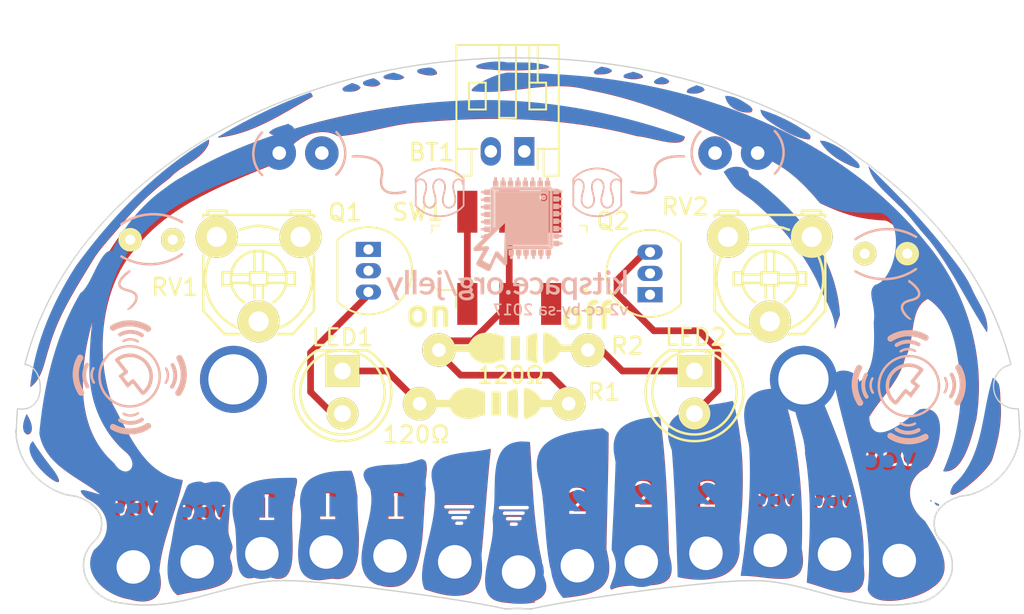
<source format=kicad_pcb>
(kicad_pcb (version 4) (host pcbnew 4.0.7-e2-6376~58~ubuntu16.04.1)
  (layers (0 F.Cu signal) (31 B.Cu signal) (34 B.Paste user hide) (35 F.Paste user hide) (36 B.SilkS user) (37 F.SilkS user) (38 B.Mask user hide) (39 F.Mask user hide) (44 Edge.Cuts user))
  (net 0 "")
  (net 1 VCC)
  (net 2 Vout1)
  (net 3 Vout2)
  (net 4 GND)
  (net 5 "Net-(PHOTO2-Pad1)")
  (net 6 "Net-(PHOTO1-Pad1)")
  (net 7 "Net-(RV1-Pad3)")
  (net 8 "Net-(RV2-Pad3)")
  (net 9 "Net-(LED2-Pad1)")
  (net 10 "Net-(LED1-Pad1)")
  (net 11 "Net-(BT1-Pad1)")
  (net 12 "Net-(S?1-Pad3)")
  (net 13 "Net-(S?1-Pad6)")
  (module custom:resistor (layer F.Cu) (at 148.653 84.773)
    (fp_text reference DNP7 hide)
    (fp_text value resistor_R2 hide)
  )
  (module custom:ldr_image_flipped (layer F.Cu) (at 143.453 71.773)
    (fp_text reference DNP3 hide)
    (fp_text value ldr_image hide)
  )
  (module custom:ldr_image (layer B.Cu) (at 156.653 71.773 180)
    (fp_text reference DNP2 hide)
    (fp_text value ldr_image hide)
  )
  (module custom:resistor (layer F.Cu) (at 149.803 81.473)
    (fp_text reference DNP6 hide)
    (fp_text value resistor_R1 hide)
  )
  (module custom:hole2 (layer F.Cu) (at 157.3784 94.2086)
    (fp_text reference P11 hide)
    (fp_text value CONN_01X01)
    (pad 1 thru_hole circle (at 0 0) (size 3 3) (drill 2) (layers *.Cu *.Mask))
  )
  (module KiCad/LEDs.pretty:LED-5MM (layer F.Cu) (at 139.553 82.823 270)
    (fp_text reference LED1 (at -2 -0.01 360) (layer F.SilkS))
    (fp_text value LED hide)
    (pad 1 thru_hole rect (at 0 0) (size 2 1.9) (drill 1.00076) (layers *.Cu *.Mask F.SilkS) (net 10 "Net-(LED1-Pad1)"))
    (pad 2 thru_hole circle (at 2.54 0 270) (size 1.9 1.9) (drill 1.00076) (layers *.Cu *.Mask F.SilkS) (net 2 Vout1))
  )
  (module KiCad/LEDs.pretty:LED-5MM (layer F.Cu) (at 160.553 82.823 270)
    (fp_text reference LED2 (at -2.02 -0.08 360) (layer F.SilkS))
    (fp_text value LED hide)
    (pad 1 thru_hole rect (at 0 0) (size 2 1.9) (drill 1.00076) (layers *.Cu *.Mask F.SilkS) (net 9 "Net-(LED2-Pad1)"))
    (pad 2 thru_hole circle (at 2.54 0 270) (size 1.9 1.9) (drill 1.00076) (layers *.Cu *.Mask F.SilkS) (net 3 Vout2))
  )
  (module custom:hole (layer F.Cu) (at 133.053 83.323)
    (fp_text reference P1 hide)
    (fp_text value CONN_01X01 hide)
    (pad 1 thru_hole circle (at 0 0) (size 4 4) (drill 3) (layers *.Cu *.Mask))
  )
  (module custom:hole (layer F.Cu) (at 167.053 83.323)
    (fp_text reference P2 hide)
    (fp_text value CONN_01X01 hide)
    (pad 1 thru_hole circle (at 0 0) (size 4 4) (drill 3) (layers *.Cu *.Mask))
  )
  (module custom:hole2 (layer F.Cu) (at 165.0746 93.5228)
    (fp_text reference P13 hide)
    (fp_text value CONN_01X01)
    (pad 1 thru_hole circle (at 0 0) (size 3 3) (drill 2) (layers *.Cu *.Mask))
  )
  (module custom:hole2 (layer F.Cu) (at 153.5684 94.4372)
    (fp_text reference P10 hide)
    (fp_text value CONN_01X01)
    (pad 1 thru_hole circle (at 0 0) (size 3 3) (drill 2) (layers *.Cu *.Mask))
  )
  (module custom:hole2 (layer F.Cu) (at 161.2392 93.7006)
    (fp_text reference P12 hide)
    (fp_text value CONN_01X01)
    (pad 1 thru_hole circle (at 0 0) (size 3 3) (drill 2) (layers *.Cu *.Mask))
  )
  (module custom:hole2 (layer F.Cu) (at 142.3924 93.853)
    (fp_text reference P7 hide)
    (fp_text value CONN_01X01)
    (pad 1 thru_hole circle (at 0 0) (size 3 3) (drill 2) (layers *.Cu *.Mask))
  )
  (module custom:hole2 (layer F.Cu) (at 146.2532 94.2086)
    (fp_text reference P8 hide)
    (fp_text value CONN_01X01)
    (pad 1 thru_hole circle (at 0 0) (size 3 3) (drill 2) (layers *.Cu *.Mask))
  )
  (module custom:hole2 (layer F.Cu) (at 168.91 93.7514)
    (fp_text reference P14 hide)
    (fp_text value CONN_01X01)
    (pad 1 thru_hole circle (at 0 0) (size 3 3) (drill 2) (layers *.Cu *.Mask))
  )
  (module custom:hole2 (layer F.Cu) (at 130.8862 94.2086)
    (fp_text reference P4 hide)
    (fp_text value CONN_01X01)
    (pad 1 thru_hole circle (at 0 0) (size 3 3) (drill 2) (layers *.Cu *.Mask))
  )
  (module custom:hole2 (layer F.Cu) (at 134.747 93.726)
    (fp_text reference P5 hide)
    (fp_text value CONN_01X01)
    (pad 1 thru_hole circle (at 0 0) (size 3 3) (drill 2) (layers *.Cu *.Mask))
  )
  (module custom:hole2 (layer F.Cu) (at 172.7708 94.1324)
    (fp_text reference P15 hide)
    (fp_text value CONN_01X01)
    (pad 1 thru_hole circle (at 0 0) (size 3 3) (drill 2) (layers *.Cu *.Mask))
  )
  (module custom:hole2 (layer F.Cu) (at 127.0762 94.5134)
    (fp_text reference P3 hide)
    (fp_text value CONN_01X01)
    (pad 1 thru_hole circle (at 0 0) (size 3 3) (drill 2) (layers *.Cu *.Mask))
  )
  (module custom:hole2 (layer F.Cu) (at 150.0632 94.8182)
    (fp_text reference P9 hide)
    (fp_text value CONN_01X01)
    (pad 1 thru_hole circle (at 0 0) (size 3 3) (drill 2) (layers *.Cu *.Mask))
  )
  (module custom:hole2 (layer F.Cu) (at 138.5824 93.6244)
    (fp_text reference P6 hide)
    (fp_text value CONN_01X01)
    (pad 1 thru_hole circle (at 0 0) (size 3 3) (drill 2) (layers *.Cu *.Mask))
  )
  (module KiCad/Potentiometers.pretty:Potentiometer_Triwood_RM-065 (layer F.Cu) (at 137.053 74.823 180)
    (fp_text reference RV1 (at 7.5 -3 180) (layer F.SilkS))
    (fp_text value POT hide)
    (pad 2 thru_hole circle (at 2.49936 -5.03936 180) (size 2.49936 2.49936) (drill 1.19888) (layers *.Cu *.Mask F.SilkS))
    (pad 3 thru_hole circle (at 4.99872 0 180) (size 2.49936 2.49936) (drill 1.19888) (layers *.Cu *.Mask F.SilkS))
    (pad 1 thru_hole circle (at 0 0 180) (size 2.49936 2.49936) (drill 1.19888) (layers *.Cu *.Mask F.SilkS))
  )
  (module KiCad/Potentiometers.pretty:Potentiometer_Triwood_RM-065 (layer F.Cu) (at 167.553 74.823 180)
    (fp_text reference RV2 (at 7.55 1.8 180) (layer F.SilkS))
    (fp_text value POT hide)
    (pad 2 thru_hole circle (at 2.49936 -5.03936 180) (size 2.49936 2.49936) (drill 1.19888) (layers *.Cu *.Mask F.SilkS))
    (pad 3 thru_hole circle (at 4.99872 0 180) (size 2.49936 2.49936) (drill 1.19888) (layers *.Cu *.Mask F.SilkS))
    (pad 1 thru_hole circle (at 0 0 180) (size 2.49936 2.49936) (drill 1.19888) (layers *.Cu *.Mask F.SilkS))
  )
  (module custom:R3-5 (layer F.Cu) (at 149.753 81.573 180)
    (fp_text reference R2 (at -6.8 0.25 180) (layer F.SilkS))
    (fp_text value 120Ω (at 0.15 -1.5 180) (layer F.SilkS))
    (pad 2 thru_hole circle (at 4.445 0 180) (size 2 2) (drill 0.8128) (layers *.Cu *.Mask F.SilkS) (net 1 VCC))
    (pad 1 thru_hole circle (at -4.445 0 180) (size 2 2) (drill 0.8128) (layers *.Cu *.Mask F.SilkS) (net 9 "Net-(LED2-Pad1)"))
  )
  (module custom:ldr (layer F.Cu) (at 163.053 69.823)
    (fp_text reference PHOTO1 hide)
    (fp_text value Photores hide)
    (pad 2 thru_hole circle (at 1.27 0) (size 2 2) (drill 0.8128) (layers *.Cu *.Mask))
    (pad 1 thru_hole circle (at -1.27 0) (size 2 2) (drill 0.8128) (layers *.Cu *.Mask))
  )
  (module KiCad/kicad-footprints/Package_TO_SOT_THT.pretty:TO-92_Inline_Narrow_Oval (layer F.Cu) (at 141.103 75.573 270)
    (fp_text reference Q1 (at -2.2 1.4 360) (layer F.SilkS))
    (fp_text value Q_NMOS_SGD)
    (pad 2 thru_hole oval (at 1.27 0 90) (size 0.9 1.5) (drill 0.6) (layers *.Cu *.Mask))
    (pad 3 thru_hole oval (at 2.54 0 90) (size 0.9 1.5) (drill 0.6) (layers *.Cu *.Mask) (net 2 Vout1))
    (pad 1 thru_hole rect (at 0 0 90) (size 0.9 1.5) (drill 0.6) (layers *.Cu *.Mask))
  )
  (module KiCad/kicad-footprints/Package_TO_SOT_THT.pretty:TO-92_Inline_Narrow_Oval (layer F.Cu) (at 157.903 78.273 90)
    (fp_text reference Q2 (at 4.4 -2.2 180) (layer F.SilkS))
    (fp_text value Q_NMOS_SGD)
    (pad 2 thru_hole oval (at 1.27 0 270) (size 0.9 1.5) (drill 0.6) (layers *.Cu *.Mask))
    (pad 3 thru_hole oval (at 2.54 0 270) (size 0.9 1.5) (drill 0.6) (layers *.Cu *.Mask) (net 3 Vout2))
    (pad 1 thru_hole rect (at 0 0 270) (size 0.9 1.5) (drill 0.6) (layers *.Cu *.Mask))
  )
  (module custom:R3-5 (layer F.Cu) (at 148.603 84.773)
    (fp_text reference R1 (at 6.55 -0.7) (layer F.SilkS))
    (fp_text value 120Ω (at -4.65 1.85) (layer F.SilkS))
    (pad 2 thru_hole circle (at 4.445 0) (size 2 2) (drill 0.8128) (layers *.Cu *.Mask F.SilkS) (net 1 VCC))
    (pad 1 thru_hole circle (at -4.445 0) (size 2 2) (drill 0.8128) (layers *.Cu *.Mask F.SilkS) (net 10 "Net-(LED1-Pad1)"))
  )
  (module custom:ldr (layer F.Cu) (at 137.053 69.823 180)
    (fp_text reference PHOTO2 hide)
    (fp_text value Photores hide)
    (pad 2 thru_hole circle (at 1.27 0 180) (size 2 2) (drill 0.8128) (layers *.Cu *.Mask))
    (pad 1 thru_hole circle (at -1.27 0 180) (size 2 2) (drill 0.8128) (layers *.Cu *.Mask))
  )
  (module KiCad/Connectors_JST.pretty:JST_PH_S2B-PH-K_02x2.00mm_Angled (layer F.Cu) (at 150.403 69.723 180)
    (fp_text reference BT1 (at 5.531 -0.062 180) (layer F.SilkS))
    (fp_text value BATTERY)
    (pad 1 thru_hole rect (at 0 0 180) (size 1.2 1.7) (drill 0.75) (layers *.Cu *.Mask))
    (pad 2 thru_hole oval (at 2 0 180) (size 1.2 1.7) (drill 0.75) (layers *.Cu *.Mask))
  )
  (module custom:JS202011SCQN (layer F.Cu) (at 149.503 76.073)
    (fp_text reference SW1 (at -5.449 -2.732) (layer F.SilkS))
    (fp_text value JS202011SCQN)
    (pad 3 smd rect (at 2.5 2.75) (size 1.2 2.5) (layers F.Cu F.Paste F.Mask))
    (pad 2 smd rect (at 0 2.75) (size 1.2 2.5) (layers F.Cu F.Paste F.Mask) (net 1 VCC))
    (pad 1 smd rect (at -2.5 2.75) (size 1.2 2.5) (layers F.Cu F.Paste F.Mask) (net 11 "Net-(BT1-Pad1)"))
    (pad 4 smd rect (at -2.5 -2.75) (size 1.2 2.5) (layers F.Cu F.Paste F.Mask) (net 11 "Net-(BT1-Pad1)"))
    (pad 5 smd rect (at 0 -2.75) (size 1.2 2.5) (layers F.Cu F.Paste F.Mask) (net 1 VCC))
    (pad 6 smd rect (at 2.5 -2.75) (size 1.2 2.5) (layers F.Cu F.Paste F.Mask))
  )
  (module custom:pager_motor_custom (layer F.Cu) (at 171.978 75.823 180)
    (fp_text reference M1 hide)
    (fp_text value PAGER_MOTOR hide)
    (pad 2 thru_hole circle (at 1.27 0 180) (size 1.4 1.4) (drill 0.6) (layers *.Cu *.Mask F.SilkS))
    (pad 1 thru_hole circle (at -1.27 0 180) (size 1.4 1.4) (drill 0.6) (layers *.Cu *.Mask F.SilkS))
  )
  (module custom:logo (layer B.Cu) (at 150.023 71.647 180)
    (fp_text reference DNP4 hide)
    (fp_text value logo hide)
  )
  (module custom:name (layer B.Cu) (at 149.393 78.252 180)
    (fp_text reference DNP5 hide)
    (fp_text value name hide)
  )
  (module custom:page_motor_image (layer B.Cu) (at 173.337 82.284 180)
    (fp_text reference DNP10 hide)
    (fp_text value pager_motor_image1 hide)
  )
  (module custom:page_motor_image_flipped (layer F.Cu) (at 126.866 81.697)
    (fp_text reference DNP11 hide)
    (fp_text value pager_motor_image2 hide)
  )
  (module custom:jelly (layer F.Cu) (at 150 80)
    (fp_text reference DNP1 hide)
    (fp_text value jelly hide)
    (fp_poly (pts (xy 17.506998 2.886167) (xy 18.967168 10.207408) (xy 19.028811 10.210719) (xy 19.088986 10.220637) (xy 19.147506 10.236349) (xy 19.204189 10.258671) (xy 19.204189 10.3849) (xy 19.146772 10.357435) (xy 19.088986 10.338046) (xy 19.031201 10.326015) (xy 18.972679 10.322061) (xy 18.891627 10.331381) (xy 18.823672 10.359319) (xy 18.768729 10.405846) (xy 18.728326 10.46858) (xy 18.704063 10.546249) (xy 18.695969 10.63901) (xy 18.704063 10.731947) (xy 18.728326 10.810039) (xy 18.768729 10.873276) (xy 18.823672 10.919442) (xy 18.891627 10.947224) (xy 18.972679 10.95651) (xy 19.031201 10.952648) (xy 19.088986 10.941076) (xy 19.146772 10.920952) (xy 19.204189 10.89312) (xy 19.204189 11.018246) (xy 19.146587 11.041394) (xy 19.086782 11.057933) (xy 19.024584 11.067852) (xy 18.958348 11.071162) (xy 18.842912 11.058163) (xy 18.74439 11.019196) (xy 18.662895 10.954305) (xy 18.615071 10.890788) (xy 18.580974 10.817033) (xy 18.560553 10.73309) (xy 18.553757 10.63901) (xy 18.56057 10.543792) (xy 18.581065 10.459332) (xy 18.615329 10.385612) (xy 18.663448 10.322612) (xy 18.724054 10.272187) (xy 18.794931 10.236188) (xy 18.875996 10.214601) (xy 18.967168 10.207408) (xy 17.506998 2.886167) (xy 19.795092 10.207408) (xy 19.856735 10.210719) (xy 19.91691 10.220637) (xy 19.975706 10.236349) (xy 20.032666 10.258671) (xy 20.032666 10.3849) (xy 19.974972 10.357435) (xy 19.91691 10.338046) (xy 19.859401 10.326015) (xy 19.801157 10.322061) (xy 19.720104 10.331381) (xy 19.652149 10.359319) (xy 19.597206 10.405846) (xy 19.556803 10.46858) (xy 19.53254 10.546249) (xy 19.524446 10.63901) (xy 19.53254 10.731947) (xy 19.556803 10.810039) (xy 19.597206 10.873276) (xy 19.652149 10.919442) (xy 19.720104 10.947224) (xy 19.801157 10.95651) (xy 19.859401 10.952648) (xy 19.91691 10.941076) (xy 19.974972 10.920952) (xy 20.032666 10.89312) (xy 20.032666 11.018246) (xy 19.974788 11.041394) (xy 19.914706 11.057933) (xy 19.852509 11.067852) (xy 19.786272 11.071162) (xy 19.670979 11.058163) (xy 19.572724 11.019196) (xy 19.491373 10.954305) (xy 19.443461 10.890788) (xy 19.409173 10.817033) (xy 19.388563 10.73309) (xy 19.381681 10.63901) (xy 19.38858 10.543792) (xy 19.409265 10.459332) (xy 19.443719 10.385612) (xy 19.491923 10.322612) (xy 19.552444 10.272187) (xy 19.623131 10.236188) (xy 19.704007 10.214601) (xy 19.795092 10.207408) (xy 17.506998 2.886167) (xy 17.625509 10.227252) (xy 17.768273 10.227252) (xy 18.025691 10.917374) (xy 18.282559 10.227252) (xy 18.425874 10.227252) (xy 18.117193 11.049665) (xy 17.933639 11.049665) (xy 17.625509 10.227252) (xy 17.506998 2.886167) (xy 17.405985 2.919978) (xy 17.305017 2.957629) (xy 17.205051 2.999537) (xy 17.107042 3.046118) (xy 17.011948 3.097788) (xy 16.920724 3.154963) (xy 16.834326 3.218059) (xy 16.753711 3.287493) (xy 16.679834 3.36368) (xy 16.613652 3.447036) (xy 16.556121 3.537979) (xy 16.508196 3.636923) (xy 16.486656 3.743243) (xy 16.469724 3.849413) (xy 16.45719 3.955427) (xy 16.448845 4.061275) (xy 16.444478 4.166952) (xy 16.44388 4.27245) (xy 16.446841 4.377762) (xy 16.45315 4.48288) (xy 16.462598 4.587797) (xy 16.474975 4.692507) (xy 16.49007 4.797001) (xy 16.507675 4.901273) (xy 16.527578 5.005315) (xy 16.54957 5.10912) (xy 16.573441 5.212682) (xy 16.598982 5.315991) (xy 16.625981 5.419042) (xy 16.65423 5.521828) (xy 16.683517 5.62434) (xy 16.713634 5.726571) (xy 16.74437 5.828515) (xy 16.775515 5.930165) (xy 16.80686 6.031512) (xy 16.838194 6.132549) (xy 16.869307 6.233271) (xy 16.89999 6.333668) (xy 16.930033 6.433734) (xy 16.959225 6.533462) (xy 16.987356 6.632844) (xy 17.014217 6.731874) (xy 17.039598 6.830543) (xy 17.063288 6.928845) (xy 17.085079 7.026773) (xy 17.104759 7.124319) (xy 17.122119 7.221476) (xy 17.136948 7.318236) (xy 17.149038 7.414593) (xy 17.158178 7.51054) (xy 17.164157 7.606068) (xy 17.166767 7.701171) (xy 17.165797 7.795842) (xy 17.184284 7.90593) (xy 17.202061 8.016079) (xy 17.219139 8.126289) (xy 17.235525 8.236558) (xy 17.25123 8.346884) (xy 17.266264 8.457266) (xy 17.280634 8.567702) (xy 17.294352 8.678191) (xy 17.307425 8.788731) (xy 17.319864 8.89932) (xy 17.331679 9.009957) (xy 17.342877 9.120641) (xy 17.353469 9.231369) (xy 17.363465 9.342141) (xy 17.372873 9.452954) (xy 17.381703 9.563808) (xy 17.389964 9.674701) (xy 17.397666 9.785631) (xy 17.404818 9.896596) (xy 17.411429 10.007595) (xy 17.41751 10.118627) (xy 17.423069 10.22969) (xy 17.428115 10.340782) (xy 17.432658 10.451902) (xy 17.436708 10.563049) (xy 17.440274 10.67422) (xy 17.443365 10.785414) (xy 17.445991 10.89663) (xy 17.448161 11.007867) (xy 17.449884 11.119122) (xy 17.45117 11.230393) (xy 17.452028 11.341681) (xy 17.452467 11.452982) (xy 17.452498 11.564296) (xy 17.452129 11.675621) (xy 17.45137 11.786954) (xy 17.45023 11.898296) (xy 17.448719 12.009644) (xy 17.446845 12.120997) (xy 17.444619 12.232352) (xy 17.44205 12.34371) (xy 17.439147 12.455067) (xy 17.435919 12.566423) (xy 17.432376 12.677776) (xy 17.428528 12.789124) (xy 17.424383 12.900466) (xy 17.419951 13.0118) (xy 17.415242 13.123125) (xy 17.410264 13.23444) (xy 17.405028 13.345742) (xy 17.399543 13.45703) (xy 17.393817 13.568302) (xy 17.387861 13.679558) (xy 17.381684 13.790795) (xy 17.375295 13.902012) (xy 17.368704 14.013208) (xy 17.36192 14.12438) (xy 17.354952 14.235528) (xy 17.34781 14.346649) (xy 17.340503 14.457743) (xy 17.33304 14.568807) (xy 17.325432 14.67984) (xy 17.317687 14.790841) (xy 17.309814 14.901808) (xy 17.301824 15.01274) (xy 17.293726 15.123634) (xy 17.285528 15.23449) (xy 17.277241 15.345305) (xy 17.268873 15.456079) (xy 17.371701 15.484122) (xy 17.47436 15.513583) (xy 17.576885 15.544228) (xy 17.67931 15.575824) (xy 17.781671 15.60814) (xy 17.884002 15.640942) (xy 17.98634 15.673998) (xy 18.088718 15.707074) (xy 18.191173 15.739938) (xy 18.293738 15.772357) (xy 18.396449 15.804099) (xy 18.499341 15.834931) (xy 18.602449 15.864619) (xy 18.705808 15.892932) (xy 18.809453 15.919636) (xy 18.91342 15.944499) (xy 19.017743 15.967288) (xy 19.122456 15.98777) (xy 19.227597 16.005713) (xy 19.333198 16.020883) (xy 19.439296 16.033048) (xy 19.545925 16.041976) (xy 19.65312 16.047432) (xy 19.760918 16.049186) (xy 19.858928 16.047494) (xy 19.956234 16.035211) (xy 20.051659 16.012725) (xy 20.144028 15.980425) (xy 20.232164 15.938699) (xy 20.314892 15.887934) (xy 20.391036 15.82852) (xy 20.45942 15.760845) (xy 20.518868 15.685296) (xy 20.568204 15.602261) (xy 20.606253 15.51213) (xy 20.631838 15.41529) (xy 20.65757 15.309858) (xy 20.674522 15.203939) (xy 20.684004 15.097593) (xy 20.687326 14.990881) (xy 20.685797 14.883864) (xy 20.680727 14.776603) (xy 20.673425 14.669157) (xy 20.665201 14.561589) (xy 20.657365 14.453958) (xy 20.651226 14.346325) (xy 20.648094 14.23875) (xy 20.649279 14.131296) (xy 20.65609 14.024022) (xy 20.656487 13.912655) (xy 20.655896 13.801377) (xy 20.654331 13.690188) (xy 20.651802 13.579089) (xy 20.648322 13.46808) (xy 20.643903 13.357164) (xy 20.638557 13.246341) (xy 20.632297 13.135611) (xy 20.625134 13.024977) (xy 20.617081 12.914439) (xy 20.60815 12.803998) (xy 20.598352 12.693656) (xy 20.587701 12.583412) (xy 20.576208 12.473269) (xy 20.563886 12.363227) (xy 20.550746 12.253288) (xy 20.536801 12.143452) (xy 20.522062 12.03372) (xy 20.506543 11.924094) (xy 20.490254 11.814574) (xy 20.473209 11.705162) (xy 20.45542 11.595858) (xy 20.436898 11.486664) (xy 20.417655 11.37758) (xy 20.397705 11.268608) (xy 20.377058 11.159749) (xy 20.355728 11.051003) (xy 20.333726 10.942372) (xy 20.311064 10.833857) (xy 20.287755 10.725459) (xy 20.263811 10.617178) (xy 20.239244 10.509017) (xy 20.214065 10.400975) (xy 20.188288 10.293054) (xy 20.161924 10.185255) (xy 20.134986 10.077579) (xy 20.107485 9.970027) (xy 20.079434 9.8626) (xy 20.050845 9.7553) (xy 20.02173 9.648126) (xy 19.992101 9.54108) (xy 19.96197 9.434164) (xy 19.93135 9.327378) (xy 19.900252 9.220723) (xy 19.868689 9.1142) (xy 19.836673 9.007811) (xy 19.804217 8.901556) (xy 19.771331 8.795437) (xy 19.738029 8.689453) (xy 19.704322 8.583608) (xy 19.670223 8.4779) (xy 19.635743 8.372332) (xy 19.600896 8.266905) (xy 19.565693 8.16162) (xy 19.530145 8.056476) (xy 19.494267 7.951477) (xy 19.458068 7.846622) (xy 19.421563 7.741913) (xy 19.384762 7.637351) (xy 19.347678 7.532936) (xy 19.310323 7.42867) (xy 19.27271 7.324554) (xy 19.23485 7.220589) (xy 19.196755 7.116776) (xy 19.158438 7.013116) (xy 19.119445 6.909033) (xy 19.08022 6.805043) (xy 19.040771 6.701141) (xy 19.001109 6.597324) (xy 18.961241 6.493589) (xy 18.921178 6.389931) (xy 18.880928 6.286347) (xy 18.8405 6.182834) (xy 18.799903 6.079388) (xy 18.759146 5.976005) (xy 18.718238 5.872682) (xy 18.677189 5.769415) (xy 18.636007 5.666201) (xy 18.594702 5.563036) (xy 18.553282 5.459916) (xy 18.511756 5.356838) (xy 18.470134 5.253798) (xy 18.428425 5.150793) (xy 18.386637 5.047819) (xy 18.34478 4.944872) (xy 18.302862 4.841949) (xy 18.260893 4.739046) (xy 18.218882 4.63616) (xy 18.176838 4.533288) (xy 18.13477 4.430424) (xy 18.092686 4.327567) (xy 18.050597 4.224711) (xy 18.00851 4.121855) (xy 17.966436 4.018993) (xy 17.924383 3.916124) (xy 17.882359 3.813242) (xy 17.840375 3.710344) (xy 17.798439 3.607427) (xy 17.756561 3.504487) (xy 17.714748 3.401521) (xy 17.673012 3.298525) (xy 17.631359 3.195495) (xy 17.5898 3.092428) (xy 17.548343 2.98932) (xy 17.506998 2.886167)) (layer F.Cu) (width 0))
    (fp_poly (pts (xy 15.722716 3.800082) (xy 15.586013 10.142916) (xy 15.642913 10.14594) (xy 15.698461 10.155043) (xy 15.804295 10.190321) (xy 15.804295 10.306627) (xy 15.751547 10.28114) (xy 15.698461 10.263081) (xy 15.591525 10.248198) (xy 15.48403 10.26753) (xy 15.403562 10.325368) (xy 15.366454 10.383203) (xy 15.344248 10.454885) (xy 15.336864 10.540342) (xy 15.344248 10.625843) (xy 15.366454 10.697689) (xy 15.403562 10.755867) (xy 15.48403 10.812985) (xy 15.591525 10.831935) (xy 15.698461 10.818155) (xy 15.751547 10.799651) (xy 15.804295 10.774057) (xy 15.804295 10.88871) (xy 15.751289 10.90994) (xy 15.696257 10.92509) (xy 15.639133 10.934194) (xy 15.578297 10.937217) (xy 15.472115 10.925405) (xy 15.381504 10.88983) (xy 15.306548 10.830281) (xy 15.250572 10.750307) (xy 15.216915 10.65364) (xy 15.205673 10.540342) (xy 15.216957 10.425757) (xy 15.250779 10.328759) (xy 15.307098 10.249301) (xy 15.383412 10.190295) (xy 15.476372 10.154785) (xy 15.586013 10.142916) (xy 15.722716 3.800082) (xy 16.348343 10.142916) (xy 16.404967 10.14594) (xy 16.460241 10.155043) (xy 16.566625 10.190321) (xy 16.566625 10.306627) (xy 16.513602 10.28114) (xy 16.460241 10.263081) (xy 16.353855 10.248198) (xy 16.246364 10.26753) (xy 16.165892 10.325368) (xy 16.128642 10.383203) (xy 16.106171 10.454885) (xy 16.098644 10.540342) (xy 16.106171 10.625843) (xy 16.128642 10.697689) (xy 16.165892 10.755867) (xy 16.246364 10.812985) (xy 16.353855 10.831935) (xy 16.460241 10.818155) (xy 16.513602 10.799651) (xy 16.566625 10.774057) (xy 16.566625 10.88871) (xy 16.513345 10.90994) (xy 16.458034 10.92509) (xy 16.400913 10.934194) (xy 16.340077 10.937217) (xy 16.233895 10.925405) (xy 16.143284 10.88983) (xy 16.068328 10.830281) (xy 16.012495 10.750307) (xy 15.979104 10.65364) (xy 15.968006 10.540342) (xy 15.979289 10.425757) (xy 16.01311 10.328759) (xy 16.069428 10.249301) (xy 16.145743 10.190295) (xy 16.238703 10.154785) (xy 16.348343 10.142916) (xy 15.722716 3.800082) (xy 14.351841 10.161106) (xy 14.483582 10.161106) (xy 14.720054 10.796106) (xy 14.956525 10.161106) (xy 15.088266 10.161106) (xy 14.80439 10.917925) (xy 14.635717 10.917925) (xy 14.351841 10.161106) (xy 15.722716 3.800082) (xy 15.629985 3.83134) (xy 15.536274 3.857149) (xy 15.44163 3.877756) (xy 15.346098 3.893407) (xy 15.249725 3.904348) (xy 15.152557 3.910824) (xy 15.054642 3.913081) (xy 14.951212 3.92515) (xy 14.846778 3.940926) (xy 14.74203 3.960739) (xy 14.63766 3.984922) (xy 14.534356 4.013806) (xy 14.43281 4.047722) (xy 14.333712 4.087001) (xy 14.237752 4.131974) (xy 14.14562 4.182974) (xy 14.058007 4.240331) (xy 13.975603 4.304377) (xy 13.899098 4.375442) (xy 13.829183 4.453859) (xy 13.766548 4.539958) (xy 13.711882 4.634071) (xy 13.665904 4.734395) (xy 13.627679 4.836499) (xy 13.596713 4.94019) (xy 13.572512 5.045275) (xy 13.55458 5.151561) (xy 13.542424 5.258855) (xy 13.535549 5.366963) (xy 13.533461 5.475692) (xy 13.535665 5.584849) (xy 13.541667 5.694241) (xy 13.550972 5.803674) (xy 13.563087 5.912956) (xy 13.577516 6.021892) (xy 13.593766 6.130291) (xy 13.611342 6.237958) (xy 13.629748 6.3447) (xy 13.648492 6.450325) (xy 13.668515 6.557708) (xy 13.691132 6.664654) (xy 13.715344 6.771315) (xy 13.74015 6.877844) (xy 13.76455 6.984395) (xy 13.787542 7.091118) (xy 13.808127 7.198168) (xy 13.825304 7.305697) (xy 13.838071 7.413857) (xy 13.84543 7.522801) (xy 13.846378 7.632682) (xy 13.851784 7.743805) (xy 13.85667 7.854929) (xy 13.861042 7.966052) (xy 13.864906 8.077174) (xy 13.868268 8.188294) (xy 13.871132 8.299412) (xy 13.873504 8.410527) (xy 13.875391 8.521638) (xy 13.876797 8.632745) (xy 13.877728 8.743846) (xy 13.87819 8.854942) (xy 13.878188 8.966031) (xy 13.877728 9.077113) (xy 13.876815 9.188188) (xy 13.875455 9.299254) (xy 13.873654 9.410311) (xy 13.871417 9.521358) (xy 13.868749 9.632395) (xy 13.865656 9.74342) (xy 13.862144 9.854434) (xy 13.858218 9.965436) (xy 13.853885 10.076424) (xy 13.849148 10.187399) (xy 13.844015 10.298359) (xy 13.83849 10.409304) (xy 13.832579 10.520233) (xy 13.826287 10.631146) (xy 13.819621 10.742042) (xy 13.812586 10.85292) (xy 13.805187 10.963779) (xy 13.79743 11.074619) (xy 13.78932 11.18544) (xy 13.780863 11.29624) (xy 13.772065 11.407019) (xy 13.762931 11.517777) (xy 13.753467 11.628512) (xy 13.743678 11.739224) (xy 13.73357 11.849912) (xy 13.723148 11.960575) (xy 13.712418 12.071214) (xy 13.701385 12.181826) (xy 13.690056 12.292413) (xy 13.678435 12.402972) (xy 13.666529 12.513503) (xy 13.654342 12.624006) (xy 13.64188 12.73448) (xy 13.62915 12.844924) (xy 13.616155 12.955338) (xy 13.602903 13.06572) (xy 13.589398 13.176071) (xy 13.575647 13.28639) (xy 13.561654 13.396675) (xy 13.547425 13.506926) (xy 13.532966 13.617143) (xy 13.518283 13.727325) (xy 13.50338 13.837471) (xy 13.488264 13.947581) (xy 13.47294 14.057654) (xy 13.457413 14.167688) (xy 13.44169 14.277685) (xy 13.425775 14.387642) (xy 13.409674 14.497559) (xy 13.393394 14.607436) (xy 13.376939 14.717272) (xy 13.360315 14.827066) (xy 13.343527 14.936818) (xy 13.326581 15.046527) (xy 13.436944 15.045126) (xy 13.547197 15.046287) (xy 13.657351 15.049762) (xy 13.767414 15.055304) (xy 13.877396 15.062668) (xy 13.987306 15.071606) (xy 14.097154 15.081872) (xy 14.206948 15.093219) (xy 14.316699 15.1054) (xy 14.426416 15.118169) (xy 14.536107 15.131278) (xy 14.645783 15.144482) (xy 14.755452 15.157533) (xy 14.865125 15.170184) (xy 14.974809 15.18219) (xy 15.084516 15.193303) (xy 15.194253 15.203277) (xy 15.304031 15.211864) (xy 15.413858 15.218819) (xy 15.523745 15.223894) (xy 15.6337 15.226843) (xy 15.743732 15.227419) (xy 15.853852 15.225375) (xy 15.964068 15.220465) (xy 16.07439 15.212442) (xy 16.17514 15.200799) (xy 16.275734 15.181097) (xy 16.374839 15.153229) (xy 16.471121 15.117085) (xy 16.563249 15.072555) (xy 16.649889 15.019532) (xy 16.729709 14.957906) (xy 16.801376 14.887568) (xy 16.863557 14.808409) (xy 16.914919 14.720321) (xy 16.95413 14.623193) (xy 16.984779 14.525188) (xy 17.006895 14.426053) (xy 17.021354 14.325981) (xy 17.029037 14.225163) (xy 17.030822 14.123794) (xy 17.027585 14.022065) (xy 17.020207 13.920169) (xy 17.009564 13.818299) (xy 16.996537 13.716648) (xy 16.982002 13.615407) (xy 16.966838 13.51477) (xy 16.951923 13.41493) (xy 16.95566 13.303179) (xy 16.959075 13.191389) (xy 16.962165 13.079563) (xy 16.964927 12.967703) (xy 16.967358 12.855811) (xy 16.969453 12.74389) (xy 16.971211 12.631943) (xy 16.972627 12.519971) (xy 16.973698 12.407977) (xy 16.974421 12.295963) (xy 16.974793 12.183932) (xy 16.97481 12.071886) (xy 16.974469 11.959828) (xy 16.973766 11.847759) (xy 16.972699 11.735683) (xy 16.971264 11.623601) (xy 16.969457 11.511517) (xy 16.967276 11.399431) (xy 16.964717 11.287348) (xy 16.961777 11.175268) (xy 16.958453 11.063195) (xy 16.95474 10.951131) (xy 16.950636 10.839079) (xy 16.946138 10.72704) (xy 16.941242 10.615017) (xy 16.935945 10.503012) (xy 16.930243 10.391028) (xy 16.924134 10.279068) (xy 16.917613 10.167133) (xy 16.910678 10.055226) (xy 16.903326 9.943349) (xy 16.895552 9.831505) (xy 16.887354 9.719696) (xy 16.878729 9.607924) (xy 16.869673 9.496193) (xy 16.860182 9.384503) (xy 16.850254 9.272858) (xy 16.839885 9.16126) (xy 16.829071 9.049712) (xy 16.817811 8.938215) (xy 16.806099 8.826773) (xy 16.793933 8.715386) (xy 16.78131 8.604059) (xy 16.768226 8.492793) (xy 16.754678 8.381591) (xy 16.740663 8.270454) (xy 16.726177 8.159387) (xy 16.711216 8.048389) (xy 16.695779 7.937465) (xy 16.679861 7.826617) (xy 16.663459 7.715846) (xy 16.646569 7.605156) (xy 16.629189 7.494549) (xy 16.611316 7.384026) (xy 16.592945 7.273591) (xy 16.574073 7.163246) (xy 16.554698 7.052993) (xy 16.534815 6.942835) (xy 16.514422 6.832773) (xy 16.493515 6.722811) (xy 16.472091 6.612951) (xy 16.450147 6.503194) (xy 16.427679 6.393544) (xy 16.404684 6.284004) (xy 16.381159 6.174574) (xy 16.3571 6.065258) (xy 16.332504 5.956058) (xy 16.307367 5.846976) (xy 16.281687 5.738015) (xy 16.25546 5.629177) (xy 16.228683 5.520465) (xy 16.201353 5.411881) (xy 16.173465 5.303427) (xy 16.145018 5.195105) (xy 16.116007 5.086919) (xy 16.086429 4.97887) (xy 16.056281 4.870961) (xy 16.025559 4.763194) (xy 15.994261 4.655572) (xy 15.962383 4.548096) (xy 15.929921 4.44077) (xy 15.896873 4.333596) (xy 15.863235 4.226575) (xy 15.829003 4.119711) (xy 15.794175 4.013006) (xy 15.758747 3.906463) (xy 15.722716 3.800082)) (layer F.Cu) (width 0))
    (fp_poly (pts (xy 12.854743 4.632417) (xy 11.346064 9.372868) (xy 11.461448 9.380503) (xy 11.564451 9.403379) (xy 11.655137 9.441455) (xy 11.73357 9.494687) (xy 11.796905 9.56055) (xy 11.842217 9.63658) (xy 11.869449 9.72283) (xy 11.878539 9.819353) (xy 11.869244 9.913489) (xy 11.841607 10.002907) (xy 11.811168 10.063716) (xy 11.767415 10.131522) (xy 11.710419 10.206306) (xy 11.680306 10.239315) (xy 11.624847 10.297889) (xy 11.543953 10.382143) (xy 11.493922 10.433596) (xy 11.437475 10.491516) (xy 11.374616 10.555903) (xy 11.305352 10.626753) (xy 11.229688 10.704066) (xy 11.147628 10.787838) (xy 11.886808 10.787838) (xy 11.886808 10.966432) (xy 10.892968 10.966432) (xy 10.892968 10.787838) (xy 10.944653 10.734583) (xy 11.003282 10.674584) (xy 11.068865 10.60781) (xy 11.141413 10.534227) (xy 11.220938 10.453801) (xy 11.31559 10.357784) (xy 11.390912 10.280454) (xy 11.446841 10.22186) (xy 11.483318 10.182052) (xy 11.54427 10.109828) (xy 11.591513 10.045512) (xy 11.624979 9.989127) (xy 11.655596 9.910343) (xy 11.665771 9.833133) (xy 11.65595 9.755088) (xy 11.62653 9.687282) (xy 11.577577 9.629735) (xy 11.513586 9.586005) (xy 11.437674 9.5597) (xy 11.349925 9.550911) (xy 11.247525 9.559626) (xy 11.139359 9.585638) (xy 11.06422 9.612635) (xy 10.985569 9.647532) (xy 10.903438 9.690368) (xy 10.903438 9.476497) (xy 10.986892 9.445154) (xy 11.06667 9.41949) (xy 11.142667 9.399327) (xy 11.249084 9.379546) (xy 11.346064 9.372868) (xy 12.854743 4.632417) (xy 12.74831 4.656423) (xy 12.641508 4.679054) (xy 12.534377 4.700468) (xy 12.426961 4.72082) (xy 12.319301 4.740267) (xy 12.211439 4.758964) (xy 12.103416 4.777068) (xy 11.995275 4.794734) (xy 11.887057 4.812119) (xy 11.778805 4.829379) (xy 11.67056 4.846671) (xy 11.562365 4.864149) (xy 11.45426 4.88197) (xy 11.346289 4.900291) (xy 11.238492 4.919268) (xy 11.130912 4.939056) (xy 11.023591 4.959811) (xy 10.916571 4.98169) (xy 10.809893 5.004849) (xy 10.703599 5.029445) (xy 10.597732 5.055632) (xy 10.492333 5.083567) (xy 10.387444 5.113406) (xy 10.283107 5.145306) (xy 10.179364 5.179423) (xy 10.076256 5.215912) (xy 9.973827 5.254929) (xy 9.872117 5.296632) (xy 9.779655 5.340237) (xy 9.688785 5.389139) (xy 9.600284 5.443267) (xy 9.514925 5.502554) (xy 9.433486 5.566929) (xy 9.35674 5.636324) (xy 9.285463 5.71067) (xy 9.220431 5.789898) (xy 9.162419 5.873938) (xy 9.112202 5.962723) (xy 9.070556 6.056182) (xy 9.038256 6.154247) (xy 9.016077 6.256849) (xy 8.998843 6.359591) (xy 8.989368 6.462425) (xy 8.987031 6.56524) (xy 8.991214 6.667926) (xy 9.001296 6.770374) (xy 9.01666 6.872473) (xy 9.036684 6.974114) (xy 9.060751 7.075187) (xy 9.088239 7.175583) (xy 9.118531 7.275191) (xy 9.151006 7.373901) (xy 9.185045 7.471604) (xy 9.220028 7.56819) (xy 9.22888 7.679067) (xy 9.23755 7.789959) (xy 9.246039 7.900863) (xy 9.254352 8.011781) (xy 9.262492 8.122712) (xy 9.270462 8.233655) (xy 9.278265 8.34461) (xy 9.285905 8.455577) (xy 9.293385 8.566556) (xy 9.300708 8.677546) (xy 9.307878 8.788547) (xy 9.314897 8.899559) (xy 9.321769 9.010582) (xy 9.328498 9.121615) (xy 9.335087 9.232657) (xy 9.341538 9.34371) (xy 9.347855 9.454772) (xy 9.354042 9.565843) (xy 9.360102 9.676922) (xy 9.366038 9.788011) (xy 9.371853 9.899107) (xy 9.377551 10.010212) (xy 9.383134 10.121324) (xy 9.388607 10.232444) (xy 9.393972 10.343571) (xy 9.399233 10.454705) (xy 9.404393 10.565845) (xy 9.409455 10.676991) (xy 9.414423 10.788144) (xy 9.419299 10.899302) (xy 9.424088 11.010466) (xy 9.428792 11.121635) (xy 9.433415 11.232809) (xy 9.43796 11.343988) (xy 9.44243 11.455171) (xy 9.446829 11.566358) (xy 9.451159 11.677548) (xy 9.455425 11.788742) (xy 9.459629 11.89994) (xy 9.463775 12.01114) (xy 9.467865 12.122343) (xy 9.471904 12.233549) (xy 9.475895 12.344756) (xy 9.47984 12.455965) (xy 9.483743 12.567176) (xy 9.487608 12.678388) (xy 9.491437 12.789601) (xy 9.495234 12.900815) (xy 9.499003 13.012029) (xy 9.502746 13.123243) (xy 9.506466 13.234457) (xy 9.510168 13.345671) (xy 9.513854 13.456883) (xy 9.517528 13.568095) (xy 9.521192 13.679306) (xy 9.524851 13.790515) (xy 9.528508 13.901722) (xy 9.532165 14.012927) (xy 9.535826 14.12413) (xy 9.539494 14.235329) (xy 9.543173 14.346526) (xy 9.546866 14.45772) (xy 9.550576 14.56891) (xy 9.554306 14.680097) (xy 9.558061 14.791279) (xy 9.561842 14.902457) (xy 9.565653 15.01363) (xy 9.569498 15.124798) (xy 9.675601 15.145524) (xy 9.782363 15.165257) (xy 9.889715 15.183861) (xy 9.997584 15.201196) (xy 10.105899 15.217124) (xy 10.214587 15.231507) (xy 10.323579 15.244207) (xy 10.432801 15.255085) (xy 10.542183 15.264003) (xy 10.651652 15.270823) (xy 10.761138 15.275406) (xy 10.870569 15.277613) (xy 10.979872 15.277307) (xy 11.088978 15.27435) (xy 11.197813 15.268602) (xy 11.306307 15.259926) (xy 11.414387 15.248183) (xy 11.521983 15.233235) (xy 11.629023 15.214943) (xy 11.735434 15.19317) (xy 11.841147 15.167776) (xy 11.946088 15.138624) (xy 12.050187 15.105575) (xy 12.153372 15.068491) (xy 12.255571 15.027234) (xy 12.352402 14.980252) (xy 12.445996 14.927319) (xy 12.536 14.868676) (xy 12.622064 14.804569) (xy 12.703834 14.735239) (xy 12.78096 14.660931) (xy 12.853088 14.581887) (xy 12.919868 14.498352) (xy 12.980947 14.410568) (xy 13.035973 14.31878) (xy 13.084594 14.223229) (xy 13.126459 14.124161) (xy 13.161216 14.021817) (xy 13.19121 13.915959) (xy 13.214531 13.809076) (xy 13.231785 13.701334) (xy 13.243578 13.592901) (xy 13.250514 13.483941) (xy 13.253199 13.374621) (xy 13.25224 13.265107) (xy 13.24824 13.155565) (xy 13.241806 13.046162) (xy 13.233542 12.937063) (xy 13.224056 12.828435) (xy 13.236322 12.717957) (xy 13.248312 12.607391) (xy 13.260016 12.49674) (xy 13.271427 12.386007) (xy 13.282537 12.275196) (xy 13.293337 12.16431) (xy 13.30382 12.053352) (xy 13.313976 11.942326) (xy 13.323799 11.831236) (xy 13.333279 11.720084) (xy 13.342409 11.608874) (xy 13.351181 11.49761) (xy 13.359585 11.386294) (xy 13.367615 11.27493) (xy 13.375262 11.163521) (xy 13.382518 11.052071) (xy 13.389374 10.940584) (xy 13.395823 10.829061) (xy 13.401856 10.717508) (xy 13.407465 10.605927) (xy 13.412643 10.494321) (xy 13.41738 10.382694) (xy 13.421669 10.27105) (xy 13.425501 10.159391) (xy 13.428869 10.047721) (xy 13.431764 9.936044) (xy 13.434178 9.824362) (xy 13.436102 9.712679) (xy 13.43753 9.600999) (xy 13.438452 9.489324) (xy 13.438861 9.377659) (xy 13.438747 9.266006) (xy 13.438104 9.154369) (xy 13.436923 9.042752) (xy 13.435196 8.931157) (xy 13.432914 8.819588) (xy 13.430069 8.708048) (xy 13.426654 8.596541) (xy 13.42266 8.48507) (xy 13.418078 8.373638) (xy 13.412902 8.262249) (xy 13.407122 8.150907) (xy 13.400731 8.039614) (xy 13.39372 7.928373) (xy 13.386081 7.817189) (xy 13.377806 7.706065) (xy 13.368887 7.595003) (xy 13.359315 7.484008) (xy 13.349083 7.373082) (xy 13.338182 7.26223) (xy 13.326605 7.151454) (xy 13.314342 7.040757) (xy 13.301387 6.930144) (xy 13.28773 6.819617) (xy 13.273363 6.70918) (xy 13.258279 6.598836) (xy 13.242469 6.488589) (xy 13.225925 6.378442) (xy 13.208639 6.268398) (xy 13.190603 6.15846) (xy 13.171808 6.048633) (xy 13.152246 5.938919) (xy 13.13191 5.829322) (xy 13.110791 5.719845) (xy 13.088881 5.610491) (xy 13.066171 5.501264) (xy 13.042654 5.392167) (xy 13.018322 5.283204) (xy 12.993166 5.174378) (xy 12.967177 5.065692) (xy 12.940349 4.957149) (xy 12.912673 4.848754) (xy 12.88414 4.740509) (xy 12.854743 4.632417)) (layer F.Cu) (width 0))
    (fp_poly (pts (xy 8.502345 5.576098) (xy 7.464959 9.374522) (xy 7.580341 9.382071) (xy 7.683344 9.404758) (xy 7.774031 9.442643) (xy 7.852464 9.495789) (xy 7.915799 9.561738) (xy 7.961112 9.637958) (xy 7.988343 9.724398) (xy 7.997433 9.821006) (xy 7.988139 9.914867) (xy 7.960501 10.00401) (xy 7.930204 10.064818) (xy 7.886716 10.132624) (xy 7.829864 10.207408) (xy 7.799607 10.24056) (xy 7.743882 10.2994) (xy 7.662844 10.383797) (xy 7.612815 10.43525) (xy 7.556368 10.49317) (xy 7.493509 10.557556) (xy 7.424245 10.628407) (xy 7.348581 10.705719) (xy 7.266523 10.789492) (xy 8.005702 10.789492) (xy 8.005702 10.967534) (xy 7.011859 10.967534) (xy 7.011859 10.789492) (xy 7.063603 10.736179) (xy 7.122369 10.676044) (xy 7.188116 10.609107) (xy 7.260801 10.535387) (xy 7.340383 10.454904) (xy 7.434949 10.358973) (xy 7.510081 10.281832) (xy 7.565821 10.223428) (xy 7.602212 10.183706) (xy 7.663164 10.111482) (xy 7.710407 10.047165) (xy 7.743873 9.990781) (xy 7.774488 9.911721) (xy 7.784663 9.834235) (xy 7.774842 9.75619) (xy 7.745422 9.688384) (xy 7.696468 9.630837) (xy 7.632478 9.587251) (xy 7.556566 9.561211) (xy 7.468817 9.552564) (xy 7.366419 9.56128) (xy 7.258254 9.587291) (xy 7.183113 9.614289) (xy 7.104461 9.649186) (xy 7.022333 9.692022) (xy 7.022333 9.47815) (xy 7.105786 9.446665) (xy 7.185564 9.420735) (xy 7.261561 9.400429) (xy 7.367977 9.380925) (xy 7.464959 9.374522) (xy 8.502345 5.576098) (xy 8.393744 5.584682) (xy 8.284598 5.593624) (xy 8.175052 5.603175) (xy 8.06525 5.613588) (xy 7.955336 5.625114) (xy 7.845454 5.638006) (xy 7.735748 5.652515) (xy 7.626363 5.668895) (xy 7.517442 5.687397) (xy 7.40913 5.708272) (xy 7.30157 5.731774) (xy 7.194907 5.758154) (xy 7.089286 5.787664) (xy 6.984849 5.820557) (xy 6.881742 5.857084) (xy 6.780109 5.897497) (xy 6.680092 5.94205) (xy 6.581838 5.990993) (xy 6.485489 6.044579) (xy 6.391191 6.10306) (xy 6.305133 6.162074) (xy 6.225071 6.227471) (xy 6.151048 6.298752) (xy 6.083108 6.375416) (xy 6.021293 6.456963) (xy 5.965648 6.542893) (xy 5.916214 6.632705) (xy 5.873036 6.725899) (xy 5.836157 6.821975) (xy 5.80562 6.920433) (xy 5.781469 7.020772) (xy 5.763745 7.122492) (xy 5.752493 7.225093) (xy 5.747757 7.328075) (xy 5.749578 7.430937) (xy 5.75021 7.539998) (xy 5.758206 7.648408) (xy 5.771861 7.756277) (xy 5.78947 7.863716) (xy 5.809327 7.970836) (xy 5.829726 8.077747) (xy 5.848963 8.184559) (xy 5.865332 8.291384) (xy 5.862003 8.402248) (xy 5.858527 8.513106) (xy 5.854911 8.623958) (xy 5.851157 8.734805) (xy 5.847271 8.845647) (xy 5.843258 8.956484) (xy 5.839123 9.067316) (xy 5.83487 9.178144) (xy 5.830503 9.288967) (xy 5.826029 9.399786) (xy 5.821451 9.510601) (xy 5.816774 9.621412) (xy 5.812003 9.732219) (xy 5.807142 9.843023) (xy 5.802198 9.953823) (xy 5.797173 10.06462) (xy 5.792073 10.175414) (xy 5.786904 10.286206) (xy 5.781668 10.396994) (xy 5.776372 10.50778) (xy 5.77102 10.618564) (xy 5.765616 10.729346) (xy 5.760166 10.840125) (xy 5.754674 10.950903) (xy 5.749145 11.06168) (xy 5.743584 11.172455) (xy 5.737996 11.283228) (xy 5.732384 11.394001) (xy 5.726755 11.504773) (xy 5.721112 11.615544) (xy 5.715461 11.726314) (xy 5.709806 11.837084) (xy 5.704152 11.947854) (xy 5.698503 12.058624) (xy 5.692865 12.169394) (xy 5.687243 12.280164) (xy 5.68164 12.390935) (xy 5.676062 12.501707) (xy 5.670514 12.61248) (xy 5.664999 12.723253) (xy 5.659524 12.834028) (xy 5.654092 12.944804) (xy 5.648709 13.055582) (xy 5.64338 13.166362) (xy 5.638108 13.277143) (xy 5.632899 13.387927) (xy 5.627757 13.498713) (xy 5.671837 13.596317) (xy 5.714027 13.695314) (xy 5.753487 13.795632) (xy 5.78938 13.897197) (xy 5.820867 13.999938) (xy 5.847109 14.103781) (xy 5.867267 14.208653) (xy 5.880504 14.314481) (xy 5.885979 14.421193) (xy 5.882855 14.528715) (xy 5.870293 14.636974) (xy 5.855278 14.744773) (xy 5.83399 14.851107) (xy 5.807369 14.956147) (xy 5.776355 15.060061) (xy 5.741885 15.16302) (xy 5.7049 15.265192) (xy 5.666339 15.366746) (xy 5.627141 15.467853) (xy 5.588244 15.568681) (xy 5.550589 15.6694) (xy 5.539691 15.764314) (xy 5.548425 15.830411) (xy 5.579916 15.863217) (xy 5.63729 15.858258) (xy 5.72367 15.811061) (xy 5.827329 15.775737) (xy 5.931786 15.74531) (xy 6.03698 15.719411) (xy 6.142847 15.69767) (xy 6.249325 15.679715) (xy 6.356351 15.665178) (xy 6.463862 15.653687) (xy 6.571796 15.644873) (xy 6.680088 15.638366) (xy 6.788677 15.633795) (xy 6.8975 15.630791) (xy 7.006494 15.628983) (xy 7.115595 15.628) (xy 7.224742 15.627474) (xy 7.333871 15.627033) (xy 7.44292 15.626308) (xy 7.551825 15.624928) (xy 7.660524 15.622523) (xy 7.768954 15.618724) (xy 7.877052 15.613159) (xy 7.984756 15.605459) (xy 8.082471 15.597801) (xy 8.181485 15.587479) (xy 8.280946 15.573746) (xy 8.380003 15.555854) (xy 8.477804 15.533056) (xy 8.573499 15.504605) (xy 8.666237 15.469752) (xy 8.755165 15.42775) (xy 8.839434 15.377853) (xy 8.918191 15.319311) (xy 8.990585 15.251378) (xy 9.055766 15.173307) (xy 9.103186 15.083205) (xy 9.139794 14.98966) (xy 9.166514 14.893308) (xy 9.184271 14.794785) (xy 9.193989 14.69473) (xy 9.196594 14.593778) (xy 9.193009 14.492566) (xy 9.184159 14.391732) (xy 9.170969 14.291913) (xy 9.152355 14.189198) (xy 9.129052 14.087213) (xy 9.103622 13.98558) (xy 9.078628 13.883923) (xy 9.056633 13.781863) (xy 9.0402 13.679024) (xy 9.031891 13.575029) (xy 9.034269 13.4695) (xy 9.03044 13.358137) (xy 9.026634 13.246764) (xy 9.022847 13.135383) (xy 9.019072 13.023993) (xy 9.015305 12.912596) (xy 9.011539 12.801192) (xy 9.007768 12.689782) (xy 9.003989 12.578366) (xy 9.000194 12.466945) (xy 8.996378 12.35552) (xy 8.992535 12.244092) (xy 8.988661 12.13266) (xy 8.984749 12.021226) (xy 8.980794 11.909791) (xy 8.97679 11.798354) (xy 8.972732 11.686917) (xy 8.968614 11.57548) (xy 8.96443 11.464044) (xy 8.960175 11.35261) (xy 8.955844 11.241177) (xy 8.95143 11.129748) (xy 8.946928 11.018322) (xy 8.942333 10.9069) (xy 8.937638 10.795483) (xy 8.93284 10.684071) (xy 8.92793 10.572665) (xy 8.922906 10.461266) (xy 8.917759 10.349874) (xy 8.912486 10.23849) (xy 8.90708 10.127115) (xy 8.901536 10.015749) (xy 8.895848 9.904393) (xy 8.890011 9.793048) (xy 8.884019 9.681713) (xy 8.877866 9.570391) (xy 8.871548 9.459081) (xy 8.865057 9.347784) (xy 8.85839 9.236501) (xy 8.851539 9.125232) (xy 8.8445 9.013979) (xy 8.837267 8.902741) (xy 8.829835 8.791519) (xy 8.822197 8.680314) (xy 8.814349 8.569127) (xy 8.806284 8.457959) (xy 8.797997 8.346809) (xy 8.789482 8.235679) (xy 8.780735 8.124569) (xy 8.771748 8.013479) (xy 8.762518 7.902412) (xy 8.753037 7.791366) (xy 8.743301 7.680343) (xy 8.733304 7.569344) (xy 8.723041 7.458369) (xy 8.712505 7.347418) (xy 8.701691 7.236493) (xy 8.690594 7.125594) (xy 8.679208 7.014722) (xy 8.667527 6.903876) (xy 8.655546 6.793059) (xy 8.643259 6.68227) (xy 8.630661 6.571511) (xy 8.617746 6.460781) (xy 8.604508 6.350082) (xy 8.590943 6.239414) (xy 8.577043 6.128778) (xy 8.562805 6.018175) (xy 8.548221 5.907604) (xy 8.533287 5.797067) (xy 8.517997 5.686565) (xy 8.502345 5.576098)) (layer F.Cu) (width 0))
    (fp_poly (pts (xy 5.109064 6.26181) (xy 3.532037 9.780768) (xy 3.647506 9.788316) (xy 3.750699 9.811003) (xy 3.841574 9.848889) (xy 3.920093 9.902035) (xy 3.983342 9.967984) (xy 4.028465 10.044203) (xy 4.055507 10.130643) (xy 4.064511 10.227252) (xy 4.055217 10.321388) (xy 4.02758 10.410807) (xy 3.997284 10.471472) (xy 3.953795 10.539013) (xy 3.896942 10.613654) (xy 3.866686 10.646806) (xy 3.810962 10.705645) (xy 3.729926 10.790043) (xy 3.679936 10.841495) (xy 3.62359 10.899416) (xy 3.560864 10.963802) (xy 3.491733 11.034653) (xy 3.41617 11.111965) (xy 3.334151 11.195737) (xy 4.07278 11.195737) (xy 4.07278 11.37378) (xy 3.079491 11.37378) (xy 3.079491 11.195737) (xy 3.131177 11.142425) (xy 3.189806 11.08229) (xy 3.25539 11.015352) (xy 3.327939 10.941632) (xy 3.407464 10.86115) (xy 3.50203 10.765219) (xy 3.577161 10.688078) (xy 3.6329 10.629673) (xy 3.66929 10.589951) (xy 3.730243 10.517727) (xy 3.777486 10.453411) (xy 3.810952 10.397026) (xy 3.841568 10.317967) (xy 3.851744 10.240481) (xy 3.841922 10.162579) (xy 3.812502 10.095038) (xy 3.76355 10.037634) (xy 3.699701 9.993904) (xy 3.624054 9.967599) (xy 3.536448 9.95881) (xy 3.433773 9.967525) (xy 3.325332 9.993537) (xy 3.250336 10.020534) (xy 3.17195 10.055432) (xy 3.089964 10.098268) (xy 3.089964 9.884396) (xy 3.173273 9.85291) (xy 3.252785 9.826981) (xy 3.328639 9.806675) (xy 3.435056 9.78717) (xy 3.532037 9.780768) (xy 5.109064 6.26181) (xy 4.99834 6.273885) (xy 4.887381 6.285711) (xy 4.776231 6.297414) (xy 4.664932 6.309121) (xy 4.55353 6.320957) (xy 4.442066 6.333051) (xy 4.330585 6.345527) (xy 4.21913 6.358513) (xy 4.107745 6.372135) (xy 3.996473 6.386518) (xy 3.885357 6.401791) (xy 3.774442 6.418079) (xy 3.66377 6.435508) (xy 3.553385 6.454205) (xy 3.443331 6.474297) (xy 3.333651 6.495909) (xy 3.224389 6.519169) (xy 3.115587 6.544203) (xy 3.007291 6.571136) (xy 2.899542 6.600097) (xy 2.792385 6.63121) (xy 2.685864 6.664603) (xy 2.580021 6.700402) (xy 2.4749 6.738733) (xy 2.370545 6.779723) (xy 2.266999 6.823498) (xy 2.173441 6.867246) (xy 2.081384 6.915263) (xy 1.991295 6.96753) (xy 1.903641 7.024033) (xy 1.818889 7.084755) (xy 1.737506 7.14968) (xy 1.659959 7.218791) (xy 1.586716 7.292073) (xy 1.518243 7.369509) (xy 1.455008 7.451084) (xy 1.397478 7.536781) (xy 1.346119 7.626583) (xy 1.3014 7.720476) (xy 1.263786 7.818441) (xy 1.231754 7.918853) (xy 1.206401 8.02061) (xy 1.187364 8.123487) (xy 1.174278 8.227257) (xy 1.166781 8.331693) (xy 1.164508 8.436569) (xy 1.167096 8.541657) (xy 1.174182 8.646731) (xy 1.185401 8.751565) (xy 1.20039 8.855931) (xy 1.218785 8.959603) (xy 1.240223 9.062354) (xy 1.264339 9.163958) (xy 1.295432 9.268206) (xy 1.324191 9.372945) (xy 1.350748 9.478144) (xy 1.37524 9.583769) (xy 1.3978 9.689789) (xy 1.418563 9.796171) (xy 1.437662 9.902885) (xy 1.455234 10.009897) (xy 1.471411 10.117176) (xy 1.486329 10.22469) (xy 1.500121 10.332406) (xy 1.512923 10.440293) (xy 1.524868 10.548319) (xy 1.536092 10.656451) (xy 1.546727 10.764658) (xy 1.55691 10.872908) (xy 1.566773 10.981168) (xy 1.576452 11.089406) (xy 1.586082 11.197591) (xy 1.595795 11.305691) (xy 1.605728 11.413673) (xy 1.616014 11.521505) (xy 1.625712 11.633351) (xy 1.635142 11.745258) (xy 1.644362 11.857216) (xy 1.653429 11.969217) (xy 1.6624 12.08125) (xy 1.671332 12.193307) (xy 1.680283 12.305377) (xy 1.689309 12.417451) (xy 1.698467 12.52952) (xy 1.707816 12.641574) (xy 1.717411 12.753604) (xy 1.72731 12.865599) (xy 1.73757 12.977551) (xy 1.748249 13.089451) (xy 1.759404 13.201288) (xy 1.771091 13.313053) (xy 1.783368 13.424736) (xy 1.796292 13.536329) (xy 1.80992 13.647821) (xy 1.824309 13.759203) (xy 1.839517 13.870465) (xy 1.8556 13.981599) (xy 1.872617 14.092594) (xy 1.890623 14.203441) (xy 1.909676 14.314131) (xy 1.929833 14.424653) (xy 1.951152 14.534999) (xy 1.982001 14.627606) (xy 2.005076 14.722185) (xy 2.023165 14.818054) (xy 2.039055 14.914532) (xy 2.055533 15.010939) (xy 2.075385 15.106594) (xy 2.101399 15.200815) (xy 2.136361 15.292921) (xy 2.167886 15.391384) (xy 2.202108 15.489223) (xy 2.239222 15.586137) (xy 2.279428 15.681827) (xy 2.322923 15.775992) (xy 2.369905 15.868331) (xy 2.42057 15.958546) (xy 2.475118 16.046336) (xy 2.533745 16.1314) (xy 2.59665 16.213438) (xy 2.66403 16.292152) (xy 2.736083 16.367239) (xy 2.843006 16.354535) (xy 2.950386 16.341984) (xy 3.058105 16.329331) (xy 3.166046 16.316322) (xy 3.274091 16.302702) (xy 3.38212 16.288219) (xy 3.490017 16.272618) (xy 3.597662 16.255644) (xy 3.704938 16.237043) (xy 3.811727 16.216562) (xy 3.917911 16.193946) (xy 4.023371 16.168941) (xy 4.12799 16.141293) (xy 4.23165 16.110747) (xy 4.334231 16.077051) (xy 4.435617 16.039949) (xy 4.535689 15.999187) (xy 4.634329 15.954512) (xy 4.73142 15.905669) (xy 4.826841 15.852404) (xy 4.915907 15.793637) (xy 4.998925 15.727849) (xy 5.075731 15.655606) (xy 5.146163 15.577469) (xy 5.210057 15.494002) (xy 5.26725 15.405769) (xy 5.317579 15.313333) (xy 5.36088 15.217259) (xy 5.396989 15.118108) (xy 5.425745 15.016445) (xy 5.446983 14.912834) (xy 5.46054 14.807837) (xy 5.466253 14.702018) (xy 5.471359 14.59697) (xy 5.47133 14.492168) (xy 5.466695 14.387622) (xy 5.457981 14.283339) (xy 5.445715 14.179328) (xy 5.430426 14.075598) (xy 5.412641 13.972157) (xy 5.392888 13.869012) (xy 5.371694 13.766174) (xy 5.349587 13.66365) (xy 5.327095 13.561448) (xy 5.304745 13.459577) (xy 5.306594 13.347639) (xy 5.308505 13.235702) (xy 5.310475 13.123765) (xy 5.312502 13.01183) (xy 5.314583 12.899896) (xy 5.316716 12.787964) (xy 5.318897 12.676032) (xy 5.321125 12.5641) (xy 5.323396 12.45217) (xy 5.325707 12.340241) (xy 5.328057 12.228312) (xy 5.330442 12.116384) (xy 5.33286 12.004457) (xy 5.335308 11.89253) (xy 5.337784 11.780604) (xy 5.340284 11.668678) (xy 5.342806 11.556753) (xy 5.345348 11.444828) (xy 5.347907 11.332903) (xy 5.350479 11.220979) (xy 5.353063 11.109055) (xy 5.355656 10.997131) (xy 5.358255 10.885208) (xy 5.360858 10.773284) (xy 5.363461 10.661361) (xy 5.366062 10.549437) (xy 5.368659 10.437514) (xy 5.371248 10.32559) (xy 5.373827 10.213667) (xy 5.376394 10.101743) (xy 5.378946 9.989819) (xy 5.38148 9.877894) (xy 5.383993 9.765969) (xy 5.386483 9.654044) (xy 5.388947 9.542119) (xy 5.391383 9.430192) (xy 5.393787 9.318266) (xy 5.396157 9.206338) (xy 5.398491 9.094411) (xy 5.400785 8.982482) (xy 5.403038 8.870553) (xy 5.405246 8.758623) (xy 5.407407 8.646692) (xy 5.409517 8.53476) (xy 5.411576 8.422827) (xy 5.413579 8.310893) (xy 5.415524 8.198958) (xy 5.417408 8.087023) (xy 5.419229 7.975086) (xy 5.420985 7.863147) (xy 5.422672 7.751208) (xy 5.424287 7.639267) (xy 5.425829 7.527325) (xy 5.427294 7.415382) (xy 5.428679 7.303437) (xy 5.429983 7.19149) (xy 5.431202 7.079542) (xy 5.432334 6.967593) (xy 5.433376 6.855642) (xy 5.434326 6.743689) (xy 5.43518 6.631735) (xy 5.435936 6.519778) (xy 5.354074 6.455475) (xy 5.272244 6.391015) (xy 5.190541 6.326444) (xy 5.109064 6.26181)) (layer F.Cu) (width 0))
    (fp_poly (pts (xy 0.257819 7.050047) (xy -1.006401 10.870159) (xy -0.809328 10.870159) (xy -0.612255 10.870159) (xy -0.415188 10.870159) (xy -0.218112 10.870159) (xy -0.021045 10.870159) (xy 0.176028 10.870159) (xy 0.373101 10.870159) (xy 0.570171 10.870159) (xy 0.622795 10.879352) (xy 0.660384 10.905938) (xy 0.682936 10.944119) (xy 0.690452 10.988096) (xy 0.682936 11.032073) (xy 0.660384 11.070251) (xy 0.622795 11.096837) (xy 0.570171 11.106031) (xy 0.373101 11.106031) (xy 0.176028 11.106031) (xy -0.021045 11.106031) (xy -0.218112 11.106031) (xy -0.415188 11.106031) (xy -0.612255 11.106031) (xy -0.809328 11.106031) (xy -1.006401 11.106031) (xy -1.059024 11.096837) (xy -1.096613 11.070251) (xy -1.119166 11.032073) (xy -1.126681 10.988096) (xy -1.119166 10.944119) (xy -1.096613 10.905938) (xy -1.059024 10.879352) (xy -1.006401 10.870159) (xy 0.257819 7.050047) (xy 0.154927 7.05965) (xy 0.052615 7.071762) (xy -0.048889 7.08735) (xy -0.149355 7.107384) (xy -0.248552 7.13283) (xy -0.346252 7.164659) (xy -0.442225 7.203837) (xy -0.52908 7.25144) (xy -0.611861 7.305423) (xy -0.690233 7.365425) (xy -0.76386 7.431086) (xy -0.832408 7.502046) (xy -0.895542 7.577945) (xy -0.952927 7.658422) (xy -1.004229 7.743118) (xy -1.049112 7.831671) (xy -1.091925 7.929661) (xy -1.130152 8.028931) (xy -1.164077 8.129379) (xy -1.193982 8.230903) (xy -1.220147 8.333401) (xy -1.242855 8.436773) (xy -1.262388 8.540916) (xy -1.279027 8.645729) (xy -1.293056 8.75111) (xy -1.304754 8.856958) (xy -1.314406 8.963171) (xy -1.322291 9.069648) (xy -1.328693 9.176287) (xy -1.333892 9.282987) (xy -1.338172 9.389646) (xy -1.341813 9.496162) (xy -1.345099 9.602434) (xy -1.34831 9.708361) (xy -1.351728 9.81384) (xy -1.353777 9.921985) (xy -1.355607 10.030226) (xy -1.357406 10.138536) (xy -1.359359 10.246889) (xy -1.361655 10.355258) (xy -1.36448 10.463616) (xy -1.368021 10.571937) (xy -1.372466 10.680193) (xy -0.674211 11.727484) (xy -0.696764 11.689304) (xy -0.704285 11.645325) (xy -0.696764 11.601346) (xy -0.674211 11.563166) (xy -0.636619 11.53658) (xy -0.583993 11.527389) (xy -0.492455 11.527389) (xy -0.400913 11.527389) (xy -0.309377 11.527389) (xy -0.217838 11.527389) (xy -0.126299 11.527389) (xy -0.034758 11.527389) (xy 0.056778 11.527389) (xy 0.14832 11.527389) (xy 0.200946 11.53658) (xy 0.238535 11.563166) (xy 0.26109 11.601346) (xy 0.268608 11.645325) (xy 0.26109 11.689304) (xy 0.238535 11.727484) (xy 0.200946 11.754067) (xy 0.14832 11.76326) (xy 0.056778 11.76326) (xy -0.034758 11.76326) (xy -0.126299 11.76326) (xy -0.217838 11.76326) (xy -0.309377 11.76326) (xy -0.400913 11.76326) (xy -0.492455 11.76326) (xy -0.583993 11.76326) (xy -0.636619 11.754067) (xy -0.674211 11.727484) (xy -1.372466 10.680193) (xy -1.378003 10.788359) (xy -0.854269 11.39798) (xy -0.876347 11.360117) (xy -0.883705 11.31671) (xy -0.876347 11.273303) (xy -0.854269 11.235437) (xy -0.817479 11.208655) (xy -0.76597 11.198496) (xy -0.629008 11.198496) (xy -0.492042 11.198496) (xy -0.355077 11.198496) (xy -0.218112 11.198496) (xy -0.08115 11.198496) (xy 0.055816 11.198496) (xy 0.192781 11.198496) (xy 0.329746 11.198496) (xy 0.381252 11.208655) (xy 0.418045 11.235437) (xy 0.440118 11.273303) (xy 0.447478 11.31671) (xy 0.440118 11.360117) (xy 0.418045 11.39798) (xy 0.381252 11.424764) (xy 0.329746 11.434923) (xy 0.192781 11.434923) (xy 0.055816 11.434923) (xy -0.08115 11.434923) (xy -0.218112 11.434923) (xy -0.355077 11.434923) (xy -0.492042 11.434923) (xy -0.629008 11.434923) (xy -0.76597 11.434923) (xy -0.817479 11.424764) (xy -0.854269 11.39798) (xy -1.378003 10.788359) (xy -0.439295 12.055822) (xy -0.46185 12.01764) (xy -0.469369 11.973661) (xy -0.46185 11.929683) (xy -0.439295 11.891504) (xy -0.401709 11.864916) (xy -0.349083 11.855725) (xy -0.316272 11.855725) (xy -0.28346 11.855725) (xy -0.250649 11.855725) (xy -0.217838 11.855725) (xy -0.185024 11.855725) (xy -0.152216 11.855725) (xy -0.119405 11.855725) (xy -0.086596 11.855725) (xy -0.03397 11.864916) (xy 0.003622 11.891504) (xy 0.026174 11.929683) (xy 0.033695 11.973661) (xy 0.026174 12.01764) (xy 0.003622 12.055822) (xy -0.03397 12.082407) (xy -0.086596 12.091596) (xy -0.119405 12.091596) (xy -0.152216 12.091596) (xy -0.185024 12.091596) (xy -0.217838 12.091596) (xy -0.250649 12.091596) (xy -0.28346 12.091596) (xy -0.316272 12.091596) (xy -0.349083 12.091596) (xy -0.401709 12.082407) (xy -0.439295 12.055822) (xy -1.378003 10.788359) (xy -1.384817 10.896406) (xy -1.393096 11.004308) (xy -1.403028 11.112039) (xy -1.414799 11.219572) (xy -1.428596 11.326879) (xy -1.444607 11.433934) (xy -1.46302 11.540711) (xy -1.48402 11.647182) (xy -1.468172 11.75752) (xy -1.456755 11.867817) (xy -1.449496 11.978066) (xy -1.446123 12.088257) (xy -1.446366 12.198381) (xy -1.449953 12.30843) (xy -1.456613 12.418394) (xy -1.466074 12.528265) (xy -1.478064 12.638035) (xy -1.492313 12.747693) (xy -1.50855 12.857232) (xy -1.526502 12.966643) (xy -1.545898 13.075916) (xy -1.566467 13.185043) (xy -1.587937 13.294015) (xy -1.610037 13.402823) (xy -1.632496 13.511458) (xy -1.655043 13.619912) (xy -1.677405 13.728176) (xy -1.699311 13.83624) (xy -1.720491 13.944096) (xy -1.741038 14.049653) (xy -1.762038 14.155609) (xy -1.783136 14.261925) (xy -1.803971 14.368564) (xy -1.824186 14.475488) (xy -1.843424 14.582657) (xy -1.861325 14.690034) (xy -1.877533 14.79758) (xy -1.891688 14.905256) (xy -1.903434 15.013025) (xy -1.912411 15.120848) (xy -1.918262 15.228687) (xy -1.920629 15.336503) (xy -1.919153 15.444258) (xy -1.913477 15.551914) (xy -1.903243 15.659431) (xy -1.888092 15.766773) (xy -1.867667 15.873901) (xy -1.835506 15.971921) (xy -1.795002 16.06671) (xy -1.745939 16.156948) (xy -1.6881 16.24132) (xy -1.621269 16.318507) (xy -1.545231 16.387194) (xy -1.459768 16.446061) (xy -1.368979 16.493731) (xy -1.275256 16.533123) (xy -1.179026 16.565265) (xy -1.080715 16.591186) (xy -0.980747 16.611912) (xy -0.87955 16.628471) (xy -0.777548 16.641892) (xy -0.675168 16.653201) (xy -0.572835 16.663427) (xy -0.470976 16.673597) (xy -0.370015 16.684739) (xy -0.258651 16.693532) (xy -0.147046 16.700617) (xy -0.035271 16.705822) (xy 0.076605 16.708977) (xy 0.188511 16.709912) (xy 0.300375 16.708455) (xy 0.412129 16.704435) (xy 0.523701 16.697682) (xy 0.635021 16.688025) (xy 0.746019 16.675293) (xy 0.856624 16.659315) (xy 0.966766 16.63992) (xy 1.076374 16.616938) (xy 1.003468 16.589998) (xy 0.993356 16.567349) (xy 1.027236 16.54658) (xy 1.086306 16.525276) (xy 1.151763 16.501027) (xy 1.204807 16.471419) (xy 1.291173 16.42738) (xy 1.372359 16.374032) (xy 1.447345 16.312201) (xy 1.515111 16.242713) (xy 1.57464 16.166396) (xy 1.62491 16.084075) (xy 1.664904 15.996578) (xy 1.693601 15.904731) (xy 1.709982 15.80936) (xy 1.713027 15.711293) (xy 1.712753 15.60384) (xy 1.700137 15.498713) (xy 1.677755 15.395416) (xy 1.648183 15.293455) (xy 1.613996 15.192334) (xy 1.577771 15.091558) (xy 1.542083 14.990633) (xy 1.509506 14.889062) (xy 1.482618 14.786352) (xy 1.481078 14.678905) (xy 1.473554 14.571626) (xy 1.463398 14.46435) (xy 1.453961 14.356911) (xy 1.448594 14.249143) (xy 1.450648 14.140881) (xy 1.426079 14.032253) (xy 1.402264 13.923522) (xy 1.379189 13.81469) (xy 1.356836 13.705761) (xy 1.335191 13.596735) (xy 1.314238 13.487616) (xy 1.29396 13.378405) (xy 1.274342 13.269105) (xy 1.255368 13.159719) (xy 1.237022 13.050249) (xy 1.219288 12.940696) (xy 1.20215 12.831064) (xy 1.185593 12.721354) (xy 1.1696 12.611569) (xy 1.154156 12.501711) (xy 1.139245 12.391783) (xy 1.12485 12.281787) (xy 1.110957 12.171725) (xy 1.097549 12.061599) (xy 1.08461 11.951412) (xy 1.072125 11.841166) (xy 1.060077 11.730863) (xy 1.048451 11.620507) (xy 1.037231 11.510098) (xy 1.026401 11.399639) (xy 1.015944 11.289133) (xy 1.005846 11.178582) (xy 0.996091 11.067988) (xy 0.986662 10.957354) (xy 0.977543 10.846681) (xy 0.96872 10.735973) (xy 0.960175 10.625231) (xy 0.951893 10.514458) (xy 0.943859 10.403656) (xy 0.936055 10.292827) (xy 0.928467 10.181974) (xy 0.921079 10.0711) (xy 0.913874 9.960205) (xy 0.906837 9.849293) (xy 0.899952 9.738366) (xy 0.893203 9.627426) (xy 0.886574 9.516476) (xy 0.88005 9.405518) (xy 0.873614 9.294554) (xy 0.867251 9.183586) (xy 0.860944 9.072617) (xy 0.854678 8.96165) (xy 0.848437 8.850686) (xy 0.842206 8.739727) (xy 0.835967 8.628777) (xy 0.829706 8.517836) (xy 0.823406 8.406909) (xy 0.817052 8.295997) (xy 0.810628 8.185101) (xy 0.804117 8.074226) (xy 0.797505 7.963372) (xy 0.790775 7.852543) (xy 0.783911 7.74174) (xy 0.776897 7.630965) (xy 0.769718 7.520222) (xy 0.762358 7.409513) (xy 0.754801 7.298839) (xy 0.74703 7.188203) (xy 0.739031 7.077608) (xy 0.642785 7.072105) (xy 0.54654 7.066585) (xy 0.450297 7.06106) (xy 0.354057 7.055544) (xy 0.257819 7.050047)) (layer F.Cu) (width 0))
    (fp_poly (pts (xy -1.591507 7.485507) (xy -4.260166 10.816899) (xy -4.161671 10.816899) (xy -4.063175 10.816899) (xy -3.96468 10.816899) (xy -3.866185 10.816899) (xy -3.76769 10.816899) (xy -3.669194 10.816899) (xy -3.570699 10.816899) (xy -3.472203 10.816899) (xy -3.373708 10.816899) (xy -3.275213 10.816899) (xy -3.176718 10.816899) (xy -3.078222 10.816899) (xy -2.979727 10.816899) (xy -2.881232 10.816899) (xy -2.782737 10.816899) (xy -2.684241 10.816899) (xy -2.656062 10.818951) (xy -2.631641 10.826051) (xy -2.610976 10.837481) (xy -2.594069 10.852518) (xy -2.580919 10.870442) (xy -2.571525 10.890528) (xy -2.56589 10.912058) (xy -2.564011 10.934309) (xy -2.56589 10.956559) (xy -2.571525 10.978087) (xy -2.580919 10.998176) (xy -2.594069 11.016097) (xy -2.610976 11.031134) (xy -2.631641 11.042564) (xy -2.656062 11.049664) (xy -2.684241 11.051716) (xy -2.782737 11.051716) (xy -2.881232 11.051716) (xy -2.979727 11.051716) (xy -3.078222 11.051716) (xy -3.176718 11.051716) (xy -3.275213 11.051716) (xy -3.373708 11.051716) (xy -3.472203 11.051716) (xy -3.570699 11.051716) (xy -3.669194 11.051716) (xy -3.76769 11.051716) (xy -3.866185 11.051716) (xy -3.96468 11.051716) (xy -4.063175 11.051716) (xy -4.161671 11.051716) (xy -4.260166 11.051716) (xy -4.288345 11.049664) (xy -4.312766 11.042564) (xy -4.333431 11.031134) (xy -4.350338 11.016097) (xy -4.363489 10.998176) (xy -4.372882 10.978087) (xy -4.378517 10.956559) (xy -4.380396 10.934309) (xy -4.378517 10.912058) (xy -4.372882 10.890528) (xy -4.363489 10.870442) (xy -4.350338 10.852518) (xy -4.333431 10.837481) (xy -4.312766 10.826051) (xy -4.288345 10.818951) (xy -4.260166 10.816899) (xy -1.591507 7.485507) (xy -1.696583 7.510838) (xy -1.802198 7.533749) (xy -1.908299 7.554481) (xy -2.014831 7.573273) (xy -2.121739 7.590367) (xy -2.228968 7.606001) (xy -2.336464 7.620416) (xy -2.444173 7.633852) (xy -2.552039 7.646549) (xy -2.660008 7.658747) (xy -2.768026 7.670686) (xy -2.876038 7.682606) (xy -2.98399 7.694748) (xy -3.091826 7.707351) (xy -3.199492 7.720655) (xy -3.306935 7.7349) (xy -3.414098 7.750327) (xy -3.520927 7.767176) (xy -3.627369 7.785686) (xy -3.733368 7.806098) (xy -3.838869 7.828651) (xy -3.943819 7.853587) (xy -4.048162 7.881144) (xy -4.151844 7.911562) (xy -4.254811 7.945083) (xy -4.357007 7.981946) (xy -4.458378 8.022391) (xy -4.552544 8.069459) (xy -4.641574 8.124882) (xy -4.724848 8.188064) (xy -4.801743 8.258407) (xy -4.871637 8.335316) (xy -4.93391 8.418194) (xy -4.987939 8.506445) (xy -5.033103 8.599472) (xy -5.06878 8.696679) (xy -5.094348 8.797469) (xy -5.109186 8.901246) (xy -5.112671 9.007413) (xy -5.112322 9.116872) (xy -5.104432 9.225406) (xy -5.090404 9.333191) (xy -5.071643 9.440406) (xy -5.049552 9.54723) (xy -5.025535 9.653841) (xy -5.000996 9.760418) (xy -4.977338 9.867139) (xy -4.955965 9.974183) (xy -4.93828 10.081727) (xy -4.925689 10.189952) (xy -3.941264 11.652468) (xy -3.950657 11.632383) (xy -3.956293 11.610852) (xy -3.958172 11.588601) (xy -3.956293 11.566348) (xy -3.950657 11.544818) (xy -3.941264 11.524732) (xy -3.928113 11.506808) (xy -3.911204 11.491771) (xy -3.890539 11.480344) (xy -3.866115 11.473243) (xy -3.837935 11.471191) (xy -3.792184 11.471191) (xy -3.746433 11.471191) (xy -3.700682 11.471191) (xy -3.654932 11.471191) (xy -3.609181 11.471191) (xy -3.56343 11.471191) (xy -3.517679 11.471191) (xy -3.471928 11.471191) (xy -3.426177 11.471191) (xy -3.380426 11.471191) (xy -3.334675 11.471191) (xy -3.288925 11.471191) (xy -3.243174 11.471191) (xy -3.197423 11.471191) (xy -3.151672 11.471191) (xy -3.105921 11.471191) (xy -3.077741 11.473243) (xy -3.053317 11.480344) (xy -3.032652 11.491771) (xy -3.015743 11.506808) (xy -3.002592 11.524732) (xy -2.993199 11.544818) (xy -2.987563 11.566348) (xy -2.985684 11.588601) (xy -2.987563 11.610852) (xy -2.993199 11.632383) (xy -3.002592 11.652468) (xy -3.015743 11.670392) (xy -3.032652 11.685429) (xy -3.053317 11.696859) (xy -3.077741 11.70396) (xy -3.105921 11.706009) (xy -3.151672 11.706009) (xy -3.197423 11.706009) (xy -3.243174 11.706009) (xy -3.288925 11.706009) (xy -3.334675 11.706009) (xy -3.380426 11.706009) (xy -3.426177 11.706009) (xy -3.471928 11.706009) (xy -3.517679 11.706009) (xy -3.56343 11.706009) (xy -3.609181 11.706009) (xy -3.654932 11.706009) (xy -3.700682 11.706009) (xy -3.746433 11.706009) (xy -3.792184 11.706009) (xy -3.837935 11.706009) (xy -3.866115 11.70396) (xy -3.890539 11.696859) (xy -3.911204 11.685429) (xy -3.928113 11.670392) (xy -3.941264 11.652468) (xy -4.925689 10.189952) (xy -4.919594 10.299034) (xy -4.108099 11.342363) (xy -4.120971 11.324549) (xy -4.130165 11.304666) (xy -4.135682 11.283406) (xy -4.13752 11.261455) (xy -4.135682 11.239504) (xy -4.130165 11.218241) (xy -4.120971 11.198359) (xy -4.108099 11.180545) (xy -4.09155 11.165491) (xy -4.071323 11.153883) (xy -4.047418 11.146413) (xy -4.019836 11.143769) (xy -3.951382 11.143769) (xy -3.882928 11.143769) (xy -3.814474 11.143769) (xy -3.74602 11.143769) (xy -3.677566 11.143769) (xy -3.609112 11.143769) (xy -3.540658 11.143769) (xy -3.472203 11.143769) (xy -3.40375 11.143769) (xy -3.335295 11.143769) (xy -3.266841 11.143769) (xy -3.198388 11.143769) (xy -3.129933 11.143769) (xy -3.061479 11.143769) (xy -2.993025 11.143769) (xy -2.924571 11.143769) (xy -2.896989 11.146413) (xy -2.873084 11.153883) (xy -2.852857 11.165491) (xy -2.836308 11.180545) (xy -2.823436 11.198359) (xy -2.814242 11.218241) (xy -2.808726 11.239504) (xy -2.806887 11.261455) (xy -2.808726 11.283406) (xy -2.814242 11.304666) (xy -2.823436 11.324549) (xy -2.836308 11.342363) (xy -2.852857 11.357419) (xy -2.873084 11.369024) (xy -2.896989 11.376495) (xy -2.924571 11.379139) (xy -2.993025 11.379139) (xy -3.061479 11.379139) (xy -3.129933 11.379139) (xy -3.198388 11.379139) (xy -3.266841 11.379139) (xy -3.335295 11.379139) (xy -3.40375 11.379139) (xy -3.472203 11.379139) (xy -3.540658 11.379139) (xy -3.609112 11.379139) (xy -3.677566 11.379139) (xy -3.74602 11.379139) (xy -3.814474 11.379139) (xy -3.882928 11.379139) (xy -3.951382 11.379139) (xy -4.019836 11.379139) (xy -4.047418 11.376495) (xy -4.071323 11.369024) (xy -4.09155 11.357419) (xy -4.108099 11.342363) (xy -4.919594 10.299034) (xy -3.706446 11.979341) (xy -3.715839 11.959252) (xy -3.721475 11.937722) (xy -3.723354 11.915471) (xy -3.721475 11.893221) (xy -3.715839 11.87169) (xy -3.706446 11.851602) (xy -3.693295 11.83368) (xy -3.676387 11.818644) (xy -3.655721 11.807214) (xy -3.631298 11.800113) (xy -3.603117 11.798061) (xy -3.586718 11.798061) (xy -3.57032 11.798061) (xy -3.553921 11.798061) (xy -3.537523 11.798061) (xy -3.521124 11.798061) (xy -3.504725 11.798061) (xy -3.488327 11.798061) (xy -3.471928 11.798061) (xy -3.455529 11.798061) (xy -3.439131 11.798061) (xy -3.422732 11.798061) (xy -3.406333 11.798061) (xy -3.389935 11.798061) (xy -3.373536 11.798061) (xy -3.357137 11.798061) (xy -3.340739 11.798061) (xy -3.312558 11.800113) (xy -3.288135 11.807214) (xy -3.267469 11.818644) (xy -3.250561 11.83368) (xy -3.23741 11.851602) (xy -3.228017 11.87169) (xy -3.222381 11.893221) (xy -3.220502 11.915471) (xy -3.222381 11.937722) (xy -3.228017 11.959252) (xy -3.23741 11.979341) (xy -3.250561 11.997262) (xy -3.267469 12.012299) (xy -3.288135 12.023729) (xy -3.312558 12.03083) (xy -3.340739 12.032881) (xy -3.357137 12.032881) (xy -3.373536 12.032881) (xy -3.389935 12.032881) (xy -3.406333 12.032881) (xy -3.422732 12.032881) (xy -3.439131 12.032881) (xy -3.455529 12.032881) (xy -3.471928 12.032881) (xy -3.488327 12.032881) (xy -3.504725 12.032881) (xy -3.521124 12.032881) (xy -3.537523 12.032881) (xy -3.553921 12.032881) (xy -3.57032 12.032881) (xy -3.586718 12.032881) (xy -3.603117 12.032881) (xy -3.631298 12.03083) (xy -3.655721 12.023729) (xy -3.676387 12.012299) (xy -3.693295 11.997262) (xy -3.706446 11.979341) (xy -4.919594 10.299034) (xy -4.921399 10.409153) (xy -4.920925 10.520034) (xy -4.922713 10.630599) (xy -4.92666 10.740861) (xy -4.932666 10.850835) (xy -4.940629 10.960536) (xy -4.950448 11.069978) (xy -4.96202 11.179176) (xy -4.975246 11.288143) (xy -4.990023 11.396895) (xy -5.006249 11.505446) (xy -5.023824 11.613811) (xy -5.042646 11.722003) (xy -5.062614 11.830037) (xy -5.083625 11.937929) (xy -5.105579 12.045691) (xy -5.128375 12.15334) (xy -5.15191 12.260888) (xy -5.176083 12.368352) (xy -5.200793 12.475744) (xy -5.225939 12.58308) (xy -5.251418 12.690374) (xy -5.27713 12.797641) (xy -5.302973 12.904895) (xy -5.328846 13.01215) (xy -5.354646 13.119421) (xy -5.380274 13.226723) (xy -5.405627 13.33407) (xy -5.430603 13.441476) (xy -5.455102 13.548956) (xy -5.479022 13.656524) (xy -5.502262 13.764195) (xy -5.524719 13.871983) (xy -5.546293 13.979903) (xy -5.566882 14.087969) (xy -5.586385 14.196196) (xy -5.604701 14.304598) (xy -5.621727 14.41319) (xy -5.637362 14.521985) (xy -5.651505 14.631) (xy -5.664055 14.740247) (xy -5.67491 14.849742) (xy -5.68176 14.95242) (xy -5.685146 15.055562) (xy -5.684612 15.158842) (xy -5.6797 15.261937) (xy -5.669954 15.364523) (xy -5.654915 15.466275) (xy -5.634127 15.56687) (xy -5.607133 15.665982) (xy -5.573475 15.763289) (xy -5.532697 15.858466) (xy -5.431037 15.89108) (xy -5.328699 15.923601) (xy -5.225724 15.955793) (xy -5.122157 15.987422) (xy -5.01804 16.018251) (xy -4.913416 16.048046) (xy -4.808329 16.076571) (xy -4.702821 16.103591) (xy -4.596936 16.12887) (xy -4.490717 16.152173) (xy -4.384207 16.173266) (xy -4.27745 16.191912) (xy -4.170487 16.207876) (xy -4.063362 16.220923) (xy -3.956119 16.230818) (xy -3.848801 16.237325) (xy -3.74145 16.240208) (xy -3.63411 16.239234) (xy -3.526824 16.234166) (xy -3.419635 16.224769) (xy -3.312586 16.210807) (xy -3.205721 16.192046) (xy -3.099081 16.16825) (xy -3.000991 16.140239) (xy -2.907185 16.103737) (xy -2.81786 16.059282) (xy -2.733211 16.007409) (xy -2.653436 15.948654) (xy -2.578732 15.883553) (xy -2.509294 15.812643) (xy -2.445319 15.736459) (xy -2.387004 15.655538) (xy -2.334546 15.570416) (xy -2.28814 15.481628) (xy -2.247984 15.389711) (xy -2.214273 15.295201) (xy -2.187205 15.198635) (xy -2.166977 15.100547) (xy -2.146769 14.992874) (xy -2.132253 14.884804) (xy -2.122774 14.776404) (xy -2.117676 14.667746) (xy -2.116304 14.558898) (xy -2.118002 14.449929) (xy -2.122114 14.340909) (xy -2.127986 14.231907) (xy -2.134961 14.122994) (xy -2.142384 14.014237) (xy -2.1496 13.905707) (xy -2.155952 13.797473) (xy -2.144818 13.686845) (xy -2.133841 13.576204) (xy -2.123013 13.465549) (xy -2.112329 13.354881) (xy -2.101782 13.244201) (xy -2.091367 13.133509) (xy -2.081077 13.022806) (xy -2.070906 12.912092) (xy -2.060849 12.801368) (xy -2.050898 12.690635) (xy -2.041049 12.579893) (xy -2.031294 12.469142) (xy -2.021628 12.358384) (xy -2.012045 12.247618) (xy -2.002538 12.136845) (xy -1.993102 12.026066) (xy -1.98373 11.915282) (xy -1.974416 11.804492) (xy -1.965154 11.693698) (xy -1.955939 11.582899) (xy -1.946763 11.472097) (xy -1.937621 11.361293) (xy -1.928507 11.250485) (xy -1.919414 11.139676) (xy -1.910337 11.028866) (xy -1.901269 10.918055) (xy -1.892204 10.807243) (xy -1.883137 10.696432) (xy -1.87406 10.585622) (xy -1.864969 10.474813) (xy -1.855856 10.364006) (xy -1.846716 10.253202) (xy -1.837543 10.1424) (xy -1.82833 10.031603) (xy -1.819072 9.920809) (xy -1.809762 9.81002) (xy -1.800395 9.699237) (xy -1.790963 9.588459) (xy -1.781462 9.477687) (xy -1.771884 9.366923) (xy -1.762224 9.256166) (xy -1.752476 9.145416) (xy -1.742633 9.034676) (xy -1.73269 8.923944) (xy -1.722641 8.813222) (xy -1.712478 8.70251) (xy -1.702197 8.591809) (xy -1.691791 8.481119) (xy -1.681254 8.370441) (xy -1.67058 8.259776) (xy -1.659762 8.149123) (xy -1.648795 8.038483) (xy -1.637673 7.927858) (xy -1.626389 7.817247) (xy -1.614937 7.706651) (xy -1.603312 7.596071) (xy -1.591507 7.485507)) (layer F.Cu) (width 0))
    (fp_poly (pts (xy -5.736095 8.112239) (xy -7.356117 10.109292) (xy -7.143899 10.109292) (xy -7.143899 11.496701) (xy -6.797736 11.496701) (xy -6.797736 11.674743) (xy -7.700075 11.674743) (xy -7.700075 11.496701) (xy -7.353912 11.496701) (xy -7.353912 10.302217) (xy -7.730392 10.377734) (xy -7.730392 10.184809) (xy -7.356117 10.109292) (xy -5.736095 8.112239) (xy -5.837345 8.140589) (xy -5.937958 8.171935) (xy -6.038234 8.204991) (xy -6.138471 8.238472) (xy -6.238969 8.271093) (xy -6.340028 8.301566) (xy -6.441945 8.328606) (xy -6.545021 8.350928) (xy -6.649554 8.367245) (xy -6.755843 8.376271) (xy -6.862153 8.390322) (xy -6.968889 8.401931) (xy -7.075984 8.411485) (xy -7.183369 8.41937) (xy -7.290978 8.425972) (xy -7.398741 8.431677) (xy -7.506592 8.436872) (xy -7.614462 8.441943) (xy -7.722284 8.447276) (xy -7.82999 8.453257) (xy -7.937512 8.460272) (xy -8.044782 8.468708) (xy -8.151732 8.478951) (xy -8.258295 8.491387) (xy -8.364403 8.506403) (xy -8.469987 8.524384) (xy -8.574981 8.545717) (xy -8.679316 8.570788) (xy -8.782925 8.599983) (xy -8.885739 8.633689) (xy -8.974407 8.680426) (xy -9.049477 8.743536) (xy -9.108729 8.819879) (xy -9.149944 8.906318) (xy -9.1709 8.999714) (xy -9.169378 9.09693) (xy -9.143157 9.194826) (xy -9.113987 9.289048) (xy -9.0735 9.378124) (xy -9.024875 9.463401) (xy -8.971297 9.546228) (xy -8.915947 9.627951) (xy -8.862007 9.70992) (xy -8.812659 9.793483) (xy -8.771086 9.879986) (xy -8.749359 9.987528) (xy -8.732154 10.09513) (xy -8.719243 10.202777) (xy -8.710395 10.310452) (xy -8.70538 10.418141) (xy -8.703969 10.525829) (xy -8.705932 10.633499) (xy -8.711038 10.741138) (xy -8.719059 10.848728) (xy -8.729763 10.956256) (xy -8.742921 11.063705) (xy -8.758303 11.171061) (xy -8.77568 11.278307) (xy -8.794821 11.385429) (xy -8.815496 11.492412) (xy -8.837476 11.599239) (xy -8.86053 11.705896) (xy -8.884429 11.812367) (xy -8.908943 11.918637) (xy -8.933842 12.024691) (xy -8.958896 12.130512) (xy -8.983875 12.236087) (xy -9.00855 12.341399) (xy -9.03269 12.446433) (xy -9.056065 12.551174) (xy -9.078337 12.653355) (xy -9.101082 12.756197) (xy -9.123978 12.859634) (xy -9.146706 12.963599) (xy -9.168944 13.068023) (xy -9.190372 13.17284) (xy -9.210668 13.277981) (xy -9.229513 13.383379) (xy -9.246586 13.488966) (xy -9.261566 13.594676) (xy -9.274132 13.700439) (xy -9.283964 13.806189) (xy -9.290741 13.911858) (xy -9.294142 14.017379) (xy -9.293847 14.122684) (xy -9.289535 14.227705) (xy -9.280885 14.332375) (xy -9.267577 14.436626) (xy -9.24929 14.540391) (xy -9.225703 14.643601) (xy -9.196495 14.746191) (xy -9.161347 14.848091) (xy -9.113391 14.944901) (xy -9.057894 15.037745) (xy -8.995302 15.12606) (xy -8.926065 15.209289) (xy -8.850632 15.286869) (xy -8.769452 15.358242) (xy -8.682972 15.422847) (xy -8.591643 15.480124) (xy -8.495912 15.529513) (xy -8.396228 15.570454) (xy -8.293041 15.602387) (xy -8.186798 15.624752) (xy -8.084227 15.653182) (xy -7.980386 15.676447) (xy -7.875553 15.694441) (xy -7.770001 15.707056) (xy -7.664009 15.714185) (xy -7.557849 15.715722) (xy -7.4518 15.71156) (xy -7.346135 15.701591) (xy -7.241131 15.685709) (xy -7.137063 15.663806) (xy -7.034207 15.635776) (xy -6.932396 15.593567) (xy -6.835405 15.543604) (xy -6.74323 15.486423) (xy -6.655873 15.422562) (xy -6.573331 15.352555) (xy -6.495603 15.276939) (xy -6.422689 15.196251) (xy -6.354588 15.111026) (xy -6.291297 15.021802) (xy -6.232817 14.929114) (xy -6.179147 14.833498) (xy -6.130285 14.735491) (xy -6.086229 14.635629) (xy -6.04698 14.534449) (xy -6.00904 14.42948) (xy -5.973556 14.323936) (xy -5.94043 14.217846) (xy -5.909561 14.111236) (xy -5.880852 14.004135) (xy -5.854203 13.896571) (xy -5.829514 13.78857) (xy -5.806686 13.680162) (xy -5.785621 13.571373) (xy -5.766218 13.462232) (xy -5.74838 13.352765) (xy -5.732005 13.243002) (xy -5.716996 13.132969) (xy -5.703254 13.022695) (xy -5.690677 12.912207) (xy -5.679169 12.801533) (xy -5.668629 12.6907) (xy -5.658958 12.579737) (xy -5.650057 12.468671) (xy -5.641827 12.357531) (xy -5.634168 12.246342) (xy -5.626982 12.135135) (xy -5.620169 12.023936) (xy -5.613629 11.912772) (xy -5.607265 11.801673) (xy -5.600976 11.690665) (xy -5.594663 11.579776) (xy -5.588227 11.469034) (xy -5.581569 11.358467) (xy -5.574589 11.248103) (xy -5.569788 11.138648) (xy -5.563983 11.029161) (xy -5.55727 10.919663) (xy -5.549747 10.810174) (xy -5.54151 10.700717) (xy -5.532657 10.591313) (xy -5.523285 10.481981) (xy -5.513491 10.372745) (xy -5.503372 10.263624) (xy -5.493025 10.15464) (xy -5.482548 10.045815) (xy -5.472037 9.937169) (xy -5.46159 9.828723) (xy -5.477947 9.724175) (xy -5.4857 9.61915) (xy -5.486311 9.513738) (xy -5.481238 9.40803) (xy -5.471939 9.302113) (xy -5.459876 9.196077) (xy -5.446507 9.090012) (xy -5.43329 8.984007) (xy -5.421687 8.87815) (xy -5.413155 8.772533) (xy -5.409155 8.667243) (xy -5.411145 8.56237) (xy -5.420586 8.458003) (xy -5.438935 8.354232) (xy -5.467653 8.251145) (xy -5.536729 8.168348) (xy -5.628765 8.123716) (xy -5.736095 8.112239)) (layer F.Cu) (width 0))
    (fp_poly (pts (xy -9.897219 8.795195) (xy -11.432471 10.114872) (xy -11.220804 10.114872) (xy -11.220804 11.50173) (xy -10.874641 11.50173) (xy -10.874641 11.679773) (xy -11.776429 11.679773) (xy -11.776429 11.50173) (xy -11.430266 11.50173) (xy -11.430266 10.307798) (xy -11.806746 10.383314) (xy -11.806746 10.190389) (xy -11.432471 10.114872) (xy -9.897219 8.795195) (xy -10.001968 8.796858) (xy -10.107311 8.798646) (xy -10.21314 8.800769) (xy -10.319346 8.803442) (xy -10.425819 8.806876) (xy -10.532451 8.811285) (xy -10.639132 8.81688) (xy -10.745753 8.823874) (xy -10.852206 8.83248) (xy -10.95838 8.842911) (xy -11.064167 8.855379) (xy -11.169458 8.870096) (xy -11.274144 8.887276) (xy -11.378116 8.90713) (xy -11.481264 8.929872) (xy -11.583479 8.955714) (xy -11.684653 8.984868) (xy -11.784676 9.017547) (xy -11.883439 9.053965) (xy -11.980833 9.094332) (xy -12.076749 9.138862) (xy -12.171077 9.187768) (xy -12.26371 9.241262) (xy -12.354537 9.299557) (xy -12.437061 9.363199) (xy -12.512989 9.43228) (xy -12.582459 9.506391) (xy -12.645607 9.585126) (xy -12.702572 9.668076) (xy -12.753492 9.754833) (xy -12.798502 9.84499) (xy -12.837742 9.938139) (xy -12.871347 10.033871) (xy -12.899457 10.13178) (xy -12.922208 10.231458) (xy -12.939738 10.332496) (xy -12.952184 10.434486) (xy -12.959684 10.537022) (xy -12.962375 10.639695) (xy -12.960395 10.742097) (xy -12.95388 10.843821) (xy -12.94297 10.944458) (xy -12.927801 11.043602) (xy -12.912199 11.154343) (xy -12.901491 11.265148) (xy -12.89522 11.376003) (xy -12.892928 11.486894) (xy -12.894157 11.597807) (xy -12.898449 11.708726) (xy -12.905348 11.819638) (xy -12.914396 11.930529) (xy -12.925135 12.041384) (xy -12.937107 12.152189) (xy -12.949856 12.26293) (xy -12.962922 12.373592) (xy -12.97585 12.484161) (xy -12.988181 12.594623) (xy -12.999459 12.704963) (xy -13.011304 12.813678) (xy -13.022991 12.922883) (xy -13.034216 13.032495) (xy -13.044675 13.142435) (xy -13.054061 13.252621) (xy -13.062071 13.362972) (xy -13.0684 13.473407) (xy -13.072744 13.583846) (xy -13.074797 13.694207) (xy -13.074254 13.804409) (xy -13.070812 13.914372) (xy -13.064165 14.024014) (xy -13.054009 14.133254) (xy -13.04004 14.242012) (xy -13.021951 14.350206) (xy -12.999439 14.457756) (xy -12.9722 14.56458) (xy -12.939927 14.670598) (xy -12.898535 14.761325) (xy -12.848153 14.846362) (xy -12.789534 14.925329) (xy -12.723431 14.997845) (xy -12.650597 15.06353) (xy -12.571786 15.122004) (xy -12.487749 15.172885) (xy -12.39924 15.215793) (xy -12.307011 15.250348) (xy -12.211816 15.276169) (xy -12.114408 15.292875) (xy -12.015539 15.300086) (xy -11.913702 15.307932) (xy -11.812194 15.307654) (xy -11.710959 15.300968) (xy -11.609941 15.289593) (xy -11.509081 15.275247) (xy -11.408322 15.259647) (xy -11.307608 15.24451) (xy -11.206882 15.231554) (xy -11.106085 15.222498) (xy -11.005162 15.219058) (xy -10.905053 15.232849) (xy -10.803102 15.239576) (xy -10.700269 15.239) (xy -10.597516 15.230883) (xy -10.495804 15.214986) (xy -10.396094 15.191073) (xy -10.299347 15.158904) (xy -10.206525 15.118241) (xy -10.118589 15.068846) (xy -10.036501 15.010481) (xy -9.961221 14.942908) (xy -9.893711 14.865889) (xy -9.834932 14.779186) (xy -9.777593 14.683949) (xy -9.726672 14.586417) (xy -9.681772 14.486779) (xy -9.642497 14.385228) (xy -9.608449 14.281954) (xy -9.579233 14.17715) (xy -9.554452 14.071007) (xy -9.53371 13.963716) (xy -9.516611 13.855468) (xy -9.502757 13.746455) (xy -9.491753 13.636869) (xy -9.483202 13.5269) (xy -9.476707 13.41674) (xy -9.471873 13.306581) (xy -9.468302 13.196614) (xy -9.465599 13.08703) (xy -9.463366 12.978021) (xy -9.461208 12.869778) (xy -9.462574 12.757829) (xy -9.464846 12.645905) (xy -9.467927 12.534004) (xy -9.471719 12.422124) (xy -9.476125 12.310261) (xy -9.481048 12.198414) (xy -9.486389 12.086578) (xy -9.492053 11.974753) (xy -9.497941 11.862934) (xy -9.503956 11.75112) (xy -9.510001 11.639307) (xy -9.515977 11.527493) (xy -9.521789 11.415675) (xy -9.527339 11.303851) (xy -9.532528 11.192018) (xy -9.53726 11.080174) (xy -9.541438 10.968314) (xy -9.544963 10.856438) (xy -9.547739 10.744542) (xy -9.549669 10.632623) (xy -9.550654 10.520679) (xy -9.550598 10.408707) (xy -9.549402 10.296705) (xy -9.570026 10.188574) (xy -9.588824 10.079838) (xy -9.606416 9.970683) (xy -9.623419 9.861294) (xy -9.640454 9.751855) (xy -9.658138 9.642552) (xy -9.67709 9.533569) (xy -9.697929 9.425091) (xy -9.721272 9.317304) (xy -9.74774 9.210392) (xy -9.77795 9.10454) (xy -9.81252 8.999933) (xy -9.852071 8.896756) (xy -9.897219 8.795195)) (layer F.Cu) (width 0))
    (fp_poly (pts (xy -18.953686 9.44177) (xy -18.516519 10.783027) (xy -18.44846 10.786819) (xy -18.382022 10.79791) (xy -18.317067 10.815204) (xy -18.25414 10.839802) (xy -18.25414 10.97926) (xy -18.317879 10.948892) (xy -18.382022 10.927445) (xy -18.445558 10.914165) (xy -18.509904 10.909807) (xy -18.599479 10.920114) (xy -18.674619 10.951001) (xy -18.735351 11.002411) (xy -18.780011 11.071814) (xy -18.806862 11.157805) (xy -18.815829 11.26038) (xy -18.806862 11.362977) (xy -18.780011 11.449114) (xy -18.735351 11.518901) (xy -18.674619 11.569783) (xy -18.599479 11.600258) (xy -18.509904 11.6104) (xy -18.445558 11.606116) (xy -18.382022 11.593314) (xy -18.317879 11.571389) (xy -18.25414 11.540948) (xy -18.25414 11.678751) (xy -18.317967 11.704174) (xy -18.384227 11.722298) (xy -18.452827 11.733389) (xy -18.525889 11.73718) (xy -18.623267 11.729118) (xy -18.71014 11.704932) (xy -18.786468 11.664624) (xy -18.852209 11.608196) (xy -18.905065 11.538106) (xy -18.942784 11.456796) (xy -18.965395 11.364233) (xy -18.972925 11.26038) (xy -18.965385 11.155116) (xy -18.942711 11.061642) (xy -18.904828 10.980031) (xy -18.851658 10.910358) (xy -18.784767 10.854643) (xy -18.706599 10.814853) (xy -18.617176 10.790983) (xy -18.516519 10.783027) (xy -18.953686 9.44177) (xy -17.601501 10.783027) (xy -17.533442 10.786819) (xy -17.467005 10.79791) (xy -17.40205 10.815204) (xy -17.339123 10.839802) (xy -17.339123 10.97926) (xy -17.402861 10.948892) (xy -17.467005 10.927445) (xy -17.53054 10.914165) (xy -17.594887 10.909807) (xy -17.684462 10.920114) (xy -17.759601 10.951001) (xy -17.820334 11.002411) (xy -17.864994 11.071814) (xy -17.891844 11.157805) (xy -17.900811 11.26038) (xy -17.891844 11.362977) (xy -17.864994 11.449114) (xy -17.820334 11.518901) (xy -17.759601 11.569783) (xy -17.684462 11.600258) (xy -17.594887 11.6104) (xy -17.53054 11.606116) (xy -17.467005 11.593314) (xy -17.402861 11.571389) (xy -17.339123 11.540948) (xy -17.339123 11.678751) (xy -17.40295 11.704174) (xy -17.46921 11.722298) (xy -17.53781 11.733389) (xy -17.610872 11.73718) (xy -17.70825 11.729118) (xy -17.795123 11.704932) (xy -17.871451 11.664624) (xy -17.937192 11.608196) (xy -17.990048 11.538106) (xy -18.027767 11.456796) (xy -18.050377 11.364233) (xy -18.057908 11.26038) (xy -18.050367 11.155116) (xy -18.027694 11.061642) (xy -17.989811 10.980031) (xy -17.93664 10.910358) (xy -17.869749 10.854643) (xy -17.791582 10.814853) (xy -17.702158 10.790983) (xy -17.601501 10.783027) (xy -18.953686 9.44177) (xy -19.998737 10.805076) (xy -19.840538 10.805076) (xy -19.556111 11.567406) (xy -19.272235 10.805076) (xy -19.114036 10.805076) (xy -19.455238 11.713479) (xy -19.657535 11.713479) (xy -19.998737 10.805076) (xy -18.953686 9.44177) (xy -19.045366 9.447975) (xy -19.150001 9.462171) (xy -19.261087 9.484232) (xy -19.372122 9.514029) (xy -19.476603 9.551433) (xy -19.568029 9.596317) (xy -19.639895 9.648551) (xy -19.685699 9.708007) (xy -19.731453 9.802932) (xy -19.773928 9.903275) (xy -19.814069 10.007068) (xy -19.852817 10.112346) (xy -19.891114 10.217142) (xy -19.929903 10.319489) (xy -19.970127 10.417421) (xy -20.015501 10.518773) (xy -20.058381 10.620964) (xy -20.098889 10.723953) (xy -20.137151 10.827697) (xy -20.173291 10.932156) (xy -20.207433 11.037288) (xy -20.239703 11.143051) (xy -20.270223 11.249404) (xy -20.299118 11.356306) (xy -20.326514 11.463715) (xy -20.352534 11.571588) (xy -20.377303 11.679886) (xy -20.400945 11.788566) (xy -20.423585 11.897587) (xy -20.445347 12.006907) (xy -20.466355 12.116485) (xy -20.486734 12.22628) (xy -20.506609 12.336249) (xy -20.526103 12.446351) (xy -20.545341 12.556545) (xy -20.564448 12.666789) (xy -20.583547 12.777042) (xy -20.602764 12.887262) (xy -20.622223 12.997407) (xy -20.642048 13.107437) (xy -20.662363 13.21731) (xy -20.683293 13.326983) (xy -20.704963 13.436416) (xy -20.727496 13.545567) (xy -20.748381 13.64935) (xy -20.768034 13.753528) (xy -20.786299 13.858062) (xy -20.80302 13.962911) (xy -20.818041 14.068034) (xy -20.831207 14.17339) (xy -20.842362 14.278938) (xy -20.851349 14.384637) (xy -20.858014 14.490448) (xy -20.8622 14.596328) (xy -20.863752 14.702238) (xy -20.862513 14.808136) (xy -20.858328 14.913981) (xy -20.85104 15.019733) (xy -20.840495 15.125351) (xy -20.825605 15.221957) (xy -20.807518 15.318258) (xy -20.785665 15.413795) (xy -20.759478 15.508108) (xy -20.728388 15.600735) (xy -20.691826 15.691216) (xy -20.649224 15.779091) (xy -20.602872 15.859959) (xy -20.552248 15.937405) (xy -20.496357 16.010631) (xy -20.434205 16.078842) (xy -20.364797 16.141241) (xy -20.313255 16.190068) (xy -20.249319 16.194703) (xy -20.179318 16.177705) (xy -20.109584 16.161635) (xy -20.004871 16.13846) (xy -19.899772 16.116604) (xy -19.794347 16.095864) (xy -19.688652 16.076036) (xy -19.582745 16.056918) (xy -19.476683 16.038307) (xy -19.370524 16.019999) (xy -19.264326 16.001792) (xy -19.158145 15.983483) (xy -19.05204 15.964868) (xy -18.946069 15.945744) (xy -18.840288 15.925909) (xy -18.734755 15.90516) (xy -18.629528 15.883293) (xy -18.524664 15.860105) (xy -18.420221 15.835394) (xy -18.316256 15.808957) (xy -18.212827 15.780589) (xy -18.109992 15.750089) (xy -18.007807 15.717253) (xy -17.906331 15.681879) (xy -17.805621 15.643763) (xy -17.705734 15.602702) (xy -17.618528 15.558346) (xy -17.533008 15.509791) (xy -17.450237 15.456604) (xy -17.371278 15.398354) (xy -17.297194 15.334607) (xy -17.22905 15.26493) (xy -17.167908 15.188892) (xy -17.114832 15.106059) (xy -17.07309 15.016301) (xy -17.042326 14.923296) (xy -17.021132 14.827766) (xy -17.008103 14.730431) (xy -17.001833 14.632013) (xy -17.010986 14.533629) (xy -17.025131 14.436336) (xy -17.044145 14.340112) (xy -17.067904 14.244937) (xy -17.096284 14.150788) (xy -17.129163 14.057646) (xy -17.148775 13.97332) (xy -17.148465 13.888016) (xy -17.133215 13.801979) (xy -17.108008 13.715457) (xy -17.077825 13.628696) (xy -17.047648 13.541943) (xy -17.022459 13.455446) (xy -17.00724 13.369451) (xy -17.006972 13.284205) (xy -17.026637 13.199955) (xy -17.056971 13.099582) (xy -17.091449 12.995871) (xy -17.127747 12.889672) (xy -17.163545 12.78184) (xy -17.19652 12.673227) (xy -17.224349 12.564684) (xy -17.24471 12.457065) (xy -17.25528 12.351222) (xy -17.253738 12.248007) (xy -17.247177 12.135199) (xy -17.240273 12.024511) (xy -17.233071 11.915679) (xy -17.225613 11.808438) (xy -17.217945 11.702523) (xy -17.210111 11.59767) (xy -17.202154 11.493615) (xy -17.19412 11.390092) (xy -17.186053 11.286836) (xy -17.177996 11.183584) (xy -17.169994 11.08007) (xy -17.162092 10.97603) (xy -17.154333 10.871199) (xy -17.146762 10.765313) (xy -17.139423 10.658107) (xy -17.132361 10.549315) (xy -17.125618 10.438675) (xy -17.119241 10.32592) (xy -17.126453 10.235905) (xy -17.152686 10.143443) (xy -17.193275 10.05016) (xy -17.243554 9.957686) (xy -17.298857 9.867647) (xy -17.354519 9.781674) (xy -17.405873 9.701393) (xy -17.461615 9.628046) (xy -17.535613 9.568697) (xy -17.611477 9.515082) (xy -17.716134 9.483779) (xy -17.82171 9.459696) (xy -17.928829 9.447597) (xy -18.038117 9.452243) (xy -18.144233 9.452677) (xy -18.249691 9.465685) (xy -18.354512 9.486004) (xy -18.458722 9.508376) (xy -18.562344 9.527539) (xy -18.6654 9.538233) (xy -18.756248 9.490563) (xy -18.852416 9.45498) (xy -18.953686 9.44177)) (layer F.Cu) (width 0))
    (fp_poly (pts (xy -0.588131 -15.556619) (xy -0.690282 -15.576332) (xy -0.793004 -15.591454) (xy -0.896186 -15.60229) (xy -0.999719 -15.609143) (xy -1.103495 -15.61232) (xy -1.207404 -15.612125) (xy -1.311335 -15.608861) (xy -1.415181 -15.602834) (xy -1.51883 -15.594349) (xy -1.622175 -15.583709) (xy -1.725106 -15.571219) (xy -1.820714 -15.556515) (xy -1.916478 -15.540524) (xy -2.011906 -15.522226) (xy -2.106508 -15.500602) (xy -2.19979 -15.474633) (xy -2.291262 -15.4433) (xy -2.380432 -15.405583) (xy -2.441938 -15.365823) (xy -2.461692 -15.307072) (xy -2.402554 -15.257533) (xy -2.326136 -15.231318) (xy -2.227035 -15.210964) (xy -2.127264 -15.195718) (xy -2.026971 -15.184543) (xy -1.926301 -15.176404) (xy -1.825402 -15.170261) (xy -1.72442 -15.16508) (xy -1.623502 -15.159822) (xy -1.522795 -15.153452) (xy -1.417273 -15.141597) (xy -1.311587 -15.131831) (xy -1.205758 -15.12395) (xy -1.099809 -15.117753) (xy -0.993762 -15.113035) (xy -0.88764 -15.109594) (xy -0.781466 -15.107226) (xy -0.675261 -15.105728) (xy -0.569048 -15.104898) (xy -0.462849 -15.104531) (xy -0.356688 -15.104426) (xy -0.250585 -15.104378) (xy -0.142597 -15.105596) (xy -0.034586 -15.107079) (xy 0.073438 -15.108888) (xy 0.181469 -15.111088) (xy 0.289495 -15.113741) (xy 0.397508 -15.11691) (xy 0.5055 -15.120659) (xy 0.613461 -15.125051) (xy 0.721383 -15.130149) (xy 0.829255 -15.136015) (xy 0.937071 -15.142713) (xy 1.044819 -15.150307) (xy 1.152492 -15.158858) (xy 1.260081 -15.16843) (xy 1.367576 -15.179087) (xy 1.474969 -15.190891) (xy 1.567615 -15.20368) (xy 1.660334 -15.218285) (xy 1.751656 -15.238115) (xy 1.840109 -15.26658) (xy 1.885272 -15.314893) (xy 1.831755 -15.363593) (xy 1.732534 -15.397431) (xy 1.631291 -15.424056) (xy 1.52872 -15.445711) (xy 1.425511 -15.464638) (xy 1.322358 -15.483079) (xy 1.219684 -15.497512) (xy 1.117104 -15.513094) (xy 1.01446 -15.527923) (xy 0.911592 -15.540096) (xy 0.808342 -15.547711) (xy 0.704551 -15.548866) (xy 0.596843 -15.55108) (xy 0.489131 -15.552959) (xy 0.381413 -15.554518) (xy 0.273692 -15.555772) (xy 0.165967 -15.556735) (xy 0.05824 -15.557423) (xy -0.049488 -15.557851) (xy -0.157218 -15.558034) (xy -0.264948 -15.557988) (xy -0.372677 -15.557726) (xy -0.480405 -15.557265) (xy -0.588131 -15.556619) (xy -0.588131 -15.556619)) (layer F.Cu) (width 0))
    (fp_poly (pts (xy -5.268664 -15.257082) (xy -5.323965 -15.24675) (xy -5.397163 -15.237135) (xy -5.482821 -15.227181) (xy -5.575504 -15.215831) (xy -5.669778 -15.202028) (xy -5.760208 -15.184716) (xy -5.841358 -15.162838) (xy -5.907795 -15.135338) (xy -5.954082 -15.101158) (xy -5.974785 -15.059243) (xy -5.964469 -15.008536) (xy -5.917698 -14.94798) (xy -5.821147 -14.916019) (xy -5.720713 -14.88551) (xy -5.617316 -14.85782) (xy -5.511879 -14.834313) (xy -5.405323 -14.816353) (xy -5.298571 -14.805305) (xy -5.192542 -14.802533) (xy -5.08816 -14.809402) (xy -4.986346 -14.827278) (xy -4.888021 -14.857523) (xy -4.794107 -14.901504) (xy -4.811936 -14.990173) (xy -4.855025 -15.067895) (xy -4.918212 -15.133663) (xy -4.996332 -15.186471) (xy -5.084223 -15.225314) (xy -5.176721 -15.249187) (xy -5.268664 -15.257082)) (layer F.Cu) (width 0))
    (fp_poly (pts (xy 5.038502 -15.307491) (xy 4.984942 -15.290075) (xy 4.922613 -15.263969) (xy 4.855373 -15.230786) (xy 4.787076 -15.192139) (xy 4.721579 -15.14964) (xy 4.662738 -15.104902) (xy 4.614408 -15.059536) (xy 4.580445 -15.015156) (xy 4.564706 -14.973373) (xy 4.571046 -14.935801) (xy 4.603321 -14.904051) (xy 4.665387 -14.879735) (xy 4.7611 -14.864468) (xy 4.860433 -14.866567) (xy 4.965928 -14.868134) (xy 5.074747 -14.871678) (xy 5.18405 -14.87971) (xy 5.290999 -14.894737) (xy 5.392754 -14.91927) (xy 5.486478 -14.955818) (xy 5.56933 -15.00689) (xy 5.638472 -15.074996) (xy 5.58103 -15.141258) (xy 5.505346 -15.189119) (xy 5.416712 -15.223009) (xy 5.32042 -15.24736) (xy 5.221759 -15.266603) (xy 5.126023 -15.28517) (xy 5.038502 -15.307491)) (layer F.Cu) (width 0))
    (fp_poly (pts (xy -7.358872 -14.948401) (xy -7.411646 -14.941317) (xy -7.477598 -14.92869) (xy -7.552624 -14.911171) (xy -7.632622 -14.889414) (xy -7.713491 -14.864068) (xy -7.791129 -14.835787) (xy -7.861434 -14.805222) (xy -7.920304 -14.773025) (xy -7.963636 -14.739847) (xy -7.98733 -14.70634) (xy -7.987283 -14.673156) (xy -7.959393 -14.640947) (xy -7.899557 -14.610365) (xy -7.803675 -14.582061) (xy -7.709599 -14.574688) (xy -7.610275 -14.56447) (xy -7.507346 -14.553471) (xy -7.402454 -14.543757) (xy -7.297242 -14.537392) (xy -7.193352 -14.536441) (xy -7.092426 -14.54297) (xy -6.996106 -14.559044) (xy -6.906035 -14.586728) (xy -6.823855 -14.628087) (xy -6.751208 -14.685185) (xy -6.824832 -14.745149) (xy -6.906336 -14.792866) (xy -6.993629 -14.831213) (xy -7.08462 -14.863065) (xy -7.177218 -14.891297) (xy -7.269332 -14.918784) (xy -7.358872 -14.948401)) (layer F.Cu) (width 0))
    (fp_poly (pts (xy 6.925863 -15.00763) (xy 6.859625 -14.982914) (xy 6.774824 -14.95966) (xy 6.679665 -14.9359) (xy 6.582351 -14.909663) (xy 6.491089 -14.878983) (xy 6.414084 -14.841888) (xy 6.359539 -14.796412) (xy 6.335661 -14.740584) (xy 6.350654 -14.672436) (xy 6.449223 -14.642164) (xy 6.550827 -14.617418) (xy 6.654764 -14.598441) (xy 6.76033 -14.585475) (xy 6.866822 -14.57876) (xy 6.973537 -14.578539) (xy 7.079772 -14.585053) (xy 7.184823 -14.598544) (xy 7.287987 -14.619254) (xy 7.388561 -14.647423) (xy 7.485842 -14.683295) (xy 7.470799 -14.755438) (xy 7.423835 -14.813123) (xy 7.353061 -14.859066) (xy 7.266586 -14.89598) (xy 7.172519 -14.926579) (xy 7.07897 -14.953578) (xy 6.994048 -14.97969) (xy 6.925863 -15.00763)) (layer F.Cu) (width 0))
    (fp_poly (pts (xy -22.218125 -6.01388) (xy -22.143175 -6.094583) (xy -22.067916 -6.174982) (xy -21.992355 -6.255086) (xy -21.916501 -6.3349) (xy -21.840361 -6.414432) (xy -21.763943 -6.493689) (xy -21.687253 -6.572678) (xy -21.610299 -6.651406) (xy -21.53309 -6.729879) (xy -21.455631 -6.808105) (xy -21.377932 -6.886091) (xy -21.299999 -6.963844) (xy -21.22184 -7.041371) (xy -21.143463 -7.118678) (xy -21.064874 -7.195773) (xy -20.986081 -7.272663) (xy -20.907093 -7.349355) (xy -20.827916 -7.425856) (xy -20.748558 -7.502172) (xy -20.669026 -7.578311) (xy -20.589328 -7.65428) (xy -20.509471 -7.730085) (xy -20.429464 -7.805735) (xy -20.349313 -7.881235) (xy -20.269025 -7.956593) (xy -20.188609 -8.031816) (xy -20.108072 -8.10691) (xy -20.027422 -8.181883) (xy -19.946665 -8.256742) (xy -19.86581 -8.331494) (xy -19.784864 -8.406146) (xy -19.703834 -8.480704) (xy -19.622728 -8.555176) (xy -19.541553 -8.629568) (xy -19.460317 -8.703889) (xy -19.379028 -8.778144) (xy -19.297693 -8.852341) (xy -19.216319 -8.926487) (xy -19.134914 -9.000588) (xy -19.053485 -9.074652) (xy -19.159749 -9.04758) (xy -19.264699 -9.017815) (xy -19.368351 -8.985421) (xy -19.470724 -8.950464) (xy -19.571835 -8.913011) (xy -19.671702 -8.873126) (xy -19.770343 -8.830875) (xy -19.867775 -8.786323) (xy -19.964016 -8.739537) (xy -20.059084 -8.690582) (xy -20.152997 -8.639523) (xy -20.245772 -8.586426) (xy -20.337428 -8.531357) (xy -20.427981 -8.474381) (xy -20.517449 -8.415564) (xy -20.605851 -8.354972) (xy -20.693204 -8.292669) (xy -20.779526 -8.228722) (xy -20.864834 -8.163196) (xy -20.949146 -8.096157) (xy -21.03248 -8.02767) (xy -21.114854 -7.957802) (xy -21.196285 -7.886617) (xy -21.276791 -7.814181) (xy -21.35639 -7.740559) (xy -21.435099 -7.665819) (xy -21.512937 -7.590024) (xy -21.589921 -7.51324) (xy -21.666068 -7.435534) (xy -21.741397 -7.35697) (xy -21.815925 -7.277615) (xy -21.889671 -7.197534) (xy -21.96265 -7.116792) (xy -22.034882 -7.035455) (xy -22.106384 -6.953589) (xy -22.177174 -6.871259) (xy -22.24727 -6.788531) (xy -22.316689 -6.70547) (xy -22.385449 -6.622143) (xy -22.453567 -6.538614) (xy -22.521062 -6.454949) (xy -22.587951 -6.371214) (xy -22.654253 -6.287475) (xy -22.719983 -6.203796) (xy -22.785162 -6.120244) (xy -22.849805 -6.036885) (xy -22.218125 -6.01388)) (layer F.Cu) (width 0))
    (fp_poly (pts (xy -1.610249 -13.311843) (xy -1.709261 -13.312778) (xy -1.808284 -13.313378) (xy -1.907322 -13.313649) (xy -2.006379 -13.313593) (xy -2.105461 -13.313216) (xy -2.204572 -13.31252) (xy -2.303715 -13.31151) (xy -2.402897 -13.31019) (xy -2.506692 -13.308223) (xy -2.610746 -13.305984) (xy -2.715054 -13.303473) (xy -2.819613 -13.300687) (xy -2.924417 -13.297627) (xy -3.029463 -13.29429) (xy -3.134745 -13.290677) (xy -3.24026 -13.286785) (xy -3.346003 -13.282615) (xy -3.451969 -13.278165) (xy -3.558154 -13.273434) (xy -3.664554 -13.268421) (xy -3.771164 -13.263126) (xy -3.87798 -13.257546) (xy -3.984997 -13.251682) (xy -4.092211 -13.245533) (xy -4.199618 -13.239096) (xy -4.307213 -13.232372) (xy -4.414991 -13.225359) (xy -4.522948 -13.218056) (xy -4.631081 -13.210463) (xy -4.739383 -13.202578) (xy -4.847852 -13.194401) (xy -4.956482 -13.185929) (xy -5.065268 -13.177164) (xy -5.174208 -13.168103) (xy -5.283296 -13.158745) (xy -5.392527 -13.14909) (xy -5.501898 -13.139136) (xy -5.611404 -13.128883) (xy -5.72104 -13.118329) (xy -5.830802 -13.107474) (xy -5.940686 -13.096317) (xy -6.050687 -13.084856) (xy -6.1608 -13.073091) (xy -6.271022 -13.06102) (xy -6.381348 -13.048643) (xy -6.491773 -13.035959) (xy -6.602293 -13.022967) (xy -6.712904 -13.009665) (xy -6.823601 -12.996053) (xy -6.93438 -12.98213) (xy -7.045236 -12.967894) (xy -7.156164 -12.953345) (xy -7.267161 -12.938483) (xy -7.378223 -12.923305) (xy -7.489343 -12.907811) (xy -7.600519 -12.891999) (xy -7.711746 -12.87587) (xy -7.823018 -12.859422) (xy -7.934333 -12.842653) (xy -8.045685 -12.825564) (xy -8.15707 -12.808152) (xy -8.268483 -12.790418) (xy -8.379921 -12.77236) (xy -8.491378 -12.753976) (xy -8.602851 -12.735267) (xy -8.714334 -12.716231) (xy -8.825824 -12.696866) (xy -8.937315 -12.677173) (xy -9.048804 -12.657151) (xy -9.160287 -12.636797) (xy -9.271757 -12.616111) (xy -9.383213 -12.595093) (xy -9.494647 -12.573741) (xy -9.606058 -12.552054) (xy -9.717439 -12.530031) (xy -9.828787 -12.507672) (xy -9.940096 -12.484975) (xy -10.051364 -12.461939) (xy -10.162584 -12.438564) (xy -10.273754 -12.414848) (xy -10.384867 -12.390791) (xy -10.495921 -12.36639) (xy -10.60691 -12.341647) (xy -10.71783 -12.316558) (xy -10.828677 -12.291124) (xy -10.939446 -12.265344) (xy -11.050133 -12.239216) (xy -11.160733 -12.21274) (xy -11.271242 -12.185914) (xy -11.381655 -12.158738) (xy -11.491968 -12.13121) (xy -11.602177 -12.10333) (xy -11.712278 -12.075096) (xy -11.822264 -12.046509) (xy -11.932134 -12.017565) (xy -12.041881 -11.988266) (xy -12.151501 -11.958609) (xy -12.260991 -11.928594) (xy -12.370345 -11.89822) (xy -12.479559 -11.867485) (xy -12.588629 -11.836389) (xy -12.697551 -11.804931) (xy -12.806319 -11.77311) (xy -12.914929 -11.740924) (xy -13.023378 -11.708374) (xy -13.13166 -11.675457) (xy -13.239772 -11.642174) (xy -13.347708 -11.608522) (xy -13.455464 -11.574501) (xy -13.563036 -11.54011) (xy -13.670419 -11.505348) (xy -13.77761 -11.470214) (xy -13.884603 -11.434707) (xy -13.991394 -11.398826) (xy -14.097979 -11.36257) (xy -14.204353 -11.325938) (xy -14.310512 -11.288929) (xy -14.416451 -11.251543) (xy -14.522166 -11.213777) (xy -14.627653 -11.175632) (xy -14.732907 -11.137106) (xy -14.837924 -11.098198) (xy -14.942699 -11.058907) (xy -15.047227 -11.019233) (xy -15.151505 -10.979173) (xy -15.255528 -10.938728) (xy -15.359291 -10.897897) (xy -15.462791 -10.856677) (xy -15.566022 -10.815069) (xy -15.668981 -10.773071) (xy -15.771662 -10.730683) (xy -15.874061 -10.687903) (xy -15.976175 -10.64473) (xy -16.077998 -10.601164) (xy -16.179526 -10.557203) (xy -16.280754 -10.512847) (xy -16.381679 -10.468094) (xy -16.482296 -10.422944) (xy -16.5826 -10.377395) (xy -16.682586 -10.331447) (xy -16.782252 -10.285099) (xy -16.881591 -10.238349) (xy -16.9806 -10.191196) (xy -17.079274 -10.14364) (xy -17.177609 -10.09568) (xy -17.2756 -10.047315) (xy -17.373244 -9.998543) (xy -17.470534 -9.949364) (xy -17.567468 -9.899776) (xy -17.66404 -9.84978) (xy -17.760246 -9.799373) (xy -17.856082 -9.748555) (xy -17.951544 -9.697324) (xy -18.046626 -9.645681) (xy -18.141325 -9.593623) (xy -18.235636 -9.541151) (xy -18.329554 -9.488262) (xy -18.423075 -9.434956) (xy -18.516196 -9.381232) (xy -18.60891 -9.327088) (xy -18.701214 -9.272525) (xy -18.793104 -9.217541) (xy -18.884575 -9.162135) (xy -18.975622 -9.106306) (xy -19.066241 -9.050053) (xy -19.156429 -8.993374) (xy -19.246179 -8.93627) (xy -19.335488 -8.87874) (xy -19.424352 -8.820781) (xy -19.512765 -8.762393) (xy -19.600725 -8.703576) (xy -19.688225 -8.644327) (xy -19.775262 -8.584647) (xy -19.861831 -8.524534) (xy -19.947928 -8.463988) (xy -20.033548 -8.403006) (xy -20.118688 -8.341589) (xy -20.203342 -8.279735) (xy -20.287506 -8.217444) (xy -20.371175 -8.154713) (xy -20.454346 -8.091544) (xy -20.537014 -8.027933) (xy -20.619174 -7.963881) (xy -20.701072 -7.894198) (xy -20.782368 -7.823902) (xy -20.863058 -7.752998) (xy -20.94314 -7.681489) (xy -21.022612 -7.609381) (xy -21.101472 -7.536675) (xy -21.179717 -7.463377) (xy -21.257345 -7.389489) (xy -21.334354 -7.315017) (xy -21.410742 -7.239964) (xy -21.486506 -7.164334) (xy -21.561644 -7.08813) (xy -21.636153 -7.011357) (xy -21.710032 -6.934019) (xy -21.783278 -6.856119) (xy -21.855889 -6.777661) (xy -21.927863 -6.698649) (xy -21.999197 -6.619088) (xy -22.069889 -6.538981) (xy -22.139937 -6.458331) (xy -22.209339 -6.377144) (xy -22.278092 -6.295422) (xy -22.346193 -6.213169) (xy -22.413642 -6.13039) (xy -22.480435 -6.047089) (xy -22.54657 -5.963269) (xy -22.612044 -5.878934) (xy -22.676857 -5.794088) (xy -22.741005 -5.708735) (xy -22.804486 -5.622879) (xy -22.867297 -5.536523) (xy -22.929438 -5.449672) (xy -22.990904 -5.36233) (xy -23.051694 -5.274501) (xy -23.111806 -5.186187) (xy -23.171238 -5.097394) (xy -23.229987 -5.008125) (xy -23.28805 -4.918384) (xy -23.345426 -4.828175) (xy -23.402113 -4.737502) (xy -23.458107 -4.646368) (xy -23.513407 -4.554778) (xy -23.568011 -4.462736) (xy -23.621916 -4.370245) (xy -23.67512 -4.277309) (xy -23.72762 -4.183933) (xy -23.779415 -4.09012) (xy -23.830503 -3.995873) (xy -23.880879 -3.901198) (xy -23.930544 -3.806097) (xy -23.979494 -3.710575) (xy -24.027727 -3.614635) (xy -24.07524 -3.518282) (xy -24.122032 -3.42152) (xy -24.168101 -3.324351) (xy -24.213443 -3.226781) (xy -24.258057 -3.128813) (xy -24.30194 -3.030451) (xy -24.34509 -2.931698) (xy -24.387505 -2.83256) (xy -24.429183 -2.733039) (xy -24.470121 -2.633139) (xy -24.510317 -2.532865) (xy -24.549769 -2.43222) (xy -24.588474 -2.331209) (xy -24.62643 -2.229834) (xy -24.663636 -2.128101) (xy -24.700088 -2.026012) (xy -24.735784 -1.923573) (xy -24.770722 -1.820786) (xy -24.804901 -1.717655) (xy -24.838316 -1.614185) (xy -24.870967 -1.51038) (xy -24.902851 -1.406243) (xy -24.933966 -1.301778) (xy -24.964309 -1.196989) (xy -24.993879 -1.09188) (xy -25.022672 -0.986454) (xy -25.050687 -0.880717) (xy -25.077921 -0.774671) (xy -25.104372 -0.668321) (xy -25.130038 -0.56167) (xy -25.154917 -0.454723) (xy -25.179006 -0.347483) (xy -25.202302 -0.239954) (xy -25.224805 -0.13214) (xy -25.246511 -0.024045) (xy -25.267418 0.084328) (xy -25.287524 0.192973) (xy -25.306826 0.301888) (xy -25.325323 0.411068) (xy -25.343012 0.52051) (xy -25.359891 0.63021) (xy -25.375957 0.740164) (xy -25.391209 0.850367) (xy -25.405643 0.960816) (xy -25.419258 1.071508) (xy -25.432052 1.182438) (xy -22.036797 10.820244) (xy -21.998224 10.737436) (xy -21.944092 10.666632) (xy -21.875992 10.609841) (xy -21.796408 10.569175) (xy -21.705365 10.544716) (xy -21.60289 10.536545) (xy -21.533438 10.540271) (xy -21.465638 10.551428) (xy -21.399837 10.569208) (xy -21.336102 10.594423) (xy -21.336102 10.736637) (xy -21.400663 10.705637) (xy -21.465638 10.68372) (xy -21.530544 10.670083) (xy -21.596276 10.665529) (xy -21.687413 10.676019) (xy -21.763807 10.707455) (xy -21.825581 10.759788) (xy -21.871099 10.83038) (xy -21.898531 10.917806) (xy -21.907712 11.022167) (xy -21.898531 11.12669) (xy -21.871099 11.214524) (xy -21.825581 11.285647) (xy -21.763807 11.337591) (xy -21.687413 11.368884) (xy -21.596276 11.379353) (xy -21.530544 11.374869) (xy -21.465638 11.361714) (xy -21.400663 11.339314) (xy -21.336102 11.308247) (xy -21.336102 11.448255) (xy -21.401009 11.474295) (xy -21.468394 11.492902) (xy -21.538332 11.504061) (xy -21.612812 11.507787) (xy -21.711887 11.499598) (xy -21.800199 11.475017) (xy -21.877775 11.434024) (xy -21.944644 11.376596) (xy -21.998457 11.30519) (xy -22.036866 11.222297) (xy -22.059894 11.127947) (xy -22.067565 11.022167) (xy -22.059885 10.91513) (xy -22.036797 10.820244) (xy -25.432052 1.182438) (xy -25.444021 1.293602) (xy -25.455165 1.404996) (xy -25.46548 1.516617) (xy -25.474964 1.628461) (xy -25.483616 1.740523) (xy -25.491432 1.852801) (xy -25.498411 1.965289) (xy -25.50455 2.077984) (xy -25.509846 2.190882) (xy -25.514299 2.30398) (xy -25.517905 2.417273) (xy -25.520662 2.530758) (xy -25.522568 2.64443) (xy -25.52362 2.758285) (xy -25.52336 2.867028) (xy -25.521364 2.975773) (xy -25.517634 3.084492) (xy -25.512174 3.193152) (xy -25.504987 3.301725) (xy -25.496076 3.410178) (xy -25.485444 3.518483) (xy -25.473095 3.626609) (xy -25.45903 3.734524) (xy -25.443254 3.8422) (xy -25.42577 3.949604) (xy -25.40658 4.056708) (xy -25.385688 4.16348) (xy -25.363097 4.26989) (xy -25.33881 4.375907) (xy -25.31283 4.481502) (xy -25.28516 4.586644) (xy -25.255803 4.691302) (xy -25.224763 4.795446) (xy -25.192043 4.899045) (xy -25.157645 5.00207) (xy -25.121573 5.104489) (xy -25.08383 5.206273) (xy -25.044419 5.30739) (xy -25.003343 5.407811) (xy -24.960606 5.507504) (xy -24.91621 5.60644) (xy -24.870158 5.704589) (xy -24.822454 5.801919) (xy -24.7731 5.8984) (xy -24.7221 5.994002) (xy -24.669458 6.088695) (xy -24.615175 6.182447) (xy -24.559255 6.27523) (xy -24.501702 6.367011) (xy -24.442518 6.457761) (xy -24.381707 6.547449) (xy -24.319271 6.636046) (xy -24.255214 6.72352) (xy -24.189539 6.80984) (xy -24.122248 6.894978) (xy -24.053346 6.978902) (xy -23.982835 7.061581) (xy -23.910718 7.142986) (xy -23.836999 7.223086) (xy -23.76168 7.30185) (xy -23.684765 7.379248) (xy -23.606257 7.45525) (xy -23.526158 7.529826) (xy -23.444472 7.602944) (xy -23.361203 7.674574) (xy -23.283947 7.747107) (xy -23.215788 7.819738) (xy -23.156419 7.892171) (xy -23.105533 7.964111) (xy -23.062824 8.035262) (xy -23.027985 8.105328) (xy -23.000709 8.174012) (xy -22.267656 10.594423) (xy -22.267656 10.736637) (xy -22.332217 10.705637) (xy -22.397191 10.68372) (xy -22.462097 10.670083) (xy -22.527829 10.665529) (xy -22.618966 10.676019) (xy -22.695361 10.707455) (xy -22.757135 10.759788) (xy -22.802652 10.83038) (xy -22.830085 10.917806) (xy -22.839266 11.022167) (xy -22.830085 11.12669) (xy -22.802652 11.214524) (xy -22.757135 11.285647) (xy -22.695361 11.337591) (xy -22.618966 11.368884) (xy -22.527829 11.379353) (xy -22.462097 11.374869) (xy -22.397191 11.361714) (xy -22.332217 11.339314) (xy -22.267656 11.308247) (xy -22.267656 11.448255) (xy -22.332563 11.474295) (xy -22.399948 11.492902) (xy -22.469886 11.504061) (xy -22.544366 11.507787) (xy -22.643441 11.499598) (xy -22.731753 11.475017) (xy -22.809329 11.434024) (xy -22.876198 11.376596) (xy -22.930011 11.30519) (xy -22.96842 11.222297) (xy -22.991448 11.127947) (xy -22.999119 11.022167) (xy -22.991439 10.91513) (xy -22.968351 10.820244) (xy -22.929778 10.737436) (xy -22.875646 10.666632) (xy -22.807546 10.609841) (xy -22.727962 10.569175) (xy -22.636919 10.544716) (xy -22.534444 10.536545) (xy -22.464992 10.540271) (xy -22.397191 10.551428) (xy -22.331391 10.569208) (xy -22.267656 10.594423) (xy -23.000709 8.174012) (xy -22.980691 8.241019) (xy -22.967622 8.306053) (xy -22.961197 8.368818) (xy -22.961109 8.429018) (xy -23.142986 10.559145) (xy -23.4897 11.484083) (xy -23.696406 11.484083) (xy -24.04312 10.559145) (xy -23.882165 10.559145) (xy -23.593328 11.335256) (xy -23.303941 10.559145) (xy -23.142986 10.559145) (xy -22.961109 8.429018) (xy -22.967052 8.486357) (xy -22.978718 8.540539) (xy -22.995801 8.591269) (xy -23.017995 8.63825) (xy -23.044993 8.681186) (xy -23.076488 8.719782) (xy -23.112174 8.753742) (xy -23.151744 8.782769) (xy -23.194891 8.806568) (xy -23.241309 8.824843) (xy -23.290692 8.837298) (xy -23.342732 8.843636) (xy -23.397123 8.843563) (xy -23.453559 8.836781) (xy -23.511732 8.822996) (xy -23.571336 8.801911) (xy -23.632065 8.773231) (xy -23.693612 8.736659) (xy -23.75567 8.691899) (xy -23.817933 8.638656) (xy -23.880094 8.576633) (xy -23.941847 8.505535) (xy -24.002884 8.425066) (xy -24.0629 8.33493) (xy -24.145408 8.260921) (xy -24.225732 8.185714) (xy -24.303895 8.109329) (xy -24.379916 8.031791) (xy -24.453818 7.953121) (xy -24.525621 7.87334) (xy -24.595347 7.792472) (xy -24.663018 7.710539) (xy -24.728654 7.627563) (xy -24.792277 7.543566) (xy -24.853909 7.458571) (xy -24.91357 7.372599) (xy -24.971283 7.285673) (xy -25.027067 7.197815) (xy -25.080946 7.109048) (xy -25.132939 7.019394) (xy -25.183068 6.928874) (xy -25.231356 6.837512) (xy -25.277822 6.745329) (xy -25.322488 6.652348) (xy -25.365376 6.558591) (xy -25.406507 6.46408) (xy -25.445902 6.368838) (xy -25.483583 6.272886) (xy -25.519571 6.176247) (xy -25.553887 6.078944) (xy -25.586552 5.980997) (xy -25.617589 5.882431) (xy -25.647017 5.783267) (xy -25.67486 5.683527) (xy -25.701137 5.583233) (xy -25.72587 5.482408) (xy -25.749081 5.381074) (xy -25.770791 5.279253) (xy -25.791021 5.176968) (xy -25.809792 5.07424) (xy -25.827127 4.971093) (xy -25.843045 4.867547) (xy -25.857569 4.763626) (xy -25.87072 4.659352) (xy -25.882519 4.554747) (xy -25.892987 4.449833) (xy -25.902147 4.344632) (xy -25.910018 4.239168) (xy -25.916623 4.133461) (xy -25.921983 4.027534) (xy -25.926119 3.92141) (xy -25.929052 3.815111) (xy -25.930804 3.708659) (xy -25.931397 3.602075) (xy -25.93085 3.495384) (xy -25.929187 3.388606) (xy -25.926427 3.281764) (xy -25.922593 3.17488) (xy -25.917706 3.067977) (xy -25.911787 2.961076) (xy -25.904857 2.854201) (xy -25.896938 2.747373) (xy -25.888051 2.640614) (xy -25.878217 2.533947) (xy -25.867459 2.427394) (xy -25.855796 2.320977) (xy -25.84325 2.214719) (xy -25.829844 2.108641) (xy -25.815597 2.002767) (xy -25.800532 1.897117) (xy -25.784669 1.791715) (xy -25.76803 1.686583) (xy -25.750637 1.581743) (xy -25.73251 1.477217) (xy -25.713672 1.373028) (xy -25.694142 1.269197) (xy -25.673944 1.165748) (xy -25.653097 1.062701) (xy -25.631624 0.96008) (xy -25.609545 0.857907) (xy -25.586882 0.756204) (xy -25.563657 0.654993) (xy -25.53989 0.554297) (xy -25.515603 0.454137) (xy -25.490818 0.354536) (xy -25.465555 0.255517) (xy -25.439835 0.157101) (xy -25.422721 0.086044) (xy -25.40264 0.012083) (xy -25.379686 -0.064682) (xy -25.35395 -0.144151) (xy -25.325525 -0.226223) (xy -25.294501 -0.310799) (xy -25.26097 -0.397778) (xy -25.225026 -0.48706) (xy -25.186759 -0.578545) (xy -25.146261 -0.672133) (xy -25.103624 -0.767723) (xy -25.058941 -0.865216) (xy -25.012303 -0.964511) (xy -24.963801 -1.065509) (xy -24.913528 -1.168108) (xy -24.861576 -1.272209) (xy -24.808036 -1.377712) (xy -24.753001 -1.484517) (xy -24.696562 -1.592523) (xy -24.638811 -1.70163) (xy -24.57984 -1.811739) (xy -24.519741 -1.922748) (xy -24.458605 -2.034558) (xy -24.396525 -2.147069) (xy -24.333593 -2.260181) (xy -24.2699 -2.373792) (xy -24.205538 -2.487804) (xy -24.140599 -2.602116) (xy -24.075175 -2.716628) (xy -24.009358 -2.83124) (xy -23.94324 -2.945851) (xy -23.876912 -3.060361) (xy -23.810467 -3.174671) (xy -23.743996 -3.28868) (xy -23.677591 -3.402288) (xy -23.611344 -3.515395) (xy -23.545347 -3.627901) (xy -23.479692 -3.739705) (xy -23.414471 -3.850707) (xy -23.349775 -3.960808) (xy -23.285696 -4.069907) (xy -23.222327 -4.177903) (xy -23.159759 -4.284698) (xy -23.098084 -4.390189) (xy -23.037394 -4.494279) (xy -22.977781 -4.596866) (xy -22.919336 -4.69785) (xy -22.862152 -4.79713) (xy -22.80632 -4.894608) (xy -22.751933 -4.990183) (xy -22.699082 -5.083754) (xy -22.647858 -5.175221) (xy -22.598355 -5.264484) (xy -22.550663 -5.351444) (xy -22.504875 -5.436) (xy -22.461082 -5.518051) (xy -22.419377 -5.597498) (xy -22.379851 -5.674241) (xy -22.342596 -5.748178) (xy -22.307704 -5.819211) (xy -22.275267 -5.887239) (xy -22.245377 -5.952162) (xy -22.218125 -6.01388) (xy -22.258555 -6.064133) (xy -22.300343 -6.107095) (xy -22.343447 -6.142947) (xy -22.387826 -6.171869) (xy -22.433436 -6.194043) (xy -22.480235 -6.20965) (xy -22.528183 -6.21887) (xy -22.577236 -6.221885) (xy -22.627352 -6.218875) (xy -22.67849 -6.210021) (xy -22.730607 -6.195505) (xy -22.783661 -6.175506) (xy -22.83761 -6.150207) (xy -22.892412 -6.119787) (xy -22.948024 -6.084429) (xy -23.004405 -6.044312) (xy -23.061513 -5.999618) (xy -23.119305 -5.950528) (xy -23.177739 -5.897222) (xy -23.236773 -5.839882) (xy -23.296366 -5.778688) (xy -23.356474 -5.713822) (xy -23.417056 -5.645463) (xy -23.47807 -5.573794) (xy -23.539473 -5.498996) (xy -23.601223 -5.421248) (xy -23.663279 -5.340732) (xy -23.725598 -5.257629) (xy -23.788138 -5.17212) (xy -23.850858 -5.084386) (xy -23.913714 -4.994607) (xy -23.976664 -4.902965) (xy -24.039667 -4.80964) (xy -24.102681 -4.714814) (xy -24.165663 -4.618668) (xy -24.228572 -4.521381) (xy -24.291364 -4.423136) (xy -24.353999 -4.324113) (xy -24.416433 -4.224493) (xy -24.478625 -4.124457) (xy -24.540533 -4.024186) (xy -24.602114 -3.923861) (xy -24.663327 -3.823662) (xy -24.724129 -3.723771) (xy -24.784478 -3.624369) (xy -24.844333 -3.525637) (xy -24.90365 -3.427754) (xy -24.962388 -3.330904) (xy -25.020505 -3.235265) (xy -25.077959 -3.14102) (xy -25.134706 -3.048349) (xy -25.190707 -2.957433) (xy -25.245917 -2.868453) (xy -25.300296 -2.78159) (xy -25.353801 -2.697024) (xy -25.406389 -2.614938) (xy -25.45802 -2.535511) (xy -25.50865 -2.458925) (xy -25.558237 -2.38536) (xy -25.60674 -2.314998) (xy -25.654116 -2.24802) (xy -25.700324 -2.184605) (xy -25.74532 -2.124936) (xy -25.789064 -2.069193) (xy -25.831512 -2.017557) (xy -25.872623 -1.970209) (xy -25.912355 -1.927331) (xy -25.950665 -1.889102) (xy -25.987512 -1.855703) (xy -26.022852 -1.827317) (xy -26.056645 -1.804123) (xy -26.113003 -1.707981) (xy -26.168596 -1.611447) (xy -26.223428 -1.514525) (xy -26.277503 -1.417221) (xy -26.330827 -1.319541) (xy -26.383404 -1.221491) (xy -26.435238 -1.123075) (xy -26.486334 -1.024299) (xy -26.536696 -0.925169) (xy -26.58633 -0.82569) (xy -26.635239 -0.725868) (xy -26.683428 -0.625708) (xy -26.730903 -0.525216) (xy -26.777666 -0.424397) (xy -26.823723 -0.323256) (xy -26.869079 -0.2218) (xy -26.913738 -0.120033) (xy -26.957704 -0.017962) (xy -27.000982 0.084409) (xy -27.043577 0.187074) (xy -27.085493 0.290027) (xy -27.126735 0.393263) (xy -27.167307 0.496776) (xy -27.207214 0.600561) (xy -27.246461 0.704613) (xy -27.285052 0.808925) (xy -27.322991 0.913493) (xy -27.360283 1.018311) (xy -27.396933 1.123373) (xy -27.432945 1.228674) (xy -27.468324 1.334208) (xy -27.503074 1.439971) (xy -27.537201 1.545955) (xy -27.570707 1.652157) (xy -27.603599 1.75857) (xy -27.63588 1.865189) (xy -27.667556 1.972009) (xy -27.69863 2.079023) (xy -27.729107 2.186227) (xy -27.758993 2.293615) (xy -27.78829 2.401181) (xy -27.817005 2.50892) (xy -27.845141 2.616827) (xy -27.872703 2.724895) (xy -27.899696 2.83312) (xy -27.926123 2.941496) (xy -27.951991 3.050018) (xy -27.977303 3.158679) (xy -28.002064 3.267475) (xy -28.026278 3.3764) (xy -28.04995 3.485449) (xy -28.073084 3.594615) (xy -28.095686 3.703894) (xy -28.117759 3.81328) (xy -28.139309 3.922767) (xy -28.160339 4.032351) (xy -28.180855 4.142025) (xy -28.20086 4.251784) (xy -28.22036 4.361623) (xy -28.239359 4.471535) (xy -28.257861 4.581516) (xy -28.275872 4.69156) (xy -28.293395 4.801662) (xy -28.310435 4.911816) (xy -28.326998 5.022016) (xy -28.343086 5.132258) (xy -28.358705 5.242535) (xy -28.37386 5.352842) (xy -28.388555 5.463173) (xy -28.402795 5.573524) (xy -28.416583 5.683888) (xy -28.429925 5.79426) (xy -28.442826 5.904635) (xy -28.455289 6.015007) (xy -28.46732 6.125371) (xy -28.478922 6.235721) (xy -28.490101 6.346051) (xy -28.500861 6.456357) (xy -28.511207 6.566632) (xy -28.491029 6.677419) (xy -28.467001 6.785448) (xy -28.439235 6.890793) (xy -28.407841 6.993524) (xy -28.372929 7.093716) (xy -28.33461 7.191439) (xy -28.292993 7.286766) (xy -28.24819 7.379771) (xy -28.200311 7.470524) (xy -28.149465 7.559098) (xy -28.095765 7.645566) (xy -28.039319 7.729999) (xy -27.980239 7.812471) (xy -27.918635 7.893054) (xy -27.854616 7.97182) (xy -27.788295 8.04884) (xy -27.71978 8.124189) (xy -27.649183 8.197937) (xy -27.576614 8.270157) (xy -27.502182 8.340923) (xy -27.426 8.410305) (xy -27.348176 8.478376) (xy -27.268822 8.545209) (xy -27.188048 8.610876) (xy -27.105964 8.675449) (xy -27.022681 8.739) (xy -26.938308 8.801603) (xy -26.852958 8.863329) (xy -26.766739 8.92425) (xy -26.679762 8.984439) (xy -26.592138 9.043969) (xy -26.503977 9.102911) (xy -26.415389 9.161338) (xy -26.326486 9.219323) (xy -26.237376 9.276937) (xy -26.148171 9.334252) (xy -26.058982 9.391343) (xy -25.969918 9.448279) (xy -25.881089 9.505135) (xy -25.792608 9.561982) (xy -25.704582 9.618892) (xy -25.617124 9.675939) (xy -25.530344 9.733193) (xy -25.444351 9.790729) (xy -25.359256 9.848617) (xy -25.275171 9.90693) (xy -25.192204 9.965741) (xy -25.110467 10.025122) (xy -25.03007 10.085146) (xy -24.951124 10.145884) (xy -24.873738 10.207408) (xy -24.903544 10.204692) (xy -24.941427 10.197946) (xy -24.986504 10.187679) (xy -25.037894 10.174398) (xy -25.094716 10.158609) (xy -25.156089 10.140819) (xy -25.221131 10.121536) (xy -25.288963 10.101268) (xy -25.358701 10.08052) (xy -25.429467 10.059801) (xy -25.500377 10.039617) (xy -25.570551 10.020475) (xy -25.639108 10.002883) (xy -25.705167 9.987347) (xy -25.767846 9.974376) (xy -25.826265 9.964475) (xy -25.879542 9.958152) (xy -25.926796 9.955915) (xy -25.967146 9.95827) (xy -25.999711 9.965724) (xy -26.023609 9.978785) (xy -26.03796 9.99796) (xy -26.041882 10.023755) (xy -26.034494 10.056678) (xy -26.014915 10.097237) (xy -25.982264 10.145937) (xy -25.93566 10.203287) (xy -25.874222 10.269794) (xy -25.797067 10.345963) (xy -25.703316 10.432304) (xy -25.602877 10.481791) (xy -25.506547 10.534149) (xy -25.414351 10.589256) (xy -25.326319 10.646989) (xy -25.242476 10.707226) (xy -25.162851 10.769845) (xy -25.08747 10.834723) (xy -25.01636 10.901738) (xy -24.949549 10.970769) (xy -24.887065 11.041692) (xy -24.828933 11.114386) (xy -24.775182 11.188727) (xy -24.725838 11.264595) (xy -24.680929 11.341866) (xy -24.640483 11.420419) (xy -24.604525 11.50013) (xy -24.573084 11.580878) (xy -24.546186 11.662541) (xy -24.523859 11.744996) (xy -24.506131 11.828121) (xy -24.493027 11.911793) (xy -24.484576 11.995891) (xy -24.480805 12.080292) (xy -24.48174 12.164874) (xy -24.48741 12.249514) (xy -24.497841 12.33409) (xy -24.51306 12.418481) (xy -24.533095 12.502563) (xy -24.557973 12.586215) (xy -24.587721 12.669314) (xy -24.622366 12.751738) (xy -24.661935 12.833364) (xy -24.706457 12.914071) (xy -24.755957 12.993735) (xy -24.810464 13.072236) (xy -24.870003 13.14945) (xy -24.934604 13.225255) (xy -25.004292 13.29953) (xy -25.079095 13.372151) (xy -25.15904 13.442996) (xy -25.244154 13.511944) (xy -25.296919 13.608355) (xy -25.342639 13.704242) (xy -25.381493 13.799543) (xy -25.413657 13.894195) (xy -25.439309 13.988135) (xy -25.458627 14.081301) (xy -25.471789 14.17363) (xy -25.478972 14.265059) (xy -25.480353 14.355527) (xy -25.476112 14.44497) (xy -25.466424 14.533326) (xy -25.451467 14.620533) (xy -25.431421 14.706527) (xy -25.406461 14.791246) (xy -25.376765 14.874628) (xy -25.342512 14.95661) (xy -25.303879 15.03713) (xy -25.261043 15.116124) (xy -25.214182 15.193531) (xy -25.163474 15.269287) (xy -25.109096 15.343331) (xy -25.051227 15.415599) (xy -24.990043 15.48603) (xy -24.925722 15.55456) (xy -24.858442 15.621126) (xy -24.78838 15.685668) (xy -24.715715 15.748121) (xy -24.640623 15.808423) (xy -24.563283 15.866511) (xy -24.483871 15.922324) (xy -24.402567 15.975799) (xy -24.319546 16.026872) (xy -24.234988 16.075482) (xy -24.149069 16.121565) (xy -24.061967 16.16506) (xy -23.97386 16.205903) (xy -23.884925 16.244032) (xy -23.79534 16.279385) (xy -23.705284 16.311899) (xy -23.614932 16.341511) (xy -23.524463 16.368159) (xy -23.434055 16.39178) (xy -23.343885 16.412312) (xy -23.254131 16.429691) (xy -23.16497 16.443857) (xy -23.045927 16.47808) (xy -22.930324 16.507144) (xy -22.818209 16.531099) (xy -22.709625 16.549992) (xy -22.60462 16.563874) (xy -22.503238 16.572795) (xy -22.405525 16.576803) (xy -22.311527 16.575948) (xy -22.221289 16.570279) (xy -22.134857 16.559846) (xy -22.052277 16.544698) (xy -21.973594 16.524884) (xy -21.898854 16.500455) (xy -21.828102 16.471458) (xy -21.761384 16.437944) (xy -21.698746 16.399962) (xy -21.640234 16.357562) (xy -21.585892 16.310792) (xy -21.535767 16.259702) (xy -21.489904 16.204342) (xy -21.448348 16.14476) (xy -21.411146 16.081007) (xy -21.378343 16.013132) (xy -21.349985 15.941184) (xy -21.326117 15.865212) (xy -21.306785 15.785265) (xy -21.292034 15.701394) (xy -21.28191 15.613648) (xy -21.276459 15.522075) (xy -21.275726 15.426726) (xy -21.279758 15.327649) (xy -21.288599 15.224895) (xy -21.302294 15.118512) (xy -21.320891 15.00855) (xy -21.344434 14.895058) (xy -21.372969 14.778085) (xy -21.362931 14.667582) (xy -21.351269 14.557455) (xy -21.33804 14.447692) (xy -21.323301 14.33828) (xy -21.30711 14.229205) (xy -21.289521 14.120455) (xy -21.270592 14.012014) (xy -21.25038 13.903872) (xy -21.228941 13.796013) (xy -21.206331 13.688425) (xy -21.182607 13.581094) (xy -21.157827 13.474007) (xy -21.132046 13.367151) (xy -21.105321 13.260512) (xy -21.077708 13.154077) (xy -21.049265 13.047833) (xy -21.020047 12.941766) (xy -20.990112 12.835863) (xy -20.959516 12.730111) (xy -20.928316 12.624496) (xy -20.896568 12.519006) (xy -20.864328 12.413626) (xy -20.831654 12.308343) (xy -20.798603 12.203145) (xy -20.765229 12.098017) (xy -20.731591 11.992947) (xy -20.697745 11.887921) (xy -20.663747 11.782925) (xy -20.629654 11.677947) (xy -20.595522 11.572973) (xy -20.561409 11.46799) (xy -20.527371 11.362984) (xy -20.493464 11.257942) (xy -20.459745 11.152851) (xy -20.42627 11.047698) (xy -20.393097 10.942468) (xy -20.360282 10.83715) (xy -20.327881 10.731729) (xy -20.295951 10.626192) (xy -20.264548 10.520525) (xy -20.23373 10.414717) (xy -20.203552 10.308752) (xy -20.174072 10.202618) (xy -20.145346 10.096302) (xy -20.11743 9.98979) (xy -20.090381 9.883069) (xy -20.064256 9.776125) (xy -20.039112 9.668946) (xy -20.015004 9.561517) (xy -19.99199 9.453826) (xy -19.970127 9.345859) (xy -20.079578 9.330083) (xy -20.186929 9.31097) (xy -20.292217 9.288592) (xy -20.395477 9.263023) (xy -20.496746 9.234336) (xy -20.59606 9.202603) (xy -20.693453 9.167898) (xy -20.788964 9.130294) (xy -20.882627 9.089863) (xy -20.974479 9.046679) (xy -21.064555 9.000815) (xy -21.152891 8.952343) (xy -21.239525 8.901337) (xy -21.324491 8.84787) (xy -21.407825 8.792014) (xy -21.489564 8.733843) (xy -21.569744 8.673429) (xy -21.648401 8.610846) (xy -21.72557 8.546167) (xy -21.801287 8.479464) (xy -21.87559 8.410811) (xy -21.948513 8.340281) (xy -22.020093 8.267946) (xy -22.090365 8.19388) (xy -22.159366 8.118155) (xy -22.227132 8.040845) (xy -22.293699 7.962023) (xy -22.359102 7.881761) (xy -22.423378 7.800133) (xy -22.486563 7.717211) (xy -22.548693 7.633069) (xy -22.609803 7.54778) (xy -22.66993 7.461416) (xy -22.72911 7.374051) (xy -22.787379 7.285757) (xy -22.844773 7.196608) (xy -22.901327 7.106677) (xy -22.957079 7.016036) (xy -23.012063 6.924758) (xy -23.066316 6.832918) (xy -23.119874 6.740587) (xy -23.172772 6.647838) (xy -23.225048 6.554745) (xy -23.276737 6.461381) (xy -23.327874 6.367818) (xy -23.378496 6.27413) (xy -23.42864 6.180389) (xy -23.47834 6.086669) (xy -23.527633 5.993042) (xy -23.576555 5.899582) (xy -23.625142 5.806362) (xy -23.67343 5.713454) (xy -23.721455 5.620932) (xy -23.769253 5.528868) (xy -23.81686 5.437336) (xy -23.864313 5.346408) (xy -23.911646 5.256158) (xy -23.958896 5.166658) (xy -24.006099 5.077982) (xy -24.053291 4.990203) (xy -24.100509 4.903393) (xy -24.147787 4.817626) (xy -24.18417 4.721238) (xy -24.219418 4.624022) (xy -24.253531 4.526001) (xy -24.28651 4.4272) (xy -24.318355 4.327642) (xy -24.349065 4.227352) (xy -24.378642 4.126355) (xy -24.407086 4.024674) (xy -24.434397 3.922334) (xy -24.460575 3.819359) (xy -24.485621 3.715774) (xy -24.509534 3.611601) (xy -24.532317 3.506867) (xy -24.553967 3.401595) (xy -24.574487 3.295809) (xy -24.593876 3.189534) (xy -24.612135 3.082793) (xy -24.629264 2.975612) (xy -24.645263 2.868014) (xy -24.660132 2.760024) (xy -24.673872 2.651665) (xy -24.686484 2.542962) (xy -24.697967 2.43394) (xy -24.708322 2.324623) (xy -24.717549 2.215034) (xy -24.725649 2.105199) (xy -24.732621 1.99514) (xy -24.738467 1.884884) (xy -24.743186 1.774453) (xy -24.746778 1.663873) (xy -24.749245 1.553167) (xy -24.750586 1.442359) (xy -24.750802 1.331474) (xy -24.749893 1.220537) (xy -24.747859 1.109571) (xy -24.744701 0.998601) (xy -24.740419 0.88765) (xy -24.735014 0.776744) (xy -24.728484 0.665906) (xy -24.720832 0.555161) (xy -24.712057 0.444532) (xy -24.70216 0.334045) (xy -24.691141 0.223723) (xy -24.679 0.113591) (xy -24.665737 0.003673) (xy -24.651353 -0.106006) (xy -24.635849 -0.215424) (xy -24.619224 -0.324555) (xy -24.601479 -0.433374) (xy -24.582613 -0.541859) (xy -24.562629 -0.649984) (xy -24.541525 -0.757725) (xy -24.519302 -0.865059) (xy -24.495961 -0.97196) (xy -24.471501 -1.078404) (xy -24.445924 -1.184368) (xy -24.419229 -1.289827) (xy -24.391416 -1.394757) (xy -24.362487 -1.499133) (xy -24.332441 -1.602932) (xy -24.301278 -1.706128) (xy -24.269 -1.808698) (xy -24.235606 -1.910618) (xy -24.201096 -2.011863) (xy -24.165472 -2.112409) (xy -24.128732 -2.212231) (xy -24.090879 -2.311306) (xy -24.051911 -2.409609) (xy -24.011829 -2.507117) (xy -23.970634 -2.603804) (xy -23.928326 -2.699646) (xy -23.884904 -2.79462) (xy -23.840371 -2.8887) (xy -23.794725 -2.981863) (xy -23.747967 -3.074085) (xy -23.700098 -3.165341) (xy -23.651117 -3.255607) (xy -23.601026 -3.344858) (xy -23.549824 -3.433071) (xy -23.497511 -3.520221) (xy -23.444089 -3.606284) (xy -23.389557 -3.691235) (xy -23.333916 -3.775051) (xy -23.277166 -3.857708) (xy -23.219307 -3.93918) (xy -23.160339 -4.019443) (xy -23.100264 -4.098474) (xy -23.039081 -4.176249) (xy -22.976791 -4.252742) (xy -22.913393 -4.32793) (xy -22.848889 -4.401788) (xy -22.78439 -4.487466) (xy -22.71885 -4.572189) (xy -22.652284 -4.655965) (xy -22.584707 -4.738805) (xy -22.516131 -4.82072) (xy -22.446572 -4.901721) (xy -22.376045 -4.981816) (xy -22.304562 -5.061018) (xy -22.232138 -5.139336) (xy -22.158789 -5.216781) (xy -22.084527 -5.293364) (xy -22.009368 -5.369093) (xy -21.933325 -5.443981) (xy -21.856412 -5.518038) (xy -21.778645 -5.591273) (xy -21.700037 -5.663698) (xy -21.620603 -5.735322) (xy -21.540357 -5.806157) (xy -21.459312 -5.876212) (xy -21.377484 -5.945498) (xy -21.294887 -6.014026) (xy -21.211535 -6.081805) (xy -21.127442 -6.148847) (xy -21.042622 -6.215161) (xy -20.95709 -6.280759) (xy -20.87086 -6.34565) (xy -20.783947 -6.409845) (xy -20.696363 -6.473354) (xy -20.608125 -6.536188) (xy -20.519246 -6.598358) (xy -20.42974 -6.659873) (xy -20.339622 -6.720744) (xy -20.248906 -6.780981) (xy -20.157606 -6.840596) (xy -20.065736 -6.899597) (xy -19.973312 -6.957997) (xy -19.880346 -7.015804) (xy -19.786853 -7.073031) (xy -19.692848 -7.129686) (xy -19.598345 -7.18578) (xy -19.503358 -7.241325) (xy -19.407901 -7.296329) (xy -19.311989 -7.350805) (xy -19.215635 -7.404761) (xy -19.118855 -7.458209) (xy -19.021663 -7.511159) (xy -18.924072 -7.563621) (xy -18.826097 -7.615606) (xy -18.727752 -7.667124) (xy -18.629052 -7.718186) (xy -18.53001 -7.768802) (xy -18.430642 -7.818982) (xy -18.330961 -7.868737) (xy -18.230981 -7.918078) (xy -18.130718 -7.967014) (xy -18.030184 -8.015556) (xy -17.929395 -8.063715) (xy -17.828365 -8.111501) (xy -17.727107 -8.158924) (xy -17.625637 -8.205995) (xy -17.523969 -8.252724) (xy -17.422116 -8.299122) (xy -17.320093 -8.345199) (xy -17.217914 -8.390966) (xy -17.115594 -8.436432) (xy -17.013147 -8.481609) (xy -16.910587 -8.526506) (xy -16.807929 -8.571135) (xy -16.705186 -8.615505) (xy -16.602373 -8.659627) (xy -16.499504 -8.703512) (xy -16.396593 -8.74717) (xy -16.293656 -8.79061) (xy -16.190705 -8.833845) (xy -16.087756 -8.876884) (xy -15.984822 -8.919737) (xy -15.881918 -8.962415) (xy -15.779059 -9.004928) (xy -15.676257 -9.047288) (xy -15.573529 -9.089503) (xy -15.470887 -9.131585) (xy -15.368346 -9.173544) (xy -15.265921 -9.215391) (xy -15.163625 -9.257136) (xy -15.061474 -9.298788) (xy -14.959481 -9.34036) (xy -14.85766 -9.381861) (xy -14.756026 -9.423301) (xy -14.654593 -9.464691) (xy -14.553376 -9.506042) (xy -14.452388 -9.547364) (xy -14.351644 -9.588667) (xy -14.251159 -9.629961) (xy -14.150945 -9.671258) (xy -14.051019 -9.712567) (xy -13.951393 -9.753899) (xy -13.852083 -9.795264) (xy -13.753102 -9.836673) (xy -13.654465 -9.878137) (xy -13.556186 -9.919665) (xy -13.595413 -9.946282) (xy -13.627428 -9.976425) (xy -13.652422 -10.009859) (xy -13.670586 -10.04635) (xy -13.682112 -10.085662) (xy -13.687191 -10.127561) (xy -13.686013 -10.171811) (xy -13.678771 -10.218177) (xy -13.665655 -10.266425) (xy -13.646857 -10.31632) (xy -13.622568 -10.367626) (xy -13.592979 -10.420108) (xy -13.558281 -10.473532) (xy -13.518666 -10.527663) (xy -13.474324 -10.582266) (xy -13.425448 -10.637105) (xy -13.372227 -10.691947) (xy -13.314854 -10.746555) (xy -13.25352 -10.800694) (xy -13.188415 -10.854131) (xy -13.119732 -10.90663) (xy -13.04766 -10.957955) (xy -12.972393 -11.007873) (xy -12.89412 -11.056147) (xy -12.813033 -11.102544) (xy -12.729323 -11.146828) (xy -12.643182 -11.188764) (xy -12.5548 -11.228116) (xy -12.464369 -11.264652) (xy -12.37208 -11.298134) (xy -12.278125 -11.328329) (xy -12.182694 -11.355001) (xy -12.085978 -11.377915) (xy -11.98817 -11.396836) (xy -11.88946 -11.41153) (xy -11.790039 -11.421762) (xy -11.690099 -11.427296) (xy -11.58983 -11.427897) (xy -11.489425 -11.423331) (xy -11.389074 -11.413362) (xy -11.288968 -11.397756) (xy -11.189299 -11.376278) (xy -11.090258 -11.348692) (xy -10.992037 -11.314764) (xy -10.894825 -11.274259) (xy -10.798815 -11.226942) (xy -10.704198 -11.172577) (xy -10.594338 -11.182457) (xy -10.484602 -11.193666) (xy -10.374983 -11.20614) (xy -10.265474 -11.219813) (xy -10.156066 -11.23462) (xy -10.046754 -11.250495) (xy -9.937528 -11.267374) (xy -9.828382 -11.28519) (xy -9.719308 -11.303879) (xy -9.610299 -11.323375) (xy -9.501347 -11.343613) (xy -9.392444 -11.364527) (xy -9.283584 -11.386052) (xy -9.174758 -11.408124) (xy -9.06596 -11.430675) (xy -8.957181 -11.453642) (xy -8.848414 -11.476958) (xy -8.739651 -11.500559) (xy -8.630886 -11.52438) (xy -8.522111 -11.548353) (xy -8.413318 -11.572416) (xy -8.304499 -11.596501) (xy -8.195648 -11.620544) (xy -8.086756 -11.64448) (xy -7.977816 -11.668242) (xy -7.868821 -11.691767) (xy -7.759763 -11.714988) (xy -7.650635 -11.73784) (xy -7.541429 -11.760257) (xy -7.432138 -11.782175) (xy -7.322754 -11.803528) (xy -7.21327 -11.824251) (xy -7.103678 -11.844278) (xy -6.99397 -11.863545) (xy -6.88414 -11.881985) (xy -6.77418 -11.899533) (xy -6.664082 -11.916125) (xy -6.553838 -11.931694) (xy -6.443442 -11.946175) (xy -6.332885 -11.959504) (xy -6.222161 -11.971614) (xy -6.111261 -11.982441) (xy -6.000179 -11.991919) (xy -5.888907 -11.999982) (xy -5.777436 -12.006566) (xy -5.666106 -12.016314) (xy -5.554736 -12.025859) (xy -5.443327 -12.035196) (xy -5.33188 -12.044324) (xy -5.220396 -12.053241) (xy -5.108876 -12.061944) (xy -4.997323 -12.07043) (xy -4.885735 -12.078698) (xy -4.774116 -12.086745) (xy -4.662465 -12.094569) (xy -4.550785 -12.102168) (xy -4.439075 -12.109538) (xy -4.327338 -12.116679) (xy -4.215575 -12.123587) (xy -4.103786 -12.13026) (xy -3.991972 -12.136696) (xy -3.880136 -12.142892) (xy -3.768277 -12.148847) (xy -3.656398 -12.154557) (xy -3.544499 -12.160021) (xy -3.432581 -12.165237) (xy -3.320646 -12.170201) (xy -3.208695 -12.174911) (xy -3.096728 -12.179366) (xy -2.984747 -12.183563) (xy -2.872754 -12.1875) (xy -2.760748 -12.191173) (xy -2.648732 -12.194582) (xy -2.536707 -12.197723) (xy -2.424673 -12.200594) (xy -2.312631 -12.203194) (xy -2.200584 -12.205519) (xy -2.088532 -12.207567) (xy -1.976475 -12.209336) (xy -1.864416 -12.210824) (xy -1.752356 -12.212028) (xy -1.640295 -12.212946) (xy -1.528234 -12.213576) (xy -1.416176 -12.213915) (xy -1.30412 -12.213961) (xy -1.192069 -12.213712) (xy -1.080023 -12.213165) (xy -0.967983 -12.212318) (xy -0.85595 -12.211169) (xy -0.743927 -12.209715) (xy -0.631913 -12.207954) (xy -0.51991 -12.205884) (xy -0.407919 -12.203502) (xy -0.295941 -12.200806) (xy -0.183977 -12.197794) (xy -0.072029 -12.194463) (xy 0.039903 -12.190812) (xy 0.151817 -12.186837) (xy 0.263712 -12.182536) (xy 0.375587 -12.177908) (xy 0.487441 -12.172949) (xy 0.599273 -12.167658) (xy 0.711081 -12.162032) (xy 0.822865 -12.156069) (xy 0.934623 -12.149766) (xy 1.046354 -12.143121) (xy 1.158058 -12.136132) (xy 1.269732 -12.128796) (xy 1.381377 -12.121112) (xy 1.49299 -12.113076) (xy 1.60457 -12.104687) (xy 1.716117 -12.095942) (xy 1.827629 -12.086839) (xy 1.939106 -12.077375) (xy 2.050545 -12.067549) (xy 2.161946 -12.057357) (xy 2.273308 -12.046798) (xy 2.38463 -12.035869) (xy 2.49591 -12.024568) (xy 2.607147 -12.012892) (xy 2.718341 -12.00084) (xy 2.829489 -11.988408) (xy 2.940592 -11.975595) (xy 3.051647 -11.962398) (xy 3.162654 -11.948815) (xy 3.273612 -11.934844) (xy 3.384519 -11.920482) (xy 3.495374 -11.905727) (xy 3.606176 -11.890576) (xy 3.716924 -11.875028) (xy 3.827618 -11.85908) (xy 3.938255 -11.842729) (xy 4.048834 -11.825973) (xy 4.159355 -11.808811) (xy 4.269816 -11.791239) (xy 4.380217 -11.773255) (xy 4.490555 -11.754857) (xy 4.60083 -11.736043) (xy 4.711042 -11.716811) (xy 4.821187 -11.697157) (xy 4.931267 -11.67708) (xy 5.041278 -11.656577) (xy 5.151221 -11.635646) (xy 5.261094 -11.614285) (xy 5.370896 -11.592491) (xy 5.480626 -11.570262) (xy 5.590283 -11.547596) (xy 5.699865 -11.524491) (xy 5.809371 -11.500943) (xy 5.918801 -11.476951) (xy 6.028153 -11.452512) (xy 6.137426 -11.427625) (xy 6.246619 -11.402286) (xy 6.355731 -11.376493) (xy 6.46476 -11.350245) (xy 6.573706 -11.323538) (xy 6.682567 -11.296371) (xy 6.791342 -11.268741) (xy 6.900031 -11.240646) (xy 7.008631 -11.212083) (xy 7.117142 -11.18305) (xy 7.188432 -11.177741) (xy 7.26577 -11.16884) (xy 7.348663 -11.156707) (xy 7.436618 -11.141704) (xy 7.529141 -11.124191) (xy 7.625738 -11.10453) (xy 7.725917 -11.083081) (xy 7.829184 -11.060205) (xy 7.935044 -11.036262) (xy 8.043006 -11.011614) (xy 8.152575 -10.986622) (xy 8.263257 -10.961646) (xy 8.37456 -10.937047) (xy 8.48599 -10.913186) (xy 8.597053 -10.890424) (xy 8.707256 -10.869122) (xy 8.816105 -10.849641) (xy 8.923108 -10.832341) (xy 9.027769 -10.817583) (xy 9.129597 -10.805728) (xy 9.228097 -10.797138) (xy 9.322776 -10.792172) (xy 9.41314 -10.791192) (xy 9.498697 -10.794558) (xy 9.578952 -10.802632) (xy 9.653412 -10.815774) (xy 9.721584 -10.834345) (xy 9.782974 -10.858707) (xy 9.837088 -10.889218) (xy 9.883434 -10.926242) (xy 9.921517 -10.970138) (xy 9.950844 -11.021268) (xy 9.970922 -11.079991) (xy 9.981258 -11.14667) (xy 9.875588 -11.183671) (xy 9.76983 -11.220403) (xy 9.663984 -11.256863) (xy 9.558051 -11.29305) (xy 9.45203 -11.328964) (xy 9.345923 -11.364602) (xy 9.23973 -11.399963) (xy 9.133451 -11.435047) (xy 9.027087 -11.469851) (xy 8.920639 -11.504375) (xy 8.814108 -11.538617) (xy 8.707492 -11.572575) (xy 8.600794 -11.606249) (xy 8.494014 -11.639637) (xy 8.387152 -11.672738) (xy 8.280209 -11.705551) (xy 8.173185 -11.738074) (xy 8.066082 -11.770305) (xy 7.958898 -11.802245) (xy 7.851635 -11.83389) (xy 7.744294 -11.86524) (xy 7.636875 -11.896294) (xy 7.529379 -11.927051) (xy 7.421805 -11.957508) (xy 7.314155 -11.987665) (xy 7.20643 -12.01752) (xy 7.098629 -12.047072) (xy 6.990753 -12.07632) (xy 6.882803 -12.105262) (xy 6.774779 -12.133898) (xy 6.666682 -12.162225) (xy 6.558512 -12.190242) (xy 6.45027 -12.217949) (xy 6.341956 -12.245344) (xy 6.233572 -12.272425) (xy 6.125117 -12.299191) (xy 6.016592 -12.325641) (xy 5.907997 -12.351773) (xy 5.799334 -12.377587) (xy 5.690602 -12.40308) (xy 5.581802 -12.428252) (xy 5.472935 -12.453102) (xy 5.364001 -12.477627) (xy 5.255001 -12.501827) (xy 5.145935 -12.5257) (xy 5.036804 -12.549246) (xy 4.927608 -12.572461) (xy 4.818348 -12.595347) (xy 4.709024 -12.6179) (xy 4.599637 -12.64012) (xy 4.490188 -12.662005) (xy 4.380677 -12.683555) (xy 4.271104 -12.704767) (xy 4.161471 -12.72564) (xy 4.051777 -12.746174) (xy 3.942023 -12.766367) (xy 3.832209 -12.786217) (xy 3.722337 -12.805723) (xy 3.612407 -12.824884) (xy 3.502419 -12.843698) (xy 3.392373 -12.862165) (xy 3.282271 -12.880283) (xy 3.172113 -12.89805) (xy 3.061899 -12.915466) (xy 2.95163 -12.932528) (xy 2.841307 -12.949236) (xy 2.730929 -12.965589) (xy 2.620498 -12.981584) (xy 2.510014 -12.997221) (xy 2.399478 -13.012498) (xy 2.28889 -13.027415) (xy 2.17825 -13.041969) (xy 2.06756 -13.05616) (xy 1.956819 -13.069985) (xy 1.846029 -13.083445) (xy 1.735189 -13.096536) (xy 1.624301 -13.109259) (xy 1.513364 -13.121612) (xy 1.40238 -13.133594) (xy 1.291349 -13.145202) (xy 1.180271 -13.156436) (xy 1.069147 -13.167295) (xy 0.957978 -13.177777) (xy 0.846763 -13.187881) (xy 0.735504 -13.197606) (xy 0.624202 -13.20695) (xy 0.512856 -13.215911) (xy 0.401467 -13.22449) (xy 0.290036 -13.232684) (xy 0.178563 -13.240491) (xy 0.067049 -13.247912) (xy -0.044506 -13.254943) (xy -0.156101 -13.261585) (xy -0.267736 -13.267836) (xy -0.379409 -13.273694) (xy -0.491122 -13.279158) (xy -0.602872 -13.284227) (xy -0.71466 -13.288899) (xy -0.826485 -13.293173) (xy -0.938346 -13.297049) (xy -1.050243 -13.300523) (xy -1.162176 -13.303596) (xy -1.274143 -13.306266) (xy -1.386145 -13.308531) (xy -1.49818 -13.310391) (xy -1.610249 -13.311843)) (layer F.Cu) (width 0))
    (fp_poly (pts (xy -0.532623 -14.948401) (xy -0.625175 -14.941446) (xy -0.724601 -14.927441) (xy -0.829952 -14.906901) (xy -0.940277 -14.880338) (xy -1.054626 -14.848268) (xy -1.172051 -14.811204) (xy -1.2916 -14.769661) (xy -1.412324 -14.724152) (xy -1.533274 -14.675193) (xy -1.653499 -14.623296) (xy -1.77205 -14.568977) (xy -1.887976 -14.512749) (xy -2.000329 -14.455127) (xy -2.108157 -14.396624) (xy -2.210512 -14.337755) (xy -2.306443 -14.279034) (xy -2.395001 -14.220975) (xy -2.475236 -14.164092) (xy -2.546197 -14.1089) (xy -2.606936 -14.055912) (xy -2.656502 -14.005643) (xy -2.693945 -13.958606) (xy -2.718316 -13.915316) (xy -2.728665 -13.876288) (xy -2.621198 -13.864052) (xy -2.513724 -13.853587) (xy -2.406244 -13.844826) (xy -2.298757 -13.837706) (xy -2.191266 -13.832161) (xy -2.083769 -13.828127) (xy -1.976268 -13.825538) (xy -1.868763 -13.82433) (xy -1.761255 -13.824438) (xy -1.653745 -13.825797) (xy -1.546232 -13.828342) (xy -1.438717 -13.832009) (xy -1.331202 -13.836732) (xy -1.223686 -13.842447) (xy -1.11617 -13.849089) (xy -1.008655 -13.856593) (xy -0.90114 -13.864894) (xy -0.793628 -13.873927) (xy -0.686118 -13.883628) (xy -0.57861 -13.893931) (xy -0.471106 -13.904772) (xy -0.363605 -13.916086) (xy -0.256109 -13.927808) (xy -0.148618 -13.939874) (xy -0.041133 -13.952217) (xy 0.066347 -13.964774) (xy 0.17382 -13.97748) (xy 0.281285 -13.99027) (xy 0.388743 -14.003079) (xy 0.496193 -14.015841) (xy 0.603634 -14.028493) (xy 0.711066 -14.04097) (xy 0.818488 -14.053206) (xy 0.9259 -14.065137) (xy 1.0333 -14.076697) (xy 1.140689 -14.087823) (xy 1.248066 -14.098449) (xy 1.355431 -14.10851) (xy 1.462782 -14.117942) (xy 1.570119 -14.126679) (xy 1.677443 -14.134657) (xy 1.784751 -14.141811) (xy 1.892045 -14.148076) (xy 1.999322 -14.153387) (xy 2.106583 -14.15768) (xy 2.213827 -14.160889) (xy 2.321054 -14.16295) (xy 2.428262 -14.163798) (xy 2.535452 -14.163367) (xy 2.642623 -14.161594) (xy 2.749774 -14.158413) (xy 2.856905 -14.15376) (xy 2.964015 -14.147569) (xy 3.071103 -14.139776) (xy 3.17817 -14.130316) (xy 3.285215 -14.119123) (xy 3.392236 -14.106134) (xy 3.499234 -14.091284) (xy 3.606208 -14.074507) (xy 3.713157 -14.055738) (xy 3.820081 -14.034913) (xy 3.92698 -14.011968) (xy 4.033852 -13.986836) (xy 4.140697 -13.959454) (xy 4.247515 -13.929756) (xy 4.357912 -13.909288) (xy 4.468158 -13.888266) (xy 4.578253 -13.866695) (xy 4.6882 -13.844578) (xy 4.797996 -13.82192) (xy 4.907645 -13.798727) (xy 5.017144 -13.775001) (xy 5.126496 -13.750749) (xy 5.235701 -13.725973) (xy 5.344758 -13.70068) (xy 5.45367 -13.674872) (xy 5.562435 -13.648555) (xy 5.671054 -13.621733) (xy 5.779528 -13.594411) (xy 5.887858 -13.566593) (xy 5.996044 -13.538283) (xy 6.104085 -13.509487) (xy 6.211983 -13.480208) (xy 6.319739 -13.450451) (xy 6.427352 -13.420221) (xy 6.534823 -13.389521) (xy 6.642152 -13.358357) (xy 6.749341 -13.326733) (xy 6.856388 -13.294654) (xy 6.963296 -13.262123) (xy 7.070064 -13.229146) (xy 7.176692 -13.195727) (xy 7.283182 -13.161869) (xy 7.389533 -13.127579) (xy 7.495747 -13.09286) (xy 7.601823 -13.057717) (xy 7.707762 -13.022154) (xy 7.813564 -12.986176) (xy 7.91923 -12.949788) (xy 8.024761 -12.912993) (xy 8.130157 -12.875796) (xy 8.235417 -12.838201) (xy 8.340544 -12.800214) (xy 8.445536 -12.761839) (xy 8.550395 -12.72308) (xy 8.655121 -12.683941) (xy 8.759715 -12.644428) (xy 8.864176 -12.604544) (xy 8.968506 -12.564294) (xy 9.072705 -12.523682) (xy 9.176773 -12.482714) (xy 9.280711 -12.441393) (xy 9.38452 -12.399724) (xy 9.488198 -12.357712) (xy 9.591748 -12.31536) (xy 9.69517 -12.272674) (xy 9.798463 -12.229658) (xy 9.901629 -12.186316) (xy 10.004668 -12.142653) (xy 10.10758 -12.098674) (xy 10.210366 -12.054382) (xy 10.313026 -12.009783) (xy 10.415561 -11.96488) (xy 10.517972 -11.919679) (xy 10.620257 -11.874183) (xy 10.722419 -11.828398) (xy 10.824458 -11.782327) (xy 10.926373 -11.735976) (xy 11.028166 -11.689348) (xy 11.129837 -11.642448) (xy 11.231386 -11.595281) (xy 11.332814 -11.547852) (xy 11.434121 -11.500163) (xy 11.535308 -11.452221) (xy 11.636375 -11.40403) (xy 11.737322 -11.355593) (xy 11.838151 -11.306916) (xy 11.938861 -11.258003) (xy 12.039453 -11.208859) (xy 12.139927 -11.159487) (xy 12.240284 -11.109893) (xy 12.340525 -11.060081) (xy 12.440649 -11.010055) (xy 12.540658 -10.959821) (xy 12.640551 -10.909381) (xy 12.740329 -10.858742) (xy 12.839993 -10.807906) (xy 12.939543 -10.75688) (xy 13.038979 -10.705667) (xy 13.138302 -10.654272) (xy 13.237513 -10.602699) (xy 13.336611 -10.550952) (xy 13.435598 -10.499037) (xy 13.534473 -10.446958) (xy 13.633238 -10.394719) (xy 13.731892 -10.342325) (xy 13.830436 -10.289779) (xy 13.928871 -10.237088) (xy 14.027197 -10.184254) (xy 14.125414 -10.131283) (xy 14.223523 -10.078179) (xy 14.321525 -10.024947) (xy 14.429311 -9.989925) (xy 14.53588 -9.952795) (xy 14.641247 -9.9136) (xy 14.745427 -9.872389) (xy 14.848435 -9.829206) (xy 14.950286 -9.784097) (xy 15.050997 -9.737109) (xy 15.150581 -9.688287) (xy 15.249054 -9.637676) (xy 15.346432 -9.585324) (xy 15.442729 -9.531275) (xy 15.537962 -9.475576) (xy 15.632144 -9.418273) (xy 15.725292 -9.359411) (xy 15.81742 -9.299036) (xy 15.908544 -9.237195) (xy 15.998679 -9.173932) (xy 16.087841 -9.109295) (xy 16.176044 -9.043328) (xy 16.263304 -8.976078) (xy 16.349636 -8.907591) (xy 16.435055 -8.837912) (xy 16.519576 -8.767087) (xy 16.603215 -8.695163) (xy 16.685987 -8.622185) (xy 16.767908 -8.548199) (xy 16.848991 -8.473251) (xy 16.929254 -8.397387) (xy 17.00871 -8.320652) (xy 17.087375 -8.243093) (xy 17.165265 -8.164755) (xy 17.242394 -8.085685) (xy 17.318778 -8.005928) (xy 17.394432 -7.925529) (xy 17.469371 -7.844536) (xy 17.543611 -7.762994) (xy 17.617167 -7.680949) (xy 17.690053 -7.598446) (xy 17.762286 -7.515531) (xy 17.83388 -7.432251) (xy 17.904851 -7.348651) (xy 17.975214 -7.264778) (xy 18.044984 -7.180676) (xy 18.176832 -7.120092) (xy 18.305355 -7.061937) (xy 18.430713 -7.006158) (xy 18.553069 -6.952702) (xy 18.672584 -6.901517) (xy 18.789421 -6.852549) (xy 18.903742 -6.805746) (xy 19.015709 -6.761054) (xy 19.125484 -6.718421) (xy 19.233228 -6.677793) (xy 19.339103 -6.639118) (xy 19.443273 -6.602343) (xy 19.545897 -6.567415) (xy 19.64714 -6.53428) (xy 19.747162 -6.502887) (xy 19.846125 -6.473181) (xy 19.944192 -6.44511) (xy 20.041525 -6.418621) (xy 20.138285 -6.393662) (xy 20.234634 -6.370178) (xy 20.330735 -6.348118) (xy 20.426749 -6.327428) (xy 20.522839 -6.308055) (xy 20.619166 -6.289947) (xy 20.715892 -6.27305) (xy 20.81318 -6.257312) (xy 20.911191 -6.242679) (xy 21.010087 -6.229098) (xy 21.110031 -6.216518) (xy 21.211184 -6.204884) (xy 21.313708 -6.194143) (xy 21.417765 -6.184244) (xy 21.523517 -6.175132) (xy 21.631127 -6.166755) (xy 21.740756 -6.159061) (xy 21.852565 -6.151995) (xy 21.966718 -6.145505) (xy 22.048866 -6.110564) (xy 22.128054 -6.070437) (xy 22.204287 -6.025333) (xy 22.27757 -5.975463) (xy 22.34791 -5.921039) (xy 22.415313 -5.862272) (xy 22.479784 -5.799372) (xy 22.54133 -5.73255) (xy 22.599955 -5.662018) (xy 22.655666 -5.587986) (xy 22.708469 -5.510664) (xy 22.758369 -5.430265) (xy 22.805373 -5.346999) (xy 22.849485 -5.261076) (xy 22.890713 -5.172708) (xy 22.929061 -5.082106) (xy 22.964536 -4.98948) (xy 22.997143 -4.895042) (xy 23.026888 -4.799002) (xy 23.053777 -4.701571) (xy 23.077816 -4.602961) (xy 23.099011 -4.503382) (xy 23.117366 -4.403045) (xy 23.13289 -4.30216) (xy 23.145586 -4.20094) (xy 23.155461 -4.099594) (xy 23.16252 -3.998334) (xy 23.16677 -3.897371) (xy 23.168217 -3.796915) (xy 23.166865 -3.697178) (xy 23.162722 -3.59837) (xy 23.155792 -3.500703) (xy 23.146081 -3.404386) (xy 23.133596 -3.309632) (xy 23.118343 -3.216651) (xy 23.100326 -3.125653) (xy 23.079552 -3.036851) (xy 23.056026 -2.950454) (xy 23.029755 -2.866674) (xy 23.000744 -2.785722) (xy 22.969 -2.707808) (xy 22.934527 -2.633144) (xy 22.897332 -2.56194) (xy 22.85742 -2.494407) (xy 22.814798 -2.430757) (xy 22.76947 -2.371199) (xy 22.721444 -2.315946) (xy 22.670724 -2.265207) (xy 22.617317 -2.219195) (xy 22.561229 -2.178119) (xy 22.502464 -2.142191) (xy 22.44103 -2.111621) (xy 22.376931 -2.086622) (xy 20.625773 7.434796) (xy 20.807124 7.434796) (xy 21.132893 8.309574) (xy 21.458662 7.434796) (xy 21.640009 7.434796) (xy 21.249199 8.477144) (xy 21.016586 8.477144) (xy 20.625773 7.434796) (xy 22.376931 -2.086622) (xy 22.310174 -2.067402) (xy 22.23753 -2.002382) (xy 22.167433 -1.936815) (xy 22.099858 -1.870401) (xy 22.03478 -1.802841) (xy 21.972173 -1.733834) (xy 21.912014 -1.663081) (xy 21.854276 -1.590282) (xy 21.798936 -1.515139) (xy 21.745967 -1.43735) (xy 21.695346 -1.356616) (xy 21.647046 -1.272639) (xy 21.601044 -1.185117) (xy 21.557314 -1.093752) (xy 21.515832 -0.998243) (xy 21.476571 -0.898291) (xy 21.439508 -0.793597) (xy 21.404618 -0.68386) (xy 21.371875 -0.568782) (xy 21.341254 -0.448061) (xy 21.312731 -0.3214) (xy 21.28628 -0.188497) (xy 21.261877 -0.049054) (xy 21.266617 0.046471) (xy 21.271121 0.144327) (xy 21.275276 0.244318) (xy 21.278967 0.346246) (xy 21.282078 0.449914) (xy 21.284496 0.555124) (xy 21.286105 0.661678) (xy 21.286792 0.769379) (xy 21.286441 0.87803) (xy 21.284937 0.987432) (xy 21.282167 1.097388) (xy 21.278015 1.207701) (xy 21.272366 1.318173) (xy 21.265107 1.428607) (xy 21.256123 1.538804) (xy 21.245298 1.648567) (xy 21.232518 1.7577) (xy 21.217669 1.866003) (xy 21.200636 1.973281) (xy 21.181304 2.079334) (xy 21.159558 2.183965) (xy 21.135285 2.286978) (xy 21.108369 2.388174) (xy 21.078695 2.487356) (xy 21.04615 2.584325) (xy 21.010617 2.678886) (xy 20.971984 2.770839) (xy 20.930134 2.859989) (xy 20.884954 2.946136) (xy 20.836329 3.029083) (xy 20.784144 3.108633) (xy 20.728284 3.184588) (xy 20.668636 3.256751) (xy 20.605083 3.324924) (xy 20.537512 3.38891) (xy 20.465807 3.448511) (xy 20.389855 3.503528) (xy 20.382489 3.431435) (xy 20.366571 3.363086) (xy 20.342691 3.298537) (xy 20.31144 3.237843) (xy 20.273406 3.18106) (xy 20.229181 3.128243) (xy 20.179353 3.07945) (xy 20.124512 3.034734) (xy 20.065249 2.994152) (xy 20.002153 2.95776) (xy 19.935814 2.925613) (xy 19.866822 2.897766) (xy 19.795766 2.874277) (xy 19.723237 2.855199) (xy 19.649824 2.84059) (xy 19.576117 2.830504) (xy 19.502707 2.824997) (xy 21.8369 7.729213) (xy 21.880477 7.635863) (xy 21.941524 7.556063) (xy 22.018218 7.492152) (xy 22.107802 7.446505) (xy 22.210297 7.419119) (xy 22.325722 7.409991) (xy 22.403822 7.414073) (xy 22.480064 7.426527) (xy 22.554262 7.446592) (xy 22.626133 7.475034) (xy 22.626133 7.634887) (xy 22.55333 7.600005) (xy 22.480064 7.575356) (xy 22.407216 7.560041) (xy 22.333438 7.55496) (xy 22.230566 7.566683) (xy 22.144152 7.601924) (xy 22.074369 7.660794) (xy 22.023206 7.74043) (xy 21.992532 7.839112) (xy 21.982314 7.956796) (xy 21.992532 8.074629) (xy 22.023206 8.173705) (xy 22.074369 8.253902) (xy 22.144152 8.312209) (xy 22.230566 8.347057) (xy 22.333438 8.358632) (xy 22.407216 8.353871) (xy 22.480064 8.33934) (xy 22.55333 8.313907) (xy 22.626133 8.278706) (xy 22.626133 8.436905) (xy 22.553117 8.466173) (xy 22.477306 8.487065) (xy 22.39856 8.499796) (xy 22.314698 8.504153) (xy 22.203005 8.494855) (xy 22.103369 8.467002) (xy 22.015828 8.420655) (xy 21.940424 8.355876) (xy 21.87981 8.275461) (xy 21.836583 8.182156) (xy 21.810687 8.075942) (xy 21.802067 7.956796) (xy 21.810772 7.836171) (xy 21.8369 7.729213) (xy 19.502707 2.824997) (xy 19.430182 2.824126) (xy 19.359132 2.827945) (xy 19.290148 2.836511) (xy 19.22382 2.849879) (xy 19.160736 2.868104) (xy 19.101488 2.891243) (xy 19.046664 2.919351) (xy 18.996855 2.952484) (xy 18.95265 2.990697) (xy 18.914639 3.034047) (xy 18.883413 3.082589) (xy 18.85956 3.136378) (xy 18.843672 3.19547) (xy 18.836336 3.259921) (xy 18.838145 3.329788) (xy 18.849686 3.405124) (xy 18.871551 3.485986) (xy 18.904328 3.57243) (xy 18.927344 3.679994) (xy 18.950695 3.787556) (xy 18.97437 3.895117) (xy 18.998358 4.002678) (xy 19.022645 4.11024) (xy 19.047222 4.217804) (xy 19.072076 4.32537) (xy 19.097196 4.432938) (xy 19.122569 4.54051) (xy 19.148185 4.648086) (xy 19.174032 4.755667) (xy 19.200098 4.863253) (xy 22.929993 7.635863) (xy 22.991038 7.556063) (xy 23.067733 7.492152) (xy 23.157317 7.446505) (xy 23.259811 7.419119) (xy 23.375236 7.409991) (xy 23.453335 7.414073) (xy 23.529577 7.426527) (xy 23.603774 7.446592) (xy 23.675647 7.475034) (xy 23.675647 7.634887) (xy 23.602843 7.600005) (xy 23.529577 7.575356) (xy 23.456728 7.560041) (xy 23.382952 7.55496) (xy 23.280081 7.566683) (xy 23.193667 7.601924) (xy 23.123883 7.660794) (xy 23.07272 7.74043) (xy 23.042046 7.839112) (xy 23.031828 7.956796) (xy 23.042046 8.074629) (xy 23.07272 8.173705) (xy 23.123883 8.253902) (xy 23.193667 8.312209) (xy 23.280081 8.347057) (xy 23.382952 8.358632) (xy 23.456728 8.353871) (xy 23.529577 8.33934) (xy 23.602843 8.313907) (xy 23.675647 8.278706) (xy 23.675647 8.436905) (xy 23.602631 8.466173) (xy 23.52682 8.487065) (xy 23.448074 8.499796) (xy 23.364212 8.504153) (xy 23.252519 8.494855) (xy 23.152882 8.467002) (xy 23.065342 8.420655) (xy 22.989938 8.355876) (xy 22.929326 8.275461) (xy 22.886099 8.182156) (xy 22.860201 8.075942) (xy 22.851581 7.956796) (xy 22.860286 7.836171) (xy 22.886416 7.729213) (xy 22.929993 7.635863) (xy 19.200098 4.863253) (xy 19.226371 4.970846) (xy 19.25284 5.078445) (xy 19.279493 5.186052) (xy 19.306319 5.293667) (xy 19.333305 5.40129) (xy 19.360441 5.508924) (xy 19.387714 5.616567) (xy 19.415114 5.724221) (xy 19.442627 5.831887) (xy 19.470244 5.939565) (xy 19.497951 6.047256) (xy 19.525738 6.15496) (xy 19.553592 6.262679) (xy 19.581503 6.370413) (xy 19.609459 6.478162) (xy 19.637447 6.585927) (xy 19.665456 6.693709) (xy 19.693475 6.801509) (xy 19.721492 6.909327) (xy 19.749495 7.017164) (xy 19.777473 7.125021) (xy 19.805414 7.232897) (xy 19.833306 7.340795) (xy 19.861139 7.448715) (xy 19.888899 7.556656) (xy 19.916576 7.664621) (xy 19.944157 7.772609) (xy 19.971632 7.880622) (xy 19.998988 7.98866) (xy 20.026215 8.096723) (xy 20.053299 8.204813) (xy 20.080231 8.312929) (xy 20.106997 8.421074) (xy 20.133587 8.529246) (xy 20.159988 8.637448) (xy 20.18619 8.745679) (xy 20.21218 8.853941) (xy 20.237947 8.962234) (xy 20.263479 9.070558) (xy 20.288765 9.178915) (xy 20.313792 9.287305) (xy 20.33855 9.395729) (xy 20.363027 9.504187) (xy 20.38721 9.61268) (xy 20.411089 9.721209) (xy 20.434652 9.829774) (xy 20.457887 9.938377) (xy 20.480782 10.047017) (xy 20.503326 10.155696) (xy 20.525507 10.264413) (xy 20.547314 10.373171) (xy 20.568734 10.481969) (xy 20.589757 10.590808) (xy 20.610371 10.699689) (xy 20.630564 10.808613) (xy 20.650324 10.917579) (xy 20.669639 11.02659) (xy 20.688499 11.135645) (xy 20.706891 11.244745) (xy 20.724804 11.353891) (xy 20.742226 11.463083) (xy 20.759146 11.572323) (xy 20.775552 11.681611) (xy 20.791432 11.790947) (xy 20.806774 11.900332) (xy 20.821568 12.009767) (xy 20.835801 12.119253) (xy 20.849461 12.22879) (xy 20.862538 12.338379) (xy 20.875019 12.44802) (xy 20.886893 12.557715) (xy 20.898148 12.667464) (xy 20.908772 12.777267) (xy 20.918754 12.887126) (xy 20.928083 12.99704) (xy 20.936746 13.107011) (xy 20.944733 13.21704) (xy 20.95203 13.327126) (xy 20.958627 13.437271) (xy 20.964513 13.547475) (xy 20.969674 13.65774) (xy 20.974101 13.768065) (xy 20.97778 13.878451) (xy 20.980702 13.988899) (xy 20.982853 14.09941) (xy 20.984222 14.209984) (xy 20.984798 14.320623) (xy 20.984568 14.431326) (xy 20.983522 14.542094) (xy 20.981648 14.652928) (xy 20.978934 14.763829) (xy 20.975368 14.874798) (xy 20.970939 14.985835) (xy 20.965635 15.09694) (xy 20.959445 15.208115) (xy 20.952356 15.319359) (xy 20.944358 15.430675) (xy 20.935438 15.542062) (xy 20.925585 15.653521) (xy 20.914788 15.765053) (xy 20.903034 15.876658) (xy 20.925144 15.951179) (xy 20.953954 16.020729) (xy 20.989196 16.085411) (xy 21.030604 16.145326) (xy 21.07791 16.200576) (xy 21.130847 16.251264) (xy 21.189149 16.297492) (xy 21.252547 16.33936) (xy 21.320774 16.376972) (xy 21.393565 16.410429) (xy 21.470651 16.439833) (xy 21.551765 16.465285) (xy 21.63664 16.486889) (xy 21.72501 16.504746) (xy 21.816606 16.518957) (xy 21.911163 16.529626) (xy 22.008411 16.536853) (xy 22.108086 16.54074) (xy 22.209919 16.541391) (xy 22.313643 16.538906) (xy 22.418991 16.533387) (xy 22.525697 16.524937) (xy 22.633492 16.513657) (xy 22.74211 16.499649) (xy 22.851283 16.483016) (xy 22.960745 16.463859) (xy 23.070228 16.44228) (xy 23.179466 16.418381) (xy 23.288191 16.392265) (xy 23.396135 16.364032) (xy 23.503032 16.333785) (xy 23.608616 16.301626) (xy 23.712617 16.267657) (xy 23.81477 16.23198) (xy 23.914807 16.194696) (xy 24.012462 16.155908) (xy 24.107466 16.115717) (xy 24.199553 16.074226) (xy 24.288456 16.031537) (xy 24.373908 15.987751) (xy 24.455641 15.94297) (xy 24.533388 15.897297) (xy 24.606883 15.850833) (xy 24.675858 15.80368) (xy 24.740045 15.75594) (xy 24.832139 15.693897) (xy 24.917238 15.629813) (xy 24.995521 15.563768) (xy 25.067166 15.495842) (xy 25.132352 15.426116) (xy 25.191258 15.35467) (xy 25.244062 15.281584) (xy 25.290942 15.206939) (xy 25.332077 15.130814) (xy 25.367646 15.053289) (xy 25.397827 14.974446) (xy 25.422798 14.894365) (xy 25.442739 14.813124) (xy 25.457827 14.730806) (xy 25.468242 14.647489) (xy 25.474161 14.563255) (xy 25.475764 14.478184) (xy 25.473228 14.392355) (xy 25.466733 14.305849) (xy 25.456457 14.218746) (xy 25.442578 14.131126) (xy 25.425275 14.043071) (xy 25.404727 13.954659) (xy 25.381112 13.865971) (xy 25.354608 13.777087) (xy 25.325394 13.688089) (xy 25.293649 13.599055) (xy 25.259551 13.510066) (xy 25.223279 13.421202) (xy 25.185011 13.332544) (xy 25.144925 13.244172) (xy 25.103201 13.156166) (xy 25.060017 13.068606) (xy 25.015551 12.981572) (xy 24.969982 12.895145) (xy 24.923488 12.809405) (xy 24.876248 12.724433) (xy 24.828441 12.640307) (xy 24.780244 12.55711) (xy 24.731838 12.47492) (xy 24.683399 12.393818) (xy 24.635107 12.313885) (xy 24.587139 12.2352) (xy 24.539676 12.157844) (xy 24.492895 12.081897) (xy 24.446974 12.00744) (xy 24.402093 11.934552) (xy 24.358429 11.863314) (xy 24.316162 11.793806) (xy 24.236162 11.72763) (xy 24.159484 11.65926) (xy 24.086182 11.588821) (xy 24.016313 11.516438) (xy 23.949932 11.442237) (xy 23.887095 11.366345) (xy 23.827857 11.288885) (xy 23.772275 11.209984) (xy 23.720403 11.129768) (xy 23.672298 11.048362) (xy 23.628016 10.965891) (xy 23.587612 10.882481) (xy 23.551141 10.798258) (xy 23.51866 10.713348) (xy 23.490224 10.627875) (xy 23.465889 10.541965) (xy 23.445711 10.455745) (xy 23.429745 10.369339) (xy 23.418046 10.282873) (xy 23.410672 10.196473) (xy 23.407677 10.110264) (xy 23.409117 10.024372) (xy 23.415048 9.938922) (xy 23.425525 9.85404) (xy 23.440604 9.769852) (xy 23.460342 9.686483) (xy 23.484793 9.604058) (xy 23.514013 9.522704) (xy 23.548058 9.442546) (xy 23.586984 9.363709) (xy 23.630846 9.286319) (xy 23.679701 9.210501) (xy 23.733603 9.136382) (xy 23.792609 9.064086) (xy 23.856774 8.99374) (xy 23.926154 8.925468) (xy 24.000804 8.859396) (xy 24.080781 8.795651) (xy 24.16614 8.734357) (xy 24.256937 8.67564) (xy 24.353227 8.619626) (xy 24.455066 8.56644) (xy 24.495142 8.518495) (xy 24.53506 8.466301) (xy 24.574724 8.410072) (xy 24.614038 8.350017) (xy 24.652905 8.286349) (xy 24.691229 8.219278) (xy 24.728916 8.149015) (xy 24.765867 8.075772) (xy 24.801988 7.999759) (xy 24.837182 7.921189) (xy 24.871354 7.840272) (xy 24.904406 7.757219) (xy 24.936243 7.672241) (xy 24.966769 7.585551) (xy 24.995888 7.497358) (xy 25.023504 7.407874) (xy 25.04952 7.317311) (xy 25.073841 7.225878) (xy 25.096371 7.133789) (xy 25.117012 7.041253) (xy 25.135671 6.948482) (xy 25.152249 6.855687) (xy 25.166651 6.76308) (xy 25.178782 6.670871) (xy 25.188545 6.579271) (xy 25.195843 6.488493) (xy 25.200581 6.398746) (xy 25.202663 6.310243) (xy 25.201993 6.223194) (xy 25.198474 6.137811) (xy 25.192011 6.054304) (xy 25.182507 5.972885) (xy 25.169867 5.893765) (xy 25.153994 5.817156) (xy 25.134791 5.743268) (xy 25.112164 5.672312) (xy 25.086017 5.6045) (xy 25.056251 5.540044) (xy 25.022773 5.479153) (xy 24.985486 5.42204) (xy 24.944293 5.368915) (xy 24.899099 5.31999) (xy 24.849807 5.275475) (xy 24.796322 5.235583) (xy 24.738547 5.200524) (xy 24.676387 5.170509) (xy 24.609744 5.14575) (xy 24.538524 5.126458) (xy 24.462629 5.112843) (xy 24.381965 5.105118) (xy 24.296435 5.103493) (xy 24.205942 5.108179) (xy 24.110391 5.119388) (xy 24.009685 5.137331) (xy 23.963149 5.173496) (xy 23.913983 5.212148) (xy 23.862316 5.253077) (xy 23.80828 5.296073) (xy 23.752005 5.340926) (xy 23.693621 5.387429) (xy 23.63326 5.435371) (xy 23.571051 5.484542) (xy 23.507125 5.534734) (xy 23.441613 5.585737) (xy 23.374644 5.637341) (xy 23.306351 5.689337) (xy 23.236862 5.741516) (xy 23.166309 5.793669) (xy 23.094822 5.845585) (xy 23.022532 5.897055) (xy 22.949569 5.947871) (xy 22.876064 5.997823) (xy 22.802147 6.0467) (xy 22.727949 6.094294) (xy 22.6536 6.140396) (xy 22.57923 6.184796) (xy 22.504971 6.227284) (xy 22.430953 6.267652) (xy 22.357305 6.305689) (xy 22.28416 6.341187) (xy 22.211647 6.373935) (xy 22.139897 6.403725) (xy 22.06904 6.430348) (xy 21.999206 6.453592) (xy 21.930528 6.473251) (xy 21.863134 6.489113) (xy 21.797155 6.500969) (xy 21.732722 6.508611) (xy 21.669966 6.511828) (xy 21.609016 6.510411) (xy 21.550004 6.504152) (xy 21.49306 6.492839) (xy 21.438314 6.476265) (xy 21.385898 6.454219) (xy 21.33594 6.426493) (xy 21.288573 6.392876) (xy 21.243926 6.35316) (xy 21.20213 6.307134) (xy 21.163316 6.25459) (xy 21.127613 6.195318) (xy 21.095154 6.129109) (xy 21.066067 6.055753) (xy 21.040484 5.975041) (xy 21.018535 5.886764) (xy 21.00035 5.790711) (xy 20.98606 5.686675) (xy 20.975797 5.574444) (xy 21.030355 5.484325) (xy 21.086588 5.394926) (xy 21.144363 5.306182) (xy 21.203548 5.218024) (xy 21.264009 5.130385) (xy 21.325615 5.043198) (xy 21.388232 4.956394) (xy 21.451729 4.869906) (xy 21.515974 4.783668) (xy 21.580832 4.69761) (xy 21.646173 4.611667) (xy 21.711863 4.525769) (xy 21.77777 4.43985) (xy 21.843761 4.353843) (xy 21.909705 4.267679) (xy 21.975468 4.181291) (xy 22.040918 4.094612) (xy 22.105923 4.007574) (xy 22.17035 3.92011) (xy 22.234067 3.832151) (xy 22.29694 3.743631) (xy 22.358838 3.654482) (xy 22.419629 3.564637) (xy 22.479179 3.474027) (xy 22.537356 3.382586) (xy 22.594028 3.290246) (xy 22.649062 3.196939) (xy 22.702326 3.102598) (xy 22.753686 3.007156) (xy 22.803012 2.910544) (xy 22.85017 2.812696) (xy 22.895027 2.713543) (xy 22.937452 2.613018) (xy 22.977312 2.511055) (xy 23.014474 2.407584) (xy 23.048806 2.302539) (xy 23.080174 2.195853) (xy 23.108448 2.087457) (xy 23.154683 2.006391) (xy 23.197216 1.922563) (xy 23.236281 1.836161) (xy 23.272115 1.747376) (xy 23.30495 1.656399) (xy 23.335023 1.563419) (xy 23.362568 1.468627) (xy 23.387819 1.372213) (xy 23.411012 1.274367) (xy 23.432382 1.175279) (xy 23.452163 1.07514) (xy 23.470591 0.97414) (xy 23.487899 0.872469) (xy 23.504323 0.770317) (xy 23.520098 0.667875) (xy 23.535458 0.565332) (xy 23.550639 0.462879) (xy 23.565875 0.360706) (xy 23.5814 0.259003) (xy 23.597451 0.157961) (xy 23.614261 0.057769) (xy 23.632065 -0.041381) (xy 23.651099 -0.139301) (xy 23.671596 -0.235799) (xy 23.693793 -0.330686) (xy 23.717923 -0.423771) (xy 23.744222 -0.514864) (xy 23.772924 -0.603775) (xy 23.804265 -0.690314) (xy 23.838478 -0.77429) (xy 23.875799 -0.855513) (xy 23.916463 -0.933793) (xy 23.960705 -1.00894) (xy 24.008758 -1.080764) (xy 24.060859 -1.149074) (xy 24.117242 -1.21368) (xy 24.178141 -1.274392) (xy 24.243793 -1.33102) (xy 24.31443 -1.383373) (xy 24.390289 -1.431262) (xy 24.471604 -1.474496) (xy 24.559385 -1.416401) (xy 24.644321 -1.355606) (xy 24.726465 -1.292186) (xy 24.805872 -1.226218) (xy 24.882594 -1.157777) (xy 24.956687 -1.086938) (xy 25.028202 -1.013778) (xy 25.097195 -0.938372) (xy 25.163718 -0.860797) (xy 25.227826 -0.781127) (xy 25.289571 -0.699439) (xy 25.349009 -0.615809) (xy 25.406192 -0.530311) (xy 25.461173 -0.443023) (xy 25.514008 -0.35402) (xy 25.564749 -0.263378) (xy 25.61345 -0.171171) (xy 25.660165 -0.077477) (xy 25.704947 0.017629) (xy 25.747851 0.114071) (xy 25.788929 0.211774) (xy 25.828235 0.310661) (xy 25.865824 0.410657) (xy 25.901749 0.511687) (xy 25.936063 0.613673) (xy 25.96882 0.716541) (xy 26.000075 0.820215) (xy 26.029879 0.924619) (xy 26.058288 1.029677) (xy 26.085355 1.135314) (xy 26.111134 1.241453) (xy 26.135677 1.348019) (xy 26.15904 1.454936) (xy 26.181275 1.562128) (xy 26.202437 1.66952) (xy 26.222578 1.777035) (xy 26.241753 1.884599) (xy 26.260015 1.992134) (xy 26.277419 2.099566) (xy 26.294017 2.206818) (xy 26.309863 2.313815) (xy 26.325011 2.420482) (xy 26.339515 2.526741) (xy 26.353429 2.632518) (xy 26.366805 2.737736) (xy 26.379698 2.842321) (xy 26.392162 2.946195) (xy 26.404249 3.049284) (xy 26.416015 3.151511) (xy 26.427512 3.252801) (xy 26.438793 3.353078) (xy 26.449914 3.452266) (xy 26.454202 3.562437) (xy 26.457373 3.672621) (xy 26.459432 3.782806) (xy 26.460385 3.892987) (xy 26.460238 4.003154) (xy 26.458996 4.113298) (xy 26.456664 4.223413) (xy 26.453249 4.333488) (xy 26.448757 4.443516) (xy 26.443191 4.553489) (xy 26.436559 4.663398) (xy 26.428865 4.773235) (xy 26.420116 4.882991) (xy 26.410317 4.992659) (xy 26.399473 5.102229) (xy 26.387591 5.211694) (xy 26.374675 5.321045) (xy 26.360731 5.430274) (xy 26.345765 5.539372) (xy 26.329783 5.648331) (xy 26.31279 5.757143) (xy 26.294791 5.8658) (xy 26.275793 5.974293) (xy 26.2558 6.082613) (xy 26.234819 6.190753) (xy 26.212855 6.298705) (xy 26.189914 6.406458) (xy 26.166 6.514007) (xy 26.141121 6.621341) (xy 26.115281 6.728453) (xy 26.088486 6.835335) (xy 26.060741 6.941977) (xy 26.032053 7.048373) (xy 26.002426 7.154512) (xy 25.971867 7.260388) (xy 25.940381 7.365992) (xy 25.907973 7.471314) (xy 25.874649 7.576348) (xy 25.840415 7.681085) (xy 25.805277 7.785516) (xy 25.769239 7.889633) (xy 25.732308 7.993427) (xy 25.694488 8.096891) (xy 25.655787 8.200016) (xy 25.616209 8.302794) (xy 25.575759 8.405216) (xy 25.534444 8.507274) (xy 25.492269 8.608959) (xy 25.44924 8.710264) (xy 25.405362 8.81118) (xy 25.494504 8.817312) (xy 25.580852 8.815369) (xy 25.664461 8.805656) (xy 25.745389 8.788477) (xy 25.823691 8.76414) (xy 25.899424 8.732948) (xy 25.972646 8.695207) (xy 26.043412 8.651223) (xy 26.111778 8.601301) (xy 26.177802 8.545746) (xy 26.24154 8.484863) (xy 26.303048 8.418959) (xy 26.362384 8.348338) (xy 26.419602 8.273305) (xy 26.474761 8.194167) (xy 26.527916 8.111228) (xy 26.579125 8.024794) (xy 26.628442 7.93517) (xy 26.675926 7.842661) (xy 26.721633 7.747573) (xy 26.765618 7.650212) (xy 26.80794 7.550881) (xy 26.848653 7.449888) (xy 26.887815 7.347537) (xy 26.925483 7.244133) (xy 26.961712 7.139983) (xy 26.996559 7.03539) (xy 27.030082 6.930661) (xy 27.062335 6.826102) (xy 27.093377 6.722016) (xy 27.123262 6.61871) (xy 27.152049 6.516489) (xy 27.179793 6.415659) (xy 27.206551 6.316524) (xy 27.232379 6.219391) (xy 27.257335 6.124564) (xy 27.281473 6.032348) (xy 27.304852 5.94305) (xy 27.327528 5.856974) (xy 27.349556 5.774426) (xy 27.370994 5.695712) (xy 27.387617 5.587771) (xy 27.403272 5.479735) (xy 27.41796 5.371609) (xy 27.431686 5.2634) (xy 27.444451 5.155115) (xy 27.456257 5.04676) (xy 27.467107 4.938342) (xy 27.477003 4.829867) (xy 27.485948 4.721343) (xy 27.493944 4.612775) (xy 27.500993 4.50417) (xy 27.507098 4.395535) (xy 27.512261 4.286876) (xy 27.516485 4.1782) (xy 27.519771 4.069514) (xy 27.522123 3.960824) (xy 27.523543 3.852136) (xy 27.524032 3.743458) (xy 27.523594 3.634796) (xy 27.522231 3.526156) (xy 27.519945 3.417545) (xy 27.516738 3.30897) (xy 27.512614 3.200437) (xy 27.507574 3.091953) (xy 27.501621 2.983525) (xy 27.494756 2.875158) (xy 27.486983 2.76686) (xy 27.478305 2.658637) (xy 27.468722 2.550496) (xy 27.458238 2.442444) (xy 27.446855 2.334486) (xy 27.434575 2.226629) (xy 27.421402 2.118881) (xy 27.407336 2.011248) (xy 27.392381 1.903736) (xy 27.376539 1.796351) (xy 27.359812 1.689101) (xy 27.342203 1.581993) (xy 27.323714 1.475032) (xy 27.304348 1.368225) (xy 27.284106 1.261579) (xy 27.262992 1.1551) (xy 27.241007 1.048795) (xy 27.218154 0.942671) (xy 27.194436 0.836734) (xy 27.169854 0.730991) (xy 27.144412 0.625448) (xy 27.118111 0.520112) (xy 27.090954 0.414989) (xy 27.062943 0.310087) (xy 27.034081 0.205411) (xy 27.00437 0.100969) (xy 26.973813 -0.003234) (xy 26.942411 -0.10719) (xy 26.910167 -0.210893) (xy 26.877085 -0.314336) (xy 26.843165 -0.417513) (xy 26.80841 -0.520418) (xy 26.772823 -0.623043) (xy 26.736407 -0.725382) (xy 26.699162 -0.827428) (xy 26.661093 -0.929175) (xy 26.622201 -1.030617) (xy 26.582489 -1.131746) (xy 26.541958 -1.232556) (xy 26.500613 -1.333041) (xy 26.458453 -1.433194) (xy 26.415484 -1.533008) (xy 26.371705 -1.632477) (xy 26.327121 -1.731593) (xy 26.281733 -1.830352) (xy 26.235543 -1.928745) (xy 26.188555 -2.026767) (xy 26.14077 -2.124411) (xy 26.092192 -2.22167) (xy 26.042821 -2.318537) (xy 25.992661 -2.415006) (xy 25.941714 -2.511071) (xy 25.889982 -2.606725) (xy 25.837468 -2.701961) (xy 25.784175 -2.796773) (xy 25.730104 -2.891154) (xy 25.675258 -2.985097) (xy 25.619639 -3.078596) (xy 25.563249 -3.171645) (xy 25.506092 -3.264236) (xy 25.44817 -3.356363) (xy 25.389484 -3.44802) (xy 25.330037 -3.5392) (xy 25.269832 -3.629897) (xy 25.208871 -3.720103) (xy 25.147157 -3.809812) (xy 25.084691 -3.899018) (xy 25.021476 -3.987714) (xy 24.957515 -4.075894) (xy 24.89281 -4.16355) (xy 24.827363 -4.250677) (xy 24.761176 -4.337267) (xy 24.694253 -4.423315) (xy 24.626595 -4.508813) (xy 24.558205 -4.593755) (xy 24.489085 -4.678134) (xy 24.419238 -4.761944) (xy 24.350002 -4.848411) (xy 24.280373 -4.93447) (xy 24.210352 -5.020121) (xy 24.139941 -5.105366) (xy 24.069143 -5.190205) (xy 23.997959 -5.274638) (xy 23.926391 -5.358665) (xy 23.854441 -5.442288) (xy 23.782112 -5.525506) (xy 23.709406 -5.60832) (xy 23.636324 -5.690731) (xy 23.562868 -5.772739) (xy 23.489041 -5.854344) (xy 23.414844 -5.935548) (xy 23.34028 -6.016349) (xy 23.265351 -6.09675) (xy 23.190058 -6.176751) (xy 23.114404 -6.256351) (xy 23.038391 -6.335552) (xy 22.96202 -6.414353) (xy 22.885294 -6.492756) (xy 22.808215 -6.570761) (xy 22.730785 -6.648368) (xy 22.653005 -6.725578) (xy 22.574879 -6.802392) (xy 22.496407 -6.878809) (xy 22.417593 -6.95483) (xy 22.338437 -7.030456) (xy 22.258942 -7.105688) (xy 22.179111 -7.180525) (xy 22.098944 -7.254968) (xy 22.018445 -7.329019) (xy 21.937614 -7.402676) (xy 21.856455 -7.475941) (xy 21.774969 -7.548814) (xy 21.693158 -7.621296) (xy 21.611025 -7.693386) (xy 21.52857 -7.765087) (xy 21.445797 -7.836397) (xy 21.362708 -7.907318) (xy 21.279303 -7.97785) (xy 21.195587 -8.047994) (xy 21.111559 -8.117749) (xy 21.027223 -8.187118) (xy 20.942581 -8.256099) (xy 20.857634 -8.324693) (xy 20.772384 -8.392901) (xy 20.686834 -8.460724) (xy 20.600986 -8.528162) (xy 20.514841 -8.595215) (xy 20.428402 -8.661884) (xy 20.341671 -8.728169) (xy 20.25465 -8.794072) (xy 20.16734 -8.859591) (xy 20.079744 -8.924728) (xy 19.991864 -8.989484) (xy 19.903701 -9.053858) (xy 19.815259 -9.117851) (xy 19.726539 -9.181465) (xy 19.637542 -9.244698) (xy 19.548271 -9.307552) (xy 19.458729 -9.370027) (xy 19.368916 -9.432124) (xy 19.278836 -9.493843) (xy 19.188489 -9.555185) (xy 19.097879 -9.61615) (xy 19.007007 -9.676738) (xy 18.915875 -9.736951) (xy 18.824485 -9.796787) (xy 18.732839 -9.856249) (xy 18.64094 -9.915337) (xy 18.548789 -9.97405) (xy 18.456389 -10.03239) (xy 18.36374 -10.090357) (xy 18.270847 -10.147951) (xy 18.177709 -10.205174) (xy 18.08433 -10.262024) (xy 17.990712 -10.318504) (xy 17.896856 -10.374613) (xy 17.802764 -10.430352) (xy 17.708439 -10.485721) (xy 17.613883 -10.540721) (xy 17.519097 -10.595352) (xy 17.424084 -10.649615) (xy 17.328846 -10.70351) (xy 17.233385 -10.757038) (xy 17.137702 -10.810199) (xy 17.0418 -10.862994) (xy 16.945681 -10.915423) (xy 16.849346 -10.967487) (xy 16.752799 -11.019186) (xy 16.65604 -11.07052) (xy 16.559073 -11.121491) (xy 16.461898 -11.172098) (xy 16.364518 -11.222343) (xy 16.266936 -11.272225) (xy 16.169152 -11.321745) (xy 16.071169 -11.370903) (xy 15.97299 -11.419701) (xy 15.874616 -11.468138) (xy 15.776049 -11.516215) (xy 15.677291 -11.563932) (xy 15.578344 -11.611291) (xy 15.479211 -11.658291) (xy 15.379893 -11.704932) (xy 15.280392 -11.751217) (xy 15.180711 -11.797144) (xy 15.080851 -11.842714) (xy 14.980814 -11.887928) (xy 14.880603 -11.932787) (xy 14.780219 -11.97729) (xy 14.679665 -12.021439) (xy 14.578943 -12.065233) (xy 14.478053 -12.108674) (xy 14.377 -12.151761) (xy 14.275784 -12.194496) (xy 14.174408 -12.236878) (xy 14.072874 -12.278908) (xy 13.971183 -12.320588) (xy 13.869338 -12.361916) (xy 13.767341 -12.402894) (xy 13.665193 -12.443522) (xy 13.562898 -12.4838) (xy 13.460456 -12.52373) (xy 13.35787 -12.563311) (xy 13.255142 -12.602545) (xy 13.152275 -12.64143) (xy 13.049269 -12.679969) (xy 12.946127 -12.718162) (xy 12.842851 -12.756008) (xy 12.739443 -12.793509) (xy 12.635906 -12.830664) (xy 12.53224 -12.867475) (xy 12.428449 -12.903942) (xy 12.324534 -12.940065) (xy 12.220497 -12.975846) (xy 12.11634 -13.011283) (xy 12.012066 -13.046379) (xy 11.907676 -13.081132) (xy 11.803172 -13.115545) (xy 11.698557 -13.149616) (xy 11.593832 -13.183348) (xy 11.488999 -13.21674) (xy 11.384062 -13.249792) (xy 11.27902 -13.282506) (xy 11.173877 -13.314881) (xy 11.068635 -13.346919) (xy 10.963295 -13.378619) (xy 10.85786 -13.409982) (xy 10.752331 -13.441009) (xy 10.646712 -13.4717) (xy 10.541003 -13.502056) (xy 10.435206 -13.532076) (xy 10.329325 -13.561763) (xy 10.22336 -13.591115) (xy 10.117314 -13.620134) (xy 10.011189 -13.648819) (xy 9.904987 -13.677173) (xy 9.79871 -13.705194) (xy 9.692359 -13.732883) (xy 9.585938 -13.760242) (xy 9.479448 -13.78727) (xy 9.372891 -13.813968) (xy 9.266268 -13.840336) (xy 9.159583 -13.866375) (xy 9.052838 -13.892085) (xy 8.946033 -13.917468) (xy 8.839171 -13.942522) (xy 8.732255 -13.967249) (xy 8.625286 -13.99165) (xy 8.518266 -14.015724) (xy 8.411198 -14.039473) (xy 8.304083 -14.062896) (xy 8.196923 -14.085994) (xy 8.089721 -14.108768) (xy 7.982478 -14.131219) (xy 7.875196 -14.153346) (xy 7.767878 -14.17515) (xy 7.660526 -14.196631) (xy 7.553141 -14.217791) (xy 7.445726 -14.238629) (xy 7.338283 -14.259146) (xy 7.230813 -14.279343) (xy 7.123318 -14.29922) (xy 7.015802 -14.318778) (xy 6.908265 -14.338016) (xy 6.80071 -14.356936) (xy 6.693139 -14.375538) (xy 6.585553 -14.393822) (xy 6.477956 -14.411789) (xy 6.370348 -14.429439) (xy 6.262732 -14.446774) (xy 6.15511 -14.463792) (xy 6.047485 -14.480496) (xy 5.939857 -14.496885) (xy 5.832229 -14.51296) (xy 5.724603 -14.528721) (xy 5.616982 -14.544168) (xy 5.509366 -14.559303) (xy 5.401759 -14.574126) (xy 5.290383 -14.588368) (xy 5.178972 -14.602274) (xy 5.067524 -14.615849) (xy 4.956043 -14.629096) (xy 4.844527 -14.642019) (xy 4.732979 -14.654621) (xy 4.621398 -14.666905) (xy 4.509786 -14.678875) (xy 4.398143 -14.690534) (xy 4.28647 -14.701886) (xy 4.174768 -14.712934) (xy 4.063038 -14.723682) (xy 3.951281 -14.734133) (xy 3.839496 -14.744291) (xy 3.727686 -14.754158) (xy 3.615851 -14.763739) (xy 3.503991 -14.773037) (xy 3.392107 -14.782056) (xy 3.280201 -14.790798) (xy 3.168273 -14.799268) (xy 3.056323 -14.807468) (xy 2.944353 -14.815403) (xy 2.832363 -14.823075) (xy 2.720354 -14.830489) (xy 2.608327 -14.837647) (xy 2.496283 -14.844553) (xy 2.384222 -14.85121) (xy 2.272145 -14.857623) (xy 2.160054 -14.863794) (xy 2.047948 -14.869727) (xy 1.935828 -14.875425) (xy 1.823696 -14.880892) (xy 1.711552 -14.886131) (xy 1.599397 -14.891146) (xy 1.487232 -14.895939) (xy 1.375057 -14.900516) (xy 1.262873 -14.904879) (xy 1.150681 -14.909031) (xy 1.038482 -14.912976) (xy 0.926277 -14.916717) (xy 0.814066 -14.920258) (xy 0.70185 -14.923603) (xy 0.58963 -14.926754) (xy 0.477406 -14.929716) (xy 0.36518 -14.932491) (xy 0.252953 -14.935084) (xy 0.140724 -14.937497) (xy 0.028496 -14.939734) (xy -0.083732 -14.941799) (xy -0.195959 -14.943694) (xy -0.308184 -14.945424) (xy -0.420405 -14.946992) (xy -0.532623 -14.948401)) (layer F.Cu) (width 0))
    (fp_poly (pts (xy 19.235165 -0.509513) (xy 19.22748 -0.62415) (xy 19.21834 -0.738221) (xy 19.207758 -0.851729) (xy 19.195743 -0.964673) (xy 19.182309 -1.077055) (xy 19.167466 -1.188875) (xy 19.151226 -1.300134) (xy 19.133601 -1.410832) (xy 19.114603 -1.520971) (xy 19.094242 -1.630551) (xy 19.072531 -1.739573) (xy 19.04948 -1.848037) (xy 19.025103 -1.955945) (xy 18.999409 -2.063297) (xy 18.972412 -2.170093) (xy 18.944121 -2.276334) (xy 18.91455 -2.382022) (xy 18.883709 -2.487157) (xy 18.85161 -2.591739) (xy 18.818265 -2.695769) (xy 18.783684 -2.799249) (xy 18.747881 -2.902178) (xy 18.710866 -3.004558) (xy 18.672651 -3.106388) (xy 18.633248 -3.207671) (xy 18.592667 -3.308406) (xy 18.550922 -3.408595) (xy 18.508022 -3.508238) (xy 18.46398 -3.607335) (xy 18.418808 -3.705888) (xy 18.372517 -3.803897) (xy 18.325118 -3.901364) (xy 18.276623 -3.998287) (xy 18.227044 -4.09467) (xy 18.176392 -4.190511) (xy 18.12468 -4.285812) (xy 18.071917 -4.380574) (xy 18.018117 -4.474797) (xy 17.96329 -4.568482) (xy 17.907448 -4.661629) (xy 17.850603 -4.75424) (xy 17.792766 -4.846315) (xy 17.733949 -4.937856) (xy 17.674164 -5.028861) (xy 17.613421 -5.119333) (xy 17.551733 -5.209272) (xy 17.489112 -5.298679) (xy 17.425568 -5.387554) (xy 17.361113 -5.475899) (xy 17.295759 -5.563713) (xy 17.229518 -5.650998) (xy 17.162401 -5.737754) (xy 17.094419 -5.823983) (xy 17.025585 -5.909684) (xy 16.955909 -5.994859) (xy 16.885404 -6.079508) (xy 16.814081 -6.163632) (xy 16.741951 -6.247231) (xy 16.669026 -6.330307) (xy 16.595318 -6.412861) (xy 16.520838 -6.494892) (xy 16.445598 -6.576401) (xy 16.36961 -6.65739) (xy 16.292884 -6.737859) (xy 16.215433 -6.817809) (xy 16.138465 -6.89613) (xy 16.061064 -6.973887) (xy 15.983232 -7.05108) (xy 15.904972 -7.127712) (xy 15.826288 -7.203783) (xy 15.747182 -7.279296) (xy 15.667658 -7.354251) (xy 15.587719 -7.428652) (xy 15.507367 -7.502498) (xy 15.426607 -7.575792) (xy 15.34544 -7.648535) (xy 15.263872 -7.720729) (xy 15.181903 -7.792375) (xy 15.099537 -7.863475) (xy 15.016778 -7.93403) (xy 14.933629 -8.004042) (xy 14.850091 -8.073513) (xy 14.76617 -8.142445) (xy 14.681867 -8.210837) (xy 14.597186 -8.278693) (xy 14.51213 -8.346014) (xy 14.426703 -8.412802) (xy 14.346275 -8.47378) (xy 14.289353 -8.51376) (xy 14.249953 -8.537835) (xy 14.222093 -8.551095) (xy 14.19979 -8.55863) (xy 14.17706 -8.565532) (xy 14.147922 -8.576892) (xy 14.106393 -8.5978) (xy 14.04649 -8.633347) (xy 13.96223 -8.688625) (xy 13.881756 -8.751661) (xy 13.832013 -8.808089) (xy 13.805221 -8.859409) (xy 13.793601 -8.907118) (xy 13.789376 -8.952716) (xy 13.784766 -8.997702) (xy 13.771991 -9.043574) (xy 13.743275 -9.091831) (xy 13.690836 -9.143971) (xy 13.606898 -9.201495) (xy 13.529757 -9.241596) (xy 13.445283 -9.274937) (xy 13.354729 -9.30117) (xy 13.259349 -9.319951) (xy 13.160395 -9.330935) (xy 13.05912 -9.333775) (xy 12.956778 -9.328128) (xy 12.854621 -9.313647) (xy 12.753901 -9.289987) (xy 12.655874 -9.256804) (xy 12.56179 -9.21375) (xy 12.472903 -9.160482) (xy 12.390467 -9.096654) (xy 12.315734 -9.021921) (xy 12.417792 -8.8671) (xy 12.507708 -8.731094) (xy 12.587116 -8.612064) (xy 12.657652 -8.50817) (xy 12.720952 -8.41757) (xy 12.778652 -8.338426) (xy 12.832388 -8.268898) (xy 12.883794 -8.207145) (xy 12.934506 -8.151328) (xy 12.986161 -8.099607) (xy 13.040394 -8.050141) (xy 13.09884 -8.001091) (xy 13.163135 -7.950616) (xy 13.234915 -7.896878) (xy 13.315815 -7.838035) (xy 13.407471 -7.772248) (xy 13.527339 -7.686896) (xy 13.629031 -7.615204) (xy 13.715997 -7.554224) (xy 13.791684 -7.501013) (xy 13.859543 -7.452623) (xy 13.923021 -7.406109) (xy 13.985568 -7.358526) (xy 14.050632 -7.306928) (xy 14.121663 -7.248369) (xy 14.202108 -7.179904) (xy 14.295417 -7.098587) (xy 14.405039 -7.001471) (xy 14.488732 -6.926383) (xy 14.571907 -6.85076) (xy 14.65456 -6.7746) (xy 14.736686 -6.697905) (xy 14.818277 -6.620674) (xy 14.89933 -6.542906) (xy 14.979838 -6.464601) (xy 15.059796 -6.385759) (xy 15.139199 -6.30638) (xy 15.21804 -6.226464) (xy 15.296314 -6.14601) (xy 15.374016 -6.065017) (xy 15.45114 -5.983486) (xy 15.52768 -5.901417) (xy 15.603632 -5.818809) (xy 15.678989 -5.735661) (xy 15.753745 -5.651975) (xy 15.827896 -5.567748) (xy 15.901436 -5.482982) (xy 15.97436 -5.397675) (xy 16.046661 -5.311828) (xy 16.118334 -5.22544) (xy 16.189374 -5.138511) (xy 16.259775 -5.051041) (xy 16.329531 -4.963029) (xy 16.398637 -4.874475) (xy 16.467088 -4.78538) (xy 16.534878 -4.695742) (xy 16.602001 -4.605561) (xy 16.668452 -4.514837) (xy 16.734225 -4.42357) (xy 16.799315 -4.33176) (xy 16.863716 -4.239406) (xy 16.927423 -4.146508) (xy 16.986947 -4.058272) (xy 17.045842 -3.969549) (xy 17.104104 -3.880341) (xy 17.161727 -3.790647) (xy 17.218708 -3.700466) (xy 17.27504 -3.609799) (xy 17.330721 -3.518645) (xy 17.385744 -3.427004) (xy 17.440105 -3.334875) (xy 17.4938 -3.242259) (xy 17.546824 -3.149156) (xy 17.599172 -3.055564) (xy 17.65084 -2.961485) (xy 17.701822 -2.866917) (xy 17.752115 -2.77186) (xy 17.801713 -2.676314) (xy 17.850611 -2.58028) (xy 17.898806 -2.483756) (xy 17.931004 -2.397249) (xy 17.966936 -2.307937) (xy 18.006212 -2.216023) (xy 18.048442 -2.121713) (xy 18.093236 -2.025211) (xy 18.140203 -1.926721) (xy 18.188955 -1.82645) (xy 18.2391 -1.7246) (xy 18.29025 -1.621377) (xy 18.342014 -1.516986) (xy 18.394001 -1.411632) (xy 18.445823 -1.305518) (xy 18.497089 -1.19885) (xy 18.547409 -1.091833) (xy 18.596393 -0.98467) (xy 18.643652 -0.877567) (xy 18.688794 -0.770729) (xy 18.731431 -0.66436) (xy 18.771172 -0.558665) (xy 18.807627 -0.453848) (xy 18.840407 -0.350115) (xy 18.869121 -0.24767) (xy 18.893379 -0.146717) (xy 18.912792 -0.047461) (xy 18.926969 0.049892) (xy 18.93552 0.145139) (xy 18.938056 0.238074) (xy 18.934186 0.328493) (xy 19.235165 -0.509513)) (layer F.Cu) (width 0))
    (fp_poly (pts (xy 8.636835 -14.69895) (xy 8.583144 -14.686199) (xy 8.520377 -14.665116) (xy 8.452437 -14.637112) (xy 8.383223 -14.603601) (xy 8.316637 -14.565995) (xy 8.25658 -14.525706) (xy 8.206953 -14.484146) (xy 8.171656 -14.442729) (xy 8.15459 -14.402867) (xy 8.159657 -14.365972) (xy 8.190758 -14.333457) (xy 8.251793 -14.306734) (xy 8.346663 -14.287216) (xy 8.43799 -14.282964) (xy 8.537003 -14.277928) (xy 8.639533 -14.276005) (xy 8.741412 -14.281095) (xy 8.838471 -14.297097) (xy 8.926543 -14.32791) (xy 9.001459 -14.377434) (xy 9.059051 -14.449568) (xy 8.994624 -14.524707) (xy 8.9136 -14.58073) (xy 8.822568 -14.624121) (xy 8.728116 -14.661366) (xy 8.636835 -14.69895)) (layer F.Cu) (width 0))
    (fp_poly (pts (xy -8.575955 -14.622082) (xy -8.628651 -14.604701) (xy -8.697436 -14.585565) (xy -8.777189 -14.564315) (xy -8.862788 -14.540594) (xy -8.949112 -14.514046) (xy -9.031038 -14.484312) (xy -9.103446 -14.451035) (xy -9.161214 -14.413859) (xy -9.199219 -14.372426) (xy -9.212341 -14.326378) (xy -9.195457 -14.275358) (xy -9.143447 -14.21901) (xy -9.049608 -14.195792) (xy -8.949638 -14.17426) (xy -8.845612 -14.156429) (xy -8.739602 -14.144314) (xy -8.633684 -14.139929) (xy -8.529929 -14.14529) (xy -8.430413 -14.162411) (xy -8.33721 -14.193307) (xy -8.252392 -14.239993) (xy -8.178034 -14.304484) (xy -8.227518 -14.395042) (xy -8.301892 -14.465471) (xy -8.391315 -14.522381) (xy -8.48595 -14.572381) (xy -8.575955 -14.622082)) (layer F.Cu) (width 0))
    (fp_poly (pts (xy -9.854775 -14.33104) (xy -9.904631 -14.307381) (xy -9.970455 -14.278613) (xy -10.046889 -14.245383) (xy -10.128574 -14.208334) (xy -10.210154 -14.168114) (xy -10.28627 -14.125367) (xy -10.351565 -14.080739) (xy -10.400681 -14.034875) (xy -10.42826 -13.988421) (xy -10.428944 -13.942023) (xy -10.397376 -13.896326) (xy -10.328198 -13.851975) (xy -10.229697 -13.844293) (xy -10.124634 -13.838189) (xy -10.015608 -13.835617) (xy -9.90522 -13.838534) (xy -9.796068 -13.848896) (xy -9.690753 -13.868659) (xy -9.591876 -13.899778) (xy -9.502034 -13.944209) (xy -9.42383 -14.003908) (xy -9.359861 -14.08083) (xy -9.422074 -14.150772) (xy -9.498387 -14.202984) (xy -9.584307 -14.242293) (xy -9.67534 -14.273522) (xy -9.766994 -14.301496) (xy -9.854775 -14.33104)) (layer F.Cu) (width 0))
    (fp_poly (pts (xy 10.687484 -14.202661) (xy 10.61979 -14.1669) (xy 10.537342 -14.131959) (xy 10.446934 -14.096248) (xy 10.355357 -14.058172) (xy 10.269404 -14.016141) (xy 10.195867 -13.968562) (xy 10.14154 -13.913842) (xy 10.113214 -13.850389) (xy 10.117683 -13.776611) (xy 10.209515 -13.752086) (xy 10.306463 -13.73421) (xy 10.407008 -13.723333) (xy 10.509631 -13.719805) (xy 10.612813 -13.723978) (xy 10.715033 -13.736201) (xy 10.814772 -13.756825) (xy 10.910511 -13.786201) (xy 11.00073 -13.824679) (xy 11.083911 -13.87261) (xy 11.158533 -13.930344) (xy 11.127809 -14.011157) (xy 11.06117 -14.069887) (xy 10.971217 -14.112468) (xy 10.87055 -14.144834) (xy 10.771772 -14.172921) (xy 10.687484 -14.202661)) (layer F.Cu) (width 0))
    (fp_poly (pts (xy -12.336973 -13.766091) (xy -12.442574 -13.72824) (xy -12.548014 -13.689956) (xy -12.653292 -13.651243) (xy -12.758408 -13.612101) (xy -12.863359 -13.572533) (xy -12.968147 -13.532541) (xy -13.072769 -13.492126) (xy -13.177226 -13.451292) (xy -13.281515 -13.410038) (xy -13.385637 -13.368369) (xy -13.489591 -13.326285) (xy -13.593375 -13.283788) (xy -13.696989 -13.240881) (xy -13.800432 -13.197565) (xy -13.903704 -13.153842) (xy -14.006803 -13.109714) (xy -14.109729 -13.065184) (xy -14.21248 -13.020253) (xy -14.315057 -12.974923) (xy -14.417458 -12.929196) (xy -14.519682 -12.883074) (xy -14.621729 -12.836559) (xy -14.723597 -12.789653) (xy -14.825287 -12.742357) (xy -14.926797 -12.694675) (xy -15.028126 -12.646607) (xy -15.129273 -12.598155) (xy -15.230238 -12.549323) (xy -15.33102 -12.500111) (xy -15.431618 -12.450521) (xy -15.532032 -12.400556) (xy -15.632259 -12.350217) (xy -15.732301 -12.299507) (xy -15.832155 -12.248427) (xy -15.931821 -12.196979) (xy -16.031298 -12.145166) (xy -16.130586 -12.092989) (xy -16.229683 -12.040449) (xy -16.328589 -11.98755) (xy -16.427303 -11.934293) (xy -16.525824 -11.88068) (xy -16.624151 -11.826712) (xy -16.722284 -11.772393) (xy -16.820221 -11.717723) (xy -16.917962 -11.662705) (xy -17.015506 -11.607341) (xy -17.112852 -11.551632) (xy -17.21 -11.495581) (xy -17.306948 -11.439189) (xy -17.403696 -11.382459) (xy -17.500243 -11.325393) (xy -17.596588 -11.267991) (xy -17.69273 -11.210258) (xy -17.788669 -11.152193) (xy -17.884403 -11.093799) (xy -17.774432 -11.105474) (xy -17.664996 -11.11904) (xy -17.556087 -11.134458) (xy -17.447696 -11.151683) (xy -17.339814 -11.170675) (xy -17.232432 -11.19139) (xy -17.125542 -11.213786) (xy -17.019136 -11.23782) (xy -16.913204 -11.263451) (xy -16.807738 -11.290637) (xy -16.702729 -11.319334) (xy -16.598169 -11.3495) (xy -16.494048 -11.381093) (xy -16.390359 -11.414071) (xy -16.287093 -11.448392) (xy -16.18424 -11.484012) (xy -16.081793 -11.520891) (xy -15.979742 -11.558984) (xy -15.87808 -11.598251) (xy -15.776796 -11.638648) (xy -15.675883 -11.680133) (xy -15.575333 -11.722664) (xy -15.475135 -11.766199) (xy -15.375282 -11.810696) (xy -15.275765 -11.856111) (xy -15.176576 -11.902402) (xy -15.077705 -11.949528) (xy -14.979144 -11.997446) (xy -14.880884 -12.046114) (xy -14.782918 -12.095488) (xy -14.685235 -12.145528) (xy -14.587827 -12.196189) (xy -14.490687 -12.247432) (xy -14.393804 -12.299211) (xy -14.297171 -12.351487) (xy -14.200778 -12.404215) (xy -14.104618 -12.457355) (xy -14.00868 -12.510862) (xy -13.912958 -12.564696) (xy -13.817442 -12.618814) (xy -13.722123 -12.673173) (xy -13.626993 -12.727731) (xy -13.532043 -12.782445) (xy -13.437264 -12.837274) (xy -13.342648 -12.892176) (xy -13.248187 -12.947106) (xy -13.15387 -13.002025) (xy -13.059691 -13.056888) (xy -12.965639 -13.111654) (xy -12.871708 -13.16628) (xy -12.777887 -13.220724) (xy -12.684168 -13.274944) (xy -12.590542 -13.328897) (xy -12.497002 -13.38254) (xy -12.403537 -13.435833) (xy -12.310141 -13.488732) (xy -12.216803 -13.541194) (xy -12.237419 -13.62763) (xy -12.276623 -13.700604) (xy -12.336973 -13.766091)) (layer F.Cu) (width 0))
    (fp_poly (pts (xy 12.399709 -13.563122) (xy 12.418403 -13.46236) (xy 12.447466 -13.366491) (xy 12.486196 -13.275634) (xy 12.533888 -13.189906) (xy 12.589841 -13.109426) (xy 12.653351 -13.034313) (xy 12.723716 -12.964686) (xy 12.800231 -12.900662) (xy 12.882194 -12.84236) (xy 12.968902 -12.789899) (xy 13.059653 -12.743397) (xy 13.153742 -12.702973) (xy 13.250468 -12.668745) (xy 13.349126 -12.640832) (xy 13.449014 -12.619353) (xy 13.549429 -12.604425) (xy 13.649668 -12.596167) (xy 13.749027 -12.594698) (xy 13.846804 -12.600136) (xy 13.942296 -12.6126) (xy 13.995807 -12.680702) (xy 14.011758 -12.748009) (xy 13.996402 -12.813925) (xy 13.955988 -12.877856) (xy 13.896766 -12.939208) (xy 13.824987 -12.997384) (xy 13.7469 -13.05179) (xy 13.668757 -13.101831) (xy 13.596808 -13.146913) (xy 13.537302 -13.18644) (xy 13.441962 -13.246322) (xy 13.34548 -13.302408) (xy 13.247699 -13.354254) (xy 13.148459 -13.401416) (xy 13.047604 -13.443451) (xy 12.944976 -13.479914) (xy 12.840417 -13.510361) (xy 12.733768 -13.534349) (xy 12.624872 -13.551435) (xy 12.513572 -13.561174) (xy 12.399709 -13.563122)) (layer F.Cu) (width 0))
    (fp_poly (pts (xy 14.504531 -12.74354) (xy 14.520348 -12.646271) (xy 14.549974 -12.555847) (xy 14.591869 -12.471674) (xy 14.644497 -12.393158) (xy 14.706319 -12.319703) (xy 14.775799 -12.250716) (xy 14.851397 -12.185602) (xy 14.931576 -12.123768) (xy 15.014799 -12.064617) (xy 15.099528 -12.007557) (xy 15.184225 -11.951993) (xy 15.267351 -11.89733) (xy 15.34737 -11.842975) (xy 15.422744 -11.788331) (xy 15.51552 -11.735466) (xy 15.608761 -11.682066) (xy 15.702503 -11.628442) (xy 15.796781 -11.574902) (xy 15.891632 -11.521758) (xy 15.987091 -11.469318) (xy 16.083195 -11.417894) (xy 16.17998 -11.367795) (xy 16.277482 -11.319331) (xy 16.375736 -11.272812) (xy 16.474779 -11.228548) (xy 16.574646 -11.186849) (xy 16.675374 -11.148025) (xy 16.776999 -11.112387) (xy 16.879556 -11.080243) (xy 16.983082 -11.051905) (xy 17.087613 -11.027681) (xy 17.193184 -11.007883) (xy 17.299832 -10.99282) (xy 17.407593 -10.982802) (xy 17.459793 -11.055214) (xy 17.477297 -11.125827) (xy 17.465273 -11.194363) (xy 17.428888 -11.260543) (xy 17.373311 -11.32409) (xy 17.30371 -11.384725) (xy 17.225252 -11.442171) (xy 17.143107 -11.496149) (xy 17.062441 -11.546382) (xy 16.988424 -11.592591) (xy 16.926223 -11.634498) (xy 16.831925 -11.693642) (xy 16.736981 -11.751774) (xy 16.641402 -11.808879) (xy 16.545195 -11.86494) (xy 16.448372 -11.919944) (xy 16.350943 -11.973874) (xy 16.252916 -12.026715) (xy 16.154302 -12.078452) (xy 16.05511 -12.129069) (xy 15.95535 -12.178552) (xy 15.855032 -12.226884) (xy 15.754165 -12.274051) (xy 15.65276 -12.320036) (xy 15.550826 -12.364826) (xy 15.448372 -12.408403) (xy 15.345409 -12.450754) (xy 15.241946 -12.491862) (xy 15.137994 -12.531712) (xy 15.03356 -12.570289) (xy 14.928657 -12.607578) (xy 14.823292 -12.643563) (xy 14.717477 -12.678228) (xy 14.61122 -12.711559) (xy 14.504531 -12.74354)) (layer F.Cu) (width 0))
    (fp_poly (pts (xy -13.663521 -11.898647) (xy -13.762312 -11.863565) (xy -13.863494 -11.83101) (xy -13.966195 -11.799786) (xy -14.06954 -11.7687) (xy -14.172657 -11.736556) (xy -14.274674 -11.70216) (xy -14.374717 -11.664318) (xy -14.471914 -11.621835) (xy -14.565392 -11.573518) (xy -14.654278 -11.51817) (xy -14.737699 -11.454599) (xy -14.814783 -11.381609) (xy -14.741191 -11.318046) (xy -14.657351 -11.273023) (xy -14.565073 -11.244124) (xy -14.466165 -11.228931) (xy -14.362438 -11.225028) (xy -14.255701 -11.229997) (xy -14.147765 -11.241421) (xy -14.040438 -11.256884) (xy -13.93553 -11.273968) (xy -13.834852 -11.290256) (xy -13.740212 -11.303331) (xy -13.655113 -11.309811) (xy -13.574352 -11.332455) (xy -13.500891 -11.368562) (xy -13.437692 -11.415428) (xy -13.387716 -11.470349) (xy -13.353924 -11.530621) (xy -13.339277 -11.593542) (xy -13.346737 -11.656408) (xy -13.379265 -11.716515) (xy -13.439823 -11.77116) (xy -13.531371 -11.81764) (xy -13.597445 -11.858144) (xy -13.663521 -11.898647)) (layer F.Cu) (width 0))
    (fp_poly (pts (xy -18.400816 -10.970832) (xy -18.496899 -10.913993) (xy -18.592617 -10.856628) (xy -18.687972 -10.798742) (xy -18.782964 -10.740338) (xy -18.877595 -10.681421) (xy -18.971867 -10.621994) (xy -19.065779 -10.562062) (xy -19.159333 -10.501629) (xy -19.252531 -10.440697) (xy -19.345373 -10.379273) (xy -19.437861 -10.317359) (xy -19.529996 -10.25496) (xy -19.621779 -10.192079) (xy -19.71321 -10.128721) (xy -19.804292 -10.06489) (xy -19.895025 -10.000589) (xy -19.985411 -9.935823) (xy -20.07545 -9.870596) (xy -20.165144 -9.804911) (xy -20.254494 -9.738773) (xy -20.343501 -9.672186) (xy -20.432166 -9.605153) (xy -20.520491 -9.53768) (xy -20.608476 -9.469769) (xy -20.696122 -9.401425) (xy -20.783431 -9.332651) (xy -20.870404 -9.263453) (xy -20.957043 -9.193833) (xy -21.043347 -9.123796) (xy -21.129318 -9.053346) (xy -21.214958 -8.982487) (xy -21.300268 -8.911223) (xy -21.385248 -8.839558) (xy -21.4699 -8.767495) (xy -21.554225 -8.69504) (xy -21.638224 -8.622195) (xy -21.721899 -8.548966) (xy -21.80525 -8.475355) (xy -21.888278 -8.401367) (xy -21.970985 -8.327007) (xy -22.053372 -8.252277) (xy -22.13544 -8.177183) (xy -22.21719 -8.101727) (xy -22.298624 -8.025915) (xy -22.379741 -7.949749) (xy -22.460545 -7.873235) (xy -22.541035 -7.796375) (xy -22.621212 -7.719175) (xy -22.701079 -7.641638) (xy -22.780636 -7.563768) (xy -22.859884 -7.48557) (xy -22.938824 -7.407046) (xy -23.017458 -7.328202) (xy -23.095786 -7.249041) (xy -23.173811 -7.169567) (xy -23.251532 -7.089784) (xy -23.328951 -7.009696) (xy -23.40607 -6.929308) (xy -23.482889 -6.848623) (xy -23.559409 -6.767645) (xy -23.635632 -6.686379) (xy -23.711559 -6.604827) (xy -23.78719 -6.522996) (xy -23.862528 -6.440887) (xy -23.937573 -6.358506) (xy -24.012326 -6.275856) (xy -24.086789 -6.192942) (xy -24.160962 -6.109767) (xy -24.234847 -6.026335) (xy -24.308445 -5.942651) (xy -24.381757 -5.858718) (xy -24.454784 -5.774541) (xy -24.527528 -5.690123) (xy -24.599988 -5.605468) (xy -24.672168 -5.520581) (xy -24.744067 -5.435466) (xy -24.815687 -5.350126) (xy -24.887029 -5.264566) (xy -24.958095 -5.178789) (xy -25.028884 -5.0928) (xy -25.099399 -5.006602) (xy -25.169641 -4.9202) (xy -25.23961 -4.833597) (xy -25.309308 -4.746798) (xy -25.378736 -4.659807) (xy -25.447895 -4.572627) (xy -25.516787 -4.485263) (xy -25.585411 -4.397719) (xy -25.653771 -4.309998) (xy -25.721866 -4.222105) (xy -25.789698 -4.134044) (xy -25.857268 -4.045819) (xy -25.924577 -3.957433) (xy -25.991626 -3.868891) (xy -26.058417 -3.780196) (xy -26.12495 -3.691354) (xy -26.191227 -3.602367) (xy -26.257248 -3.51324) (xy -26.323016 -3.423977) (xy -26.382541 -3.330478) (xy -26.441652 -3.236654) (xy -26.500341 -3.142506) (xy -26.5586 -3.048037) (xy -26.616421 -2.953249) (xy -26.673797 -2.858145) (xy -26.730719 -2.762725) (xy -26.787179 -2.666993) (xy -26.843171 -2.570951) (xy -26.898685 -2.474601) (xy -26.953714 -2.377944) (xy -27.00825 -2.280984) (xy -27.062286 -2.183722) (xy -27.115812 -2.086161) (xy -27.168823 -1.988302) (xy -27.221309 -1.890148) (xy -27.273263 -1.791701) (xy -27.324676 -1.692964) (xy -27.375542 -1.593938) (xy -27.425852 -1.494625) (xy -27.475599 -1.395028) (xy -27.524773 -1.295149) (xy -27.573369 -1.19499) (xy -27.621377 -1.094554) (xy -27.66879 -0.993841) (xy -27.7156 -0.892856) (xy -27.761799 -0.791599) (xy -27.80738 -0.690073) (xy -27.852334 -0.58828) (xy -27.896653 -0.486222) (xy -27.94033 -0.383902) (xy -27.983357 -0.281322) (xy -28.025726 -0.178483) (xy -28.067429 -0.075388) (xy -28.108459 0.02796) (xy -28.148806 0.13156) (xy -28.188464 0.23541) (xy -28.227425 0.339507) (xy -28.265681 0.44385) (xy -28.303223 0.548435) (xy -28.340045 0.653261) (xy -28.376137 0.758326) (xy -28.411493 0.863627) (xy -28.446104 0.969163) (xy -28.479963 1.074931) (xy -28.513062 1.180928) (xy -28.545393 1.287154) (xy -28.576947 1.393605) (xy -28.607718 1.500279) (xy -28.637697 1.607175) (xy -28.666876 1.71429) (xy -28.695248 1.821622) (xy -28.722804 1.929169) (xy -28.749537 2.036928) (xy -28.77544 2.144898) (xy -28.800503 2.253076) (xy -28.824719 2.36146) (xy -28.848081 2.470048) (xy -28.87058 2.578837) (xy -28.892209 2.687827) (xy -28.91296 2.797013) (xy -28.932824 2.906395) (xy -28.951795 3.01597) (xy -28.969864 3.125736) (xy -28.987022 3.23569) (xy -29.003264 3.345831) (xy -29.01858 3.456157) (xy -29.032962 3.566664) (xy -29.046404 3.677352) (xy -29.058896 3.788217) (xy -28.973294 3.721764) (xy -28.893549 3.651095) (xy -28.819345 3.576463) (xy -28.750365 3.498122) (xy -28.686294 3.416324) (xy -28.626814 3.331323) (xy -28.571609 3.243372) (xy -28.520363 3.152724) (xy -28.472759 3.059632) (xy -28.42848 2.96435) (xy -28.387211 2.867129) (xy -28.348635 2.768224) (xy -28.312436 2.667887) (xy -28.278296 2.566373) (xy -28.2459 2.463932) (xy -28.214931 2.36082) (xy -28.185073 2.257289) (xy -28.156009 2.153592) (xy -28.127423 2.049982) (xy -28.098998 1.946712) (xy -28.070419 1.844036) (xy -28.041367 1.742206) (xy -28.011528 1.641476) (xy -27.980584 1.542099) (xy -27.94822 1.444327) (xy -27.917861 1.336803) (xy -27.886337 1.229779) (xy -27.853671 1.123243) (xy -27.819889 1.017186) (xy -27.785016 0.911598) (xy -27.749077 0.80647) (xy -27.712097 0.701792) (xy -27.674103 0.597553) (xy -27.635118 0.493745) (xy -27.595168 0.390357) (xy -27.554278 0.287379) (xy -27.512474 0.184801) (xy -27.469781 0.082615) (xy -27.426223 -0.019191) (xy -27.381826 -0.120626) (xy -27.336616 -0.221699) (xy -27.290616 -0.322421) (xy -27.243854 -0.422801) (xy -27.196353 -0.52285) (xy -27.148139 -0.622576) (xy -27.099238 -0.72199) (xy -27.049674 -0.821102) (xy -26.999472 -0.919922) (xy -26.948658 -1.018459) (xy -26.897257 -1.116723) (xy -26.845294 -1.214724) (xy -26.792795 -1.312471) (xy -26.739784 -1.409976) (xy -26.686287 -1.507246) (xy -26.632329 -1.604293) (xy -26.577935 -1.701126) (xy -26.52313 -1.797755) (xy -26.46794 -1.89419) (xy -26.41239 -1.99044) (xy -26.356504 -2.086516) (xy -26.300309 -2.182427) (xy -26.243829 -2.278183) (xy -26.187089 -2.373793) (xy -26.130115 -2.469268) (xy -26.072932 -2.564618) (xy -26.015565 -2.659852) (xy -25.95804 -2.754981) (xy -25.900381 -2.850013) (xy -25.842613 -2.944959) (xy -25.784763 -3.039828) (xy -25.726854 -3.134631) (xy -25.668913 -3.229377) (xy -25.610964 -3.324077) (xy -25.553033 -3.418739) (xy -25.495145 -3.513374) (xy -25.437324 -3.607991) (xy -25.379597 -3.702601) (xy -25.321989 -3.797213) (xy -25.264524 -3.891836) (xy -25.207228 -3.986482) (xy -25.143953 -4.076121) (xy -25.079472 -4.164938) (xy -25.013869 -4.252988) (xy -24.947224 -4.340328) (xy -24.879623 -4.427015) (xy -24.811146 -4.513105) (xy -24.741877 -4.598655) (xy -24.671898 -4.683722) (xy -24.601293 -4.768362) (xy -24.530143 -4.852632) (xy -24.458533 -4.936588) (xy -24.386543 -5.020287) (xy -24.314258 -5.103786) (xy -24.24176 -5.187141) (xy -24.169131 -5.270408) (xy -24.096455 -5.353645) (xy -24.023813 -5.436908) (xy -23.951289 -5.520253) (xy -23.878966 -5.603738) (xy -23.806926 -5.687418) (xy -23.735252 -5.77135) (xy -23.664027 -5.855591) (xy -23.593333 -5.940198) (xy -23.523253 -6.025227) (xy -23.45387 -6.110734) (xy -23.382944 -6.194979) (xy -23.311477 -6.278784) (xy -23.23947 -6.362141) (xy -23.166925 -6.445043) (xy -23.093843 -6.527481) (xy -23.020223 -6.609446) (xy -22.946069 -6.690932) (xy -22.871379 -6.77193) (xy -22.796156 -6.852431) (xy -22.7204 -6.932428) (xy -22.644113 -7.011912) (xy -22.567296 -7.090876) (xy -22.489948 -7.169312) (xy -22.412072 -7.247211) (xy -22.333669 -7.324565) (xy -22.254739 -7.401366) (xy -22.175283 -7.477606) (xy -22.095303 -7.553278) (xy -22.014799 -7.628372) (xy -21.933773 -7.702881) (xy -21.852225 -7.776796) (xy -21.770156 -7.850111) (xy -21.687568 -7.922815) (xy -21.604461 -7.994903) (xy -21.520837 -8.066364) (xy -21.436696 -8.137192) (xy -21.35204 -8.207378) (xy -21.266868 -8.276915) (xy -21.181184 -8.345793) (xy -21.094987 -8.414005) (xy -21.008278 -8.481543) (xy -20.921058 -8.548399) (xy -20.833329 -8.614564) (xy -20.745092 -8.680031) (xy -20.676062 -8.7553) (xy -20.603939 -8.82752) (xy -20.528996 -8.896953) (xy -20.451506 -8.963866) (xy -20.371744 -9.028521) (xy -20.289982 -9.091184) (xy -20.206496 -9.152119) (xy -20.121559 -9.21159) (xy -20.035444 -9.269862) (xy -19.948425 -9.327199) (xy -19.860776 -9.383865) (xy -19.772771 -9.440125) (xy -19.684684 -9.496243) (xy -19.596789 -9.552483) (xy -19.509358 -9.60911) (xy -19.422666 -9.666389) (xy -19.336988 -9.724583) (xy -19.252595 -9.783958) (xy -19.169763 -9.844776) (xy -19.088765 -9.907304) (xy -19.009875 -9.971804) (xy -18.933367 -10.038542) (xy -18.859514 -10.107782) (xy -18.78859 -10.179788) (xy -18.720869 -10.254825) (xy -18.656625 -10.333157) (xy -18.596132 -10.415049) (xy -18.539663 -10.500764) (xy -18.487492 -10.590567) (xy -18.439892 -10.684723) (xy -18.413265 -10.778022) (xy -18.404262 -10.8737) (xy -18.400816 -10.970832)) (layer F.Cu) (width 0))
    (fp_poly (pts (xy 18.049948 -10.882638) (xy 18.105033 -10.789718) (xy 18.163842 -10.699559) (xy 18.22621 -10.612127) (xy 18.291977 -10.527386) (xy 18.36098 -10.445304) (xy 18.433056 -10.365845) (xy 18.508043 -10.288976) (xy 18.585778 -10.214661) (xy 18.666101 -10.142868) (xy 18.748847 -10.07356) (xy 18.833855 -10.006705) (xy 18.920963 -9.942267) (xy 19.010008 -9.880213) (xy 19.100828 -9.820508) (xy 19.193261 -9.763118) (xy 19.287144 -9.708009) (xy 19.382314 -9.655146) (xy 19.478611 -9.604495) (xy 19.575871 -9.556021) (xy 19.673932 -9.509691) (xy 19.772631 -9.46547) (xy 19.871807 -9.423324) (xy 19.971297 -9.383218) (xy 20.070939 -9.345118) (xy 20.170571 -9.308991) (xy 20.268279 -9.284241) (xy 20.337402 -9.284147) (xy 20.380919 -9.304653) (xy 20.401813 -9.341707) (xy 20.403064 -9.391252) (xy 20.387652 -9.449236) (xy 20.358558 -9.511604) (xy 20.318764 -9.574303) (xy 20.271249 -9.633277) (xy 20.218995 -9.684473) (xy 20.164983 -9.723836) (xy 20.087279 -9.796077) (xy 20.008278 -9.867395) (xy 19.92799 -9.937674) (xy 19.846426 -10.006796) (xy 19.763594 -10.074645) (xy 19.679506 -10.141104) (xy 19.594169 -10.206055) (xy 19.507595 -10.269381) (xy 19.419794 -10.330966) (xy 19.330774 -10.390691) (xy 19.240546 -10.448441) (xy 19.14912 -10.504098) (xy 19.056505 -10.557545) (xy 18.962711 -10.608665) (xy 18.867749 -10.657341) (xy 18.771628 -10.703456) (xy 18.674357 -10.746893) (xy 18.575947 -10.787534) (xy 18.476407 -10.825263) (xy 18.375748 -10.859962) (xy 18.267903 -10.877148) (xy 18.159144 -10.884777) (xy 18.049962 -10.882639) (xy 18.049948 -10.882638)) (layer F.Cu) (width 0))
    (fp_poly (pts (xy 20.951545 -9.365693) (xy 20.977806 -9.260378) (xy 21.009087 -9.157814) (xy 21.045134 -9.057878) (xy 21.08569 -8.960444) (xy 21.130499 -8.865387) (xy 21.179308 -8.772582) (xy 21.23186 -8.681905) (xy 21.2879 -8.593229) (xy 21.347173 -8.506431) (xy 21.409424 -8.421384) (xy 21.474396 -8.337965) (xy 21.541835 -8.256047) (xy 21.611485 -8.175507) (xy 21.683091 -8.096218) (xy 21.756398 -8.018056) (xy 21.831151 -7.940896) (xy 21.907093 -7.864612) (xy 21.983969 -7.789081) (xy 22.061525 -7.714176) (xy 22.139505 -7.639773) (xy 22.217654 -7.565746) (xy 22.295715 -7.491971) (xy 22.373435 -7.418323) (xy 22.450557 -7.344676) (xy 22.526826 -7.270905) (xy 22.601987 -7.196886) (xy 22.675784 -7.122494) (xy 22.747962 -7.047602) (xy 22.828565 -6.973826) (xy 22.907366 -6.89852) (xy 22.984503 -6.821802) (xy 23.060115 -6.743786) (xy 23.134341 -6.66459) (xy 23.207317 -6.584329) (xy 23.279184 -6.503119) (xy 23.350079 -6.421077) (xy 23.42014 -6.338319) (xy 23.489506 -6.25496) (xy 23.558316 -6.171118) (xy 23.626707 -6.086907) (xy 23.694818 -6.002444) (xy 23.762788 -5.917846) (xy 23.830754 -5.833228) (xy 23.898855 -5.748706) (xy 23.96723 -5.664396) (xy 24.036016 -5.580416) (xy 24.105353 -5.49688) (xy 24.175378 -5.413904) (xy 24.246229 -5.331606) (xy 24.318046 -5.250101) (xy 24.390967 -5.169505) (xy 24.465129 -5.089934) (xy 24.53504 -5.003619) (xy 24.604152 -4.916778) (xy 24.672488 -4.829426) (xy 24.74007 -4.741576) (xy 24.806921 -4.653244) (xy 24.873063 -4.564443) (xy 24.938518 -4.47519) (xy 25.003307 -4.385497) (xy 25.067455 -4.295381) (xy 25.130981 -4.204854) (xy 25.193909 -4.113933) (xy 25.256262 -4.022632) (xy 25.31806 -3.930965) (xy 25.379327 -3.838946) (xy 25.440085 -3.746592) (xy 25.500355 -3.653915) (xy 25.56016 -3.560931) (xy 25.619523 -3.467654) (xy 25.678465 -3.374099) (xy 25.737008 -3.28028) (xy 25.795176 -3.186213) (xy 25.85299 -3.091911) (xy 25.910472 -2.99739) (xy 25.967644 -2.902663) (xy 26.024529 -2.807746) (xy 26.081149 -2.712653) (xy 26.137526 -2.617399) (xy 26.193683 -2.521998) (xy 26.249641 -2.426465) (xy 26.305423 -2.330815) (xy 26.361051 -2.235061) (xy 26.416547 -2.13922) (xy 26.471933 -2.043304) (xy 26.527232 -1.94733) (xy 26.582466 -1.851311) (xy 26.637657 -1.755262) (xy 26.692827 -1.659198) (xy 26.747999 -1.563133) (xy 26.803194 -1.467082) (xy 26.858435 -1.37106) (xy 26.913744 -1.275081) (xy 26.969144 -1.17916) (xy 27.024656 -1.083311) (xy 27.080303 -0.987549) (xy 27.136107 -0.891888) (xy 27.19209 -0.796344) (xy 27.248274 -0.70093) (xy 27.304682 -0.605662) (xy 27.361335 -0.510554) (xy 27.418257 -0.41562) (xy 27.475469 -0.320875) (xy 27.532993 -0.226335) (xy 27.590852 -0.132012) (xy 27.649068 -0.037923) (xy 27.707663 0.055919) (xy 27.766659 0.149498) (xy 27.826078 0.242801) (xy 27.885943 0.335813) (xy 27.946277 0.428518) (xy 28.0071 0.520903) (xy 28.020343 0.413942) (xy 28.026862 0.308133) (xy 28.027029 0.203427) (xy 28.021215 0.099775) (xy 28.009791 -0.002873) (xy 27.993129 -0.104566) (xy 27.9716 -0.205353) (xy 27.945576 -0.305284) (xy 27.915429 -0.404407) (xy 27.881528 -0.502772) (xy 27.844247 -0.600428) (xy 27.803956 -0.697424) (xy 27.761026 -0.79381) (xy 27.71583 -0.889635) (xy 27.668739 -0.984948) (xy 27.620123 -1.079798) (xy 27.570355 -1.174235) (xy 27.519806 -1.268307) (xy 27.468848 -1.362065) (xy 27.41785 -1.455556) (xy 27.367187 -1.548832) (xy 27.317227 -1.64194) (xy 27.268344 -1.73493) (xy 27.220908 -1.827851) (xy 27.175291 -1.920752) (xy 27.131864 -2.013684) (xy 27.086869 -2.113901) (xy 27.039894 -2.213) (xy 26.991029 -2.311026) (xy 26.940363 -2.408028) (xy 26.887985 -2.504052) (xy 26.833985 -2.599147) (xy 26.778451 -2.69336) (xy 26.721474 -2.786737) (xy 26.663141 -2.879327) (xy 26.603543 -2.971176) (xy 26.542768 -3.062333) (xy 26.480906 -3.152844) (xy 26.418046 -3.242757) (xy 26.354278 -3.332119) (xy 26.28969 -3.420978) (xy 26.224372 -3.50938) (xy 26.158413 -3.597374) (xy 26.091902 -3.685007) (xy 26.024928 -3.772326) (xy 25.957582 -3.859378) (xy 25.889951 -3.946212) (xy 25.822126 -4.032873) (xy 25.754195 -4.11941) (xy 25.686247 -4.20587) (xy 25.618373 -4.292301) (xy 25.550661 -4.378749) (xy 25.4832 -4.465262) (xy 25.41608 -4.551888) (xy 25.349389 -4.638674) (xy 25.283218 -4.725667) (xy 25.213089 -4.812329) (xy 25.142683 -4.898753) (xy 25.072004 -4.984942) (xy 25.001056 -5.0709) (xy 24.929842 -5.156627) (xy 24.858367 -5.242129) (xy 24.786633 -5.327406) (xy 24.714644 -5.412462) (xy 24.642405 -5.497299) (xy 24.569918 -5.581921) (xy 24.497187 -5.66633) (xy 24.424217 -5.750528) (xy 24.35101 -5.834518) (xy 24.277571 -5.918304) (xy 24.203902 -6.001887) (xy 24.130009 -6.085271) (xy 24.055893 -6.168458) (xy 23.98156 -6.251451) (xy 23.907012 -6.334252) (xy 23.832254 -6.416865) (xy 23.757288 -6.499291) (xy 23.682119 -6.581535) (xy 23.606751 -6.663598) (xy 23.531186 -6.745483) (xy 23.455429 -6.827193) (xy 23.379484 -6.908731) (xy 23.303353 -6.990099) (xy 23.227041 -7.0713) (xy 23.150551 -7.152336) (xy 23.073887 -7.233212) (xy 22.997053 -7.313928) (xy 22.920052 -7.394488) (xy 22.842888 -7.474895) (xy 22.765564 -7.555151) (xy 22.688085 -7.635259) (xy 22.610453 -7.715222) (xy 22.532673 -7.795042) (xy 22.454749 -7.874723) (xy 22.376683 -7.954266) (xy 22.29848 -8.033675) (xy 22.220143 -8.112953) (xy 22.141676 -8.192101) (xy 22.063082 -8.271123) (xy 21.984366 -8.350022) (xy 21.905531 -8.428799) (xy 21.82658 -8.507459) (xy 21.747517 -8.586003) (xy 21.668346 -8.664434) (xy 21.58907 -8.742756) (xy 21.509694 -8.82097) (xy 21.430221 -8.899079) (xy 21.350654 -8.977087) (xy 21.270997 -9.054996) (xy 21.191254 -9.132808) (xy 21.111429 -9.210527) (xy 21.031524 -9.288154) (xy 20.951545 -9.365693)) (layer F.Cu) (width 0))
    (fp_poly (pts (xy 28.368697 3.254931) (xy 28.334755 3.360936) (xy 28.302211 3.467296) (xy 28.270989 3.573992) (xy 28.241011 3.681002) (xy 28.212199 3.788308) (xy 28.184476 3.895889) (xy 28.157764 4.003726) (xy 28.131986 4.111799) (xy 28.107063 4.220088) (xy 28.08292 4.328573) (xy 28.059477 4.437235) (xy 28.036658 4.546053) (xy 28.014384 4.655008) (xy 27.99258 4.76408) (xy 27.971166 4.873249) (xy 27.950065 4.982495) (xy 27.9292 5.091799) (xy 27.908494 5.201141) (xy 27.887868 5.3105) (xy 27.867246 5.419858) (xy 27.846549 5.529194) (xy 27.8257 5.638488) (xy 27.804622 5.747721) (xy 27.783237 5.856873) (xy 27.761467 5.965924) (xy 27.739236 6.074854) (xy 27.716465 6.183643) (xy 27.693077 6.292272) (xy 27.668994 6.40072) (xy 27.644139 6.508969) (xy 27.618434 6.616998) (xy 27.591802 6.724787) (xy 27.564166 6.832316) (xy 27.535447 6.939566) (xy 27.505568 7.046517) (xy 27.474452 7.153149) (xy 27.44202 7.259442) (xy 27.408197 7.365376) (xy 27.372903 7.470933) (xy 27.336062 7.57609) (xy 27.297596 7.68083) (xy 27.258501 7.784529) (xy 27.217493 7.887543) (xy 27.174548 7.989801) (xy 27.129642 8.091232) (xy 27.082752 8.191764) (xy 27.033856 8.291328) (xy 26.982928 8.389851) (xy 26.929946 8.487263) (xy 26.874886 8.583493) (xy 26.817725 8.67847) (xy 26.758439 8.772122) (xy 26.697004 8.864379) (xy 26.633398 8.95517) (xy 26.567597 9.044424) (xy 26.504658 9.125679) (xy 26.439449 9.204879) (xy 26.372208 9.282239) (xy 26.303175 9.357976) (xy 26.232589 9.432306) (xy 26.16069 9.505447) (xy 26.087715 9.577616) (xy 26.013905 9.649027) (xy 25.967315 9.739543) (xy 25.919781 9.830674) (xy 25.876777 9.923491) (xy 25.843775 10.019064) (xy 25.826247 10.118463) (xy 25.852902 10.192101) (xy 25.922038 10.221434) (xy 26.002174 10.208783) (xy 26.101524 10.174122) (xy 26.19755 10.132113) (xy 26.290671 10.083881) (xy 26.381307 10.030553) (xy 26.469881 9.973254) (xy 26.556811 9.91311) (xy 26.642518 9.851249) (xy 26.727422 9.788795) (xy 26.811945 9.726875) (xy 26.897107 9.658712) (xy 26.981842 9.589798) (xy 27.066047 9.520076) (xy 27.149622 9.449488) (xy 27.232465 9.377978) (xy 27.314474 9.305488) (xy 27.395548 9.231963) (xy 27.475585 9.157344) (xy 27.554485 9.081576) (xy 27.632145 9.0046) (xy 27.708464 8.92636) (xy 27.783341 8.8468) (xy 27.856674 8.765862) (xy 27.928362 8.683489) (xy 27.998302 8.599624) (xy 28.066395 8.51421) (xy 28.132538 8.427191) (xy 28.196629 8.33851) (xy 28.251148 8.24905) (xy 28.295669 8.155238) (xy 28.332598 8.058133) (xy 28.36434 7.958796) (xy 28.3933 7.858285) (xy 28.421883 7.757661) (xy 28.452494 7.657984) (xy 28.482911 7.553371) (xy 28.512372 7.448397) (xy 28.540837 7.343077) (xy 28.568265 7.237428) (xy 28.594617 7.131464) (xy 28.619852 7.025201) (xy 28.643932 6.918652) (xy 28.666814 6.811834) (xy 28.68846 6.704762) (xy 28.70883 6.597451) (xy 28.727883 6.489915) (xy 28.745579 6.382171) (xy 28.761879 6.274232) (xy 28.776742 6.166115) (xy 28.790128 6.057835) (xy 28.801997 5.949406) (xy 28.812309 5.840844) (xy 28.821024 5.732163) (xy 28.828102 5.62338) (xy 28.833503 5.514509) (xy 28.837186 5.405564) (xy 28.839113 5.296563) (xy 28.839242 5.187519) (xy 28.837534 5.078447) (xy 28.833948 4.969363) (xy 28.828445 4.860282) (xy 28.820984 4.751219) (xy 28.811526 4.64219) (xy 28.805218 4.533823) (xy 28.800683 4.425211) (xy 28.796759 4.316506) (xy 28.792286 4.20786) (xy 28.786101 4.099424) (xy 28.777042 3.991352) (xy 28.763949 3.883795) (xy 28.745658 3.776906) (xy 28.721009 3.670836) (xy 28.692778 3.589186) (xy 28.645438 3.515519) (xy 28.59051 3.445437) (xy 28.539512 3.374544) (xy 28.454019 3.314857) (xy 28.368697 3.254931)) (layer F.Cu) (width 0))
    (fp_poly (pts (xy -29.27519 5.415694) (xy -29.3157 5.51425) (xy -29.356414 5.612736) (xy -29.395894 5.711642) (xy -29.418035 5.793407) (xy -29.440354 5.875138) (xy -29.461628 5.957068) (xy -29.473416 6.06091) (xy -29.483979 6.164773) (xy -29.477659 6.248849) (xy -29.469841 6.33263) (xy -29.449518 6.395934) (xy -29.428342 6.458817) (xy -29.364983 6.548578) (xy -29.288382 6.599919) (xy -29.206359 6.613553) (xy -29.126487 6.590326) (xy -29.054829 6.528652) (xy -29.002067 6.433247) (xy -28.987062 6.368073) (xy -28.973595 6.302737) (xy -28.974617 6.218713) (xy -28.977503 6.134896) (xy -28.99838 6.034893) (xy -29.020729 5.935324) (xy -29.050537 5.857366) (xy -29.080135 5.779312) (xy -29.110965 5.701823) (xy -29.158331 5.614034) (xy -29.205545 5.526136) (xy -29.253659 5.438882) (xy -29.27519 5.415694)) (layer F.Cu) (width 0))
    (fp_poly (pts (xy -28.904774 7.029652) (xy -28.955264 7.094257) (xy -29.006323 7.15859) (xy -29.054224 7.224436) (xy -29.071817 7.300767) (xy -29.090408 7.377045) (xy -29.103382 7.453626) (xy -29.092712 7.540153) (xy -29.083036 7.626923) (xy -29.066356 7.711986) (xy -29.034425 7.797338) (xy -29.003174 7.883007) (xy -28.967808 7.96676) (xy -28.923535 8.046362) (xy -28.881585 8.12164) (xy -28.838058 8.195905) (xy -28.791455 8.268194) (xy -28.74028 8.337546) (xy -28.685228 8.414795) (xy -28.627397 8.489842) (xy -28.567048 8.562892) (xy -28.504436 8.634149) (xy -28.440978 8.707192) (xy -28.374723 8.777679) (xy -28.306537 8.846359) (xy -28.237284 8.913985) (xy -28.167831 8.981305) (xy -28.083261 9.054865) (xy -27.99804 9.127606) (xy -27.910756 9.197757) (xy -27.819999 9.263545) (xy -27.736022 9.322187) (xy -27.647582 9.374128) (xy -27.55724 9.422072) (xy -27.492426 9.442557) (xy -27.427754 9.458205) (xy -27.374784 9.439049) (xy -27.355419 9.395683) (xy -27.354165 9.332559) (xy -27.37362 9.273207) (xy -27.408549 9.18852) (xy -27.447772 9.106042) (xy -27.495606 9.027994) (xy -27.545981 8.945739) (xy -27.597384 8.864193) (xy -27.651717 8.784669) (xy -27.710881 8.708478) (xy -27.776837 8.622399) (xy -27.84273 8.536246) (xy -27.908509 8.449987) (xy -27.974125 8.363591) (xy -28.039528 8.277027) (xy -28.104667 8.190261) (xy -28.169493 8.103263) (xy -28.233956 8.016002) (xy -28.298005 7.928445) (xy -28.361591 7.84056) (xy -28.424664 7.752317) (xy -28.487174 7.663683) (xy -28.54907 7.574627) (xy -28.610303 7.485118) (xy -28.670824 7.395122) (xy -28.730581 7.30461) (xy -28.789525 7.213548) (xy -28.847606 7.121906) (xy -28.904774 7.029652)) (layer F.Cu) (width 0))
    (fp_poly (pts (xy 24.620433 10.55743) (xy 24.622973 10.56667) (xy 24.625513 10.57591) (xy 24.629521 10.582957) (xy 24.633528 10.590004) (xy 24.638608 10.595067) (xy 24.643688 10.60013) (xy 24.649446 10.603412) (xy 24.655231 10.606695) (xy 24.661299 10.608416) (xy 24.667367 10.610138) (xy 24.67335 10.610476) (xy 24.679361 10.610815) (xy 24.684893 10.609997) (xy 24.690396 10.609178) (xy 24.695081 10.6074) (xy 24.699738 10.605622) (xy 24.703153 10.603082) (xy 24.706568 10.600542) (xy 24.708261 10.59746) (xy 24.709954 10.594381) (xy 24.709813 10.590961) (xy 24.709672 10.58754) (xy 24.707132 10.583981) (xy 24.704592 10.580423) (xy 24.699202 10.576934) (xy 24.693811 10.573446) (xy 24.68526 10.570234) (xy 24.676708 10.56702) (xy 24.664601 10.564282) (xy 24.652494 10.561545) (xy 24.636379 10.559484) (xy 24.620433 10.55743)) (layer F.Cu) (width 0))
    (fp_poly (pts (xy 24.885017 10.689722) (xy 24.895064 10.714972) (xy 24.905111 10.740222) (xy 24.91877 10.760497) (xy 24.93243 10.780772) (xy 24.948658 10.796418) (xy 24.964886 10.812065) (xy 24.982637 10.823427) (xy 25.000389 10.834789) (xy 25.018564 10.842209) (xy 25.036739 10.849629) (xy 25.054294 10.853453) (xy 25.071848 10.857277) (xy 25.087709 10.857841) (xy 25.10357 10.858434) (xy 25.116665 10.856092) (xy 25.12976 10.853749) (xy 25.139045 10.848853) (xy 25.14833 10.843956) (xy 25.152733 10.836838) (xy 25.157107 10.829721) (xy 25.155414 10.820732) (xy 25.15372 10.81174) (xy 25.145113 10.801222) (xy 25.136505 10.790701) (xy 25.119826 10.778997) (xy 25.103146 10.76729) (xy 25.077323 10.754746) (xy 25.051471 10.742201) (xy 25.015409 10.729159) (xy 24.979347 10.716118) (xy 24.932007 10.702915) (xy 24.885017 10.689722)) (layer F.Cu) (width 0))
    (fp_poly (pts (xy -13.270657 9.220182) (xy -15.05908 10.178696) (xy -14.847413 10.178696) (xy -14.847413 11.565553) (xy -14.501801 11.565553) (xy -14.501801 11.743596) (xy -15.403038 11.743596) (xy -15.403038 11.565553) (xy -15.057426 11.565553) (xy -15.057426 10.371621) (xy -15.433355 10.447138) (xy -15.433355 10.254213) (xy -15.05908 10.178696) (xy -13.270657 9.220182) (xy -13.352811 9.224045) (xy -13.428855 9.222938) (xy -13.522564 9.222663) (xy -13.616268 9.222387) (xy -13.727388 9.223969) (xy -13.838714 9.225846) (xy -13.950194 9.228177) (xy -14.061779 9.231123) (xy -14.173417 9.234844) (xy -14.285059 9.239502) (xy -14.396653 9.245258) (xy -14.508149 9.252271) (xy -14.619497 9.260702) (xy -14.730645 9.270713) (xy -14.841543 9.282464) (xy -14.95214 9.296115) (xy -15.062387 9.311828) (xy -15.172231 9.329762) (xy -15.281623 9.35008) (xy -15.390513 9.372941) (xy -15.498848 9.398506) (xy -15.60658 9.426936) (xy -15.713656 9.458392) (xy -15.820027 9.493033) (xy -15.91478 9.528851) (xy -16.008074 9.568358) (xy -16.099563 9.611749) (xy -16.188903 9.659219) (xy -16.275748 9.710961) (xy -16.359754 9.76717) (xy -16.440575 9.82804) (xy -16.517865 9.893767) (xy -16.589755 9.966794) (xy -16.657843 10.043857) (xy -16.720468 10.125361) (xy -16.77597 10.211713) (xy -16.822687 10.30332) (xy -16.865821 10.39005) (xy -16.899858 10.480838) (xy -16.926991 10.574288) (xy -16.949411 10.669002) (xy -16.969311 10.763584) (xy -16.979579 10.862673) (xy -16.986915 10.961782) (xy -16.990714 11.060907) (xy -16.99037 11.160045) (xy -16.985275 11.259193) (xy -16.974823 11.358346) (xy -16.962955 11.468358) (xy -16.945971 11.577644) (xy -16.925401 11.686426) (xy -16.902772 11.794931) (xy -16.879611 11.903384) (xy -16.857447 12.012008) (xy -16.837808 12.121029) (xy -16.822221 12.230672) (xy -16.812215 12.341162) (xy -16.802303 12.447456) (xy -16.794193 12.553928) (xy -16.787624 12.660551) (xy -16.78234 12.767299) (xy -16.778079 12.874146) (xy -16.774585 12.981066) (xy -16.771598 13.088034) (xy -16.768859 13.195022) (xy -16.76611 13.302006) (xy -16.763092 13.408958) (xy -16.759545 13.515854) (xy -16.755213 13.622666) (xy -16.749835 13.72937) (xy -16.743152 13.835939) (xy -16.734907 13.942346) (xy -16.72484 14.048567) (xy -16.712693 14.154574) (xy -16.698207 14.260343) (xy -16.681123 14.365846) (xy -16.661182 14.471059) (xy -16.637465 14.573007) (xy -16.607453 14.673944) (xy -16.570029 14.772265) (xy -16.524076 14.866368) (xy -16.468475 14.954648) (xy -16.40211 15.035503) (xy -16.318734 15.103351) (xy -16.225921 15.153214) (xy -16.123196 15.18433) (xy -16.021818 15.19632) (xy -15.917795 15.191526) (xy -15.815617 15.179922) (xy -15.724147 15.155584) (xy -15.63438 15.126928) (xy -15.546214 15.094185) (xy -15.459549 15.057589) (xy -15.374281 15.017372) (xy -15.290309 14.973767) (xy -15.210936 14.941384) (xy -15.13058 14.964848) (xy -15.049979 15.00298) (xy -14.960862 15.043684) (xy -14.8715 15.083691) (xy -14.781253 15.121012) (xy -14.689476 15.153663) (xy -14.595527 15.179657) (xy -14.498764 15.197008) (xy -14.395073 15.221988) (xy -14.290381 15.227056) (xy -14.185011 15.219443) (xy -14.079289 15.20638) (xy -13.979013 15.174773) (xy -13.887039 15.118043) (xy -13.794311 15.063615) (xy -13.738929 14.990165) (xy -13.684902 14.916006) (xy -13.6358 14.839215) (xy -13.595195 14.75787) (xy -13.566659 14.670048) (xy -13.533565 14.577068) (xy -13.507565 14.481913) (xy -13.487121 14.385197) (xy -13.470694 14.287534) (xy -13.456746 14.189538) (xy -13.443738 14.091823) (xy -13.434672 13.981559) (xy -13.427414 13.871258) (xy -13.421828 13.760924) (xy -13.417778 13.65056) (xy -13.415127 13.540167) (xy -13.413739 13.42975) (xy -13.413478 13.319311) (xy -13.414207 13.208852) (xy -13.41579 13.098377) (xy -13.41809 12.987889) (xy -13.420972 12.87739) (xy -13.424298 12.766883) (xy -13.427932 12.65637) (xy -13.431738 12.545856) (xy -13.43558 12.435342) (xy -13.439321 12.324832) (xy -13.442825 12.214329) (xy -13.445956 12.103834) (xy -13.448576 11.993351) (xy -13.45055 11.882884) (xy -13.451741 11.772434) (xy -13.452014 11.662004) (xy -13.45123 11.551598) (xy -13.449255 11.441218) (xy -13.445952 11.330868) (xy -13.441184 11.220549) (xy -13.434815 11.110265) (xy -13.426709 11.000018) (xy -13.416729 10.889813) (xy -13.40313 10.786867) (xy -13.386698 10.684536) (xy -13.366911 10.582954) (xy -13.343251 10.482253) (xy -13.315198 10.382566) (xy -13.282232 10.284027) (xy -13.271499 10.203595) (xy -13.279723 10.120721) (xy -13.271759 10.037083) (xy -13.254473 9.931032) (xy -13.23123 9.825526) (xy -13.205707 9.720235) (xy -13.181581 9.614828) (xy -13.162528 9.508973) (xy -13.152225 9.402339) (xy -13.15435 9.294596) (xy -13.19909 9.235613) (xy -13.270657 9.220182)) (layer F.Cu) (width 0))
    (fp_line (start -0.115389 -15.855037) (end -0.307388 -15.854473) (layer Edge.Cuts) (width 0.076916))
    (fp_line (start -0.307388 -15.854473) (end -0.499085 -15.853062) (layer Edge.Cuts) (width 0.076916))
    (fp_line (start -0.499085 -15.853062) (end -0.690496 -15.851651) (layer Edge.Cuts) (width 0.076916))
    (fp_line (start -0.690496 -15.851651) (end -0.8816 -15.848574) (layer Edge.Cuts) (width 0.076916))
    (fp_line (start -0.8816 -15.848574) (end -1.072436 -15.844736) (layer Edge.Cuts) (width 0.076916))
    (fp_line (start -1.072436 -15.844736) (end -1.262947 -15.839346) (layer Edge.Cuts) (width 0.076916))
    (fp_line (start -1.262947 -15.839346) (end -1.453159 -15.833193) (layer Edge.Cuts) (width 0.076916))
    (fp_line (start -1.453159 -15.833193) (end -1.643055 -15.826279) (layer Edge.Cuts) (width 0.076916))
    (fp_line (start -1.643055 -15.826279) (end -1.832661 -15.817812) (layer Edge.Cuts) (width 0.076916))
    (fp_line (start -1.832661 -15.817812) (end -2.021927 -15.808668) (layer Edge.Cuts) (width 0.076916))
    (fp_line (start -2.021927 -15.808668) (end -2.210878 -15.798508) (layer Edge.Cuts) (width 0.076916))
    (fp_line (start -2.210878 -15.798508) (end -2.399507 -15.788038) (layer Edge.Cuts) (width 0.076916))
    (fp_line (start -2.399507 -15.788038) (end -2.58782 -15.776664) (layer Edge.Cuts) (width 0.076916))
    (fp_line (start -2.58782 -15.776664) (end -2.775777 -15.764444) (layer Edge.Cuts) (width 0.076916))
    (fp_line (start -2.775777 -15.764444) (end -2.963429 -15.751377) (layer Edge.Cuts) (width 0.076916))
    (fp_line (start -2.963429 -15.751377) (end -3.150732 -15.737379) (layer Edge.Cuts) (width 0.076916))
    (fp_line (start -3.150732 -15.737379) (end -3.337676 -15.722534) (layer Edge.Cuts) (width 0.076916))
    (fp_line (start -3.337676 -15.722534) (end -3.524298 -15.706842) (layer Edge.Cuts) (width 0.076916))
    (fp_line (start -3.524298 -15.706842) (end -3.71057 -15.690304) (layer Edge.Cuts) (width 0.076916))
    (fp_line (start -3.71057 -15.690304) (end -3.896476 -15.672835) (layer Edge.Cuts) (width 0.076916))
    (fp_line (start -3.896476 -15.672835) (end -4.082042 -15.654603) (layer Edge.Cuts) (width 0.076916))
    (fp_line (start -4.082042 -15.654603) (end -4.267231 -15.63544) (layer Edge.Cuts) (width 0.076916))
    (fp_line (start -4.267231 -15.63544) (end -4.452067 -15.615431) (layer Edge.Cuts) (width 0.076916))
    (fp_line (start -4.452067 -15.615431) (end -4.636541 -15.594574) (layer Edge.Cuts) (width 0.076916))
    (fp_line (start -4.636541 -15.594574) (end -4.820632 -15.572872) (layer Edge.Cuts) (width 0.076916))
    (fp_line (start -4.820632 -15.572872) (end -5.004359 -15.55035) (layer Edge.Cuts) (width 0.076916))
    (fp_line (start -5.004359 -15.55035) (end -5.18771 -15.526954) (layer Edge.Cuts) (width 0.076916))
    (fp_line (start -5.18771 -15.526954) (end -5.370672 -15.502739) (layer Edge.Cuts) (width 0.076916))
    (fp_line (start -5.370672 -15.502739) (end -5.553253 -15.477678) (layer Edge.Cuts) (width 0.076916))
    (fp_line (start -5.553253 -15.477678) (end -5.735444 -15.451742) (layer Edge.Cuts) (width 0.076916))
    (fp_line (start -5.735444 -15.451742) (end -5.917254 -15.424987) (layer Edge.Cuts) (width 0.076916))
    (fp_line (start -5.917254 -15.424987) (end -6.098661 -15.397442) (layer Edge.Cuts) (width 0.076916))
    (fp_line (start -6.098661 -15.397442) (end -6.279667 -15.369062) (layer Edge.Cuts) (width 0.076916))
    (fp_line (start -6.279667 -15.369062) (end -6.460272 -15.339832) (layer Edge.Cuts) (width 0.076916))
    (fp_line (start -6.460272 -15.339832) (end -6.640463 -15.309835) (layer Edge.Cuts) (width 0.076916))
    (fp_line (start -6.640463 -15.309835) (end -6.820252 -15.278994) (layer Edge.Cuts) (width 0.076916))
    (fp_line (start -6.820252 -15.278994) (end -6.999627 -15.247379) (layer Edge.Cuts) (width 0.076916))
    (fp_line (start -6.999627 -15.247379) (end -7.178587 -15.214844) (layer Edge.Cuts) (width 0.076916))
    (fp_line (start -7.178587 -15.214844) (end -7.357115 -15.181618) (layer Edge.Cuts) (width 0.076916))
    (fp_line (start -7.357115 -15.181618) (end -7.535229 -15.147543) (layer Edge.Cuts) (width 0.076916))
    (fp_line (start -7.535229 -15.147543) (end -7.712918 -15.112624) (layer Edge.Cuts) (width 0.076916))
    (fp_line (start -7.712918 -15.112624) (end -7.890162 -15.077013) (layer Edge.Cuts) (width 0.076916))
    (fp_line (start -7.890162 -15.077013) (end -8.066983 -15.040476) (layer Edge.Cuts) (width 0.076916))
    (fp_line (start -8.066983 -15.040476) (end -8.243352 -15.003251) (layer Edge.Cuts) (width 0.076916))
    (fp_line (start -8.243352 -15.003251) (end -8.41929 -14.965177) (layer Edge.Cuts) (width 0.076916))
    (fp_line (start -8.41929 -14.965177) (end -8.594778 -14.926334) (layer Edge.Cuts) (width 0.076916))
    (fp_line (start -8.594778 -14.926334) (end -8.769815 -14.886724) (layer Edge.Cuts) (width 0.076916))
    (fp_line (start -8.769815 -14.886724) (end -8.944406 -14.846341) (layer Edge.Cuts) (width 0.076916))
    (fp_line (start -8.944406 -14.846341) (end -9.118535 -14.805117) (layer Edge.Cuts) (width 0.076916))
    (fp_line (start -9.118535 -14.805117) (end -9.292211 -14.76312) (layer Edge.Cuts) (width 0.076916))
    (fp_line (start -9.292211 -14.76312) (end -9.465411 -14.720354) (layer Edge.Cuts) (width 0.076916))
    (fp_line (start -9.465411 -14.720354) (end -9.63814 -14.676822) (layer Edge.Cuts) (width 0.076916))
    (fp_line (start -9.63814 -14.676822) (end -9.810414 -14.632518) (layer Edge.Cuts) (width 0.076916))
    (fp_line (start -9.810414 -14.632518) (end -9.982197 -14.587521) (layer Edge.Cuts) (width 0.076916))
    (fp_line (start -9.982197 -14.587521) (end -10.15352 -14.541603) (layer Edge.Cuts) (width 0.076916))
    (fp_line (start -10.15352 -14.541603) (end -10.324349 -14.495068) (layer Edge.Cuts) (width 0.076916))
    (fp_line (start -10.324349 -14.495068) (end -10.494687 -14.447688) (layer Edge.Cuts) (width 0.076916))
    (fp_line (start -10.494687 -14.447688) (end -10.664548 -14.399617) (layer Edge.Cuts) (width 0.076916))
    (fp_line (start -10.664548 -14.399617) (end -10.833907 -14.3507) (layer Edge.Cuts) (width 0.076916))
    (fp_line (start -10.833907 -14.3507) (end -11.002769 -14.301088) (layer Edge.Cuts) (width 0.076916))
    (fp_line (start -11.002769 -14.301088) (end -11.171142 -14.250632) (layer Edge.Cuts) (width 0.076916))
    (fp_line (start -11.171142 -14.250632) (end -11.338997 -14.199482) (layer Edge.Cuts) (width 0.076916))
    (fp_line (start -11.338997 -14.199482) (end -11.506366 -14.147717) (layer Edge.Cuts) (width 0.076916))
    (fp_line (start -11.506366 -14.147717) (end -11.673196 -14.095108) (layer Edge.Cuts) (width 0.076916))
    (fp_line (start -11.673196 -14.095108) (end -11.839524 -14.041805) (layer Edge.Cuts) (width 0.076916))
    (fp_line (start -11.839524 -14.041805) (end -12.005346 -13.987734) (layer Edge.Cuts) (width 0.076916))
    (fp_line (start -12.005346 -13.987734) (end -12.17063 -13.932969) (layer Edge.Cuts) (width 0.076916))
    (fp_line (start -12.17063 -13.932969) (end -12.335391 -13.87736) (layer Edge.Cuts) (width 0.076916))
    (fp_line (start -12.335391 -13.87736) (end -12.499622 -13.821135) (layer Edge.Cuts) (width 0.076916))
    (fp_line (start -12.499622 -13.821135) (end -12.663322 -13.764217) (layer Edge.Cuts) (width 0.076916))
    (fp_line (start -12.663322 -13.764217) (end -12.826497 -13.70653) (layer Edge.Cuts) (width 0.076916))
    (fp_line (start -12.826497 -13.70653) (end -12.989119 -13.648153) (layer Edge.Cuts) (width 0.076916))
    (fp_line (start -12.989119 -13.648153) (end -13.151205 -13.589005) (layer Edge.Cuts) (width 0.076916))
    (fp_line (start -13.151205 -13.589005) (end -13.312735 -13.529162) (layer Edge.Cuts) (width 0.076916))
    (fp_line (start -13.312735 -13.529162) (end -13.473726 -13.468631) (layer Edge.Cuts) (width 0.076916))
    (fp_line (start -13.473726 -13.468631) (end -13.634158 -13.40733) (layer Edge.Cuts) (width 0.076916))
    (fp_line (start -13.634158 -13.40733) (end -13.794025 -13.345413) (layer Edge.Cuts) (width 0.076916))
    (fp_line (start -13.794025 -13.345413) (end -13.953343 -13.282802) (layer Edge.Cuts) (width 0.076916))
    (fp_line (start -13.953343 -13.282802) (end -14.112087 -13.219423) (layer Edge.Cuts) (width 0.076916))
    (fp_line (start -14.112087 -13.219423) (end -14.270264 -13.155353) (layer Edge.Cuts) (width 0.076916))
    (fp_line (start -14.270264 -13.155353) (end -14.427865 -13.090668) (layer Edge.Cuts) (width 0.076916))
    (fp_line (start -14.427865 -13.090668) (end -14.584902 -13.025212) (layer Edge.Cuts) (width 0.076916))
    (fp_line (start -14.584902 -13.025212) (end -14.741349 -12.959065) (layer Edge.Cuts) (width 0.076916))
    (fp_line (start -14.741349 -12.959065) (end -14.897212 -12.892226) (layer Edge.Cuts) (width 0.076916))
    (fp_line (start -14.897212 -12.892226) (end -15.052496 -12.824693) (layer Edge.Cuts) (width 0.076916))
    (fp_line (start -15.052496 -12.824693) (end -15.207174 -12.756545) (layer Edge.Cuts) (width 0.076916))
    (fp_line (start -15.207174 -12.756545) (end -15.361273 -12.687706) (layer Edge.Cuts) (width 0.076916))
    (fp_line (start -15.361273 -12.687706) (end -15.514774 -12.618098) (layer Edge.Cuts) (width 0.076916))
    (fp_line (start -15.514774 -12.618098) (end -15.667676 -12.547873) (layer Edge.Cuts) (width 0.076916))
    (fp_line (start -15.667676 -12.547873) (end -15.819974 -12.476959) (layer Edge.Cuts) (width 0.076916))
    (fp_line (start -15.819974 -12.476959) (end -15.971652 -12.405427) (layer Edge.Cuts) (width 0.076916))
    (fp_line (start -15.971652 -12.405427) (end -16.122723 -12.333203) (layer Edge.Cuts) (width 0.076916))
    (fp_line (start -16.122723 -12.333203) (end -16.273178 -12.260365) (layer Edge.Cuts) (width 0.076916))
    (fp_line (start -16.273178 -12.260365) (end -16.42301 -12.186755) (layer Edge.Cuts) (width 0.076916))
    (fp_line (start -16.42301 -12.186755) (end -16.572226 -12.112455) (layer Edge.Cuts) (width 0.076916))
    (fp_line (start -16.572226 -12.112455) (end -16.720811 -12.037615) (layer Edge.Cuts) (width 0.076916))
    (fp_line (start -16.720811 -12.037615) (end -16.868774 -11.962163) (layer Edge.Cuts) (width 0.076916))
    (fp_line (start -16.868774 -11.962163) (end -17.016097 -11.885938) (layer Edge.Cuts) (width 0.076916))
    (fp_line (start -17.016097 -11.885938) (end -17.162782 -11.8091) (layer Edge.Cuts) (width 0.076916))
    (fp_line (start -17.162782 -11.8091) (end -17.308829 -11.73163) (layer Edge.Cuts) (width 0.076916))
    (fp_line (start -17.308829 -11.73163) (end -17.45423 -11.653562) (layer Edge.Cuts) (width 0.076916))
    (fp_line (start -17.45423 -11.653562) (end -17.598979 -11.574901) (layer Edge.Cuts) (width 0.076916))
    (fp_line (start -17.598979 -11.574901) (end -17.743087 -11.495483) (layer Edge.Cuts) (width 0.076916))
    (fp_line (start -17.743087 -11.495483) (end -17.886544 -11.41547) (layer Edge.Cuts) (width 0.076916))
    (fp_line (start -17.886544 -11.41547) (end -18.029314 -11.334871) (layer Edge.Cuts) (width 0.076916))
    (fp_line (start -18.029314 -11.334871) (end -18.171447 -11.253678) (layer Edge.Cuts) (width 0.076916))
    (fp_line (start -18.171447 -11.253678) (end -18.312902 -11.171893) (layer Edge.Cuts) (width 0.076916))
    (fp_line (start -18.312902 -11.171893) (end -18.453695 -11.08943) (layer Edge.Cuts) (width 0.076916))
    (fp_line (start -18.453695 -11.08943) (end -18.593812 -11.006293) (layer Edge.Cuts) (width 0.076916))
    (fp_line (start -18.593812 -11.006293) (end -18.733253 -10.922564) (layer Edge.Cuts) (width 0.076916))
    (fp_line (start -18.733253 -10.922564) (end -18.872016 -10.838241) (layer Edge.Cuts) (width 0.076916))
    (fp_line (start -18.872016 -10.838241) (end -19.010079 -10.753287) (layer Edge.Cuts) (width 0.076916))
    (fp_line (start -19.010079 -10.753287) (end -19.147467 -10.66772) (layer Edge.Cuts) (width 0.076916))
    (fp_line (start -19.147467 -10.66772) (end -19.284167 -10.581552) (layer Edge.Cuts) (width 0.076916))
    (fp_line (start -19.284167 -10.581552) (end -19.420162 -10.494774) (layer Edge.Cuts) (width 0.076916))
    (fp_line (start -19.420162 -10.494774) (end -19.555473 -10.407398) (layer Edge.Cuts) (width 0.076916))
    (fp_line (start -19.555473 -10.407398) (end -19.690068 -10.319407) (layer Edge.Cuts) (width 0.076916))
    (fp_line (start -19.690068 -10.319407) (end -19.823962 -10.230908) (layer Edge.Cuts) (width 0.076916))
    (fp_line (start -19.823962 -10.230908) (end -19.95714 -10.141816) (layer Edge.Cuts) (width 0.076916))
    (fp_line (start -19.95714 -10.141816) (end -20.089613 -10.052103) (layer Edge.Cuts) (width 0.076916))
    (fp_line (start -20.089613 -10.052103) (end -20.221371 -9.961795) (layer Edge.Cuts) (width 0.076916))
    (fp_line (start -20.221371 -9.961795) (end -20.352409 -9.870874) (layer Edge.Cuts) (width 0.076916))
    (fp_line (start -20.352409 -9.870874) (end -20.482714 -9.779352) (layer Edge.Cuts) (width 0.076916))
    (fp_line (start -20.482714 -9.779352) (end -20.612294 -9.687314) (layer Edge.Cuts) (width 0.076916))
    (fp_line (start -20.612294 -9.687314) (end -20.741156 -9.594686) (layer Edge.Cuts) (width 0.076916))
    (fp_line (start -20.741156 -9.594686) (end -20.869277 -9.501439) (layer Edge.Cuts) (width 0.076916))
    (fp_line (start -20.869277 -9.501439) (end -20.996647 -9.407688) (layer Edge.Cuts) (width 0.076916))
    (fp_line (start -20.996647 -9.407688) (end -21.123288 -9.313344) (layer Edge.Cuts) (width 0.076916))
    (fp_line (start -21.123288 -9.313344) (end -21.248361 -9.21909) (layer Edge.Cuts) (width 0.076916))
    (fp_line (start -21.248361 -9.21909) (end -21.372705 -9.12423) (layer Edge.Cuts) (width 0.076916))
    (fp_line (start -21.372705 -9.12423) (end -21.496293 -9.02887) (layer Edge.Cuts) (width 0.076916))
    (fp_line (start -21.496293 -9.02887) (end -21.619133 -8.932894) (layer Edge.Cuts) (width 0.076916))
    (fp_line (start -21.619133 -8.932894) (end -21.741222 -8.83642) (layer Edge.Cuts) (width 0.076916))
    (fp_line (start -21.741222 -8.83642) (end -21.862547 -8.739346) (layer Edge.Cuts) (width 0.076916))
    (fp_line (start -21.862547 -8.739346) (end -21.98312 -8.641748) (layer Edge.Cuts) (width 0.076916))
    (fp_line (start -21.98312 -8.641748) (end -22.102941 -8.543656) (layer Edge.Cuts) (width 0.076916))
    (fp_line (start -22.102941 -8.543656) (end -22.221982 -8.444966) (layer Edge.Cuts) (width 0.076916))
    (fp_line (start -22.221982 -8.444966) (end -22.340256 -8.345759) (layer Edge.Cuts) (width 0.076916))
    (fp_line (start -22.340256 -8.345759) (end -22.45775 -8.246056) (layer Edge.Cuts) (width 0.076916))
    (fp_line (start -22.45775 -8.246056) (end -22.574478 -8.145743) (layer Edge.Cuts) (width 0.076916))
    (fp_line (start -22.574478 -8.145743) (end -22.69042 -8.044922) (layer Edge.Cuts) (width 0.076916))
    (fp_line (start -22.69042 -8.044922) (end -22.805586 -7.943615) (layer Edge.Cuts) (width 0.076916))
    (fp_line (start -22.805586 -7.943615) (end -22.919951 -7.841773) (layer Edge.Cuts) (width 0.076916))
    (fp_line (start -22.919951 -7.841773) (end -23.033535 -7.739413) (layer Edge.Cuts) (width 0.076916))
    (fp_line (start -23.033535 -7.739413) (end -23.146322 -7.636538) (layer Edge.Cuts) (width 0.076916))
    (fp_line (start -23.146322 -7.636538) (end -23.258313 -7.53314) (layer Edge.Cuts) (width 0.076916))
    (fp_line (start -23.258313 -7.53314) (end -23.369486 -7.429243) (layer Edge.Cuts) (width 0.076916))
    (fp_line (start -23.369486 -7.429243) (end -23.479883 -7.324846) (layer Edge.Cuts) (width 0.076916))
    (fp_line (start -23.479883 -7.324846) (end -23.58945 -7.219916) (layer Edge.Cuts) (width 0.076916))
    (fp_line (start -23.58945 -7.219916) (end -23.698216 -7.114511) (layer Edge.Cuts) (width 0.076916))
    (fp_line (start -23.698216 -7.114511) (end -23.806152 -7.008591) (layer Edge.Cuts) (width 0.076916))
    (fp_line (start -23.806152 -7.008591) (end -23.913272 -6.902179) (layer Edge.Cuts) (width 0.076916))
    (fp_line (start -23.913272 -6.902179) (end -24.019577 -6.795264) (layer Edge.Cuts) (width 0.076916))
    (fp_line (start -24.019577 -6.795264) (end -24.125052 -6.687868) (layer Edge.Cuts) (width 0.076916))
    (fp_line (start -24.125052 -6.687868) (end -24.229694 -6.579971) (layer Edge.Cuts) (width 0.076916))
    (fp_line (start -24.229694 -6.579971) (end -24.333506 -6.471604) (layer Edge.Cuts) (width 0.076916))
    (fp_line (start -24.333506 -6.471604) (end -24.436481 -6.362739) (layer Edge.Cuts) (width 0.076916))
    (fp_line (start -24.436481 -6.362739) (end -24.538617 -6.253395) (layer Edge.Cuts) (width 0.076916))
    (fp_line (start -24.538617 -6.253395) (end -24.639893 -6.143577) (layer Edge.Cuts) (width 0.076916))
    (fp_line (start -24.639893 -6.143577) (end -24.740307 -6.033287) (layer Edge.Cuts) (width 0.076916))
    (fp_line (start -24.740307 -6.033287) (end -24.83992 -5.922504) (layer Edge.Cuts) (width 0.076916))
    (fp_line (start -24.83992 -5.922504) (end -24.938611 -5.811269) (layer Edge.Cuts) (width 0.076916))
    (fp_line (start -24.938611 -5.811269) (end -25.036499 -5.699548) (layer Edge.Cuts) (width 0.076916))
    (fp_line (start -25.036499 -5.699548) (end -25.133482 -5.587376) (layer Edge.Cuts) (width 0.076916))
    (fp_line (start -25.133482 -5.587376) (end -25.229658 -5.474733) (layer Edge.Cuts) (width 0.076916))
    (fp_line (start -25.229658 -5.474733) (end -25.324919 -5.361652) (layer Edge.Cuts) (width 0.076916))
    (fp_line (start -25.324919 -5.361652) (end -25.419371 -5.248086) (layer Edge.Cuts) (width 0.076916))
    (fp_line (start -25.419371 -5.248086) (end -25.512916 -5.134082) (layer Edge.Cuts) (width 0.076916))
    (fp_line (start -25.512916 -5.134082) (end -25.605561 -5.019624) (layer Edge.Cuts) (width 0.076916))
    (fp_line (start -25.605561 -5.019624) (end -25.697275 -4.904712) (layer Edge.Cuts) (width 0.076916))
    (fp_line (start -25.697275 -4.904712) (end -25.788195 -4.789353) (layer Edge.Cuts) (width 0.076916))
    (fp_line (start -25.788195 -4.789353) (end -25.87821 -4.673557) (layer Edge.Cuts) (width 0.076916))
    (fp_line (start -25.87821 -4.673557) (end -25.967311 -4.557307) (layer Edge.Cuts) (width 0.076916))
    (fp_line (start -25.967311 -4.557307) (end -26.055502 -4.440625) (layer Edge.Cuts) (width 0.076916))
    (fp_line (start -26.055502 -4.440625) (end -26.142777 -4.323523) (layer Edge.Cuts) (width 0.076916))
    (fp_line (start -26.142777 -4.323523) (end -26.229154 -4.205963) (layer Edge.Cuts) (width 0.076916))
    (fp_line (start -26.229154 -4.205963) (end -26.314622 -4.087992) (layer Edge.Cuts) (width 0.076916))
    (fp_line (start -26.314622 -4.087992) (end -26.399167 -3.96958) (layer Edge.Cuts) (width 0.076916))
    (fp_line (start -26.399167 -3.96958) (end -26.482812 -3.850739) (layer Edge.Cuts) (width 0.076916))
    (fp_line (start -26.482812 -3.850739) (end -26.565529 -3.73148) (layer Edge.Cuts) (width 0.076916))
    (fp_line (start -26.565529 -3.73148) (end -26.647398 -3.611823) (layer Edge.Cuts) (width 0.076916))
    (fp_line (start -26.647398 -3.611823) (end -26.728334 -3.491718) (layer Edge.Cuts) (width 0.076916))
    (fp_line (start -26.728334 -3.491718) (end -26.808344 -3.371215) (layer Edge.Cuts) (width 0.076916))
    (fp_line (start -26.808344 -3.371215) (end -26.887344 -3.250302) (layer Edge.Cuts) (width 0.076916))
    (fp_line (start -26.887344 -3.250302) (end -26.965412 -3.128978) (layer Edge.Cuts) (width 0.076916))
    (fp_line (start -26.965412 -3.128978) (end -27.042552 -3.007236) (layer Edge.Cuts) (width 0.076916))
    (fp_line (start -27.042552 -3.007236) (end -27.118774 -2.88511) (layer Edge.Cuts) (width 0.076916))
    (fp_line (start -27.118774 -2.88511) (end -27.194074 -2.762566) (layer Edge.Cuts) (width 0.076916))
    (fp_line (start -27.194074 -2.762566) (end -27.268451 -2.639633) (layer Edge.Cuts) (width 0.076916))
    (fp_line (start -27.268451 -2.639633) (end -27.341753 -2.516305) (layer Edge.Cuts) (width 0.076916))
    (fp_line (start -27.341753 -2.516305) (end -27.414131 -2.392578) (layer Edge.Cuts) (width 0.076916))
    (fp_line (start -27.414131 -2.392578) (end -27.485508 -2.268468) (layer Edge.Cuts) (width 0.076916))
    (fp_line (start -27.485508 -2.268468) (end -27.556038 -2.143966) (layer Edge.Cuts) (width 0.076916))
    (fp_line (start -27.556038 -2.143966) (end -27.625572 -2.019077) (layer Edge.Cuts) (width 0.076916))
    (fp_line (start -27.625572 -2.019077) (end -27.694104 -1.893813) (layer Edge.Cuts) (width 0.076916))
    (fp_line (start -27.694104 -1.893813) (end -27.76171 -1.768165) (layer Edge.Cuts) (width 0.076916))
    (fp_line (start -27.76171 -1.768165) (end -27.828321 -1.642138) (layer Edge.Cuts) (width 0.076916))
    (fp_line (start -27.828321 -1.642138) (end -27.893853 -1.515742) (layer Edge.Cuts) (width 0.076916))
    (fp_line (start -27.893853 -1.515742) (end -27.958462 -1.388971) (layer Edge.Cuts) (width 0.076916))
    (fp_line (start -27.958462 -1.388971) (end -28.022072 -1.261835) (layer Edge.Cuts) (width 0.076916))
    (fp_line (start -28.022072 -1.261835) (end -28.08468 -1.134325) (layer Edge.Cuts) (width 0.076916))
    (fp_line (start -28.08468 -1.134325) (end -28.146289 -1.006453) (layer Edge.Cuts) (width 0.076916))
    (fp_line (start -28.146289 -1.006453) (end -28.206899 -0.878236) (layer Edge.Cuts) (width 0.076916))
    (fp_line (start -28.206899 -0.878236) (end -28.266431 -0.749647) (layer Edge.Cuts) (width 0.076916))
    (fp_line (start -28.266431 -0.749647) (end -28.32504 -0.620714) (layer Edge.Cuts) (width 0.076916))
    (fp_line (start -28.32504 -0.620714) (end -28.38265 -0.491411) (layer Edge.Cuts) (width 0.076916))
    (fp_line (start -28.38265 -0.491411) (end -28.439261 -0.361761) (layer Edge.Cuts) (width 0.076916))
    (fp_line (start -28.439261 -0.361761) (end -28.49487 -0.231767) (layer Edge.Cuts) (width 0.076916))
    (fp_line (start -28.49487 -0.231767) (end -28.54948 -0.101442) (layer Edge.Cuts) (width 0.076916))
    (fp_line (start -28.54948 -0.101442) (end -28.603015 0.029238) (layer Edge.Cuts) (width 0.076916))
    (fp_line (start -28.603015 0.029238) (end -28.655548 0.160248) (layer Edge.Cuts) (width 0.076916))
    (fp_line (start -28.655548 0.160248) (end -28.707081 0.291612) (layer Edge.Cuts) (width 0.076916))
    (fp_line (start -28.707081 0.291612) (end -28.757537 0.423299) (layer Edge.Cuts) (width 0.076916))
    (fp_line (start -28.757537 0.423299) (end -28.806994 0.555311) (layer Edge.Cuts) (width 0.076916))
    (fp_line (start -28.806994 0.555311) (end -28.855375 0.68766) (layer Edge.Cuts) (width 0.076916))
    (fp_line (start -28.855375 0.68766) (end -28.902678 0.820346) (layer Edge.Cuts) (width 0.076916))
    (fp_line (start -28.902678 0.820346) (end -28.94898 0.953332) (layer Edge.Cuts) (width 0.076916))
    (fp_line (start -28.94898 0.953332) (end -28.99413 1.086651) (layer Edge.Cuts) (width 0.076916))
    (fp_line (start -28.99413 1.086651) (end -29.038357 1.220275) (layer Edge.Cuts) (width 0.076916))
    (fp_line (start -29.038357 1.220275) (end -29.081506 1.354223) (layer Edge.Cuts) (width 0.076916))
    (fp_line (start -29.081506 1.354223) (end -29.123503 1.488488) (layer Edge.Cuts) (width 0.076916))
    (fp_line (start -29.123503 1.488488) (end -29.16442 1.62306) (layer Edge.Cuts) (width 0.076916))
    (fp_line (start -29.16442 1.62306) (end -29.204264 1.757948) (layer Edge.Cuts) (width 0.076916))
    (fp_line (start -29.204264 1.757948) (end -29.24303 1.893118) (layer Edge.Cuts) (width 0.076916))
    (fp_line (start -29.24303 1.893118) (end -29.280794 2.028604) (layer Edge.Cuts) (width 0.076916))
    (fp_line (start -29.280794 2.028604) (end -29.317483 2.164393) (layer Edge.Cuts) (width 0.076916))
    (fp_line (start -29.317483 2.164393) (end -29.353018 2.300463) (layer Edge.Cuts) (width 0.076916))
    (fp_line (start -29.353018 2.300463) (end -29.387477 2.436842) (layer Edge.Cuts) (width 0.076916))
    (fp_line (start -29.387477 2.436842) (end -29.27822 2.452251) (layer Edge.Cuts) (width 0.076916))
    (fp_line (start -29.27822 2.452251) (end -29.175062 2.482745) (layer Edge.Cuts) (width 0.076916))
    (fp_line (start -29.175062 2.482745) (end -29.078192 2.527237) (layer Edge.Cuts) (width 0.076916))
    (fp_line (start -29.078192 2.527237) (end -28.987794 2.584653) (layer Edge.Cuts) (width 0.076916))
    (fp_line (start -28.987794 2.584653) (end -28.904047 2.653921) (layer Edge.Cuts) (width 0.076916))
    (fp_line (start -28.904047 2.653921) (end -28.827139 2.733965) (layer Edge.Cuts) (width 0.076916))
    (fp_line (start -28.827139 2.733965) (end -28.757255 2.823712) (layer Edge.Cuts) (width 0.076916))
    (fp_line (start -28.757255 2.823712) (end -28.694576 2.922089) (layer Edge.Cuts) (width 0.076916))
    (fp_line (start -28.694576 2.922089) (end -28.639289 3.028021) (layer Edge.Cuts) (width 0.076916))
    (fp_line (start -28.639289 3.028021) (end -28.591576 3.140433) (layer Edge.Cuts) (width 0.076916))
    (fp_line (start -28.591576 3.140433) (end -28.551622 3.258255) (layer Edge.Cuts) (width 0.076916))
    (fp_line (start -28.551622 3.258255) (end -28.519613 3.380412) (layer Edge.Cuts) (width 0.076916))
    (fp_line (start -28.519613 3.380412) (end -28.495737 3.505829) (layer Edge.Cuts) (width 0.076916))
    (fp_line (start -28.495737 3.505829) (end -28.480158 3.633433) (layer Edge.Cuts) (width 0.076916))
    (fp_line (start -28.480158 3.633433) (end -28.473074 3.762149) (layer Edge.Cuts) (width 0.076916))
    (fp_line (start -28.473074 3.762149) (end -28.474767 3.890904) (layer Edge.Cuts) (width 0.076916))
    (fp_line (start -28.474767 3.890904) (end -28.485238 4.018624) (layer Edge.Cuts) (width 0.076916))
    (fp_line (start -28.485238 4.018624) (end -28.504768 4.144238) (layer Edge.Cuts) (width 0.076916))
    (fp_line (start -28.504768 4.144238) (end -28.533515 4.266666) (layer Edge.Cuts) (width 0.076916))
    (fp_line (start -28.533515 4.266666) (end -28.57168 4.384841) (layer Edge.Cuts) (width 0.076916))
    (fp_line (start -28.57168 4.384841) (end -28.619443 4.497685) (layer Edge.Cuts) (width 0.076916))
    (fp_line (start -28.619443 4.497685) (end -28.676994 4.604128) (layer Edge.Cuts) (width 0.076916))
    (fp_line (start -28.676994 4.604128) (end -28.74451 4.703092) (layer Edge.Cuts) (width 0.076916))
    (fp_line (start -28.74451 4.703092) (end -28.82218 4.793504) (layer Edge.Cuts) (width 0.076916))
    (fp_line (start -28.82218 4.793504) (end -28.910188 4.87429) (layer Edge.Cuts) (width 0.076916))
    (fp_line (start -28.910188 4.87429) (end -29.008718 4.94438) (layer Edge.Cuts) (width 0.076916))
    (fp_line (start -29.008718 4.94438) (end -29.117952 5.002696) (layer Edge.Cuts) (width 0.076916))
    (fp_line (start -29.117952 5.002696) (end -29.238074 5.048168) (layer Edge.Cuts) (width 0.076916))
    (fp_line (start -29.238074 5.048168) (end -29.369271 5.079717) (layer Edge.Cuts) (width 0.076916))
    (fp_line (start -29.369271 5.079717) (end -29.511725 5.096284) (layer Edge.Cuts) (width 0.076916))
    (fp_line (start -29.511725 5.096284) (end -29.665621 5.096848) (layer Edge.Cuts) (width 0.076916))
    (fp_line (start -29.665621 5.096848) (end -29.831144 5.080197) (layer Edge.Cuts) (width 0.076916))
    (fp_line (start -29.831144 5.080197) (end -29.843054 5.221867) (layer Edge.Cuts) (width 0.076916))
    (fp_line (start -29.843054 5.221867) (end -29.853891 5.363791) (layer Edge.Cuts) (width 0.076916))
    (fp_line (start -29.853891 5.363791) (end -29.864051 5.505946) (layer Edge.Cuts) (width 0.076916))
    (fp_line (start -29.864051 5.505946) (end -29.872518 5.648333) (layer Edge.Cuts) (width 0.076916))
    (fp_line (start -29.872518 5.648333) (end -29.879433 5.790942) (layer Edge.Cuts) (width 0.076916))
    (fp_line (start -29.879433 5.790942) (end -29.885585 5.933789) (layer Edge.Cuts) (width 0.076916))
    (fp_line (start -29.885585 5.933789) (end -29.890975 6.076845) (layer Edge.Cuts) (width 0.076916))
    (fp_line (start -29.890975 6.076845) (end -29.894814 6.220132) (layer Edge.Cuts) (width 0.076916))
    (fp_line (start -29.894814 6.220132) (end -29.89789 6.363625) (layer Edge.Cuts) (width 0.076916))
    (fp_line (start -29.89789 6.363625) (end -29.898135 6.36354) (layer Edge.Cuts) (width 0.076916))
    (fp_line (start -29.898135 6.36354) (end -29.898406 6.363442) (layer Edge.Cuts) (width 0.076916))
    (fp_line (start -29.898406 6.363442) (end -29.898652 6.36334) (layer Edge.Cuts) (width 0.076916))
    (fp_line (start -29.898652 6.36334) (end -29.898906 6.363241) (layer Edge.Cuts) (width 0.076916))
    (fp_line (start -29.898906 6.363241) (end -29.89916 6.36314) (layer Edge.Cuts) (width 0.076916))
    (fp_line (start -29.89916 6.36314) (end -29.89942 6.363049) (layer Edge.Cuts) (width 0.076916))
    (fp_line (start -29.89942 6.363049) (end -29.899674 6.362948) (layer Edge.Cuts) (width 0.076916))
    (fp_line (start -29.899674 6.362948) (end -29.899928 6.362863) (layer Edge.Cuts) (width 0.076916))
    (fp_line (start -29.899928 6.362863) (end -29.900182 6.362764) (layer Edge.Cuts) (width 0.076916))
    (fp_line (start -29.900182 6.362764) (end -29.900436 6.362671) (layer Edge.Cuts) (width 0.076916))
    (fp_line (start -29.900436 6.362671) (end -29.900698 6.362564) (layer Edge.Cuts) (width 0.076916))
    (fp_line (start -29.900698 6.362564) (end -29.900952 6.362462) (layer Edge.Cuts) (width 0.076916))
    (fp_line (start -29.900952 6.362462) (end -29.901206 6.362372) (layer Edge.Cuts) (width 0.076916))
    (fp_line (start -29.901206 6.362372) (end -29.901466 6.36227) (layer Edge.Cuts) (width 0.076916))
    (fp_line (start -29.901466 6.36227) (end -29.90172 6.362186) (layer Edge.Cuts) (width 0.076916))
    (fp_line (start -29.90172 6.362186) (end -29.901974 6.362087) (layer Edge.Cuts) (width 0.076916))
    (fp_line (start -29.901974 6.362087) (end -29.902228 6.361988) (layer Edge.Cuts) (width 0.076916))
    (fp_line (start -29.902228 6.361988) (end -29.90249 6.361895) (layer Edge.Cuts) (width 0.076916))
    (fp_line (start -29.90249 6.361895) (end -29.902727 6.361788) (layer Edge.Cuts) (width 0.076916))
    (fp_line (start -29.902727 6.361788) (end -29.902981 6.361695) (layer Edge.Cuts) (width 0.076916))
    (fp_line (start -29.902981 6.361695) (end -29.903235 6.361596) (layer Edge.Cuts) (width 0.076916))
    (fp_line (start -29.903235 6.361596) (end -29.903489 6.361494) (layer Edge.Cuts) (width 0.076916))
    (fp_line (start -29.903489 6.361494) (end -29.903752 6.361401) (layer Edge.Cuts) (width 0.076916))
    (fp_line (start -29.903752 6.361401) (end -29.904006 6.361302) (layer Edge.Cuts) (width 0.076916))
    (fp_line (start -29.904006 6.361302) (end -29.90426 6.361218) (layer Edge.Cuts) (width 0.076916))
    (fp_line (start -29.90426 6.361218) (end -29.904519 6.36111) (layer Edge.Cuts) (width 0.076916))
    (fp_line (start -29.904519 6.36111) (end -29.904773 6.361009) (layer Edge.Cuts) (width 0.076916))
    (fp_line (start -29.904773 6.361009) (end -29.905027 6.360918) (layer Edge.Cuts) (width 0.076916))
    (fp_line (start -29.905027 6.360918) (end -29.905281 6.360817) (layer Edge.Cuts) (width 0.076916))
    (fp_line (start -29.905281 6.360817) (end -29.905544 6.360727) (layer Edge.Cuts) (width 0.076916))
    (fp_line (start -29.905544 6.360727) (end -29.905798 6.360625) (layer Edge.Cuts) (width 0.076916))
    (fp_line (start -29.905798 6.360625) (end -29.906052 6.360526) (layer Edge.Cuts) (width 0.076916))
    (fp_line (start -29.906052 6.360526) (end -29.906306 6.360441) (layer Edge.Cuts) (width 0.076916))
    (fp_line (start -29.906306 6.360441) (end -29.906565 6.360348) (layer Edge.Cuts) (width 0.076916))
    (fp_line (start -29.906565 6.360348) (end -29.906819 6.360241) (layer Edge.Cuts) (width 0.076916))
    (fp_line (start -29.906819 6.360241) (end -29.907065 6.36014) (layer Edge.Cuts) (width 0.076916))
    (fp_line (start -29.907065 6.36014) (end -29.907319 6.360049) (layer Edge.Cuts) (width 0.076916))
    (fp_line (start -29.907319 6.360049) (end -29.907573 6.359948) (layer Edge.Cuts) (width 0.076916))
    (fp_line (start -29.907573 6.359948) (end -29.907835 6.359863) (layer Edge.Cuts) (width 0.076916))
    (fp_line (start -29.907835 6.359863) (end -29.908089 6.359764) (layer Edge.Cuts) (width 0.076916))
    (fp_line (start -29.908089 6.359764) (end -29.908343 6.359663) (layer Edge.Cuts) (width 0.076916))
    (fp_line (start -29.908343 6.359663) (end -29.908606 6.359564) (layer Edge.Cuts) (width 0.076916))
    (fp_line (start -29.908606 6.359564) (end -29.908857 6.359465) (layer Edge.Cuts) (width 0.076916))
    (fp_line (start -29.908857 6.359465) (end -29.909111 6.359372) (layer Edge.Cuts) (width 0.076916))
    (fp_line (start -29.909111 6.359372) (end -29.909365 6.35927) (layer Edge.Cuts) (width 0.076916))
    (fp_line (start -29.909365 6.35927) (end -29.909627 6.359171) (layer Edge.Cuts) (width 0.076916))
    (fp_line (start -29.909627 6.359171) (end -29.909881 6.359078) (layer Edge.Cuts) (width 0.076916))
    (fp_line (start -29.909881 6.359078) (end -29.910135 6.35898) (layer Edge.Cuts) (width 0.076916))
    (fp_line (start -29.910135 6.35898) (end -29.910389 6.358895) (layer Edge.Cuts) (width 0.076916))
    (fp_line (start -29.910389 6.358895) (end -29.910635 6.358788) (layer Edge.Cuts) (width 0.076916))
    (fp_line (start -29.910635 6.358788) (end -29.910903 6.358686) (layer Edge.Cuts) (width 0.076916))
    (fp_line (start -29.910903 6.358686) (end -29.911151 6.358596) (layer Edge.Cuts) (width 0.076916))
    (fp_line (start -29.911151 6.358596) (end -29.911397 6.358494) (layer Edge.Cuts) (width 0.076916))
    (fp_line (start -29.911397 6.358494) (end -29.911665 6.358401) (layer Edge.Cuts) (width 0.076916))
    (fp_line (start -29.911665 6.358401) (end -29.911911 6.358302) (layer Edge.Cuts) (width 0.076916))
    (fp_line (start -29.911911 6.358302) (end -29.912165 6.358218) (layer Edge.Cuts) (width 0.076916))
    (fp_line (start -29.912165 6.358218) (end -29.912419 6.358119) (layer Edge.Cuts) (width 0.076916))
    (fp_line (start -29.912419 6.358119) (end -29.912681 6.358012) (layer Edge.Cuts) (width 0.076916))
    (fp_line (start -29.912681 6.358012) (end -29.912935 6.357918) (layer Edge.Cuts) (width 0.076916))
    (fp_line (start -29.912935 6.357918) (end -29.913189 6.357817) (layer Edge.Cuts) (width 0.076916))
    (fp_line (start -29.913189 6.357817) (end -29.913443 6.357727) (layer Edge.Cuts) (width 0.076916))
    (fp_line (start -29.913443 6.357727) (end -29.913697 6.357625) (layer Edge.Cuts) (width 0.076916))
    (fp_line (start -29.913697 6.357625) (end -29.913957 6.357526) (layer Edge.Cuts) (width 0.076916))
    (fp_line (start -29.913957 6.357526) (end -29.914211 6.357441) (layer Edge.Cuts) (width 0.076916))
    (fp_line (start -29.914211 6.357441) (end -29.914465 6.357334) (layer Edge.Cuts) (width 0.076916))
    (fp_line (start -29.914465 6.357334) (end -29.914727 6.357241) (layer Edge.Cuts) (width 0.076916))
    (fp_line (start -29.914727 6.357241) (end -29.914981 6.357142) (layer Edge.Cuts) (width 0.076916))
    (fp_line (start -29.914981 6.357142) (end -29.915235 6.357041) (layer Edge.Cuts) (width 0.076916))
    (fp_line (start -29.915235 6.357041) (end -29.915481 6.356948) (layer Edge.Cuts) (width 0.076916))
    (fp_line (start -29.915481 6.356948) (end -29.915749 6.356849) (layer Edge.Cuts) (width 0.076916))
    (fp_line (start -29.915749 6.356849) (end -29.915997 6.356756) (layer Edge.Cuts) (width 0.076916))
    (fp_line (start -29.915997 6.356756) (end -29.916251 6.356657) (layer Edge.Cuts) (width 0.076916))
    (fp_line (start -29.916251 6.356657) (end -29.916502 6.356555) (layer Edge.Cuts) (width 0.076916))
    (fp_line (start -29.916502 6.356555) (end -29.916765 6.356465) (layer Edge.Cuts) (width 0.076916))
    (fp_line (start -29.916765 6.356465) (end -29.917019 6.356363) (layer Edge.Cuts) (width 0.076916))
    (fp_line (start -29.917019 6.356363) (end -29.917273 6.356273) (layer Edge.Cuts) (width 0.076916))
    (fp_line (start -29.917273 6.356273) (end -29.917527 6.356171) (layer Edge.Cuts) (width 0.076916))
    (fp_line (start -29.917527 6.356171) (end -29.917789 6.356073) (layer Edge.Cuts) (width 0.076916))
    (fp_line (start -29.917789 6.356073) (end -29.918043 6.35598) (layer Edge.Cuts) (width 0.076916))
    (fp_line (start -29.918043 6.35598) (end -29.918295 6.355872) (layer Edge.Cuts) (width 0.076916))
    (fp_line (start -29.918295 6.355872) (end -29.918557 6.355788) (layer Edge.Cuts) (width 0.076916))
    (fp_line (start -29.918557 6.355788) (end -29.918811 6.355686) (layer Edge.Cuts) (width 0.076916))
    (fp_line (start -29.918811 6.355686) (end -29.919065 6.355587) (layer Edge.Cuts) (width 0.076916))
    (fp_line (start -29.919065 6.355587) (end -29.919319 6.355494) (layer Edge.Cuts) (width 0.076916))
    (fp_line (start -29.919319 6.355494) (end -29.919565 6.355395) (layer Edge.Cuts) (width 0.076916))
    (fp_line (start -29.919565 6.355395) (end -29.919835 6.355302) (layer Edge.Cuts) (width 0.076916))
    (fp_line (start -29.919835 6.355302) (end -29.920081 6.355203) (layer Edge.Cuts) (width 0.076916))
    (fp_line (start -29.920081 6.355203) (end -29.920335 6.355119) (layer Edge.Cuts) (width 0.076916))
    (fp_line (start -29.920335 6.355119) (end -29.920589 6.355012) (layer Edge.Cuts) (width 0.076916))
    (fp_line (start -29.920589 6.355012) (end -29.920849 6.35491) (layer Edge.Cuts) (width 0.076916))
    (fp_line (start -29.920849 6.35491) (end -29.921103 6.354817) (layer Edge.Cuts) (width 0.076916))
    (fp_line (start -29.921103 6.354817) (end -29.921348 6.354718) (layer Edge.Cuts) (width 0.076916))
    (fp_line (start -29.921348 6.354718) (end -29.921619 6.354625) (layer Edge.Cuts) (width 0.076916))
    (fp_line (start -29.921619 6.354625) (end -29.921865 6.354526) (layer Edge.Cuts) (width 0.076916))
    (fp_line (start -29.921865 6.354526) (end -29.922119 6.354425) (layer Edge.Cuts) (width 0.076916))
    (fp_line (start -29.922119 6.354425) (end -29.922373 6.354326) (layer Edge.Cuts) (width 0.076916))
    (fp_line (start -29.922373 6.354326) (end -29.922627 6.354241) (layer Edge.Cuts) (width 0.076916))
    (fp_line (start -29.922627 6.354241) (end -29.922889 6.354142) (layer Edge.Cuts) (width 0.076916))
    (fp_line (start -29.922889 6.354142) (end -29.92314 6.354041) (layer Edge.Cuts) (width 0.076916))
    (fp_line (start -29.92314 6.354041) (end -29.923394 6.35395) (layer Edge.Cuts) (width 0.076916))
    (fp_line (start -29.923394 6.35395) (end -29.923648 6.353849) (layer Edge.Cuts) (width 0.076916))
    (fp_line (start -29.923648 6.353849) (end -29.923911 6.353756) (layer Edge.Cuts) (width 0.076916))
    (fp_line (start -29.923911 6.353756) (end -29.924165 6.353657) (layer Edge.Cuts) (width 0.076916))
    (fp_line (start -29.924165 6.353657) (end -29.92441 6.35355) (layer Edge.Cuts) (width 0.076916))
    (fp_line (start -29.92441 6.35355) (end -29.924664 6.353465) (layer Edge.Cuts) (width 0.076916))
    (fp_line (start -29.924664 6.353465) (end -29.924927 6.353363) (layer Edge.Cuts) (width 0.076916))
    (fp_line (start -29.924927 6.353363) (end -29.925181 6.353273) (layer Edge.Cuts) (width 0.076916))
    (fp_line (start -29.925181 6.353273) (end -29.925435 6.353171) (layer Edge.Cuts) (width 0.076916))
    (fp_line (start -29.925435 6.353171) (end -29.925689 6.353073) (layer Edge.Cuts) (width 0.076916))
    (fp_line (start -29.925689 6.353073) (end -29.925948 6.35298) (layer Edge.Cuts) (width 0.076916))
    (fp_line (start -29.925948 6.35298) (end -29.926202 6.352881) (layer Edge.Cuts) (width 0.076916))
    (fp_line (start -29.926202 6.352881) (end -29.926456 6.352796) (layer Edge.Cuts) (width 0.076916))
    (fp_line (start -29.926456 6.352796) (end -29.92671 6.352689) (layer Edge.Cuts) (width 0.076916))
    (fp_line (start -29.92671 6.352689) (end -29.926973 6.352587) (layer Edge.Cuts) (width 0.076916))
    (fp_line (start -29.926973 6.352587) (end -29.927227 6.352494) (layer Edge.Cuts) (width 0.076916))
    (fp_line (start -29.927227 6.352494) (end -29.927481 6.352395) (layer Edge.Cuts) (width 0.076916))
    (fp_line (start -29.927481 6.352395) (end -29.927732 6.352302) (layer Edge.Cuts) (width 0.076916))
    (fp_line (start -29.927732 6.352302) (end -29.927995 6.352203) (layer Edge.Cuts) (width 0.076916))
    (fp_line (start -29.927995 6.352203) (end -29.928249 6.352096) (layer Edge.Cuts) (width 0.076916))
    (fp_line (start -29.928249 6.352096) (end -29.928494 6.352003) (layer Edge.Cuts) (width 0.076916))
    (fp_line (start -29.928494 6.352003) (end -29.928765 6.35191) (layer Edge.Cuts) (width 0.076916))
    (fp_line (start -29.928765 6.35191) (end -29.929011 6.35182) (layer Edge.Cuts) (width 0.076916))
    (fp_line (start -29.929011 6.35182) (end -29.929265 6.351718) (layer Edge.Cuts) (width 0.076916))
    (fp_line (start -29.929265 6.351718) (end -29.929519 6.351619) (layer Edge.Cuts) (width 0.076916))
    (fp_line (start -29.929519 6.351619) (end -29.929773 6.351526) (layer Edge.Cuts) (width 0.076916))
    (fp_line (start -29.929773 6.351526) (end -29.930032 6.351427) (layer Edge.Cuts) (width 0.076916))
    (fp_line (start -29.930032 6.351427) (end -29.930286 6.351326) (layer Edge.Cuts) (width 0.076916))
    (fp_line (start -29.930286 6.351326) (end -29.930535 6.351227) (layer Edge.Cuts) (width 0.076916))
    (fp_line (start -29.930535 6.351227) (end -29.930487 6.352074) (layer Edge.Cuts) (width 0.076916))
    (fp_line (start -29.930487 6.352074) (end -29.930424 6.35292) (layer Edge.Cuts) (width 0.076916))
    (fp_line (start -29.930424 6.35292) (end -29.930379 6.353767) (layer Edge.Cuts) (width 0.076916))
    (fp_line (start -29.930379 6.353767) (end -29.930317 6.354614) (layer Edge.Cuts) (width 0.076916))
    (fp_line (start -29.930317 6.354614) (end -29.930249 6.35546) (layer Edge.Cuts) (width 0.076916))
    (fp_line (start -29.930249 6.35546) (end -29.93021 6.356307) (layer Edge.Cuts) (width 0.076916))
    (fp_line (start -29.93021 6.356307) (end -29.930142 6.357154) (layer Edge.Cuts) (width 0.076916))
    (fp_line (start -29.930142 6.357154) (end -29.930086 6.358) (layer Edge.Cuts) (width 0.076916))
    (fp_line (start -29.930086 6.358) (end -29.930032 6.358847) (layer Edge.Cuts) (width 0.076916))
    (fp_line (start -29.930032 6.358847) (end -29.929979 6.359694) (layer Edge.Cuts) (width 0.076916))
    (fp_line (start -29.929979 6.359694) (end -29.929916 6.36054) (layer Edge.Cuts) (width 0.076916))
    (fp_line (start -29.929916 6.36054) (end -29.929863 6.361387) (layer Edge.Cuts) (width 0.076916))
    (fp_line (start -29.929863 6.361387) (end -29.929809 6.362234) (layer Edge.Cuts) (width 0.076916))
    (fp_line (start -29.929809 6.362234) (end -29.92975 6.36308) (layer Edge.Cuts) (width 0.076916))
    (fp_line (start -29.92975 6.36308) (end -29.929702 6.363927) (layer Edge.Cuts) (width 0.076916))
    (fp_line (start -29.929702 6.363927) (end -29.92964 6.364774) (layer Edge.Cuts) (width 0.076916))
    (fp_line (start -29.92964 6.364774) (end -29.929586 6.36562) (layer Edge.Cuts) (width 0.076916))
    (fp_line (start -29.929586 6.36562) (end -29.929527 6.366467) (layer Edge.Cuts) (width 0.076916))
    (fp_line (start -29.929527 6.366467) (end -29.929471 6.367314) (layer Edge.Cuts) (width 0.076916))
    (fp_line (start -29.929471 6.367314) (end -29.929411 6.36816) (layer Edge.Cuts) (width 0.076916))
    (fp_line (start -29.929411 6.36816) (end -29.929358 6.369007) (layer Edge.Cuts) (width 0.076916))
    (fp_line (start -29.929358 6.369007) (end -29.929301 6.369854) (layer Edge.Cuts) (width 0.076916))
    (fp_line (start -29.929301 6.369854) (end -29.929242 6.3707) (layer Edge.Cuts) (width 0.076916))
    (fp_line (start -29.929242 6.3707) (end -29.929194 6.371547) (layer Edge.Cuts) (width 0.076916))
    (fp_line (start -29.929194 6.371547) (end -29.929135 6.372394) (layer Edge.Cuts) (width 0.076916))
    (fp_line (start -29.929135 6.372394) (end -29.929087 6.37324) (layer Edge.Cuts) (width 0.076916))
    (fp_line (start -29.929087 6.37324) (end -29.929025 6.374087) (layer Edge.Cuts) (width 0.076916))
    (fp_line (start -29.929025 6.374087) (end -29.928971 6.374934) (layer Edge.Cuts) (width 0.076916))
    (fp_line (start -29.928971 6.374934) (end -29.928903 6.37578) (layer Edge.Cuts) (width 0.076916))
    (fp_line (start -29.928903 6.37578) (end -29.92885 6.376627) (layer Edge.Cuts) (width 0.076916))
    (fp_line (start -29.92885 6.376627) (end -29.928796 6.377474) (layer Edge.Cuts) (width 0.076916))
    (fp_line (start -29.928796 6.377474) (end -29.928748 6.37832) (layer Edge.Cuts) (width 0.076916))
    (fp_line (start -29.928748 6.37832) (end -29.928686 6.379167) (layer Edge.Cuts) (width 0.076916))
    (fp_line (start -29.928686 6.379167) (end -29.928627 6.380014) (layer Edge.Cuts) (width 0.076916))
    (fp_line (start -29.928627 6.380014) (end -29.928579 6.38086) (layer Edge.Cuts) (width 0.076916))
    (fp_line (start -29.928579 6.38086) (end -29.928517 6.381707) (layer Edge.Cuts) (width 0.076916))
    (fp_line (start -29.928517 6.381707) (end -29.928463 6.382554) (layer Edge.Cuts) (width 0.076916))
    (fp_line (start -29.928463 6.382554) (end -29.928409 6.3834) (layer Edge.Cuts) (width 0.076916))
    (fp_line (start -29.928409 6.3834) (end -29.928356 6.384247) (layer Edge.Cuts) (width 0.076916))
    (fp_line (start -29.928356 6.384247) (end -29.928294 6.385094) (layer Edge.Cuts) (width 0.076916))
    (fp_line (start -29.928294 6.385094) (end -29.928234 6.38594) (layer Edge.Cuts) (width 0.076916))
    (fp_line (start -29.928234 6.38594) (end -29.928181 6.386787) (layer Edge.Cuts) (width 0.076916))
    (fp_line (start -29.928181 6.386787) (end -29.928119 6.387634) (layer Edge.Cuts) (width 0.076916))
    (fp_line (start -29.928119 6.387634) (end -29.928071 6.38848) (layer Edge.Cuts) (width 0.076916))
    (fp_line (start -29.928071 6.38848) (end -29.928011 6.389327) (layer Edge.Cuts) (width 0.076916))
    (fp_line (start -29.928011 6.389327) (end -29.927949 6.390174) (layer Edge.Cuts) (width 0.076916))
    (fp_line (start -29.927949 6.390174) (end -29.927901 6.39102) (layer Edge.Cuts) (width 0.076916))
    (fp_line (start -29.927901 6.39102) (end -29.927848 6.391867) (layer Edge.Cuts) (width 0.076916))
    (fp_line (start -29.927848 6.391867) (end -29.927788 6.392714) (layer Edge.Cuts) (width 0.076916))
    (fp_line (start -29.927788 6.392714) (end -29.927732 6.39356) (layer Edge.Cuts) (width 0.076916))
    (fp_line (start -29.927732 6.39356) (end -29.927678 6.394407) (layer Edge.Cuts) (width 0.076916))
    (fp_line (start -29.927678 6.394407) (end -29.927611 6.395254) (layer Edge.Cuts) (width 0.076916))
    (fp_line (start -29.927611 6.395254) (end -29.927566 6.3961) (layer Edge.Cuts) (width 0.076916))
    (fp_line (start -29.927566 6.3961) (end -29.927503 6.396947) (layer Edge.Cuts) (width 0.076916))
    (fp_line (start -29.927503 6.396947) (end -29.927455 6.397794) (layer Edge.Cuts) (width 0.076916))
    (fp_line (start -29.927455 6.397794) (end -29.927396 6.39864) (layer Edge.Cuts) (width 0.076916))
    (fp_line (start -29.927396 6.39864) (end -29.927343 6.399487) (layer Edge.Cuts) (width 0.076916))
    (fp_line (start -29.927343 6.399487) (end -29.927286 6.400334) (layer Edge.Cuts) (width 0.076916))
    (fp_line (start -29.927286 6.400334) (end -29.927227 6.40118) (layer Edge.Cuts) (width 0.076916))
    (fp_line (start -29.927227 6.40118) (end -29.927173 6.402027) (layer Edge.Cuts) (width 0.076916))
    (fp_line (start -29.927173 6.402027) (end -29.927117 6.402874) (layer Edge.Cuts) (width 0.076916))
    (fp_line (start -29.927117 6.402874) (end -29.927063 6.40372) (layer Edge.Cuts) (width 0.076916))
    (fp_line (start -29.927063 6.40372) (end -29.926995 6.404567) (layer Edge.Cuts) (width 0.076916))
    (fp_line (start -29.926995 6.404567) (end -29.926956 6.405414) (layer Edge.Cuts) (width 0.076916))
    (fp_line (start -29.926956 6.405414) (end -29.926888 6.40626) (layer Edge.Cuts) (width 0.076916))
    (fp_line (start -29.926888 6.40626) (end -29.926826 6.407107) (layer Edge.Cuts) (width 0.076916))
    (fp_line (start -29.926826 6.407107) (end -29.926781 6.407954) (layer Edge.Cuts) (width 0.076916))
    (fp_line (start -29.926781 6.407954) (end -29.926719 6.4088) (layer Edge.Cuts) (width 0.076916))
    (fp_line (start -29.926719 6.4088) (end -29.926665 6.409647) (layer Edge.Cuts) (width 0.076916))
    (fp_line (start -29.926665 6.409647) (end -29.926612 6.410494) (layer Edge.Cuts) (width 0.076916))
    (fp_line (start -29.926612 6.410494) (end -29.926558 6.41134) (layer Edge.Cuts) (width 0.076916))
    (fp_line (start -29.926558 6.41134) (end -29.926496 6.412187) (layer Edge.Cuts) (width 0.076916))
    (fp_line (start -29.926496 6.412187) (end -29.926448 6.413034) (layer Edge.Cuts) (width 0.076916))
    (fp_line (start -29.926448 6.413034) (end -29.926389 6.41388) (layer Edge.Cuts) (width 0.076916))
    (fp_line (start -29.926389 6.41388) (end -29.926318 6.414727) (layer Edge.Cuts) (width 0.076916))
    (fp_line (start -29.926318 6.414727) (end -29.926273 6.415574) (layer Edge.Cuts) (width 0.076916))
    (fp_line (start -29.926273 6.415574) (end -29.926211 6.41642) (layer Edge.Cuts) (width 0.076916))
    (fp_line (start -29.926211 6.41642) (end -29.926157 6.417267) (layer Edge.Cuts) (width 0.076916))
    (fp_line (start -29.926157 6.417267) (end -29.926104 6.418114) (layer Edge.Cuts) (width 0.076916))
    (fp_line (start -29.926104 6.418114) (end -29.92605 6.41896) (layer Edge.Cuts) (width 0.076916))
    (fp_line (start -29.92605 6.41896) (end -29.925996 6.419807) (layer Edge.Cuts) (width 0.076916))
    (fp_line (start -29.925996 6.419807) (end -29.92594 6.420654) (layer Edge.Cuts) (width 0.076916))
    (fp_line (start -29.92594 6.420654) (end -29.925881 6.4215) (layer Edge.Cuts) (width 0.076916))
    (fp_line (start -29.925881 6.4215) (end -29.925827 6.422347) (layer Edge.Cuts) (width 0.076916))
    (fp_line (start -29.925827 6.422347) (end -29.925773 6.423194) (layer Edge.Cuts) (width 0.076916))
    (fp_line (start -29.925773 6.423194) (end -29.925703 6.42404) (layer Edge.Cuts) (width 0.076916))
    (fp_line (start -29.925703 6.42404) (end -29.925658 6.424887) (layer Edge.Cuts) (width 0.076916))
    (fp_line (start -29.925658 6.424887) (end -29.925596 6.425734) (layer Edge.Cuts) (width 0.076916))
    (fp_line (start -29.925596 6.425734) (end -29.925542 6.42658) (layer Edge.Cuts) (width 0.076916))
    (fp_line (start -29.925542 6.42658) (end -29.925488 6.427427) (layer Edge.Cuts) (width 0.076916))
    (fp_line (start -29.925488 6.427427) (end -29.925426 6.428274) (layer Edge.Cuts) (width 0.076916))
    (fp_line (start -29.925426 6.428274) (end -29.925373 6.42912) (layer Edge.Cuts) (width 0.076916))
    (fp_line (start -29.925373 6.42912) (end -29.925319 6.429967) (layer Edge.Cuts) (width 0.076916))
    (fp_line (start -29.925319 6.429967) (end -29.925265 6.430814) (layer Edge.Cuts) (width 0.076916))
    (fp_line (start -29.925265 6.430814) (end -29.925203 6.43166) (layer Edge.Cuts) (width 0.076916))
    (fp_line (start -29.925203 6.43166) (end -29.925158 6.432507) (layer Edge.Cuts) (width 0.076916))
    (fp_line (start -29.925158 6.432507) (end -29.925096 6.433354) (layer Edge.Cuts) (width 0.076916))
    (fp_line (start -29.925096 6.433354) (end -29.925042 6.4342) (layer Edge.Cuts) (width 0.076916))
    (fp_line (start -29.925042 6.4342) (end -29.92498 6.435047) (layer Edge.Cuts) (width 0.076916))
    (fp_line (start -29.92498 6.435047) (end -29.924918 6.435894) (layer Edge.Cuts) (width 0.076916))
    (fp_line (start -29.924918 6.435894) (end -29.924865 6.43674) (layer Edge.Cuts) (width 0.076916))
    (fp_line (start -29.924865 6.43674) (end -29.924811 6.437587) (layer Edge.Cuts) (width 0.076916))
    (fp_line (start -29.924811 6.437587) (end -29.924757 6.438434) (layer Edge.Cuts) (width 0.076916))
    (fp_line (start -29.924757 6.438434) (end -29.924695 6.43928) (layer Edge.Cuts) (width 0.076916))
    (fp_line (start -29.924695 6.43928) (end -29.92465 6.440127) (layer Edge.Cuts) (width 0.076916))
    (fp_line (start -29.92465 6.440127) (end -29.924588 6.440974) (layer Edge.Cuts) (width 0.076916))
    (fp_line (start -29.924588 6.440974) (end -29.92454 6.44182) (layer Edge.Cuts) (width 0.076916))
    (fp_line (start -29.92454 6.44182) (end -29.924481 6.442667) (layer Edge.Cuts) (width 0.076916))
    (fp_line (start -29.924481 6.442667) (end -29.92441 6.443514) (layer Edge.Cuts) (width 0.076916))
    (fp_line (start -29.92441 6.443514) (end -29.924365 6.44436) (layer Edge.Cuts) (width 0.076916))
    (fp_line (start -29.924365 6.44436) (end -29.924312 6.445207) (layer Edge.Cuts) (width 0.076916))
    (fp_line (start -29.924312 6.445207) (end -29.924249 6.446054) (layer Edge.Cuts) (width 0.076916))
    (fp_line (start -29.924249 6.446054) (end -29.924196 6.4469) (layer Edge.Cuts) (width 0.076916))
    (fp_line (start -29.924196 6.4469) (end -29.924142 6.447747) (layer Edge.Cuts) (width 0.076916))
    (fp_line (start -29.924142 6.447747) (end -29.92408 6.448594) (layer Edge.Cuts) (width 0.076916))
    (fp_line (start -29.92408 6.448594) (end -29.924035 6.44944) (layer Edge.Cuts) (width 0.076916))
    (fp_line (start -29.924035 6.44944) (end -29.923973 6.450287) (layer Edge.Cuts) (width 0.076916))
    (fp_line (start -29.923973 6.450287) (end -29.923911 6.451134) (layer Edge.Cuts) (width 0.076916))
    (fp_line (start -29.923911 6.451134) (end -29.923866 6.45198) (layer Edge.Cuts) (width 0.076916))
    (fp_line (start -29.923866 6.45198) (end -29.923795 6.452827) (layer Edge.Cuts) (width 0.076916))
    (fp_line (start -29.923795 6.452827) (end -29.923741 6.453674) (layer Edge.Cuts) (width 0.076916))
    (fp_line (start -29.923741 6.453674) (end -29.923688 6.45452) (layer Edge.Cuts) (width 0.076916))
    (fp_line (start -29.923688 6.45452) (end -29.923634 6.455367) (layer Edge.Cuts) (width 0.076916))
    (fp_line (start -29.923634 6.455367) (end -29.923572 6.456214) (layer Edge.Cuts) (width 0.076916))
    (fp_line (start -29.923572 6.456214) (end -29.923518 6.45706) (layer Edge.Cuts) (width 0.076916))
    (fp_line (start -29.923518 6.45706) (end -29.923465 6.457907) (layer Edge.Cuts) (width 0.076916))
    (fp_line (start -29.923465 6.457907) (end -29.923411 6.458754) (layer Edge.Cuts) (width 0.076916))
    (fp_line (start -29.923411 6.458754) (end -29.923358 6.4596) (layer Edge.Cuts) (width 0.076916))
    (fp_line (start -29.923358 6.4596) (end -29.922511 6.478142) (layer Edge.Cuts) (width 0.076916))
    (fp_line (start -29.922511 6.478142) (end -29.921664 6.496684) (layer Edge.Cuts) (width 0.076916))
    (fp_line (start -29.921664 6.496684) (end -29.920818 6.515142) (layer Edge.Cuts) (width 0.076916))
    (fp_line (start -29.920818 6.515142) (end -29.919971 6.533684) (layer Edge.Cuts) (width 0.076916))
    (fp_line (start -29.919971 6.533684) (end -29.919124 6.552226) (layer Edge.Cuts) (width 0.076916))
    (fp_line (start -29.919124 6.552226) (end -29.918278 6.570683) (layer Edge.Cuts) (width 0.076916))
    (fp_line (start -29.918278 6.570683) (end -29.916866 6.589225) (layer Edge.Cuts) (width 0.076916))
    (fp_line (start -29.916866 6.589225) (end -29.915455 6.607767) (layer Edge.Cuts) (width 0.076916))
    (fp_line (start -29.915455 6.607767) (end -29.914044 6.626224) (layer Edge.Cuts) (width 0.076916))
    (fp_line (start -29.914044 6.626224) (end -29.912633 6.644766) (layer Edge.Cuts) (width 0.076916))
    (fp_line (start -29.912633 6.644766) (end -29.911222 6.663139) (layer Edge.Cuts) (width 0.076916))
    (fp_line (start -29.911222 6.663139) (end -29.909811 6.681596) (layer Edge.Cuts) (width 0.076916))
    (fp_line (start -29.909811 6.681596) (end -29.9084 6.699969) (layer Edge.Cuts) (width 0.076916))
    (fp_line (start -29.9084 6.699969) (end -29.906989 6.718342) (layer Edge.Cuts) (width 0.076916))
    (fp_line (start -29.906989 6.718342) (end -29.905578 6.736714) (layer Edge.Cuts) (width 0.076916))
    (fp_line (start -29.905578 6.736714) (end -29.904166 6.755172) (layer Edge.Cuts) (width 0.076916))
    (fp_line (start -29.904166 6.755172) (end -29.902755 6.773544) (layer Edge.Cuts) (width 0.076916))
    (fp_line (start -29.902755 6.773544) (end -29.901344 6.791917) (layer Edge.Cuts) (width 0.076916))
    (fp_line (start -29.901344 6.791917) (end -29.898268 6.810374) (layer Edge.Cuts) (width 0.076916))
    (fp_line (start -29.898268 6.810374) (end -29.895192 6.828747) (layer Edge.Cuts) (width 0.076916))
    (fp_line (start -29.895192 6.828747) (end -29.892116 6.846978) (layer Edge.Cuts) (width 0.076916))
    (fp_line (start -29.892116 6.846978) (end -29.889039 6.86521) (layer Edge.Cuts) (width 0.076916))
    (fp_line (start -29.889039 6.86521) (end -29.885963 6.883442) (layer Edge.Cuts) (width 0.076916))
    (fp_line (start -29.885963 6.883442) (end -29.882887 6.901673) (layer Edge.Cuts) (width 0.076916))
    (fp_line (start -29.882887 6.901673) (end -29.879811 6.919905) (layer Edge.Cuts) (width 0.076916))
    (fp_line (start -29.879811 6.919905) (end -29.876734 6.938136) (layer Edge.Cuts) (width 0.076916))
    (fp_line (start -29.876734 6.938136) (end -29.873658 6.956368) (layer Edge.Cuts) (width 0.076916))
    (fp_line (start -29.873658 6.956368) (end -29.870582 6.974515) (layer Edge.Cuts) (width 0.076916))
    (fp_line (start -29.870582 6.974515) (end -29.867506 6.992662) (layer Edge.Cuts) (width 0.076916))
    (fp_line (start -29.867506 6.992662) (end -29.86443 7.010808) (layer Edge.Cuts) (width 0.076916))
    (fp_line (start -29.86443 7.010808) (end -29.860591 7.028955) (layer Edge.Cuts) (width 0.076916))
    (fp_line (start -29.860591 7.028955) (end -29.856753 7.047102) (layer Edge.Cuts) (width 0.076916))
    (fp_line (start -29.856753 7.047102) (end -29.852915 7.065249) (layer Edge.Cuts) (width 0.076916))
    (fp_line (start -29.852915 7.065249) (end -29.849077 7.08334) (layer Edge.Cuts) (width 0.076916))
    (fp_line (start -29.849077 7.08334) (end -29.845238 7.101402) (layer Edge.Cuts) (width 0.076916))
    (fp_line (start -29.845238 7.101402) (end -29.84061 7.119492) (layer Edge.Cuts) (width 0.076916))
    (fp_line (start -29.84061 7.119492) (end -29.836772 7.137554) (layer Edge.Cuts) (width 0.076916))
    (fp_line (start -29.836772 7.137554) (end -29.832934 7.155645) (layer Edge.Cuts) (width 0.076916))
    (fp_line (start -29.832934 7.155645) (end -29.829095 7.173707) (layer Edge.Cuts) (width 0.076916))
    (fp_line (start -29.829095 7.173707) (end -29.825257 7.191713) (layer Edge.Cuts) (width 0.076916))
    (fp_line (start -29.825257 7.191713) (end -29.821419 7.209719) (layer Edge.Cuts) (width 0.076916))
    (fp_line (start -29.821419 7.209719) (end -29.817581 7.227724) (layer Edge.Cuts) (width 0.076916))
    (fp_line (start -29.817581 7.227724) (end -29.813742 7.24573) (layer Edge.Cuts) (width 0.076916))
    (fp_line (start -29.813742 7.24573) (end -29.808352 7.263736) (layer Edge.Cuts) (width 0.076916))
    (fp_line (start -29.808352 7.263736) (end -29.802962 7.281657) (layer Edge.Cuts) (width 0.076916))
    (fp_line (start -29.802962 7.281657) (end -29.797571 7.299578) (layer Edge.Cuts) (width 0.076916))
    (fp_line (start -29.797571 7.299578) (end -29.792181 7.317499) (layer Edge.Cuts) (width 0.076916))
    (fp_line (start -29.792181 7.317499) (end -29.78679 7.33542) (layer Edge.Cuts) (width 0.076916))
    (fp_line (start -29.78679 7.33542) (end -29.7814 7.353342) (layer Edge.Cuts) (width 0.076916))
    (fp_line (start -29.7814 7.353342) (end -29.776009 7.371122) (layer Edge.Cuts) (width 0.076916))
    (fp_line (start -29.776009 7.371122) (end -29.770619 7.388958) (layer Edge.Cuts) (width 0.076916))
    (fp_line (start -29.770619 7.388958) (end -29.765228 7.406738) (layer Edge.Cuts) (width 0.076916))
    (fp_line (start -29.765228 7.406738) (end -29.759838 7.424574) (layer Edge.Cuts) (width 0.076916))
    (fp_line (start -29.759838 7.424574) (end -29.754448 7.44227) (layer Edge.Cuts) (width 0.076916))
    (fp_line (start -29.754448 7.44227) (end -29.749057 7.459965) (layer Edge.Cuts) (width 0.076916))
    (fp_line (start -29.749057 7.459965) (end -29.743667 7.47766) (layer Edge.Cuts) (width 0.076916))
    (fp_line (start -29.743667 7.47766) (end -29.737514 7.495356) (layer Edge.Cuts) (width 0.076916))
    (fp_line (start -29.737514 7.495356) (end -29.731362 7.512966) (layer Edge.Cuts) (width 0.076916))
    (fp_line (start -29.731362 7.512966) (end -29.725209 7.530492) (layer Edge.Cuts) (width 0.076916))
    (fp_line (start -29.725209 7.530492) (end -29.719057 7.548103) (layer Edge.Cuts) (width 0.076916))
    (fp_line (start -29.719057 7.548103) (end -29.712904 7.565714) (layer Edge.Cuts) (width 0.076916))
    (fp_line (start -29.712904 7.565714) (end -29.706752 7.583183) (layer Edge.Cuts) (width 0.076916))
    (fp_line (start -29.706752 7.583183) (end -29.7006 7.600653) (layer Edge.Cuts) (width 0.076916))
    (fp_line (start -29.7006 7.600653) (end -29.694447 7.618122) (layer Edge.Cuts) (width 0.076916))
    (fp_line (start -29.694447 7.618122) (end -29.688295 7.635507) (layer Edge.Cuts) (width 0.076916))
    (fp_line (start -29.688295 7.635507) (end -29.682142 7.652892) (layer Edge.Cuts) (width 0.076916))
    (fp_line (start -29.682142 7.652892) (end -29.67599 7.670277) (layer Edge.Cuts) (width 0.076916))
    (fp_line (start -29.67599 7.670277) (end -29.669837 7.687662) (layer Edge.Cuts) (width 0.076916))
    (fp_line (start -29.669837 7.687662) (end -29.662923 7.704877) (layer Edge.Cuts) (width 0.076916))
    (fp_line (start -29.662923 7.704877) (end -29.656008 7.722093) (layer Edge.Cuts) (width 0.076916))
    (fp_line (start -29.656008 7.722093) (end -29.649094 7.739393) (layer Edge.Cuts) (width 0.076916))
    (fp_line (start -29.649094 7.739393) (end -29.64218 7.756609) (layer Edge.Cuts) (width 0.076916))
    (fp_line (start -29.64218 7.756609) (end -29.635265 7.773768) (layer Edge.Cuts) (width 0.076916))
    (fp_line (start -29.635265 7.773768) (end -29.628351 7.790927) (layer Edge.Cuts) (width 0.076916))
    (fp_line (start -29.628351 7.790927) (end -29.621436 7.808086) (layer Edge.Cuts) (width 0.076916))
    (fp_line (start -29.621436 7.808086) (end -29.614522 7.825161) (layer Edge.Cuts) (width 0.076916))
    (fp_line (start -29.614522 7.825161) (end -29.607607 7.842235) (layer Edge.Cuts) (width 0.076916))
    (fp_line (start -29.607607 7.842235) (end -29.600693 7.859309) (layer Edge.Cuts) (width 0.076916))
    (fp_line (start -29.600693 7.859309) (end -29.593778 7.876299) (layer Edge.Cuts) (width 0.076916))
    (fp_line (start -29.593778 7.876299) (end -29.586864 7.893289) (layer Edge.Cuts) (width 0.076916))
    (fp_line (start -29.586864 7.893289) (end -29.57995 7.910279) (layer Edge.Cuts) (width 0.076916))
    (fp_line (start -29.57995 7.910279) (end -29.573035 7.927184) (layer Edge.Cuts) (width 0.076916))
    (fp_line (start -29.573035 7.927184) (end -29.564568 7.944117) (layer Edge.Cuts) (width 0.076916))
    (fp_line (start -29.564568 7.944117) (end -29.556102 7.961051) (layer Edge.Cuts) (width 0.076916))
    (fp_line (start -29.556102 7.961051) (end -29.547635 7.977899) (layer Edge.Cuts) (width 0.076916))
    (fp_line (start -29.547635 7.977899) (end -29.539168 7.994579) (layer Edge.Cuts) (width 0.076916))
    (fp_line (start -29.539168 7.994579) (end -29.530702 8.011258) (layer Edge.Cuts) (width 0.076916))
    (fp_line (start -29.530702 8.011258) (end -29.522235 8.027881) (layer Edge.Cuts) (width 0.076916))
    (fp_line (start -29.522235 8.027881) (end -29.513769 8.044504) (layer Edge.Cuts) (width 0.076916))
    (fp_line (start -29.513769 8.044504) (end -29.505302 8.061127) (layer Edge.Cuts) (width 0.076916))
    (fp_line (start -29.505302 8.061127) (end -29.496835 8.077665) (layer Edge.Cuts) (width 0.076916))
    (fp_line (start -29.496835 8.077665) (end -29.488369 8.094203) (layer Edge.Cuts) (width 0.076916))
    (fp_line (start -29.488369 8.094203) (end -29.479902 8.110657) (layer Edge.Cuts) (width 0.076916))
    (fp_line (start -29.479902 8.110657) (end -29.471435 8.12711) (layer Edge.Cuts) (width 0.076916))
    (fp_line (start -29.471435 8.12711) (end -29.462969 8.143564) (layer Edge.Cuts) (width 0.076916))
    (fp_line (start -29.462969 8.143564) (end -29.453825 8.159933) (layer Edge.Cuts) (width 0.076916))
    (fp_line (start -29.453825 8.159933) (end -29.444681 8.17633) (layer Edge.Cuts) (width 0.076916))
    (fp_line (start -29.444681 8.17633) (end -29.435537 8.192727) (layer Edge.Cuts) (width 0.076916))
    (fp_line (start -29.435537 8.192727) (end -29.426393 8.208955) (layer Edge.Cuts) (width 0.076916))
    (fp_line (start -29.426393 8.208955) (end -29.417249 8.225182) (layer Edge.Cuts) (width 0.076916))
    (fp_line (start -29.417249 8.225182) (end -29.408105 8.241325) (layer Edge.Cuts) (width 0.076916))
    (fp_line (start -29.408105 8.241325) (end -29.398961 8.257469) (layer Edge.Cuts) (width 0.076916))
    (fp_line (start -29.398961 8.257469) (end -29.389817 8.273612) (layer Edge.Cuts) (width 0.076916))
    (fp_line (start -29.389817 8.273612) (end -29.380673 8.289698) (layer Edge.Cuts) (width 0.076916))
    (fp_line (start -29.380673 8.289698) (end -29.371529 8.305785) (layer Edge.Cuts) (width 0.076916))
    (fp_line (start -29.371529 8.305785) (end -29.362385 8.321787) (layer Edge.Cuts) (width 0.076916))
    (fp_line (start -29.362385 8.321787) (end -29.353241 8.337789) (layer Edge.Cuts) (width 0.076916))
    (fp_line (start -29.353241 8.337789) (end -29.344097 8.353791) (layer Edge.Cuts) (width 0.076916))
    (fp_line (start -29.344097 8.353791) (end -29.334953 8.369708) (layer Edge.Cuts) (width 0.076916))
    (fp_line (start -29.334953 8.369708) (end -29.324877 8.385541) (layer Edge.Cuts) (width 0.076916))
    (fp_line (start -29.324877 8.385541) (end -29.314717 8.401233) (layer Edge.Cuts) (width 0.076916))
    (fp_line (start -29.314717 8.401233) (end -29.304557 8.417009) (layer Edge.Cuts) (width 0.076916))
    (fp_line (start -29.304557 8.417009) (end -29.294482 8.432616) (layer Edge.Cuts) (width 0.076916))
    (fp_line (start -29.294482 8.432616) (end -29.284322 8.448223) (layer Edge.Cuts) (width 0.076916))
    (fp_line (start -29.284322 8.448223) (end -29.274162 8.463829) (layer Edge.Cuts) (width 0.076916))
    (fp_line (start -29.274162 8.463829) (end -29.264087 8.47938) (layer Edge.Cuts) (width 0.076916))
    (fp_line (start -29.264087 8.47938) (end -29.253927 8.494902) (layer Edge.Cuts) (width 0.076916))
    (fp_line (start -29.253927 8.494902) (end -29.243682 8.510368) (layer Edge.Cuts) (width 0.076916))
    (fp_line (start -29.243682 8.510368) (end -29.233381 8.525834) (layer Edge.Cuts) (width 0.076916))
    (fp_line (start -29.233381 8.525834) (end -29.22308 8.541215) (layer Edge.Cuts) (width 0.076916))
    (fp_line (start -29.22308 8.541215) (end -29.212694 8.556596) (layer Edge.Cuts) (width 0.076916))
    (fp_line (start -29.212694 8.556596) (end -29.202223 8.571892) (layer Edge.Cuts) (width 0.076916))
    (fp_line (start -29.202223 8.571892) (end -29.191527 8.587132) (layer Edge.Cuts) (width 0.076916))
    (fp_line (start -29.191527 8.587132) (end -29.180916 8.602288) (layer Edge.Cuts) (width 0.076916))
    (fp_line (start -29.180916 8.602288) (end -29.170219 8.617443) (layer Edge.Cuts) (width 0.076916))
    (fp_line (start -29.170219 8.617443) (end -29.159439 8.632429) (layer Edge.Cuts) (width 0.076916))
    (fp_line (start -29.159439 8.632429) (end -29.148601 8.6475) (layer Edge.Cuts) (width 0.076916))
    (fp_line (start -29.148601 8.6475) (end -29.137679 8.662429) (layer Edge.Cuts) (width 0.076916))
    (fp_line (start -29.137679 8.662429) (end -29.126673 8.677359) (layer Edge.Cuts) (width 0.076916))
    (fp_line (start -29.126673 8.677359) (end -29.115666 8.692204) (layer Edge.Cuts) (width 0.076916))
    (fp_line (start -29.115666 8.692204) (end -29.104603 8.707049) (layer Edge.Cuts) (width 0.076916))
    (fp_line (start -29.104603 8.707049) (end -29.09337 8.721809) (layer Edge.Cuts) (width 0.076916))
    (fp_line (start -29.09337 8.721809) (end -29.082138 8.736512) (layer Edge.Cuts) (width 0.076916))
    (fp_line (start -29.082138 8.736512) (end -29.070821 8.751132) (layer Edge.Cuts) (width 0.076916))
    (fp_line (start -29.070821 8.751132) (end -29.059447 8.765751) (layer Edge.Cuts) (width 0.076916))
    (fp_line (start -29.059447 8.765751) (end -29.048074 8.780285) (layer Edge.Cuts) (width 0.076916))
    (fp_line (start -29.048074 8.780285) (end -29.036615 8.79482) (layer Edge.Cuts) (width 0.076916))
    (fp_line (start -29.036615 8.79482) (end -29.024931 8.809269) (layer Edge.Cuts) (width 0.076916))
    (fp_line (start -29.024931 8.809269) (end -29.013247 8.823719) (layer Edge.Cuts) (width 0.076916))
    (fp_line (start -29.013247 8.823719) (end -29.001479 8.838112) (layer Edge.Cuts) (width 0.076916))
    (fp_line (start -29.001479 8.838112) (end -28.989625 8.852506) (layer Edge.Cuts) (width 0.076916))
    (fp_line (start -28.989625 8.852506) (end -28.977772 8.866814) (layer Edge.Cuts) (width 0.076916))
    (fp_line (start -28.977772 8.866814) (end -28.965862 8.881123) (layer Edge.Cuts) (width 0.076916))
    (fp_line (start -28.965862 8.881123) (end -28.953868 8.895206) (layer Edge.Cuts) (width 0.076916))
    (fp_line (start -28.953868 8.895206) (end -28.941873 8.909204) (layer Edge.Cuts) (width 0.076916))
    (fp_line (start -28.941873 8.909204) (end -28.92971 8.923202) (layer Edge.Cuts) (width 0.076916))
    (fp_line (start -28.92971 8.923202) (end -28.917631 8.937116) (layer Edge.Cuts) (width 0.076916))
    (fp_line (start -28.917631 8.937116) (end -28.90541 8.95103) (layer Edge.Cuts) (width 0.076916))
    (fp_line (start -28.90541 8.95103) (end -28.893105 8.964887) (layer Edge.Cuts) (width 0.076916))
    (fp_line (start -28.893105 8.964887) (end -28.880801 8.978744) (layer Edge.Cuts) (width 0.076916))
    (fp_line (start -28.880801 8.978744) (end -28.868411 8.992516) (layer Edge.Cuts) (width 0.076916))
    (fp_line (start -28.868411 8.992516) (end -28.856021 9.006289) (layer Edge.Cuts) (width 0.076916))
    (fp_line (start -28.856021 9.006289) (end -28.843491 9.019892) (layer Edge.Cuts) (width 0.076916))
    (fp_line (start -28.843491 9.019892) (end -28.830875 9.033495) (layer Edge.Cuts) (width 0.076916))
    (fp_line (start -28.830875 9.033495) (end -28.81826 9.047042) (layer Edge.Cuts) (width 0.076916))
    (fp_line (start -28.81826 9.047042) (end -28.805504 9.060504) (layer Edge.Cuts) (width 0.076916))
    (fp_line (start -28.805504 9.060504) (end -28.792663 9.073966) (layer Edge.Cuts) (width 0.076916))
    (fp_line (start -28.792663 9.073966) (end -28.779821 9.087258) (layer Edge.Cuts) (width 0.076916))
    (fp_line (start -28.779821 9.087258) (end -28.766896 9.100636) (layer Edge.Cuts) (width 0.076916))
    (fp_line (start -28.766896 9.100636) (end -28.75397 9.113928) (layer Edge.Cuts) (width 0.076916))
    (fp_line (start -28.75397 9.113928) (end -28.740959 9.126995) (layer Edge.Cuts) (width 0.076916))
    (fp_line (start -28.740959 9.126995) (end -28.727949 9.140062) (layer Edge.Cuts) (width 0.076916))
    (fp_line (start -28.727949 9.140062) (end -28.714882 9.153044) (layer Edge.Cuts) (width 0.076916))
    (fp_line (start -28.714882 9.153044) (end -28.701646 9.166055) (layer Edge.Cuts) (width 0.076916))
    (fp_line (start -28.701646 9.166055) (end -28.688325 9.17898) (layer Edge.Cuts) (width 0.076916))
    (fp_line (start -28.688325 9.17898) (end -28.674948 9.191906) (layer Edge.Cuts) (width 0.076916))
    (fp_line (start -28.674948 9.191906) (end -28.66157 9.204747) (layer Edge.Cuts) (width 0.076916))
    (fp_line (start -28.66157 9.204747) (end -28.648108 9.217504) (layer Edge.Cuts) (width 0.076916))
    (fp_line (start -28.648108 9.217504) (end -28.634562 9.23026) (layer Edge.Cuts) (width 0.076916))
    (fp_line (start -28.634562 9.23026) (end -28.621015 9.242876) (layer Edge.Cuts) (width 0.076916))
    (fp_line (start -28.621015 9.242876) (end -28.607412 9.255491) (layer Edge.Cuts) (width 0.076916))
    (fp_line (start -28.607412 9.255491) (end -28.593809 9.267965) (layer Edge.Cuts) (width 0.076916))
    (fp_line (start -28.593809 9.267965) (end -28.580036 9.280439) (layer Edge.Cuts) (width 0.076916))
    (fp_line (start -28.580036 9.280439) (end -28.566264 9.292914) (layer Edge.Cuts) (width 0.076916))
    (fp_line (start -28.566264 9.292914) (end -28.552407 9.305218) (layer Edge.Cuts) (width 0.076916))
    (fp_line (start -28.552407 9.305218) (end -28.53855 9.317439) (layer Edge.Cuts) (width 0.076916))
    (fp_line (start -28.53855 9.317439) (end -28.524636 9.329659) (layer Edge.Cuts) (width 0.076916))
    (fp_line (start -28.524636 9.329659) (end -28.510723 9.341823) (layer Edge.Cuts) (width 0.076916))
    (fp_line (start -28.510723 9.341823) (end -28.496724 9.353902) (layer Edge.Cuts) (width 0.076916))
    (fp_line (start -28.496724 9.353902) (end -28.482641 9.365896) (layer Edge.Cuts) (width 0.076916))
    (fp_line (start -28.482641 9.365896) (end -28.468559 9.377806) (layer Edge.Cuts) (width 0.076916))
    (fp_line (start -28.468559 9.377806) (end -28.454335 9.389716) (layer Edge.Cuts) (width 0.076916))
    (fp_line (start -28.454335 9.389716) (end -28.440026 9.401569) (layer Edge.Cuts) (width 0.076916))
    (fp_line (start -28.440026 9.401569) (end -28.425633 9.413338) (layer Edge.Cuts) (width 0.076916))
    (fp_line (start -28.425633 9.413338) (end -28.411239 9.425106) (layer Edge.Cuts) (width 0.076916))
    (fp_line (start -28.411239 9.425106) (end -28.396789 9.43679) (layer Edge.Cuts) (width 0.076916))
    (fp_line (start -28.396789 9.43679) (end -28.38234 9.448418) (layer Edge.Cuts) (width 0.076916))
    (fp_line (start -28.38234 9.448418) (end -28.367805 9.459876) (layer Edge.Cuts) (width 0.076916))
    (fp_line (start -28.367805 9.459876) (end -28.353271 9.47125) (layer Edge.Cuts) (width 0.076916))
    (fp_line (start -28.353271 9.47125) (end -28.338652 9.482623) (layer Edge.Cuts) (width 0.076916))
    (fp_line (start -28.338652 9.482623) (end -28.324033 9.49394) (layer Edge.Cuts) (width 0.076916))
    (fp_line (start -28.324033 9.49394) (end -28.309329 9.505173) (layer Edge.Cuts) (width 0.076916))
    (fp_line (start -28.309329 9.505173) (end -28.294569 9.516405) (layer Edge.Cuts) (width 0.076916))
    (fp_line (start -28.294569 9.516405) (end -28.279724 9.527497) (layer Edge.Cuts) (width 0.076916))
    (fp_line (start -28.279724 9.527497) (end -28.264879 9.538503) (layer Edge.Cuts) (width 0.076916))
    (fp_line (start -28.264879 9.538503) (end -28.249949 9.54951) (layer Edge.Cuts) (width 0.076916))
    (fp_line (start -28.249949 9.54951) (end -28.23502 9.560432) (layer Edge.Cuts) (width 0.076916))
    (fp_line (start -28.23502 9.560432) (end -28.220034 9.571269) (layer Edge.Cuts) (width 0.076916))
    (fp_line (start -28.220034 9.571269) (end -28.204963 9.582107) (layer Edge.Cuts) (width 0.076916))
    (fp_line (start -28.204963 9.582107) (end -28.189808 9.592803) (layer Edge.Cuts) (width 0.076916))
    (fp_line (start -28.189808 9.592803) (end -28.174652 9.603414) (layer Edge.Cuts) (width 0.076916))
    (fp_line (start -28.174652 9.603414) (end -28.159356 9.614026) (layer Edge.Cuts) (width 0.076916))
    (fp_line (start -28.159356 9.614026) (end -28.144059 9.624496) (layer Edge.Cuts) (width 0.076916))
    (fp_line (start -28.144059 9.624496) (end -28.128819 9.634882) (layer Edge.Cuts) (width 0.076916))
    (fp_line (start -28.128819 9.634882) (end -28.113438 9.645268) (layer Edge.Cuts) (width 0.076916))
    (fp_line (start -28.113438 9.645268) (end -28.098057 9.655569) (layer Edge.Cuts) (width 0.076916))
    (fp_line (start -28.098057 9.655569) (end -28.082591 9.665786) (layer Edge.Cuts) (width 0.076916))
    (fp_line (start -28.082591 9.665786) (end -28.067126 9.676002) (layer Edge.Cuts) (width 0.076916))
    (fp_line (start -28.067126 9.676002) (end -28.051575 9.686162) (layer Edge.Cuts) (width 0.076916))
    (fp_line (start -28.051575 9.686162) (end -28.036053 9.696322) (layer Edge.Cuts) (width 0.076916))
    (fp_line (start -28.036053 9.696322) (end -28.020446 9.706482) (layer Edge.Cuts) (width 0.076916))
    (fp_line (start -28.020446 9.706482) (end -28.004839 9.716557) (layer Edge.Cuts) (width 0.076916))
    (fp_line (start -28.004839 9.716557) (end -27.989148 9.726717) (layer Edge.Cuts) (width 0.076916))
    (fp_line (start -27.989148 9.726717) (end -27.973371 9.736877) (layer Edge.Cuts) (width 0.076916))
    (fp_line (start -27.973371 9.736877) (end -27.957539 9.747037) (layer Edge.Cuts) (width 0.076916))
    (fp_line (start -27.957539 9.747037) (end -27.941678 9.757197) (layer Edge.Cuts) (width 0.076916))
    (fp_line (start -27.941678 9.757197) (end -27.925761 9.766341) (layer Edge.Cuts) (width 0.076916))
    (fp_line (start -27.925761 9.766341) (end -27.909759 9.775485) (layer Edge.Cuts) (width 0.076916))
    (fp_line (start -27.909759 9.775485) (end -27.893757 9.784629) (layer Edge.Cuts) (width 0.076916))
    (fp_line (start -27.893757 9.784629) (end -27.87767 9.793773) (layer Edge.Cuts) (width 0.076916))
    (fp_line (start -27.87767 9.793773) (end -27.861583 9.802917) (layer Edge.Cuts) (width 0.076916))
    (fp_line (start -27.861583 9.802917) (end -27.845497 9.812061) (layer Edge.Cuts) (width 0.076916))
    (fp_line (start -27.845497 9.812061) (end -27.829353 9.821205) (layer Edge.Cuts) (width 0.076916))
    (fp_line (start -27.829353 9.821205) (end -27.81321 9.830349) (layer Edge.Cuts) (width 0.076916))
    (fp_line (start -27.81321 9.830349) (end -27.797067 9.839493) (layer Edge.Cuts) (width 0.076916))
    (fp_line (start -27.797067 9.839493) (end -27.780839 9.848637) (layer Edge.Cuts) (width 0.076916))
    (fp_line (start -27.780839 9.848637) (end -27.764612 9.857781) (layer Edge.Cuts) (width 0.076916))
    (fp_line (start -27.764612 9.857781) (end -27.748243 9.866925) (layer Edge.Cuts) (width 0.076916))
    (fp_line (start -27.748243 9.866925) (end -27.731846 9.876069) (layer Edge.Cuts) (width 0.076916))
    (fp_line (start -27.731846 9.876069) (end -27.715477 9.885213) (layer Edge.Cuts) (width 0.076916))
    (fp_line (start -27.715477 9.885213) (end -27.699023 9.89368) (layer Edge.Cuts) (width 0.076916))
    (fp_line (start -27.699023 9.89368) (end -27.68257 9.902147) (layer Edge.Cuts) (width 0.076916))
    (fp_line (start -27.68257 9.902147) (end -27.666031 9.910613) (layer Edge.Cuts) (width 0.076916))
    (fp_line (start -27.666031 9.910613) (end -27.649493 9.91908) (layer Edge.Cuts) (width 0.076916))
    (fp_line (start -27.649493 9.91908) (end -27.632955 9.927547) (layer Edge.Cuts) (width 0.076916))
    (fp_line (start -27.632955 9.927547) (end -27.616332 9.936013) (layer Edge.Cuts) (width 0.076916))
    (fp_line (start -27.616332 9.936013) (end -27.599709 9.94448) (layer Edge.Cuts) (width 0.076916))
    (fp_line (start -27.599709 9.94448) (end -27.582861 9.952947) (layer Edge.Cuts) (width 0.076916))
    (fp_line (start -27.582861 9.952947) (end -27.566181 9.961413) (layer Edge.Cuts) (width 0.076916))
    (fp_line (start -27.566181 9.961413) (end -27.549333 9.96988) (layer Edge.Cuts) (width 0.076916))
    (fp_line (start -27.549333 9.96988) (end -27.532653 9.978347) (layer Edge.Cuts) (width 0.076916))
    (fp_line (start -27.532653 9.978347) (end -27.51572 9.986813) (layer Edge.Cuts) (width 0.076916))
    (fp_line (start -27.51572 9.986813) (end -27.498787 9.99528) (layer Edge.Cuts) (width 0.076916))
    (fp_line (start -27.498787 9.99528) (end -27.481797 10.002194) (layer Edge.Cuts) (width 0.076916))
    (fp_line (start -27.481797 10.002194) (end -27.464807 10.009109) (layer Edge.Cuts) (width 0.076916))
    (fp_line (start -27.464807 10.009109) (end -27.447817 10.016023) (layer Edge.Cuts) (width 0.076916))
    (fp_line (start -27.447817 10.016023) (end -27.430743 10.022938) (layer Edge.Cuts) (width 0.076916))
    (fp_line (start -27.430743 10.022938) (end -27.413668 10.029852) (layer Edge.Cuts) (width 0.076916))
    (fp_line (start -27.413668 10.029852) (end -27.396594 10.036767) (layer Edge.Cuts) (width 0.076916))
    (fp_line (start -27.396594 10.036767) (end -27.379435 10.043681) (layer Edge.Cuts) (width 0.076916))
    (fp_line (start -27.379435 10.043681) (end -27.362276 10.050595) (layer Edge.Cuts) (width 0.076916))
    (fp_line (start -27.362276 10.050595) (end -27.345117 10.05751) (layer Edge.Cuts) (width 0.076916))
    (fp_line (start -27.345117 10.05751) (end -27.327901 10.064424) (layer Edge.Cuts) (width 0.076916))
    (fp_line (start -27.327901 10.064424) (end -27.310657 10.071339) (layer Edge.Cuts) (width 0.076916))
    (fp_line (start -27.310657 10.071339) (end -27.293442 10.078253) (layer Edge.Cuts) (width 0.076916))
    (fp_line (start -27.293442 10.078253) (end -27.276057 10.085168) (layer Edge.Cuts) (width 0.076916))
    (fp_line (start -27.276057 10.085168) (end -27.26759 10.088244) (layer Edge.Cuts) (width 0.076916))
    (fp_line (start -27.26759 10.088244) (end -27.259123 10.09132) (layer Edge.Cuts) (width 0.076916))
    (fp_line (start -27.259123 10.09132) (end -27.250657 10.094396) (layer Edge.Cuts) (width 0.076916))
    (fp_line (start -27.250657 10.094396) (end -27.24219 10.097473) (layer Edge.Cuts) (width 0.076916))
    (fp_line (start -27.24219 10.097473) (end -27.233723 10.100549) (layer Edge.Cuts) (width 0.076916))
    (fp_line (start -27.233723 10.100549) (end -27.225257 10.103625) (layer Edge.Cuts) (width 0.076916))
    (fp_line (start -27.225257 10.103625) (end -27.21679 10.106701) (layer Edge.Cuts) (width 0.076916))
    (fp_line (start -27.21679 10.106701) (end -27.208323 10.109777) (layer Edge.Cuts) (width 0.076916))
    (fp_line (start -27.208323 10.109777) (end -27.199857 10.112854) (layer Edge.Cuts) (width 0.076916))
    (fp_line (start -27.199857 10.112854) (end -27.19139 10.11593) (layer Edge.Cuts) (width 0.076916))
    (fp_line (start -27.19139 10.11593) (end -27.182923 10.119006) (layer Edge.Cuts) (width 0.076916))
    (fp_line (start -27.182923 10.119006) (end -27.174457 10.122082) (layer Edge.Cuts) (width 0.076916))
    (fp_line (start -27.174457 10.122082) (end -27.16599 10.125159) (layer Edge.Cuts) (width 0.076916))
    (fp_line (start -27.16599 10.125159) (end -27.157524 10.128235) (layer Edge.Cuts) (width 0.076916))
    (fp_line (start -27.157524 10.128235) (end -27.149057 10.131311) (layer Edge.Cuts) (width 0.076916))
    (fp_line (start -27.149057 10.131311) (end -27.14059 10.134387) (layer Edge.Cuts) (width 0.076916))
    (fp_line (start -27.14059 10.134387) (end -27.132124 10.137463) (layer Edge.Cuts) (width 0.076916))
    (fp_line (start -27.132124 10.137463) (end -27.123657 10.14054) (layer Edge.Cuts) (width 0.076916))
    (fp_line (start -27.123657 10.14054) (end -27.11519 10.143616) (layer Edge.Cuts) (width 0.076916))
    (fp_line (start -27.11519 10.143616) (end -27.106724 10.146692) (layer Edge.Cuts) (width 0.076916))
    (fp_line (start -27.106724 10.146692) (end -27.098257 10.149768) (layer Edge.Cuts) (width 0.076916))
    (fp_line (start -27.098257 10.149768) (end -27.08979 10.152845) (layer Edge.Cuts) (width 0.076916))
    (fp_line (start -27.08979 10.152845) (end -27.081324 10.155921) (layer Edge.Cuts) (width 0.076916))
    (fp_line (start -27.081324 10.155921) (end -27.072857 10.158997) (layer Edge.Cuts) (width 0.076916))
    (fp_line (start -27.072857 10.158997) (end -27.06439 10.162073) (layer Edge.Cuts) (width 0.076916))
    (fp_line (start -27.06439 10.162073) (end -27.055924 10.165149) (layer Edge.Cuts) (width 0.076916))
    (fp_line (start -27.055924 10.165149) (end -27.047457 10.168226) (layer Edge.Cuts) (width 0.076916))
    (fp_line (start -27.047457 10.168226) (end -27.03899 10.171302) (layer Edge.Cuts) (width 0.076916))
    (fp_line (start -27.03899 10.171302) (end -27.030524 10.174378) (layer Edge.Cuts) (width 0.076916))
    (fp_line (start -27.030524 10.174378) (end -27.022057 10.177454) (layer Edge.Cuts) (width 0.076916))
    (fp_line (start -27.022057 10.177454) (end -27.01359 10.180531) (layer Edge.Cuts) (width 0.076916))
    (fp_line (start -27.01359 10.180531) (end -27.005124 10.183607) (layer Edge.Cuts) (width 0.076916))
    (fp_line (start -27.005124 10.183607) (end -26.996657 10.186683) (layer Edge.Cuts) (width 0.076916))
    (fp_line (start -26.996657 10.186683) (end -26.98819 10.189759) (layer Edge.Cuts) (width 0.076916))
    (fp_line (start -26.98819 10.189759) (end -26.979724 10.192835) (layer Edge.Cuts) (width 0.076916))
    (fp_line (start -26.979724 10.192835) (end -26.971257 10.195912) (layer Edge.Cuts) (width 0.076916))
    (fp_line (start -26.971257 10.195912) (end -26.96279 10.198988) (layer Edge.Cuts) (width 0.076916))
    (fp_line (start -26.96279 10.198988) (end -26.954324 10.200399) (layer Edge.Cuts) (width 0.076916))
    (fp_line (start -26.954324 10.200399) (end -26.945857 10.20181) (layer Edge.Cuts) (width 0.076916))
    (fp_line (start -26.945857 10.20181) (end -26.93739 10.203221) (layer Edge.Cuts) (width 0.076916))
    (fp_line (start -26.93739 10.203221) (end -26.928924 10.204632) (layer Edge.Cuts) (width 0.076916))
    (fp_line (start -26.928924 10.204632) (end -26.920457 10.206043) (layer Edge.Cuts) (width 0.076916))
    (fp_line (start -26.920457 10.206043) (end -26.91199 10.207455) (layer Edge.Cuts) (width 0.076916))
    (fp_line (start -26.91199 10.207455) (end -26.903524 10.208866) (layer Edge.Cuts) (width 0.076916))
    (fp_line (start -26.903524 10.208866) (end -26.895057 10.210277) (layer Edge.Cuts) (width 0.076916))
    (fp_line (start -26.895057 10.210277) (end -26.88659 10.211688) (layer Edge.Cuts) (width 0.076916))
    (fp_line (start -26.88659 10.211688) (end -26.878124 10.213099) (layer Edge.Cuts) (width 0.076916))
    (fp_line (start -26.878124 10.213099) (end -26.869657 10.21451) (layer Edge.Cuts) (width 0.076916))
    (fp_line (start -26.869657 10.21451) (end -26.86119 10.215921) (layer Edge.Cuts) (width 0.076916))
    (fp_line (start -26.86119 10.215921) (end -26.852724 10.217332) (layer Edge.Cuts) (width 0.076916))
    (fp_line (start -26.852724 10.217332) (end -26.844257 10.218743) (layer Edge.Cuts) (width 0.076916))
    (fp_line (start -26.844257 10.218743) (end -26.83579 10.220155) (layer Edge.Cuts) (width 0.076916))
    (fp_line (start -26.83579 10.220155) (end -26.827324 10.221566) (layer Edge.Cuts) (width 0.076916))
    (fp_line (start -26.827324 10.221566) (end -26.818857 10.222977) (layer Edge.Cuts) (width 0.076916))
    (fp_line (start -26.818857 10.222977) (end -26.81039 10.224388) (layer Edge.Cuts) (width 0.076916))
    (fp_line (start -26.81039 10.224388) (end -26.801924 10.225799) (layer Edge.Cuts) (width 0.076916))
    (fp_line (start -26.801924 10.225799) (end -26.793457 10.22721) (layer Edge.Cuts) (width 0.076916))
    (fp_line (start -26.793457 10.22721) (end -26.78499 10.228621) (layer Edge.Cuts) (width 0.076916))
    (fp_line (start -26.78499 10.228621) (end -26.776524 10.230032) (layer Edge.Cuts) (width 0.076916))
    (fp_line (start -26.776524 10.230032) (end -26.768057 10.231443) (layer Edge.Cuts) (width 0.076916))
    (fp_line (start -26.768057 10.231443) (end -26.75959 10.232855) (layer Edge.Cuts) (width 0.076916))
    (fp_line (start -26.75959 10.232855) (end -26.751124 10.234266) (layer Edge.Cuts) (width 0.076916))
    (fp_line (start -26.751124 10.234266) (end -26.742657 10.235677) (layer Edge.Cuts) (width 0.076916))
    (fp_line (start -26.742657 10.235677) (end -26.73419 10.237088) (layer Edge.Cuts) (width 0.076916))
    (fp_line (start -26.73419 10.237088) (end -26.725724 10.238499) (layer Edge.Cuts) (width 0.076916))
    (fp_line (start -26.725724 10.238499) (end -26.717257 10.23991) (layer Edge.Cuts) (width 0.076916))
    (fp_line (start -26.717257 10.23991) (end -26.70879 10.241321) (layer Edge.Cuts) (width 0.076916))
    (fp_line (start -26.70879 10.241321) (end -26.700324 10.242732) (layer Edge.Cuts) (width 0.076916))
    (fp_line (start -26.700324 10.242732) (end -26.691857 10.244143) (layer Edge.Cuts) (width 0.076916))
    (fp_line (start -26.691857 10.244143) (end -26.68339 10.245555) (layer Edge.Cuts) (width 0.076916))
    (fp_line (start -26.68339 10.245555) (end -26.674924 10.246966) (layer Edge.Cuts) (width 0.076916))
    (fp_line (start -26.674924 10.246966) (end -26.666457 10.248377) (layer Edge.Cuts) (width 0.076916))
    (fp_line (start -26.666457 10.248377) (end -26.65799 10.249788) (layer Edge.Cuts) (width 0.076916))
    (fp_line (start -26.65799 10.249788) (end -26.649524 10.251199) (layer Edge.Cuts) (width 0.076916))
    (fp_line (start -26.649524 10.251199) (end -26.641057 10.25261) (layer Edge.Cuts) (width 0.076916))
    (fp_line (start -26.641057 10.25261) (end -26.63259 10.254021) (layer Edge.Cuts) (width 0.076916))
    (fp_line (start -26.63259 10.254021) (end -26.624124 10.255432) (layer Edge.Cuts) (width 0.076916))
    (fp_line (start -26.624124 10.255432) (end -26.615657 10.256843) (layer Edge.Cuts) (width 0.076916))
    (fp_line (start -26.615657 10.256843) (end -26.60719 10.258255) (layer Edge.Cuts) (width 0.076916))
    (fp_line (start -26.60719 10.258255) (end -26.598724 10.259666) (layer Edge.Cuts) (width 0.076916))
    (fp_line (start -26.598724 10.259666) (end -26.590257 10.261077) (layer Edge.Cuts) (width 0.076916))
    (fp_line (start -26.590257 10.261077) (end -26.58179 10.262488) (layer Edge.Cuts) (width 0.076916))
    (fp_line (start -26.58179 10.262488) (end -26.573324 10.263899) (layer Edge.Cuts) (width 0.076916))
    (fp_line (start -26.573324 10.263899) (end -26.564857 10.26531) (layer Edge.Cuts) (width 0.076916))
    (fp_line (start -26.564857 10.26531) (end -26.55639 10.266721) (layer Edge.Cuts) (width 0.076916))
    (fp_line (start -26.55639 10.266721) (end -26.547924 10.268132) (layer Edge.Cuts) (width 0.076916))
    (fp_line (start -26.547924 10.268132) (end -26.539457 10.269543) (layer Edge.Cuts) (width 0.076916))
    (fp_line (start -26.539457 10.269543) (end -26.53099 10.270955) (layer Edge.Cuts) (width 0.076916))
    (fp_line (start -26.53099 10.270955) (end -26.522524 10.272366) (layer Edge.Cuts) (width 0.076916))
    (fp_line (start -26.522524 10.272366) (end -26.514057 10.273777) (layer Edge.Cuts) (width 0.076916))
    (fp_line (start -26.514057 10.273777) (end -26.50559 10.275188) (layer Edge.Cuts) (width 0.076916))
    (fp_line (start -26.50559 10.275188) (end -26.497124 10.276599) (layer Edge.Cuts) (width 0.076916))
    (fp_line (start -26.497124 10.276599) (end -26.488657 10.27801) (layer Edge.Cuts) (width 0.076916))
    (fp_line (start -26.488657 10.27801) (end -26.48019 10.279421) (layer Edge.Cuts) (width 0.076916))
    (fp_line (start -26.48019 10.279421) (end -26.471724 10.280832) (layer Edge.Cuts) (width 0.076916))
    (fp_line (start -26.471724 10.280832) (end -26.463257 10.282243) (layer Edge.Cuts) (width 0.076916))
    (fp_line (start -26.463257 10.282243) (end -26.45479 10.283655) (layer Edge.Cuts) (width 0.076916))
    (fp_line (start -26.45479 10.283655) (end -26.446324 10.285066) (layer Edge.Cuts) (width 0.076916))
    (fp_line (start -26.446324 10.285066) (end -26.437857 10.286477) (layer Edge.Cuts) (width 0.076916))
    (fp_line (start -26.437857 10.286477) (end -26.42939 10.287888) (layer Edge.Cuts) (width 0.076916))
    (fp_line (start -26.42939 10.287888) (end -26.420924 10.289299) (layer Edge.Cuts) (width 0.076916))
    (fp_line (start -26.420924 10.289299) (end -26.412457 10.29071) (layer Edge.Cuts) (width 0.076916))
    (fp_line (start -26.412457 10.29071) (end -26.40399 10.292121) (layer Edge.Cuts) (width 0.076916))
    (fp_line (start -26.40399 10.292121) (end -26.395524 10.293532) (layer Edge.Cuts) (width 0.076916))
    (fp_line (start -26.395524 10.293532) (end -26.387057 10.294943) (layer Edge.Cuts) (width 0.076916))
    (fp_line (start -26.387057 10.294943) (end -26.37859 10.296355) (layer Edge.Cuts) (width 0.076916))
    (fp_line (start -26.37859 10.296355) (end -26.370124 10.297766) (layer Edge.Cuts) (width 0.076916))
    (fp_line (start -26.370124 10.297766) (end -26.361657 10.299177) (layer Edge.Cuts) (width 0.076916))
    (fp_line (start -26.361657 10.299177) (end -26.35319 10.300588) (layer Edge.Cuts) (width 0.076916))
    (fp_line (start -26.35319 10.300588) (end -26.344724 10.301999) (layer Edge.Cuts) (width 0.076916))
    (fp_line (start -26.344724 10.301999) (end -26.336257 10.30341) (layer Edge.Cuts) (width 0.076916))
    (fp_line (start -26.336257 10.30341) (end -26.32779 10.304821) (layer Edge.Cuts) (width 0.076916))
    (fp_line (start -26.32779 10.304821) (end -26.319324 10.307897) (layer Edge.Cuts) (width 0.076916))
    (fp_line (start -26.319324 10.307897) (end -26.310857 10.310974) (layer Edge.Cuts) (width 0.076916))
    (fp_line (start -26.310857 10.310974) (end -26.30239 10.31405) (layer Edge.Cuts) (width 0.076916))
    (fp_line (start -26.30239 10.31405) (end -26.293924 10.317126) (layer Edge.Cuts) (width 0.076916))
    (fp_line (start -26.293924 10.317126) (end -26.285457 10.320202) (layer Edge.Cuts) (width 0.076916))
    (fp_line (start -26.285457 10.320202) (end -26.27699 10.323279) (layer Edge.Cuts) (width 0.076916))
    (fp_line (start -26.27699 10.323279) (end -26.268524 10.326355) (layer Edge.Cuts) (width 0.076916))
    (fp_line (start -26.268524 10.326355) (end -26.260057 10.329431) (layer Edge.Cuts) (width 0.076916))
    (fp_line (start -26.260057 10.329431) (end -26.25159 10.332507) (layer Edge.Cuts) (width 0.076916))
    (fp_line (start -26.25159 10.332507) (end -26.243124 10.335583) (layer Edge.Cuts) (width 0.076916))
    (fp_line (start -26.243124 10.335583) (end -26.234657 10.33866) (layer Edge.Cuts) (width 0.076916))
    (fp_line (start -26.234657 10.33866) (end -26.22619 10.341736) (layer Edge.Cuts) (width 0.076916))
    (fp_line (start -26.22619 10.341736) (end -26.217724 10.344812) (layer Edge.Cuts) (width 0.076916))
    (fp_line (start -26.217724 10.344812) (end -26.209257 10.347888) (layer Edge.Cuts) (width 0.076916))
    (fp_line (start -26.209257 10.347888) (end -26.20079 10.350965) (layer Edge.Cuts) (width 0.076916))
    (fp_line (start -26.20079 10.350965) (end -26.192324 10.354041) (layer Edge.Cuts) (width 0.076916))
    (fp_line (start -26.192324 10.354041) (end -26.183857 10.357117) (layer Edge.Cuts) (width 0.076916))
    (fp_line (start -26.183857 10.357117) (end -26.17539 10.360193) (layer Edge.Cuts) (width 0.076916))
    (fp_line (start -26.17539 10.360193) (end -26.166924 10.363269) (layer Edge.Cuts) (width 0.076916))
    (fp_line (start -26.166924 10.363269) (end -26.158457 10.366346) (layer Edge.Cuts) (width 0.076916))
    (fp_line (start -26.158457 10.366346) (end -26.14999 10.369422) (layer Edge.Cuts) (width 0.076916))
    (fp_line (start -26.14999 10.369422) (end -26.141524 10.372498) (layer Edge.Cuts) (width 0.076916))
    (fp_line (start -26.141524 10.372498) (end -26.133057 10.375574) (layer Edge.Cuts) (width 0.076916))
    (fp_line (start -26.133057 10.375574) (end -26.12459 10.378651) (layer Edge.Cuts) (width 0.076916))
    (fp_line (start -26.12459 10.378651) (end -26.116124 10.381727) (layer Edge.Cuts) (width 0.076916))
    (fp_line (start -26.116124 10.381727) (end -26.107657 10.384803) (layer Edge.Cuts) (width 0.076916))
    (fp_line (start -26.107657 10.384803) (end -26.09919 10.387879) (layer Edge.Cuts) (width 0.076916))
    (fp_line (start -26.09919 10.387879) (end -26.090724 10.390955) (layer Edge.Cuts) (width 0.076916))
    (fp_line (start -26.090724 10.390955) (end -26.082257 10.394032) (layer Edge.Cuts) (width 0.076916))
    (fp_line (start -26.082257 10.394032) (end -26.07379 10.397108) (layer Edge.Cuts) (width 0.076916))
    (fp_line (start -26.07379 10.397108) (end -26.065324 10.400184) (layer Edge.Cuts) (width 0.076916))
    (fp_line (start -26.065324 10.400184) (end -26.056857 10.40326) (layer Edge.Cuts) (width 0.076916))
    (fp_line (start -26.056857 10.40326) (end -26.04839 10.406337) (layer Edge.Cuts) (width 0.076916))
    (fp_line (start -26.04839 10.406337) (end -26.039924 10.409413) (layer Edge.Cuts) (width 0.076916))
    (fp_line (start -26.039924 10.409413) (end -26.031457 10.412489) (layer Edge.Cuts) (width 0.076916))
    (fp_line (start -26.031457 10.412489) (end -26.02299 10.415565) (layer Edge.Cuts) (width 0.076916))
    (fp_line (start -26.02299 10.415565) (end -26.014524 10.418641) (layer Edge.Cuts) (width 0.076916))
    (fp_line (start -26.014524 10.418641) (end -26.006057 10.421718) (layer Edge.Cuts) (width 0.076916))
    (fp_line (start -26.006057 10.421718) (end -25.99759 10.424794) (layer Edge.Cuts) (width 0.076916))
    (fp_line (start -25.99759 10.424794) (end -25.989124 10.42787) (layer Edge.Cuts) (width 0.076916))
    (fp_line (start -25.989124 10.42787) (end -25.980657 10.430946) (layer Edge.Cuts) (width 0.076916))
    (fp_line (start -25.980657 10.430946) (end -25.97219 10.434023) (layer Edge.Cuts) (width 0.076916))
    (fp_line (start -25.97219 10.434023) (end -25.963724 10.437099) (layer Edge.Cuts) (width 0.076916))
    (fp_line (start -25.963724 10.437099) (end -25.956809 10.440175) (layer Edge.Cuts) (width 0.076916))
    (fp_line (start -25.956809 10.440175) (end -25.949895 10.443251) (layer Edge.Cuts) (width 0.076916))
    (fp_line (start -25.949895 10.443251) (end -25.94298 10.446327) (layer Edge.Cuts) (width 0.076916))
    (fp_line (start -25.94298 10.446327) (end -25.936066 10.449404) (layer Edge.Cuts) (width 0.076916))
    (fp_line (start -25.936066 10.449404) (end -25.929151 10.45248) (layer Edge.Cuts) (width 0.076916))
    (fp_line (start -25.929151 10.45248) (end -25.922237 10.455556) (layer Edge.Cuts) (width 0.076916))
    (fp_line (start -25.922237 10.455556) (end -25.915322 10.458632) (layer Edge.Cuts) (width 0.076916))
    (fp_line (start -25.915322 10.458632) (end -25.908408 10.461709) (layer Edge.Cuts) (width 0.076916))
    (fp_line (start -25.908408 10.461709) (end -25.901494 10.464785) (layer Edge.Cuts) (width 0.076916))
    (fp_line (start -25.901494 10.464785) (end -25.894579 10.467861) (layer Edge.Cuts) (width 0.076916))
    (fp_line (start -25.894579 10.467861) (end -25.887665 10.470937) (layer Edge.Cuts) (width 0.076916))
    (fp_line (start -25.887665 10.470937) (end -25.88075 10.474013) (layer Edge.Cuts) (width 0.076916))
    (fp_line (start -25.88075 10.474013) (end -25.873836 10.47709) (layer Edge.Cuts) (width 0.076916))
    (fp_line (start -25.873836 10.47709) (end -25.866921 10.480166) (layer Edge.Cuts) (width 0.076916))
    (fp_line (start -25.866921 10.480166) (end -25.860007 10.483242) (layer Edge.Cuts) (width 0.076916))
    (fp_line (start -25.860007 10.483242) (end -25.853092 10.486318) (layer Edge.Cuts) (width 0.076916))
    (fp_line (start -25.853092 10.486318) (end -25.846178 10.489395) (layer Edge.Cuts) (width 0.076916))
    (fp_line (start -25.846178 10.489395) (end -25.839264 10.492471) (layer Edge.Cuts) (width 0.076916))
    (fp_line (start -25.839264 10.492471) (end -25.832349 10.495547) (layer Edge.Cuts) (width 0.076916))
    (fp_line (start -25.832349 10.495547) (end -25.825435 10.498623) (layer Edge.Cuts) (width 0.076916))
    (fp_line (start -25.825435 10.498623) (end -25.81852 10.501699) (layer Edge.Cuts) (width 0.076916))
    (fp_line (start -25.81852 10.501699) (end -25.811606 10.505538) (layer Edge.Cuts) (width 0.076916))
    (fp_line (start -25.811606 10.505538) (end -25.804691 10.509376) (layer Edge.Cuts) (width 0.076916))
    (fp_line (start -25.804691 10.509376) (end -25.797777 10.513214) (layer Edge.Cuts) (width 0.076916))
    (fp_line (start -25.797777 10.513214) (end -25.790862 10.517843) (layer Edge.Cuts) (width 0.076916))
    (fp_line (start -25.790862 10.517843) (end -25.783948 10.521681) (layer Edge.Cuts) (width 0.076916))
    (fp_line (start -25.783948 10.521681) (end -25.777034 10.525519) (layer Edge.Cuts) (width 0.076916))
    (fp_line (start -25.777034 10.525519) (end -25.770119 10.529357) (layer Edge.Cuts) (width 0.076916))
    (fp_line (start -25.770119 10.529357) (end -25.763205 10.533195) (layer Edge.Cuts) (width 0.076916))
    (fp_line (start -25.763205 10.533195) (end -25.75629 10.537796) (layer Edge.Cuts) (width 0.076916))
    (fp_line (start -25.75629 10.537796) (end -25.749376 10.541634) (layer Edge.Cuts) (width 0.076916))
    (fp_line (start -25.749376 10.541634) (end -25.742461 10.545472) (layer Edge.Cuts) (width 0.076916))
    (fp_line (start -25.742461 10.545472) (end -25.735547 10.54931) (layer Edge.Cuts) (width 0.076916))
    (fp_line (start -25.735547 10.54931) (end -25.728632 10.553939) (layer Edge.Cuts) (width 0.076916))
    (fp_line (start -25.728632 10.553939) (end -25.721718 10.557777) (layer Edge.Cuts) (width 0.076916))
    (fp_line (start -25.721718 10.557777) (end -25.714804 10.561615) (layer Edge.Cuts) (width 0.076916))
    (fp_line (start -25.714804 10.561615) (end -25.707889 10.565453) (layer Edge.Cuts) (width 0.076916))
    (fp_line (start -25.707889 10.565453) (end -25.700975 10.569292) (layer Edge.Cuts) (width 0.076916))
    (fp_line (start -25.700975 10.569292) (end -25.69406 10.57392) (layer Edge.Cuts) (width 0.076916))
    (fp_line (start -25.69406 10.57392) (end -25.687146 10.577758) (layer Edge.Cuts) (width 0.076916))
    (fp_line (start -25.687146 10.577758) (end -25.680231 10.581597) (layer Edge.Cuts) (width 0.076916))
    (fp_line (start -25.680231 10.581597) (end -25.673317 10.585435) (layer Edge.Cuts) (width 0.076916))
    (fp_line (start -25.673317 10.585435) (end -25.666402 10.590063) (layer Edge.Cuts) (width 0.076916))
    (fp_line (start -25.666402 10.590063) (end -25.659488 10.593901) (layer Edge.Cuts) (width 0.076916))
    (fp_line (start -25.659488 10.593901) (end -25.652574 10.59774) (layer Edge.Cuts) (width 0.076916))
    (fp_line (start -25.652574 10.59774) (end -25.645659 10.601578) (layer Edge.Cuts) (width 0.076916))
    (fp_line (start -25.645659 10.601578) (end -25.638745 10.605416) (layer Edge.Cuts) (width 0.076916))
    (fp_line (start -25.638745 10.605416) (end -25.63183 10.609254) (layer Edge.Cuts) (width 0.076916))
    (fp_line (start -25.63183 10.609254) (end -25.624916 10.613093) (layer Edge.Cuts) (width 0.076916))
    (fp_line (start -25.624916 10.613093) (end -25.618001 10.616931) (layer Edge.Cuts) (width 0.076916))
    (fp_line (start -25.618001 10.616931) (end -25.611087 10.620769) (layer Edge.Cuts) (width 0.076916))
    (fp_line (start -25.611087 10.620769) (end -25.604172 10.625397) (layer Edge.Cuts) (width 0.076916))
    (fp_line (start -25.604172 10.625397) (end -25.597258 10.629236) (layer Edge.Cuts) (width 0.076916))
    (fp_line (start -25.597258 10.629236) (end -25.590344 10.633074) (layer Edge.Cuts) (width 0.076916))
    (fp_line (start -25.590344 10.633074) (end -25.583429 10.636912) (layer Edge.Cuts) (width 0.076916))
    (fp_line (start -25.583429 10.636912) (end -25.576515 10.64075) (layer Edge.Cuts) (width 0.076916))
    (fp_line (start -25.576515 10.64075) (end -25.5696 10.644589) (layer Edge.Cuts) (width 0.076916))
    (fp_line (start -25.5696 10.644589) (end -25.562686 10.648427) (layer Edge.Cuts) (width 0.076916))
    (fp_line (start -25.562686 10.648427) (end -25.555771 10.652265) (layer Edge.Cuts) (width 0.076916))
    (fp_line (start -25.555771 10.652265) (end -25.548857 10.656893) (layer Edge.Cuts) (width 0.076916))
    (fp_line (start -25.548857 10.656893) (end -25.541942 10.660732) (layer Edge.Cuts) (width 0.076916))
    (fp_line (start -25.541942 10.660732) (end -25.535028 10.66457) (layer Edge.Cuts) (width 0.076916))
    (fp_line (start -25.535028 10.66457) (end -25.528114 10.668408) (layer Edge.Cuts) (width 0.076916))
    (fp_line (start -25.528114 10.668408) (end -25.521961 10.672246) (layer Edge.Cuts) (width 0.076916))
    (fp_line (start -25.521961 10.672246) (end -25.515809 10.677637) (layer Edge.Cuts) (width 0.076916))
    (fp_line (start -25.515809 10.677637) (end -25.509656 10.683027) (layer Edge.Cuts) (width 0.076916))
    (fp_line (start -25.509656 10.683027) (end -25.503504 10.688418) (layer Edge.Cuts) (width 0.076916))
    (fp_line (start -25.503504 10.688418) (end -25.497351 10.693808) (layer Edge.Cuts) (width 0.076916))
    (fp_line (start -25.497351 10.693808) (end -25.491199 10.699199) (layer Edge.Cuts) (width 0.076916))
    (fp_line (start -25.491199 10.699199) (end -25.485046 10.704589) (layer Edge.Cuts) (width 0.076916))
    (fp_line (start -25.485046 10.704589) (end -25.478894 10.709979) (layer Edge.Cuts) (width 0.076916))
    (fp_line (start -25.478894 10.709979) (end -25.472742 10.71537) (layer Edge.Cuts) (width 0.076916))
    (fp_line (start -25.472742 10.71537) (end -25.466589 10.72076) (layer Edge.Cuts) (width 0.076916))
    (fp_line (start -25.466589 10.72076) (end -25.460437 10.726151) (layer Edge.Cuts) (width 0.076916))
    (fp_line (start -25.460437 10.726151) (end -25.454284 10.731541) (layer Edge.Cuts) (width 0.076916))
    (fp_line (start -25.454284 10.731541) (end -25.448132 10.736932) (layer Edge.Cuts) (width 0.076916))
    (fp_line (start -25.448132 10.736932) (end -25.441979 10.742322) (layer Edge.Cuts) (width 0.076916))
    (fp_line (start -25.441979 10.742322) (end -25.435827 10.747713) (layer Edge.Cuts) (width 0.076916))
    (fp_line (start -25.435827 10.747713) (end -25.429674 10.753103) (layer Edge.Cuts) (width 0.076916))
    (fp_line (start -25.429674 10.753103) (end -25.423522 10.758493) (layer Edge.Cuts) (width 0.076916))
    (fp_line (start -25.423522 10.758493) (end -25.41737 10.763884) (layer Edge.Cuts) (width 0.076916))
    (fp_line (start -25.41737 10.763884) (end -25.411217 10.769274) (layer Edge.Cuts) (width 0.076916))
    (fp_line (start -25.411217 10.769274) (end -25.405065 10.774665) (layer Edge.Cuts) (width 0.076916))
    (fp_line (start -25.405065 10.774665) (end -25.398912 10.780055) (layer Edge.Cuts) (width 0.076916))
    (fp_line (start -25.398912 10.780055) (end -25.39276 10.785446) (layer Edge.Cuts) (width 0.076916))
    (fp_line (start -25.39276 10.785446) (end -25.386607 10.790836) (layer Edge.Cuts) (width 0.076916))
    (fp_line (start -25.386607 10.790836) (end -25.380455 10.796227) (layer Edge.Cuts) (width 0.076916))
    (fp_line (start -25.380455 10.796227) (end -25.374302 10.801617) (layer Edge.Cuts) (width 0.076916))
    (fp_line (start -25.374302 10.801617) (end -25.36815 10.807007) (layer Edge.Cuts) (width 0.076916))
    (fp_line (start -25.36815 10.807007) (end -25.361998 10.812398) (layer Edge.Cuts) (width 0.076916))
    (fp_line (start -25.361998 10.812398) (end -25.355845 10.817788) (layer Edge.Cuts) (width 0.076916))
    (fp_line (start -25.355845 10.817788) (end -25.349693 10.823179) (layer Edge.Cuts) (width 0.076916))
    (fp_line (start -25.349693 10.823179) (end -25.34354 10.828569) (layer Edge.Cuts) (width 0.076916))
    (fp_line (start -25.34354 10.828569) (end -25.337388 10.83396) (layer Edge.Cuts) (width 0.076916))
    (fp_line (start -25.337388 10.83396) (end -25.331235 10.83935) (layer Edge.Cuts) (width 0.076916))
    (fp_line (start -25.331235 10.83935) (end -25.325083 10.844741) (layer Edge.Cuts) (width 0.076916))
    (fp_line (start -25.325083 10.844741) (end -25.31893 10.850131) (layer Edge.Cuts) (width 0.076916))
    (fp_line (start -25.31893 10.850131) (end -25.312778 10.855521) (layer Edge.Cuts) (width 0.076916))
    (fp_line (start -25.312778 10.855521) (end -25.306626 10.860912) (layer Edge.Cuts) (width 0.076916))
    (fp_line (start -25.306626 10.860912) (end -25.300473 10.867064) (layer Edge.Cuts) (width 0.076916))
    (fp_line (start -25.300473 10.867064) (end -25.294321 10.873217) (layer Edge.Cuts) (width 0.076916))
    (fp_line (start -25.294321 10.873217) (end -25.288168 10.879369) (layer Edge.Cuts) (width 0.076916))
    (fp_line (start -25.288168 10.879369) (end -25.282016 10.885522) (layer Edge.Cuts) (width 0.076916))
    (fp_line (start -25.282016 10.885522) (end -25.275863 10.891674) (layer Edge.Cuts) (width 0.076916))
    (fp_line (start -25.275863 10.891674) (end -25.269711 10.897827) (layer Edge.Cuts) (width 0.076916))
    (fp_line (start -25.269711 10.897827) (end -25.263558 10.903979) (layer Edge.Cuts) (width 0.076916))
    (fp_line (start -25.263558 10.903979) (end -25.257406 10.910131) (layer Edge.Cuts) (width 0.076916))
    (fp_line (start -25.257406 10.910131) (end -25.251254 10.916284) (layer Edge.Cuts) (width 0.076916))
    (fp_line (start -25.251254 10.916284) (end -25.245101 10.922436) (layer Edge.Cuts) (width 0.076916))
    (fp_line (start -25.245101 10.922436) (end -25.238949 10.928589) (layer Edge.Cuts) (width 0.076916))
    (fp_line (start -25.238949 10.928589) (end -25.232796 10.934741) (layer Edge.Cuts) (width 0.076916))
    (fp_line (start -25.232796 10.934741) (end -25.226644 10.940894) (layer Edge.Cuts) (width 0.076916))
    (fp_line (start -25.226644 10.940894) (end -25.220491 10.947046) (layer Edge.Cuts) (width 0.076916))
    (fp_line (start -25.220491 10.947046) (end -25.214339 10.953199) (layer Edge.Cuts) (width 0.076916))
    (fp_line (start -25.214339 10.953199) (end -25.208186 10.959351) (layer Edge.Cuts) (width 0.076916))
    (fp_line (start -25.208186 10.959351) (end -25.202034 10.965503) (layer Edge.Cuts) (width 0.076916))
    (fp_line (start -25.202034 10.965503) (end -25.195882 10.971656) (layer Edge.Cuts) (width 0.076916))
    (fp_line (start -25.195882 10.971656) (end -25.189729 10.977808) (layer Edge.Cuts) (width 0.076916))
    (fp_line (start -25.189729 10.977808) (end -25.183577 10.983961) (layer Edge.Cuts) (width 0.076916))
    (fp_line (start -25.183577 10.983961) (end -25.178186 10.990113) (layer Edge.Cuts) (width 0.076916))
    (fp_line (start -25.178186 10.990113) (end -25.172796 10.996266) (layer Edge.Cuts) (width 0.076916))
    (fp_line (start -25.172796 10.996266) (end -25.167405 11.002418) (layer Edge.Cuts) (width 0.076916))
    (fp_line (start -25.167405 11.002418) (end -25.162015 11.009333) (layer Edge.Cuts) (width 0.076916))
    (fp_line (start -25.162015 11.009333) (end -25.156624 11.016247) (layer Edge.Cuts) (width 0.076916))
    (fp_line (start -25.156624 11.016247) (end -25.151234 11.023161) (layer Edge.Cuts) (width 0.076916))
    (fp_line (start -25.151234 11.023161) (end -25.145844 11.030076) (layer Edge.Cuts) (width 0.076916))
    (fp_line (start -25.145844 11.030076) (end -25.140453 11.03699) (layer Edge.Cuts) (width 0.076916))
    (fp_line (start -25.140453 11.03699) (end -25.135063 11.043905) (layer Edge.Cuts) (width 0.076916))
    (fp_line (start -25.135063 11.043905) (end -25.129672 11.050819) (layer Edge.Cuts) (width 0.076916))
    (fp_line (start -25.129672 11.050819) (end -25.124282 11.057734) (layer Edge.Cuts) (width 0.076916))
    (fp_line (start -25.124282 11.057734) (end -25.118891 11.064648) (layer Edge.Cuts) (width 0.076916))
    (fp_line (start -25.118891 11.064648) (end -25.113501 11.071563) (layer Edge.Cuts) (width 0.076916))
    (fp_line (start -25.113501 11.071563) (end -25.10811 11.078477) (layer Edge.Cuts) (width 0.076916))
    (fp_line (start -25.10811 11.078477) (end -25.10272 11.085391) (layer Edge.Cuts) (width 0.076916))
    (fp_line (start -25.10272 11.085391) (end -25.09733 11.092306) (layer Edge.Cuts) (width 0.076916))
    (fp_line (start -25.09733 11.092306) (end -25.091939 11.09922) (layer Edge.Cuts) (width 0.076916))
    (fp_line (start -25.091939 11.09922) (end -25.086549 11.106135) (layer Edge.Cuts) (width 0.076916))
    (fp_line (start -25.086549 11.106135) (end -25.081158 11.113049) (layer Edge.Cuts) (width 0.076916))
    (fp_line (start -25.081158 11.113049) (end -25.075768 11.119964) (layer Edge.Cuts) (width 0.076916))
    (fp_line (start -25.075768 11.119964) (end -25.070377 11.126878) (layer Edge.Cuts) (width 0.076916))
    (fp_line (start -25.070377 11.126878) (end -25.064987 11.133793) (layer Edge.Cuts) (width 0.076916))
    (fp_line (start -25.064987 11.133793) (end -25.059596 11.140707) (layer Edge.Cuts) (width 0.076916))
    (fp_line (start -25.059596 11.140707) (end -25.054206 11.147621) (layer Edge.Cuts) (width 0.076916))
    (fp_line (start -25.054206 11.147621) (end -25.048816 11.154536) (layer Edge.Cuts) (width 0.076916))
    (fp_line (start -25.048816 11.154536) (end -25.043425 11.16145) (layer Edge.Cuts) (width 0.076916))
    (fp_line (start -25.043425 11.16145) (end -25.038035 11.168365) (layer Edge.Cuts) (width 0.076916))
    (fp_line (start -25.038035 11.168365) (end -25.032644 11.175279) (layer Edge.Cuts) (width 0.076916))
    (fp_line (start -25.032644 11.175279) (end -25.027254 11.182194) (layer Edge.Cuts) (width 0.076916))
    (fp_line (start -25.027254 11.182194) (end -25.021863 11.189108) (layer Edge.Cuts) (width 0.076916))
    (fp_line (start -25.021863 11.189108) (end -25.016473 11.196023) (layer Edge.Cuts) (width 0.076916))
    (fp_line (start -25.016473 11.196023) (end -25.011082 11.202937) (layer Edge.Cuts) (width 0.076916))
    (fp_line (start -25.011082 11.202937) (end -25.005692 11.209851) (layer Edge.Cuts) (width 0.076916))
    (fp_line (start -25.005692 11.209851) (end -25.001854 11.216766) (layer Edge.Cuts) (width 0.076916))
    (fp_line (start -25.001854 11.216766) (end -24.998016 11.22368) (layer Edge.Cuts) (width 0.076916))
    (fp_line (start -24.998016 11.22368) (end -24.994177 11.230595) (layer Edge.Cuts) (width 0.076916))
    (fp_line (start -24.994177 11.230595) (end -24.990339 11.237509) (layer Edge.Cuts) (width 0.076916))
    (fp_line (start -24.990339 11.237509) (end -24.986501 11.244424) (layer Edge.Cuts) (width 0.076916))
    (fp_line (start -24.986501 11.244424) (end -24.982663 11.251338) (layer Edge.Cuts) (width 0.076916))
    (fp_line (start -24.982663 11.251338) (end -24.978824 11.258253) (layer Edge.Cuts) (width 0.076916))
    (fp_line (start -24.978824 11.258253) (end -24.974986 11.265167) (layer Edge.Cuts) (width 0.076916))
    (fp_line (start -24.974986 11.265167) (end -24.971148 11.272081) (layer Edge.Cuts) (width 0.076916))
    (fp_line (start -24.971148 11.272081) (end -24.96731 11.278996) (layer Edge.Cuts) (width 0.076916))
    (fp_line (start -24.96731 11.278996) (end -24.963472 11.28591) (layer Edge.Cuts) (width 0.076916))
    (fp_line (start -24.963472 11.28591) (end -24.959633 11.292825) (layer Edge.Cuts) (width 0.076916))
    (fp_line (start -24.959633 11.292825) (end -24.955795 11.299739) (layer Edge.Cuts) (width 0.076916))
    (fp_line (start -24.955795 11.299739) (end -24.951957 11.306654) (layer Edge.Cuts) (width 0.076916))
    (fp_line (start -24.951957 11.306654) (end -24.948119 11.313568) (layer Edge.Cuts) (width 0.076916))
    (fp_line (start -24.948119 11.313568) (end -24.94428 11.320482) (layer Edge.Cuts) (width 0.076916))
    (fp_line (start -24.94428 11.320482) (end -24.940442 11.327397) (layer Edge.Cuts) (width 0.076916))
    (fp_line (start -24.940442 11.327397) (end -24.936604 11.334311) (layer Edge.Cuts) (width 0.076916))
    (fp_line (start -24.936604 11.334311) (end -24.932766 11.341226) (layer Edge.Cuts) (width 0.076916))
    (fp_line (start -24.932766 11.341226) (end -24.928928 11.34814) (layer Edge.Cuts) (width 0.076916))
    (fp_line (start -24.928928 11.34814) (end -24.925089 11.355055) (layer Edge.Cuts) (width 0.076916))
    (fp_line (start -24.925089 11.355055) (end -24.921251 11.361969) (layer Edge.Cuts) (width 0.076916))
    (fp_line (start -24.921251 11.361969) (end -24.917413 11.370436) (layer Edge.Cuts) (width 0.076916))
    (fp_line (start -24.917413 11.370436) (end -24.913575 11.378902) (layer Edge.Cuts) (width 0.076916))
    (fp_line (start -24.913575 11.378902) (end -24.910498 11.387369) (layer Edge.Cuts) (width 0.076916))
    (fp_line (start -24.910498 11.387369) (end -24.907422 11.395836) (layer Edge.Cuts) (width 0.076916))
    (fp_line (start -24.907422 11.395836) (end -24.904346 11.404302) (layer Edge.Cuts) (width 0.076916))
    (fp_line (start -24.904346 11.404302) (end -24.90127 11.412769) (layer Edge.Cuts) (width 0.076916))
    (fp_line (start -24.90127 11.412769) (end -24.898194 11.421236) (layer Edge.Cuts) (width 0.076916))
    (fp_line (start -24.898194 11.421236) (end -24.895117 11.429702) (layer Edge.Cuts) (width 0.076916))
    (fp_line (start -24.895117 11.429702) (end -24.892041 11.438169) (layer Edge.Cuts) (width 0.076916))
    (fp_line (start -24.892041 11.438169) (end -24.888965 11.446636) (layer Edge.Cuts) (width 0.076916))
    (fp_line (start -24.888965 11.446636) (end -24.885889 11.455102) (layer Edge.Cuts) (width 0.076916))
    (fp_line (start -24.885889 11.455102) (end -24.882812 11.463569) (layer Edge.Cuts) (width 0.076916))
    (fp_line (start -24.882812 11.463569) (end -24.879736 11.472036) (layer Edge.Cuts) (width 0.076916))
    (fp_line (start -24.879736 11.472036) (end -24.87666 11.480502) (layer Edge.Cuts) (width 0.076916))
    (fp_line (start -24.87666 11.480502) (end -24.873584 11.488969) (layer Edge.Cuts) (width 0.076916))
    (fp_line (start -24.873584 11.488969) (end -24.870508 11.497436) (layer Edge.Cuts) (width 0.076916))
    (fp_line (start -24.870508 11.497436) (end -24.867431 11.505902) (layer Edge.Cuts) (width 0.076916))
    (fp_line (start -24.867431 11.505902) (end -24.864355 11.514369) (layer Edge.Cuts) (width 0.076916))
    (fp_line (start -24.864355 11.514369) (end -24.861279 11.522836) (layer Edge.Cuts) (width 0.076916))
    (fp_line (start -24.861279 11.522836) (end -24.858203 11.531302) (layer Edge.Cuts) (width 0.076916))
    (fp_line (start -24.858203 11.531302) (end -24.855126 11.539769) (layer Edge.Cuts) (width 0.076916))
    (fp_line (start -24.855126 11.539769) (end -24.853715 11.548236) (layer Edge.Cuts) (width 0.076916))
    (fp_line (start -24.853715 11.548236) (end -24.852304 11.556702) (layer Edge.Cuts) (width 0.076916))
    (fp_line (start -24.852304 11.556702) (end -24.850893 11.565169) (layer Edge.Cuts) (width 0.076916))
    (fp_line (start -24.850893 11.565169) (end -24.849482 11.573636) (layer Edge.Cuts) (width 0.076916))
    (fp_line (start -24.849482 11.573636) (end -24.848071 11.582102) (layer Edge.Cuts) (width 0.076916))
    (fp_line (start -24.848071 11.582102) (end -24.84666 11.590569) (layer Edge.Cuts) (width 0.076916))
    (fp_line (start -24.84666 11.590569) (end -24.845249 11.599036) (layer Edge.Cuts) (width 0.076916))
    (fp_line (start -24.845249 11.599036) (end -24.843838 11.607502) (layer Edge.Cuts) (width 0.076916))
    (fp_line (start -24.843838 11.607502) (end -24.842426 11.615969) (layer Edge.Cuts) (width 0.076916))
    (fp_line (start -24.842426 11.615969) (end -24.841015 11.624436) (layer Edge.Cuts) (width 0.076916))
    (fp_line (start -24.841015 11.624436) (end -24.839604 11.632902) (layer Edge.Cuts) (width 0.076916))
    (fp_line (start -24.839604 11.632902) (end -24.838193 11.641369) (layer Edge.Cuts) (width 0.076916))
    (fp_line (start -24.838193 11.641369) (end -24.836782 11.649836) (layer Edge.Cuts) (width 0.076916))
    (fp_line (start -24.836782 11.649836) (end -24.835371 11.658302) (layer Edge.Cuts) (width 0.076916))
    (fp_line (start -24.835371 11.658302) (end -24.83396 11.666769) (layer Edge.Cuts) (width 0.076916))
    (fp_line (start -24.83396 11.666769) (end -24.832549 11.675236) (layer Edge.Cuts) (width 0.076916))
    (fp_line (start -24.832549 11.675236) (end -24.831138 11.683702) (layer Edge.Cuts) (width 0.076916))
    (fp_line (start -24.831138 11.683702) (end -24.829726 11.692169) (layer Edge.Cuts) (width 0.076916))
    (fp_line (start -24.829726 11.692169) (end -24.82888 11.700636) (layer Edge.Cuts) (width 0.076916))
    (fp_line (start -24.82888 11.700636) (end -24.828033 11.709102) (layer Edge.Cuts) (width 0.076916))
    (fp_line (start -24.828033 11.709102) (end -24.827186 11.717569) (layer Edge.Cuts) (width 0.076916))
    (fp_line (start -24.827186 11.717569) (end -24.82634 11.726036) (layer Edge.Cuts) (width 0.076916))
    (fp_line (start -24.82634 11.726036) (end -24.825493 11.734502) (layer Edge.Cuts) (width 0.076916))
    (fp_line (start -24.825493 11.734502) (end -24.824646 11.742969) (layer Edge.Cuts) (width 0.076916))
    (fp_line (start -24.824646 11.742969) (end -24.8238 11.751436) (layer Edge.Cuts) (width 0.076916))
    (fp_line (start -24.8238 11.751436) (end -24.822953 11.759902) (layer Edge.Cuts) (width 0.076916))
    (fp_line (start -24.822953 11.759902) (end -24.822106 11.768369) (layer Edge.Cuts) (width 0.076916))
    (fp_line (start -24.822106 11.768369) (end -24.82126 11.776836) (layer Edge.Cuts) (width 0.076916))
    (fp_line (start -24.82126 11.776836) (end -24.820413 11.785302) (layer Edge.Cuts) (width 0.076916))
    (fp_line (start -24.820413 11.785302) (end -24.819566 11.793769) (layer Edge.Cuts) (width 0.076916))
    (fp_line (start -24.819566 11.793769) (end -24.819002 11.802236) (layer Edge.Cuts) (width 0.076916))
    (fp_line (start -24.819002 11.802236) (end -24.818438 11.810702) (layer Edge.Cuts) (width 0.076916))
    (fp_line (start -24.818438 11.810702) (end -24.817873 11.819169) (layer Edge.Cuts) (width 0.076916))
    (fp_line (start -24.817873 11.819169) (end -24.817309 11.827636) (layer Edge.Cuts) (width 0.076916))
    (fp_line (start -24.817309 11.827636) (end -24.816744 11.836102) (layer Edge.Cuts) (width 0.076916))
    (fp_line (start -24.816744 11.836102) (end -24.816462 11.844569) (layer Edge.Cuts) (width 0.076916))
    (fp_line (start -24.816462 11.844569) (end -24.81618 11.853036) (layer Edge.Cuts) (width 0.076916))
    (fp_line (start -24.81618 11.853036) (end -24.815898 11.861502) (layer Edge.Cuts) (width 0.076916))
    (fp_line (start -24.815898 11.861502) (end -24.815669 11.869969) (layer Edge.Cuts) (width 0.076916))
    (fp_line (start -24.815669 11.869969) (end -24.815483 11.878436) (layer Edge.Cuts) (width 0.076916))
    (fp_line (start -24.815483 11.878436) (end -24.815353 11.886902) (layer Edge.Cuts) (width 0.076916))
    (fp_line (start -24.815353 11.886902) (end -24.81526 11.895369) (layer Edge.Cuts) (width 0.076916))
    (fp_line (start -24.81526 11.895369) (end -24.815223 11.903836) (layer Edge.Cuts) (width 0.076916))
    (fp_line (start -24.815223 11.903836) (end -24.815237 11.912302) (layer Edge.Cuts) (width 0.076916))
    (fp_line (start -24.815237 11.912302) (end -24.815299 11.920769) (layer Edge.Cuts) (width 0.076916))
    (fp_line (start -24.815299 11.920769) (end -24.815407 11.929236) (layer Edge.Cuts) (width 0.076916))
    (fp_line (start -24.815407 11.929236) (end -24.815562 11.937702) (layer Edge.Cuts) (width 0.076916))
    (fp_line (start -24.815562 11.937702) (end -24.815759 11.946169) (layer Edge.Cuts) (width 0.076916))
    (fp_line (start -24.815759 11.946169) (end -24.816013 11.954636) (layer Edge.Cuts) (width 0.076916))
    (fp_line (start -24.816013 11.954636) (end -24.816296 11.963102) (layer Edge.Cuts) (width 0.076916))
    (fp_line (start -24.816296 11.963102) (end -24.816578 11.971569) (layer Edge.Cuts) (width 0.076916))
    (fp_line (start -24.816578 11.971569) (end -24.81686 11.980036) (layer Edge.Cuts) (width 0.076916))
    (fp_line (start -24.81686 11.980036) (end -24.817424 11.988502) (layer Edge.Cuts) (width 0.076916))
    (fp_line (start -24.817424 11.988502) (end -24.817989 11.996969) (layer Edge.Cuts) (width 0.076916))
    (fp_line (start -24.817989 11.996969) (end -24.818553 12.005436) (layer Edge.Cuts) (width 0.076916))
    (fp_line (start -24.818553 12.005436) (end -24.819118 12.013902) (layer Edge.Cuts) (width 0.076916))
    (fp_line (start -24.819118 12.013902) (end -24.819682 12.022369) (layer Edge.Cuts) (width 0.076916))
    (fp_line (start -24.819682 12.022369) (end -24.820247 12.030836) (layer Edge.Cuts) (width 0.076916))
    (fp_line (start -24.820247 12.030836) (end -24.821093 12.039302) (layer Edge.Cuts) (width 0.076916))
    (fp_line (start -24.821093 12.039302) (end -24.82194 12.047769) (layer Edge.Cuts) (width 0.076916))
    (fp_line (start -24.82194 12.047769) (end -24.822787 12.056236) (layer Edge.Cuts) (width 0.076916))
    (fp_line (start -24.822787 12.056236) (end -24.823633 12.064702) (layer Edge.Cuts) (width 0.076916))
    (fp_line (start -24.823633 12.064702) (end -24.82448 12.073169) (layer Edge.Cuts) (width 0.076916))
    (fp_line (start -24.82448 12.073169) (end -24.825327 12.081636) (layer Edge.Cuts) (width 0.076916))
    (fp_line (start -24.825327 12.081636) (end -24.826173 12.090102) (layer Edge.Cuts) (width 0.076916))
    (fp_line (start -24.826173 12.090102) (end -24.82702 12.098569) (layer Edge.Cuts) (width 0.076916))
    (fp_line (start -24.82702 12.098569) (end -24.827867 12.107036) (layer Edge.Cuts) (width 0.076916))
    (fp_line (start -24.827867 12.107036) (end -24.828713 12.115502) (layer Edge.Cuts) (width 0.076916))
    (fp_line (start -24.828713 12.115502) (end -24.82956 12.123969) (layer Edge.Cuts) (width 0.076916))
    (fp_line (start -24.82956 12.123969) (end -24.830407 12.132436) (layer Edge.Cuts) (width 0.076916))
    (fp_line (start -24.830407 12.132436) (end -24.831253 12.140902) (layer Edge.Cuts) (width 0.076916))
    (fp_line (start -24.831253 12.140902) (end -24.8321 12.149369) (layer Edge.Cuts) (width 0.076916))
    (fp_line (start -24.8321 12.149369) (end -24.832947 12.157836) (layer Edge.Cuts) (width 0.076916))
    (fp_line (start -24.832947 12.157836) (end -24.833793 12.166302) (layer Edge.Cuts) (width 0.076916))
    (fp_line (start -24.833793 12.166302) (end -24.83464 12.174769) (layer Edge.Cuts) (width 0.076916))
    (fp_line (start -24.83464 12.174769) (end -24.835487 12.183236) (layer Edge.Cuts) (width 0.076916))
    (fp_line (start -24.835487 12.183236) (end -24.836898 12.191702) (layer Edge.Cuts) (width 0.076916))
    (fp_line (start -24.836898 12.191702) (end -24.838309 12.200169) (layer Edge.Cuts) (width 0.076916))
    (fp_line (start -24.838309 12.200169) (end -24.83972 12.208636) (layer Edge.Cuts) (width 0.076916))
    (fp_line (start -24.83972 12.208636) (end -24.841131 12.217102) (layer Edge.Cuts) (width 0.076916))
    (fp_line (start -24.841131 12.217102) (end -24.842542 12.225569) (layer Edge.Cuts) (width 0.076916))
    (fp_line (start -24.842542 12.225569) (end -24.843953 12.234036) (layer Edge.Cuts) (width 0.076916))
    (fp_line (start -24.843953 12.234036) (end -24.845364 12.242502) (layer Edge.Cuts) (width 0.076916))
    (fp_line (start -24.845364 12.242502) (end -24.846776 12.250969) (layer Edge.Cuts) (width 0.076916))
    (fp_line (start -24.846776 12.250969) (end -24.848187 12.259436) (layer Edge.Cuts) (width 0.076916))
    (fp_line (start -24.848187 12.259436) (end -24.849598 12.267902) (layer Edge.Cuts) (width 0.076916))
    (fp_line (start -24.849598 12.267902) (end -24.851009 12.276369) (layer Edge.Cuts) (width 0.076916))
    (fp_line (start -24.851009 12.276369) (end -24.85242 12.284836) (layer Edge.Cuts) (width 0.076916))
    (fp_line (start -24.85242 12.284836) (end -24.853831 12.293302) (layer Edge.Cuts) (width 0.076916))
    (fp_line (start -24.853831 12.293302) (end -24.855242 12.301769) (layer Edge.Cuts) (width 0.076916))
    (fp_line (start -24.855242 12.301769) (end -24.856653 12.310236) (layer Edge.Cuts) (width 0.076916))
    (fp_line (start -24.856653 12.310236) (end -24.858064 12.318702) (layer Edge.Cuts) (width 0.076916))
    (fp_line (start -24.858064 12.318702) (end -24.859476 12.327169) (layer Edge.Cuts) (width 0.076916))
    (fp_line (start -24.859476 12.327169) (end -24.860887 12.335636) (layer Edge.Cuts) (width 0.076916))
    (fp_line (start -24.860887 12.335636) (end -24.862298 12.344102) (layer Edge.Cuts) (width 0.076916))
    (fp_line (start -24.862298 12.344102) (end -24.863709 12.352569) (layer Edge.Cuts) (width 0.076916))
    (fp_line (start -24.863709 12.352569) (end -24.86512 12.361036) (layer Edge.Cuts) (width 0.076916))
    (fp_line (start -24.86512 12.361036) (end -24.866531 12.369502) (layer Edge.Cuts) (width 0.076916))
    (fp_line (start -24.866531 12.369502) (end -24.869607 12.377969) (layer Edge.Cuts) (width 0.076916))
    (fp_line (start -24.869607 12.377969) (end -24.872684 12.386436) (layer Edge.Cuts) (width 0.076916))
    (fp_line (start -24.872684 12.386436) (end -24.87576 12.394902) (layer Edge.Cuts) (width 0.076916))
    (fp_line (start -24.87576 12.394902) (end -24.878836 12.403369) (layer Edge.Cuts) (width 0.076916))
    (fp_line (start -24.878836 12.403369) (end -24.881912 12.411836) (layer Edge.Cuts) (width 0.076916))
    (fp_line (start -24.881912 12.411836) (end -24.884988 12.420302) (layer Edge.Cuts) (width 0.076916))
    (fp_line (start -24.884988 12.420302) (end -24.888065 12.428769) (layer Edge.Cuts) (width 0.076916))
    (fp_line (start -24.888065 12.428769) (end -24.891141 12.437236) (layer Edge.Cuts) (width 0.076916))
    (fp_line (start -24.891141 12.437236) (end -24.894217 12.445702) (layer Edge.Cuts) (width 0.076916))
    (fp_line (start -24.894217 12.445702) (end -24.897293 12.454169) (layer Edge.Cuts) (width 0.076916))
    (fp_line (start -24.897293 12.454169) (end -24.90037 12.462636) (layer Edge.Cuts) (width 0.076916))
    (fp_line (start -24.90037 12.462636) (end -24.903446 12.471102) (layer Edge.Cuts) (width 0.076916))
    (fp_line (start -24.903446 12.471102) (end -24.906522 12.479569) (layer Edge.Cuts) (width 0.076916))
    (fp_line (start -24.906522 12.479569) (end -24.909598 12.488036) (layer Edge.Cuts) (width 0.076916))
    (fp_line (start -24.909598 12.488036) (end -24.912674 12.496502) (layer Edge.Cuts) (width 0.076916))
    (fp_line (start -24.912674 12.496502) (end -24.915751 12.504969) (layer Edge.Cuts) (width 0.076916))
    (fp_line (start -24.915751 12.504969) (end -24.918827 12.513436) (layer Edge.Cuts) (width 0.076916))
    (fp_line (start -24.918827 12.513436) (end -24.921903 12.521902) (layer Edge.Cuts) (width 0.076916))
    (fp_line (start -24.921903 12.521902) (end -24.924979 12.530369) (layer Edge.Cuts) (width 0.076916))
    (fp_line (start -24.924979 12.530369) (end -24.928056 12.537284) (layer Edge.Cuts) (width 0.076916))
    (fp_line (start -24.928056 12.537284) (end -24.931132 12.544198) (layer Edge.Cuts) (width 0.076916))
    (fp_line (start -24.931132 12.544198) (end -24.934208 12.551112) (layer Edge.Cuts) (width 0.076916))
    (fp_line (start -24.934208 12.551112) (end -24.937284 12.558027) (layer Edge.Cuts) (width 0.076916))
    (fp_line (start -24.937284 12.558027) (end -24.94036 12.564941) (layer Edge.Cuts) (width 0.076916))
    (fp_line (start -24.94036 12.564941) (end -24.944199 12.571856) (layer Edge.Cuts) (width 0.076916))
    (fp_line (start -24.944199 12.571856) (end -24.948037 12.57877) (layer Edge.Cuts) (width 0.076916))
    (fp_line (start -24.948037 12.57877) (end -24.951875 12.585685) (layer Edge.Cuts) (width 0.076916))
    (fp_line (start -24.951875 12.585685) (end -24.955713 12.592599) (layer Edge.Cuts) (width 0.076916))
    (fp_line (start -24.955713 12.592599) (end -24.959552 12.599514) (layer Edge.Cuts) (width 0.076916))
    (fp_line (start -24.959552 12.599514) (end -24.96339 12.606428) (layer Edge.Cuts) (width 0.076916))
    (fp_line (start -24.96339 12.606428) (end -24.967228 12.613342) (layer Edge.Cuts) (width 0.076916))
    (fp_line (start -24.967228 12.613342) (end -24.971066 12.620257) (layer Edge.Cuts) (width 0.076916))
    (fp_line (start -24.971066 12.620257) (end -24.974904 12.627171) (layer Edge.Cuts) (width 0.076916))
    (fp_line (start -24.974904 12.627171) (end -24.978743 12.634086) (layer Edge.Cuts) (width 0.076916))
    (fp_line (start -24.978743 12.634086) (end -24.982581 12.641) (layer Edge.Cuts) (width 0.076916))
    (fp_line (start -24.982581 12.641) (end -24.986419 12.647915) (layer Edge.Cuts) (width 0.076916))
    (fp_line (start -24.986419 12.647915) (end -24.990257 12.654829) (layer Edge.Cuts) (width 0.076916))
    (fp_line (start -24.990257 12.654829) (end -24.994886 12.661743) (layer Edge.Cuts) (width 0.076916))
    (fp_line (start -24.994886 12.661743) (end -24.998724 12.668658) (layer Edge.Cuts) (width 0.076916))
    (fp_line (start -24.998724 12.668658) (end -25.002562 12.675572) (layer Edge.Cuts) (width 0.076916))
    (fp_line (start -25.002562 12.675572) (end -25.0064 12.682487) (layer Edge.Cuts) (width 0.076916))
    (fp_line (start -25.0064 12.682487) (end -25.010239 12.689401) (layer Edge.Cuts) (width 0.076916))
    (fp_line (start -25.010239 12.689401) (end -25.014077 12.696316) (layer Edge.Cuts) (width 0.076916))
    (fp_line (start -25.014077 12.696316) (end -25.017915 12.70323) (layer Edge.Cuts) (width 0.076916))
    (fp_line (start -25.017915 12.70323) (end -25.021753 12.710145) (layer Edge.Cuts) (width 0.076916))
    (fp_line (start -25.021753 12.710145) (end -25.025592 12.717059) (layer Edge.Cuts) (width 0.076916))
    (fp_line (start -25.025592 12.717059) (end -25.030192 12.723973) (layer Edge.Cuts) (width 0.076916))
    (fp_line (start -25.030192 12.723973) (end -25.03403 12.730888) (layer Edge.Cuts) (width 0.076916))
    (fp_line (start -25.03403 12.730888) (end -25.037868 12.737802) (layer Edge.Cuts) (width 0.076916))
    (fp_line (start -25.037868 12.737802) (end -25.043259 12.744717) (layer Edge.Cuts) (width 0.076916))
    (fp_line (start -25.043259 12.744717) (end -25.048649 12.751631) (layer Edge.Cuts) (width 0.076916))
    (fp_line (start -25.048649 12.751631) (end -25.05404 12.758546) (layer Edge.Cuts) (width 0.076916))
    (fp_line (start -25.05404 12.758546) (end -25.05943 12.76546) (layer Edge.Cuts) (width 0.076916))
    (fp_line (start -25.05943 12.76546) (end -25.06482 12.772375) (layer Edge.Cuts) (width 0.076916))
    (fp_line (start -25.06482 12.772375) (end -25.070211 12.779289) (layer Edge.Cuts) (width 0.076916))
    (fp_line (start -25.070211 12.779289) (end -25.075601 12.786203) (layer Edge.Cuts) (width 0.076916))
    (fp_line (start -25.075601 12.786203) (end -25.080992 12.793118) (layer Edge.Cuts) (width 0.076916))
    (fp_line (start -25.080992 12.793118) (end -25.086382 12.800032) (layer Edge.Cuts) (width 0.076916))
    (fp_line (start -25.086382 12.800032) (end -25.091773 12.806947) (layer Edge.Cuts) (width 0.076916))
    (fp_line (start -25.091773 12.806947) (end -25.097163 12.813861) (layer Edge.Cuts) (width 0.076916))
    (fp_line (start -25.097163 12.813861) (end -25.102554 12.820014) (layer Edge.Cuts) (width 0.076916))
    (fp_line (start -25.102554 12.820014) (end -25.107944 12.826166) (layer Edge.Cuts) (width 0.076916))
    (fp_line (start -25.107944 12.826166) (end -25.113334 12.832319) (layer Edge.Cuts) (width 0.076916))
    (fp_line (start -25.113334 12.832319) (end -25.118725 12.838471) (layer Edge.Cuts) (width 0.076916))
    (fp_line (start -25.118725 12.838471) (end -25.118649 12.838381) (layer Edge.Cuts) (width 0.076916))
    (fp_line (start -25.118649 12.838381) (end -25.118564 12.838288) (layer Edge.Cuts) (width 0.076916))
    (fp_line (start -25.118564 12.838288) (end -25.118485 12.838211) (layer Edge.Cuts) (width 0.076916))
    (fp_line (start -25.118485 12.838211) (end -25.1184 12.838118) (layer Edge.Cuts) (width 0.076916))
    (fp_line (start -25.1184 12.838118) (end -25.118333 12.838034) (layer Edge.Cuts) (width 0.076916))
    (fp_line (start -25.118333 12.838034) (end -25.118248 12.837949) (layer Edge.Cuts) (width 0.076916))
    (fp_line (start -25.118248 12.837949) (end -25.118163 12.837856) (layer Edge.Cuts) (width 0.076916))
    (fp_line (start -25.118163 12.837856) (end -25.118087 12.837771) (layer Edge.Cuts) (width 0.076916))
    (fp_line (start -25.118087 12.837771) (end -25.118002 12.837695) (layer Edge.Cuts) (width 0.076916))
    (fp_line (start -25.118002 12.837695) (end -25.117923 12.837602) (layer Edge.Cuts) (width 0.076916))
    (fp_line (start -25.117923 12.837602) (end -25.117839 12.837511) (layer Edge.Cuts) (width 0.076916))
    (fp_line (start -25.117839 12.837511) (end -25.117762 12.837432) (layer Edge.Cuts) (width 0.076916))
    (fp_line (start -25.117762 12.837432) (end -25.117669 12.837342) (layer Edge.Cuts) (width 0.076916))
    (fp_line (start -25.117669 12.837342) (end -25.117585 12.837257) (layer Edge.Cuts) (width 0.076916))
    (fp_line (start -25.117585 12.837257) (end -25.117508 12.837173) (layer Edge.Cuts) (width 0.076916))
    (fp_line (start -25.117508 12.837173) (end -25.117424 12.83708) (layer Edge.Cuts) (width 0.076916))
    (fp_line (start -25.117424 12.83708) (end -25.117348 12.836995) (layer Edge.Cuts) (width 0.076916))
    (fp_line (start -25.117348 12.836995) (end -25.117263 12.836896) (layer Edge.Cuts) (width 0.076916))
    (fp_line (start -25.117263 12.836896) (end -25.117178 12.836826) (layer Edge.Cuts) (width 0.076916))
    (fp_line (start -25.117178 12.836826) (end -25.117102 12.836727) (layer Edge.Cuts) (width 0.076916))
    (fp_line (start -25.117102 12.836727) (end -25.117017 12.836634) (layer Edge.Cuts) (width 0.076916))
    (fp_line (start -25.117017 12.836634) (end -25.116938 12.836563) (layer Edge.Cuts) (width 0.076916))
    (fp_line (start -25.116938 12.836563) (end -25.116857 12.836464) (layer Edge.Cuts) (width 0.076916))
    (fp_line (start -25.116857 12.836464) (end -25.116786 12.836394) (layer Edge.Cuts) (width 0.076916))
    (fp_line (start -25.116786 12.836394) (end -25.116701 12.836295) (layer Edge.Cuts) (width 0.076916))
    (fp_line (start -25.116701 12.836295) (end -25.116617 12.83621) (layer Edge.Cuts) (width 0.076916))
    (fp_line (start -25.116617 12.83621) (end -25.11654 12.836117) (layer Edge.Cuts) (width 0.076916))
    (fp_line (start -25.11654 12.836117) (end -25.116456 12.836033) (layer Edge.Cuts) (width 0.076916))
    (fp_line (start -25.116456 12.836033) (end -25.116371 12.835948) (layer Edge.Cuts) (width 0.076916))
    (fp_line (start -25.116371 12.835948) (end -25.116286 12.835858) (layer Edge.Cuts) (width 0.076916))
    (fp_line (start -25.116286 12.835858) (end -25.116202 12.835779) (layer Edge.Cuts) (width 0.076916))
    (fp_line (start -25.116202 12.835779) (end -25.116126 12.835688) (layer Edge.Cuts) (width 0.076916))
    (fp_line (start -25.116126 12.835688) (end -25.116041 12.835595) (layer Edge.Cuts) (width 0.076916))
    (fp_line (start -25.116041 12.835595) (end -25.115962 12.835519) (layer Edge.Cuts) (width 0.076916))
    (fp_line (start -25.115962 12.835519) (end -25.115877 12.835426) (layer Edge.Cuts) (width 0.076916))
    (fp_line (start -25.115877 12.835426) (end -25.115801 12.835341) (layer Edge.Cuts) (width 0.076916))
    (fp_line (start -25.115801 12.835341) (end -25.115716 12.835257) (layer Edge.Cuts) (width 0.076916))
    (fp_line (start -25.115716 12.835257) (end -25.115632 12.835163) (layer Edge.Cuts) (width 0.076916))
    (fp_line (start -25.115632 12.835163) (end -25.115556 12.835079) (layer Edge.Cuts) (width 0.076916))
    (fp_line (start -25.115556 12.835079) (end -25.115471 12.834994) (layer Edge.Cuts) (width 0.076916))
    (fp_line (start -25.115471 12.834994) (end -25.115395 12.834909) (layer Edge.Cuts) (width 0.076916))
    (fp_line (start -25.115395 12.834909) (end -25.115302 12.834819) (layer Edge.Cuts) (width 0.076916))
    (fp_line (start -25.115302 12.834819) (end -25.115239 12.83474) (layer Edge.Cuts) (width 0.076916))
    (fp_line (start -25.115239 12.83474) (end -25.115155 12.83465) (layer Edge.Cuts) (width 0.076916))
    (fp_line (start -25.115155 12.83465) (end -25.115056 12.834565) (layer Edge.Cuts) (width 0.076916))
    (fp_line (start -25.115056 12.834565) (end -25.114985 12.83448) (layer Edge.Cuts) (width 0.076916))
    (fp_line (start -25.114985 12.83448) (end -25.114901 12.834387) (layer Edge.Cuts) (width 0.076916))
    (fp_line (start -25.114901 12.834387) (end -25.114825 12.834303) (layer Edge.Cuts) (width 0.076916))
    (fp_line (start -25.114825 12.834303) (end -25.11474 12.834209) (layer Edge.Cuts) (width 0.076916))
    (fp_line (start -25.11474 12.834209) (end -25.114664 12.834133) (layer Edge.Cuts) (width 0.076916))
    (fp_line (start -25.114664 12.834133) (end -25.114579 12.83404) (layer Edge.Cuts) (width 0.076916))
    (fp_line (start -25.114579 12.83404) (end -25.114494 12.83395) (layer Edge.Cuts) (width 0.076916))
    (fp_line (start -25.114494 12.83395) (end -25.114418 12.833871) (layer Edge.Cuts) (width 0.076916))
    (fp_line (start -25.114418 12.833871) (end -25.114333 12.833781) (layer Edge.Cuts) (width 0.076916))
    (fp_line (start -25.114333 12.833781) (end -25.114254 12.833696) (layer Edge.Cuts) (width 0.076916))
    (fp_line (start -25.114254 12.833696) (end -25.11417 12.833611) (layer Edge.Cuts) (width 0.076916))
    (fp_line (start -25.11417 12.833611) (end -25.114094 12.833527) (layer Edge.Cuts) (width 0.076916))
    (fp_line (start -25.114094 12.833527) (end -25.114 12.833433) (layer Edge.Cuts) (width 0.076916))
    (fp_line (start -25.114 12.833433) (end -25.113924 12.833349) (layer Edge.Cuts) (width 0.076916))
    (fp_line (start -25.113924 12.833349) (end -25.11384 12.833264) (layer Edge.Cuts) (width 0.076916))
    (fp_line (start -25.11384 12.833264) (end -25.113755 12.833171) (layer Edge.Cuts) (width 0.076916))
    (fp_line (start -25.113755 12.833171) (end -25.113679 12.833095) (layer Edge.Cuts) (width 0.076916))
    (fp_line (start -25.113679 12.833095) (end -25.113594 12.833004) (layer Edge.Cuts) (width 0.076916))
    (fp_line (start -25.113594 12.833004) (end -25.113509 12.832911) (layer Edge.Cuts) (width 0.076916))
    (fp_line (start -25.113509 12.832911) (end -25.113439 12.832835) (layer Edge.Cuts) (width 0.076916))
    (fp_line (start -25.113439 12.832835) (end -25.113354 12.832742) (layer Edge.Cuts) (width 0.076916))
    (fp_line (start -25.113354 12.832742) (end -25.113278 12.832657) (layer Edge.Cuts) (width 0.076916))
    (fp_line (start -25.113278 12.832657) (end -25.113193 12.832573) (layer Edge.Cuts) (width 0.076916))
    (fp_line (start -25.113193 12.832573) (end -25.113117 12.832479) (layer Edge.Cuts) (width 0.076916))
    (fp_line (start -25.113117 12.832479) (end -25.113032 12.832395) (layer Edge.Cuts) (width 0.076916))
    (fp_line (start -25.113032 12.832395) (end -25.112948 12.832302) (layer Edge.Cuts) (width 0.076916))
    (fp_line (start -25.112948 12.832302) (end -25.112872 12.832225) (layer Edge.Cuts) (width 0.076916))
    (fp_line (start -25.112872 12.832225) (end -25.112787 12.832135) (layer Edge.Cuts) (width 0.076916))
    (fp_line (start -25.112787 12.832135) (end -25.112702 12.832056) (layer Edge.Cuts) (width 0.076916))
    (fp_line (start -25.112702 12.832056) (end -25.112618 12.831966) (layer Edge.Cuts) (width 0.076916))
    (fp_line (start -25.112618 12.831966) (end -25.112547 12.831881) (layer Edge.Cuts) (width 0.076916))
    (fp_line (start -25.112547 12.831881) (end -25.112457 12.831788) (layer Edge.Cuts) (width 0.076916))
    (fp_line (start -25.112457 12.831788) (end -25.112372 12.831703) (layer Edge.Cuts) (width 0.076916))
    (fp_line (start -25.112372 12.831703) (end -25.112293 12.831619) (layer Edge.Cuts) (width 0.076916))
    (fp_line (start -25.112293 12.831619) (end -25.112208 12.831526) (layer Edge.Cuts) (width 0.076916))
    (fp_line (start -25.112208 12.831526) (end -25.112132 12.831449) (layer Edge.Cuts) (width 0.076916))
    (fp_line (start -25.112132 12.831449) (end -25.112047 12.831356) (layer Edge.Cuts) (width 0.076916))
    (fp_line (start -25.112047 12.831356) (end -25.111963 12.831266) (layer Edge.Cuts) (width 0.076916))
    (fp_line (start -25.111963 12.831266) (end -25.111895 12.831187) (layer Edge.Cuts) (width 0.076916))
    (fp_line (start -25.111895 12.831187) (end -25.11181 12.831097) (layer Edge.Cuts) (width 0.076916))
    (fp_line (start -25.11181 12.831097) (end -25.111731 12.831012) (layer Edge.Cuts) (width 0.076916))
    (fp_line (start -25.111731 12.831012) (end -25.111647 12.830927) (layer Edge.Cuts) (width 0.076916))
    (fp_line (start -25.111647 12.830927) (end -25.111571 12.830834) (layer Edge.Cuts) (width 0.076916))
    (fp_line (start -25.111571 12.830834) (end -25.111486 12.830749) (layer Edge.Cuts) (width 0.076916))
    (fp_line (start -25.111486 12.830749) (end -25.111396 12.830665) (layer Edge.Cuts) (width 0.076916))
    (fp_line (start -25.111396 12.830665) (end -25.111317 12.83058) (layer Edge.Cuts) (width 0.076916))
    (fp_line (start -25.111317 12.83058) (end -25.111232 12.830487) (layer Edge.Cuts) (width 0.076916))
    (fp_line (start -25.111232 12.830487) (end -25.111156 12.830411) (layer Edge.Cuts) (width 0.076916))
    (fp_line (start -25.111156 12.830411) (end -25.111071 12.830318) (layer Edge.Cuts) (width 0.076916))
    (fp_line (start -25.111071 12.830318) (end -25.110986 12.830227) (layer Edge.Cuts) (width 0.076916))
    (fp_line (start -25.110986 12.830227) (end -25.11091 12.830148) (layer Edge.Cuts) (width 0.076916))
    (fp_line (start -25.11091 12.830148) (end -25.110825 12.830058) (layer Edge.Cuts) (width 0.076916))
    (fp_line (start -25.110825 12.830058) (end -25.110749 12.829973) (layer Edge.Cuts) (width 0.076916))
    (fp_line (start -25.110749 12.829973) (end -25.110665 12.829889) (layer Edge.Cuts) (width 0.076916))
    (fp_line (start -25.110665 12.829889) (end -25.110586 12.829796) (layer Edge.Cuts) (width 0.076916))
    (fp_line (start -25.110586 12.829796) (end -25.110501 12.829711) (layer Edge.Cuts) (width 0.076916))
    (fp_line (start -25.110501 12.829711) (end -25.110425 12.829618) (layer Edge.Cuts) (width 0.076916))
    (fp_line (start -25.110425 12.829618) (end -25.110349 12.829542) (layer Edge.Cuts) (width 0.076916))
    (fp_line (start -25.110349 12.829542) (end -25.110264 12.829448) (layer Edge.Cuts) (width 0.076916))
    (fp_line (start -25.110264 12.829448) (end -25.110188 12.829372) (layer Edge.Cuts) (width 0.076916))
    (fp_line (start -25.110188 12.829372) (end -25.110095 12.829279) (layer Edge.Cuts) (width 0.076916))
    (fp_line (start -25.110095 12.829279) (end -25.11001 12.829194) (layer Edge.Cuts) (width 0.076916))
    (fp_line (start -25.11001 12.829194) (end -25.109934 12.829104) (layer Edge.Cuts) (width 0.076916))
    (fp_line (start -25.109934 12.829104) (end -25.109849 12.829019) (layer Edge.Cuts) (width 0.076916))
    (fp_line (start -25.109849 12.829019) (end -25.10977 12.828935) (layer Edge.Cuts) (width 0.076916))
    (fp_line (start -25.10977 12.828935) (end -25.109685 12.828842) (layer Edge.Cuts) (width 0.076916))
    (fp_line (start -25.109685 12.828842) (end -25.109609 12.828765) (layer Edge.Cuts) (width 0.076916))
    (fp_line (start -25.109609 12.828765) (end -25.109524 12.828672) (layer Edge.Cuts) (width 0.076916))
    (fp_line (start -25.109524 12.828672) (end -25.109448 12.828574) (layer Edge.Cuts) (width 0.076916))
    (fp_line (start -25.109448 12.828574) (end -25.109364 12.828503) (layer Edge.Cuts) (width 0.076916))
    (fp_line (start -25.109364 12.828503) (end -25.109279 12.828404) (layer Edge.Cuts) (width 0.076916))
    (fp_line (start -25.109279 12.828404) (end -25.109203 12.828325) (layer Edge.Cuts) (width 0.076916))
    (fp_line (start -25.109203 12.828325) (end -25.109118 12.828243) (layer Edge.Cuts) (width 0.076916))
    (fp_line (start -25.109118 12.828243) (end -25.109042 12.828142) (layer Edge.Cuts) (width 0.076916))
    (fp_line (start -25.109042 12.828142) (end -25.108957 12.828057) (layer Edge.Cuts) (width 0.076916))
    (fp_line (start -25.108957 12.828057) (end -25.108878 12.827972) (layer Edge.Cuts) (width 0.076916))
    (fp_line (start -25.108878 12.827972) (end -25.108788 12.827888) (layer Edge.Cuts) (width 0.076916))
    (fp_line (start -25.108788 12.827888) (end -25.108703 12.827795) (layer Edge.Cuts) (width 0.076916))
    (fp_line (start -25.108703 12.827795) (end -25.108633 12.827727) (layer Edge.Cuts) (width 0.076916))
    (fp_line (start -25.108633 12.827727) (end -25.108548 12.827625) (layer Edge.Cuts) (width 0.076916))
    (fp_line (start -25.108548 12.827625) (end -25.108472 12.827535) (layer Edge.Cuts) (width 0.076916))
    (fp_line (start -25.108472 12.827535) (end -25.108387 12.827459) (layer Edge.Cuts) (width 0.076916))
    (fp_line (start -25.108387 12.827459) (end -25.108302 12.827366) (layer Edge.Cuts) (width 0.076916))
    (fp_line (start -25.108302 12.827366) (end -25.118462 12.83651) (layer Edge.Cuts) (width 0.076916))
    (fp_line (start -25.118462 12.83651) (end -25.128622 12.845654) (layer Edge.Cuts) (width 0.076916))
    (fp_line (start -25.128622 12.845654) (end -25.138698 12.854798) (layer Edge.Cuts) (width 0.076916))
    (fp_line (start -25.138698 12.854798) (end -25.148858 12.863942) (layer Edge.Cuts) (width 0.076916))
    (fp_line (start -25.148858 12.863942) (end -25.159018 12.873086) (layer Edge.Cuts) (width 0.076916))
    (fp_line (start -25.159018 12.873086) (end -25.169178 12.88223) (layer Edge.Cuts) (width 0.076916))
    (fp_line (start -25.169178 12.88223) (end -25.179338 12.891374) (layer Edge.Cuts) (width 0.076916))
    (fp_line (start -25.179338 12.891374) (end -25.189498 12.900518) (layer Edge.Cuts) (width 0.076916))
    (fp_line (start -25.189498 12.900518) (end -25.199573 12.909662) (layer Edge.Cuts) (width 0.076916))
    (fp_line (start -25.199573 12.909662) (end -25.209733 12.918806) (layer Edge.Cuts) (width 0.076916))
    (fp_line (start -25.209733 12.918806) (end -25.219893 12.92795) (layer Edge.Cuts) (width 0.076916))
    (fp_line (start -25.219893 12.92795) (end -25.229037 12.937094) (layer Edge.Cuts) (width 0.076916))
    (fp_line (start -25.229037 12.937094) (end -25.238181 12.946238) (layer Edge.Cuts) (width 0.076916))
    (fp_line (start -25.238181 12.946238) (end -25.247325 12.955382) (layer Edge.Cuts) (width 0.076916))
    (fp_line (start -25.247325 12.955382) (end -25.256469 12.965542) (layer Edge.Cuts) (width 0.076916))
    (fp_line (start -25.256469 12.965542) (end -25.265613 12.975702) (layer Edge.Cuts) (width 0.076916))
    (fp_line (start -25.265613 12.975702) (end -25.274757 12.985862) (layer Edge.Cuts) (width 0.076916))
    (fp_line (start -25.274757 12.985862) (end -25.283901 12.996022) (layer Edge.Cuts) (width 0.076916))
    (fp_line (start -25.283901 12.996022) (end -25.293045 13.006182) (layer Edge.Cuts) (width 0.076916))
    (fp_line (start -25.293045 13.006182) (end -25.302189 13.016342) (layer Edge.Cuts) (width 0.076916))
    (fp_line (start -25.302189 13.016342) (end -25.311333 13.026502) (layer Edge.Cuts) (width 0.076916))
    (fp_line (start -25.311333 13.026502) (end -25.320477 13.036662) (layer Edge.Cuts) (width 0.076916))
    (fp_line (start -25.320477 13.036662) (end -25.329621 13.046737) (layer Edge.Cuts) (width 0.076916))
    (fp_line (start -25.329621 13.046737) (end -25.338765 13.056953) (layer Edge.Cuts) (width 0.076916))
    (fp_line (start -25.338765 13.056953) (end -25.347909 13.06717) (layer Edge.Cuts) (width 0.076916))
    (fp_line (start -25.347909 13.06717) (end -25.357053 13.077471) (layer Edge.Cuts) (width 0.076916))
    (fp_line (start -25.357053 13.077471) (end -25.366197 13.087772) (layer Edge.Cuts) (width 0.076916))
    (fp_line (start -25.366197 13.087772) (end -25.375341 13.098158) (layer Edge.Cuts) (width 0.076916))
    (fp_line (start -25.375341 13.098158) (end -25.384485 13.108544) (layer Edge.Cuts) (width 0.076916))
    (fp_line (start -25.384485 13.108544) (end -25.393629 13.119014) (layer Edge.Cuts) (width 0.076916))
    (fp_line (start -25.393629 13.119014) (end -25.402773 13.129484) (layer Edge.Cuts) (width 0.076916))
    (fp_line (start -25.402773 13.129484) (end -25.41124 13.140096) (layer Edge.Cuts) (width 0.076916))
    (fp_line (start -25.41124 13.140096) (end -25.419706 13.150708) (layer Edge.Cuts) (width 0.076916))
    (fp_line (start -25.419706 13.150708) (end -25.428173 13.161488) (layer Edge.Cuts) (width 0.076916))
    (fp_line (start -25.428173 13.161488) (end -25.43664 13.172185) (layer Edge.Cuts) (width 0.076916))
    (fp_line (start -25.43664 13.172185) (end -25.445106 13.183022) (layer Edge.Cuts) (width 0.076916))
    (fp_line (start -25.445106 13.183022) (end -25.453573 13.193859) (layer Edge.Cuts) (width 0.076916))
    (fp_line (start -25.453573 13.193859) (end -25.46204 13.204781) (layer Edge.Cuts) (width 0.076916))
    (fp_line (start -25.46204 13.204781) (end -25.470506 13.215703) (layer Edge.Cuts) (width 0.076916))
    (fp_line (start -25.470506 13.215703) (end -25.478973 13.22671) (layer Edge.Cuts) (width 0.076916))
    (fp_line (start -25.478973 13.22671) (end -25.48744 13.237717) (layer Edge.Cuts) (width 0.076916))
    (fp_line (start -25.48744 13.237717) (end -25.495906 13.248864) (layer Edge.Cuts) (width 0.076916))
    (fp_line (start -25.495906 13.248864) (end -25.504373 13.259928) (layer Edge.Cuts) (width 0.076916))
    (fp_line (start -25.504373 13.259928) (end -25.51284 13.27116) (layer Edge.Cuts) (width 0.076916))
    (fp_line (start -25.51284 13.27116) (end -25.521306 13.282392) (layer Edge.Cuts) (width 0.076916))
    (fp_line (start -25.521306 13.282392) (end -25.529773 13.29371) (layer Edge.Cuts) (width 0.076916))
    (fp_line (start -25.529773 13.29371) (end -25.53824 13.305027) (layer Edge.Cuts) (width 0.076916))
    (fp_line (start -25.53824 13.305027) (end -25.546706 13.3164) (layer Edge.Cuts) (width 0.076916))
    (fp_line (start -25.546706 13.3164) (end -25.553621 13.327774) (layer Edge.Cuts) (width 0.076916))
    (fp_line (start -25.553621 13.327774) (end -25.560535 13.339147) (layer Edge.Cuts) (width 0.076916))
    (fp_line (start -25.560535 13.339147) (end -25.56745 13.350606) (layer Edge.Cuts) (width 0.076916))
    (fp_line (start -25.56745 13.350606) (end -25.574364 13.362064) (layer Edge.Cuts) (width 0.076916))
    (fp_line (start -25.574364 13.362064) (end -25.581279 13.373748) (layer Edge.Cuts) (width 0.076916))
    (fp_line (start -25.581279 13.373748) (end -25.588193 13.385375) (layer Edge.Cuts) (width 0.076916))
    (fp_line (start -25.588193 13.385375) (end -25.595107 13.397144) (layer Edge.Cuts) (width 0.076916))
    (fp_line (start -25.595107 13.397144) (end -25.602022 13.408913) (layer Edge.Cuts) (width 0.076916))
    (fp_line (start -25.602022 13.408913) (end -25.608936 13.420681) (layer Edge.Cuts) (width 0.076916))
    (fp_line (start -25.608936 13.420681) (end -25.615851 13.432535) (layer Edge.Cuts) (width 0.076916))
    (fp_line (start -25.615851 13.432535) (end -25.622765 13.444388) (layer Edge.Cuts) (width 0.076916))
    (fp_line (start -25.622765 13.444388) (end -25.62968 13.456298) (layer Edge.Cuts) (width 0.076916))
    (fp_line (start -25.62968 13.456298) (end -25.636594 13.468236) (layer Edge.Cuts) (width 0.076916))
    (fp_line (start -25.636594 13.468236) (end -25.643509 13.480146) (layer Edge.Cuts) (width 0.076916))
    (fp_line (start -25.643509 13.480146) (end -25.650423 13.49214) (layer Edge.Cuts) (width 0.076916))
    (fp_line (start -25.650423 13.49214) (end -25.656575 13.504134) (layer Edge.Cuts) (width 0.076916))
    (fp_line (start -25.656575 13.504134) (end -25.662728 13.516129) (layer Edge.Cuts) (width 0.076916))
    (fp_line (start -25.662728 13.516129) (end -25.66888 13.528293) (layer Edge.Cuts) (width 0.076916))
    (fp_line (start -25.66888 13.528293) (end -25.675033 13.540456) (layer Edge.Cuts) (width 0.076916))
    (fp_line (start -25.675033 13.540456) (end -25.681185 13.552677) (layer Edge.Cuts) (width 0.076916))
    (fp_line (start -25.681185 13.552677) (end -25.687338 13.564897) (layer Edge.Cuts) (width 0.076916))
    (fp_line (start -25.687338 13.564897) (end -25.69349 13.577117) (layer Edge.Cuts) (width 0.076916))
    (fp_line (start -25.69349 13.577117) (end -25.699643 13.589422) (layer Edge.Cuts) (width 0.076916))
    (fp_line (start -25.699643 13.589422) (end -25.705795 13.601727) (layer Edge.Cuts) (width 0.076916))
    (fp_line (start -25.705795 13.601727) (end -25.711947 13.614032) (layer Edge.Cuts) (width 0.076916))
    (fp_line (start -25.711947 13.614032) (end -25.7181 13.626506) (layer Edge.Cuts) (width 0.076916))
    (fp_line (start -25.7181 13.626506) (end -25.724252 13.638896) (layer Edge.Cuts) (width 0.076916))
    (fp_line (start -25.724252 13.638896) (end -25.730405 13.651285) (layer Edge.Cuts) (width 0.076916))
    (fp_line (start -25.730405 13.651285) (end -25.735795 13.663759) (layer Edge.Cuts) (width 0.076916))
    (fp_line (start -25.735795 13.663759) (end -25.741186 13.67629) (layer Edge.Cuts) (width 0.076916))
    (fp_line (start -25.741186 13.67629) (end -25.746576 13.688821) (layer Edge.Cuts) (width 0.076916))
    (fp_line (start -25.746576 13.688821) (end -25.751967 13.701351) (layer Edge.Cuts) (width 0.076916))
    (fp_line (start -25.751967 13.701351) (end -25.757357 13.713967) (layer Edge.Cuts) (width 0.076916))
    (fp_line (start -25.757357 13.713967) (end -25.762747 13.726582) (layer Edge.Cuts) (width 0.076916))
    (fp_line (start -25.762747 13.726582) (end -25.768138 13.739197) (layer Edge.Cuts) (width 0.076916))
    (fp_line (start -25.768138 13.739197) (end -25.773528 13.751954) (layer Edge.Cuts) (width 0.076916))
    (fp_line (start -25.773528 13.751954) (end -25.778919 13.76471) (layer Edge.Cuts) (width 0.076916))
    (fp_line (start -25.778919 13.76471) (end -25.784309 13.777467) (layer Edge.Cuts) (width 0.076916))
    (fp_line (start -25.784309 13.777467) (end -25.7897 13.790223) (layer Edge.Cuts) (width 0.076916))
    (fp_line (start -25.7897 13.790223) (end -25.79509 13.803064) (layer Edge.Cuts) (width 0.076916))
    (fp_line (start -25.79509 13.803064) (end -25.800481 13.815905) (layer Edge.Cuts) (width 0.076916))
    (fp_line (start -25.800481 13.815905) (end -25.804319 13.828746) (layer Edge.Cuts) (width 0.076916))
    (fp_line (start -25.804319 13.828746) (end -25.808157 13.841588) (layer Edge.Cuts) (width 0.076916))
    (fp_line (start -25.808157 13.841588) (end -25.811995 13.854513) (layer Edge.Cuts) (width 0.076916))
    (fp_line (start -25.811995 13.854513) (end -25.815833 13.867439) (layer Edge.Cuts) (width 0.076916))
    (fp_line (start -25.815833 13.867439) (end -25.819672 13.880365) (layer Edge.Cuts) (width 0.076916))
    (fp_line (start -25.819672 13.880365) (end -25.82351 13.893291) (layer Edge.Cuts) (width 0.076916))
    (fp_line (start -25.82351 13.893291) (end -25.827348 13.906216) (layer Edge.Cuts) (width 0.076916))
    (fp_line (start -25.827348 13.906216) (end -25.831186 13.919227) (layer Edge.Cuts) (width 0.076916))
    (fp_line (start -25.831186 13.919227) (end -25.835025 13.932237) (layer Edge.Cuts) (width 0.076916))
    (fp_line (start -25.835025 13.932237) (end -25.838863 13.945248) (layer Edge.Cuts) (width 0.076916))
    (fp_line (start -25.838863 13.945248) (end -25.842701 13.958258) (layer Edge.Cuts) (width 0.076916))
    (fp_line (start -25.842701 13.958258) (end -25.845777 13.971325) (layer Edge.Cuts) (width 0.076916))
    (fp_line (start -25.845777 13.971325) (end -25.848853 13.984392) (layer Edge.Cuts) (width 0.076916))
    (fp_line (start -25.848853 13.984392) (end -25.85193 13.997459) (layer Edge.Cuts) (width 0.076916))
    (fp_line (start -25.85193 13.997459) (end -25.855006 14.010526) (layer Edge.Cuts) (width 0.076916))
    (fp_line (start -25.855006 14.010526) (end -25.858082 14.023593) (layer Edge.Cuts) (width 0.076916))
    (fp_line (start -25.858082 14.023593) (end -25.861158 14.036659) (layer Edge.Cuts) (width 0.076916))
    (fp_line (start -25.861158 14.036659) (end -25.864235 14.049896) (layer Edge.Cuts) (width 0.076916))
    (fp_line (start -25.864235 14.049896) (end -25.867311 14.063132) (layer Edge.Cuts) (width 0.076916))
    (fp_line (start -25.867311 14.063132) (end -25.870387 14.076368) (layer Edge.Cuts) (width 0.076916))
    (fp_line (start -25.870387 14.076368) (end -25.873463 14.089604) (layer Edge.Cuts) (width 0.076916))
    (fp_line (start -25.873463 14.089604) (end -25.874874 14.102897) (layer Edge.Cuts) (width 0.076916))
    (fp_line (start -25.874874 14.102897) (end -25.876285 14.116133) (layer Edge.Cuts) (width 0.076916))
    (fp_line (start -25.876285 14.116133) (end -25.877697 14.129511) (layer Edge.Cuts) (width 0.076916))
    (fp_line (start -25.877697 14.129511) (end -25.879108 14.142888) (layer Edge.Cuts) (width 0.076916))
    (fp_line (start -25.879108 14.142888) (end -25.880519 14.156209) (layer Edge.Cuts) (width 0.076916))
    (fp_line (start -25.880519 14.156209) (end -25.88193 14.169586) (layer Edge.Cuts) (width 0.076916))
    (fp_line (start -25.88193 14.169586) (end -25.883341 14.182907) (layer Edge.Cuts) (width 0.076916))
    (fp_line (start -25.883341 14.182907) (end -25.884752 14.196284) (layer Edge.Cuts) (width 0.076916))
    (fp_line (start -25.884752 14.196284) (end -25.886163 14.209662) (layer Edge.Cuts) (width 0.076916))
    (fp_line (start -25.886163 14.209662) (end -25.887574 14.223039) (layer Edge.Cuts) (width 0.076916))
    (fp_line (start -25.887574 14.223039) (end -25.888421 14.236416) (layer Edge.Cuts) (width 0.076916))
    (fp_line (start -25.888421 14.236416) (end -25.889268 14.249878) (layer Edge.Cuts) (width 0.076916))
    (fp_line (start -25.889268 14.249878) (end -25.890114 14.26334) (layer Edge.Cuts) (width 0.076916))
    (fp_line (start -25.890114 14.26334) (end -25.890961 14.276802) (layer Edge.Cuts) (width 0.076916))
    (fp_line (start -25.890961 14.276802) (end -25.891808 14.290264) (layer Edge.Cuts) (width 0.076916))
    (fp_line (start -25.891808 14.290264) (end -25.892654 14.303726) (layer Edge.Cuts) (width 0.076916))
    (fp_line (start -25.892654 14.303726) (end -25.893501 14.317188) (layer Edge.Cuts) (width 0.076916))
    (fp_line (start -25.893501 14.317188) (end -25.894348 14.33065) (layer Edge.Cuts) (width 0.076916))
    (fp_line (start -25.894348 14.33065) (end -25.894912 14.344112) (layer Edge.Cuts) (width 0.076916))
    (fp_line (start -25.894912 14.344112) (end -25.895477 14.357574) (layer Edge.Cuts) (width 0.076916))
    (fp_line (start -25.895477 14.357574) (end -25.895759 14.371036) (layer Edge.Cuts) (width 0.076916))
    (fp_line (start -25.895759 14.371036) (end -25.896041 14.384498) (layer Edge.Cuts) (width 0.076916))
    (fp_line (start -25.896041 14.384498) (end -25.896247 14.39796) (layer Edge.Cuts) (width 0.076916))
    (fp_line (start -25.896247 14.39796) (end -25.896332 14.411422) (layer Edge.Cuts) (width 0.076916))
    (fp_line (start -25.896332 14.411422) (end -25.896309 14.424884) (layer Edge.Cuts) (width 0.076916))
    (fp_line (start -25.896309 14.424884) (end -25.896193 14.438346) (layer Edge.Cuts) (width 0.076916))
    (fp_line (start -25.896193 14.438346) (end -25.895956 14.451639) (layer Edge.Cuts) (width 0.076916))
    (fp_line (start -25.895956 14.451639) (end -25.895674 14.465016) (layer Edge.Cuts) (width 0.076916))
    (fp_line (start -25.895674 14.465016) (end -25.89511 14.478394) (layer Edge.Cuts) (width 0.076916))
    (fp_line (start -25.89511 14.478394) (end -25.894545 14.491771) (layer Edge.Cuts) (width 0.076916))
    (fp_line (start -25.894545 14.491771) (end -25.893981 14.505148) (layer Edge.Cuts) (width 0.076916))
    (fp_line (start -25.893981 14.505148) (end -25.893134 14.518441) (layer Edge.Cuts) (width 0.076916))
    (fp_line (start -25.893134 14.518441) (end -25.892287 14.531818) (layer Edge.Cuts) (width 0.076916))
    (fp_line (start -25.892287 14.531818) (end -25.891441 14.545111) (layer Edge.Cuts) (width 0.076916))
    (fp_line (start -25.891441 14.545111) (end -25.890594 14.558488) (layer Edge.Cuts) (width 0.076916))
    (fp_line (start -25.890594 14.558488) (end -25.889747 14.571809) (layer Edge.Cuts) (width 0.076916))
    (fp_line (start -25.889747 14.571809) (end -25.888901 14.585045) (layer Edge.Cuts) (width 0.076916))
    (fp_line (start -25.888901 14.585045) (end -25.888054 14.598282) (layer Edge.Cuts) (width 0.076916))
    (fp_line (start -25.888054 14.598282) (end -25.887207 14.611518) (layer Edge.Cuts) (width 0.076916))
    (fp_line (start -25.887207 14.611518) (end -25.885796 14.624754) (layer Edge.Cuts) (width 0.076916))
    (fp_line (start -25.885796 14.624754) (end -25.884385 14.63799) (layer Edge.Cuts) (width 0.076916))
    (fp_line (start -25.884385 14.63799) (end -25.882974 14.651227) (layer Edge.Cuts) (width 0.076916))
    (fp_line (start -25.882974 14.651227) (end -25.881563 14.664463) (layer Edge.Cuts) (width 0.076916))
    (fp_line (start -25.881563 14.664463) (end -25.880152 14.677699) (layer Edge.Cuts) (width 0.076916))
    (fp_line (start -25.880152 14.677699) (end -25.878741 14.690766) (layer Edge.Cuts) (width 0.076916))
    (fp_line (start -25.878741 14.690766) (end -25.87733 14.703833) (layer Edge.Cuts) (width 0.076916))
    (fp_line (start -25.87733 14.703833) (end -25.875919 14.716984) (layer Edge.Cuts) (width 0.076916))
    (fp_line (start -25.875919 14.716984) (end -25.874507 14.730051) (layer Edge.Cuts) (width 0.076916))
    (fp_line (start -25.874507 14.730051) (end -25.873096 14.743118) (layer Edge.Cuts) (width 0.076916))
    (fp_line (start -25.873096 14.743118) (end -25.871685 14.7561) (layer Edge.Cuts) (width 0.076916))
    (fp_line (start -25.871685 14.7561) (end -25.868609 14.769167) (layer Edge.Cuts) (width 0.076916))
    (fp_line (start -25.868609 14.769167) (end -25.865533 14.782149) (layer Edge.Cuts) (width 0.076916))
    (fp_line (start -25.865533 14.782149) (end -25.862457 14.79516) (layer Edge.Cuts) (width 0.076916))
    (fp_line (start -25.862457 14.79516) (end -25.85938 14.80817) (layer Edge.Cuts) (width 0.076916))
    (fp_line (start -25.85938 14.80817) (end -25.856304 14.821181) (layer Edge.Cuts) (width 0.076916))
    (fp_line (start -25.856304 14.821181) (end -25.853228 14.834107) (layer Edge.Cuts) (width 0.076916))
    (fp_line (start -25.853228 14.834107) (end -25.850152 14.847032) (layer Edge.Cuts) (width 0.076916))
    (fp_line (start -25.850152 14.847032) (end -25.847075 14.859958) (layer Edge.Cuts) (width 0.076916))
    (fp_line (start -25.847075 14.859958) (end -25.843999 14.872884) (layer Edge.Cuts) (width 0.076916))
    (fp_line (start -25.843999 14.872884) (end -25.840923 14.88581) (layer Edge.Cuts) (width 0.076916))
    (fp_line (start -25.840923 14.88581) (end -25.837847 14.898735) (layer Edge.Cuts) (width 0.076916))
    (fp_line (start -25.837847 14.898735) (end -25.834009 14.911577) (layer Edge.Cuts) (width 0.076916))
    (fp_line (start -25.834009 14.911577) (end -25.83017 14.924418) (layer Edge.Cuts) (width 0.076916))
    (fp_line (start -25.83017 14.924418) (end -25.825542 14.937259) (layer Edge.Cuts) (width 0.076916))
    (fp_line (start -25.825542 14.937259) (end -25.821704 14.9501) (layer Edge.Cuts) (width 0.076916))
    (fp_line (start -25.821704 14.9501) (end -25.817865 14.962856) (layer Edge.Cuts) (width 0.076916))
    (fp_line (start -25.817865 14.962856) (end -25.814027 14.975613) (layer Edge.Cuts) (width 0.076916))
    (fp_line (start -25.814027 14.975613) (end -25.810189 14.988369) (layer Edge.Cuts) (width 0.076916))
    (fp_line (start -25.810189 14.988369) (end -25.806351 15.001126) (layer Edge.Cuts) (width 0.076916))
    (fp_line (start -25.806351 15.001126) (end -25.802513 15.013741) (layer Edge.Cuts) (width 0.076916))
    (fp_line (start -25.802513 15.013741) (end -25.798674 15.026356) (layer Edge.Cuts) (width 0.076916))
    (fp_line (start -25.798674 15.026356) (end -25.794836 15.038972) (layer Edge.Cuts) (width 0.076916))
    (fp_line (start -25.794836 15.038972) (end -25.790998 15.051587) (layer Edge.Cuts) (width 0.076916))
    (fp_line (start -25.790998 15.051587) (end -25.785607 15.064118) (layer Edge.Cuts) (width 0.076916))
    (fp_line (start -25.785607 15.064118) (end -25.780217 15.076648) (layer Edge.Cuts) (width 0.076916))
    (fp_line (start -25.780217 15.076648) (end -25.774827 15.089179) (layer Edge.Cuts) (width 0.076916))
    (fp_line (start -25.774827 15.089179) (end -25.769436 15.10171) (layer Edge.Cuts) (width 0.076916))
    (fp_line (start -25.769436 15.10171) (end -25.764046 15.114099) (layer Edge.Cuts) (width 0.076916))
    (fp_line (start -25.764046 15.114099) (end -25.758655 15.126489) (layer Edge.Cuts) (width 0.076916))
    (fp_line (start -25.758655 15.126489) (end -25.753265 15.138963) (layer Edge.Cuts) (width 0.076916))
    (fp_line (start -25.753265 15.138963) (end -25.747874 15.151268) (layer Edge.Cuts) (width 0.076916))
    (fp_line (start -25.747874 15.151268) (end -25.742484 15.163573) (layer Edge.Cuts) (width 0.076916))
    (fp_line (start -25.742484 15.163573) (end -25.737093 15.175878) (layer Edge.Cuts) (width 0.076916))
    (fp_line (start -25.737093 15.175878) (end -25.731703 15.188183) (layer Edge.Cuts) (width 0.076916))
    (fp_line (start -25.731703 15.188183) (end -25.726313 15.200403) (layer Edge.Cuts) (width 0.076916))
    (fp_line (start -25.726313 15.200403) (end -25.720922 15.212623) (layer Edge.Cuts) (width 0.076916))
    (fp_line (start -25.720922 15.212623) (end -25.71477 15.224843) (layer Edge.Cuts) (width 0.076916))
    (fp_line (start -25.71477 15.224843) (end -25.708617 15.236922) (layer Edge.Cuts) (width 0.076916))
    (fp_line (start -25.708617 15.236922) (end -25.702465 15.249086) (layer Edge.Cuts) (width 0.076916))
    (fp_line (start -25.702465 15.249086) (end -25.696312 15.261165) (layer Edge.Cuts) (width 0.076916))
    (fp_line (start -25.696312 15.261165) (end -25.69016 15.27316) (layer Edge.Cuts) (width 0.076916))
    (fp_line (start -25.69016 15.27316) (end -25.684007 15.285154) (layer Edge.Cuts) (width 0.076916))
    (fp_line (start -25.684007 15.285154) (end -25.677855 15.297148) (layer Edge.Cuts) (width 0.076916))
    (fp_line (start -25.677855 15.297148) (end -25.671703 15.309058) (layer Edge.Cuts) (width 0.076916))
    (fp_line (start -25.671703 15.309058) (end -25.66555 15.320968) (layer Edge.Cuts) (width 0.076916))
    (fp_line (start -25.66555 15.320968) (end -25.659398 15.332878) (layer Edge.Cuts) (width 0.076916))
    (fp_line (start -25.659398 15.332878) (end -25.653245 15.344731) (layer Edge.Cuts) (width 0.076916))
    (fp_line (start -25.653245 15.344731) (end -25.647093 15.356584) (layer Edge.Cuts) (width 0.076916))
    (fp_line (start -25.647093 15.356584) (end -25.64094 15.368438) (layer Edge.Cuts) (width 0.076916))
    (fp_line (start -25.64094 15.368438) (end -25.634788 15.380206) (layer Edge.Cuts) (width 0.076916))
    (fp_line (start -25.634788 15.380206) (end -25.627873 15.391975) (layer Edge.Cuts) (width 0.076916))
    (fp_line (start -25.627873 15.391975) (end -25.620959 15.403659) (layer Edge.Cuts) (width 0.076916))
    (fp_line (start -25.620959 15.403659) (end -25.614045 15.415287) (layer Edge.Cuts) (width 0.076916))
    (fp_line (start -25.614045 15.415287) (end -25.60713 15.42683) (layer Edge.Cuts) (width 0.076916))
    (fp_line (start -25.60713 15.42683) (end -25.600216 15.438514) (layer Edge.Cuts) (width 0.076916))
    (fp_line (start -25.600216 15.438514) (end -25.593301 15.449972) (layer Edge.Cuts) (width 0.076916))
    (fp_line (start -25.593301 15.449972) (end -25.586387 15.46143) (layer Edge.Cuts) (width 0.076916))
    (fp_line (start -25.586387 15.46143) (end -25.579472 15.472804) (layer Edge.Cuts) (width 0.076916))
    (fp_line (start -25.579472 15.472804) (end -25.572558 15.484177) (layer Edge.Cuts) (width 0.076916))
    (fp_line (start -25.572558 15.484177) (end -25.565643 15.495494) (layer Edge.Cuts) (width 0.076916))
    (fp_line (start -25.565643 15.495494) (end -25.558729 15.506811) (layer Edge.Cuts) (width 0.076916))
    (fp_line (start -25.558729 15.506811) (end -25.551815 15.518128) (layer Edge.Cuts) (width 0.076916))
    (fp_line (start -25.551815 15.518128) (end -25.5449 15.529361) (layer Edge.Cuts) (width 0.076916))
    (fp_line (start -25.5449 15.529361) (end -25.537986 15.540593) (layer Edge.Cuts) (width 0.076916))
    (fp_line (start -25.537986 15.540593) (end -25.531071 15.551826) (layer Edge.Cuts) (width 0.076916))
    (fp_line (start -25.531071 15.551826) (end -25.524157 15.562889) (layer Edge.Cuts) (width 0.076916))
    (fp_line (start -25.524157 15.562889) (end -25.517242 15.574037) (layer Edge.Cuts) (width 0.076916))
    (fp_line (start -25.517242 15.574037) (end -25.508776 15.585043) (layer Edge.Cuts) (width 0.076916))
    (fp_line (start -25.508776 15.585043) (end -25.500309 15.59605) (layer Edge.Cuts) (width 0.076916))
    (fp_line (start -25.500309 15.59605) (end -25.491842 15.606972) (layer Edge.Cuts) (width 0.076916))
    (fp_line (start -25.491842 15.606972) (end -25.483376 15.617894) (layer Edge.Cuts) (width 0.076916))
    (fp_line (start -25.483376 15.617894) (end -25.474909 15.628731) (layer Edge.Cuts) (width 0.076916))
    (fp_line (start -25.474909 15.628731) (end -25.466442 15.639569) (layer Edge.Cuts) (width 0.076916))
    (fp_line (start -25.466442 15.639569) (end -25.457976 15.650265) (layer Edge.Cuts) (width 0.076916))
    (fp_line (start -25.457976 15.650265) (end -25.449509 15.660961) (layer Edge.Cuts) (width 0.076916))
    (fp_line (start -25.449509 15.660961) (end -25.441042 15.671742) (layer Edge.Cuts) (width 0.076916))
    (fp_line (start -25.441042 15.671742) (end -25.432576 15.682354) (layer Edge.Cuts) (width 0.076916))
    (fp_line (start -25.432576 15.682354) (end -25.424109 15.692965) (layer Edge.Cuts) (width 0.076916))
    (fp_line (start -25.424109 15.692965) (end -25.415642 15.703436) (layer Edge.Cuts) (width 0.076916))
    (fp_line (start -25.415642 15.703436) (end -25.407176 15.713906) (layer Edge.Cuts) (width 0.076916))
    (fp_line (start -25.407176 15.713906) (end -25.398709 15.724292) (layer Edge.Cuts) (width 0.076916))
    (fp_line (start -25.398709 15.724292) (end -25.390242 15.734678) (layer Edge.Cuts) (width 0.076916))
    (fp_line (start -25.390242 15.734678) (end -25.381776 15.744979) (layer Edge.Cuts) (width 0.076916))
    (fp_line (start -25.381776 15.744979) (end -25.373309 15.75528) (layer Edge.Cuts) (width 0.076916))
    (fp_line (start -25.373309 15.75528) (end -25.364842 15.765496) (layer Edge.Cuts) (width 0.076916))
    (fp_line (start -25.364842 15.765496) (end -25.356376 15.775713) (layer Edge.Cuts) (width 0.076916))
    (fp_line (start -25.356376 15.775713) (end -25.347232 15.785873) (layer Edge.Cuts) (width 0.076916))
    (fp_line (start -25.347232 15.785873) (end -25.338088 15.795948) (layer Edge.Cuts) (width 0.076916))
    (fp_line (start -25.338088 15.795948) (end -25.328944 15.806108) (layer Edge.Cuts) (width 0.076916))
    (fp_line (start -25.328944 15.806108) (end -25.3198 15.816268) (layer Edge.Cuts) (width 0.076916))
    (fp_line (start -25.3198 15.816268) (end -25.310656 15.826428) (layer Edge.Cuts) (width 0.076916))
    (fp_line (start -25.310656 15.826428) (end -25.301512 15.836588) (layer Edge.Cuts) (width 0.076916))
    (fp_line (start -25.301512 15.836588) (end -25.292368 15.846748) (layer Edge.Cuts) (width 0.076916))
    (fp_line (start -25.292368 15.846748) (end -25.283224 15.856908) (layer Edge.Cuts) (width 0.076916))
    (fp_line (start -25.283224 15.856908) (end -25.27408 15.867068) (layer Edge.Cuts) (width 0.076916))
    (fp_line (start -25.27408 15.867068) (end -25.264936 15.877228) (layer Edge.Cuts) (width 0.076916))
    (fp_line (start -25.264936 15.877228) (end -25.258783 15.88338) (layer Edge.Cuts) (width 0.076916))
    (fp_line (start -25.258783 15.88338) (end -25.252631 15.889533) (layer Edge.Cuts) (width 0.076916))
    (fp_line (start -25.252631 15.889533) (end -25.246478 15.895685) (layer Edge.Cuts) (width 0.076916))
    (fp_line (start -25.246478 15.895685) (end -25.240326 15.901838) (layer Edge.Cuts) (width 0.076916))
    (fp_line (start -25.240326 15.901838) (end -25.234174 15.90799) (layer Edge.Cuts) (width 0.076916))
    (fp_line (start -25.234174 15.90799) (end -25.228021 15.914143) (layer Edge.Cuts) (width 0.076916))
    (fp_line (start -25.228021 15.914143) (end -25.221869 15.920295) (layer Edge.Cuts) (width 0.076916))
    (fp_line (start -25.221869 15.920295) (end -25.215716 15.926448) (layer Edge.Cuts) (width 0.076916))
    (fp_line (start -25.215716 15.926448) (end -25.209564 15.9326) (layer Edge.Cuts) (width 0.076916))
    (fp_line (start -25.209564 15.9326) (end -25.203411 15.938752) (layer Edge.Cuts) (width 0.076916))
    (fp_line (start -25.203411 15.938752) (end -25.197259 15.944905) (layer Edge.Cuts) (width 0.076916))
    (fp_line (start -25.197259 15.944905) (end -25.191106 15.951057) (layer Edge.Cuts) (width 0.076916))
    (fp_line (start -25.191106 15.951057) (end -25.184954 15.95721) (layer Edge.Cuts) (width 0.076916))
    (fp_line (start -25.184954 15.95721) (end -25.178802 15.963362) (layer Edge.Cuts) (width 0.076916))
    (fp_line (start -25.178802 15.963362) (end -25.172649 15.969515) (layer Edge.Cuts) (width 0.076916))
    (fp_line (start -25.172649 15.969515) (end -25.166497 15.975667) (layer Edge.Cuts) (width 0.076916))
    (fp_line (start -25.166497 15.975667) (end -25.160344 15.98182) (layer Edge.Cuts) (width 0.076916))
    (fp_line (start -25.160344 15.98182) (end -25.154192 15.987972) (layer Edge.Cuts) (width 0.076916))
    (fp_line (start -25.154192 15.987972) (end -25.148039 15.994124) (layer Edge.Cuts) (width 0.076916))
    (fp_line (start -25.148039 15.994124) (end -25.141887 16.000277) (layer Edge.Cuts) (width 0.076916))
    (fp_line (start -25.141887 16.000277) (end -25.135734 16.006429) (layer Edge.Cuts) (width 0.076916))
    (fp_line (start -25.135734 16.006429) (end -25.129582 16.01182) (layer Edge.Cuts) (width 0.076916))
    (fp_line (start -25.129582 16.01182) (end -25.12343 16.01721) (layer Edge.Cuts) (width 0.076916))
    (fp_line (start -25.12343 16.01721) (end -25.117277 16.022601) (layer Edge.Cuts) (width 0.076916))
    (fp_line (start -25.117277 16.022601) (end -25.111125 16.027991) (layer Edge.Cuts) (width 0.076916))
    (fp_line (start -25.111125 16.027991) (end -25.104972 16.033382) (layer Edge.Cuts) (width 0.076916))
    (fp_line (start -25.104972 16.033382) (end -25.09882 16.038772) (layer Edge.Cuts) (width 0.076916))
    (fp_line (start -25.09882 16.038772) (end -25.092667 16.044162) (layer Edge.Cuts) (width 0.076916))
    (fp_line (start -25.092667 16.044162) (end -25.086515 16.049553) (layer Edge.Cuts) (width 0.076916))
    (fp_line (start -25.086515 16.049553) (end -25.080362 16.054943) (layer Edge.Cuts) (width 0.076916))
    (fp_line (start -25.080362 16.054943) (end -25.07421 16.060334) (layer Edge.Cuts) (width 0.076916))
    (fp_line (start -25.07421 16.060334) (end -25.068058 16.065724) (layer Edge.Cuts) (width 0.076916))
    (fp_line (start -25.068058 16.065724) (end -25.061905 16.071115) (layer Edge.Cuts) (width 0.076916))
    (fp_line (start -25.061905 16.071115) (end -25.055753 16.076505) (layer Edge.Cuts) (width 0.076916))
    (fp_line (start -25.055753 16.076505) (end -25.0496 16.081896) (layer Edge.Cuts) (width 0.076916))
    (fp_line (start -25.0496 16.081896) (end -25.043448 16.087286) (layer Edge.Cuts) (width 0.076916))
    (fp_line (start -25.043448 16.087286) (end -25.037295 16.092676) (layer Edge.Cuts) (width 0.076916))
    (fp_line (start -25.037295 16.092676) (end -25.031143 16.098067) (layer Edge.Cuts) (width 0.076916))
    (fp_line (start -25.031143 16.098067) (end -25.02499 16.103457) (layer Edge.Cuts) (width 0.076916))
    (fp_line (start -25.02499 16.103457) (end -25.018838 16.108848) (layer Edge.Cuts) (width 0.076916))
    (fp_line (start -25.018838 16.108848) (end -25.012686 16.114238) (layer Edge.Cuts) (width 0.076916))
    (fp_line (start -25.012686 16.114238) (end -25.006533 16.119629) (layer Edge.Cuts) (width 0.076916))
    (fp_line (start -25.006533 16.119629) (end -25.000381 16.125019) (layer Edge.Cuts) (width 0.076916))
    (fp_line (start -25.000381 16.125019) (end -24.994228 16.13041) (layer Edge.Cuts) (width 0.076916))
    (fp_line (start -24.994228 16.13041) (end -24.987314 16.1358) (layer Edge.Cuts) (width 0.076916))
    (fp_line (start -24.987314 16.1358) (end -24.980399 16.14119) (layer Edge.Cuts) (width 0.076916))
    (fp_line (start -24.980399 16.14119) (end -24.973485 16.146581) (layer Edge.Cuts) (width 0.076916))
    (fp_line (start -24.973485 16.146581) (end -24.96657 16.151971) (layer Edge.Cuts) (width 0.076916))
    (fp_line (start -24.96657 16.151971) (end -24.959656 16.157362) (layer Edge.Cuts) (width 0.076916))
    (fp_line (start -24.959656 16.157362) (end -24.952742 16.162752) (layer Edge.Cuts) (width 0.076916))
    (fp_line (start -24.952742 16.162752) (end -24.945827 16.168143) (layer Edge.Cuts) (width 0.076916))
    (fp_line (start -24.945827 16.168143) (end -24.938913 16.173533) (layer Edge.Cuts) (width 0.076916))
    (fp_line (start -24.938913 16.173533) (end -24.931998 16.178924) (layer Edge.Cuts) (width 0.076916))
    (fp_line (start -24.931998 16.178924) (end -24.925084 16.184314) (layer Edge.Cuts) (width 0.076916))
    (fp_line (start -24.925084 16.184314) (end -24.918169 16.189704) (layer Edge.Cuts) (width 0.076916))
    (fp_line (start -24.918169 16.189704) (end -24.911255 16.195095) (layer Edge.Cuts) (width 0.076916))
    (fp_line (start -24.911255 16.195095) (end -24.90434 16.200485) (layer Edge.Cuts) (width 0.076916))
    (fp_line (start -24.90434 16.200485) (end -24.897426 16.205876) (layer Edge.Cuts) (width 0.076916))
    (fp_line (start -24.897426 16.205876) (end -24.890512 16.211266) (layer Edge.Cuts) (width 0.076916))
    (fp_line (start -24.890512 16.211266) (end -24.883597 16.216657) (layer Edge.Cuts) (width 0.076916))
    (fp_line (start -24.883597 16.216657) (end -24.876683 16.222047) (layer Edge.Cuts) (width 0.076916))
    (fp_line (start -24.876683 16.222047) (end -24.869768 16.227438) (layer Edge.Cuts) (width 0.076916))
    (fp_line (start -24.869768 16.227438) (end -24.862854 16.232828) (layer Edge.Cuts) (width 0.076916))
    (fp_line (start -24.862854 16.232828) (end -24.855939 16.238218) (layer Edge.Cuts) (width 0.076916))
    (fp_line (start -24.855939 16.238218) (end -24.849025 16.243609) (layer Edge.Cuts) (width 0.076916))
    (fp_line (start -24.849025 16.243609) (end -24.84211 16.248999) (layer Edge.Cuts) (width 0.076916))
    (fp_line (start -24.84211 16.248999) (end -24.835196 16.252838) (layer Edge.Cuts) (width 0.076916))
    (fp_line (start -24.835196 16.252838) (end -24.828282 16.257466) (layer Edge.Cuts) (width 0.076916))
    (fp_line (start -24.828282 16.257466) (end -24.821367 16.261304) (layer Edge.Cuts) (width 0.076916))
    (fp_line (start -24.821367 16.261304) (end -24.814453 16.265142) (layer Edge.Cuts) (width 0.076916))
    (fp_line (start -24.814453 16.265142) (end -24.807538 16.268981) (layer Edge.Cuts) (width 0.076916))
    (fp_line (start -24.807538 16.268981) (end -24.800624 16.272819) (layer Edge.Cuts) (width 0.076916))
    (fp_line (start -24.800624 16.272819) (end -24.793709 16.276657) (layer Edge.Cuts) (width 0.076916))
    (fp_line (start -24.793709 16.276657) (end -24.786795 16.280495) (layer Edge.Cuts) (width 0.076916))
    (fp_line (start -24.786795 16.280495) (end -24.77988 16.284334) (layer Edge.Cuts) (width 0.076916))
    (fp_line (start -24.77988 16.284334) (end -24.772966 16.288172) (layer Edge.Cuts) (width 0.076916))
    (fp_line (start -24.772966 16.288172) (end -24.766052 16.2928) (layer Edge.Cuts) (width 0.076916))
    (fp_line (start -24.766052 16.2928) (end -24.759137 16.296638) (layer Edge.Cuts) (width 0.076916))
    (fp_line (start -24.759137 16.296638) (end -24.752223 16.300477) (layer Edge.Cuts) (width 0.076916))
    (fp_line (start -24.752223 16.300477) (end -24.745308 16.304315) (layer Edge.Cuts) (width 0.076916))
    (fp_line (start -24.745308 16.304315) (end -24.738394 16.308943) (layer Edge.Cuts) (width 0.076916))
    (fp_line (start -24.738394 16.308943) (end -24.731479 16.312782) (layer Edge.Cuts) (width 0.076916))
    (fp_line (start -24.731479 16.312782) (end -24.724565 16.31662) (layer Edge.Cuts) (width 0.076916))
    (fp_line (start -24.724565 16.31662) (end -24.71765 16.320458) (layer Edge.Cuts) (width 0.076916))
    (fp_line (start -24.71765 16.320458) (end -24.710736 16.324296) (layer Edge.Cuts) (width 0.076916))
    (fp_line (start -24.710736 16.324296) (end -24.703822 16.328925) (layer Edge.Cuts) (width 0.076916))
    (fp_line (start -24.703822 16.328925) (end -24.696907 16.332763) (layer Edge.Cuts) (width 0.076916))
    (fp_line (start -24.696907 16.332763) (end -24.689993 16.336601) (layer Edge.Cuts) (width 0.076916))
    (fp_line (start -24.689993 16.336601) (end -24.683078 16.340439) (layer Edge.Cuts) (width 0.076916))
    (fp_line (start -24.683078 16.340439) (end -24.676164 16.34504) (layer Edge.Cuts) (width 0.076916))
    (fp_line (start -24.676164 16.34504) (end -24.669249 16.348878) (layer Edge.Cuts) (width 0.076916))
    (fp_line (start -24.669249 16.348878) (end -24.662335 16.352716) (layer Edge.Cuts) (width 0.076916))
    (fp_line (start -24.662335 16.352716) (end -24.65542 16.356554) (layer Edge.Cuts) (width 0.076916))
    (fp_line (start -24.65542 16.356554) (end -24.648506 16.360392) (layer Edge.Cuts) (width 0.076916))
    (fp_line (start -24.648506 16.360392) (end -24.641592 16.364231) (layer Edge.Cuts) (width 0.076916))
    (fp_line (start -24.641592 16.364231) (end -24.634677 16.368069) (layer Edge.Cuts) (width 0.076916))
    (fp_line (start -24.634677 16.368069) (end -24.627763 16.371907) (layer Edge.Cuts) (width 0.076916))
    (fp_line (start -24.627763 16.371907) (end -24.620848 16.375745) (layer Edge.Cuts) (width 0.076916))
    (fp_line (start -24.620848 16.375745) (end -24.613934 16.380346) (layer Edge.Cuts) (width 0.076916))
    (fp_line (start -24.613934 16.380346) (end -24.607019 16.384184) (layer Edge.Cuts) (width 0.076916))
    (fp_line (start -24.607019 16.384184) (end -24.600105 16.388022) (layer Edge.Cuts) (width 0.076916))
    (fp_line (start -24.600105 16.388022) (end -24.59319 16.39186) (layer Edge.Cuts) (width 0.076916))
    (fp_line (start -24.59319 16.39186) (end -24.586276 16.395698) (layer Edge.Cuts) (width 0.076916))
    (fp_line (start -24.586276 16.395698) (end -24.579362 16.399537) (layer Edge.Cuts) (width 0.076916))
    (fp_line (start -24.579362 16.399537) (end -24.572447 16.403375) (layer Edge.Cuts) (width 0.076916))
    (fp_line (start -24.572447 16.403375) (end -24.565533 16.407213) (layer Edge.Cuts) (width 0.076916))
    (fp_line (start -24.565533 16.407213) (end -24.558618 16.411813) (layer Edge.Cuts) (width 0.076916))
    (fp_line (start -24.558618 16.411813) (end -24.551704 16.415652) (layer Edge.Cuts) (width 0.076916))
    (fp_line (start -24.551704 16.415652) (end -24.544789 16.41949) (layer Edge.Cuts) (width 0.076916))
    (fp_line (start -24.544789 16.41949) (end -24.537875 16.423328) (layer Edge.Cuts) (width 0.076916))
    (fp_line (start -24.537875 16.423328) (end -24.53096 16.427166) (layer Edge.Cuts) (width 0.076916))
    (fp_line (start -24.53096 16.427166) (end -24.524046 16.431004) (layer Edge.Cuts) (width 0.076916))
    (fp_line (start -24.524046 16.431004) (end -24.517132 16.434081) (layer Edge.Cuts) (width 0.076916))
    (fp_line (start -24.517132 16.434081) (end -24.510217 16.437157) (layer Edge.Cuts) (width 0.076916))
    (fp_line (start -24.510217 16.437157) (end -24.503303 16.440233) (layer Edge.Cuts) (width 0.076916))
    (fp_line (start -24.503303 16.440233) (end -24.496388 16.443309) (layer Edge.Cuts) (width 0.076916))
    (fp_line (start -24.496388 16.443309) (end -24.489474 16.446386) (layer Edge.Cuts) (width 0.076916))
    (fp_line (start -24.489474 16.446386) (end -24.482559 16.449462) (layer Edge.Cuts) (width 0.076916))
    (fp_line (start -24.482559 16.449462) (end -24.475645 16.452538) (layer Edge.Cuts) (width 0.076916))
    (fp_line (start -24.475645 16.452538) (end -24.46873 16.455614) (layer Edge.Cuts) (width 0.076916))
    (fp_line (start -24.46873 16.455614) (end -24.461816 16.45869) (layer Edge.Cuts) (width 0.076916))
    (fp_line (start -24.461816 16.45869) (end -24.454902 16.461767) (layer Edge.Cuts) (width 0.076916))
    (fp_line (start -24.454902 16.461767) (end -24.447987 16.464843) (layer Edge.Cuts) (width 0.076916))
    (fp_line (start -24.447987 16.464843) (end -24.441073 16.467919) (layer Edge.Cuts) (width 0.076916))
    (fp_line (start -24.441073 16.467919) (end -24.434158 16.470995) (layer Edge.Cuts) (width 0.076916))
    (fp_line (start -24.434158 16.470995) (end -24.427244 16.474072) (layer Edge.Cuts) (width 0.076916))
    (fp_line (start -24.427244 16.474072) (end -24.420329 16.477148) (layer Edge.Cuts) (width 0.076916))
    (fp_line (start -24.420329 16.477148) (end -24.413415 16.480224) (layer Edge.Cuts) (width 0.076916))
    (fp_line (start -24.413415 16.480224) (end -24.4065 16.4833) (layer Edge.Cuts) (width 0.076916))
    (fp_line (start -24.4065 16.4833) (end -24.398034 16.486376) (layer Edge.Cuts) (width 0.076916))
    (fp_line (start -24.398034 16.486376) (end -24.391119 16.489453) (layer Edge.Cuts) (width 0.076916))
    (fp_line (start -24.391119 16.489453) (end -24.382653 16.492529) (layer Edge.Cuts) (width 0.076916))
    (fp_line (start -24.382653 16.492529) (end -24.374186 16.495605) (layer Edge.Cuts) (width 0.076916))
    (fp_line (start -24.374186 16.495605) (end -24.365719 16.498681) (layer Edge.Cuts) (width 0.076916))
    (fp_line (start -24.365719 16.498681) (end -24.357253 16.501758) (layer Edge.Cuts) (width 0.076916))
    (fp_line (start -24.357253 16.501758) (end -24.348786 16.504834) (layer Edge.Cuts) (width 0.076916))
    (fp_line (start -24.348786 16.504834) (end -24.340319 16.50791) (layer Edge.Cuts) (width 0.076916))
    (fp_line (start -24.340319 16.50791) (end -24.331853 16.510986) (layer Edge.Cuts) (width 0.076916))
    (fp_line (start -24.331853 16.510986) (end -24.323386 16.514062) (layer Edge.Cuts) (width 0.076916))
    (fp_line (start -24.323386 16.514062) (end -24.314919 16.517139) (layer Edge.Cuts) (width 0.076916))
    (fp_line (start -24.314919 16.517139) (end -24.306453 16.520215) (layer Edge.Cuts) (width 0.076916))
    (fp_line (start -24.306453 16.520215) (end -24.297986 16.523291) (layer Edge.Cuts) (width 0.076916))
    (fp_line (start -24.297986 16.523291) (end -24.289519 16.526367) (layer Edge.Cuts) (width 0.076916))
    (fp_line (start -24.289519 16.526367) (end -24.281053 16.529443) (layer Edge.Cuts) (width 0.076916))
    (fp_line (start -24.281053 16.529443) (end -24.272586 16.53252) (layer Edge.Cuts) (width 0.076916))
    (fp_line (start -24.272586 16.53252) (end -24.264119 16.535596) (layer Edge.Cuts) (width 0.076916))
    (fp_line (start -24.264119 16.535596) (end -24.255653 16.538672) (layer Edge.Cuts) (width 0.076916))
    (fp_line (start -24.255653 16.538672) (end -24.247186 16.541748) (layer Edge.Cuts) (width 0.076916))
    (fp_line (start -24.247186 16.541748) (end -24.238719 16.544825) (layer Edge.Cuts) (width 0.076916))
    (fp_line (start -24.238719 16.544825) (end -24.230253 16.547901) (layer Edge.Cuts) (width 0.076916))
    (fp_line (start -24.230253 16.547901) (end -24.221786 16.550977) (layer Edge.Cuts) (width 0.076916))
    (fp_line (start -24.221786 16.550977) (end -24.213319 16.554053) (layer Edge.Cuts) (width 0.076916))
    (fp_line (start -24.213319 16.554053) (end -24.204853 16.557129) (layer Edge.Cuts) (width 0.076916))
    (fp_line (start -24.204853 16.557129) (end -24.196386 16.560206) (layer Edge.Cuts) (width 0.076916))
    (fp_line (start -24.196386 16.560206) (end -24.187919 16.563282) (layer Edge.Cuts) (width 0.076916))
    (fp_line (start -24.187919 16.563282) (end -24.179453 16.566358) (layer Edge.Cuts) (width 0.076916))
    (fp_line (start -24.179453 16.566358) (end -24.170986 16.569434) (layer Edge.Cuts) (width 0.076916))
    (fp_line (start -24.170986 16.569434) (end -24.162519 16.572511) (layer Edge.Cuts) (width 0.076916))
    (fp_line (start -24.162519 16.572511) (end -24.154053 16.575587) (layer Edge.Cuts) (width 0.076916))
    (fp_line (start -24.154053 16.575587) (end -24.145586 16.578663) (layer Edge.Cuts) (width 0.076916))
    (fp_line (start -24.145586 16.578663) (end -24.137119 16.581739) (layer Edge.Cuts) (width 0.076916))
    (fp_line (start -24.137119 16.581739) (end -24.128653 16.584815) (layer Edge.Cuts) (width 0.076916))
    (fp_line (start -24.128653 16.584815) (end -24.120186 16.587892) (layer Edge.Cuts) (width 0.076916))
    (fp_line (start -24.120186 16.587892) (end -24.111719 16.590968) (layer Edge.Cuts) (width 0.076916))
    (fp_line (start -24.111719 16.590968) (end -24.103253 16.592379) (layer Edge.Cuts) (width 0.076916))
    (fp_line (start -24.103253 16.592379) (end -24.094786 16.59379) (layer Edge.Cuts) (width 0.076916))
    (fp_line (start -24.094786 16.59379) (end -24.086319 16.595201) (layer Edge.Cuts) (width 0.076916))
    (fp_line (start -24.086319 16.595201) (end -24.077853 16.596612) (layer Edge.Cuts) (width 0.076916))
    (fp_line (start -24.077853 16.596612) (end -24.069386 16.598023) (layer Edge.Cuts) (width 0.076916))
    (fp_line (start -24.069386 16.598023) (end -24.060919 16.599435) (layer Edge.Cuts) (width 0.076916))
    (fp_line (start -24.060919 16.599435) (end -24.052453 16.600846) (layer Edge.Cuts) (width 0.076916))
    (fp_line (start -24.052453 16.600846) (end -24.043986 16.602257) (layer Edge.Cuts) (width 0.076916))
    (fp_line (start -24.043986 16.602257) (end -24.035519 16.603668) (layer Edge.Cuts) (width 0.076916))
    (fp_line (start -24.035519 16.603668) (end -24.027053 16.605079) (layer Edge.Cuts) (width 0.076916))
    (fp_line (start -24.027053 16.605079) (end -24.018586 16.60649) (layer Edge.Cuts) (width 0.076916))
    (fp_line (start -24.018586 16.60649) (end -24.010119 16.607901) (layer Edge.Cuts) (width 0.076916))
    (fp_line (start -24.010119 16.607901) (end -24.001653 16.609312) (layer Edge.Cuts) (width 0.076916))
    (fp_line (start -24.001653 16.609312) (end -23.993186 16.610723) (layer Edge.Cuts) (width 0.076916))
    (fp_line (start -23.993186 16.610723) (end -23.984719 16.612135) (layer Edge.Cuts) (width 0.076916))
    (fp_line (start -23.984719 16.612135) (end -23.976253 16.613546) (layer Edge.Cuts) (width 0.076916))
    (fp_line (start -23.976253 16.613546) (end -23.967786 16.614957) (layer Edge.Cuts) (width 0.076916))
    (fp_line (start -23.967786 16.614957) (end -23.959319 16.616368) (layer Edge.Cuts) (width 0.076916))
    (fp_line (start -23.959319 16.616368) (end -23.950853 16.617779) (layer Edge.Cuts) (width 0.076916))
    (fp_line (start -23.950853 16.617779) (end -23.942386 16.61919) (layer Edge.Cuts) (width 0.076916))
    (fp_line (start -23.942386 16.61919) (end -23.933919 16.620601) (layer Edge.Cuts) (width 0.076916))
    (fp_line (start -23.933919 16.620601) (end -23.925453 16.622012) (layer Edge.Cuts) (width 0.076916))
    (fp_line (start -23.925453 16.622012) (end -23.916986 16.623423) (layer Edge.Cuts) (width 0.076916))
    (fp_line (start -23.916986 16.623423) (end -23.908519 16.624835) (layer Edge.Cuts) (width 0.076916))
    (fp_line (start -23.908519 16.624835) (end -23.900053 16.626246) (layer Edge.Cuts) (width 0.076916))
    (fp_line (start -23.900053 16.626246) (end -23.891586 16.627657) (layer Edge.Cuts) (width 0.076916))
    (fp_line (start -23.891586 16.627657) (end -23.883119 16.629068) (layer Edge.Cuts) (width 0.076916))
    (fp_line (start -23.883119 16.629068) (end -23.874653 16.630479) (layer Edge.Cuts) (width 0.076916))
    (fp_line (start -23.874653 16.630479) (end -23.866186 16.63189) (layer Edge.Cuts) (width 0.076916))
    (fp_line (start -23.866186 16.63189) (end -23.857719 16.633301) (layer Edge.Cuts) (width 0.076916))
    (fp_line (start -23.857719 16.633301) (end -23.849253 16.634712) (layer Edge.Cuts) (width 0.076916))
    (fp_line (start -23.849253 16.634712) (end -23.840786 16.636123) (layer Edge.Cuts) (width 0.076916))
    (fp_line (start -23.840786 16.636123) (end -23.832319 16.637535) (layer Edge.Cuts) (width 0.076916))
    (fp_line (start -23.832319 16.637535) (end -23.823853 16.638946) (layer Edge.Cuts) (width 0.076916))
    (fp_line (start -23.823853 16.638946) (end -23.815386 16.640357) (layer Edge.Cuts) (width 0.076916))
    (fp_line (start -23.815386 16.640357) (end -23.806919 16.641768) (layer Edge.Cuts) (width 0.076916))
    (fp_line (start -23.806919 16.641768) (end -23.798453 16.643179) (layer Edge.Cuts) (width 0.076916))
    (fp_line (start -23.798453 16.643179) (end -23.789986 16.64459) (layer Edge.Cuts) (width 0.076916))
    (fp_line (start -23.789986 16.64459) (end -23.781519 16.646001) (layer Edge.Cuts) (width 0.076916))
    (fp_line (start -23.781519 16.646001) (end -23.773053 16.647412) (layer Edge.Cuts) (width 0.076916))
    (fp_line (start -23.773053 16.647412) (end -23.764586 16.648823) (layer Edge.Cuts) (width 0.076916))
    (fp_line (start -23.764586 16.648823) (end -23.756119 16.650235) (layer Edge.Cuts) (width 0.076916))
    (fp_line (start -23.756119 16.650235) (end -23.747653 16.651646) (layer Edge.Cuts) (width 0.076916))
    (fp_line (start -23.747653 16.651646) (end -23.739186 16.653057) (layer Edge.Cuts) (width 0.076916))
    (fp_line (start -23.739186 16.653057) (end -23.730719 16.654468) (layer Edge.Cuts) (width 0.076916))
    (fp_line (start -23.730719 16.654468) (end -23.722253 16.655879) (layer Edge.Cuts) (width 0.076916))
    (fp_line (start -23.722253 16.655879) (end -23.713786 16.65729) (layer Edge.Cuts) (width 0.076916))
    (fp_line (start -23.713786 16.65729) (end -23.705319 16.658701) (layer Edge.Cuts) (width 0.076916))
    (fp_line (start -23.705319 16.658701) (end -23.696853 16.660112) (layer Edge.Cuts) (width 0.076916))
    (fp_line (start -23.696853 16.660112) (end -23.688386 16.661523) (layer Edge.Cuts) (width 0.076916))
    (fp_line (start -23.688386 16.661523) (end -23.679919 16.662935) (layer Edge.Cuts) (width 0.076916))
    (fp_line (start -23.679919 16.662935) (end -23.671453 16.664346) (layer Edge.Cuts) (width 0.076916))
    (fp_line (start -23.671453 16.664346) (end -23.662986 16.665757) (layer Edge.Cuts) (width 0.076916))
    (fp_line (start -23.662986 16.665757) (end -23.654519 16.667168) (layer Edge.Cuts) (width 0.076916))
    (fp_line (start -23.654519 16.667168) (end -23.646053 16.668579) (layer Edge.Cuts) (width 0.076916))
    (fp_line (start -23.646053 16.668579) (end -23.637586 16.66999) (layer Edge.Cuts) (width 0.076916))
    (fp_line (start -23.637586 16.66999) (end -23.629119 16.671401) (layer Edge.Cuts) (width 0.076916))
    (fp_line (start -23.629119 16.671401) (end -23.620653 16.672812) (layer Edge.Cuts) (width 0.076916))
    (fp_line (start -23.620653 16.672812) (end -23.612186 16.674223) (layer Edge.Cuts) (width 0.076916))
    (fp_line (start -23.612186 16.674223) (end -23.603719 16.675635) (layer Edge.Cuts) (width 0.076916))
    (fp_line (start -23.603719 16.675635) (end -23.595253 16.677046) (layer Edge.Cuts) (width 0.076916))
    (fp_line (start -23.595253 16.677046) (end -23.586786 16.678457) (layer Edge.Cuts) (width 0.076916))
    (fp_line (start -23.586786 16.678457) (end -23.578319 16.679868) (layer Edge.Cuts) (width 0.076916))
    (fp_line (start -23.578319 16.679868) (end -23.569853 16.681279) (layer Edge.Cuts) (width 0.076916))
    (fp_line (start -23.569853 16.681279) (end -23.561386 16.68269) (layer Edge.Cuts) (width 0.076916))
    (fp_line (start -23.561386 16.68269) (end -23.552919 16.684101) (layer Edge.Cuts) (width 0.076916))
    (fp_line (start -23.552919 16.684101) (end -23.544453 16.685512) (layer Edge.Cuts) (width 0.076916))
    (fp_line (start -23.544453 16.685512) (end -23.535986 16.686359) (layer Edge.Cuts) (width 0.076916))
    (fp_line (start -23.535986 16.686359) (end -23.527519 16.68777) (layer Edge.Cuts) (width 0.076916))
    (fp_line (start -23.527519 16.68777) (end -23.519053 16.688617) (layer Edge.Cuts) (width 0.076916))
    (fp_line (start -23.519053 16.688617) (end -23.510586 16.689463) (layer Edge.Cuts) (width 0.076916))
    (fp_line (start -23.510586 16.689463) (end -23.502119 16.69031) (layer Edge.Cuts) (width 0.076916))
    (fp_line (start -23.502119 16.69031) (end -23.493653 16.691157) (layer Edge.Cuts) (width 0.076916))
    (fp_line (start -23.493653 16.691157) (end -23.485186 16.692003) (layer Edge.Cuts) (width 0.076916))
    (fp_line (start -23.485186 16.692003) (end -23.476719 16.69285) (layer Edge.Cuts) (width 0.076916))
    (fp_line (start -23.476719 16.69285) (end -23.468253 16.693697) (layer Edge.Cuts) (width 0.076916))
    (fp_line (start -23.468253 16.693697) (end -23.459786 16.694543) (layer Edge.Cuts) (width 0.076916))
    (fp_line (start -23.459786 16.694543) (end -23.451319 16.69539) (layer Edge.Cuts) (width 0.076916))
    (fp_line (start -23.451319 16.69539) (end -23.442853 16.696237) (layer Edge.Cuts) (width 0.076916))
    (fp_line (start -23.442853 16.696237) (end -23.434386 16.697083) (layer Edge.Cuts) (width 0.076916))
    (fp_line (start -23.434386 16.697083) (end -23.425919 16.69793) (layer Edge.Cuts) (width 0.076916))
    (fp_line (start -23.425919 16.69793) (end -23.417453 16.698777) (layer Edge.Cuts) (width 0.076916))
    (fp_line (start -23.417453 16.698777) (end -23.408986 16.699623) (layer Edge.Cuts) (width 0.076916))
    (fp_line (start -23.408986 16.699623) (end -23.400519 16.70047) (layer Edge.Cuts) (width 0.076916))
    (fp_line (start -23.400519 16.70047) (end -23.392053 16.701317) (layer Edge.Cuts) (width 0.076916))
    (fp_line (start -23.392053 16.701317) (end -23.383586 16.702163) (layer Edge.Cuts) (width 0.076916))
    (fp_line (start -23.383586 16.702163) (end -23.375119 16.70301) (layer Edge.Cuts) (width 0.076916))
    (fp_line (start -23.375119 16.70301) (end -23.366653 16.703857) (layer Edge.Cuts) (width 0.076916))
    (fp_line (start -23.366653 16.703857) (end -23.358186 16.704703) (layer Edge.Cuts) (width 0.076916))
    (fp_line (start -23.358186 16.704703) (end -23.349719 16.70555) (layer Edge.Cuts) (width 0.076916))
    (fp_line (start -23.349719 16.70555) (end -23.341253 16.706397) (layer Edge.Cuts) (width 0.076916))
    (fp_line (start -23.341253 16.706397) (end -23.332786 16.707243) (layer Edge.Cuts) (width 0.076916))
    (fp_line (start -23.332786 16.707243) (end -23.29748 16.712634) (layer Edge.Cuts) (width 0.076916))
    (fp_line (start -23.29748 16.712634) (end -23.262177 16.718024) (layer Edge.Cuts) (width 0.076916))
    (fp_line (start -23.262177 16.718024) (end -23.226874 16.723415) (layer Edge.Cuts) (width 0.076916))
    (fp_line (start -23.226874 16.723415) (end -23.191491 16.728805) (layer Edge.Cuts) (width 0.076916))
    (fp_line (start -23.191491 16.728805) (end -23.156033 16.734196) (layer Edge.Cuts) (width 0.076916))
    (fp_line (start -23.156033 16.734196) (end -23.120575 16.738034) (layer Edge.Cuts) (width 0.076916))
    (fp_line (start -23.120575 16.738034) (end -23.085116 16.741872) (layer Edge.Cuts) (width 0.076916))
    (fp_line (start -23.085116 16.741872) (end -23.049658 16.74571) (layer Edge.Cuts) (width 0.076916))
    (fp_line (start -23.049658 16.74571) (end -23.014199 16.749549) (layer Edge.Cuts) (width 0.076916))
    (fp_line (start -23.014199 16.749549) (end -22.978744 16.753387) (layer Edge.Cuts) (width 0.076916))
    (fp_line (start -22.978744 16.753387) (end -22.943286 16.756463) (layer Edge.Cuts) (width 0.076916))
    (fp_line (start -22.943286 16.756463) (end -22.907827 16.759539) (layer Edge.Cuts) (width 0.076916))
    (fp_line (start -22.907827 16.759539) (end -22.872369 16.762615) (layer Edge.Cuts) (width 0.076916))
    (fp_line (start -22.872369 16.762615) (end -22.83691 16.765692) (layer Edge.Cuts) (width 0.076916))
    (fp_line (start -22.83691 16.765692) (end -22.801452 16.768768) (layer Edge.Cuts) (width 0.076916))
    (fp_line (start -22.801452 16.768768) (end -22.765994 16.771844) (layer Edge.Cuts) (width 0.076916))
    (fp_line (start -22.765994 16.771844) (end -22.730535 16.773255) (layer Edge.Cuts) (width 0.076916))
    (fp_line (start -22.730535 16.773255) (end -22.695077 16.774666) (layer Edge.Cuts) (width 0.076916))
    (fp_line (start -22.695077 16.774666) (end -22.659621 16.776077) (layer Edge.Cuts) (width 0.076916))
    (fp_line (start -22.659621 16.776077) (end -22.624163 16.777489) (layer Edge.Cuts) (width 0.076916))
    (fp_line (start -22.624163 16.777489) (end -22.588704 16.7789) (layer Edge.Cuts) (width 0.076916))
    (fp_line (start -22.588704 16.7789) (end -22.553246 16.780311) (layer Edge.Cuts) (width 0.076916))
    (fp_line (start -22.553246 16.780311) (end -22.517788 16.781157) (layer Edge.Cuts) (width 0.076916))
    (fp_line (start -22.517788 16.781157) (end -22.482329 16.782004) (layer Edge.Cuts) (width 0.076916))
    (fp_line (start -22.482329 16.782004) (end -22.446871 16.782851) (layer Edge.Cuts) (width 0.076916))
    (fp_line (start -22.446871 16.782851) (end -22.411412 16.783697) (layer Edge.Cuts) (width 0.076916))
    (fp_line (start -22.411412 16.783697) (end -22.375954 16.784544) (layer Edge.Cuts) (width 0.076916))
    (fp_line (start -22.375954 16.784544) (end -22.340498 16.785109) (layer Edge.Cuts) (width 0.076916))
    (fp_line (start -22.340498 16.785109) (end -22.30504 16.785391) (layer Edge.Cuts) (width 0.076916))
    (fp_line (start -22.30504 16.785391) (end -22.269582 16.785642) (layer Edge.Cuts) (width 0.076916))
    (fp_line (start -22.269582 16.785642) (end -22.234123 16.785721) (layer Edge.Cuts) (width 0.076916))
    (fp_line (start -22.234123 16.785721) (end -22.198665 16.785659) (layer Edge.Cuts) (width 0.076916))
    (fp_line (start -22.198665 16.785659) (end -22.163206 16.78545) (layer Edge.Cuts) (width 0.076916))
    (fp_line (start -22.163206 16.78545) (end -22.127748 16.785168) (layer Edge.Cuts) (width 0.076916))
    (fp_line (start -22.127748 16.785168) (end -22.09229 16.784603) (layer Edge.Cuts) (width 0.076916))
    (fp_line (start -22.09229 16.784603) (end -22.056831 16.784039) (layer Edge.Cuts) (width 0.076916))
    (fp_line (start -22.056831 16.784039) (end -22.021376 16.783192) (layer Edge.Cuts) (width 0.076916))
    (fp_line (start -22.021376 16.783192) (end -21.985917 16.782346) (layer Edge.Cuts) (width 0.076916))
    (fp_line (start -21.985917 16.782346) (end -21.950459 16.781499) (layer Edge.Cuts) (width 0.076916))
    (fp_line (start -21.950459 16.781499) (end -21.915 16.780652) (layer Edge.Cuts) (width 0.076916))
    (fp_line (start -21.915 16.780652) (end -21.879542 16.779806) (layer Edge.Cuts) (width 0.076916))
    (fp_line (start -21.879542 16.779806) (end -21.844084 16.778395) (layer Edge.Cuts) (width 0.076916))
    (fp_line (start -21.844084 16.778395) (end -21.808625 16.776983) (layer Edge.Cuts) (width 0.076916))
    (fp_line (start -21.808625 16.776983) (end -21.773167 16.775572) (layer Edge.Cuts) (width 0.076916))
    (fp_line (start -21.773167 16.775572) (end -21.737708 16.774161) (layer Edge.Cuts) (width 0.076916))
    (fp_line (start -21.737708 16.774161) (end -21.702253 16.77275) (layer Edge.Cuts) (width 0.076916))
    (fp_line (start -21.702253 16.77275) (end -21.666794 16.771339) (layer Edge.Cuts) (width 0.076916))
    (fp_line (start -21.666794 16.771339) (end -21.631336 16.769928) (layer Edge.Cuts) (width 0.076916))
    (fp_line (start -21.631336 16.769928) (end -21.595878 16.768517) (layer Edge.Cuts) (width 0.076916))
    (fp_line (start -21.595878 16.768517) (end -21.560419 16.765441) (layer Edge.Cuts) (width 0.076916))
    (fp_line (start -21.560419 16.765441) (end -21.524961 16.762364) (layer Edge.Cuts) (width 0.076916))
    (fp_line (start -21.524961 16.762364) (end -21.489502 16.759288) (layer Edge.Cuts) (width 0.076916))
    (fp_line (start -21.489502 16.759288) (end -21.454044 16.756212) (layer Edge.Cuts) (width 0.076916))
    (fp_line (start -21.454044 16.756212) (end -21.418586 16.753136) (layer Edge.Cuts) (width 0.076916))
    (fp_line (start -21.418586 16.753136) (end -21.38313 16.750059) (layer Edge.Cuts) (width 0.076916))
    (fp_line (start -21.38313 16.750059) (end -21.347672 16.746983) (layer Edge.Cuts) (width 0.076916))
    (fp_line (start -21.347672 16.746983) (end -21.31229 16.743907) (layer Edge.Cuts) (width 0.076916))
    (fp_line (start -21.31229 16.743907) (end -21.276831 16.740069) (layer Edge.Cuts) (width 0.076916))
    (fp_line (start -21.276831 16.740069) (end -21.241452 16.735469) (layer Edge.Cuts) (width 0.076916))
    (fp_line (start -21.241452 16.735469) (end -21.20607 16.73163) (layer Edge.Cuts) (width 0.076916))
    (fp_line (start -21.20607 16.73163) (end -21.170764 16.727792) (layer Edge.Cuts) (width 0.076916))
    (fp_line (start -21.170764 16.727792) (end -21.135384 16.723954) (layer Edge.Cuts) (width 0.076916))
    (fp_line (start -21.135384 16.723954) (end -21.100078 16.720116) (layer Edge.Cuts) (width 0.076916))
    (fp_line (start -21.100078 16.720116) (end -21.064699 16.716277) (layer Edge.Cuts) (width 0.076916))
    (fp_line (start -21.064699 16.716277) (end -21.029393 16.712439) (layer Edge.Cuts) (width 0.076916))
    (fp_line (start -21.029393 16.712439) (end -20.99409 16.707049) (layer Edge.Cuts) (width 0.076916))
    (fp_line (start -20.99409 16.707049) (end -20.958707 16.701658) (layer Edge.Cuts) (width 0.076916))
    (fp_line (start -20.958707 16.701658) (end -20.923328 16.696268) (layer Edge.Cuts) (width 0.076916))
    (fp_line (start -20.923328 16.696268) (end -20.888022 16.690877) (layer Edge.Cuts) (width 0.076916))
    (fp_line (start -20.888022 16.690877) (end -20.852795 16.685487) (layer Edge.Cuts) (width 0.076916))
    (fp_line (start -20.852795 16.685487) (end -20.817568 16.680097) (layer Edge.Cuts) (width 0.076916))
    (fp_line (start -20.817568 16.680097) (end -20.782341 16.674706) (layer Edge.Cuts) (width 0.076916))
    (fp_line (start -20.782341 16.674706) (end -20.747114 16.669316) (layer Edge.Cuts) (width 0.076916))
    (fp_line (start -20.747114 16.669316) (end -20.711887 16.663925) (layer Edge.Cuts) (width 0.076916))
    (fp_line (start -20.711887 16.663925) (end -20.67666 16.658535) (layer Edge.Cuts) (width 0.076916))
    (fp_line (start -20.67666 16.658535) (end -20.641433 16.652382) (layer Edge.Cuts) (width 0.076916))
    (fp_line (start -20.641433 16.652382) (end -20.606203 16.64623) (layer Edge.Cuts) (width 0.076916))
    (fp_line (start -20.606203 16.64623) (end -20.570976 16.640077) (layer Edge.Cuts) (width 0.076916))
    (fp_line (start -20.570976 16.640077) (end -20.535749 16.633925) (layer Edge.Cuts) (width 0.076916))
    (fp_line (start -20.535749 16.633925) (end -20.500599 16.627773) (layer Edge.Cuts) (width 0.076916))
    (fp_line (start -20.500599 16.627773) (end -20.465448 16.62162) (layer Edge.Cuts) (width 0.076916))
    (fp_line (start -20.465448 16.62162) (end -20.4303 16.615468) (layer Edge.Cuts) (width 0.076916))
    (fp_line (start -20.4303 16.615468) (end -20.395149 16.609315) (layer Edge.Cuts) (width 0.076916))
    (fp_line (start -20.395149 16.609315) (end -20.359998 16.603163) (layer Edge.Cuts) (width 0.076916))
    (fp_line (start -20.359998 16.603163) (end -20.324848 16.59701) (layer Edge.Cuts) (width 0.076916))
    (fp_line (start -20.324848 16.59701) (end -20.289697 16.590858) (layer Edge.Cuts) (width 0.076916))
    (fp_line (start -20.289697 16.590858) (end -20.254546 16.583943) (layer Edge.Cuts) (width 0.076916))
    (fp_line (start -20.254546 16.583943) (end -20.219474 16.577029) (layer Edge.Cuts) (width 0.076916))
    (fp_line (start -20.219474 16.577029) (end -20.1844 16.570115) (layer Edge.Cuts) (width 0.076916))
    (fp_line (start -20.1844 16.570115) (end -20.149325 16.5632) (layer Edge.Cuts) (width 0.076916))
    (fp_line (start -20.149325 16.5632) (end -20.114253 16.556286) (layer Edge.Cuts) (width 0.076916))
    (fp_line (start -20.114253 16.556286) (end -20.079179 16.549371) (layer Edge.Cuts) (width 0.076916))
    (fp_line (start -20.079179 16.549371) (end -20.044104 16.542457) (layer Edge.Cuts) (width 0.076916))
    (fp_line (start -20.044104 16.542457) (end -20.009109 16.535542) (layer Edge.Cuts) (width 0.076916))
    (fp_line (start -20.009109 16.535542) (end -19.974113 16.528628) (layer Edge.Cuts) (width 0.076916))
    (fp_line (start -19.974113 16.528628) (end -19.939115 16.521713) (layer Edge.Cuts) (width 0.076916))
    (fp_line (start -19.939115 16.521713) (end -19.904119 16.514799) (layer Edge.Cuts) (width 0.076916))
    (fp_line (start -19.904119 16.514799) (end -19.869124 16.507885) (layer Edge.Cuts) (width 0.076916))
    (fp_line (start -19.869124 16.507885) (end -19.834125 16.50097) (layer Edge.Cuts) (width 0.076916))
    (fp_line (start -19.834125 16.50097) (end -19.79913 16.494056) (layer Edge.Cuts) (width 0.076916))
    (fp_line (start -19.79913 16.494056) (end -19.76421 16.485589) (layer Edge.Cuts) (width 0.076916))
    (fp_line (start -19.76421 16.485589) (end -19.729367 16.477122) (layer Edge.Cuts) (width 0.076916))
    (fp_line (start -19.729367 16.477122) (end -19.694524 16.468656) (layer Edge.Cuts) (width 0.076916))
    (fp_line (start -19.694524 16.468656) (end -19.659605 16.460189) (layer Edge.Cuts) (width 0.076916))
    (fp_line (start -19.659605 16.460189) (end -19.624685 16.451722) (layer Edge.Cuts) (width 0.076916))
    (fp_line (start -19.624685 16.451722) (end -19.589918 16.443256) (layer Edge.Cuts) (width 0.076916))
    (fp_line (start -19.589918 16.443256) (end -19.55523 16.434789) (layer Edge.Cuts) (width 0.076916))
    (fp_line (start -19.55523 16.434789) (end -19.52054 16.426322) (layer Edge.Cuts) (width 0.076916))
    (fp_line (start -19.52054 16.426322) (end -19.485776 16.417856) (layer Edge.Cuts) (width 0.076916))
    (fp_line (start -19.485776 16.417856) (end -19.451088 16.409389) (layer Edge.Cuts) (width 0.076916))
    (fp_line (start -19.451088 16.409389) (end -19.416321 16.400922) (layer Edge.Cuts) (width 0.076916))
    (fp_line (start -19.416321 16.400922) (end -19.381709 16.392456) (layer Edge.Cuts) (width 0.076916))
    (fp_line (start -19.381709 16.392456) (end -19.347097 16.383989) (layer Edge.Cuts) (width 0.076916))
    (fp_line (start -19.347097 16.383989) (end -19.312486 16.375522) (layer Edge.Cuts) (width 0.076916))
    (fp_line (start -19.312486 16.375522) (end -19.277874 16.367056) (layer Edge.Cuts) (width 0.076916))
    (fp_line (start -19.277874 16.367056) (end -19.243338 16.358589) (layer Edge.Cuts) (width 0.076916))
    (fp_line (start -19.243338 16.358589) (end -19.208803 16.350122) (layer Edge.Cuts) (width 0.076916))
    (fp_line (start -19.208803 16.350122) (end -19.174267 16.341656) (layer Edge.Cuts) (width 0.076916))
    (fp_line (start -19.174267 16.341656) (end -19.139732 16.333189) (layer Edge.Cuts) (width 0.076916))
    (fp_line (start -19.139732 16.333189) (end -19.105196 16.324722) (layer Edge.Cuts) (width 0.076916))
    (fp_line (start -19.105196 16.324722) (end -19.07074 16.316256) (layer Edge.Cuts) (width 0.076916))
    (fp_line (start -19.07074 16.316256) (end -19.03628 16.307112) (layer Edge.Cuts) (width 0.076916))
    (fp_line (start -19.03628 16.307112) (end -19.001824 16.297968) (layer Edge.Cuts) (width 0.076916))
    (fp_line (start -19.001824 16.297968) (end -18.967364 16.288824) (layer Edge.Cuts) (width 0.076916))
    (fp_line (start -18.967364 16.288824) (end -18.932905 16.27968) (layer Edge.Cuts) (width 0.076916))
    (fp_line (start -18.932905 16.27968) (end -18.898601 16.270536) (layer Edge.Cuts) (width 0.076916))
    (fp_line (start -18.898601 16.270536) (end -18.864297 16.261392) (layer Edge.Cuts) (width 0.076916))
    (fp_line (start -18.864297 16.261392) (end -18.829917 16.252248) (layer Edge.Cuts) (width 0.076916))
    (fp_line (start -18.829917 16.252248) (end -18.795689 16.243104) (layer Edge.Cuts) (width 0.076916))
    (fp_line (start -18.795689 16.243104) (end -18.761385 16.23396) (layer Edge.Cuts) (width 0.076916))
    (fp_line (start -18.761385 16.23396) (end -18.727157 16.224816) (layer Edge.Cuts) (width 0.076916))
    (fp_line (start -18.727157 16.224816) (end -18.692929 16.215672) (layer Edge.Cuts) (width 0.076916))
    (fp_line (start -18.692929 16.215672) (end -18.658701 16.206528) (layer Edge.Cuts) (width 0.076916))
    (fp_line (start -18.658701 16.206528) (end -18.624476 16.197384) (layer Edge.Cuts) (width 0.076916))
    (fp_line (start -18.624476 16.197384) (end -18.590248 16.18824) (layer Edge.Cuts) (width 0.076916))
    (fp_line (start -18.590248 16.18824) (end -18.55602 16.179096) (layer Edge.Cuts) (width 0.076916))
    (fp_line (start -18.55602 16.179096) (end -18.521792 16.169952) (layer Edge.Cuts) (width 0.076916))
    (fp_line (start -18.521792 16.169952) (end -18.487564 16.160808) (layer Edge.Cuts) (width 0.076916))
    (fp_line (start -18.487564 16.160808) (end -18.453336 16.151664) (layer Edge.Cuts) (width 0.076916))
    (fp_line (start -18.453336 16.151664) (end -18.419111 16.14252) (layer Edge.Cuts) (width 0.076916))
    (fp_line (start -18.419111 16.14252) (end -18.384883 16.133376) (layer Edge.Cuts) (width 0.076916))
    (fp_line (start -18.384883 16.133376) (end -18.350655 16.124232) (layer Edge.Cuts) (width 0.076916))
    (fp_line (start -18.350655 16.124232) (end -18.316427 16.115088) (layer Edge.Cuts) (width 0.076916))
    (fp_line (start -18.316427 16.115088) (end -18.282199 16.105944) (layer Edge.Cuts) (width 0.076916))
    (fp_line (start -18.282199 16.105944) (end -18.247972 16.0968) (layer Edge.Cuts) (width 0.076916))
    (fp_line (start -18.247972 16.0968) (end -18.213746 16.087656) (layer Edge.Cuts) (width 0.076916))
    (fp_line (start -18.213746 16.087656) (end -18.179519 16.078512) (layer Edge.Cuts) (width 0.076916))
    (fp_line (start -18.179519 16.078512) (end -18.145291 16.069368) (layer Edge.Cuts) (width 0.076916))
    (fp_line (start -18.145291 16.069368) (end -18.111063 16.060224) (layer Edge.Cuts) (width 0.076916))
    (fp_line (start -18.111063 16.060224) (end -18.076835 16.05108) (layer Edge.Cuts) (width 0.076916))
    (fp_line (start -18.076835 16.05108) (end -18.042607 16.041936) (layer Edge.Cuts) (width 0.076916))
    (fp_line (start -18.042607 16.041936) (end -18.008382 16.032792) (layer Edge.Cuts) (width 0.076916))
    (fp_line (start -18.008382 16.032792) (end -17.974154 16.023648) (layer Edge.Cuts) (width 0.076916))
    (fp_line (start -17.974154 16.023648) (end -17.939926 16.014504) (layer Edge.Cuts) (width 0.076916))
    (fp_line (start -17.939926 16.014504) (end -17.905698 16.00536) (layer Edge.Cuts) (width 0.076916))
    (fp_line (start -17.905698 16.00536) (end -17.87147 15.996216) (layer Edge.Cuts) (width 0.076916))
    (fp_line (start -17.87147 15.996216) (end -17.837242 15.987072) (layer Edge.Cuts) (width 0.076916))
    (fp_line (start -17.837242 15.987072) (end -17.803017 15.977928) (layer Edge.Cuts) (width 0.076916))
    (fp_line (start -17.803017 15.977928) (end -17.768789 15.968784) (layer Edge.Cuts) (width 0.076916))
    (fp_line (start -17.768789 15.968784) (end -17.734561 15.95964) (layer Edge.Cuts) (width 0.076916))
    (fp_line (start -17.734561 15.95964) (end -17.700333 15.950496) (layer Edge.Cuts) (width 0.076916))
    (fp_line (start -17.700333 15.950496) (end -17.666106 15.941352) (layer Edge.Cuts) (width 0.076916))
    (fp_line (start -17.666106 15.941352) (end -17.631878 15.932208) (layer Edge.Cuts) (width 0.076916))
    (fp_line (start -17.631878 15.932208) (end -17.597653 15.923064) (layer Edge.Cuts) (width 0.076916))
    (fp_line (start -17.597653 15.923064) (end -17.563425 15.91392) (layer Edge.Cuts) (width 0.076916))
    (fp_line (start -17.563425 15.91392) (end -17.529197 15.904776) (layer Edge.Cuts) (width 0.076916))
    (fp_line (start -17.529197 15.904776) (end -17.494969 15.895632) (layer Edge.Cuts) (width 0.076916))
    (fp_line (start -17.494969 15.895632) (end -17.460741 15.886488) (layer Edge.Cuts) (width 0.076916))
    (fp_line (start -17.460741 15.886488) (end -17.426513 15.877344) (layer Edge.Cuts) (width 0.076916))
    (fp_line (start -17.426513 15.877344) (end -17.392288 15.8682) (layer Edge.Cuts) (width 0.076916))
    (fp_line (start -17.392288 15.8682) (end -17.35806 15.859056) (layer Edge.Cuts) (width 0.076916))
    (fp_line (start -17.35806 15.859056) (end -17.323832 15.849912) (layer Edge.Cuts) (width 0.076916))
    (fp_line (start -17.323832 15.849912) (end -17.289604 15.840768) (layer Edge.Cuts) (width 0.076916))
    (fp_line (start -17.289604 15.840768) (end -17.255376 15.831624) (layer Edge.Cuts) (width 0.076916))
    (fp_line (start -17.255376 15.831624) (end -17.221148 15.82248) (layer Edge.Cuts) (width 0.076916))
    (fp_line (start -17.221148 15.82248) (end -17.186923 15.813336) (layer Edge.Cuts) (width 0.076916))
    (fp_line (start -17.186923 15.813336) (end -17.152695 15.804192) (layer Edge.Cuts) (width 0.076916))
    (fp_line (start -17.152695 15.804192) (end -17.118467 15.795725) (layer Edge.Cuts) (width 0.076916))
    (fp_line (start -17.118467 15.795725) (end -17.08424 15.787258) (layer Edge.Cuts) (width 0.076916))
    (fp_line (start -17.08424 15.787258) (end -17.050012 15.778792) (layer Edge.Cuts) (width 0.076916))
    (fp_line (start -17.050012 15.778792) (end -17.015787 15.770325) (layer Edge.Cuts) (width 0.076916))
    (fp_line (start -17.015787 15.770325) (end -16.981559 15.761858) (layer Edge.Cuts) (width 0.076916))
    (fp_line (start -16.981559 15.761858) (end -16.947176 15.753392) (layer Edge.Cuts) (width 0.076916))
    (fp_line (start -16.947176 15.753392) (end -16.91295 15.744925) (layer Edge.Cuts) (width 0.076916))
    (fp_line (start -16.91295 15.744925) (end -16.878644 15.736458) (layer Edge.Cuts) (width 0.076916))
    (fp_line (start -16.878644 15.736458) (end -16.844339 15.727992) (layer Edge.Cuts) (width 0.076916))
    (fp_line (start -16.844339 15.727992) (end -16.809959 15.719525) (layer Edge.Cuts) (width 0.076916))
    (fp_line (start -16.809959 15.719525) (end -16.775655 15.711058) (layer Edge.Cuts) (width 0.076916))
    (fp_line (start -16.775655 15.711058) (end -16.741351 15.702592) (layer Edge.Cuts) (width 0.076916))
    (fp_line (start -16.741351 15.702592) (end -16.706968 15.694125) (layer Edge.Cuts) (width 0.076916))
    (fp_line (start -16.706968 15.694125) (end -16.672664 15.685658) (layer Edge.Cuts) (width 0.076916))
    (fp_line (start -16.672664 15.685658) (end -16.63836 15.677192) (layer Edge.Cuts) (width 0.076916))
    (fp_line (start -16.63836 15.677192) (end -16.604055 15.668725) (layer Edge.Cuts) (width 0.076916))
    (fp_line (start -16.604055 15.668725) (end -16.569675 15.660258) (layer Edge.Cuts) (width 0.076916))
    (fp_line (start -16.569675 15.660258) (end -16.535371 15.651792) (layer Edge.Cuts) (width 0.076916))
    (fp_line (start -16.535371 15.651792) (end -16.501067 15.643325) (layer Edge.Cuts) (width 0.076916))
    (fp_line (start -16.501067 15.643325) (end -16.466684 15.634858) (layer Edge.Cuts) (width 0.076916))
    (fp_line (start -16.466684 15.634858) (end -16.43238 15.626392) (layer Edge.Cuts) (width 0.076916))
    (fp_line (start -16.43238 15.626392) (end -16.398076 15.619477) (layer Edge.Cuts) (width 0.076916))
    (fp_line (start -16.398076 15.619477) (end -16.363771 15.612563) (layer Edge.Cuts) (width 0.076916))
    (fp_line (start -16.363771 15.612563) (end -16.329391 15.605648) (layer Edge.Cuts) (width 0.076916))
    (fp_line (start -16.329391 15.605648) (end -16.295087 15.598734) (layer Edge.Cuts) (width 0.076916))
    (fp_line (start -16.295087 15.598734) (end -16.260783 15.59182) (layer Edge.Cuts) (width 0.076916))
    (fp_line (start -16.260783 15.59182) (end -16.226324 15.584905) (layer Edge.Cuts) (width 0.076916))
    (fp_line (start -16.226324 15.584905) (end -16.191864 15.577991) (layer Edge.Cuts) (width 0.076916))
    (fp_line (start -16.191864 15.577991) (end -16.157408 15.571076) (layer Edge.Cuts) (width 0.076916))
    (fp_line (start -16.157408 15.571076) (end -16.122948 15.564162) (layer Edge.Cuts) (width 0.076916))
    (fp_line (start -16.122948 15.564162) (end -16.088492 15.557247) (layer Edge.Cuts) (width 0.076916))
    (fp_line (start -16.088492 15.557247) (end -16.054033 15.550333) (layer Edge.Cuts) (width 0.076916))
    (fp_line (start -16.054033 15.550333) (end -16.019573 15.543418) (layer Edge.Cuts) (width 0.076916))
    (fp_line (start -16.019573 15.543418) (end -15.985117 15.536504) (layer Edge.Cuts) (width 0.076916))
    (fp_line (start -15.985117 15.536504) (end -15.950657 15.52959) (layer Edge.Cuts) (width 0.076916))
    (fp_line (start -15.950657 15.52959) (end -15.916201 15.523437) (layer Edge.Cuts) (width 0.076916))
    (fp_line (start -15.916201 15.523437) (end -15.881742 15.517285) (layer Edge.Cuts) (width 0.076916))
    (fp_line (start -15.881742 15.517285) (end -15.847285 15.511132) (layer Edge.Cuts) (width 0.076916))
    (fp_line (start -15.847285 15.511132) (end -15.812826 15.50498) (layer Edge.Cuts) (width 0.076916))
    (fp_line (start -15.812826 15.50498) (end -15.77829 15.498827) (layer Edge.Cuts) (width 0.076916))
    (fp_line (start -15.77829 15.498827) (end -15.743755 15.492675) (layer Edge.Cuts) (width 0.076916))
    (fp_line (start -15.743755 15.492675) (end -15.709219 15.486522) (layer Edge.Cuts) (width 0.076916))
    (fp_line (start -15.709219 15.486522) (end -15.674686 15.48037) (layer Edge.Cuts) (width 0.076916))
    (fp_line (start -15.674686 15.48037) (end -15.640151 15.474218) (layer Edge.Cuts) (width 0.076916))
    (fp_line (start -15.640151 15.474218) (end -15.605615 15.468065) (layer Edge.Cuts) (width 0.076916))
    (fp_line (start -15.605615 15.468065) (end -15.57108 15.461913) (layer Edge.Cuts) (width 0.076916))
    (fp_line (start -15.57108 15.461913) (end -15.536544 15.45576) (layer Edge.Cuts) (width 0.076916))
    (fp_line (start -15.536544 15.45576) (end -15.502009 15.45037) (layer Edge.Cuts) (width 0.076916))
    (fp_line (start -15.502009 15.45037) (end -15.467473 15.444979) (layer Edge.Cuts) (width 0.076916))
    (fp_line (start -15.467473 15.444979) (end -15.432861 15.439589) (layer Edge.Cuts) (width 0.076916))
    (fp_line (start -15.432861 15.439589) (end -15.39825 15.434198) (layer Edge.Cuts) (width 0.076916))
    (fp_line (start -15.39825 15.434198) (end -15.363638 15.428808) (layer Edge.Cuts) (width 0.076916))
    (fp_line (start -15.363638 15.428808) (end -15.329026 15.423418) (layer Edge.Cuts) (width 0.076916))
    (fp_line (start -15.329026 15.423418) (end -15.294415 15.418027) (layer Edge.Cuts) (width 0.076916))
    (fp_line (start -15.294415 15.418027) (end -15.259803 15.412637) (layer Edge.Cuts) (width 0.076916))
    (fp_line (start -15.259803 15.412637) (end -15.225191 15.407246) (layer Edge.Cuts) (width 0.076916))
    (fp_line (start -15.225191 15.407246) (end -15.190579 15.401856) (layer Edge.Cuts) (width 0.076916))
    (fp_line (start -15.190579 15.401856) (end -15.155968 15.398018) (layer Edge.Cuts) (width 0.076916))
    (fp_line (start -15.155968 15.398018) (end -15.121201 15.394179) (layer Edge.Cuts) (width 0.076916))
    (fp_line (start -15.121201 15.394179) (end -15.086513 15.390341) (layer Edge.Cuts) (width 0.076916))
    (fp_line (start -15.086513 15.390341) (end -15.051746 15.386503) (layer Edge.Cuts) (width 0.076916))
    (fp_line (start -15.051746 15.386503) (end -15.017058 15.382665) (layer Edge.Cuts) (width 0.076916))
    (fp_line (start -15.017058 15.382665) (end -14.982367 15.378064) (layer Edge.Cuts) (width 0.076916))
    (fp_line (start -14.982367 15.378064) (end -14.947603 15.374226) (layer Edge.Cuts) (width 0.076916))
    (fp_line (start -14.947603 15.374226) (end -14.912836 15.370388) (layer Edge.Cuts) (width 0.076916))
    (fp_line (start -14.912836 15.370388) (end -14.878148 15.36655) (layer Edge.Cuts) (width 0.076916))
    (fp_line (start -14.878148 15.36655) (end -14.843381 15.363474) (layer Edge.Cuts) (width 0.076916))
    (fp_line (start -14.843381 15.363474) (end -14.808693 15.360397) (layer Edge.Cuts) (width 0.076916))
    (fp_line (start -14.808693 15.360397) (end -14.77385 15.357321) (layer Edge.Cuts) (width 0.076916))
    (fp_line (start -14.77385 15.357321) (end -14.739007 15.354245) (layer Edge.Cuts) (width 0.076916))
    (fp_line (start -14.739007 15.354245) (end -14.704088 15.351169) (layer Edge.Cuts) (width 0.076916))
    (fp_line (start -14.704088 15.351169) (end -14.669321 15.348092) (layer Edge.Cuts) (width 0.076916))
    (fp_line (start -14.669321 15.348092) (end -14.634477 15.345016) (layer Edge.Cuts) (width 0.076916))
    (fp_line (start -14.634477 15.345016) (end -14.599558 15.34194) (layer Edge.Cuts) (width 0.076916))
    (fp_line (start -14.599558 15.34194) (end -14.564563 15.340529) (layer Edge.Cuts) (width 0.076916))
    (fp_line (start -14.564563 15.340529) (end -14.529567 15.339118) (layer Edge.Cuts) (width 0.076916))
    (fp_line (start -14.529567 15.339118) (end -14.494569 15.337707) (layer Edge.Cuts) (width 0.076916))
    (fp_line (start -14.494569 15.337707) (end -14.459573 15.336296) (layer Edge.Cuts) (width 0.076916))
    (fp_line (start -14.459573 15.336296) (end -14.424577 15.334884) (layer Edge.Cuts) (width 0.076916))
    (fp_line (start -14.424577 15.334884) (end -14.397738 15.334038) (layer Edge.Cuts) (width 0.076916))
    (fp_line (start -14.397738 15.334038) (end -14.370363 15.333191) (layer Edge.Cuts) (width 0.076916))
    (fp_line (start -14.370363 15.333191) (end -14.342366 15.332344) (layer Edge.Cuts) (width 0.076916))
    (fp_line (start -14.342366 15.332344) (end -14.31391 15.331498) (layer Edge.Cuts) (width 0.076916))
    (fp_line (start -14.31391 15.331498) (end -14.284835 15.330651) (layer Edge.Cuts) (width 0.076916))
    (fp_line (start -14.284835 15.330651) (end -14.255298 15.329804) (layer Edge.Cuts) (width 0.076916))
    (fp_line (start -14.255298 15.329804) (end -14.225072 15.32924) (layer Edge.Cuts) (width 0.076916))
    (fp_line (start -14.225072 15.32924) (end -14.194383 15.328676) (layer Edge.Cuts) (width 0.076916))
    (fp_line (start -14.194383 15.328676) (end -14.163231 15.328111) (layer Edge.Cuts) (width 0.076916))
    (fp_line (start -14.163231 15.328111) (end -14.131388 15.327829) (layer Edge.Cuts) (width 0.076916))
    (fp_line (start -14.131388 15.327829) (end -14.099006 15.32762) (layer Edge.Cuts) (width 0.076916))
    (fp_line (start -14.099006 15.32762) (end -14.066164 15.327496) (layer Edge.Cuts) (width 0.076916))
    (fp_line (start -14.066164 15.327496) (end -14.032782 15.32749) (layer Edge.Cuts) (width 0.076916))
    (fp_line (start -14.032782 15.32749) (end -13.998938 15.327597) (layer Edge.Cuts) (width 0.076916))
    (fp_line (start -13.998938 15.327597) (end -13.964634 15.327803) (layer Edge.Cuts) (width 0.076916))
    (fp_line (start -13.964634 15.327803) (end -13.929715 15.328086) (layer Edge.Cuts) (width 0.076916))
    (fp_line (start -13.929715 15.328086) (end -13.894412 15.328368) (layer Edge.Cuts) (width 0.076916))
    (fp_line (start -13.894412 15.328368) (end -13.858491 15.328932) (layer Edge.Cuts) (width 0.076916))
    (fp_line (start -13.858491 15.328932) (end -13.822188 15.329497) (layer Edge.Cuts) (width 0.076916))
    (fp_line (start -13.822188 15.329497) (end -13.785344 15.330343) (layer Edge.Cuts) (width 0.076916))
    (fp_line (start -13.785344 15.330343) (end -13.747964 15.33119) (layer Edge.Cuts) (width 0.076916))
    (fp_line (start -13.747964 15.33119) (end -13.7102 15.332037) (layer Edge.Cuts) (width 0.076916))
    (fp_line (start -13.7102 15.332037) (end -13.671894 15.332883) (layer Edge.Cuts) (width 0.076916))
    (fp_line (start -13.671894 15.332883) (end -13.633128 15.33373) (layer Edge.Cuts) (width 0.076916))
    (fp_line (start -13.633128 15.33373) (end -13.593902 15.334577) (layer Edge.Cuts) (width 0.076916))
    (fp_line (start -13.593902 15.334577) (end -13.554213 15.335423) (layer Edge.Cuts) (width 0.076916))
    (fp_line (start -13.554213 15.335423) (end -13.514064 15.33627) (layer Edge.Cuts) (width 0.076916))
    (fp_line (start -13.514064 15.33627) (end -13.473452 15.337117) (layer Edge.Cuts) (width 0.076916))
    (fp_line (start -13.473452 15.337117) (end -13.432456 15.338528) (layer Edge.Cuts) (width 0.076916))
    (fp_line (start -13.432456 15.338528) (end -13.390998 15.339939) (layer Edge.Cuts) (width 0.076916))
    (fp_line (start -13.390998 15.339939) (end -13.349079 15.34135) (layer Edge.Cuts) (width 0.076916))
    (fp_line (start -13.349079 15.34135) (end -13.306698 15.342761) (layer Edge.Cuts) (width 0.076916))
    (fp_line (start -13.306698 15.342761) (end -13.263857 15.344172) (layer Edge.Cuts) (width 0.076916))
    (fp_line (start -13.263857 15.344172) (end -13.220632 15.345583) (layer Edge.Cuts) (width 0.076916))
    (fp_line (start -13.220632 15.345583) (end -13.176944 15.346995) (layer Edge.Cuts) (width 0.076916))
    (fp_line (start -13.176944 15.346995) (end -13.132717 15.348406) (layer Edge.Cuts) (width 0.076916))
    (fp_line (start -13.132717 15.348406) (end -13.088182 15.349817) (layer Edge.Cuts) (width 0.076916))
    (fp_line (start -13.088182 15.349817) (end -13.043263 15.351228) (layer Edge.Cuts) (width 0.076916))
    (fp_line (start -13.043263 15.351228) (end -12.997882 15.354304) (layer Edge.Cuts) (width 0.076916))
    (fp_line (start -12.997882 15.354304) (end -12.952117 15.35738) (layer Edge.Cuts) (width 0.076916))
    (fp_line (start -12.952117 15.35738) (end -12.905968 15.360457) (layer Edge.Cuts) (width 0.076916))
    (fp_line (start -12.905968 15.360457) (end -12.859435 15.363533) (layer Edge.Cuts) (width 0.076916))
    (fp_line (start -12.859435 15.363533) (end -12.812516 15.366609) (layer Edge.Cuts) (width 0.076916))
    (fp_line (start -12.812516 15.366609) (end -12.765212 15.369685) (layer Edge.Cuts) (width 0.076916))
    (fp_line (start -12.765212 15.369685) (end -12.717602 15.372761) (layer Edge.Cuts) (width 0.076916))
    (fp_line (start -12.717602 15.372761) (end -12.669531 15.375838) (layer Edge.Cuts) (width 0.076916))
    (fp_line (start -12.669531 15.375838) (end -12.620997 15.378914) (layer Edge.Cuts) (width 0.076916))
    (fp_line (start -12.620997 15.378914) (end -12.572232 15.38199) (layer Edge.Cuts) (width 0.076916))
    (fp_line (start -12.572232 15.38199) (end -12.523083 15.385066) (layer Edge.Cuts) (width 0.076916))
    (fp_line (start -12.523083 15.385066) (end -12.473474 15.388143) (layer Edge.Cuts) (width 0.076916))
    (fp_line (start -12.473474 15.388143) (end -12.423554 15.391981) (layer Edge.Cuts) (width 0.076916))
    (fp_line (start -12.423554 15.391981) (end -12.373406 15.395819) (layer Edge.Cuts) (width 0.076916))
    (fp_line (start -12.373406 15.395819) (end -12.322795 15.399657) (layer Edge.Cuts) (width 0.076916))
    (fp_line (start -12.322795 15.399657) (end -12.271877 15.403495) (layer Edge.Cuts) (width 0.076916))
    (fp_line (start -12.271877 15.403495) (end -12.220574 15.408124) (layer Edge.Cuts) (width 0.076916))
    (fp_line (start -12.220574 15.408124) (end -12.168964 15.411962) (layer Edge.Cuts) (width 0.076916))
    (fp_line (start -12.168964 15.411962) (end -12.116968 15.4158) (layer Edge.Cuts) (width 0.076916))
    (fp_line (start -12.116968 15.4158) (end -12.064666 15.419639) (layer Edge.Cuts) (width 0.076916))
    (fp_line (start -12.064666 15.419639) (end -12.012057 15.423477) (layer Edge.Cuts) (width 0.076916))
    (fp_line (start -12.012057 15.423477) (end -11.959062 15.427315) (layer Edge.Cuts) (width 0.076916))
    (fp_line (start -11.959062 15.427315) (end -11.905835 15.431153) (layer Edge.Cuts) (width 0.076916))
    (fp_line (start -11.905835 15.431153) (end -11.852303 15.434991) (layer Edge.Cuts) (width 0.076916))
    (fp_line (start -11.852303 15.434991) (end -11.79846 15.43883) (layer Edge.Cuts) (width 0.076916))
    (fp_line (start -11.79846 15.43883) (end -11.744313 15.44422) (layer Edge.Cuts) (width 0.076916))
    (fp_line (start -11.744313 15.44422) (end -11.689935 15.449611) (layer Edge.Cuts) (width 0.076916))
    (fp_line (start -11.689935 15.449611) (end -11.635169 15.455001) (layer Edge.Cuts) (width 0.076916))
    (fp_line (start -11.635169 15.455001) (end -11.580099 15.460391) (layer Edge.Cuts) (width 0.076916))
    (fp_line (start -11.580099 15.460391) (end -11.524719 15.465782) (layer Edge.Cuts) (width 0.076916))
    (fp_line (start -11.524719 15.465782) (end -11.469031 15.471172) (layer Edge.Cuts) (width 0.076916))
    (fp_line (start -11.469031 15.471172) (end -11.41319 15.476563) (layer Edge.Cuts) (width 0.076916))
    (fp_line (start -11.41319 15.476563) (end -11.356966 15.481953) (layer Edge.Cuts) (width 0.076916))
    (fp_line (start -11.356966 15.481953) (end -11.30051 15.487344) (layer Edge.Cuts) (width 0.076916))
    (fp_line (start -11.30051 15.487344) (end -11.243823 15.492734) (layer Edge.Cuts) (width 0.076916))
    (fp_line (start -11.243823 15.492734) (end -11.186905 15.498125) (layer Edge.Cuts) (width 0.076916))
    (fp_line (start -11.186905 15.498125) (end -11.129681 15.503515) (layer Edge.Cuts) (width 0.076916))
    (fp_line (start -11.129681 15.503515) (end -11.072224 15.508905) (layer Edge.Cuts) (width 0.076916))
    (fp_line (start -11.072224 15.508905) (end -11.014537 15.514296) (layer Edge.Cuts) (width 0.076916))
    (fp_line (start -11.014537 15.514296) (end -10.956543 15.520448) (layer Edge.Cuts) (width 0.076916))
    (fp_line (start -10.956543 15.520448) (end -10.898318 15.526601) (layer Edge.Cuts) (width 0.076916))
    (fp_line (start -10.898318 15.526601) (end -10.839862 15.532753) (layer Edge.Cuts) (width 0.076916))
    (fp_line (start -10.839862 15.532753) (end -10.781176 15.538906) (layer Edge.Cuts) (width 0.076916))
    (fp_line (start -10.781176 15.538906) (end -10.72226 15.545058) (layer Edge.Cuts) (width 0.076916))
    (fp_line (start -10.72226 15.545058) (end -10.663188 15.551211) (layer Edge.Cuts) (width 0.076916))
    (fp_line (start -10.663188 15.551211) (end -10.603808 15.557363) (layer Edge.Cuts) (width 0.076916))
    (fp_line (start -10.603808 15.557363) (end -10.544276 15.563515) (layer Edge.Cuts) (width 0.076916))
    (fp_line (start -10.544276 15.563515) (end -10.484437 15.569668) (layer Edge.Cuts) (width 0.076916))
    (fp_line (start -10.484437 15.569668) (end -10.424442 15.57582) (layer Edge.Cuts) (width 0.076916))
    (fp_line (start -10.424442 15.57582) (end -10.364216 15.581973) (layer Edge.Cuts) (width 0.076916))
    (fp_line (start -10.364216 15.581973) (end -10.303837 15.588125) (layer Edge.Cuts) (width 0.076916))
    (fp_line (start -10.303837 15.588125) (end -10.243306 15.594278) (layer Edge.Cuts) (width 0.076916))
    (fp_line (start -10.243306 15.594278) (end -10.182464 15.60043) (layer Edge.Cuts) (width 0.076916))
    (fp_line (start -10.182464 15.60043) (end -10.121547 15.606583) (layer Edge.Cuts) (width 0.076916))
    (fp_line (start -10.121547 15.606583) (end -10.060477 15.612735) (layer Edge.Cuts) (width 0.076916))
    (fp_line (start -10.060477 15.612735) (end -9.999175 15.619649) (layer Edge.Cuts) (width 0.076916))
    (fp_line (start -9.999175 15.619649) (end -9.937642 15.626564) (layer Edge.Cuts) (width 0.076916))
    (fp_line (start -9.937642 15.626564) (end -9.876033 15.633478) (layer Edge.Cuts) (width 0.076916))
    (fp_line (start -9.876033 15.633478) (end -9.814193 15.640393) (layer Edge.Cuts) (width 0.076916))
    (fp_line (start -9.814193 15.640393) (end -9.7522 15.647307) (layer Edge.Cuts) (width 0.076916))
    (fp_line (start -9.7522 15.647307) (end -9.690128 15.654222) (layer Edge.Cuts) (width 0.076916))
    (fp_line (start -9.690128 15.654222) (end -9.62798 15.661136) (layer Edge.Cuts) (width 0.076916))
    (fp_line (start -9.62798 15.661136) (end -9.565527 15.668051) (layer Edge.Cuts) (width 0.076916))
    (fp_line (start -9.565527 15.668051) (end -9.502992 15.674965) (layer Edge.Cuts) (width 0.076916))
    (fp_line (start -9.502992 15.674965) (end -9.440228 15.681879) (layer Edge.Cuts) (width 0.076916))
    (fp_line (start -9.440228 15.681879) (end -9.377389 15.688794) (layer Edge.Cuts) (width 0.076916))
    (fp_line (start -9.377389 15.688794) (end -9.314473 15.695708) (layer Edge.Cuts) (width 0.076916))
    (fp_line (start -9.314473 15.695708) (end -9.251326 15.702623) (layer Edge.Cuts) (width 0.076916))
    (fp_line (start -9.251326 15.702623) (end -9.1881 15.709537) (layer Edge.Cuts) (width 0.076916))
    (fp_line (start -9.1881 15.709537) (end -9.124721 15.716452) (layer Edge.Cuts) (width 0.076916))
    (fp_line (start -9.124721 15.716452) (end -9.061266 15.723366) (layer Edge.Cuts) (width 0.076916))
    (fp_line (start -9.061266 15.723366) (end -8.997735 15.730281) (layer Edge.Cuts) (width 0.076916))
    (fp_line (start -8.997735 15.730281) (end -8.934125 15.737195) (layer Edge.Cuts) (width 0.076916))
    (fp_line (start -8.934125 15.737195) (end -8.870363 15.744109) (layer Edge.Cuts) (width 0.076916))
    (fp_line (start -8.870363 15.744109) (end -8.806521 15.751024) (layer Edge.Cuts) (width 0.076916))
    (fp_line (start -8.806521 15.751024) (end -8.742606 15.759491) (layer Edge.Cuts) (width 0.076916))
    (fp_line (start -8.742606 15.759491) (end -8.678536 15.767957) (layer Edge.Cuts) (width 0.076916))
    (fp_line (start -8.678536 15.767957) (end -8.614387 15.776424) (layer Edge.Cuts) (width 0.076916))
    (fp_line (start -8.614387 15.776424) (end -8.550086 15.784891) (layer Edge.Cuts) (width 0.076916))
    (fp_line (start -8.550086 15.784891) (end -8.48586 15.793357) (layer Edge.Cuts) (width 0.076916))
    (fp_line (start -8.48586 15.793357) (end -8.421482 15.801824) (layer Edge.Cuts) (width 0.076916))
    (fp_line (start -8.421482 15.801824) (end -8.357029 15.810291) (layer Edge.Cuts) (width 0.076916))
    (fp_line (start -8.357029 15.810291) (end -8.292572 15.818757) (layer Edge.Cuts) (width 0.076916))
    (fp_line (start -8.292572 15.818757) (end -8.228039 15.827224) (layer Edge.Cuts) (width 0.076916))
    (fp_line (start -8.228039 15.827224) (end -8.163509 15.835691) (layer Edge.Cuts) (width 0.076916))
    (fp_line (start -8.163509 15.835691) (end -8.0989 15.844157) (layer Edge.Cuts) (width 0.076916))
    (fp_line (start -8.0989 15.844157) (end -8.034291 15.852624) (layer Edge.Cuts) (width 0.076916))
    (fp_line (start -8.034291 15.852624) (end -7.969605 15.861091) (layer Edge.Cuts) (width 0.076916))
    (fp_line (start -7.969605 15.861091) (end -7.904917 15.869557) (layer Edge.Cuts) (width 0.076916))
    (fp_line (start -7.904917 15.869557) (end -7.840232 15.878024) (layer Edge.Cuts) (width 0.076916))
    (fp_line (start -7.840232 15.878024) (end -7.775315 15.886491) (layer Edge.Cuts) (width 0.076916))
    (fp_line (start -7.775315 15.886491) (end -7.710398 15.894957) (layer Edge.Cuts) (width 0.076916))
    (fp_line (start -7.710398 15.894957) (end -7.645481 15.903424) (layer Edge.Cuts) (width 0.076916))
    (fp_line (start -7.645481 15.903424) (end -7.580565 15.911891) (layer Edge.Cuts) (width 0.076916))
    (fp_line (start -7.580565 15.911891) (end -7.515572 15.920357) (layer Edge.Cuts) (width 0.076916))
    (fp_line (start -7.515572 15.920357) (end -7.450579 15.928824) (layer Edge.Cuts) (width 0.076916))
    (fp_line (start -7.450579 15.928824) (end -7.385583 15.937291) (layer Edge.Cuts) (width 0.076916))
    (fp_line (start -7.385583 15.937291) (end -7.32059 15.945757) (layer Edge.Cuts) (width 0.076916))
    (fp_line (start -7.32059 15.945757) (end -7.255597 15.954224) (layer Edge.Cuts) (width 0.076916))
    (fp_line (start -7.255597 15.954224) (end -7.190604 15.962691) (layer Edge.Cuts) (width 0.076916))
    (fp_line (start -7.190604 15.962691) (end -7.125608 15.971157) (layer Edge.Cuts) (width 0.076916))
    (fp_line (start -7.125608 15.971157) (end -7.060615 15.979624) (layer Edge.Cuts) (width 0.076916))
    (fp_line (start -7.060615 15.979624) (end -6.995699 15.988091) (layer Edge.Cuts) (width 0.076916))
    (fp_line (start -6.995699 15.988091) (end -6.930782 15.997235) (layer Edge.Cuts) (width 0.076916))
    (fp_line (start -6.930782 15.997235) (end -6.865865 16.006379) (layer Edge.Cuts) (width 0.076916))
    (fp_line (start -6.865865 16.006379) (end -6.800948 16.015523) (layer Edge.Cuts) (width 0.076916))
    (fp_line (start -6.800948 16.015523) (end -6.736108 16.024667) (layer Edge.Cuts) (width 0.076916))
    (fp_line (start -6.736108 16.024667) (end -6.671423 16.033811) (layer Edge.Cuts) (width 0.076916))
    (fp_line (start -6.671423 16.033811) (end -6.606737 16.042955) (layer Edge.Cuts) (width 0.076916))
    (fp_line (start -6.606737 16.042955) (end -6.542128 16.052099) (layer Edge.Cuts) (width 0.076916))
    (fp_line (start -6.542128 16.052099) (end -6.477519 16.061243) (layer Edge.Cuts) (width 0.076916))
    (fp_line (start -6.477519 16.061243) (end -6.412986 16.070387) (layer Edge.Cuts) (width 0.076916))
    (fp_line (start -6.412986 16.070387) (end -6.348453 16.079531) (layer Edge.Cuts) (width 0.076916))
    (fp_line (start -6.348453 16.079531) (end -6.283999 16.088675) (layer Edge.Cuts) (width 0.076916))
    (fp_line (start -6.283999 16.088675) (end -6.219622 16.097819) (layer Edge.Cuts) (width 0.076916))
    (fp_line (start -6.219622 16.097819) (end -6.155241 16.106963) (layer Edge.Cuts) (width 0.076916))
    (fp_line (start -6.155241 16.106963) (end -6.091018 16.116107) (layer Edge.Cuts) (width 0.076916))
    (fp_line (start -6.091018 16.116107) (end -6.026869 16.125251) (layer Edge.Cuts) (width 0.076916))
    (fp_line (start -6.026869 16.125251) (end -5.962799 16.134395) (layer Edge.Cuts) (width 0.076916))
    (fp_line (start -5.962799 16.134395) (end -5.898805 16.143539) (layer Edge.Cuts) (width 0.076916))
    (fp_line (start -5.898805 16.143539) (end -5.834967 16.152683) (layer Edge.Cuts) (width 0.076916))
    (fp_line (start -5.834967 16.152683) (end -5.77128 16.161827) (layer Edge.Cuts) (width 0.076916))
    (fp_line (start -5.77128 16.161827) (end -5.70767 16.170971) (layer Edge.Cuts) (width 0.076916))
    (fp_line (start -5.70767 16.170971) (end -5.644139 16.180115) (layer Edge.Cuts) (width 0.076916))
    (fp_line (start -5.644139 16.180115) (end -5.580682 16.189259) (layer Edge.Cuts) (width 0.076916))
    (fp_line (start -5.580682 16.189259) (end -5.517303 16.198403) (layer Edge.Cuts) (width 0.076916))
    (fp_line (start -5.517303 16.198403) (end -5.45408 16.207547) (layer Edge.Cuts) (width 0.076916))
    (fp_line (start -5.45408 16.207547) (end -5.390932 16.216691) (layer Edge.Cuts) (width 0.076916))
    (fp_line (start -5.390932 16.216691) (end -5.327938 16.225835) (layer Edge.Cuts) (width 0.076916))
    (fp_line (start -5.327938 16.225835) (end -5.265098 16.234979) (layer Edge.Cuts) (width 0.076916))
    (fp_line (start -5.265098 16.234979) (end -5.202411 16.244123) (layer Edge.Cuts) (width 0.076916))
    (fp_line (start -5.202411 16.244123) (end -5.139803 16.253266) (layer Edge.Cuts) (width 0.076916))
    (fp_line (start -5.139803 16.253266) (end -5.077347 16.26241) (layer Edge.Cuts) (width 0.076916))
    (fp_line (start -5.077347 16.26241) (end -5.014967 16.271554) (layer Edge.Cuts) (width 0.076916))
    (fp_line (start -5.014967 16.271554) (end -4.952898 16.280698) (layer Edge.Cuts) (width 0.076916))
    (fp_line (start -4.952898 16.280698) (end -4.890905 16.289842) (layer Edge.Cuts) (width 0.076916))
    (fp_line (start -4.890905 16.289842) (end -4.829065 16.298986) (layer Edge.Cuts) (width 0.076916))
    (fp_line (start -4.829065 16.298986) (end -4.7673 16.30813) (layer Edge.Cuts) (width 0.076916))
    (fp_line (start -4.7673 16.30813) (end -4.705767 16.317274) (layer Edge.Cuts) (width 0.076916))
    (fp_line (start -4.705767 16.317274) (end -4.644466 16.326418) (layer Edge.Cuts) (width 0.076916))
    (fp_line (start -4.644466 16.326418) (end -4.583396 16.335562) (layer Edge.Cuts) (width 0.076916))
    (fp_line (start -4.583396 16.335562) (end -4.522402 16.344706) (layer Edge.Cuts) (width 0.076916))
    (fp_line (start -4.522402 16.344706) (end -4.461561 16.35385) (layer Edge.Cuts) (width 0.076916))
    (fp_line (start -4.461561 16.35385) (end -4.400951 16.362994) (layer Edge.Cuts) (width 0.076916))
    (fp_line (start -4.400951 16.362994) (end -4.340572 16.372138) (layer Edge.Cuts) (width 0.076916))
    (fp_line (start -4.340572 16.372138) (end -4.280349 16.381282) (layer Edge.Cuts) (width 0.076916))
    (fp_line (start -4.280349 16.381282) (end -4.220354 16.390426) (layer Edge.Cuts) (width 0.076916))
    (fp_line (start -4.220354 16.390426) (end -4.160514 16.39957) (layer Edge.Cuts) (width 0.076916))
    (fp_line (start -4.160514 16.39957) (end -4.100982 16.408714) (layer Edge.Cuts) (width 0.076916))
    (fp_line (start -4.100982 16.408714) (end -4.041603 16.417858) (layer Edge.Cuts) (width 0.076916))
    (fp_line (start -4.041603 16.417858) (end -3.982378 16.427002) (layer Edge.Cuts) (width 0.076916))
    (fp_line (start -3.982378 16.427002) (end -3.923383 16.436146) (layer Edge.Cuts) (width 0.076916))
    (fp_line (start -3.923383 16.436146) (end -3.864697 16.44529) (layer Edge.Cuts) (width 0.076916))
    (fp_line (start -3.864697 16.44529) (end -3.806241 16.454434) (layer Edge.Cuts) (width 0.076916))
    (fp_line (start -3.806241 16.454434) (end -3.747939 16.463578) (layer Edge.Cuts) (width 0.076916))
    (fp_line (start -3.747939 16.463578) (end -3.689866 16.472722) (layer Edge.Cuts) (width 0.076916))
    (fp_line (start -3.689866 16.472722) (end -3.632104 16.481866) (layer Edge.Cuts) (width 0.076916))
    (fp_line (start -3.632104 16.481866) (end -3.574494 16.49101) (layer Edge.Cuts) (width 0.076916))
    (fp_line (start -3.574494 16.49101) (end -3.517191 16.500154) (layer Edge.Cuts) (width 0.076916))
    (fp_line (start -3.517191 16.500154) (end -3.460044 16.509298) (layer Edge.Cuts) (width 0.076916))
    (fp_line (start -3.460044 16.509298) (end -3.403281 16.518442) (layer Edge.Cuts) (width 0.076916))
    (fp_line (start -3.403281 16.518442) (end -3.34667 16.527586) (layer Edge.Cuts) (width 0.076916))
    (fp_line (start -3.34667 16.527586) (end -3.290446 16.53673) (layer Edge.Cuts) (width 0.076916))
    (fp_line (start -3.290446 16.53673) (end -3.234526 16.545874) (layer Edge.Cuts) (width 0.076916))
    (fp_line (start -3.234526 16.545874) (end -3.178762 16.555018) (layer Edge.Cuts) (width 0.076916))
    (fp_line (start -3.178762 16.555018) (end -3.123308 16.564162) (layer Edge.Cuts) (width 0.076916))
    (fp_line (start -3.123308 16.564162) (end -3.068159 16.573306) (layer Edge.Cuts) (width 0.076916))
    (fp_line (start -3.068159 16.573306) (end -3.013318 16.58245) (layer Edge.Cuts) (width 0.076916))
    (fp_line (start -3.013318 16.58245) (end -2.958708 16.591594) (layer Edge.Cuts) (width 0.076916))
    (fp_line (start -2.958708 16.591594) (end -2.904481 16.600738) (layer Edge.Cuts) (width 0.076916))
    (fp_line (start -2.904481 16.600738) (end -2.850487 16.609882) (layer Edge.Cuts) (width 0.076916))
    (fp_line (start -2.850487 16.609882) (end -2.796876 16.619026) (layer Edge.Cuts) (width 0.076916))
    (fp_line (start -2.796876 16.619026) (end -2.743575 16.62817) (layer Edge.Cuts) (width 0.076916))
    (fp_line (start -2.743575 16.62817) (end -2.690503 16.637314) (layer Edge.Cuts) (width 0.076916))
    (fp_line (start -2.690503 16.637314) (end -2.637815 16.646458) (layer Edge.Cuts) (width 0.076916))
    (fp_line (start -2.637815 16.646458) (end -2.585359 16.655602) (layer Edge.Cuts) (width 0.076916))
    (fp_line (start -2.585359 16.655602) (end -2.53321 16.664746) (layer Edge.Cuts) (width 0.076916))
    (fp_line (start -2.53321 16.664746) (end -2.481523 16.67389) (layer Edge.Cuts) (width 0.076916))
    (fp_line (start -2.481523 16.67389) (end -2.430066 16.683034) (layer Edge.Cuts) (width 0.076916))
    (fp_line (start -2.430066 16.683034) (end -2.378919 16.692178) (layer Edge.Cuts) (width 0.076916))
    (fp_line (start -2.378919 16.692178) (end -2.328153 16.701322) (layer Edge.Cuts) (width 0.076916))
    (fp_line (start -2.328153 16.701322) (end -2.277697 16.710466) (layer Edge.Cuts) (width 0.076916))
    (fp_line (start -2.277697 16.710466) (end -2.227625 16.71961) (layer Edge.Cuts) (width 0.076916))
    (fp_line (start -2.227625 16.71961) (end -2.177937 16.728754) (layer Edge.Cuts) (width 0.076916))
    (fp_line (start -2.177937 16.728754) (end -2.12848 16.737898) (layer Edge.Cuts) (width 0.076916))
    (fp_line (start -2.12848 16.737898) (end -2.079487 16.747042) (layer Edge.Cuts) (width 0.076916))
    (fp_line (start -2.079487 16.747042) (end -2.030874 16.756186) (layer Edge.Cuts) (width 0.076916))
    (fp_line (start -2.030874 16.756186) (end -1.982572 16.76533) (layer Edge.Cuts) (width 0.076916))
    (fp_line (start -1.982572 16.76533) (end -1.934653 16.774474) (layer Edge.Cuts) (width 0.076916))
    (fp_line (start -1.934653 16.774474) (end -1.887197 16.782941) (layer Edge.Cuts) (width 0.076916))
    (fp_line (start -1.887197 16.782941) (end -1.840125 16.791408) (layer Edge.Cuts) (width 0.076916))
    (fp_line (start -1.840125 16.791408) (end -1.793514 16.799874) (layer Edge.Cuts) (width 0.076916))
    (fp_line (start -1.793514 16.799874) (end -1.747133 16.808341) (layer Edge.Cuts) (width 0.076916))
    (fp_line (start -1.747133 16.808341) (end -1.701137 16.816808) (layer Edge.Cuts) (width 0.076916))
    (fp_line (start -1.701137 16.816808) (end -1.655603 16.825274) (layer Edge.Cuts) (width 0.076916))
    (fp_line (start -1.655603 16.825274) (end -1.610453 16.833741) (layer Edge.Cuts) (width 0.076916))
    (fp_line (start -1.610453 16.833741) (end -1.56569 16.842208) (layer Edge.Cuts) (width 0.076916))
    (fp_line (start -1.56569 16.842208) (end -1.52131 16.850674) (layer Edge.Cuts) (width 0.076916))
    (fp_line (start -1.52131 16.850674) (end -1.477391 16.859141) (layer Edge.Cuts) (width 0.076916))
    (fp_line (start -1.477391 16.859141) (end -1.433934 16.867608) (layer Edge.Cuts) (width 0.076916))
    (fp_line (start -1.433934 16.867608) (end -1.390938 16.876074) (layer Edge.Cuts) (width 0.076916))
    (fp_line (start -1.390938 16.876074) (end -1.348249 16.884541) (layer Edge.Cuts) (width 0.076916))
    (fp_line (start -1.348249 16.884541) (end -1.306023 16.893008) (layer Edge.Cuts) (width 0.076916))
    (fp_line (start -1.306023 16.893008) (end -1.264257 16.901474) (layer Edge.Cuts) (width 0.076916))
    (fp_line (start -1.264257 16.901474) (end -1.222953 16.909941) (layer Edge.Cuts) (width 0.076916))
    (fp_line (start -1.222953 16.909941) (end -1.182034 16.918408) (layer Edge.Cuts) (width 0.076916))
    (fp_line (start -1.182034 16.918408) (end -1.141654 16.926874) (layer Edge.Cuts) (width 0.076916))
    (fp_line (start -1.141654 16.926874) (end -1.101657 16.935341) (layer Edge.Cuts) (width 0.076916))
    (fp_line (start -1.101657 16.935341) (end -1.062124 16.943808) (layer Edge.Cuts) (width 0.076916))
    (fp_line (start -1.062124 16.943808) (end -1.022974 16.952274) (layer Edge.Cuts) (width 0.076916))
    (fp_line (start -1.022974 16.952274) (end -0.98436 16.960741) (layer Edge.Cuts) (width 0.076916))
    (fp_line (start -0.98436 16.960741) (end -0.946288 16.969208) (layer Edge.Cuts) (width 0.076916))
    (fp_line (start -0.946288 16.969208) (end -0.9086 16.977674) (layer Edge.Cuts) (width 0.076916))
    (fp_line (start -0.9086 16.977674) (end -0.871449 16.986141) (layer Edge.Cuts) (width 0.076916))
    (fp_line (start -0.871449 16.986141) (end -0.83476 16.994608) (layer Edge.Cuts) (width 0.076916))
    (fp_line (start -0.83476 16.994608) (end -0.79861 17.003074) (layer Edge.Cuts) (width 0.076916))
    (fp_line (start -0.79861 17.003074) (end -0.762999 17.011541) (layer Edge.Cuts) (width 0.076916))
    (fp_line (start -0.762999 17.011541) (end -0.727772 17.018456) (layer Edge.Cuts) (width 0.076916))
    (fp_line (start -0.727772 17.018456) (end -0.72767 17.01847) (layer Edge.Cuts) (width 0.076916))
    (fp_line (start -0.72767 17.01847) (end -0.727572 17.018492) (layer Edge.Cuts) (width 0.076916))
    (fp_line (start -0.727572 17.018492) (end -0.727487 17.018515) (layer Edge.Cuts) (width 0.076916))
    (fp_line (start -0.727487 17.018515) (end -0.72738 17.018532) (layer Edge.Cuts) (width 0.076916))
    (fp_line (start -0.72738 17.018532) (end -0.727287 17.018554) (layer Edge.Cuts) (width 0.076916))
    (fp_line (start -0.727287 17.018554) (end -0.727188 17.018568) (layer Edge.Cuts) (width 0.076916))
    (fp_line (start -0.727188 17.018568) (end -0.727086 17.018594) (layer Edge.Cuts) (width 0.076916))
    (fp_line (start -0.727086 17.018594) (end -0.726993 17.018616) (layer Edge.Cuts) (width 0.076916))
    (fp_line (start -0.726993 17.018616) (end -0.726894 17.018631) (layer Edge.Cuts) (width 0.076916))
    (fp_line (start -0.726894 17.018631) (end -0.72681 17.018653) (layer Edge.Cuts) (width 0.076916))
    (fp_line (start -0.72681 17.018653) (end -0.726711 17.018679) (layer Edge.Cuts) (width 0.076916))
    (fp_line (start -0.726711 17.018679) (end -0.726609 17.018693) (layer Edge.Cuts) (width 0.076916))
    (fp_line (start -0.726609 17.018693) (end -0.726511 17.018715) (layer Edge.Cuts) (width 0.076916))
    (fp_line (start -0.726511 17.018715) (end -0.726409 17.018738) (layer Edge.Cuts) (width 0.076916))
    (fp_line (start -0.726409 17.018738) (end -0.726319 17.018769) (layer Edge.Cuts) (width 0.076916))
    (fp_line (start -0.726319 17.018769) (end -0.726217 17.018786) (layer Edge.Cuts) (width 0.076916))
    (fp_line (start -0.726217 17.018786) (end -0.726124 17.018808) (layer Edge.Cuts) (width 0.076916))
    (fp_line (start -0.726124 17.018808) (end -0.726034 17.018822) (layer Edge.Cuts) (width 0.076916))
    (fp_line (start -0.726034 17.018822) (end -0.725932 17.018839) (layer Edge.Cuts) (width 0.076916))
    (fp_line (start -0.725932 17.018839) (end -0.725833 17.01887) (layer Edge.Cuts) (width 0.076916))
    (fp_line (start -0.725833 17.01887) (end -0.725732 17.018885) (layer Edge.Cuts) (width 0.076916))
    (fp_line (start -0.725732 17.018885) (end -0.725641 17.018907) (layer Edge.Cuts) (width 0.076916))
    (fp_line (start -0.725641 17.018907) (end -0.72554 17.018924) (layer Edge.Cuts) (width 0.076916))
    (fp_line (start -0.72554 17.018924) (end -0.725441 17.018947) (layer Edge.Cuts) (width 0.076916))
    (fp_line (start -0.725441 17.018947) (end -0.725348 17.018969) (layer Edge.Cuts) (width 0.076916))
    (fp_line (start -0.725348 17.018969) (end -0.725249 17.018986) (layer Edge.Cuts) (width 0.076916))
    (fp_line (start -0.725249 17.018986) (end -0.725164 17.019023) (layer Edge.Cuts) (width 0.076916))
    (fp_line (start -0.725164 17.019023) (end -0.725057 17.019031) (layer Edge.Cuts) (width 0.076916))
    (fp_line (start -0.725057 17.019031) (end -0.724955 17.019045) (layer Edge.Cuts) (width 0.076916))
    (fp_line (start -0.724955 17.019045) (end -0.724862 17.019071) (layer Edge.Cuts) (width 0.076916))
    (fp_line (start -0.724862 17.019071) (end -0.724764 17.019093) (layer Edge.Cuts) (width 0.076916))
    (fp_line (start -0.724764 17.019093) (end -0.72467 17.019124) (layer Edge.Cuts) (width 0.076916))
    (fp_line (start -0.72467 17.019124) (end -0.724572 17.019139) (layer Edge.Cuts) (width 0.076916))
    (fp_line (start -0.724572 17.019139) (end -0.724487 17.019155) (layer Edge.Cuts) (width 0.076916))
    (fp_line (start -0.724487 17.019155) (end -0.72438 17.019178) (layer Edge.Cuts) (width 0.076916))
    (fp_line (start -0.72438 17.019178) (end -0.724287 17.019201) (layer Edge.Cuts) (width 0.076916))
    (fp_line (start -0.724287 17.019201) (end -0.724188 17.019223) (layer Edge.Cuts) (width 0.076916))
    (fp_line (start -0.724188 17.019223) (end -0.724086 17.01924) (layer Edge.Cuts) (width 0.076916))
    (fp_line (start -0.724086 17.01924) (end -0.723993 17.019254) (layer Edge.Cuts) (width 0.076916))
    (fp_line (start -0.723993 17.019254) (end -0.723894 17.019285) (layer Edge.Cuts) (width 0.076916))
    (fp_line (start -0.723894 17.019285) (end -0.723801 17.019299) (layer Edge.Cuts) (width 0.076916))
    (fp_line (start -0.723801 17.019299) (end -0.723711 17.019325) (layer Edge.Cuts) (width 0.076916))
    (fp_line (start -0.723711 17.019325) (end -0.723601 17.019347) (layer Edge.Cuts) (width 0.076916))
    (fp_line (start -0.723601 17.019347) (end -0.72351 17.019378) (layer Edge.Cuts) (width 0.076916))
    (fp_line (start -0.72351 17.019378) (end -0.723409 17.019393) (layer Edge.Cuts) (width 0.076916))
    (fp_line (start -0.723409 17.019393) (end -0.723319 17.019409) (layer Edge.Cuts) (width 0.076916))
    (fp_line (start -0.723319 17.019409) (end -0.723217 17.019432) (layer Edge.Cuts) (width 0.076916))
    (fp_line (start -0.723217 17.019432) (end -0.723118 17.019455) (layer Edge.Cuts) (width 0.076916))
    (fp_line (start -0.723118 17.019455) (end -0.723025 17.019477) (layer Edge.Cuts) (width 0.076916))
    (fp_line (start -0.723025 17.019477) (end -0.722918 17.019494) (layer Edge.Cuts) (width 0.076916))
    (fp_line (start -0.722918 17.019494) (end -0.722833 17.019508) (layer Edge.Cuts) (width 0.076916))
    (fp_line (start -0.722833 17.019508) (end -0.722734 17.019539) (layer Edge.Cuts) (width 0.076916))
    (fp_line (start -0.722734 17.019539) (end -0.722633 17.019553) (layer Edge.Cuts) (width 0.076916))
    (fp_line (start -0.722633 17.019553) (end -0.72254 17.01957) (layer Edge.Cuts) (width 0.076916))
    (fp_line (start -0.72254 17.01957) (end -0.722441 17.019593) (layer Edge.Cuts) (width 0.076916))
    (fp_line (start -0.722441 17.019593) (end -0.722348 17.019607) (layer Edge.Cuts) (width 0.076916))
    (fp_line (start -0.722348 17.019607) (end -0.722249 17.019638) (layer Edge.Cuts) (width 0.076916))
    (fp_line (start -0.722249 17.019638) (end -0.722164 17.019655) (layer Edge.Cuts) (width 0.076916))
    (fp_line (start -0.722164 17.019655) (end -0.722057 17.019686) (layer Edge.Cuts) (width 0.076916))
    (fp_line (start -0.722057 17.019686) (end -0.721955 17.019709) (layer Edge.Cuts) (width 0.076916))
    (fp_line (start -0.721955 17.019709) (end -0.721865 17.019723) (layer Edge.Cuts) (width 0.076916))
    (fp_line (start -0.721865 17.019723) (end -0.721764 17.019745) (layer Edge.Cuts) (width 0.076916))
    (fp_line (start -0.721764 17.019745) (end -0.72167 17.019762) (layer Edge.Cuts) (width 0.076916))
    (fp_line (start -0.72167 17.019762) (end -0.721572 17.019793) (layer Edge.Cuts) (width 0.076916))
    (fp_line (start -0.721572 17.019793) (end -0.721473 17.019807) (layer Edge.Cuts) (width 0.076916))
    (fp_line (start -0.721473 17.019807) (end -0.721371 17.019824) (layer Edge.Cuts) (width 0.076916))
    (fp_line (start -0.721371 17.019824) (end -0.721278 17.019847) (layer Edge.Cuts) (width 0.076916))
    (fp_line (start -0.721278 17.019847) (end -0.721188 17.019861) (layer Edge.Cuts) (width 0.076916))
    (fp_line (start -0.721188 17.019861) (end -0.721086 17.019892) (layer Edge.Cuts) (width 0.076916))
    (fp_line (start -0.721086 17.019892) (end -0.720987 17.019909) (layer Edge.Cuts) (width 0.076916))
    (fp_line (start -0.720987 17.019909) (end -0.720894 17.019923) (layer Edge.Cuts) (width 0.076916))
    (fp_line (start -0.720894 17.019923) (end -0.720796 17.019946) (layer Edge.Cuts) (width 0.076916))
    (fp_line (start -0.720796 17.019946) (end -0.720702 17.019971) (layer Edge.Cuts) (width 0.076916))
    (fp_line (start -0.720702 17.019971) (end -0.720595 17.019985) (layer Edge.Cuts) (width 0.076916))
    (fp_line (start -0.720595 17.019985) (end -0.720494 17.020016) (layer Edge.Cuts) (width 0.076916))
    (fp_line (start -0.720494 17.020016) (end -0.720409 17.02003) (layer Edge.Cuts) (width 0.076916))
    (fp_line (start -0.720409 17.02003) (end -0.72031 17.020061) (layer Edge.Cuts) (width 0.076916))
    (fp_line (start -0.72031 17.020061) (end -0.720217 17.020078) (layer Edge.Cuts) (width 0.076916))
    (fp_line (start -0.720217 17.020078) (end -0.720118 17.020101) (layer Edge.Cuts) (width 0.076916))
    (fp_line (start -0.720118 17.020101) (end -0.720017 17.020115) (layer Edge.Cuts) (width 0.076916))
    (fp_line (start -0.720017 17.020115) (end -0.719926 17.020138) (layer Edge.Cuts) (width 0.076916))
    (fp_line (start -0.719926 17.020138) (end -0.719819 17.020163) (layer Edge.Cuts) (width 0.076916))
    (fp_line (start -0.719819 17.020163) (end -0.719734 17.020177) (layer Edge.Cuts) (width 0.076916))
    (fp_line (start -0.719734 17.020177) (end -0.719633 17.0202) (layer Edge.Cuts) (width 0.076916))
    (fp_line (start -0.719633 17.0202) (end -0.719534 17.020222) (layer Edge.Cuts) (width 0.076916))
    (fp_line (start -0.719534 17.020222) (end -0.719441 17.020239) (layer Edge.Cuts) (width 0.076916))
    (fp_line (start -0.719441 17.020239) (end -0.719342 17.02027) (layer Edge.Cuts) (width 0.076916))
    (fp_line (start -0.719342 17.02027) (end -0.719249 17.020284) (layer Edge.Cuts) (width 0.076916))
    (fp_line (start -0.719249 17.020284) (end -0.719142 17.020315) (layer Edge.Cuts) (width 0.076916))
    (fp_line (start -0.719142 17.020315) (end -0.719049 17.020332) (layer Edge.Cuts) (width 0.076916))
    (fp_line (start -0.719049 17.020332) (end -0.718955 17.020355) (layer Edge.Cuts) (width 0.076916))
    (fp_line (start -0.718955 17.020355) (end -0.718857 17.020369) (layer Edge.Cuts) (width 0.076916))
    (fp_line (start -0.718857 17.020369) (end -0.718764 17.020386) (layer Edge.Cuts) (width 0.076916))
    (fp_line (start -0.718764 17.020386) (end -0.718665 17.020417) (layer Edge.Cuts) (width 0.076916))
    (fp_line (start -0.718665 17.020417) (end -0.718572 17.020431) (layer Edge.Cuts) (width 0.076916))
    (fp_line (start -0.718572 17.020431) (end -0.718473 17.020445) (layer Edge.Cuts) (width 0.076916))
    (fp_line (start -0.718473 17.020445) (end -0.718371 17.020471) (layer Edge.Cuts) (width 0.076916))
    (fp_line (start -0.718371 17.020471) (end -0.718272 17.020493) (layer Edge.Cuts) (width 0.076916))
    (fp_line (start -0.718272 17.020493) (end -0.718171 17.020516) (layer Edge.Cuts) (width 0.076916))
    (fp_line (start -0.718171 17.020516) (end -0.718086 17.02053) (layer Edge.Cuts) (width 0.076916))
    (fp_line (start -0.718086 17.02053) (end -0.717987 17.020547) (layer Edge.Cuts) (width 0.076916))
    (fp_line (start -0.717987 17.020547) (end -0.717894 17.020578) (layer Edge.Cuts) (width 0.076916))
    (fp_line (start -0.717894 17.020578) (end -0.717795 17.0206) (layer Edge.Cuts) (width 0.076916))
    (fp_line (start -0.717795 17.0206) (end -0.717702 17.020623) (layer Edge.Cuts) (width 0.076916))
    (fp_line (start -0.717702 17.020623) (end -0.717595 17.02064) (layer Edge.Cuts) (width 0.076916))
    (fp_line (start -0.717595 17.02064) (end -0.717496 17.020671) (layer Edge.Cuts) (width 0.076916))
    (fp_line (start -0.717496 17.020671) (end -0.717412 17.020685) (layer Edge.Cuts) (width 0.076916))
    (fp_line (start -0.717412 17.020685) (end -0.71731 17.020699) (layer Edge.Cuts) (width 0.076916))
    (fp_line (start -0.71731 17.020699) (end -0.717217 17.020725) (layer Edge.Cuts) (width 0.076916))
    (fp_line (start -0.717217 17.020725) (end -0.717118 17.020747) (layer Edge.Cuts) (width 0.076916))
    (fp_line (start -0.717118 17.020747) (end -0.717019 17.02077) (layer Edge.Cuts) (width 0.076916))
    (fp_line (start -0.717019 17.02077) (end -0.716926 17.020784) (layer Edge.Cuts) (width 0.076916))
    (fp_line (start -0.716926 17.020784) (end -0.716819 17.020801) (layer Edge.Cuts) (width 0.076916))
    (fp_line (start -0.716819 17.020801) (end -0.716726 17.020832) (layer Edge.Cuts) (width 0.076916))
    (fp_line (start -0.716726 17.020832) (end -0.716633 17.020846) (layer Edge.Cuts) (width 0.076916))
    (fp_line (start -0.716633 17.020846) (end -0.716534 17.020869) (layer Edge.Cuts) (width 0.076916))
    (fp_line (start -0.716534 17.020869) (end -0.716441 17.020885) (layer Edge.Cuts) (width 0.076916))
    (fp_line (start -0.716441 17.020885) (end -0.716342 17.0209) (layer Edge.Cuts) (width 0.076916))
    (fp_line (start -0.716342 17.0209) (end -0.716249 17.020939) (layer Edge.Cuts) (width 0.076916))
    (fp_line (start -0.716249 17.020939) (end -0.71615 17.020953) (layer Edge.Cuts) (width 0.076916))
    (fp_line (start -0.71615 17.020953) (end -0.71604 17.020979) (layer Edge.Cuts) (width 0.076916))
    (fp_line (start -0.71604 17.020979) (end -0.71595 17.021001) (layer Edge.Cuts) (width 0.076916))
    (fp_line (start -0.71595 17.021001) (end -0.715848 17.021015) (layer Edge.Cuts) (width 0.076916))
    (fp_line (start -0.715848 17.021015) (end -0.715763 17.021038) (layer Edge.Cuts) (width 0.076916))
    (fp_line (start -0.715763 17.021038) (end -0.715665 17.021055) (layer Edge.Cuts) (width 0.076916))
    (fp_line (start -0.715665 17.021055) (end -0.715566 17.021086) (layer Edge.Cuts) (width 0.076916))
    (fp_line (start -0.715566 17.021086) (end -0.715473 17.0211) (layer Edge.Cuts) (width 0.076916))
    (fp_line (start -0.715473 17.0211) (end -0.715366 17.021117) (layer Edge.Cuts) (width 0.076916))
    (fp_line (start -0.715366 17.021117) (end -0.715272 17.021108) (layer Edge.Cuts) (width 0.076916))
    (fp_line (start -0.715272 17.021108) (end -0.715174 17.0211) (layer Edge.Cuts) (width 0.076916))
    (fp_line (start -0.715174 17.0211) (end -0.715072 17.021092) (layer Edge.Cuts) (width 0.076916))
    (fp_line (start -0.715072 17.021092) (end -0.714987 17.021086) (layer Edge.Cuts) (width 0.076916))
    (fp_line (start -0.714987 17.021086) (end -0.714889 17.021063) (layer Edge.Cuts) (width 0.076916))
    (fp_line (start -0.714889 17.021063) (end -0.714795 17.021055) (layer Edge.Cuts) (width 0.076916))
    (fp_line (start -0.714795 17.021055) (end -0.714697 17.021046) (layer Edge.Cuts) (width 0.076916))
    (fp_line (start -0.714697 17.021046) (end -0.714595 17.021038) (layer Edge.Cuts) (width 0.076916))
    (fp_line (start -0.714595 17.021038) (end -0.714496 17.021032) (layer Edge.Cuts) (width 0.076916))
    (fp_line (start -0.714496 17.021032) (end -0.714395 17.021015) (layer Edge.Cuts) (width 0.076916))
    (fp_line (start -0.714395 17.021015) (end -0.71431 17.021007) (layer Edge.Cuts) (width 0.076916))
    (fp_line (start -0.71431 17.021007) (end -0.714211 17.021001) (layer Edge.Cuts) (width 0.076916))
    (fp_line (start -0.714211 17.021001) (end -0.714118 17.020984) (layer Edge.Cuts) (width 0.076916))
    (fp_line (start -0.714118 17.020984) (end -0.714019 17.020979) (layer Edge.Cuts) (width 0.076916))
    (fp_line (start -0.714019 17.020979) (end -0.713918 17.020962) (layer Edge.Cuts) (width 0.076916))
    (fp_line (start -0.713918 17.020962) (end -0.713819 17.020953) (layer Edge.Cuts) (width 0.076916))
    (fp_line (start -0.713819 17.020953) (end -0.713717 17.020948) (layer Edge.Cuts) (width 0.076916))
    (fp_line (start -0.713717 17.020948) (end -0.713627 17.020939) (layer Edge.Cuts) (width 0.076916))
    (fp_line (start -0.713627 17.020939) (end -0.713525 17.020931) (layer Edge.Cuts) (width 0.076916))
    (fp_line (start -0.713525 17.020931) (end -0.713435 17.0209) (layer Edge.Cuts) (width 0.076916))
    (fp_line (start -0.713435 17.0209) (end -0.713342 17.020894) (layer Edge.Cuts) (width 0.076916))
    (fp_line (start -0.713342 17.020894) (end -0.71324 17.020885) (layer Edge.Cuts) (width 0.076916))
    (fp_line (start -0.71324 17.020885) (end -0.71315 17.020877) (layer Edge.Cuts) (width 0.076916))
    (fp_line (start -0.71315 17.020877) (end -0.713043 17.020869) (layer Edge.Cuts) (width 0.076916))
    (fp_line (start -0.713043 17.020869) (end -0.712941 17.020854) (layer Edge.Cuts) (width 0.076916))
    (fp_line (start -0.712941 17.020854) (end -0.712848 17.020846) (layer Edge.Cuts) (width 0.076916))
    (fp_line (start -0.712848 17.020846) (end -0.712749 17.020838) (layer Edge.Cuts) (width 0.076916))
    (fp_line (start -0.712749 17.020838) (end -0.712665 17.020832) (layer Edge.Cuts) (width 0.076916))
    (fp_line (start -0.712665 17.020832) (end -0.712566 17.020823) (layer Edge.Cuts) (width 0.076916))
    (fp_line (start -0.712566 17.020823) (end -0.712464 17.020801) (layer Edge.Cuts) (width 0.076916))
    (fp_line (start -0.712464 17.020801) (end -0.712366 17.020792) (layer Edge.Cuts) (width 0.076916))
    (fp_line (start -0.712366 17.020792) (end -0.712272 17.020784) (layer Edge.Cuts) (width 0.076916))
    (fp_line (start -0.712272 17.020784) (end -0.712174 17.020778) (layer Edge.Cuts) (width 0.076916))
    (fp_line (start -0.712174 17.020778) (end -0.712072 17.02077) (layer Edge.Cuts) (width 0.076916))
    (fp_line (start -0.712072 17.02077) (end -0.711987 17.020753) (layer Edge.Cuts) (width 0.076916))
    (fp_line (start -0.711987 17.020753) (end -0.711889 17.020747) (layer Edge.Cuts) (width 0.076916))
    (fp_line (start -0.711889 17.020747) (end -0.711795 17.020739) (layer Edge.Cuts) (width 0.076916))
    (fp_line (start -0.711795 17.020739) (end -0.711697 17.020725) (layer Edge.Cuts) (width 0.076916))
    (fp_line (start -0.711697 17.020725) (end -0.711587 17.020716) (layer Edge.Cuts) (width 0.076916))
    (fp_line (start -0.711587 17.020716) (end -0.711496 17.020699) (layer Edge.Cuts) (width 0.076916))
    (fp_line (start -0.711496 17.020699) (end -0.711395 17.020694) (layer Edge.Cuts) (width 0.076916))
    (fp_line (start -0.711395 17.020694) (end -0.711304 17.020685) (layer Edge.Cuts) (width 0.076916))
    (fp_line (start -0.711304 17.020685) (end -0.711203 17.020677) (layer Edge.Cuts) (width 0.076916))
    (fp_line (start -0.711203 17.020677) (end -0.711104 17.020671) (layer Edge.Cuts) (width 0.076916))
    (fp_line (start -0.711104 17.020671) (end -0.711019 17.020654) (layer Edge.Cuts) (width 0.076916))
    (fp_line (start -0.711019 17.020654) (end -0.710918 17.02064) (layer Edge.Cuts) (width 0.076916))
    (fp_line (start -0.710918 17.02064) (end -0.710819 17.020631) (layer Edge.Cuts) (width 0.076916))
    (fp_line (start -0.710819 17.020631) (end -0.71072 17.020623) (layer Edge.Cuts) (width 0.076916))
    (fp_line (start -0.71072 17.020623) (end -0.710619 17.020615) (layer Edge.Cuts) (width 0.076916))
    (fp_line (start -0.710619 17.020615) (end -0.710525 17.0206) (layer Edge.Cuts) (width 0.076916))
    (fp_line (start -0.710525 17.0206) (end -0.710427 17.020592) (layer Edge.Cuts) (width 0.076916))
    (fp_line (start -0.710427 17.020592) (end -0.710342 17.020578) (layer Edge.Cuts) (width 0.076916))
    (fp_line (start -0.710342 17.020578) (end -0.710243 17.020569) (layer Edge.Cuts) (width 0.076916))
    (fp_line (start -0.710243 17.020569) (end -0.71015 17.020547) (layer Edge.Cuts) (width 0.076916))
    (fp_line (start -0.71015 17.020547) (end -0.710043 17.020538) (layer Edge.Cuts) (width 0.076916))
    (fp_line (start -0.710043 17.020538) (end -0.709941 17.02053) (layer Edge.Cuts) (width 0.076916))
    (fp_line (start -0.709941 17.02053) (end -0.709851 17.020524) (layer Edge.Cuts) (width 0.076916))
    (fp_line (start -0.709851 17.020524) (end -0.709749 17.020516) (layer Edge.Cuts) (width 0.076916))
    (fp_line (start -0.709749 17.020516) (end -0.709665 17.020502) (layer Edge.Cuts) (width 0.076916))
    (fp_line (start -0.709665 17.020502) (end -0.709566 17.020493) (layer Edge.Cuts) (width 0.076916))
    (fp_line (start -0.709566 17.020493) (end -0.709464 17.020485) (layer Edge.Cuts) (width 0.076916))
    (fp_line (start -0.709464 17.020485) (end -0.709374 17.020471) (layer Edge.Cuts) (width 0.076916))
    (fp_line (start -0.709374 17.020471) (end -0.709264 17.020462) (layer Edge.Cuts) (width 0.076916))
    (fp_line (start -0.709264 17.020462) (end -0.709174 17.020445) (layer Edge.Cuts) (width 0.076916))
    (fp_line (start -0.709174 17.020445) (end -0.709072 17.02044) (layer Edge.Cuts) (width 0.076916))
    (fp_line (start -0.709072 17.02044) (end -0.708973 17.020431) (layer Edge.Cuts) (width 0.076916))
    (fp_line (start -0.708973 17.020431) (end -0.70888 17.020423) (layer Edge.Cuts) (width 0.076916))
    (fp_line (start -0.70888 17.020423) (end -0.708781 17.020417) (layer Edge.Cuts) (width 0.076916))
    (fp_line (start -0.708781 17.020417) (end -0.708697 17.020409) (layer Edge.Cuts) (width 0.076916))
    (fp_line (start -0.708697 17.020409) (end -0.708589 17.020386) (layer Edge.Cuts) (width 0.076916))
    (fp_line (start -0.708589 17.020386) (end -0.708488 17.020377) (layer Edge.Cuts) (width 0.076916))
    (fp_line (start -0.708488 17.020377) (end -0.708395 17.020369) (layer Edge.Cuts) (width 0.076916))
    (fp_line (start -0.708395 17.020369) (end -0.708296 17.020363) (layer Edge.Cuts) (width 0.076916))
    (fp_line (start -0.708296 17.020363) (end -0.708203 17.020355) (layer Edge.Cuts) (width 0.076916))
    (fp_line (start -0.708203 17.020355) (end -0.708104 17.020338) (layer Edge.Cuts) (width 0.076916))
    (fp_line (start -0.708104 17.020338) (end -0.708002 17.020332) (layer Edge.Cuts) (width 0.076916))
    (fp_line (start -0.708002 17.020332) (end -0.707918 17.020324) (layer Edge.Cuts) (width 0.076916))
    (fp_line (start -0.707918 17.020324) (end -0.70781 17.020315) (layer Edge.Cuts) (width 0.076916))
    (fp_line (start -0.70781 17.020315) (end -0.70772 17.020307) (layer Edge.Cuts) (width 0.076916))
    (fp_line (start -0.70772 17.020307) (end -0.707619 17.020284) (layer Edge.Cuts) (width 0.076916))
    (fp_line (start -0.707619 17.020284) (end -0.70752 17.020279) (layer Edge.Cuts) (width 0.076916))
    (fp_line (start -0.70752 17.020279) (end -0.707427 17.02027) (layer Edge.Cuts) (width 0.076916))
    (fp_line (start -0.707427 17.02027) (end -0.707328 17.020262) (layer Edge.Cuts) (width 0.076916))
    (fp_line (start -0.707328 17.020262) (end -0.707243 17.020253) (layer Edge.Cuts) (width 0.076916))
    (fp_line (start -0.707243 17.020253) (end -0.707142 17.020231) (layer Edge.Cuts) (width 0.076916))
    (fp_line (start -0.707142 17.020231) (end -0.707043 17.020222) (layer Edge.Cuts) (width 0.076916))
    (fp_line (start -0.707043 17.020222) (end -0.706941 17.020208) (layer Edge.Cuts) (width 0.076916))
    (fp_line (start -0.706941 17.020208) (end -0.706842 17.0202) (layer Edge.Cuts) (width 0.076916))
    (fp_line (start -0.706842 17.0202) (end -0.706749 17.020186) (layer Edge.Cuts) (width 0.076916))
    (fp_line (start -0.706749 17.020186) (end -0.706651 17.020177) (layer Edge.Cuts) (width 0.076916))
    (fp_line (start -0.706651 17.020177) (end -0.706557 17.020169) (layer Edge.Cuts) (width 0.076916))
    (fp_line (start -0.706557 17.020169) (end -0.706459 17.020163) (layer Edge.Cuts) (width 0.076916))
    (fp_line (start -0.706459 17.020163) (end -0.706357 17.020155) (layer Edge.Cuts) (width 0.076916))
    (fp_line (start -0.706357 17.020155) (end -0.706267 17.020138) (layer Edge.Cuts) (width 0.076916))
    (fp_line (start -0.706267 17.020138) (end -0.706165 17.020123) (layer Edge.Cuts) (width 0.076916))
    (fp_line (start -0.706165 17.020123) (end -0.706072 17.020115) (layer Edge.Cuts) (width 0.076916))
    (fp_line (start -0.706072 17.020115) (end -0.705973 17.020109) (layer Edge.Cuts) (width 0.076916))
    (fp_line (start -0.705973 17.020109) (end -0.70588 17.020101) (layer Edge.Cuts) (width 0.076916))
    (fp_line (start -0.70588 17.020101) (end -0.705781 17.020084) (layer Edge.Cuts) (width 0.076916))
    (fp_line (start -0.705781 17.020084) (end -0.705697 17.020078) (layer Edge.Cuts) (width 0.076916))
    (fp_line (start -0.705697 17.020078) (end -0.705595 17.02007) (layer Edge.Cuts) (width 0.076916))
    (fp_line (start -0.705595 17.02007) (end -0.705488 17.020061) (layer Edge.Cuts) (width 0.076916))
    (fp_line (start -0.705488 17.020061) (end -0.705397 17.020053) (layer Edge.Cuts) (width 0.076916))
    (fp_line (start -0.705397 17.020053) (end -0.705296 17.02003) (layer Edge.Cuts) (width 0.076916))
    (fp_line (start -0.705296 17.02003) (end -0.705203 17.020025) (layer Edge.Cuts) (width 0.076916))
    (fp_line (start -0.705203 17.020025) (end -0.705104 17.020016) (layer Edge.Cuts) (width 0.076916))
    (fp_line (start -0.705104 17.020016) (end -0.705005 17.020008) (layer Edge.Cuts) (width 0.076916))
    (fp_line (start -0.705005 17.020008) (end -0.704921 17.019999) (layer Edge.Cuts) (width 0.076916))
    (fp_line (start -0.704921 17.019999) (end -0.70481 17.019977) (layer Edge.Cuts) (width 0.076916))
    (fp_line (start -0.70481 17.019977) (end -0.70472 17.019971) (layer Edge.Cuts) (width 0.076916))
    (fp_line (start -0.70472 17.019971) (end -0.704619 17.019954) (layer Edge.Cuts) (width 0.076916))
    (fp_line (start -0.704619 17.019954) (end -0.70452 17.019946) (layer Edge.Cuts) (width 0.076916))
    (fp_line (start -0.70452 17.019946) (end -0.704427 17.01994) (layer Edge.Cuts) (width 0.076916))
    (fp_line (start -0.704427 17.01994) (end -0.704328 17.019923) (layer Edge.Cuts) (width 0.076916))
    (fp_line (start -0.704328 17.019923) (end -0.704235 17.019915) (layer Edge.Cuts) (width 0.076916))
    (fp_line (start -0.704235 17.019915) (end -0.704127 17.019909) (layer Edge.Cuts) (width 0.076916))
    (fp_line (start -0.704127 17.019909) (end -0.704034 17.019901) (layer Edge.Cuts) (width 0.076916))
    (fp_line (start -0.704034 17.019901) (end -0.703941 17.019892) (layer Edge.Cuts) (width 0.076916))
    (fp_line (start -0.703941 17.019892) (end -0.703842 17.019869) (layer Edge.Cuts) (width 0.076916))
    (fp_line (start -0.703842 17.019869) (end -0.703749 17.019861) (layer Edge.Cuts) (width 0.076916))
    (fp_line (start -0.703749 17.019861) (end -0.703651 17.019855) (layer Edge.Cuts) (width 0.076916))
    (fp_line (start -0.703651 17.019855) (end -0.703549 17.019847) (layer Edge.Cuts) (width 0.076916))
    (fp_line (start -0.703549 17.019847) (end -0.703459 17.019838) (layer Edge.Cuts) (width 0.076916))
    (fp_line (start -0.703459 17.019838) (end -0.703351 17.019824) (layer Edge.Cuts) (width 0.076916))
    (fp_line (start -0.703351 17.019824) (end -0.703267 17.019816) (layer Edge.Cuts) (width 0.076916))
    (fp_line (start -0.703267 17.019816) (end -0.703165 17.019807) (layer Edge.Cuts) (width 0.076916))
    (fp_line (start -0.703165 17.019807) (end -0.703066 17.019802) (layer Edge.Cuts) (width 0.076916))
    (fp_line (start -0.703066 17.019802) (end -0.702973 17.019793) (layer Edge.Cuts) (width 0.076916))
    (fp_line (start -0.702973 17.019793) (end -0.690047 17.018947) (layer Edge.Cuts) (width 0.076916))
    (fp_line (start -0.690047 17.018947) (end -0.677122 17.0181) (layer Edge.Cuts) (width 0.076916))
    (fp_line (start -0.677122 17.0181) (end -0.664281 17.017253) (layer Edge.Cuts) (width 0.076916))
    (fp_line (start -0.664281 17.017253) (end -0.651524 17.016407) (layer Edge.Cuts) (width 0.076916))
    (fp_line (start -0.651524 17.016407) (end -0.638768 17.01556) (layer Edge.Cuts) (width 0.076916))
    (fp_line (start -0.638768 17.01556) (end -0.626152 17.014713) (layer Edge.Cuts) (width 0.076916))
    (fp_line (start -0.626152 17.014713) (end -0.613622 17.013867) (layer Edge.Cuts) (width 0.076916))
    (fp_line (start -0.613622 17.013867) (end -0.601091 17.01302) (layer Edge.Cuts) (width 0.076916))
    (fp_line (start -0.601091 17.01302) (end -0.588701 17.012173) (layer Edge.Cuts) (width 0.076916))
    (fp_line (start -0.588701 17.012173) (end -0.576255 17.011327) (layer Edge.Cuts) (width 0.076916))
    (fp_line (start -0.576255 17.011327) (end -0.563951 17.01048) (layer Edge.Cuts) (width 0.076916))
    (fp_line (start -0.563951 17.01048) (end -0.551646 17.009633) (layer Edge.Cuts) (width 0.076916))
    (fp_line (start -0.551646 17.009633) (end -0.539425 17.008787) (layer Edge.Cuts) (width 0.076916))
    (fp_line (start -0.539425 17.008787) (end -0.527346 17.00794) (layer Edge.Cuts) (width 0.076916))
    (fp_line (start -0.527346 17.00794) (end -0.515183 17.007093) (layer Edge.Cuts) (width 0.076916))
    (fp_line (start -0.515183 17.007093) (end -0.503103 17.006247) (layer Edge.Cuts) (width 0.076916))
    (fp_line (start -0.503103 17.006247) (end -0.491109 17.0054) (layer Edge.Cuts) (width 0.076916))
    (fp_line (start -0.491109 17.0054) (end -0.479115 17.004553) (layer Edge.Cuts) (width 0.076916))
    (fp_line (start -0.479115 17.004553) (end -0.467205 17.003707) (layer Edge.Cuts) (width 0.076916))
    (fp_line (start -0.467205 17.003707) (end -0.455295 17.00286) (layer Edge.Cuts) (width 0.076916))
    (fp_line (start -0.455295 17.00286) (end -0.443442 17.002013) (layer Edge.Cuts) (width 0.076916))
    (fp_line (start -0.443442 17.002013) (end -0.431588 17.001167) (layer Edge.Cuts) (width 0.076916))
    (fp_line (start -0.431588 17.001167) (end -0.41982 17.000602) (layer Edge.Cuts) (width 0.076916))
    (fp_line (start -0.41982 17.000602) (end -0.408051 17.000038) (layer Edge.Cuts) (width 0.076916))
    (fp_line (start -0.408051 17.000038) (end -0.396423 16.999473) (layer Edge.Cuts) (width 0.076916))
    (fp_line (start -0.396423 16.999473) (end -0.384739 16.998909) (layer Edge.Cuts) (width 0.076916))
    (fp_line (start -0.384739 16.998909) (end -0.37314 16.998344) (layer Edge.Cuts) (width 0.076916))
    (fp_line (start -0.37314 16.998344) (end -0.361682 16.99778) (layer Edge.Cuts) (width 0.076916))
    (fp_line (start -0.361682 16.99778) (end -0.350224 16.997216) (layer Edge.Cuts) (width 0.076916))
    (fp_line (start -0.350224 16.997216) (end -0.338765 16.996651) (layer Edge.Cuts) (width 0.076916))
    (fp_line (start -0.338765 16.996651) (end -0.327392 16.996087) (layer Edge.Cuts) (width 0.076916))
    (fp_line (start -0.327392 16.996087) (end -0.316018 16.995522) (layer Edge.Cuts) (width 0.076916))
    (fp_line (start -0.316018 16.995522) (end -0.304645 16.994958) (layer Edge.Cuts) (width 0.076916))
    (fp_line (start -0.304645 16.994958) (end -0.293328 16.994393) (layer Edge.Cuts) (width 0.076916))
    (fp_line (start -0.293328 16.994393) (end -0.282011 16.993829) (layer Edge.Cuts) (width 0.076916))
    (fp_line (start -0.282011 16.993829) (end -0.270693 16.993264) (layer Edge.Cuts) (width 0.076916))
    (fp_line (start -0.270693 16.993264) (end -0.259461 16.992982) (layer Edge.Cuts) (width 0.076916))
    (fp_line (start -0.259461 16.992982) (end -0.248229 16.9927) (layer Edge.Cuts) (width 0.076916))
    (fp_line (start -0.248229 16.9927) (end -0.236996 16.992418) (layer Edge.Cuts) (width 0.076916))
    (fp_line (start -0.236996 16.992418) (end -0.225764 16.992136) (layer Edge.Cuts) (width 0.076916))
    (fp_line (start -0.225764 16.992136) (end -0.214616 16.991853) (layer Edge.Cuts) (width 0.076916))
    (fp_line (start -0.214616 16.991853) (end -0.203553 16.991571) (layer Edge.Cuts) (width 0.076916))
    (fp_line (start -0.203553 16.991571) (end -0.192405 16.991289) (layer Edge.Cuts) (width 0.076916))
    (fp_line (start -0.192405 16.991289) (end -0.181342 16.991012) (layer Edge.Cuts) (width 0.076916))
    (fp_line (start -0.181342 16.991012) (end -0.170194 16.990736) (layer Edge.Cuts) (width 0.076916))
    (fp_line (start -0.170194 16.990736) (end -0.159187 16.99049) (layer Edge.Cuts) (width 0.076916))
    (fp_line (start -0.159187 16.99049) (end -0.148181 16.99025) (layer Edge.Cuts) (width 0.076916))
    (fp_line (start -0.148181 16.99025) (end -0.137174 16.990036) (layer Edge.Cuts) (width 0.076916))
    (fp_line (start -0.137174 16.990036) (end -0.126167 16.989835) (layer Edge.Cuts) (width 0.076916))
    (fp_line (start -0.126167 16.989835) (end -0.115161 16.989652) (layer Edge.Cuts) (width 0.076916))
    (fp_line (start -0.115161 16.989652) (end -0.104154 16.989491) (layer Edge.Cuts) (width 0.076916))
    (fp_line (start -0.104154 16.989491) (end -0.093147 16.989344) (layer Edge.Cuts) (width 0.076916))
    (fp_line (start -0.093147 16.989344) (end -0.082141 16.989215) (layer Edge.Cuts) (width 0.076916))
    (fp_line (start -0.082141 16.989215) (end -0.071219 16.989104) (layer Edge.Cuts) (width 0.076916))
    (fp_line (start -0.071219 16.989104) (end -0.060297 16.989014) (layer Edge.Cuts) (width 0.076916))
    (fp_line (start -0.060297 16.989014) (end -0.049375 16.988944) (layer Edge.Cuts) (width 0.076916))
    (fp_line (start -0.049375 16.988944) (end -0.038453 16.988876) (layer Edge.Cuts) (width 0.076916))
    (fp_line (start -0.038453 16.988876) (end -0.027531 16.988828) (layer Edge.Cuts) (width 0.076916))
    (fp_line (start -0.027531 16.988828) (end -0.016609 16.988805) (layer Edge.Cuts) (width 0.076916))
    (fp_line (start -0.016609 16.988805) (end -0.005687 16.988797) (layer Edge.Cuts) (width 0.076916))
    (fp_line (start -0.005687 16.988797) (end 0.005235 16.988805) (layer Edge.Cuts) (width 0.076916))
    (fp_line (start 0.005235 16.988805) (end 0.016157 16.988828) (layer Edge.Cuts) (width 0.076916))
    (fp_line (start 0.016157 16.988828) (end 0.027079 16.988867) (layer Edge.Cuts) (width 0.076916))
    (fp_line (start 0.027079 16.988867) (end 0.038001 16.988929) (layer Edge.Cuts) (width 0.076916))
    (fp_line (start 0.038001 16.988929) (end 0.048923 16.989006) (layer Edge.Cuts) (width 0.076916))
    (fp_line (start 0.048923 16.989006) (end 0.059845 16.989099) (layer Edge.Cuts) (width 0.076916))
    (fp_line (start 0.059845 16.989099) (end 0.070767 16.989206) (layer Edge.Cuts) (width 0.076916))
    (fp_line (start 0.070767 16.989206) (end 0.081689 16.989322) (layer Edge.Cuts) (width 0.076916))
    (fp_line (start 0.081689 16.989322) (end 0.092696 16.98946) (layer Edge.Cuts) (width 0.076916))
    (fp_line (start 0.092696 16.98946) (end 0.103703 16.989621) (layer Edge.Cuts) (width 0.076916))
    (fp_line (start 0.103703 16.989621) (end 0.114709 16.98979) (layer Edge.Cuts) (width 0.076916))
    (fp_line (start 0.114709 16.98979) (end 0.125716 16.989974) (layer Edge.Cuts) (width 0.076916))
    (fp_line (start 0.125716 16.989974) (end 0.136723 16.990166) (layer Edge.Cuts) (width 0.076916))
    (fp_line (start 0.136723 16.990166) (end 0.147729 16.990397) (layer Edge.Cuts) (width 0.076916))
    (fp_line (start 0.147729 16.990397) (end 0.158736 16.990628) (layer Edge.Cuts) (width 0.076916))
    (fp_line (start 0.158736 16.990628) (end 0.169743 16.990866) (layer Edge.Cuts) (width 0.076916))
    (fp_line (start 0.169743 16.990866) (end 0.180806 16.991145) (layer Edge.Cuts) (width 0.076916))
    (fp_line (start 0.180806 16.991145) (end 0.191953 16.991421) (layer Edge.Cuts) (width 0.076916))
    (fp_line (start 0.191953 16.991421) (end 0.203045 16.991704) (layer Edge.Cuts) (width 0.076916))
    (fp_line (start 0.203045 16.991704) (end 0.214108 16.991986) (layer Edge.Cuts) (width 0.076916))
    (fp_line (start 0.214108 16.991986) (end 0.225171 16.992268) (layer Edge.Cuts) (width 0.076916))
    (fp_line (start 0.225171 16.992268) (end 0.236403 16.99255) (layer Edge.Cuts) (width 0.076916))
    (fp_line (start 0.236403 16.99255) (end 0.247636 16.992833) (layer Edge.Cuts) (width 0.076916))
    (fp_line (start 0.247636 16.992833) (end 0.258868 16.993115) (layer Edge.Cuts) (width 0.076916))
    (fp_line (start 0.258868 16.993115) (end 0.270101 16.993397) (layer Edge.Cuts) (width 0.076916))
    (fp_line (start 0.270101 16.993397) (end 0.281418 16.993679) (layer Edge.Cuts) (width 0.076916))
    (fp_line (start 0.281418 16.993679) (end 0.292735 16.993961) (layer Edge.Cuts) (width 0.076916))
    (fp_line (start 0.292735 16.993961) (end 0.304052 16.994244) (layer Edge.Cuts) (width 0.076916))
    (fp_line (start 0.304052 16.994244) (end 0.315426 16.994808) (layer Edge.Cuts) (width 0.076916))
    (fp_line (start 0.315426 16.994808) (end 0.326799 16.995373) (layer Edge.Cuts) (width 0.076916))
    (fp_line (start 0.326799 16.995373) (end 0.338173 16.995937) (layer Edge.Cuts) (width 0.076916))
    (fp_line (start 0.338173 16.995937) (end 0.349546 16.996501) (layer Edge.Cuts) (width 0.076916))
    (fp_line (start 0.349546 16.996501) (end 0.361005 16.997066) (layer Edge.Cuts) (width 0.076916))
    (fp_line (start 0.361005 16.997066) (end 0.372463 16.99763) (layer Edge.Cuts) (width 0.076916))
    (fp_line (start 0.372463 16.99763) (end 0.384062 16.998195) (layer Edge.Cuts) (width 0.076916))
    (fp_line (start 0.384062 16.998195) (end 0.395746 16.998759) (layer Edge.Cuts) (width 0.076916))
    (fp_line (start 0.395746 16.998759) (end 0.407345 16.999324) (layer Edge.Cuts) (width 0.076916))
    (fp_line (start 0.407345 16.999324) (end 0.419114 16.999888) (layer Edge.Cuts) (width 0.076916))
    (fp_line (start 0.419114 16.999888) (end 0.430883 17.000453) (layer Edge.Cuts) (width 0.076916))
    (fp_line (start 0.430883 17.000453) (end 0.442736 17.001017) (layer Edge.Cuts) (width 0.076916))
    (fp_line (start 0.442736 17.001017) (end 0.454589 17.001581) (layer Edge.Cuts) (width 0.076916))
    (fp_line (start 0.454589 17.001581) (end 0.466499 17.002146) (layer Edge.Cuts) (width 0.076916))
    (fp_line (start 0.466499 17.002146) (end 0.478409 17.00271) (layer Edge.Cuts) (width 0.076916))
    (fp_line (start 0.478409 17.00271) (end 0.490403 17.003275) (layer Edge.Cuts) (width 0.076916))
    (fp_line (start 0.490403 17.003275) (end 0.502398 17.003839) (layer Edge.Cuts) (width 0.076916))
    (fp_line (start 0.502398 17.003839) (end 0.514392 17.004404) (layer Edge.Cuts) (width 0.076916))
    (fp_line (start 0.514392 17.004404) (end 0.526556 17.004968) (layer Edge.Cuts) (width 0.076916))
    (fp_line (start 0.526556 17.004968) (end 0.538635 17.005533) (layer Edge.Cuts) (width 0.076916))
    (fp_line (start 0.538635 17.005533) (end 0.550855 17.006379) (layer Edge.Cuts) (width 0.076916))
    (fp_line (start 0.550855 17.006379) (end 0.563076 17.007226) (layer Edge.Cuts) (width 0.076916))
    (fp_line (start 0.563076 17.007226) (end 0.575381 17.008073) (layer Edge.Cuts) (width 0.076916))
    (fp_line (start 0.575381 17.008073) (end 0.587827 17.008919) (layer Edge.Cuts) (width 0.076916))
    (fp_line (start 0.587827 17.008919) (end 0.600216 17.009766) (layer Edge.Cuts) (width 0.076916))
    (fp_line (start 0.600216 17.009766) (end 0.612747 17.010613) (layer Edge.Cuts) (width 0.076916))
    (fp_line (start 0.612747 17.010613) (end 0.625277 17.011459) (layer Edge.Cuts) (width 0.076916))
    (fp_line (start 0.625277 17.011459) (end 0.637893 17.012306) (layer Edge.Cuts) (width 0.076916))
    (fp_line (start 0.637893 17.012306) (end 0.650649 17.013153) (layer Edge.Cuts) (width 0.076916))
    (fp_line (start 0.650649 17.013153) (end 0.663406 17.013999) (layer Edge.Cuts) (width 0.076916))
    (fp_line (start 0.663406 17.013999) (end 0.676247 17.014846) (layer Edge.Cuts) (width 0.076916))
    (fp_line (start 0.676247 17.014846) (end 0.689173 17.015693) (layer Edge.Cuts) (width 0.076916))
    (fp_line (start 0.689173 17.015693) (end 0.702098 17.016539) (layer Edge.Cuts) (width 0.076916))
    (fp_line (start 0.702098 17.016539) (end 0.715109 17.017386) (layer Edge.Cuts) (width 0.076916))
    (fp_line (start 0.715109 17.017386) (end 0.728176 17.018233) (layer Edge.Cuts) (width 0.076916))
    (fp_line (start 0.728176 17.018233) (end 0.741243 17.019079) (layer Edge.Cuts) (width 0.076916))
    (fp_line (start 0.741243 17.019079) (end 0.754479 17.019926) (layer Edge.Cuts) (width 0.076916))
    (fp_line (start 0.754479 17.019926) (end 0.767856 17.020773) (layer Edge.Cuts) (width 0.076916))
    (fp_line (start 0.767856 17.020773) (end 0.781233 17.021619) (layer Edge.Cuts) (width 0.076916))
    (fp_line (start 0.781233 17.021619) (end 0.794695 17.022466) (layer Edge.Cuts) (width 0.076916))
    (fp_line (start 0.794695 17.022466) (end 0.79478 17.022474) (layer Edge.Cuts) (width 0.076916))
    (fp_line (start 0.79478 17.022474) (end 0.794882 17.022474) (layer Edge.Cuts) (width 0.076916))
    (fp_line (start 0.794882 17.022474) (end 0.794966 17.022483) (layer Edge.Cuts) (width 0.076916))
    (fp_line (start 0.794966 17.022483) (end 0.795057 17.022483) (layer Edge.Cuts) (width 0.076916))
    (fp_line (start 0.795057 17.022483) (end 0.79515 17.022497) (layer Edge.Cuts) (width 0.076916))
    (fp_line (start 0.79515 17.022497) (end 0.795243 17.022497) (layer Edge.Cuts) (width 0.076916))
    (fp_line (start 0.795243 17.022497) (end 0.795328 17.022505) (layer Edge.Cuts) (width 0.076916))
    (fp_line (start 0.795328 17.022505) (end 0.795421 17.022505) (layer Edge.Cuts) (width 0.076916))
    (fp_line (start 0.795421 17.022505) (end 0.795519 17.022511) (layer Edge.Cuts) (width 0.076916))
    (fp_line (start 0.795519 17.022511) (end 0.795613 17.022511) (layer Edge.Cuts) (width 0.076916))
    (fp_line (start 0.795613 17.022511) (end 0.795697 17.02252) (layer Edge.Cuts) (width 0.076916))
    (fp_line (start 0.795697 17.02252) (end 0.795788 17.02252) (layer Edge.Cuts) (width 0.076916))
    (fp_line (start 0.795788 17.02252) (end 0.795881 17.022528) (layer Edge.Cuts) (width 0.076916))
    (fp_line (start 0.795881 17.022528) (end 0.79598 17.022528) (layer Edge.Cuts) (width 0.076916))
    (fp_line (start 0.79598 17.022528) (end 0.796064 17.022551) (layer Edge.Cuts) (width 0.076916))
    (fp_line (start 0.796064 17.022551) (end 0.796157 17.022551) (layer Edge.Cuts) (width 0.076916))
    (fp_line (start 0.796157 17.022551) (end 0.79625 17.022559) (layer Edge.Cuts) (width 0.076916))
    (fp_line (start 0.79625 17.022559) (end 0.796344 17.022559) (layer Edge.Cuts) (width 0.076916))
    (fp_line (start 0.796344 17.022559) (end 0.796434 17.022568) (layer Edge.Cuts) (width 0.076916))
    (fp_line (start 0.796434 17.022568) (end 0.796527 17.022568) (layer Edge.Cuts) (width 0.076916))
    (fp_line (start 0.796527 17.022568) (end 0.796612 17.022573) (layer Edge.Cuts) (width 0.076916))
    (fp_line (start 0.796612 17.022573) (end 0.796705 17.022573) (layer Edge.Cuts) (width 0.076916))
    (fp_line (start 0.796705 17.022573) (end 0.796804 17.022582) (layer Edge.Cuts) (width 0.076916))
    (fp_line (start 0.796804 17.022582) (end 0.796897 17.022582) (layer Edge.Cuts) (width 0.076916))
    (fp_line (start 0.796897 17.022582) (end 0.796981 17.022596) (layer Edge.Cuts) (width 0.076916))
    (fp_line (start 0.796981 17.022596) (end 0.797072 17.022604) (layer Edge.Cuts) (width 0.076916))
    (fp_line (start 0.797072 17.022604) (end 0.797165 17.022604) (layer Edge.Cuts) (width 0.076916))
    (fp_line (start 0.797165 17.022604) (end 0.797266 17.022613) (layer Edge.Cuts) (width 0.076916))
    (fp_line (start 0.797266 17.022613) (end 0.797357 17.022613) (layer Edge.Cuts) (width 0.076916))
    (fp_line (start 0.797357 17.022613) (end 0.797441 17.022627) (layer Edge.Cuts) (width 0.076916))
    (fp_line (start 0.797441 17.022627) (end 0.797535 17.022627) (layer Edge.Cuts) (width 0.076916))
    (fp_line (start 0.797535 17.022627) (end 0.797628 17.022635) (layer Edge.Cuts) (width 0.076916))
    (fp_line (start 0.797628 17.022635) (end 0.797718 17.022635) (layer Edge.Cuts) (width 0.076916))
    (fp_line (start 0.797718 17.022635) (end 0.797803 17.022652) (layer Edge.Cuts) (width 0.076916))
    (fp_line (start 0.797803 17.022652) (end 0.797896 17.022652) (layer Edge.Cuts) (width 0.076916))
    (fp_line (start 0.797896 17.022652) (end 0.797989 17.022658) (layer Edge.Cuts) (width 0.076916))
    (fp_line (start 0.797989 17.022658) (end 0.798082 17.022658) (layer Edge.Cuts) (width 0.076916))
    (fp_line (start 0.798082 17.022658) (end 0.798164 17.022666) (layer Edge.Cuts) (width 0.076916))
    (fp_line (start 0.798164 17.022666) (end 0.798266 17.022666) (layer Edge.Cuts) (width 0.076916))
    (fp_line (start 0.798266 17.022666) (end 0.798359 17.022675) (layer Edge.Cuts) (width 0.076916))
    (fp_line (start 0.798359 17.022675) (end 0.798449 17.022675) (layer Edge.Cuts) (width 0.076916))
    (fp_line (start 0.798449 17.022675) (end 0.798551 17.02268) (layer Edge.Cuts) (width 0.076916))
    (fp_line (start 0.798551 17.02268) (end 0.798635 17.02268) (layer Edge.Cuts) (width 0.076916))
    (fp_line (start 0.798635 17.02268) (end 0.798726 17.022697) (layer Edge.Cuts) (width 0.076916))
    (fp_line (start 0.798726 17.022697) (end 0.798819 17.022697) (layer Edge.Cuts) (width 0.076916))
    (fp_line (start 0.798819 17.022697) (end 0.798912 17.022711) (layer Edge.Cuts) (width 0.076916))
    (fp_line (start 0.798912 17.022711) (end 0.798996 17.022711) (layer Edge.Cuts) (width 0.076916))
    (fp_line (start 0.798996 17.022711) (end 0.79909 17.02272) (layer Edge.Cuts) (width 0.076916))
    (fp_line (start 0.79909 17.02272) (end 0.79918 17.022728) (layer Edge.Cuts) (width 0.076916))
    (fp_line (start 0.79918 17.022728) (end 0.799273 17.022728) (layer Edge.Cuts) (width 0.076916))
    (fp_line (start 0.799273 17.022728) (end 0.799366 17.022737) (layer Edge.Cuts) (width 0.076916))
    (fp_line (start 0.799366 17.022737) (end 0.799451 17.022737) (layer Edge.Cuts) (width 0.076916))
    (fp_line (start 0.799451 17.022737) (end 0.79955 17.022751) (layer Edge.Cuts) (width 0.076916))
    (fp_line (start 0.79955 17.022751) (end 0.799643 17.022751) (layer Edge.Cuts) (width 0.076916))
    (fp_line (start 0.799643 17.022751) (end 0.799733 17.022759) (layer Edge.Cuts) (width 0.076916))
    (fp_line (start 0.799733 17.022759) (end 0.799835 17.022759) (layer Edge.Cuts) (width 0.076916))
    (fp_line (start 0.799835 17.022759) (end 0.799919 17.022765) (layer Edge.Cuts) (width 0.076916))
    (fp_line (start 0.799919 17.022765) (end 0.800012 17.022765) (layer Edge.Cuts) (width 0.076916))
    (fp_line (start 0.800012 17.022765) (end 0.800103 17.022774) (layer Edge.Cuts) (width 0.076916))
    (fp_line (start 0.800103 17.022774) (end 0.800196 17.022774) (layer Edge.Cuts) (width 0.076916))
    (fp_line (start 0.800196 17.022774) (end 0.800281 17.022782) (layer Edge.Cuts) (width 0.076916))
    (fp_line (start 0.800281 17.022782) (end 0.800374 17.022782) (layer Edge.Cuts) (width 0.076916))
    (fp_line (start 0.800374 17.022782) (end 0.800464 17.022805) (layer Edge.Cuts) (width 0.076916))
    (fp_line (start 0.800464 17.022805) (end 0.800557 17.022805) (layer Edge.Cuts) (width 0.076916))
    (fp_line (start 0.800557 17.022805) (end 0.800642 17.022813) (layer Edge.Cuts) (width 0.076916))
    (fp_line (start 0.800642 17.022813) (end 0.800735 17.022813) (layer Edge.Cuts) (width 0.076916))
    (fp_line (start 0.800735 17.022813) (end 0.800825 17.022822) (layer Edge.Cuts) (width 0.076916))
    (fp_line (start 0.800825 17.022822) (end 0.800935 17.022822) (layer Edge.Cuts) (width 0.076916))
    (fp_line (start 0.800935 17.022822) (end 0.801012 17.022827) (layer Edge.Cuts) (width 0.076916))
    (fp_line (start 0.801012 17.022827) (end 0.80111 17.022827) (layer Edge.Cuts) (width 0.076916))
    (fp_line (start 0.80111 17.022827) (end 0.801203 17.022836) (layer Edge.Cuts) (width 0.076916))
    (fp_line (start 0.801203 17.022836) (end 0.801297 17.022836) (layer Edge.Cuts) (width 0.076916))
    (fp_line (start 0.801297 17.022836) (end 0.801387 17.022844) (layer Edge.Cuts) (width 0.076916))
    (fp_line (start 0.801387 17.022844) (end 0.801472 17.022844) (layer Edge.Cuts) (width 0.076916))
    (fp_line (start 0.801472 17.022844) (end 0.801565 17.022858) (layer Edge.Cuts) (width 0.076916))
    (fp_line (start 0.801565 17.022858) (end 0.801658 17.022858) (layer Edge.Cuts) (width 0.076916))
    (fp_line (start 0.801658 17.022858) (end 0.801751 17.022867) (layer Edge.Cuts) (width 0.076916))
    (fp_line (start 0.801751 17.022867) (end 0.801833 17.022867) (layer Edge.Cuts) (width 0.076916))
    (fp_line (start 0.801833 17.022867) (end 0.801926 17.022881) (layer Edge.Cuts) (width 0.076916))
    (fp_line (start 0.801926 17.022881) (end 0.802019 17.022881) (layer Edge.Cuts) (width 0.076916))
    (fp_line (start 0.802019 17.022881) (end 0.802112 17.022889) (layer Edge.Cuts) (width 0.076916))
    (fp_line (start 0.802112 17.022889) (end 0.802219 17.022889) (layer Edge.Cuts) (width 0.076916))
    (fp_line (start 0.802219 17.022889) (end 0.802296 17.022898) (layer Edge.Cuts) (width 0.076916))
    (fp_line (start 0.802296 17.022898) (end 0.802389 17.022898) (layer Edge.Cuts) (width 0.076916))
    (fp_line (start 0.802389 17.022898) (end 0.802488 17.022912) (layer Edge.Cuts) (width 0.076916))
    (fp_line (start 0.802488 17.022912) (end 0.802581 17.022912) (layer Edge.Cuts) (width 0.076916))
    (fp_line (start 0.802581 17.022912) (end 0.802665 17.02292) (layer Edge.Cuts) (width 0.076916))
    (fp_line (start 0.802665 17.02292) (end 0.802758 17.02292) (layer Edge.Cuts) (width 0.076916))
    (fp_line (start 0.802758 17.02292) (end 0.802849 17.022929) (layer Edge.Cuts) (width 0.076916))
    (fp_line (start 0.802849 17.022929) (end 0.802942 17.022934) (layer Edge.Cuts) (width 0.076916))
    (fp_line (start 0.802942 17.022934) (end 0.803035 17.022934) (layer Edge.Cuts) (width 0.076916))
    (fp_line (start 0.803035 17.022934) (end 0.80312 17.022943) (layer Edge.Cuts) (width 0.076916))
    (fp_line (start 0.80312 17.022943) (end 0.80321 17.022943) (layer Edge.Cuts) (width 0.076916))
    (fp_line (start 0.80321 17.022943) (end 0.803303 17.022965) (layer Edge.Cuts) (width 0.076916))
    (fp_line (start 0.803303 17.022965) (end 0.803396 17.022965) (layer Edge.Cuts) (width 0.076916))
    (fp_line (start 0.803396 17.022965) (end 0.803481 17.022974) (layer Edge.Cuts) (width 0.076916))
    (fp_line (start 0.803481 17.022974) (end 0.803588 17.022974) (layer Edge.Cuts) (width 0.076916))
    (fp_line (start 0.803588 17.022974) (end 0.803673 17.022982) (layer Edge.Cuts) (width 0.076916))
    (fp_line (start 0.803673 17.022982) (end 0.803772 17.022982) (layer Edge.Cuts) (width 0.076916))
    (fp_line (start 0.803772 17.022982) (end 0.803865 17.022988) (layer Edge.Cuts) (width 0.076916))
    (fp_line (start 0.803865 17.022988) (end 0.803949 17.022988) (layer Edge.Cuts) (width 0.076916))
    (fp_line (start 0.803949 17.022988) (end 0.804043 17.022996) (layer Edge.Cuts) (width 0.076916))
    (fp_line (start 0.804043 17.022996) (end 0.804133 17.022996) (layer Edge.Cuts) (width 0.076916))
    (fp_line (start 0.804133 17.022996) (end 0.804226 17.023013) (layer Edge.Cuts) (width 0.076916))
    (fp_line (start 0.804226 17.023013) (end 0.804311 17.023013) (layer Edge.Cuts) (width 0.076916))
    (fp_line (start 0.804311 17.023013) (end 0.804404 17.023019) (layer Edge.Cuts) (width 0.076916))
    (fp_line (start 0.804404 17.023019) (end 0.804494 17.023019) (layer Edge.Cuts) (width 0.076916))
    (fp_line (start 0.804494 17.023019) (end 0.804587 17.023028) (layer Edge.Cuts) (width 0.076916))
    (fp_line (start 0.804587 17.023028) (end 0.804672 17.023028) (layer Edge.Cuts) (width 0.076916))
    (fp_line (start 0.804672 17.023028) (end 0.804765 17.023036) (layer Edge.Cuts) (width 0.076916))
    (fp_line (start 0.804765 17.023036) (end 0.804872 17.023036) (layer Edge.Cuts) (width 0.076916))
    (fp_line (start 0.804872 17.023036) (end 0.804957 17.02305) (layer Edge.Cuts) (width 0.076916))
    (fp_line (start 0.804957 17.02305) (end 0.805056 17.023067) (layer Edge.Cuts) (width 0.076916))
    (fp_line (start 0.805056 17.023067) (end 0.80514 17.023067) (layer Edge.Cuts) (width 0.076916))
    (fp_line (start 0.80514 17.023067) (end 0.805234 17.023073) (layer Edge.Cuts) (width 0.076916))
    (fp_line (start 0.805234 17.023073) (end 0.805327 17.023073) (layer Edge.Cuts) (width 0.076916))
    (fp_line (start 0.805327 17.023073) (end 0.80542 17.023081) (layer Edge.Cuts) (width 0.076916))
    (fp_line (start 0.80542 17.023081) (end 0.805502 17.023081) (layer Edge.Cuts) (width 0.076916))
    (fp_line (start 0.805502 17.023081) (end 0.805595 17.02309) (layer Edge.Cuts) (width 0.076916))
    (fp_line (start 0.805595 17.02309) (end 0.805688 17.02309) (layer Edge.Cuts) (width 0.076916))
    (fp_line (start 0.805688 17.02309) (end 0.805781 17.023098) (layer Edge.Cuts) (width 0.076916))
    (fp_line (start 0.805781 17.023098) (end 0.805871 17.023098) (layer Edge.Cuts) (width 0.076916))
    (fp_line (start 0.805871 17.023098) (end 0.805956 17.023112) (layer Edge.Cuts) (width 0.076916))
    (fp_line (start 0.805956 17.023112) (end 0.806049 17.023112) (layer Edge.Cuts) (width 0.076916))
    (fp_line (start 0.806049 17.023112) (end 0.806156 17.023121) (layer Edge.Cuts) (width 0.076916))
    (fp_line (start 0.806156 17.023121) (end 0.80625 17.023121) (layer Edge.Cuts) (width 0.076916))
    (fp_line (start 0.80625 17.023121) (end 0.806343 17.023129) (layer Edge.Cuts) (width 0.076916))
    (fp_line (start 0.806343 17.023129) (end 0.806427 17.023129) (layer Edge.Cuts) (width 0.076916))
    (fp_line (start 0.806427 17.023129) (end 0.806518 17.023112) (layer Edge.Cuts) (width 0.076916))
    (fp_line (start 0.806518 17.023112) (end 0.806611 17.02309) (layer Edge.Cuts) (width 0.076916))
    (fp_line (start 0.806611 17.02309) (end 0.806704 17.023073) (layer Edge.Cuts) (width 0.076916))
    (fp_line (start 0.806704 17.023073) (end 0.806789 17.02305) (layer Edge.Cuts) (width 0.076916))
    (fp_line (start 0.806789 17.02305) (end 0.806879 17.023028) (layer Edge.Cuts) (width 0.076916))
    (fp_line (start 0.806879 17.023028) (end 0.806972 17.023013) (layer Edge.Cuts) (width 0.076916))
    (fp_line (start 0.806972 17.023013) (end 0.807065 17.022988) (layer Edge.Cuts) (width 0.076916))
    (fp_line (start 0.807065 17.022988) (end 0.807164 17.022974) (layer Edge.Cuts) (width 0.076916))
    (fp_line (start 0.807164 17.022974) (end 0.80724 17.022943) (layer Edge.Cuts) (width 0.076916))
    (fp_line (start 0.80724 17.022943) (end 0.807342 17.02292) (layer Edge.Cuts) (width 0.076916))
    (fp_line (start 0.807342 17.02292) (end 0.807435 17.022898) (layer Edge.Cuts) (width 0.076916))
    (fp_line (start 0.807435 17.022898) (end 0.807534 17.022881) (layer Edge.Cuts) (width 0.076916))
    (fp_line (start 0.807534 17.022881) (end 0.807618 17.022858) (layer Edge.Cuts) (width 0.076916))
    (fp_line (start 0.807618 17.022858) (end 0.807711 17.022836) (layer Edge.Cuts) (width 0.076916))
    (fp_line (start 0.807711 17.022836) (end 0.807802 17.022822) (layer Edge.Cuts) (width 0.076916))
    (fp_line (start 0.807802 17.022822) (end 0.807895 17.022805) (layer Edge.Cuts) (width 0.076916))
    (fp_line (start 0.807895 17.022805) (end 0.80798 17.022774) (layer Edge.Cuts) (width 0.076916))
    (fp_line (start 0.80798 17.022774) (end 0.808073 17.022759) (layer Edge.Cuts) (width 0.076916))
    (fp_line (start 0.808073 17.022759) (end 0.808163 17.022737) (layer Edge.Cuts) (width 0.076916))
    (fp_line (start 0.808163 17.022737) (end 0.808265 17.02272) (layer Edge.Cuts) (width 0.076916))
    (fp_line (start 0.808265 17.02272) (end 0.808358 17.022697) (layer Edge.Cuts) (width 0.076916))
    (fp_line (start 0.808358 17.022697) (end 0.808442 17.022675) (layer Edge.Cuts) (width 0.076916))
    (fp_line (start 0.808442 17.022675) (end 0.808533 17.022658) (layer Edge.Cuts) (width 0.076916))
    (fp_line (start 0.808533 17.022658) (end 0.808626 17.022635) (layer Edge.Cuts) (width 0.076916))
    (fp_line (start 0.808626 17.022635) (end 0.808719 17.022613) (layer Edge.Cuts) (width 0.076916))
    (fp_line (start 0.808719 17.022613) (end 0.808804 17.022582) (layer Edge.Cuts) (width 0.076916))
    (fp_line (start 0.808804 17.022582) (end 0.808902 17.022568) (layer Edge.Cuts) (width 0.076916))
    (fp_line (start 0.808902 17.022568) (end 0.808996 17.022551) (layer Edge.Cuts) (width 0.076916))
    (fp_line (start 0.808996 17.022551) (end 0.809094 17.02252) (layer Edge.Cuts) (width 0.076916))
    (fp_line (start 0.809094 17.02252) (end 0.809188 17.022505) (layer Edge.Cuts) (width 0.076916))
    (fp_line (start 0.809188 17.022505) (end 0.809272 17.022483) (layer Edge.Cuts) (width 0.076916))
    (fp_line (start 0.809272 17.022483) (end 0.809365 17.022466) (layer Edge.Cuts) (width 0.076916))
    (fp_line (start 0.809365 17.022466) (end 0.809456 17.022452) (layer Edge.Cuts) (width 0.076916))
    (fp_line (start 0.809456 17.022452) (end 0.809549 17.022421) (layer Edge.Cuts) (width 0.076916))
    (fp_line (start 0.809549 17.022421) (end 0.809642 17.022404) (layer Edge.Cuts) (width 0.076916))
    (fp_line (start 0.809642 17.022404) (end 0.809727 17.022381) (layer Edge.Cuts) (width 0.076916))
    (fp_line (start 0.809727 17.022381) (end 0.809817 17.022367) (layer Edge.Cuts) (width 0.076916))
    (fp_line (start 0.809817 17.022367) (end 0.80991 17.022345) (layer Edge.Cuts) (width 0.076916))
    (fp_line (start 0.80991 17.022345) (end 0.810017 17.022319) (layer Edge.Cuts) (width 0.076916))
    (fp_line (start 0.810017 17.022319) (end 0.81011 17.022305) (layer Edge.Cuts) (width 0.076916))
    (fp_line (start 0.81011 17.022305) (end 0.810195 17.022288) (layer Edge.Cuts) (width 0.076916))
    (fp_line (start 0.810195 17.022288) (end 0.810288 17.022251) (layer Edge.Cuts) (width 0.076916))
    (fp_line (start 0.810288 17.022251) (end 0.810378 17.022235) (layer Edge.Cuts) (width 0.076916))
    (fp_line (start 0.810378 17.022235) (end 0.810472 17.022212) (layer Edge.Cuts) (width 0.076916))
    (fp_line (start 0.810472 17.022212) (end 0.810556 17.022198) (layer Edge.Cuts) (width 0.076916))
    (fp_line (start 0.810556 17.022198) (end 0.810649 17.022167) (layer Edge.Cuts) (width 0.076916))
    (fp_line (start 0.810649 17.022167) (end 0.81074 17.02215) (layer Edge.Cuts) (width 0.076916))
    (fp_line (start 0.81074 17.02215) (end 0.810833 17.022136) (layer Edge.Cuts) (width 0.076916))
    (fp_line (start 0.810833 17.022136) (end 0.810918 17.022113) (layer Edge.Cuts) (width 0.076916))
    (fp_line (start 0.810918 17.022113) (end 0.811019 17.022091) (layer Edge.Cuts) (width 0.076916))
    (fp_line (start 0.811019 17.022091) (end 0.811109 17.022065) (layer Edge.Cuts) (width 0.076916))
    (fp_line (start 0.811109 17.022065) (end 0.811203 17.022051) (layer Edge.Cuts) (width 0.076916))
    (fp_line (start 0.811203 17.022051) (end 0.811296 17.022037) (layer Edge.Cuts) (width 0.076916))
    (fp_line (start 0.811296 17.022037) (end 0.81138 17.021997) (layer Edge.Cuts) (width 0.076916))
    (fp_line (start 0.81138 17.021997) (end 0.811479 17.021981) (layer Edge.Cuts) (width 0.076916))
    (fp_line (start 0.811479 17.021981) (end 0.811572 17.021958) (layer Edge.Cuts) (width 0.076916))
    (fp_line (start 0.811572 17.021958) (end 0.811663 17.021944) (layer Edge.Cuts) (width 0.076916))
    (fp_line (start 0.811663 17.021944) (end 0.811747 17.021913) (layer Edge.Cuts) (width 0.076916))
    (fp_line (start 0.811747 17.021913) (end 0.81184 17.021896) (layer Edge.Cuts) (width 0.076916))
    (fp_line (start 0.81184 17.021896) (end 0.811942 17.021882) (layer Edge.Cuts) (width 0.076916))
    (fp_line (start 0.811942 17.021882) (end 0.812032 17.021859) (layer Edge.Cuts) (width 0.076916))
    (fp_line (start 0.812032 17.021859) (end 0.812125 17.021837) (layer Edge.Cuts) (width 0.076916))
    (fp_line (start 0.812125 17.021837) (end 0.81221 17.02182) (layer Edge.Cuts) (width 0.076916))
    (fp_line (start 0.81221 17.02182) (end 0.812303 17.021797) (layer Edge.Cuts) (width 0.076916))
    (fp_line (start 0.812303 17.021797) (end 0.812394 17.021783) (layer Edge.Cuts) (width 0.076916))
    (fp_line (start 0.812394 17.021783) (end 0.812487 17.021752) (layer Edge.Cuts) (width 0.076916))
    (fp_line (start 0.812487 17.021752) (end 0.812571 17.021735) (layer Edge.Cuts) (width 0.076916))
    (fp_line (start 0.812571 17.021735) (end 0.812664 17.021721) (layer Edge.Cuts) (width 0.076916))
    (fp_line (start 0.812664 17.021721) (end 0.812763 17.021698) (layer Edge.Cuts) (width 0.076916))
    (fp_line (start 0.812763 17.021698) (end 0.812865 17.021667) (layer Edge.Cuts) (width 0.076916))
    (fp_line (start 0.812865 17.021667) (end 0.812941 17.021645) (layer Edge.Cuts) (width 0.076916))
    (fp_line (start 0.812941 17.021645) (end 0.81304 17.021628) (layer Edge.Cuts) (width 0.076916))
    (fp_line (start 0.81304 17.021628) (end 0.813133 17.021605) (layer Edge.Cuts) (width 0.076916))
    (fp_line (start 0.813133 17.021605) (end 0.813226 17.021583) (layer Edge.Cuts) (width 0.076916))
    (fp_line (start 0.813226 17.021583) (end 0.813316 17.021566) (layer Edge.Cuts) (width 0.076916))
    (fp_line (start 0.813316 17.021566) (end 0.813401 17.021543) (layer Edge.Cuts) (width 0.076916))
    (fp_line (start 0.813401 17.021543) (end 0.813494 17.021529) (layer Edge.Cuts) (width 0.076916))
    (fp_line (start 0.813494 17.021529) (end 0.813587 17.021498) (layer Edge.Cuts) (width 0.076916))
    (fp_line (start 0.813587 17.021498) (end 0.81368 17.021481) (layer Edge.Cuts) (width 0.076916))
    (fp_line (start 0.81368 17.021481) (end 0.813779 17.021467) (layer Edge.Cuts) (width 0.076916))
    (fp_line (start 0.813779 17.021467) (end 0.813864 17.021444) (layer Edge.Cuts) (width 0.076916))
    (fp_line (start 0.813864 17.021444) (end 0.813957 17.021427) (layer Edge.Cuts) (width 0.076916))
    (fp_line (start 0.813957 17.021427) (end 0.814056 17.021405) (layer Edge.Cuts) (width 0.076916))
    (fp_line (start 0.814056 17.021405) (end 0.814149 17.021382) (layer Edge.Cuts) (width 0.076916))
    (fp_line (start 0.814149 17.021382) (end 0.814239 17.021365) (layer Edge.Cuts) (width 0.076916))
    (fp_line (start 0.814239 17.021365) (end 0.814324 17.021337) (layer Edge.Cuts) (width 0.076916))
    (fp_line (start 0.814324 17.021337) (end 0.814417 17.021312) (layer Edge.Cuts) (width 0.076916))
    (fp_line (start 0.814417 17.021312) (end 0.81451 17.021289) (layer Edge.Cuts) (width 0.076916))
    (fp_line (start 0.81451 17.021289) (end 0.814603 17.021275) (layer Edge.Cuts) (width 0.076916))
    (fp_line (start 0.814603 17.021275) (end 0.814702 17.021258) (layer Edge.Cuts) (width 0.076916))
    (fp_line (start 0.814702 17.021258) (end 0.814778 17.021227) (layer Edge.Cuts) (width 0.076916))
    (fp_line (start 0.814778 17.021227) (end 0.81488 17.021213) (layer Edge.Cuts) (width 0.076916))
    (fp_line (start 0.81488 17.021213) (end 0.81497 17.02119) (layer Edge.Cuts) (width 0.076916))
    (fp_line (start 0.81497 17.02119) (end 0.815063 17.021173) (layer Edge.Cuts) (width 0.076916))
    (fp_line (start 0.815063 17.021173) (end 0.815148 17.021151) (layer Edge.Cuts) (width 0.076916))
    (fp_line (start 0.815148 17.021151) (end 0.815241 17.021128) (layer Edge.Cuts) (width 0.076916))
    (fp_line (start 0.815241 17.021128) (end 0.81534 17.021111) (layer Edge.Cuts) (width 0.076916))
    (fp_line (start 0.81534 17.021111) (end 0.815433 17.021083) (layer Edge.Cuts) (width 0.076916))
    (fp_line (start 0.815433 17.021083) (end 0.815518 17.021058) (layer Edge.Cuts) (width 0.076916))
    (fp_line (start 0.815518 17.021058) (end 0.815611 17.021035) (layer Edge.Cuts) (width 0.076916))
    (fp_line (start 0.815611 17.021035) (end 0.815701 17.021029) (layer Edge.Cuts) (width 0.076916))
    (fp_line (start 0.815701 17.021029) (end 0.815803 17.021004) (layer Edge.Cuts) (width 0.076916))
    (fp_line (start 0.815803 17.021004) (end 0.815893 17.020973) (layer Edge.Cuts) (width 0.076916))
    (fp_line (start 0.815893 17.020973) (end 0.815978 17.020959) (layer Edge.Cuts) (width 0.076916))
    (fp_line (start 0.815978 17.020959) (end 0.816071 17.020945) (layer Edge.Cuts) (width 0.076916))
    (fp_line (start 0.816071 17.020945) (end 0.816164 17.020919) (layer Edge.Cuts) (width 0.076916))
    (fp_line (start 0.816164 17.020919) (end 0.816257 17.020897) (layer Edge.Cuts) (width 0.076916))
    (fp_line (start 0.816257 17.020897) (end 0.816342 17.020874) (layer Edge.Cuts) (width 0.076916))
    (fp_line (start 0.816342 17.020874) (end 0.816441 17.02086) (layer Edge.Cuts) (width 0.076916))
    (fp_line (start 0.816441 17.02086) (end 0.816525 17.020843) (layer Edge.Cuts) (width 0.076916))
    (fp_line (start 0.816525 17.020843) (end 0.816624 17.020821) (layer Edge.Cuts) (width 0.076916))
    (fp_line (start 0.816624 17.020821) (end 0.816726 17.020798) (layer Edge.Cuts) (width 0.076916))
    (fp_line (start 0.816726 17.020798) (end 0.81681 17.020775) (layer Edge.Cuts) (width 0.076916))
    (fp_line (start 0.81681 17.020775) (end 0.816901 17.020758) (layer Edge.Cuts) (width 0.076916))
    (fp_line (start 0.816901 17.020758) (end 0.816994 17.020719) (layer Edge.Cuts) (width 0.076916))
    (fp_line (start 0.816994 17.020719) (end 0.817087 17.020705) (layer Edge.Cuts) (width 0.076916))
    (fp_line (start 0.817087 17.020705) (end 0.817172 17.020691) (layer Edge.Cuts) (width 0.076916))
    (fp_line (start 0.817172 17.020691) (end 0.817265 17.020665) (layer Edge.Cuts) (width 0.076916))
    (fp_line (start 0.817265 17.020665) (end 0.817355 17.020651) (layer Edge.Cuts) (width 0.076916))
    (fp_line (start 0.817355 17.020651) (end 0.817448 17.02062) (layer Edge.Cuts) (width 0.076916))
    (fp_line (start 0.817448 17.02062) (end 0.817541 17.020606) (layer Edge.Cuts) (width 0.076916))
    (fp_line (start 0.817541 17.020606) (end 0.817632 17.020589) (layer Edge.Cuts) (width 0.076916))
    (fp_line (start 0.817632 17.020589) (end 0.817725 17.020567) (layer Edge.Cuts) (width 0.076916))
    (fp_line (start 0.817725 17.020567) (end 0.817818 17.020544) (layer Edge.Cuts) (width 0.076916))
    (fp_line (start 0.817818 17.020544) (end 0.817917 17.020521) (layer Edge.Cuts) (width 0.076916))
    (fp_line (start 0.817917 17.020521) (end 0.81801 17.020504) (layer Edge.Cuts) (width 0.076916))
    (fp_line (start 0.81801 17.020504) (end 0.818094 17.02049) (layer Edge.Cuts) (width 0.076916))
    (fp_line (start 0.818094 17.02049) (end 0.818188 17.020459) (layer Edge.Cuts) (width 0.076916))
    (fp_line (start 0.818188 17.020459) (end 0.853415 17.011993) (layer Edge.Cuts) (width 0.076916))
    (fp_line (start 0.853415 17.011993) (end 0.889102 17.003526) (layer Edge.Cuts) (width 0.076916))
    (fp_line (start 0.889102 17.003526) (end 0.925254 16.995059) (layer Edge.Cuts) (width 0.076916))
    (fp_line (start 0.925254 16.995059) (end 0.96194 16.986593) (layer Edge.Cuts) (width 0.076916))
    (fp_line (start 0.96194 16.986593) (end 0.999092 16.978126) (layer Edge.Cuts) (width 0.076916))
    (fp_line (start 0.999092 16.978126) (end 1.03678 16.969659) (layer Edge.Cuts) (width 0.076916))
    (fp_line (start 1.03678 16.969659) (end 1.074855 16.961193) (layer Edge.Cuts) (width 0.076916))
    (fp_line (start 1.074855 16.961193) (end 1.113465 16.952726) (layer Edge.Cuts) (width 0.076916))
    (fp_line (start 1.113465 16.952726) (end 1.152384 16.944259) (layer Edge.Cuts) (width 0.076916))
    (fp_line (start 1.152384 16.944259) (end 1.19192 16.935793) (layer Edge.Cuts) (width 0.076916))
    (fp_line (start 1.19192 16.935793) (end 1.231762 16.927326) (layer Edge.Cuts) (width 0.076916))
    (fp_line (start 1.231762 16.927326) (end 1.272142 16.918859) (layer Edge.Cuts) (width 0.076916))
    (fp_line (start 1.272142 16.918859) (end 1.312906 16.910393) (layer Edge.Cuts) (width 0.076916))
    (fp_line (start 1.312906 16.910393) (end 1.354212 16.901926) (layer Edge.Cuts) (width 0.076916))
    (fp_line (start 1.354212 16.901926) (end 1.395975 16.893459) (layer Edge.Cuts) (width 0.076916))
    (fp_line (start 1.395975 16.893459) (end 1.438125 16.884993) (layer Edge.Cuts) (width 0.076916))
    (fp_line (start 1.438125 16.884993) (end 1.480659 16.876526) (layer Edge.Cuts) (width 0.076916))
    (fp_line (start 1.480659 16.876526) (end 1.523656 16.868059) (layer Edge.Cuts) (width 0.076916))
    (fp_line (start 1.523656 16.868059) (end 1.567112 16.859593) (layer Edge.Cuts) (width 0.076916))
    (fp_line (start 1.567112 16.859593) (end 1.610955 16.851126) (layer Edge.Cuts) (width 0.076916))
    (fp_line (start 1.610955 16.851126) (end 1.655259 16.842659) (layer Edge.Cuts) (width 0.076916))
    (fp_line (start 1.655259 16.842659) (end 1.699946 16.834193) (layer Edge.Cuts) (width 0.076916))
    (fp_line (start 1.699946 16.834193) (end 1.744943 16.825726) (layer Edge.Cuts) (width 0.076916))
    (fp_line (start 1.744943 16.825726) (end 1.790401 16.817259) (layer Edge.Cuts) (width 0.076916))
    (fp_line (start 1.790401 16.817259) (end 1.836318 16.808793) (layer Edge.Cuts) (width 0.076916))
    (fp_line (start 1.836318 16.808793) (end 1.882623 16.800326) (layer Edge.Cuts) (width 0.076916))
    (fp_line (start 1.882623 16.800326) (end 1.929232 16.791859) (layer Edge.Cuts) (width 0.076916))
    (fp_line (start 1.929232 16.791859) (end 1.976227 16.783393) (layer Edge.Cuts) (width 0.076916))
    (fp_line (start 1.976227 16.783393) (end 2.023607 16.774926) (layer Edge.Cuts) (width 0.076916))
    (fp_line (start 2.023607 16.774926) (end 2.071449 16.765782) (layer Edge.Cuts) (width 0.076916))
    (fp_line (start 2.071449 16.765782) (end 2.119599 16.756638) (layer Edge.Cuts) (width 0.076916))
    (fp_line (start 2.119599 16.756638) (end 2.168133 16.747494) (layer Edge.Cuts) (width 0.076916))
    (fp_line (start 2.168133 16.747494) (end 2.21705 16.73835) (layer Edge.Cuts) (width 0.076916))
    (fp_line (start 2.21705 16.73835) (end 2.266199 16.729206) (layer Edge.Cuts) (width 0.076916))
    (fp_line (start 2.266199 16.729206) (end 2.315811 16.720062) (layer Edge.Cuts) (width 0.076916))
    (fp_line (start 2.315811 16.720062) (end 2.365728 16.710918) (layer Edge.Cuts) (width 0.076916))
    (fp_line (start 2.365728 16.710918) (end 2.415955 16.701774) (layer Edge.Cuts) (width 0.076916))
    (fp_line (start 2.415955 16.701774) (end 2.466566 16.69263) (layer Edge.Cuts) (width 0.076916))
    (fp_line (start 2.466566 16.69263) (end 2.51756 16.683486) (layer Edge.Cuts) (width 0.076916))
    (fp_line (start 2.51756 16.683486) (end 2.568863 16.674342) (layer Edge.Cuts) (width 0.076916))
    (fp_line (start 2.568863 16.674342) (end 2.620473 16.665198) (layer Edge.Cuts) (width 0.076916))
    (fp_line (start 2.620473 16.665198) (end 2.672467 16.656054) (layer Edge.Cuts) (width 0.076916))
    (fp_line (start 2.672467 16.656054) (end 2.724692 16.64691) (layer Edge.Cuts) (width 0.076916))
    (fp_line (start 2.724692 16.64691) (end 2.777304 16.637766) (layer Edge.Cuts) (width 0.076916))
    (fp_line (start 2.777304 16.637766) (end 2.830299 16.628622) (layer Edge.Cuts) (width 0.076916))
    (fp_line (start 2.830299 16.628622) (end 2.883524 16.619478) (layer Edge.Cuts) (width 0.076916))
    (fp_line (start 2.883524 16.619478) (end 2.937058 16.610334) (layer Edge.Cuts) (width 0.076916))
    (fp_line (start 2.937058 16.610334) (end 2.990898 16.60119) (layer Edge.Cuts) (width 0.076916))
    (fp_line (start 2.990898 16.60119) (end 3.045045 16.592046) (layer Edge.Cuts) (width 0.076916))
    (fp_line (start 3.045045 16.592046) (end 3.099426 16.582902) (layer Edge.Cuts) (width 0.076916))
    (fp_line (start 3.099426 16.582902) (end 3.154113 16.573758) (layer Edge.Cuts) (width 0.076916))
    (fp_line (start 3.154113 16.573758) (end 3.20903 16.564614) (layer Edge.Cuts) (width 0.076916))
    (fp_line (start 3.20903 16.564614) (end 3.264255 16.55547) (layer Edge.Cuts) (width 0.076916))
    (fp_line (start 3.264255 16.55547) (end 3.319865 16.546326) (layer Edge.Cuts) (width 0.076916))
    (fp_line (start 3.319865 16.546326) (end 3.375629 16.537182) (layer Edge.Cuts) (width 0.076916))
    (fp_line (start 3.375629 16.537182) (end 3.431701 16.528038) (layer Edge.Cuts) (width 0.076916))
    (fp_line (start 3.431701 16.528038) (end 3.48808 16.518894) (layer Edge.Cuts) (width 0.076916))
    (fp_line (start 3.48808 16.518894) (end 3.544691 16.50975) (layer Edge.Cuts) (width 0.076916))
    (fp_line (start 3.544691 16.50975) (end 3.601531 16.500606) (layer Edge.Cuts) (width 0.076916))
    (fp_line (start 3.601531 16.500606) (end 3.658678 16.491462) (layer Edge.Cuts) (width 0.076916))
    (fp_line (start 3.658678 16.491462) (end 3.716059 16.482318) (layer Edge.Cuts) (width 0.076916))
    (fp_line (start 3.716059 16.482318) (end 3.773667 16.473174) (layer Edge.Cuts) (width 0.076916))
    (fp_line (start 3.773667 16.473174) (end 3.831508 16.46403) (layer Edge.Cuts) (width 0.076916))
    (fp_line (start 3.831508 16.46403) (end 3.889657 16.454886) (layer Edge.Cuts) (width 0.076916))
    (fp_line (start 3.889657 16.454886) (end 3.947959 16.445742) (layer Edge.Cuts) (width 0.076916))
    (fp_line (start 3.947959 16.445742) (end 4.006415 16.436598) (layer Edge.Cuts) (width 0.076916))
    (fp_line (start 4.006415 16.436598) (end 4.065256 16.427454) (layer Edge.Cuts) (width 0.076916))
    (fp_line (start 4.065256 16.427454) (end 4.124249 16.41831) (layer Edge.Cuts) (width 0.076916))
    (fp_line (start 4.124249 16.41831) (end 4.183473 16.409166) (layer Edge.Cuts) (width 0.076916))
    (fp_line (start 4.183473 16.409166) (end 4.242852 16.400022) (layer Edge.Cuts) (width 0.076916))
    (fp_line (start 4.242852 16.400022) (end 4.30254 16.390878) (layer Edge.Cuts) (width 0.076916))
    (fp_line (start 4.30254 16.390878) (end 4.362379 16.381734) (layer Edge.Cuts) (width 0.076916))
    (fp_line (start 4.362379 16.381734) (end 4.422374 16.37259) (layer Edge.Cuts) (width 0.076916))
    (fp_line (start 4.422374 16.37259) (end 4.482597 16.363446) (layer Edge.Cuts) (width 0.076916))
    (fp_line (start 4.482597 16.363446) (end 4.542976 16.354302) (layer Edge.Cuts) (width 0.076916))
    (fp_line (start 4.542976 16.354302) (end 4.603586 16.345158) (layer Edge.Cuts) (width 0.076916))
    (fp_line (start 4.603586 16.345158) (end 4.664351 16.336014) (layer Edge.Cuts) (width 0.076916))
    (fp_line (start 4.664351 16.336014) (end 4.725266 16.32687) (layer Edge.Cuts) (width 0.076916))
    (fp_line (start 4.725266 16.32687) (end 4.786339 16.317726) (layer Edge.Cuts) (width 0.076916))
    (fp_line (start 4.786339 16.317726) (end 4.847717 16.308582) (layer Edge.Cuts) (width 0.076916))
    (fp_line (start 4.847717 16.308582) (end 4.909173 16.299438) (layer Edge.Cuts) (width 0.076916))
    (fp_line (start 4.909173 16.299438) (end 4.970783 16.290294) (layer Edge.Cuts) (width 0.076916))
    (fp_line (start 4.970783 16.290294) (end 5.032468 16.28115) (layer Edge.Cuts) (width 0.076916))
    (fp_line (start 5.032468 16.28115) (end 5.094385 16.272006) (layer Edge.Cuts) (width 0.076916))
    (fp_line (start 5.094385 16.272006) (end 5.15638 16.262862) (layer Edge.Cuts) (width 0.076916))
    (fp_line (start 5.15638 16.262862) (end 5.218681 16.253718) (layer Edge.Cuts) (width 0.076916))
    (fp_line (start 5.218681 16.253718) (end 5.281061 16.244574) (layer Edge.Cuts) (width 0.076916))
    (fp_line (start 5.281061 16.244574) (end 5.343592 16.23543) (layer Edge.Cuts) (width 0.076916))
    (fp_line (start 5.343592 16.23543) (end 5.406201 16.226286) (layer Edge.Cuts) (width 0.076916))
    (fp_line (start 5.406201 16.226286) (end 5.468964 16.217142) (layer Edge.Cuts) (width 0.076916))
    (fp_line (start 5.468964 16.217142) (end 5.531804 16.207998) (layer Edge.Cuts) (width 0.076916))
    (fp_line (start 5.531804 16.207998) (end 5.594875 16.198854) (layer Edge.Cuts) (width 0.076916))
    (fp_line (start 5.594875 16.198854) (end 5.657946 16.18971) (layer Edge.Cuts) (width 0.076916))
    (fp_line (start 5.657946 16.18971) (end 5.721169 16.180566) (layer Edge.Cuts) (width 0.076916))
    (fp_line (start 5.721169 16.180566) (end 5.784548 16.171422) (layer Edge.Cuts) (width 0.076916))
    (fp_line (start 5.784548 16.171422) (end 5.848005 16.162278) (layer Edge.Cuts) (width 0.076916))
    (fp_line (start 5.848005 16.162278) (end 5.911536 16.153134) (layer Edge.Cuts) (width 0.076916))
    (fp_line (start 5.911536 16.153134) (end 5.975147 16.14399) (layer Edge.Cuts) (width 0.076916))
    (fp_line (start 5.975147 16.14399) (end 6.038833 16.134846) (layer Edge.Cuts) (width 0.076916))
    (fp_line (start 6.038833 16.134846) (end 6.102671 16.125702) (layer Edge.Cuts) (width 0.076916))
    (fp_line (start 6.102671 16.125702) (end 6.16651 16.116558) (layer Edge.Cuts) (width 0.076916))
    (fp_line (start 6.16651 16.116558) (end 6.230504 16.107414) (layer Edge.Cuts) (width 0.076916))
    (fp_line (start 6.230504 16.107414) (end 6.294577 16.09827) (layer Edge.Cuts) (width 0.076916))
    (fp_line (start 6.294577 16.09827) (end 6.358723 16.089126) (layer Edge.Cuts) (width 0.076916))
    (fp_line (start 6.358723 16.089126) (end 6.422872 16.079982) (layer Edge.Cuts) (width 0.076916))
    (fp_line (start 6.422872 16.079982) (end 6.487095 16.070838) (layer Edge.Cuts) (width 0.076916))
    (fp_line (start 6.487095 16.070838) (end 6.551475 16.061694) (layer Edge.Cuts) (width 0.076916))
    (fp_line (start 6.551475 16.061694) (end 6.615853 16.05255) (layer Edge.Cuts) (width 0.076916))
    (fp_line (start 6.615853 16.05255) (end 6.680231 16.043406) (layer Edge.Cuts) (width 0.076916))
    (fp_line (start 6.680231 16.043406) (end 6.744685 16.034262) (layer Edge.Cuts) (width 0.076916))
    (fp_line (start 6.744685 16.034262) (end 6.809141 16.025118) (layer Edge.Cuts) (width 0.076916))
    (fp_line (start 6.809141 16.025118) (end 6.873674 16.015974) (layer Edge.Cuts) (width 0.076916))
    (fp_line (start 6.873674 16.015974) (end 6.938204 16.00683) (layer Edge.Cuts) (width 0.076916))
    (fp_line (start 6.938204 16.00683) (end 7.002737 15.997686) (layer Edge.Cuts) (width 0.076916))
    (fp_line (start 7.002737 15.997686) (end 7.067346 15.988542) (layer Edge.Cuts) (width 0.076916))
    (fp_line (start 7.067346 15.988542) (end 7.131956 15.980075) (layer Edge.Cuts) (width 0.076916))
    (fp_line (start 7.131956 15.980075) (end 7.196565 15.971609) (layer Edge.Cuts) (width 0.076916))
    (fp_line (start 7.196565 15.971609) (end 7.261174 15.963142) (layer Edge.Cuts) (width 0.076916))
    (fp_line (start 7.261174 15.963142) (end 7.325783 15.954675) (layer Edge.Cuts) (width 0.076916))
    (fp_line (start 7.325783 15.954675) (end 7.390392 15.946209) (layer Edge.Cuts) (width 0.076916))
    (fp_line (start 7.390392 15.946209) (end 7.455001 15.937742) (layer Edge.Cuts) (width 0.076916))
    (fp_line (start 7.455001 15.937742) (end 7.51961 15.929275) (layer Edge.Cuts) (width 0.076916))
    (fp_line (start 7.51961 15.929275) (end 7.58422 15.920809) (layer Edge.Cuts) (width 0.076916))
    (fp_line (start 7.58422 15.920809) (end 7.648829 15.912342) (layer Edge.Cuts) (width 0.076916))
    (fp_line (start 7.648829 15.912342) (end 7.713438 15.903875) (layer Edge.Cuts) (width 0.076916))
    (fp_line (start 7.713438 15.903875) (end 7.778047 15.895409) (layer Edge.Cuts) (width 0.076916))
    (fp_line (start 7.778047 15.895409) (end 7.84258 15.886942) (layer Edge.Cuts) (width 0.076916))
    (fp_line (start 7.84258 15.886942) (end 7.90711 15.878475) (layer Edge.Cuts) (width 0.076916))
    (fp_line (start 7.90711 15.878475) (end 7.971643 15.870009) (layer Edge.Cuts) (width 0.076916))
    (fp_line (start 7.971643 15.870009) (end 8.036176 15.861542) (layer Edge.Cuts) (width 0.076916))
    (fp_line (start 8.036176 15.861542) (end 8.10063 15.853075) (layer Edge.Cuts) (width 0.076916))
    (fp_line (start 8.10063 15.853075) (end 8.165086 15.844609) (layer Edge.Cuts) (width 0.076916))
    (fp_line (start 8.165086 15.844609) (end 8.229464 15.836142) (layer Edge.Cuts) (width 0.076916))
    (fp_line (start 8.229464 15.836142) (end 8.293842 15.827675) (layer Edge.Cuts) (width 0.076916))
    (fp_line (start 8.293842 15.827675) (end 8.358067 15.819209) (layer Edge.Cuts) (width 0.076916))
    (fp_line (start 8.358067 15.819209) (end 8.422292 15.810742) (layer Edge.Cuts) (width 0.076916))
    (fp_line (start 8.422292 15.810742) (end 8.486439 15.802275) (layer Edge.Cuts) (width 0.076916))
    (fp_line (start 8.486439 15.802275) (end 8.550509 15.793809) (layer Edge.Cuts) (width 0.076916))
    (fp_line (start 8.550509 15.793809) (end 8.614582 15.785342) (layer Edge.Cuts) (width 0.076916))
    (fp_line (start 8.614582 15.785342) (end 8.678576 15.776875) (layer Edge.Cuts) (width 0.076916))
    (fp_line (start 8.678576 15.776875) (end 8.742414 15.768409) (layer Edge.Cuts) (width 0.076916))
    (fp_line (start 8.742414 15.768409) (end 8.806101 15.759942) (layer Edge.Cuts) (width 0.076916))
    (fp_line (start 8.806101 15.759942) (end 8.869711 15.751475) (layer Edge.Cuts) (width 0.076916))
    (fp_line (start 8.869711 15.751475) (end 8.933318 15.744561) (layer Edge.Cuts) (width 0.076916))
    (fp_line (start 8.933318 15.744561) (end 8.996852 15.737647) (layer Edge.Cuts) (width 0.076916))
    (fp_line (start 8.996852 15.737647) (end 9.060307 15.730732) (layer Edge.Cuts) (width 0.076916))
    (fp_line (start 9.060307 15.730732) (end 9.123685 15.723818) (layer Edge.Cuts) (width 0.076916))
    (fp_line (start 9.123685 15.723818) (end 9.186909 15.716903) (layer Edge.Cuts) (width 0.076916))
    (fp_line (start 9.186909 15.716903) (end 9.249903 15.709989) (layer Edge.Cuts) (width 0.076916))
    (fp_line (start 9.249903 15.709989) (end 9.312819 15.703074) (layer Edge.Cuts) (width 0.076916))
    (fp_line (start 9.312819 15.703074) (end 9.375662 15.69616) (layer Edge.Cuts) (width 0.076916))
    (fp_line (start 9.375662 15.69616) (end 9.438422 15.689245) (layer Edge.Cuts) (width 0.076916))
    (fp_line (start 9.438422 15.689245) (end 9.501033 15.682331) (layer Edge.Cuts) (width 0.076916))
    (fp_line (start 9.501033 15.682331) (end 9.563489 15.675417) (layer Edge.Cuts) (width 0.076916))
    (fp_line (start 9.563489 15.675417) (end 9.625866 15.668502) (layer Edge.Cuts) (width 0.076916))
    (fp_line (start 9.625866 15.668502) (end 9.687938 15.661588) (layer Edge.Cuts) (width 0.076916))
    (fp_line (start 9.687938 15.661588) (end 9.749931 15.654673) (layer Edge.Cuts) (width 0.076916))
    (fp_line (start 9.749931 15.654673) (end 9.811847 15.647759) (layer Edge.Cuts) (width 0.076916))
    (fp_line (start 9.811847 15.647759) (end 9.873536 15.640844) (layer Edge.Cuts) (width 0.076916))
    (fp_line (start 9.873536 15.640844) (end 9.935068 15.63393) (layer Edge.Cuts) (width 0.076916))
    (fp_line (start 9.935068 15.63393) (end 9.996522 15.627015) (layer Edge.Cuts) (width 0.076916))
    (fp_line (start 9.996522 15.627015) (end 10.057748 15.620101) (layer Edge.Cuts) (width 0.076916))
    (fp_line (start 10.057748 15.620101) (end 10.118741 15.613187) (layer Edge.Cuts) (width 0.076916))
    (fp_line (start 10.118741 15.613187) (end 10.179659 15.607034) (layer Edge.Cuts) (width 0.076916))
    (fp_line (start 10.179659 15.607034) (end 10.240422 15.600882) (layer Edge.Cuts) (width 0.076916))
    (fp_line (start 10.240422 15.600882) (end 10.300955 15.594729) (layer Edge.Cuts) (width 0.076916))
    (fp_line (start 10.300955 15.594729) (end 10.361258 15.588577) (layer Edge.Cuts) (width 0.076916))
    (fp_line (start 10.361258 15.588577) (end 10.421329 15.582424) (layer Edge.Cuts) (width 0.076916))
    (fp_line (start 10.421329 15.582424) (end 10.481245 15.576272) (layer Edge.Cuts) (width 0.076916))
    (fp_line (start 10.481245 15.576272) (end 10.541084 15.570119) (layer Edge.Cuts) (width 0.076916))
    (fp_line (start 10.541084 15.570119) (end 10.60054 15.563967) (layer Edge.Cuts) (width 0.076916))
    (fp_line (start 10.60054 15.563967) (end 10.659843 15.557815) (layer Edge.Cuts) (width 0.076916))
    (fp_line (start 10.659843 15.557815) (end 10.718915 15.551662) (layer Edge.Cuts) (width 0.076916))
    (fp_line (start 10.718915 15.551662) (end 10.777832 15.54551) (layer Edge.Cuts) (width 0.076916))
    (fp_line (start 10.777832 15.54551) (end 10.836517 15.539357) (layer Edge.Cuts) (width 0.076916))
    (fp_line (start 10.836517 15.539357) (end 10.894974 15.533205) (layer Edge.Cuts) (width 0.076916))
    (fp_line (start 10.894974 15.533205) (end 10.953199 15.527052) (layer Edge.Cuts) (width 0.076916))
    (fp_line (start 10.953199 15.527052) (end 11.011193 15.5209) (layer Edge.Cuts) (width 0.076916))
    (fp_line (start 11.011193 15.5209) (end 11.068958 15.514747) (layer Edge.Cuts) (width 0.076916))
    (fp_line (start 11.068958 15.514747) (end 11.126413 15.509357) (layer Edge.Cuts) (width 0.076916))
    (fp_line (start 11.126413 15.509357) (end 11.183715 15.503967) (layer Edge.Cuts) (width 0.076916))
    (fp_line (start 11.183715 15.503967) (end 11.240631 15.498576) (layer Edge.Cuts) (width 0.076916))
    (fp_line (start 11.240631 15.498576) (end 11.297397 15.493186) (layer Edge.Cuts) (width 0.076916))
    (fp_line (start 11.297397 15.493186) (end 11.353853 15.487795) (layer Edge.Cuts) (width 0.076916))
    (fp_line (start 11.353853 15.487795) (end 11.410077 15.482405) (layer Edge.Cuts) (width 0.076916))
    (fp_line (start 11.410077 15.482405) (end 11.465994 15.477014) (layer Edge.Cuts) (width 0.076916))
    (fp_line (start 11.465994 15.477014) (end 11.521682 15.471624) (layer Edge.Cuts) (width 0.076916))
    (fp_line (start 11.521682 15.471624) (end 11.577139 15.466233) (layer Edge.Cuts) (width 0.076916))
    (fp_line (start 11.577139 15.466233) (end 11.632288 15.460843) (layer Edge.Cuts) (width 0.076916))
    (fp_line (start 11.632288 15.460843) (end 11.687126 15.455453) (layer Edge.Cuts) (width 0.076916))
    (fp_line (start 11.687126 15.455453) (end 11.741736 15.450062) (layer Edge.Cuts) (width 0.076916))
    (fp_line (start 11.741736 15.450062) (end 11.795963 15.444672) (layer Edge.Cuts) (width 0.076916))
    (fp_line (start 11.795963 15.444672) (end 11.849957 15.439281) (layer Edge.Cuts) (width 0.076916))
    (fp_line (start 11.849957 15.439281) (end 11.903568 15.435443) (layer Edge.Cuts) (width 0.076916))
    (fp_line (start 11.903568 15.435443) (end 11.956872 15.431605) (layer Edge.Cuts) (width 0.076916))
    (fp_line (start 11.956872 15.431605) (end 12.009941 15.427767) (layer Edge.Cuts) (width 0.076916))
    (fp_line (start 12.009941 15.427767) (end 12.062629 15.423928) (layer Edge.Cuts) (width 0.076916))
    (fp_line (start 12.062629 15.423928) (end 12.115085 15.42009) (layer Edge.Cuts) (width 0.076916))
    (fp_line (start 12.115085 15.42009) (end 12.167234 15.416252) (layer Edge.Cuts) (width 0.076916))
    (fp_line (start 12.167234 15.416252) (end 12.219 15.412414) (layer Edge.Cuts) (width 0.076916))
    (fp_line (start 12.219 15.412414) (end 12.270533 15.407813) (layer Edge.Cuts) (width 0.076916))
    (fp_line (start 12.270533 15.407813) (end 12.321681 15.403975) (layer Edge.Cuts) (width 0.076916))
    (fp_line (start 12.321681 15.403975) (end 12.372444 15.400137) (layer Edge.Cuts) (width 0.076916))
    (fp_line (start 12.372444 15.400137) (end 12.422902 15.396299) (layer Edge.Cuts) (width 0.076916))
    (fp_line (start 12.422902 15.396299) (end 12.472974 15.392461) (layer Edge.Cuts) (width 0.076916))
    (fp_line (start 12.472974 15.392461) (end 12.522815 15.388622) (layer Edge.Cuts) (width 0.076916))
    (fp_line (start 12.522815 15.388622) (end 12.572271 15.385546) (layer Edge.Cuts) (width 0.076916))
    (fp_line (start 12.572271 15.385546) (end 12.621268 15.38247) (layer Edge.Cuts) (width 0.076916))
    (fp_line (start 12.621268 15.38247) (end 12.669954 15.379394) (layer Edge.Cuts) (width 0.076916))
    (fp_line (start 12.669954 15.379394) (end 12.718256 15.376317) (layer Edge.Cuts) (width 0.076916))
    (fp_line (start 12.718256 15.376317) (end 12.766175 15.373241) (layer Edge.Cuts) (width 0.076916))
    (fp_line (start 12.766175 15.373241) (end 12.81371 15.370165) (layer Edge.Cuts) (width 0.076916))
    (fp_line (start 12.81371 15.370165) (end 12.86086 15.367089) (layer Edge.Cuts) (width 0.076916))
    (fp_line (start 12.86086 15.367089) (end 12.907701 15.364013) (layer Edge.Cuts) (width 0.076916))
    (fp_line (start 12.907701 15.364013) (end 12.954081 15.360936) (layer Edge.Cuts) (width 0.076916))
    (fp_line (start 12.954081 15.360936) (end 13.000075 15.35786) (layer Edge.Cuts) (width 0.076916))
    (fp_line (start 13.000075 15.35786) (end 13.045612 15.354784) (layer Edge.Cuts) (width 0.076916))
    (fp_line (start 13.045612 15.354784) (end 13.090759 15.351708) (layer Edge.Cuts) (width 0.076916))
    (fp_line (start 13.090759 15.351708) (end 13.135601 15.350297) (layer Edge.Cuts) (width 0.076916))
    (fp_line (start 13.135601 15.350297) (end 13.179983 15.348885) (layer Edge.Cuts) (width 0.076916))
    (fp_line (start 13.179983 15.348885) (end 13.2239 15.347474) (layer Edge.Cuts) (width 0.076916))
    (fp_line (start 13.2239 15.347474) (end 13.267435 15.346063) (layer Edge.Cuts) (width 0.076916))
    (fp_line (start 13.267435 15.346063) (end 13.310584 15.344652) (layer Edge.Cuts) (width 0.076916))
    (fp_line (start 13.310584 15.344652) (end 13.353349 15.343241) (layer Edge.Cuts) (width 0.076916))
    (fp_line (start 13.353349 15.343241) (end 13.395655 15.34183) (layer Edge.Cuts) (width 0.076916))
    (fp_line (start 13.395655 15.34183) (end 13.437494 15.340419) (layer Edge.Cuts) (width 0.076916))
    (fp_line (start 13.437494 15.340419) (end 13.478876 15.339008) (layer Edge.Cuts) (width 0.076916))
    (fp_line (start 13.478876 15.339008) (end 13.519796 15.337597) (layer Edge.Cuts) (width 0.076916))
    (fp_line (start 13.519796 15.337597) (end 13.560252 15.33675) (layer Edge.Cuts) (width 0.076916))
    (fp_line (start 13.560252 15.33675) (end 13.600401 15.335903) (layer Edge.Cuts) (width 0.076916))
    (fp_line (start 13.600401 15.335903) (end 13.640014 15.335057) (layer Edge.Cuts) (width 0.076916))
    (fp_line (start 13.640014 15.335057) (end 13.679164 15.33421) (layer Edge.Cuts) (width 0.076916))
    (fp_line (start 13.679164 15.33421) (end 13.717854 15.333363) (layer Edge.Cuts) (width 0.076916))
    (fp_line (start 13.717854 15.333363) (end 13.756081 15.332517) (layer Edge.Cuts) (width 0.076916))
    (fp_line (start 13.756081 15.332517) (end 13.793845 15.33167) (layer Edge.Cuts) (width 0.076916))
    (fp_line (start 13.793845 15.33167) (end 13.831073 15.330823) (layer Edge.Cuts) (width 0.076916))
    (fp_line (start 13.831073 15.330823) (end 13.867838 15.329977) (layer Edge.Cuts) (width 0.076916))
    (fp_line (start 13.867838 15.329977) (end 13.904067 15.329412) (layer Edge.Cuts) (width 0.076916))
    (fp_line (start 13.904067 15.329412) (end 13.93983 15.328848) (layer Edge.Cuts) (width 0.076916))
    (fp_line (start 13.93983 15.328848) (end 13.97506 15.328565) (layer Edge.Cuts) (width 0.076916))
    (fp_line (start 13.97506 15.328565) (end 14.0099 15.328283) (layer Edge.Cuts) (width 0.076916))
    (fp_line (start 14.0099 15.328283) (end 14.044204 15.328066) (layer Edge.Cuts) (width 0.076916))
    (fp_line (start 14.044204 15.328066) (end 14.078048 15.327967) (layer Edge.Cuts) (width 0.076916))
    (fp_line (start 14.078048 15.327967) (end 14.111353 15.327967) (layer Edge.Cuts) (width 0.076916))
    (fp_line (start 14.111353 15.327967) (end 14.144195 15.328074) (layer Edge.Cuts) (width 0.076916))
    (fp_line (start 14.144195 15.328074) (end 14.176422 15.328306) (layer Edge.Cuts) (width 0.076916))
    (fp_line (start 14.176422 15.328306) (end 14.208189 15.328588) (layer Edge.Cuts) (width 0.076916))
    (fp_line (start 14.208189 15.328588) (end 14.239341 15.329152) (layer Edge.Cuts) (width 0.076916))
    (fp_line (start 14.239341 15.329152) (end 14.27003 15.329717) (layer Edge.Cuts) (width 0.076916))
    (fp_line (start 14.27003 15.329717) (end 14.300103 15.330281) (layer Edge.Cuts) (width 0.076916))
    (fp_line (start 14.300103 15.330281) (end 14.329638 15.331128) (layer Edge.Cuts) (width 0.076916))
    (fp_line (start 14.329638 15.331128) (end 14.358712 15.331975) (layer Edge.Cuts) (width 0.076916))
    (fp_line (start 14.358712 15.331975) (end 14.387172 15.332821) (layer Edge.Cuts) (width 0.076916))
    (fp_line (start 14.387172 15.332821) (end 14.415168 15.333668) (layer Edge.Cuts) (width 0.076916))
    (fp_line (start 14.415168 15.333668) (end 14.442544 15.334515) (layer Edge.Cuts) (width 0.076916))
    (fp_line (start 14.442544 15.334515) (end 14.469383 15.335361) (layer Edge.Cuts) (width 0.076916))
    (fp_line (start 14.469383 15.335361) (end 14.504379 15.336772) (layer Edge.Cuts) (width 0.076916))
    (fp_line (start 14.504379 15.336772) (end 14.539377 15.338184) (layer Edge.Cuts) (width 0.076916))
    (fp_line (start 14.539377 15.338184) (end 14.574373 15.339595) (layer Edge.Cuts) (width 0.076916))
    (fp_line (start 14.574373 15.339595) (end 14.609371 15.341006) (layer Edge.Cuts) (width 0.076916))
    (fp_line (start 14.609371 15.341006) (end 14.644366 15.342417) (layer Edge.Cuts) (width 0.076916))
    (fp_line (start 14.644366 15.342417) (end 14.67921 15.345493) (layer Edge.Cuts) (width 0.076916))
    (fp_line (start 14.67921 15.345493) (end 14.714129 15.348569) (layer Edge.Cuts) (width 0.076916))
    (fp_line (start 14.714129 15.348569) (end 14.748972 15.351646) (layer Edge.Cuts) (width 0.076916))
    (fp_line (start 14.748972 15.351646) (end 14.783815 15.354722) (layer Edge.Cuts) (width 0.076916))
    (fp_line (start 14.783815 15.354722) (end 14.818735 15.357798) (layer Edge.Cuts) (width 0.076916))
    (fp_line (start 14.818735 15.357798) (end 14.853578 15.360874) (layer Edge.Cuts) (width 0.076916))
    (fp_line (start 14.853578 15.360874) (end 14.888418 15.36395) (layer Edge.Cuts) (width 0.076916))
    (fp_line (start 14.888418 15.36395) (end 14.923109 15.367027) (layer Edge.Cuts) (width 0.076916))
    (fp_line (start 14.923109 15.367027) (end 14.957797 15.370865) (layer Edge.Cuts) (width 0.076916))
    (fp_line (start 14.957797 15.370865) (end 14.992564 15.374703) (layer Edge.Cuts) (width 0.076916))
    (fp_line (start 14.992564 15.374703) (end 15.027328 15.378541) (layer Edge.Cuts) (width 0.076916))
    (fp_line (start 15.027328 15.378541) (end 15.062019 15.38238) (layer Edge.Cuts) (width 0.076916))
    (fp_line (start 15.062019 15.38238) (end 15.096707 15.387008) (layer Edge.Cuts) (width 0.076916))
    (fp_line (start 15.096707 15.387008) (end 15.131474 15.390846) (layer Edge.Cuts) (width 0.076916))
    (fp_line (start 15.131474 15.390846) (end 15.166161 15.394684) (layer Edge.Cuts) (width 0.076916))
    (fp_line (start 15.166161 15.394684) (end 15.200773 15.398523) (layer Edge.Cuts) (width 0.076916))
    (fp_line (start 15.200773 15.398523) (end 15.235385 15.402361) (layer Edge.Cuts) (width 0.076916))
    (fp_line (start 15.235385 15.402361) (end 15.269997 15.407751) (layer Edge.Cuts) (width 0.076916))
    (fp_line (start 15.269997 15.407751) (end 15.304608 15.413142) (layer Edge.Cuts) (width 0.076916))
    (fp_line (start 15.304608 15.413142) (end 15.339223 15.418532) (layer Edge.Cuts) (width 0.076916))
    (fp_line (start 15.339223 15.418532) (end 15.373835 15.423923) (layer Edge.Cuts) (width 0.076916))
    (fp_line (start 15.373835 15.423923) (end 15.408446 15.429313) (layer Edge.Cuts) (width 0.076916))
    (fp_line (start 15.408446 15.429313) (end 15.443058 15.434704) (layer Edge.Cuts) (width 0.076916))
    (fp_line (start 15.443058 15.434704) (end 15.47767 15.440094) (layer Edge.Cuts) (width 0.076916))
    (fp_line (start 15.47767 15.440094) (end 15.512282 15.445484) (layer Edge.Cuts) (width 0.076916))
    (fp_line (start 15.512282 15.445484) (end 15.546817 15.450875) (layer Edge.Cuts) (width 0.076916))
    (fp_line (start 15.546817 15.450875) (end 15.581353 15.456265) (layer Edge.Cuts) (width 0.076916))
    (fp_line (start 15.581353 15.456265) (end 15.615888 15.462418) (layer Edge.Cuts) (width 0.076916))
    (fp_line (start 15.615888 15.462418) (end 15.650421 15.46857) (layer Edge.Cuts) (width 0.076916))
    (fp_line (start 15.650421 15.46857) (end 15.684956 15.474723) (layer Edge.Cuts) (width 0.076916))
    (fp_line (start 15.684956 15.474723) (end 15.719492 15.480875) (layer Edge.Cuts) (width 0.076916))
    (fp_line (start 15.719492 15.480875) (end 15.754028 15.487028) (layer Edge.Cuts) (width 0.076916))
    (fp_line (start 15.754028 15.487028) (end 15.788563 15.49318) (layer Edge.Cuts) (width 0.076916))
    (fp_line (start 15.788563 15.49318) (end 15.823099 15.499332) (layer Edge.Cuts) (width 0.076916))
    (fp_line (start 15.823099 15.499332) (end 15.857634 15.505485) (layer Edge.Cuts) (width 0.076916))
    (fp_line (start 15.857634 15.505485) (end 15.892091 15.511637) (layer Edge.Cuts) (width 0.076916))
    (fp_line (start 15.892091 15.511637) (end 15.92655 15.51779) (layer Edge.Cuts) (width 0.076916))
    (fp_line (start 15.92655 15.51779) (end 15.961006 15.523942) (layer Edge.Cuts) (width 0.076916))
    (fp_line (start 15.961006 15.523942) (end 15.995466 15.530095) (layer Edge.Cuts) (width 0.076916))
    (fp_line (start 15.995466 15.530095) (end 16.029922 15.537009) (layer Edge.Cuts) (width 0.076916))
    (fp_line (start 16.029922 15.537009) (end 16.064382 15.543924) (layer Edge.Cuts) (width 0.076916))
    (fp_line (start 16.064382 15.543924) (end 16.098841 15.550838) (layer Edge.Cuts) (width 0.076916))
    (fp_line (start 16.098841 15.550838) (end 16.133297 15.557752) (layer Edge.Cuts) (width 0.076916))
    (fp_line (start 16.133297 15.557752) (end 16.167757 15.564667) (layer Edge.Cuts) (width 0.076916))
    (fp_line (start 16.167757 15.564667) (end 16.202213 15.571581) (layer Edge.Cuts) (width 0.076916))
    (fp_line (start 16.202213 15.571581) (end 16.236673 15.578496) (layer Edge.Cuts) (width 0.076916))
    (fp_line (start 16.236673 15.578496) (end 16.271132 15.58541) (layer Edge.Cuts) (width 0.076916))
    (fp_line (start 16.271132 15.58541) (end 16.305588 15.592325) (layer Edge.Cuts) (width 0.076916))
    (fp_line (start 16.305588 15.592325) (end 16.340048 15.599239) (layer Edge.Cuts) (width 0.076916))
    (fp_line (start 16.340048 15.599239) (end 16.374352 15.606154) (layer Edge.Cuts) (width 0.076916))
    (fp_line (start 16.374352 15.606154) (end 16.408732 15.613068) (layer Edge.Cuts) (width 0.076916))
    (fp_line (start 16.408732 15.613068) (end 16.443036 15.619982) (layer Edge.Cuts) (width 0.076916))
    (fp_line (start 16.443036 15.619982) (end 16.47734 15.626897) (layer Edge.Cuts) (width 0.076916))
    (fp_line (start 16.47734 15.626897) (end 16.511724 15.635364) (layer Edge.Cuts) (width 0.076916))
    (fp_line (start 16.511724 15.635364) (end 16.546104 15.64383) (layer Edge.Cuts) (width 0.076916))
    (fp_line (start 16.546104 15.64383) (end 16.580408 15.652297) (layer Edge.Cuts) (width 0.076916))
    (fp_line (start 16.580408 15.652297) (end 16.614712 15.660764) (layer Edge.Cuts) (width 0.076916))
    (fp_line (start 16.614712 15.660764) (end 16.649095 15.66923) (layer Edge.Cuts) (width 0.076916))
    (fp_line (start 16.649095 15.66923) (end 16.683399 15.677697) (layer Edge.Cuts) (width 0.076916))
    (fp_line (start 16.683399 15.677697) (end 16.717703 15.686164) (layer Edge.Cuts) (width 0.076916))
    (fp_line (start 16.717703 15.686164) (end 16.752008 15.69463) (layer Edge.Cuts) (width 0.076916))
    (fp_line (start 16.752008 15.69463) (end 16.786388 15.703097) (layer Edge.Cuts) (width 0.076916))
    (fp_line (start 16.786388 15.703097) (end 16.820692 15.711564) (layer Edge.Cuts) (width 0.076916))
    (fp_line (start 16.820692 15.711564) (end 16.854996 15.72003) (layer Edge.Cuts) (width 0.076916))
    (fp_line (start 16.854996 15.72003) (end 16.8893 15.728497) (layer Edge.Cuts) (width 0.076916))
    (fp_line (start 16.8893 15.728497) (end 16.923683 15.736964) (layer Edge.Cuts) (width 0.076916))
    (fp_line (start 16.923683 15.736964) (end 16.957987 15.74543) (layer Edge.Cuts) (width 0.076916))
    (fp_line (start 16.957987 15.74543) (end 16.992215 15.753897) (layer Edge.Cuts) (width 0.076916))
    (fp_line (start 16.992215 15.753897) (end 17.026443 15.762364) (layer Edge.Cuts) (width 0.076916))
    (fp_line (start 17.026443 15.762364) (end 17.060668 15.77083) (layer Edge.Cuts) (width 0.076916))
    (fp_line (start 17.060668 15.77083) (end 17.094896 15.779297) (layer Edge.Cuts) (width 0.076916))
    (fp_line (start 17.094896 15.779297) (end 17.129124 15.787764) (layer Edge.Cuts) (width 0.076916))
    (fp_line (start 17.129124 15.787764) (end 17.163352 15.79623) (layer Edge.Cuts) (width 0.076916))
    (fp_line (start 17.163352 15.79623) (end 17.19758 15.804697) (layer Edge.Cuts) (width 0.076916))
    (fp_line (start 17.19758 15.804697) (end 17.231808 15.813841) (layer Edge.Cuts) (width 0.076916))
    (fp_line (start 17.231808 15.813841) (end 17.266033 15.822985) (layer Edge.Cuts) (width 0.076916))
    (fp_line (start 17.266033 15.822985) (end 17.300261 15.832129) (layer Edge.Cuts) (width 0.076916))
    (fp_line (start 17.300261 15.832129) (end 17.334489 15.841273) (layer Edge.Cuts) (width 0.076916))
    (fp_line (start 17.334489 15.841273) (end 17.368717 15.850417) (layer Edge.Cuts) (width 0.076916))
    (fp_line (start 17.368717 15.850417) (end 17.402945 15.859561) (layer Edge.Cuts) (width 0.076916))
    (fp_line (start 17.402945 15.859561) (end 17.437173 15.868705) (layer Edge.Cuts) (width 0.076916))
    (fp_line (start 17.437173 15.868705) (end 17.471398 15.877849) (layer Edge.Cuts) (width 0.076916))
    (fp_line (start 17.471398 15.877849) (end 17.505626 15.886993) (layer Edge.Cuts) (width 0.076916))
    (fp_line (start 17.505626 15.886993) (end 17.539853 15.896137) (layer Edge.Cuts) (width 0.076916))
    (fp_line (start 17.539853 15.896137) (end 17.574081 15.905281) (layer Edge.Cuts) (width 0.076916))
    (fp_line (start 17.574081 15.905281) (end 17.608309 15.914425) (layer Edge.Cuts) (width 0.076916))
    (fp_line (start 17.608309 15.914425) (end 17.642537 15.923569) (layer Edge.Cuts) (width 0.076916))
    (fp_line (start 17.642537 15.923569) (end 17.676762 15.932713) (layer Edge.Cuts) (width 0.076916))
    (fp_line (start 17.676762 15.932713) (end 17.71099 15.941857) (layer Edge.Cuts) (width 0.076916))
    (fp_line (start 17.71099 15.941857) (end 17.745218 15.951001) (layer Edge.Cuts) (width 0.076916))
    (fp_line (start 17.745218 15.951001) (end 17.779446 15.960145) (layer Edge.Cuts) (width 0.076916))
    (fp_line (start 17.779446 15.960145) (end 17.813674 15.969289) (layer Edge.Cuts) (width 0.076916))
    (fp_line (start 17.813674 15.969289) (end 17.847899 15.978433) (layer Edge.Cuts) (width 0.076916))
    (fp_line (start 17.847899 15.978433) (end 17.882127 15.987577) (layer Edge.Cuts) (width 0.076916))
    (fp_line (start 17.882127 15.987577) (end 17.916355 15.996721) (layer Edge.Cuts) (width 0.076916))
    (fp_line (start 17.916355 15.996721) (end 17.950583 16.005865) (layer Edge.Cuts) (width 0.076916))
    (fp_line (start 17.950583 16.005865) (end 17.984811 16.015009) (layer Edge.Cuts) (width 0.076916))
    (fp_line (start 17.984811 16.015009) (end 18.019039 16.024153) (layer Edge.Cuts) (width 0.076916))
    (fp_line (start 18.019039 16.024153) (end 18.053264 16.033297) (layer Edge.Cuts) (width 0.076916))
    (fp_line (start 18.053264 16.033297) (end 18.087492 16.042441) (layer Edge.Cuts) (width 0.076916))
    (fp_line (start 18.087492 16.042441) (end 18.121719 16.051585) (layer Edge.Cuts) (width 0.076916))
    (fp_line (start 18.121719 16.051585) (end 18.155947 16.060729) (layer Edge.Cuts) (width 0.076916))
    (fp_line (start 18.155947 16.060729) (end 18.190175 16.069873) (layer Edge.Cuts) (width 0.076916))
    (fp_line (start 18.190175 16.069873) (end 18.224403 16.079017) (layer Edge.Cuts) (width 0.076916))
    (fp_line (start 18.224403 16.079017) (end 18.258628 16.088161) (layer Edge.Cuts) (width 0.076916))
    (fp_line (start 18.258628 16.088161) (end 18.292856 16.097305) (layer Edge.Cuts) (width 0.076916))
    (fp_line (start 18.292856 16.097305) (end 18.327084 16.106449) (layer Edge.Cuts) (width 0.076916))
    (fp_line (start 18.327084 16.106449) (end 18.361312 16.115593) (layer Edge.Cuts) (width 0.076916))
    (fp_line (start 18.361312 16.115593) (end 18.39554 16.124737) (layer Edge.Cuts) (width 0.076916))
    (fp_line (start 18.39554 16.124737) (end 18.429768 16.133881) (layer Edge.Cuts) (width 0.076916))
    (fp_line (start 18.429768 16.133881) (end 18.463993 16.143025) (layer Edge.Cuts) (width 0.076916))
    (fp_line (start 18.463993 16.143025) (end 18.498221 16.152169) (layer Edge.Cuts) (width 0.076916))
    (fp_line (start 18.498221 16.152169) (end 18.532449 16.161313) (layer Edge.Cuts) (width 0.076916))
    (fp_line (start 18.532449 16.161313) (end 18.566677 16.170457) (layer Edge.Cuts) (width 0.076916))
    (fp_line (start 18.566677 16.170457) (end 18.600905 16.179601) (layer Edge.Cuts) (width 0.076916))
    (fp_line (start 18.600905 16.179601) (end 18.635132 16.188745) (layer Edge.Cuts) (width 0.076916))
    (fp_line (start 18.635132 16.188745) (end 18.669358 16.197889) (layer Edge.Cuts) (width 0.076916))
    (fp_line (start 18.669358 16.197889) (end 18.703585 16.207033) (layer Edge.Cuts) (width 0.076916))
    (fp_line (start 18.703585 16.207033) (end 18.737813 16.216177) (layer Edge.Cuts) (width 0.076916))
    (fp_line (start 18.737813 16.216177) (end 18.772041 16.225321) (layer Edge.Cuts) (width 0.076916))
    (fp_line (start 18.772041 16.225321) (end 18.806269 16.234465) (layer Edge.Cuts) (width 0.076916))
    (fp_line (start 18.806269 16.234465) (end 18.840573 16.243609) (layer Edge.Cuts) (width 0.076916))
    (fp_line (start 18.840573 16.243609) (end 18.874877 16.252753) (layer Edge.Cuts) (width 0.076916))
    (fp_line (start 18.874877 16.252753) (end 18.909182 16.261897) (layer Edge.Cuts) (width 0.076916))
    (fp_line (start 18.909182 16.261897) (end 18.943562 16.271041) (layer Edge.Cuts) (width 0.076916))
    (fp_line (start 18.943562 16.271041) (end 18.977866 16.280185) (layer Edge.Cuts) (width 0.076916))
    (fp_line (start 18.977866 16.280185) (end 19.012173 16.289329) (layer Edge.Cuts) (width 0.076916))
    (fp_line (start 19.012173 16.289329) (end 19.046629 16.298473) (layer Edge.Cuts) (width 0.076916))
    (fp_line (start 19.046629 16.298473) (end 19.081089 16.307617) (layer Edge.Cuts) (width 0.076916))
    (fp_line (start 19.081089 16.307617) (end 19.115545 16.316761) (layer Edge.Cuts) (width 0.076916))
    (fp_line (start 19.115545 16.316761) (end 19.150005 16.325228) (layer Edge.Cuts) (width 0.076916))
    (fp_line (start 19.150005 16.325228) (end 19.18454 16.333694) (layer Edge.Cuts) (width 0.076916))
    (fp_line (start 19.18454 16.333694) (end 19.219076 16.342161) (layer Edge.Cuts) (width 0.076916))
    (fp_line (start 19.219076 16.342161) (end 19.253608 16.350628) (layer Edge.Cuts) (width 0.076916))
    (fp_line (start 19.253608 16.350628) (end 19.288144 16.359094) (layer Edge.Cuts) (width 0.076916))
    (fp_line (start 19.288144 16.359094) (end 19.322679 16.367561) (layer Edge.Cuts) (width 0.076916))
    (fp_line (start 19.322679 16.367561) (end 19.357291 16.376028) (layer Edge.Cuts) (width 0.076916))
    (fp_line (start 19.357291 16.376028) (end 19.391903 16.384494) (layer Edge.Cuts) (width 0.076916))
    (fp_line (start 19.391903 16.384494) (end 19.426515 16.392961) (layer Edge.Cuts) (width 0.076916))
    (fp_line (start 19.426515 16.392961) (end 19.461129 16.401428) (layer Edge.Cuts) (width 0.076916))
    (fp_line (start 19.461129 16.401428) (end 19.495817 16.409894) (layer Edge.Cuts) (width 0.076916))
    (fp_line (start 19.495817 16.409894) (end 19.530581 16.418361) (layer Edge.Cuts) (width 0.076916))
    (fp_line (start 19.530581 16.418361) (end 19.565272 16.426828) (layer Edge.Cuts) (width 0.076916))
    (fp_line (start 19.565272 16.426828) (end 19.600036 16.435294) (layer Edge.Cuts) (width 0.076916))
    (fp_line (start 19.600036 16.435294) (end 19.634803 16.443761) (layer Edge.Cuts) (width 0.076916))
    (fp_line (start 19.634803 16.443761) (end 19.669491 16.452228) (layer Edge.Cuts) (width 0.076916))
    (fp_line (start 19.669491 16.452228) (end 19.704334 16.460694) (layer Edge.Cuts) (width 0.076916))
    (fp_line (start 19.704334 16.460694) (end 19.739253 16.469161) (layer Edge.Cuts) (width 0.076916))
    (fp_line (start 19.739253 16.469161) (end 19.774173 16.477628) (layer Edge.Cuts) (width 0.076916))
    (fp_line (start 19.774173 16.477628) (end 19.809016 16.486094) (layer Edge.Cuts) (width 0.076916))
    (fp_line (start 19.809016 16.486094) (end 19.843859 16.494561) (layer Edge.Cuts) (width 0.076916))
    (fp_line (start 19.843859 16.494561) (end 19.878858 16.501475) (layer Edge.Cuts) (width 0.076916))
    (fp_line (start 19.878858 16.501475) (end 19.913853 16.50839) (layer Edge.Cuts) (width 0.076916))
    (fp_line (start 19.913853 16.50839) (end 19.948849 16.515304) (layer Edge.Cuts) (width 0.076916))
    (fp_line (start 19.948849 16.515304) (end 19.983847 16.522219) (layer Edge.Cuts) (width 0.076916))
    (fp_line (start 19.983847 16.522219) (end 20.018843 16.529133) (layer Edge.Cuts) (width 0.076916))
    (fp_line (start 20.018843 16.529133) (end 20.053838 16.536047) (layer Edge.Cuts) (width 0.076916))
    (fp_line (start 20.053838 16.536047) (end 20.088836 16.542962) (layer Edge.Cuts) (width 0.076916))
    (fp_line (start 20.088836 16.542962) (end 20.123908 16.549876) (layer Edge.Cuts) (width 0.076916))
    (fp_line (start 20.123908 16.549876) (end 20.158983 16.556791) (layer Edge.Cuts) (width 0.076916))
    (fp_line (start 20.158983 16.556791) (end 20.194057 16.563705) (layer Edge.Cuts) (width 0.076916))
    (fp_line (start 20.194057 16.563705) (end 20.229129 16.57062) (layer Edge.Cuts) (width 0.076916))
    (fp_line (start 20.229129 16.57062) (end 20.264204 16.577534) (layer Edge.Cuts) (width 0.076916))
    (fp_line (start 20.264204 16.577534) (end 20.299278 16.584449) (layer Edge.Cuts) (width 0.076916))
    (fp_line (start 20.299278 16.584449) (end 20.334426 16.591363) (layer Edge.Cuts) (width 0.076916))
    (fp_line (start 20.334426 16.591363) (end 20.369577 16.597515) (layer Edge.Cuts) (width 0.076916))
    (fp_line (start 20.369577 16.597515) (end 20.404728 16.603668) (layer Edge.Cuts) (width 0.076916))
    (fp_line (start 20.404728 16.603668) (end 20.439879 16.60982) (layer Edge.Cuts) (width 0.076916))
    (fp_line (start 20.439879 16.60982) (end 20.475029 16.615973) (layer Edge.Cuts) (width 0.076916))
    (fp_line (start 20.475029 16.615973) (end 20.51018 16.622125) (layer Edge.Cuts) (width 0.076916))
    (fp_line (start 20.51018 16.622125) (end 20.545331 16.628278) (layer Edge.Cuts) (width 0.076916))
    (fp_line (start 20.545331 16.628278) (end 20.580482 16.63443) (layer Edge.Cuts) (width 0.076916))
    (fp_line (start 20.580482 16.63443) (end 20.61563 16.640583) (layer Edge.Cuts) (width 0.076916))
    (fp_line (start 20.61563 16.640583) (end 20.650859 16.646735) (layer Edge.Cuts) (width 0.076916))
    (fp_line (start 20.650859 16.646735) (end 20.686086 16.652887) (layer Edge.Cuts) (width 0.076916))
    (fp_line (start 20.686086 16.652887) (end 20.721313 16.65904) (layer Edge.Cuts) (width 0.076916))
    (fp_line (start 20.721313 16.65904) (end 20.75654 16.66443) (layer Edge.Cuts) (width 0.076916))
    (fp_line (start 20.75654 16.66443) (end 20.791767 16.669821) (layer Edge.Cuts) (width 0.076916))
    (fp_line (start 20.791767 16.669821) (end 20.826994 16.675211) (layer Edge.Cuts) (width 0.076916))
    (fp_line (start 20.826994 16.675211) (end 20.862221 16.680602) (layer Edge.Cuts) (width 0.076916))
    (fp_line (start 20.862221 16.680602) (end 20.897448 16.685992) (layer Edge.Cuts) (width 0.076916))
    (fp_line (start 20.897448 16.685992) (end 20.932678 16.691383) (layer Edge.Cuts) (width 0.076916))
    (fp_line (start 20.932678 16.691383) (end 20.967981 16.696773) (layer Edge.Cuts) (width 0.076916))
    (fp_line (start 20.967981 16.696773) (end 21.003363 16.702163) (layer Edge.Cuts) (width 0.076916))
    (fp_line (start 21.003363 16.702163) (end 21.038667 16.707554) (layer Edge.Cuts) (width 0.076916))
    (fp_line (start 21.038667 16.707554) (end 21.074049 16.712944) (layer Edge.Cuts) (width 0.076916))
    (fp_line (start 21.074049 16.712944) (end 21.109352 16.716783) (layer Edge.Cuts) (width 0.076916))
    (fp_line (start 21.109352 16.716783) (end 21.144655 16.720621) (layer Edge.Cuts) (width 0.076916))
    (fp_line (start 21.144655 16.720621) (end 21.180037 16.724459) (layer Edge.Cuts) (width 0.076916))
    (fp_line (start 21.180037 16.724459) (end 21.21542 16.728297) (layer Edge.Cuts) (width 0.076916))
    (fp_line (start 21.21542 16.728297) (end 21.250723 16.732135) (layer Edge.Cuts) (width 0.076916))
    (fp_line (start 21.250723 16.732135) (end 21.286105 16.735974) (layer Edge.Cuts) (width 0.076916))
    (fp_line (start 21.286105 16.735974) (end 21.321484 16.739812) (layer Edge.Cuts) (width 0.076916))
    (fp_line (start 21.321484 16.739812) (end 21.356943 16.74444) (layer Edge.Cuts) (width 0.076916))
    (fp_line (start 21.356943 16.74444) (end 21.392401 16.748279) (layer Edge.Cuts) (width 0.076916))
    (fp_line (start 21.392401 16.748279) (end 21.42786 16.751355) (layer Edge.Cuts) (width 0.076916))
    (fp_line (start 21.42786 16.751355) (end 21.463318 16.754431) (layer Edge.Cuts) (width 0.076916))
    (fp_line (start 21.463318 16.754431) (end 21.498776 16.757507) (layer Edge.Cuts) (width 0.076916))
    (fp_line (start 21.498776 16.757507) (end 21.534235 16.760583) (layer Edge.Cuts) (width 0.076916))
    (fp_line (start 21.534235 16.760583) (end 21.56969 16.76366) (layer Edge.Cuts) (width 0.076916))
    (fp_line (start 21.56969 16.76366) (end 21.605149 16.766736) (layer Edge.Cuts) (width 0.076916))
    (fp_line (start 21.605149 16.766736) (end 21.640607 16.769812) (layer Edge.Cuts) (width 0.076916))
    (fp_line (start 21.640607 16.769812) (end 21.676065 16.771223) (layer Edge.Cuts) (width 0.076916))
    (fp_line (start 21.676065 16.771223) (end 21.711524 16.772634) (layer Edge.Cuts) (width 0.076916))
    (fp_line (start 21.711524 16.772634) (end 21.746982 16.774045) (layer Edge.Cuts) (width 0.076916))
    (fp_line (start 21.746982 16.774045) (end 21.782441 16.775457) (layer Edge.Cuts) (width 0.076916))
    (fp_line (start 21.782441 16.775457) (end 21.817899 16.776868) (layer Edge.Cuts) (width 0.076916))
    (fp_line (start 21.817899 16.776868) (end 21.853357 16.778279) (layer Edge.Cuts) (width 0.076916))
    (fp_line (start 21.853357 16.778279) (end 21.888813 16.77969) (layer Edge.Cuts) (width 0.076916))
    (fp_line (start 21.888813 16.77969) (end 21.924271 16.781101) (layer Edge.Cuts) (width 0.076916))
    (fp_line (start 21.924271 16.781101) (end 21.95973 16.781948) (layer Edge.Cuts) (width 0.076916))
    (fp_line (start 21.95973 16.781948) (end 21.995188 16.782794) (layer Edge.Cuts) (width 0.076916))
    (fp_line (start 21.995188 16.782794) (end 22.030647 16.783641) (layer Edge.Cuts) (width 0.076916))
    (fp_line (start 22.030647 16.783641) (end 22.066105 16.784488) (layer Edge.Cuts) (width 0.076916))
    (fp_line (start 22.066105 16.784488) (end 22.101563 16.785334) (layer Edge.Cuts) (width 0.076916))
    (fp_line (start 22.101563 16.785334) (end 22.137022 16.785899) (layer Edge.Cuts) (width 0.076916))
    (fp_line (start 22.137022 16.785899) (end 22.17248 16.786463) (layer Edge.Cuts) (width 0.076916))
    (fp_line (start 22.17248 16.786463) (end 22.207936 16.786745) (layer Edge.Cuts) (width 0.076916))
    (fp_line (start 22.207936 16.786745) (end 22.243394 16.786977) (layer Edge.Cuts) (width 0.076916))
    (fp_line (start 22.243394 16.786977) (end 22.278853 16.787039) (layer Edge.Cuts) (width 0.076916))
    (fp_line (start 22.278853 16.787039) (end 22.314311 16.786946) (layer Edge.Cuts) (width 0.076916))
    (fp_line (start 22.314311 16.786946) (end 22.349769 16.786692) (layer Edge.Cuts) (width 0.076916))
    (fp_line (start 22.349769 16.786692) (end 22.385228 16.78641) (layer Edge.Cuts) (width 0.076916))
    (fp_line (start 22.385228 16.78641) (end 22.420686 16.785845) (layer Edge.Cuts) (width 0.076916))
    (fp_line (start 22.420686 16.785845) (end 22.456145 16.784999) (layer Edge.Cuts) (width 0.076916))
    (fp_line (start 22.456145 16.784999) (end 22.491603 16.784152) (layer Edge.Cuts) (width 0.076916))
    (fp_line (start 22.491603 16.784152) (end 22.527059 16.783305) (layer Edge.Cuts) (width 0.076916))
    (fp_line (start 22.527059 16.783305) (end 22.562517 16.782459) (layer Edge.Cuts) (width 0.076916))
    (fp_line (start 22.562517 16.782459) (end 22.597975 16.781612) (layer Edge.Cuts) (width 0.076916))
    (fp_line (start 22.597975 16.781612) (end 22.633434 16.780201) (layer Edge.Cuts) (width 0.076916))
    (fp_line (start 22.633434 16.780201) (end 22.668892 16.77879) (layer Edge.Cuts) (width 0.076916))
    (fp_line (start 22.668892 16.77879) (end 22.704351 16.777379) (layer Edge.Cuts) (width 0.076916))
    (fp_line (start 22.704351 16.777379) (end 22.739809 16.775967) (layer Edge.Cuts) (width 0.076916))
    (fp_line (start 22.739809 16.775967) (end 22.775267 16.774556) (layer Edge.Cuts) (width 0.076916))
    (fp_line (start 22.775267 16.774556) (end 22.810726 16.773145) (layer Edge.Cuts) (width 0.076916))
    (fp_line (start 22.810726 16.773145) (end 22.846181 16.770069) (layer Edge.Cuts) (width 0.076916))
    (fp_line (start 22.846181 16.770069) (end 22.88164 16.766993) (layer Edge.Cuts) (width 0.076916))
    (fp_line (start 22.88164 16.766993) (end 22.917098 16.763917) (layer Edge.Cuts) (width 0.076916))
    (fp_line (start 22.917098 16.763917) (end 22.952557 16.76084) (layer Edge.Cuts) (width 0.076916))
    (fp_line (start 22.952557 16.76084) (end 22.988015 16.757764) (layer Edge.Cuts) (width 0.076916))
    (fp_line (start 22.988015 16.757764) (end 23.023473 16.754688) (layer Edge.Cuts) (width 0.076916))
    (fp_line (start 23.023473 16.754688) (end 23.058932 16.75085) (layer Edge.Cuts) (width 0.076916))
    (fp_line (start 23.058932 16.75085) (end 23.09439 16.746249) (layer Edge.Cuts) (width 0.076916))
    (fp_line (start 23.09439 16.746249) (end 23.129849 16.742411) (layer Edge.Cuts) (width 0.076916))
    (fp_line (start 23.129849 16.742411) (end 23.165304 16.738573) (layer Edge.Cuts) (width 0.076916))
    (fp_line (start 23.165304 16.738573) (end 23.200762 16.734735) (layer Edge.Cuts) (width 0.076916))
    (fp_line (start 23.200762 16.734735) (end 23.236221 16.729344) (layer Edge.Cuts) (width 0.076916))
    (fp_line (start 23.236221 16.729344) (end 23.271679 16.723954) (layer Edge.Cuts) (width 0.076916))
    (fp_line (start 23.271679 16.723954) (end 23.307061 16.718563) (layer Edge.Cuts) (width 0.076916))
    (fp_line (start 23.307061 16.718563) (end 23.342365 16.713173) (layer Edge.Cuts) (width 0.076916))
    (fp_line (start 23.342365 16.713173) (end 23.377671 16.707783) (layer Edge.Cuts) (width 0.076916))
    (fp_line (start 23.377671 16.707783) (end 23.386137 16.706936) (layer Edge.Cuts) (width 0.076916))
    (fp_line (start 23.386137 16.706936) (end 23.394604 16.706089) (layer Edge.Cuts) (width 0.076916))
    (fp_line (start 23.394604 16.706089) (end 23.403071 16.705243) (layer Edge.Cuts) (width 0.076916))
    (fp_line (start 23.403071 16.705243) (end 23.411537 16.704396) (layer Edge.Cuts) (width 0.076916))
    (fp_line (start 23.411537 16.704396) (end 23.420004 16.703549) (layer Edge.Cuts) (width 0.076916))
    (fp_line (start 23.420004 16.703549) (end 23.428471 16.702703) (layer Edge.Cuts) (width 0.076916))
    (fp_line (start 23.428471 16.702703) (end 23.436937 16.701856) (layer Edge.Cuts) (width 0.076916))
    (fp_line (start 23.436937 16.701856) (end 23.445404 16.701009) (layer Edge.Cuts) (width 0.076916))
    (fp_line (start 23.445404 16.701009) (end 23.453871 16.700163) (layer Edge.Cuts) (width 0.076916))
    (fp_line (start 23.453871 16.700163) (end 23.462337 16.699316) (layer Edge.Cuts) (width 0.076916))
    (fp_line (start 23.462337 16.699316) (end 23.470804 16.698469) (layer Edge.Cuts) (width 0.076916))
    (fp_line (start 23.470804 16.698469) (end 23.479271 16.697623) (layer Edge.Cuts) (width 0.076916))
    (fp_line (start 23.479271 16.697623) (end 23.487737 16.696776) (layer Edge.Cuts) (width 0.076916))
    (fp_line (start 23.487737 16.696776) (end 23.496204 16.695929) (layer Edge.Cuts) (width 0.076916))
    (fp_line (start 23.496204 16.695929) (end 23.504671 16.695083) (layer Edge.Cuts) (width 0.076916))
    (fp_line (start 23.504671 16.695083) (end 23.513137 16.694236) (layer Edge.Cuts) (width 0.076916))
    (fp_line (start 23.513137 16.694236) (end 23.521604 16.693389) (layer Edge.Cuts) (width 0.076916))
    (fp_line (start 23.521604 16.693389) (end 23.530071 16.692543) (layer Edge.Cuts) (width 0.076916))
    (fp_line (start 23.530071 16.692543) (end 23.538537 16.691696) (layer Edge.Cuts) (width 0.076916))
    (fp_line (start 23.538537 16.691696) (end 23.547004 16.690849) (layer Edge.Cuts) (width 0.076916))
    (fp_line (start 23.547004 16.690849) (end 23.555471 16.690003) (layer Edge.Cuts) (width 0.076916))
    (fp_line (start 23.555471 16.690003) (end 23.563937 16.689156) (layer Edge.Cuts) (width 0.076916))
    (fp_line (start 23.563937 16.689156) (end 23.572404 16.688309) (layer Edge.Cuts) (width 0.076916))
    (fp_line (start 23.572404 16.688309) (end 23.580871 16.686898) (layer Edge.Cuts) (width 0.076916))
    (fp_line (start 23.580871 16.686898) (end 23.589337 16.686051) (layer Edge.Cuts) (width 0.076916))
    (fp_line (start 23.589337 16.686051) (end 23.597804 16.68464) (layer Edge.Cuts) (width 0.076916))
    (fp_line (start 23.597804 16.68464) (end 23.606271 16.683229) (layer Edge.Cuts) (width 0.076916))
    (fp_line (start 23.606271 16.683229) (end 23.614737 16.681818) (layer Edge.Cuts) (width 0.076916))
    (fp_line (start 23.614737 16.681818) (end 23.623204 16.680407) (layer Edge.Cuts) (width 0.076916))
    (fp_line (start 23.623204 16.680407) (end 23.631671 16.678996) (layer Edge.Cuts) (width 0.076916))
    (fp_line (start 23.631671 16.678996) (end 23.640137 16.677585) (layer Edge.Cuts) (width 0.076916))
    (fp_line (start 23.640137 16.677585) (end 23.648604 16.676174) (layer Edge.Cuts) (width 0.076916))
    (fp_line (start 23.648604 16.676174) (end 23.657071 16.674763) (layer Edge.Cuts) (width 0.076916))
    (fp_line (start 23.657071 16.674763) (end 23.665537 16.673351) (layer Edge.Cuts) (width 0.076916))
    (fp_line (start 23.665537 16.673351) (end 23.674004 16.67194) (layer Edge.Cuts) (width 0.076916))
    (fp_line (start 23.674004 16.67194) (end 23.682471 16.670529) (layer Edge.Cuts) (width 0.076916))
    (fp_line (start 23.682471 16.670529) (end 23.690937 16.669118) (layer Edge.Cuts) (width 0.076916))
    (fp_line (start 23.690937 16.669118) (end 23.699404 16.667707) (layer Edge.Cuts) (width 0.076916))
    (fp_line (start 23.699404 16.667707) (end 23.707871 16.666296) (layer Edge.Cuts) (width 0.076916))
    (fp_line (start 23.707871 16.666296) (end 23.716337 16.664885) (layer Edge.Cuts) (width 0.076916))
    (fp_line (start 23.716337 16.664885) (end 23.724804 16.663474) (layer Edge.Cuts) (width 0.076916))
    (fp_line (start 23.724804 16.663474) (end 23.733271 16.662063) (layer Edge.Cuts) (width 0.076916))
    (fp_line (start 23.733271 16.662063) (end 23.741737 16.660651) (layer Edge.Cuts) (width 0.076916))
    (fp_line (start 23.741737 16.660651) (end 23.750204 16.65924) (layer Edge.Cuts) (width 0.076916))
    (fp_line (start 23.750204 16.65924) (end 23.758671 16.657829) (layer Edge.Cuts) (width 0.076916))
    (fp_line (start 23.758671 16.657829) (end 23.767137 16.656418) (layer Edge.Cuts) (width 0.076916))
    (fp_line (start 23.767137 16.656418) (end 23.775604 16.655007) (layer Edge.Cuts) (width 0.076916))
    (fp_line (start 23.775604 16.655007) (end 23.784071 16.653596) (layer Edge.Cuts) (width 0.076916))
    (fp_line (start 23.784071 16.653596) (end 23.792537 16.652185) (layer Edge.Cuts) (width 0.076916))
    (fp_line (start 23.792537 16.652185) (end 23.801004 16.650774) (layer Edge.Cuts) (width 0.076916))
    (fp_line (start 23.801004 16.650774) (end 23.809471 16.649363) (layer Edge.Cuts) (width 0.076916))
    (fp_line (start 23.809471 16.649363) (end 23.817937 16.647951) (layer Edge.Cuts) (width 0.076916))
    (fp_line (start 23.817937 16.647951) (end 23.826404 16.64654) (layer Edge.Cuts) (width 0.076916))
    (fp_line (start 23.826404 16.64654) (end 23.834871 16.645129) (layer Edge.Cuts) (width 0.076916))
    (fp_line (start 23.834871 16.645129) (end 23.843337 16.643718) (layer Edge.Cuts) (width 0.076916))
    (fp_line (start 23.843337 16.643718) (end 23.851804 16.642307) (layer Edge.Cuts) (width 0.076916))
    (fp_line (start 23.851804 16.642307) (end 23.860271 16.640896) (layer Edge.Cuts) (width 0.076916))
    (fp_line (start 23.860271 16.640896) (end 23.868737 16.639485) (layer Edge.Cuts) (width 0.076916))
    (fp_line (start 23.868737 16.639485) (end 23.877204 16.638074) (layer Edge.Cuts) (width 0.076916))
    (fp_line (start 23.877204 16.638074) (end 23.885671 16.636663) (layer Edge.Cuts) (width 0.076916))
    (fp_line (start 23.885671 16.636663) (end 23.894137 16.635251) (layer Edge.Cuts) (width 0.076916))
    (fp_line (start 23.894137 16.635251) (end 23.902604 16.63384) (layer Edge.Cuts) (width 0.076916))
    (fp_line (start 23.902604 16.63384) (end 23.911071 16.632429) (layer Edge.Cuts) (width 0.076916))
    (fp_line (start 23.911071 16.632429) (end 23.919537 16.631018) (layer Edge.Cuts) (width 0.076916))
    (fp_line (start 23.919537 16.631018) (end 23.928004 16.629607) (layer Edge.Cuts) (width 0.076916))
    (fp_line (start 23.928004 16.629607) (end 23.936471 16.628196) (layer Edge.Cuts) (width 0.076916))
    (fp_line (start 23.936471 16.628196) (end 23.944937 16.626785) (layer Edge.Cuts) (width 0.076916))
    (fp_line (start 23.944937 16.626785) (end 23.953404 16.625374) (layer Edge.Cuts) (width 0.076916))
    (fp_line (start 23.953404 16.625374) (end 23.961871 16.623963) (layer Edge.Cuts) (width 0.076916))
    (fp_line (start 23.961871 16.623963) (end 23.970337 16.622551) (layer Edge.Cuts) (width 0.076916))
    (fp_line (start 23.970337 16.622551) (end 23.978804 16.62114) (layer Edge.Cuts) (width 0.076916))
    (fp_line (start 23.978804 16.62114) (end 23.987271 16.619729) (layer Edge.Cuts) (width 0.076916))
    (fp_line (start 23.987271 16.619729) (end 23.995737 16.618318) (layer Edge.Cuts) (width 0.076916))
    (fp_line (start 23.995737 16.618318) (end 24.004204 16.616907) (layer Edge.Cuts) (width 0.076916))
    (fp_line (start 24.004204 16.616907) (end 24.012671 16.615496) (layer Edge.Cuts) (width 0.076916))
    (fp_line (start 24.012671 16.615496) (end 24.021137 16.614085) (layer Edge.Cuts) (width 0.076916))
    (fp_line (start 24.021137 16.614085) (end 24.029604 16.612674) (layer Edge.Cuts) (width 0.076916))
    (fp_line (start 24.029604 16.612674) (end 24.038071 16.611263) (layer Edge.Cuts) (width 0.076916))
    (fp_line (start 24.038071 16.611263) (end 24.046537 16.609851) (layer Edge.Cuts) (width 0.076916))
    (fp_line (start 24.046537 16.609851) (end 24.055004 16.60844) (layer Edge.Cuts) (width 0.076916))
    (fp_line (start 24.055004 16.60844) (end 24.063471 16.607029) (layer Edge.Cuts) (width 0.076916))
    (fp_line (start 24.063471 16.607029) (end 24.071937 16.605618) (layer Edge.Cuts) (width 0.076916))
    (fp_line (start 24.071937 16.605618) (end 24.080404 16.604207) (layer Edge.Cuts) (width 0.076916))
    (fp_line (start 24.080404 16.604207) (end 24.088871 16.602796) (layer Edge.Cuts) (width 0.076916))
    (fp_line (start 24.088871 16.602796) (end 24.097337 16.601385) (layer Edge.Cuts) (width 0.076916))
    (fp_line (start 24.097337 16.601385) (end 24.105804 16.599974) (layer Edge.Cuts) (width 0.076916))
    (fp_line (start 24.105804 16.599974) (end 24.114271 16.598563) (layer Edge.Cuts) (width 0.076916))
    (fp_line (start 24.114271 16.598563) (end 24.122737 16.597151) (layer Edge.Cuts) (width 0.076916))
    (fp_line (start 24.122737 16.597151) (end 24.131204 16.59574) (layer Edge.Cuts) (width 0.076916))
    (fp_line (start 24.131204 16.59574) (end 24.139671 16.594329) (layer Edge.Cuts) (width 0.076916))
    (fp_line (start 24.139671 16.594329) (end 24.148137 16.592918) (layer Edge.Cuts) (width 0.076916))
    (fp_line (start 24.148137 16.592918) (end 24.156604 16.591507) (layer Edge.Cuts) (width 0.076916))
    (fp_line (start 24.156604 16.591507) (end 24.165071 16.590096) (layer Edge.Cuts) (width 0.076916))
    (fp_line (start 24.165071 16.590096) (end 24.173537 16.58702) (layer Edge.Cuts) (width 0.076916))
    (fp_line (start 24.173537 16.58702) (end 24.182004 16.583943) (layer Edge.Cuts) (width 0.076916))
    (fp_line (start 24.182004 16.583943) (end 24.190471 16.580867) (layer Edge.Cuts) (width 0.076916))
    (fp_line (start 24.190471 16.580867) (end 24.198937 16.577791) (layer Edge.Cuts) (width 0.076916))
    (fp_line (start 24.198937 16.577791) (end 24.207404 16.574715) (layer Edge.Cuts) (width 0.076916))
    (fp_line (start 24.207404 16.574715) (end 24.215871 16.571639) (layer Edge.Cuts) (width 0.076916))
    (fp_line (start 24.215871 16.571639) (end 24.224337 16.568562) (layer Edge.Cuts) (width 0.076916))
    (fp_line (start 24.224337 16.568562) (end 24.232804 16.565486) (layer Edge.Cuts) (width 0.076916))
    (fp_line (start 24.232804 16.565486) (end 24.241271 16.56241) (layer Edge.Cuts) (width 0.076916))
    (fp_line (start 24.241271 16.56241) (end 24.249737 16.559334) (layer Edge.Cuts) (width 0.076916))
    (fp_line (start 24.249737 16.559334) (end 24.258204 16.556257) (layer Edge.Cuts) (width 0.076916))
    (fp_line (start 24.258204 16.556257) (end 24.266671 16.553181) (layer Edge.Cuts) (width 0.076916))
    (fp_line (start 24.266671 16.553181) (end 24.275137 16.550105) (layer Edge.Cuts) (width 0.076916))
    (fp_line (start 24.275137 16.550105) (end 24.283604 16.547029) (layer Edge.Cuts) (width 0.076916))
    (fp_line (start 24.283604 16.547029) (end 24.292071 16.543953) (layer Edge.Cuts) (width 0.076916))
    (fp_line (start 24.292071 16.543953) (end 24.300537 16.540876) (layer Edge.Cuts) (width 0.076916))
    (fp_line (start 24.300537 16.540876) (end 24.309004 16.5378) (layer Edge.Cuts) (width 0.076916))
    (fp_line (start 24.309004 16.5378) (end 24.317471 16.534724) (layer Edge.Cuts) (width 0.076916))
    (fp_line (start 24.317471 16.534724) (end 24.325937 16.531648) (layer Edge.Cuts) (width 0.076916))
    (fp_line (start 24.325937 16.531648) (end 24.334404 16.528571) (layer Edge.Cuts) (width 0.076916))
    (fp_line (start 24.334404 16.528571) (end 24.342871 16.525495) (layer Edge.Cuts) (width 0.076916))
    (fp_line (start 24.342871 16.525495) (end 24.351337 16.522419) (layer Edge.Cuts) (width 0.076916))
    (fp_line (start 24.351337 16.522419) (end 24.359804 16.519343) (layer Edge.Cuts) (width 0.076916))
    (fp_line (start 24.359804 16.519343) (end 24.368271 16.516267) (layer Edge.Cuts) (width 0.076916))
    (fp_line (start 24.368271 16.516267) (end 24.376737 16.51319) (layer Edge.Cuts) (width 0.076916))
    (fp_line (start 24.376737 16.51319) (end 24.385204 16.510114) (layer Edge.Cuts) (width 0.076916))
    (fp_line (start 24.385204 16.510114) (end 24.393671 16.507038) (layer Edge.Cuts) (width 0.076916))
    (fp_line (start 24.393671 16.507038) (end 24.402137 16.503962) (layer Edge.Cuts) (width 0.076916))
    (fp_line (start 24.402137 16.503962) (end 24.410604 16.500885) (layer Edge.Cuts) (width 0.076916))
    (fp_line (start 24.410604 16.500885) (end 24.419071 16.497809) (layer Edge.Cuts) (width 0.076916))
    (fp_line (start 24.419071 16.497809) (end 24.427537 16.494733) (layer Edge.Cuts) (width 0.076916))
    (fp_line (start 24.427537 16.494733) (end 24.436004 16.491657) (layer Edge.Cuts) (width 0.076916))
    (fp_line (start 24.436004 16.491657) (end 24.444471 16.488581) (layer Edge.Cuts) (width 0.076916))
    (fp_line (start 24.444471 16.488581) (end 24.451385 16.485504) (layer Edge.Cuts) (width 0.076916))
    (fp_line (start 24.451385 16.485504) (end 24.458299 16.482428) (layer Edge.Cuts) (width 0.076916))
    (fp_line (start 24.458299 16.482428) (end 24.465214 16.479352) (layer Edge.Cuts) (width 0.076916))
    (fp_line (start 24.465214 16.479352) (end 24.472128 16.476276) (layer Edge.Cuts) (width 0.076916))
    (fp_line (start 24.472128 16.476276) (end 24.479043 16.473199) (layer Edge.Cuts) (width 0.076916))
    (fp_line (start 24.479043 16.473199) (end 24.485957 16.470123) (layer Edge.Cuts) (width 0.076916))
    (fp_line (start 24.485957 16.470123) (end 24.492872 16.467047) (layer Edge.Cuts) (width 0.076916))
    (fp_line (start 24.492872 16.467047) (end 24.499786 16.463971) (layer Edge.Cuts) (width 0.076916))
    (fp_line (start 24.499786 16.463971) (end 24.506701 16.460895) (layer Edge.Cuts) (width 0.076916))
    (fp_line (start 24.506701 16.460895) (end 24.513615 16.457818) (layer Edge.Cuts) (width 0.076916))
    (fp_line (start 24.513615 16.457818) (end 24.520529 16.454742) (layer Edge.Cuts) (width 0.076916))
    (fp_line (start 24.520529 16.454742) (end 24.527444 16.451666) (layer Edge.Cuts) (width 0.076916))
    (fp_line (start 24.527444 16.451666) (end 24.534358 16.44859) (layer Edge.Cuts) (width 0.076916))
    (fp_line (start 24.534358 16.44859) (end 24.541273 16.445513) (layer Edge.Cuts) (width 0.076916))
    (fp_line (start 24.541273 16.445513) (end 24.548187 16.442437) (layer Edge.Cuts) (width 0.076916))
    (fp_line (start 24.548187 16.442437) (end 24.555102 16.439361) (layer Edge.Cuts) (width 0.076916))
    (fp_line (start 24.555102 16.439361) (end 24.562016 16.436285) (layer Edge.Cuts) (width 0.076916))
    (fp_line (start 24.562016 16.436285) (end 24.568931 16.433209) (layer Edge.Cuts) (width 0.076916))
    (fp_line (start 24.568931 16.433209) (end 24.575845 16.42937) (layer Edge.Cuts) (width 0.076916))
    (fp_line (start 24.575845 16.42937) (end 24.582759 16.425532) (layer Edge.Cuts) (width 0.076916))
    (fp_line (start 24.582759 16.425532) (end 24.589674 16.421694) (layer Edge.Cuts) (width 0.076916))
    (fp_line (start 24.589674 16.421694) (end 24.596588 16.417856) (layer Edge.Cuts) (width 0.076916))
    (fp_line (start 24.596588 16.417856) (end 24.603503 16.414017) (layer Edge.Cuts) (width 0.076916))
    (fp_line (start 24.603503 16.414017) (end 24.610417 16.409389) (layer Edge.Cuts) (width 0.076916))
    (fp_line (start 24.610417 16.409389) (end 24.617332 16.405551) (layer Edge.Cuts) (width 0.076916))
    (fp_line (start 24.617332 16.405551) (end 24.624246 16.401713) (layer Edge.Cuts) (width 0.076916))
    (fp_line (start 24.624246 16.401713) (end 24.631161 16.397874) (layer Edge.Cuts) (width 0.076916))
    (fp_line (start 24.631161 16.397874) (end 24.638075 16.393246) (layer Edge.Cuts) (width 0.076916))
    (fp_line (start 24.638075 16.393246) (end 24.644989 16.389408) (layer Edge.Cuts) (width 0.076916))
    (fp_line (start 24.644989 16.389408) (end 24.651904 16.385569) (layer Edge.Cuts) (width 0.076916))
    (fp_line (start 24.651904 16.385569) (end 24.658818 16.381731) (layer Edge.Cuts) (width 0.076916))
    (fp_line (start 24.658818 16.381731) (end 24.665733 16.377893) (layer Edge.Cuts) (width 0.076916))
    (fp_line (start 24.665733 16.377893) (end 24.672647 16.373293) (layer Edge.Cuts) (width 0.076916))
    (fp_line (start 24.672647 16.373293) (end 24.679562 16.369455) (layer Edge.Cuts) (width 0.076916))
    (fp_line (start 24.679562 16.369455) (end 24.686476 16.365616) (layer Edge.Cuts) (width 0.076916))
    (fp_line (start 24.686476 16.365616) (end 24.693391 16.361778) (layer Edge.Cuts) (width 0.076916))
    (fp_line (start 24.693391 16.361778) (end 24.700305 16.357178) (layer Edge.Cuts) (width 0.076916))
    (fp_line (start 24.700305 16.357178) (end 24.707219 16.35334) (layer Edge.Cuts) (width 0.076916))
    (fp_line (start 24.707219 16.35334) (end 24.714134 16.349501) (layer Edge.Cuts) (width 0.076916))
    (fp_line (start 24.714134 16.349501) (end 24.721048 16.345663) (layer Edge.Cuts) (width 0.076916))
    (fp_line (start 24.721048 16.345663) (end 24.727963 16.341825) (layer Edge.Cuts) (width 0.076916))
    (fp_line (start 24.727963 16.341825) (end 24.734877 16.337987) (layer Edge.Cuts) (width 0.076916))
    (fp_line (start 24.734877 16.337987) (end 24.741792 16.334149) (layer Edge.Cuts) (width 0.076916))
    (fp_line (start 24.741792 16.334149) (end 24.748706 16.33031) (layer Edge.Cuts) (width 0.076916))
    (fp_line (start 24.748706 16.33031) (end 24.755621 16.326472) (layer Edge.Cuts) (width 0.076916))
    (fp_line (start 24.755621 16.326472) (end 24.762535 16.322634) (layer Edge.Cuts) (width 0.076916))
    (fp_line (start 24.762535 16.322634) (end 24.769449 16.318796) (layer Edge.Cuts) (width 0.076916))
    (fp_line (start 24.769449 16.318796) (end 24.776364 16.314957) (layer Edge.Cuts) (width 0.076916))
    (fp_line (start 24.776364 16.314957) (end 24.783278 16.311119) (layer Edge.Cuts) (width 0.076916))
    (fp_line (start 24.783278 16.311119) (end 24.790193 16.307281) (layer Edge.Cuts) (width 0.076916))
    (fp_line (start 24.790193 16.307281) (end 24.797107 16.303443) (layer Edge.Cuts) (width 0.076916))
    (fp_line (start 24.797107 16.303443) (end 24.804022 16.299605) (layer Edge.Cuts) (width 0.076916))
    (fp_line (start 24.804022 16.299605) (end 24.810936 16.295766) (layer Edge.Cuts) (width 0.076916))
    (fp_line (start 24.810936 16.295766) (end 24.817851 16.291138) (layer Edge.Cuts) (width 0.076916))
    (fp_line (start 24.817851 16.291138) (end 24.824765 16.2873) (layer Edge.Cuts) (width 0.076916))
    (fp_line (start 24.824765 16.2873) (end 24.831679 16.283461) (layer Edge.Cuts) (width 0.076916))
    (fp_line (start 24.831679 16.283461) (end 24.838594 16.279623) (layer Edge.Cuts) (width 0.076916))
    (fp_line (start 24.838594 16.279623) (end 24.845508 16.275785) (layer Edge.Cuts) (width 0.076916))
    (fp_line (start 24.845508 16.275785) (end 24.852423 16.271947) (layer Edge.Cuts) (width 0.076916))
    (fp_line (start 24.852423 16.271947) (end 24.859337 16.268109) (layer Edge.Cuts) (width 0.076916))
    (fp_line (start 24.859337 16.268109) (end 24.866252 16.26427) (layer Edge.Cuts) (width 0.076916))
    (fp_line (start 24.866252 16.26427) (end 24.873166 16.260432) (layer Edge.Cuts) (width 0.076916))
    (fp_line (start 24.873166 16.260432) (end 24.880081 16.255832) (layer Edge.Cuts) (width 0.076916))
    (fp_line (start 24.880081 16.255832) (end 24.886995 16.251994) (layer Edge.Cuts) (width 0.076916))
    (fp_line (start 24.886995 16.251994) (end 24.893909 16.246603) (layer Edge.Cuts) (width 0.076916))
    (fp_line (start 24.893909 16.246603) (end 24.900824 16.241213) (layer Edge.Cuts) (width 0.076916))
    (fp_line (start 24.900824 16.241213) (end 24.907738 16.235822) (layer Edge.Cuts) (width 0.076916))
    (fp_line (start 24.907738 16.235822) (end 24.914653 16.230432) (layer Edge.Cuts) (width 0.076916))
    (fp_line (start 24.914653 16.230432) (end 24.921567 16.225041) (layer Edge.Cuts) (width 0.076916))
    (fp_line (start 24.921567 16.225041) (end 24.928482 16.219651) (layer Edge.Cuts) (width 0.076916))
    (fp_line (start 24.928482 16.219651) (end 24.935396 16.214261) (layer Edge.Cuts) (width 0.076916))
    (fp_line (start 24.935396 16.214261) (end 24.942311 16.20887) (layer Edge.Cuts) (width 0.076916))
    (fp_line (start 24.942311 16.20887) (end 24.949225 16.20348) (layer Edge.Cuts) (width 0.076916))
    (fp_line (start 24.949225 16.20348) (end 24.956139 16.198089) (layer Edge.Cuts) (width 0.076916))
    (fp_line (start 24.956139 16.198089) (end 24.963054 16.192699) (layer Edge.Cuts) (width 0.076916))
    (fp_line (start 24.963054 16.192699) (end 24.969968 16.187308) (layer Edge.Cuts) (width 0.076916))
    (fp_line (start 24.969968 16.187308) (end 24.976883 16.181918) (layer Edge.Cuts) (width 0.076916))
    (fp_line (start 24.976883 16.181918) (end 24.983797 16.176527) (layer Edge.Cuts) (width 0.076916))
    (fp_line (start 24.983797 16.176527) (end 24.990712 16.171137) (layer Edge.Cuts) (width 0.076916))
    (fp_line (start 24.990712 16.171137) (end 24.997626 16.165747) (layer Edge.Cuts) (width 0.076916))
    (fp_line (start 24.997626 16.165747) (end 25.004541 16.160356) (layer Edge.Cuts) (width 0.076916))
    (fp_line (start 25.004541 16.160356) (end 25.011455 16.154966) (layer Edge.Cuts) (width 0.076916))
    (fp_line (start 25.011455 16.154966) (end 25.018369 16.149575) (layer Edge.Cuts) (width 0.076916))
    (fp_line (start 25.018369 16.149575) (end 25.025284 16.144185) (layer Edge.Cuts) (width 0.076916))
    (fp_line (start 25.025284 16.144185) (end 25.032198 16.138794) (layer Edge.Cuts) (width 0.076916))
    (fp_line (start 25.032198 16.138794) (end 25.038351 16.133404) (layer Edge.Cuts) (width 0.076916))
    (fp_line (start 25.038351 16.133404) (end 25.044503 16.128013) (layer Edge.Cuts) (width 0.076916))
    (fp_line (start 25.044503 16.128013) (end 25.050656 16.122623) (layer Edge.Cuts) (width 0.076916))
    (fp_line (start 25.050656 16.122623) (end 25.056808 16.117233) (layer Edge.Cuts) (width 0.076916))
    (fp_line (start 25.056808 16.117233) (end 25.062961 16.111842) (layer Edge.Cuts) (width 0.076916))
    (fp_line (start 25.062961 16.111842) (end 25.069113 16.106452) (layer Edge.Cuts) (width 0.076916))
    (fp_line (start 25.069113 16.106452) (end 25.075265 16.101061) (layer Edge.Cuts) (width 0.076916))
    (fp_line (start 25.075265 16.101061) (end 25.081418 16.095671) (layer Edge.Cuts) (width 0.076916))
    (fp_line (start 25.081418 16.095671) (end 25.08757 16.09028) (layer Edge.Cuts) (width 0.076916))
    (fp_line (start 25.08757 16.09028) (end 25.093723 16.08489) (layer Edge.Cuts) (width 0.076916))
    (fp_line (start 25.093723 16.08489) (end 25.099875 16.079499) (layer Edge.Cuts) (width 0.076916))
    (fp_line (start 25.099875 16.079499) (end 25.106028 16.074109) (layer Edge.Cuts) (width 0.076916))
    (fp_line (start 25.106028 16.074109) (end 25.11218 16.068719) (layer Edge.Cuts) (width 0.076916))
    (fp_line (start 25.11218 16.068719) (end 25.118333 16.063328) (layer Edge.Cuts) (width 0.076916))
    (fp_line (start 25.118333 16.063328) (end 25.124485 16.057938) (layer Edge.Cuts) (width 0.076916))
    (fp_line (start 25.124485 16.057938) (end 25.130637 16.052547) (layer Edge.Cuts) (width 0.076916))
    (fp_line (start 25.130637 16.052547) (end 25.13679 16.047157) (layer Edge.Cuts) (width 0.076916))
    (fp_line (start 25.13679 16.047157) (end 25.142942 16.041766) (layer Edge.Cuts) (width 0.076916))
    (fp_line (start 25.142942 16.041766) (end 25.149095 16.036376) (layer Edge.Cuts) (width 0.076916))
    (fp_line (start 25.149095 16.036376) (end 25.155247 16.030985) (layer Edge.Cuts) (width 0.076916))
    (fp_line (start 25.155247 16.030985) (end 25.1614 16.025595) (layer Edge.Cuts) (width 0.076916))
    (fp_line (start 25.1614 16.025595) (end 25.167552 16.020205) (layer Edge.Cuts) (width 0.076916))
    (fp_line (start 25.167552 16.020205) (end 25.173705 16.014814) (layer Edge.Cuts) (width 0.076916))
    (fp_line (start 25.173705 16.014814) (end 25.179857 16.009424) (layer Edge.Cuts) (width 0.076916))
    (fp_line (start 25.179857 16.009424) (end 25.186009 16.003271) (layer Edge.Cuts) (width 0.076916))
    (fp_line (start 25.186009 16.003271) (end 25.192162 15.997119) (layer Edge.Cuts) (width 0.076916))
    (fp_line (start 25.192162 15.997119) (end 25.198314 15.990966) (layer Edge.Cuts) (width 0.076916))
    (fp_line (start 25.198314 15.990966) (end 25.204467 15.984814) (layer Edge.Cuts) (width 0.076916))
    (fp_line (start 25.204467 15.984814) (end 25.210619 15.978661) (layer Edge.Cuts) (width 0.076916))
    (fp_line (start 25.210619 15.978661) (end 25.216772 15.972509) (layer Edge.Cuts) (width 0.076916))
    (fp_line (start 25.216772 15.972509) (end 25.222924 15.966357) (layer Edge.Cuts) (width 0.076916))
    (fp_line (start 25.222924 15.966357) (end 25.229077 15.960204) (layer Edge.Cuts) (width 0.076916))
    (fp_line (start 25.229077 15.960204) (end 25.235229 15.954052) (layer Edge.Cuts) (width 0.076916))
    (fp_line (start 25.235229 15.954052) (end 25.241381 15.947899) (layer Edge.Cuts) (width 0.076916))
    (fp_line (start 25.241381 15.947899) (end 25.247534 15.941747) (layer Edge.Cuts) (width 0.076916))
    (fp_line (start 25.247534 15.941747) (end 25.253686 15.935594) (layer Edge.Cuts) (width 0.076916))
    (fp_line (start 25.253686 15.935594) (end 25.259839 15.929442) (layer Edge.Cuts) (width 0.076916))
    (fp_line (start 25.259839 15.929442) (end 25.265991 15.923289) (layer Edge.Cuts) (width 0.076916))
    (fp_line (start 25.265991 15.923289) (end 25.272144 15.917137) (layer Edge.Cuts) (width 0.076916))
    (fp_line (start 25.272144 15.917137) (end 25.278296 15.910985) (layer Edge.Cuts) (width 0.076916))
    (fp_line (start 25.278296 15.910985) (end 25.284449 15.904832) (layer Edge.Cuts) (width 0.076916))
    (fp_line (start 25.284449 15.904832) (end 25.290601 15.89868) (layer Edge.Cuts) (width 0.076916))
    (fp_line (start 25.290601 15.89868) (end 25.296753 15.892527) (layer Edge.Cuts) (width 0.076916))
    (fp_line (start 25.296753 15.892527) (end 25.302906 15.886375) (layer Edge.Cuts) (width 0.076916))
    (fp_line (start 25.302906 15.886375) (end 25.309058 15.880222) (layer Edge.Cuts) (width 0.076916))
    (fp_line (start 25.309058 15.880222) (end 25.318202 15.870062) (layer Edge.Cuts) (width 0.076916))
    (fp_line (start 25.318202 15.870062) (end 25.327346 15.859902) (layer Edge.Cuts) (width 0.076916))
    (fp_line (start 25.327346 15.859902) (end 25.33649 15.849827) (layer Edge.Cuts) (width 0.076916))
    (fp_line (start 25.33649 15.849827) (end 25.345634 15.839667) (layer Edge.Cuts) (width 0.076916))
    (fp_line (start 25.345634 15.839667) (end 25.354778 15.829507) (layer Edge.Cuts) (width 0.076916))
    (fp_line (start 25.354778 15.829507) (end 25.363922 15.819347) (layer Edge.Cuts) (width 0.076916))
    (fp_line (start 25.363922 15.819347) (end 25.373066 15.809187) (layer Edge.Cuts) (width 0.076916))
    (fp_line (start 25.373066 15.809187) (end 25.38221 15.799027) (layer Edge.Cuts) (width 0.076916))
    (fp_line (start 25.38221 15.799027) (end 25.391354 15.788867) (layer Edge.Cuts) (width 0.076916))
    (fp_line (start 25.391354 15.788867) (end 25.400498 15.778792) (layer Edge.Cuts) (width 0.076916))
    (fp_line (start 25.400498 15.778792) (end 25.408965 15.768575) (layer Edge.Cuts) (width 0.076916))
    (fp_line (start 25.408965 15.768575) (end 25.417432 15.758359) (layer Edge.Cuts) (width 0.076916))
    (fp_line (start 25.417432 15.758359) (end 25.425898 15.748058) (layer Edge.Cuts) (width 0.076916))
    (fp_line (start 25.425898 15.748058) (end 25.434365 15.737757) (layer Edge.Cuts) (width 0.076916))
    (fp_line (start 25.434365 15.737757) (end 25.442832 15.727371) (layer Edge.Cuts) (width 0.076916))
    (fp_line (start 25.442832 15.727371) (end 25.451298 15.716985) (layer Edge.Cuts) (width 0.076916))
    (fp_line (start 25.451298 15.716985) (end 25.459765 15.706515) (layer Edge.Cuts) (width 0.076916))
    (fp_line (start 25.459765 15.706515) (end 25.468232 15.696044) (layer Edge.Cuts) (width 0.076916))
    (fp_line (start 25.468232 15.696044) (end 25.476698 15.685433) (layer Edge.Cuts) (width 0.076916))
    (fp_line (start 25.476698 15.685433) (end 25.485165 15.674821) (layer Edge.Cuts) (width 0.076916))
    (fp_line (start 25.485165 15.674821) (end 25.493632 15.664125) (layer Edge.Cuts) (width 0.076916))
    (fp_line (start 25.493632 15.664125) (end 25.502098 15.653429) (layer Edge.Cuts) (width 0.076916))
    (fp_line (start 25.502098 15.653429) (end 25.510565 15.642732) (layer Edge.Cuts) (width 0.076916))
    (fp_line (start 25.510565 15.642732) (end 25.519032 15.631895) (layer Edge.Cuts) (width 0.076916))
    (fp_line (start 25.519032 15.631895) (end 25.527498 15.621058) (layer Edge.Cuts) (width 0.076916))
    (fp_line (start 25.527498 15.621058) (end 25.535965 15.610136) (layer Edge.Cuts) (width 0.076916))
    (fp_line (start 25.535965 15.610136) (end 25.544432 15.599214) (layer Edge.Cuts) (width 0.076916))
    (fp_line (start 25.544432 15.599214) (end 25.552898 15.588207) (layer Edge.Cuts) (width 0.076916))
    (fp_line (start 25.552898 15.588207) (end 25.561365 15.5772) (layer Edge.Cuts) (width 0.076916))
    (fp_line (start 25.561365 15.5772) (end 25.568279 15.566194) (layer Edge.Cuts) (width 0.076916))
    (fp_line (start 25.568279 15.566194) (end 25.575194 15.555046) (layer Edge.Cuts) (width 0.076916))
    (fp_line (start 25.575194 15.555046) (end 25.582108 15.543898) (layer Edge.Cuts) (width 0.076916))
    (fp_line (start 25.582108 15.543898) (end 25.589023 15.532666) (layer Edge.Cuts) (width 0.076916))
    (fp_line (start 25.589023 15.532666) (end 25.595937 15.521433) (layer Edge.Cuts) (width 0.076916))
    (fp_line (start 25.595937 15.521433) (end 25.602852 15.510116) (layer Edge.Cuts) (width 0.076916))
    (fp_line (start 25.602852 15.510116) (end 25.609766 15.498799) (layer Edge.Cuts) (width 0.076916))
    (fp_line (start 25.609766 15.498799) (end 25.616681 15.487426) (layer Edge.Cuts) (width 0.076916))
    (fp_line (start 25.616681 15.487426) (end 25.623595 15.476052) (layer Edge.Cuts) (width 0.076916))
    (fp_line (start 25.623595 15.476052) (end 25.630509 15.464678) (layer Edge.Cuts) (width 0.076916))
    (fp_line (start 25.630509 15.464678) (end 25.637424 15.45322) (layer Edge.Cuts) (width 0.076916))
    (fp_line (start 25.637424 15.45322) (end 25.644338 15.441762) (layer Edge.Cuts) (width 0.076916))
    (fp_line (start 25.644338 15.441762) (end 25.651253 15.430304) (layer Edge.Cuts) (width 0.076916))
    (fp_line (start 25.651253 15.430304) (end 25.658167 15.418761) (layer Edge.Cuts) (width 0.076916))
    (fp_line (start 25.658167 15.418761) (end 25.665082 15.407077) (layer Edge.Cuts) (width 0.076916))
    (fp_line (start 25.665082 15.407077) (end 25.671996 15.395478) (layer Edge.Cuts) (width 0.076916))
    (fp_line (start 25.671996 15.395478) (end 25.678911 15.383709) (layer Edge.Cuts) (width 0.076916))
    (fp_line (start 25.678911 15.383709) (end 25.685063 15.37194) (layer Edge.Cuts) (width 0.076916))
    (fp_line (start 25.685063 15.37194) (end 25.691215 15.360087) (layer Edge.Cuts) (width 0.076916))
    (fp_line (start 25.691215 15.360087) (end 25.697368 15.348234) (layer Edge.Cuts) (width 0.076916))
    (fp_line (start 25.697368 15.348234) (end 25.70352 15.33638) (layer Edge.Cuts) (width 0.076916))
    (fp_line (start 25.70352 15.33638) (end 25.709673 15.32447) (layer Edge.Cuts) (width 0.076916))
    (fp_line (start 25.709673 15.32447) (end 25.715825 15.312561) (layer Edge.Cuts) (width 0.076916))
    (fp_line (start 25.715825 15.312561) (end 25.721978 15.300651) (layer Edge.Cuts) (width 0.076916))
    (fp_line (start 25.721978 15.300651) (end 25.72813 15.288656) (layer Edge.Cuts) (width 0.076916))
    (fp_line (start 25.72813 15.288656) (end 25.734283 15.276662) (layer Edge.Cuts) (width 0.076916))
    (fp_line (start 25.734283 15.276662) (end 25.740435 15.264668) (layer Edge.Cuts) (width 0.076916))
    (fp_line (start 25.740435 15.264668) (end 25.746587 15.252504) (layer Edge.Cuts) (width 0.076916))
    (fp_line (start 25.746587 15.252504) (end 25.75274 15.240425) (layer Edge.Cuts) (width 0.076916))
    (fp_line (start 25.75274 15.240425) (end 25.758892 15.228346) (layer Edge.Cuts) (width 0.076916))
    (fp_line (start 25.758892 15.228346) (end 25.765045 15.216125) (layer Edge.Cuts) (width 0.076916))
    (fp_line (start 25.765045 15.216125) (end 25.770435 15.203905) (layer Edge.Cuts) (width 0.076916))
    (fp_line (start 25.770435 15.203905) (end 25.775826 15.191685) (layer Edge.Cuts) (width 0.076916))
    (fp_line (start 25.775826 15.191685) (end 25.781216 15.17938) (layer Edge.Cuts) (width 0.076916))
    (fp_line (start 25.781216 15.17938) (end 25.786607 15.167075) (layer Edge.Cuts) (width 0.076916))
    (fp_line (start 25.786607 15.167075) (end 25.791997 15.15477) (layer Edge.Cuts) (width 0.076916))
    (fp_line (start 25.791997 15.15477) (end 25.797387 15.142296) (layer Edge.Cuts) (width 0.076916))
    (fp_line (start 25.797387 15.142296) (end 25.802778 15.129822) (layer Edge.Cuts) (width 0.076916))
    (fp_line (start 25.802778 15.129822) (end 25.808168 15.117432) (layer Edge.Cuts) (width 0.076916))
    (fp_line (start 25.808168 15.117432) (end 25.813559 15.104958) (layer Edge.Cuts) (width 0.076916))
    (fp_line (start 25.813559 15.104958) (end 25.818949 15.092427) (layer Edge.Cuts) (width 0.076916))
    (fp_line (start 25.818949 15.092427) (end 25.82434 15.079897) (layer Edge.Cuts) (width 0.076916))
    (fp_line (start 25.82434 15.079897) (end 25.82973 15.067422) (layer Edge.Cuts) (width 0.076916))
    (fp_line (start 25.82973 15.067422) (end 25.835121 15.054892) (layer Edge.Cuts) (width 0.076916))
    (fp_line (start 25.835121 15.054892) (end 25.838959 15.042276) (layer Edge.Cuts) (width 0.076916))
    (fp_line (start 25.838959 15.042276) (end 25.842797 15.029661) (layer Edge.Cuts) (width 0.076916))
    (fp_line (start 25.842797 15.029661) (end 25.846635 15.017046) (layer Edge.Cuts) (width 0.076916))
    (fp_line (start 25.846635 15.017046) (end 25.850473 15.00443) (layer Edge.Cuts) (width 0.076916))
    (fp_line (start 25.850473 15.00443) (end 25.855074 14.991674) (layer Edge.Cuts) (width 0.076916))
    (fp_line (start 25.855074 14.991674) (end 25.858912 14.978918) (layer Edge.Cuts) (width 0.076916))
    (fp_line (start 25.858912 14.978918) (end 25.86275 14.966161) (layer Edge.Cuts) (width 0.076916))
    (fp_line (start 25.86275 14.966161) (end 25.866588 14.953405) (layer Edge.Cuts) (width 0.076916))
    (fp_line (start 25.866588 14.953405) (end 25.870427 14.940564) (layer Edge.Cuts) (width 0.076916))
    (fp_line (start 25.870427 14.940564) (end 25.874265 14.927722) (layer Edge.Cuts) (width 0.076916))
    (fp_line (start 25.874265 14.927722) (end 25.878103 14.914881) (layer Edge.Cuts) (width 0.076916))
    (fp_line (start 25.878103 14.914881) (end 25.881941 14.90204) (layer Edge.Cuts) (width 0.076916))
    (fp_line (start 25.881941 14.90204) (end 25.885017 14.889199) (layer Edge.Cuts) (width 0.076916))
    (fp_line (start 25.885017 14.889199) (end 25.888094 14.876273) (layer Edge.Cuts) (width 0.076916))
    (fp_line (start 25.888094 14.876273) (end 25.89117 14.863348) (layer Edge.Cuts) (width 0.076916))
    (fp_line (start 25.89117 14.863348) (end 25.894246 14.850422) (layer Edge.Cuts) (width 0.076916))
    (fp_line (start 25.894246 14.850422) (end 25.897322 14.837496) (layer Edge.Cuts) (width 0.076916))
    (fp_line (start 25.897322 14.837496) (end 25.900399 14.824486) (layer Edge.Cuts) (width 0.076916))
    (fp_line (start 25.900399 14.824486) (end 25.903475 14.811503) (layer Edge.Cuts) (width 0.076916))
    (fp_line (start 25.903475 14.811503) (end 25.906551 14.798493) (layer Edge.Cuts) (width 0.076916))
    (fp_line (start 25.906551 14.798493) (end 25.909627 14.785482) (layer Edge.Cuts) (width 0.076916))
    (fp_line (start 25.909627 14.785482) (end 25.912703 14.772472) (layer Edge.Cuts) (width 0.076916))
    (fp_line (start 25.912703 14.772472) (end 25.91578 14.759462) (layer Edge.Cuts) (width 0.076916))
    (fp_line (start 25.91578 14.759462) (end 25.917191 14.746395) (layer Edge.Cuts) (width 0.076916))
    (fp_line (start 25.917191 14.746395) (end 25.918602 14.733328) (layer Edge.Cuts) (width 0.076916))
    (fp_line (start 25.918602 14.733328) (end 25.920013 14.720261) (layer Edge.Cuts) (width 0.076916))
    (fp_line (start 25.920013 14.720261) (end 25.921424 14.707194) (layer Edge.Cuts) (width 0.076916))
    (fp_line (start 25.921424 14.707194) (end 25.922835 14.694127) (layer Edge.Cuts) (width 0.076916))
    (fp_line (start 25.922835 14.694127) (end 25.924246 14.68106) (layer Edge.Cuts) (width 0.076916))
    (fp_line (start 25.924246 14.68106) (end 25.925657 14.667909) (layer Edge.Cuts) (width 0.076916))
    (fp_line (start 25.925657 14.667909) (end 25.927069 14.654672) (layer Edge.Cuts) (width 0.076916))
    (fp_line (start 25.927069 14.654672) (end 25.92848 14.641352) (layer Edge.Cuts) (width 0.076916))
    (fp_line (start 25.92848 14.641352) (end 25.929891 14.628115) (layer Edge.Cuts) (width 0.076916))
    (fp_line (start 25.929891 14.628115) (end 25.931302 14.614879) (layer Edge.Cuts) (width 0.076916))
    (fp_line (start 25.931302 14.614879) (end 25.932149 14.601643) (layer Edge.Cuts) (width 0.076916))
    (fp_line (start 25.932149 14.601643) (end 25.932995 14.588407) (layer Edge.Cuts) (width 0.076916))
    (fp_line (start 25.932995 14.588407) (end 25.933842 14.575114) (layer Edge.Cuts) (width 0.076916))
    (fp_line (start 25.933842 14.575114) (end 25.934689 14.561821) (layer Edge.Cuts) (width 0.076916))
    (fp_line (start 25.934689 14.561821) (end 25.935535 14.548444) (layer Edge.Cuts) (width 0.076916))
    (fp_line (start 25.935535 14.548444) (end 25.936382 14.535151) (layer Edge.Cuts) (width 0.076916))
    (fp_line (start 25.936382 14.535151) (end 25.937229 14.521774) (layer Edge.Cuts) (width 0.076916))
    (fp_line (start 25.937229 14.521774) (end 25.938075 14.508397) (layer Edge.Cuts) (width 0.076916))
    (fp_line (start 25.938075 14.508397) (end 25.93864 14.495019) (layer Edge.Cuts) (width 0.076916))
    (fp_line (start 25.93864 14.495019) (end 25.939204 14.481642) (layer Edge.Cuts) (width 0.076916))
    (fp_line (start 25.939204 14.481642) (end 25.939769 14.468321) (layer Edge.Cuts) (width 0.076916))
    (fp_line (start 25.939769 14.468321) (end 25.940051 14.454944) (layer Edge.Cuts) (width 0.076916))
    (fp_line (start 25.940051 14.454944) (end 25.940265 14.441651) (layer Edge.Cuts) (width 0.076916))
    (fp_line (start 25.940265 14.441651) (end 25.940404 14.428189) (layer Edge.Cuts) (width 0.076916))
    (fp_line (start 25.940404 14.428189) (end 25.940412 14.414727) (layer Edge.Cuts) (width 0.076916))
    (fp_line (start 25.940412 14.414727) (end 25.940319 14.401265) (layer Edge.Cuts) (width 0.076916))
    (fp_line (start 25.940319 14.401265) (end 25.940127 14.387803) (layer Edge.Cuts) (width 0.076916))
    (fp_line (start 25.940127 14.387803) (end 25.939845 14.374341) (layer Edge.Cuts) (width 0.076916))
    (fp_line (start 25.939845 14.374341) (end 25.939563 14.360879) (layer Edge.Cuts) (width 0.076916))
    (fp_line (start 25.939563 14.360879) (end 25.938998 14.347417) (layer Edge.Cuts) (width 0.076916))
    (fp_line (start 25.938998 14.347417) (end 25.938434 14.333955) (layer Edge.Cuts) (width 0.076916))
    (fp_line (start 25.938434 14.333955) (end 25.937587 14.320493) (layer Edge.Cuts) (width 0.076916))
    (fp_line (start 25.937587 14.320493) (end 25.93674 14.307031) (layer Edge.Cuts) (width 0.076916))
    (fp_line (start 25.93674 14.307031) (end 25.935894 14.293569) (layer Edge.Cuts) (width 0.076916))
    (fp_line (start 25.935894 14.293569) (end 25.935047 14.280107) (layer Edge.Cuts) (width 0.076916))
    (fp_line (start 25.935047 14.280107) (end 25.9342 14.266645) (layer Edge.Cuts) (width 0.076916))
    (fp_line (start 25.9342 14.266645) (end 25.933354 14.253183) (layer Edge.Cuts) (width 0.076916))
    (fp_line (start 25.933354 14.253183) (end 25.932507 14.239721) (layer Edge.Cuts) (width 0.076916))
    (fp_line (start 25.932507 14.239721) (end 25.93166 14.226344) (layer Edge.Cuts) (width 0.076916))
    (fp_line (start 25.93166 14.226344) (end 25.930249 14.212967) (layer Edge.Cuts) (width 0.076916))
    (fp_line (start 25.930249 14.212967) (end 25.928838 14.199674) (layer Edge.Cuts) (width 0.076916))
    (fp_line (start 25.928838 14.199674) (end 25.927427 14.186297) (layer Edge.Cuts) (width 0.076916))
    (fp_line (start 25.927427 14.186297) (end 25.926016 14.173004) (layer Edge.Cuts) (width 0.076916))
    (fp_line (start 25.926016 14.173004) (end 25.924605 14.159627) (layer Edge.Cuts) (width 0.076916))
    (fp_line (start 25.924605 14.159627) (end 25.923194 14.146334) (layer Edge.Cuts) (width 0.076916))
    (fp_line (start 25.923194 14.146334) (end 25.921783 14.132957) (layer Edge.Cuts) (width 0.076916))
    (fp_line (start 25.921783 14.132957) (end 25.920371 14.119579) (layer Edge.Cuts) (width 0.076916))
    (fp_line (start 25.920371 14.119579) (end 25.91896 14.106343) (layer Edge.Cuts) (width 0.076916))
    (fp_line (start 25.91896 14.106343) (end 25.917549 14.093107) (layer Edge.Cuts) (width 0.076916))
    (fp_line (start 25.917549 14.093107) (end 25.914473 14.079871) (layer Edge.Cuts) (width 0.076916))
    (fp_line (start 25.914473 14.079871) (end 25.911397 14.066578) (layer Edge.Cuts) (width 0.076916))
    (fp_line (start 25.911397 14.066578) (end 25.908321 14.053342) (layer Edge.Cuts) (width 0.076916))
    (fp_line (start 25.908321 14.053342) (end 25.905244 14.040105) (layer Edge.Cuts) (width 0.076916))
    (fp_line (start 25.905244 14.040105) (end 25.902168 14.026813) (layer Edge.Cuts) (width 0.076916))
    (fp_line (start 25.902168 14.026813) (end 25.899092 14.013746) (layer Edge.Cuts) (width 0.076916))
    (fp_line (start 25.899092 14.013746) (end 25.896016 14.000679) (layer Edge.Cuts) (width 0.076916))
    (fp_line (start 25.896016 14.000679) (end 25.892939 13.987612) (layer Edge.Cuts) (width 0.076916))
    (fp_line (start 25.892939 13.987612) (end 25.889863 13.974545) (layer Edge.Cuts) (width 0.076916))
    (fp_line (start 25.889863 13.974545) (end 25.886787 13.961478) (layer Edge.Cuts) (width 0.076916))
    (fp_line (start 25.886787 13.961478) (end 25.882949 13.948468) (layer Edge.Cuts) (width 0.076916))
    (fp_line (start 25.882949 13.948468) (end 25.879111 13.935457) (layer Edge.Cuts) (width 0.076916))
    (fp_line (start 25.879111 13.935457) (end 25.875272 13.922447) (layer Edge.Cuts) (width 0.076916))
    (fp_line (start 25.875272 13.922447) (end 25.871434 13.909437) (layer Edge.Cuts) (width 0.076916))
    (fp_line (start 25.871434 13.909437) (end 25.867596 13.896511) (layer Edge.Cuts) (width 0.076916))
    (fp_line (start 25.867596 13.896511) (end 25.863758 13.883585) (layer Edge.Cuts) (width 0.076916))
    (fp_line (start 25.863758 13.883585) (end 25.859919 13.870659) (layer Edge.Cuts) (width 0.076916))
    (fp_line (start 25.859919 13.870659) (end 25.856081 13.857733) (layer Edge.Cuts) (width 0.076916))
    (fp_line (start 25.856081 13.857733) (end 25.851453 13.844808) (layer Edge.Cuts) (width 0.076916))
    (fp_line (start 25.851453 13.844808) (end 25.847615 13.831967) (layer Edge.Cuts) (width 0.076916))
    (fp_line (start 25.847615 13.831967) (end 25.843776 13.819125) (layer Edge.Cuts) (width 0.076916))
    (fp_line (start 25.843776 13.819125) (end 25.838386 13.806284) (layer Edge.Cuts) (width 0.076916))
    (fp_line (start 25.838386 13.806284) (end 25.832995 13.793443) (layer Edge.Cuts) (width 0.076916))
    (fp_line (start 25.832995 13.793443) (end 25.827605 13.780687) (layer Edge.Cuts) (width 0.076916))
    (fp_line (start 25.827605 13.780687) (end 25.822215 13.76793) (layer Edge.Cuts) (width 0.076916))
    (fp_line (start 25.822215 13.76793) (end 25.816824 13.755174) (layer Edge.Cuts) (width 0.076916))
    (fp_line (start 25.816824 13.755174) (end 25.811434 13.742417) (layer Edge.Cuts) (width 0.076916))
    (fp_line (start 25.811434 13.742417) (end 25.806043 13.729802) (layer Edge.Cuts) (width 0.076916))
    (fp_line (start 25.806043 13.729802) (end 25.800653 13.717187) (layer Edge.Cuts) (width 0.076916))
    (fp_line (start 25.800653 13.717187) (end 25.795262 13.704571) (layer Edge.Cuts) (width 0.076916))
    (fp_line (start 25.795262 13.704571) (end 25.789872 13.692041) (layer Edge.Cuts) (width 0.076916))
    (fp_line (start 25.789872 13.692041) (end 25.784481 13.67951) (layer Edge.Cuts) (width 0.076916))
    (fp_line (start 25.784481 13.67951) (end 25.779091 13.666979) (layer Edge.Cuts) (width 0.076916))
    (fp_line (start 25.779091 13.666979) (end 25.772939 13.654505) (layer Edge.Cuts) (width 0.076916))
    (fp_line (start 25.772939 13.654505) (end 25.766786 13.642116) (layer Edge.Cuts) (width 0.076916))
    (fp_line (start 25.766786 13.642116) (end 25.760634 13.629726) (layer Edge.Cuts) (width 0.076916))
    (fp_line (start 25.760634 13.629726) (end 25.754481 13.617252) (layer Edge.Cuts) (width 0.076916))
    (fp_line (start 25.754481 13.617252) (end 25.748329 13.604947) (layer Edge.Cuts) (width 0.076916))
    (fp_line (start 25.748329 13.604947) (end 25.742176 13.592642) (layer Edge.Cuts) (width 0.076916))
    (fp_line (start 25.742176 13.592642) (end 25.736024 13.580337) (layer Edge.Cuts) (width 0.076916))
    (fp_line (start 25.736024 13.580337) (end 25.729871 13.568117) (layer Edge.Cuts) (width 0.076916))
    (fp_line (start 25.729871 13.568117) (end 25.723719 13.555897) (layer Edge.Cuts) (width 0.076916))
    (fp_line (start 25.723719 13.555897) (end 25.717567 13.543677) (layer Edge.Cuts) (width 0.076916))
    (fp_line (start 25.717567 13.543677) (end 25.711414 13.531513) (layer Edge.Cuts) (width 0.076916))
    (fp_line (start 25.711414 13.531513) (end 25.705262 13.519434) (layer Edge.Cuts) (width 0.076916))
    (fp_line (start 25.705262 13.519434) (end 25.699109 13.50727) (layer Edge.Cuts) (width 0.076916))
    (fp_line (start 25.699109 13.50727) (end 25.692957 13.495275) (layer Edge.Cuts) (width 0.076916))
    (fp_line (start 25.692957 13.495275) (end 25.686042 13.483281) (layer Edge.Cuts) (width 0.076916))
    (fp_line (start 25.686042 13.483281) (end 25.679128 13.471371) (layer Edge.Cuts) (width 0.076916))
    (fp_line (start 25.679128 13.471371) (end 25.672213 13.459461) (layer Edge.Cuts) (width 0.076916))
    (fp_line (start 25.672213 13.459461) (end 25.665299 13.447552) (layer Edge.Cuts) (width 0.076916))
    (fp_line (start 25.665299 13.447552) (end 25.658385 13.435698) (layer Edge.Cuts) (width 0.076916))
    (fp_line (start 25.658385 13.435698) (end 25.65147 13.423845) (layer Edge.Cuts) (width 0.076916))
    (fp_line (start 25.65147 13.423845) (end 25.644556 13.412076) (layer Edge.Cuts) (width 0.076916))
    (fp_line (start 25.644556 13.412076) (end 25.637641 13.400308) (layer Edge.Cuts) (width 0.076916))
    (fp_line (start 25.637641 13.400308) (end 25.630727 13.388539) (layer Edge.Cuts) (width 0.076916))
    (fp_line (start 25.630727 13.388539) (end 25.623812 13.376855) (layer Edge.Cuts) (width 0.076916))
    (fp_line (start 25.623812 13.376855) (end 25.616898 13.365256) (layer Edge.Cuts) (width 0.076916))
    (fp_line (start 25.616898 13.365256) (end 25.609983 13.353797) (layer Edge.Cuts) (width 0.076916))
    (fp_line (start 25.609983 13.353797) (end 25.603069 13.342339) (layer Edge.Cuts) (width 0.076916))
    (fp_line (start 25.603069 13.342339) (end 25.596155 13.330966) (layer Edge.Cuts) (width 0.076916))
    (fp_line (start 25.596155 13.330966) (end 25.58924 13.319592) (layer Edge.Cuts) (width 0.076916))
    (fp_line (start 25.58924 13.319592) (end 25.580773 13.308219) (layer Edge.Cuts) (width 0.076916))
    (fp_line (start 25.580773 13.308219) (end 25.572307 13.296901) (layer Edge.Cuts) (width 0.076916))
    (fp_line (start 25.572307 13.296901) (end 25.56384 13.285584) (layer Edge.Cuts) (width 0.076916))
    (fp_line (start 25.56384 13.285584) (end 25.555373 13.274352) (layer Edge.Cuts) (width 0.076916))
    (fp_line (start 25.555373 13.274352) (end 25.546907 13.263119) (layer Edge.Cuts) (width 0.076916))
    (fp_line (start 25.546907 13.263119) (end 25.53844 13.252028) (layer Edge.Cuts) (width 0.076916))
    (fp_line (start 25.53844 13.252028) (end 25.529973 13.24088) (layer Edge.Cuts) (width 0.076916))
    (fp_line (start 25.529973 13.24088) (end 25.521507 13.229874) (layer Edge.Cuts) (width 0.076916))
    (fp_line (start 25.521507 13.229874) (end 25.51304 13.218867) (layer Edge.Cuts) (width 0.076916))
    (fp_line (start 25.51304 13.218867) (end 25.504573 13.207945) (layer Edge.Cuts) (width 0.076916))
    (fp_line (start 25.504573 13.207945) (end 25.496107 13.197023) (layer Edge.Cuts) (width 0.076916))
    (fp_line (start 25.496107 13.197023) (end 25.48764 13.186186) (layer Edge.Cuts) (width 0.076916))
    (fp_line (start 25.48764 13.186186) (end 25.479173 13.175348) (layer Edge.Cuts) (width 0.076916))
    (fp_line (start 25.479173 13.175348) (end 25.470707 13.164652) (layer Edge.Cuts) (width 0.076916))
    (fp_line (start 25.470707 13.164652) (end 25.46224 13.153956) (layer Edge.Cuts) (width 0.076916))
    (fp_line (start 25.46224 13.153956) (end 25.453773 13.143344) (layer Edge.Cuts) (width 0.076916))
    (fp_line (start 25.453773 13.143344) (end 25.445307 13.132733) (layer Edge.Cuts) (width 0.076916))
    (fp_line (start 25.445307 13.132733) (end 25.436163 13.122262) (layer Edge.Cuts) (width 0.076916))
    (fp_line (start 25.436163 13.122262) (end 25.427019 13.111792) (layer Edge.Cuts) (width 0.076916))
    (fp_line (start 25.427019 13.111792) (end 25.417875 13.101406) (layer Edge.Cuts) (width 0.076916))
    (fp_line (start 25.417875 13.101406) (end 25.408731 13.09102) (layer Edge.Cuts) (width 0.076916))
    (fp_line (start 25.408731 13.09102) (end 25.399587 13.080719) (layer Edge.Cuts) (width 0.076916))
    (fp_line (start 25.399587 13.080719) (end 25.390443 13.070418) (layer Edge.Cuts) (width 0.076916))
    (fp_line (start 25.390443 13.070418) (end 25.381299 13.060202) (layer Edge.Cuts) (width 0.076916))
    (fp_line (start 25.381299 13.060202) (end 25.372155 13.049985) (layer Edge.Cuts) (width 0.076916))
    (fp_line (start 25.372155 13.049985) (end 25.363011 13.039825) (layer Edge.Cuts) (width 0.076916))
    (fp_line (start 25.363011 13.039825) (end 25.353867 13.029665) (layer Edge.Cuts) (width 0.076916))
    (fp_line (start 25.353867 13.029665) (end 25.344723 13.019505) (layer Edge.Cuts) (width 0.076916))
    (fp_line (start 25.344723 13.019505) (end 25.335579 13.00943) (layer Edge.Cuts) (width 0.076916))
    (fp_line (start 25.335579 13.00943) (end 25.326435 12.99927) (layer Edge.Cuts) (width 0.076916))
    (fp_line (start 25.326435 12.99927) (end 25.317291 12.98911) (layer Edge.Cuts) (width 0.076916))
    (fp_line (start 25.317291 12.98911) (end 25.308147 12.979035) (layer Edge.Cuts) (width 0.076916))
    (fp_line (start 25.308147 12.979035) (end 25.299003 12.968875) (layer Edge.Cuts) (width 0.076916))
    (fp_line (start 25.299003 12.968875) (end 25.289859 12.958715) (layer Edge.Cuts) (width 0.076916))
    (fp_line (start 25.289859 12.958715) (end 25.280715 12.949571) (layer Edge.Cuts) (width 0.076916))
    (fp_line (start 25.280715 12.949571) (end 25.271571 12.940427) (layer Edge.Cuts) (width 0.076916))
    (fp_line (start 25.271571 12.940427) (end 25.262427 12.931283) (layer Edge.Cuts) (width 0.076916))
    (fp_line (start 25.262427 12.931283) (end 25.252267 12.922139) (layer Edge.Cuts) (width 0.076916))
    (fp_line (start 25.252267 12.922139) (end 25.242107 12.912995) (layer Edge.Cuts) (width 0.076916))
    (fp_line (start 25.242107 12.912995) (end 25.231947 12.903851) (layer Edge.Cuts) (width 0.076916))
    (fp_line (start 25.231947 12.903851) (end 25.221787 12.894707) (layer Edge.Cuts) (width 0.076916))
    (fp_line (start 25.221787 12.894707) (end 25.211711 12.885563) (layer Edge.Cuts) (width 0.076916))
    (fp_line (start 25.211711 12.885563) (end 25.201551 12.876419) (layer Edge.Cuts) (width 0.076916))
    (fp_line (start 25.201551 12.876419) (end 25.191391 12.867275) (layer Edge.Cuts) (width 0.076916))
    (fp_line (start 25.191391 12.867275) (end 25.181231 12.858131) (layer Edge.Cuts) (width 0.076916))
    (fp_line (start 25.181231 12.858131) (end 25.171071 12.848987) (layer Edge.Cuts) (width 0.076916))
    (fp_line (start 25.171071 12.848987) (end 25.160911 12.839843) (layer Edge.Cuts) (width 0.076916))
    (fp_line (start 25.160911 12.839843) (end 25.150751 12.830699) (layer Edge.Cuts) (width 0.076916))
    (fp_line (start 25.150751 12.830699) (end 25.150828 12.830783) (layer Edge.Cuts) (width 0.076916))
    (fp_line (start 25.150828 12.830783) (end 25.150912 12.830868) (layer Edge.Cuts) (width 0.076916))
    (fp_line (start 25.150912 12.830868) (end 25.150989 12.830961) (layer Edge.Cuts) (width 0.076916))
    (fp_line (start 25.150989 12.830961) (end 25.151073 12.83106) (layer Edge.Cuts) (width 0.076916))
    (fp_line (start 25.151073 12.83106) (end 25.151152 12.83113) (layer Edge.Cuts) (width 0.076916))
    (fp_line (start 25.151152 12.83113) (end 25.151237 12.831229) (layer Edge.Cuts) (width 0.076916))
    (fp_line (start 25.151237 12.831229) (end 25.151319 12.8313) (layer Edge.Cuts) (width 0.076916))
    (fp_line (start 25.151319 12.8313) (end 25.151398 12.83139) (layer Edge.Cuts) (width 0.076916))
    (fp_line (start 25.151398 12.83139) (end 25.151482 12.831475) (layer Edge.Cuts) (width 0.076916))
    (fp_line (start 25.151482 12.831475) (end 25.151559 12.831576) (layer Edge.Cuts) (width 0.076916))
    (fp_line (start 25.151559 12.831576) (end 25.151643 12.831661) (layer Edge.Cuts) (width 0.076916))
    (fp_line (start 25.151643 12.831661) (end 25.151736 12.831746) (layer Edge.Cuts) (width 0.076916))
    (fp_line (start 25.151736 12.831746) (end 25.151804 12.831836) (layer Edge.Cuts) (width 0.076916))
    (fp_line (start 25.151804 12.831836) (end 25.151889 12.831915) (layer Edge.Cuts) (width 0.076916))
    (fp_line (start 25.151889 12.831915) (end 25.151973 12.832005) (layer Edge.Cuts) (width 0.076916))
    (fp_line (start 25.151973 12.832005) (end 25.152058 12.832098) (layer Edge.Cuts) (width 0.076916))
    (fp_line (start 25.152058 12.832098) (end 25.152129 12.832175) (layer Edge.Cuts) (width 0.076916))
    (fp_line (start 25.152129 12.832175) (end 25.152213 12.832268) (layer Edge.Cuts) (width 0.076916))
    (fp_line (start 25.152213 12.832268) (end 25.152298 12.832352) (layer Edge.Cuts) (width 0.076916))
    (fp_line (start 25.152298 12.832352) (end 25.152374 12.832437) (layer Edge.Cuts) (width 0.076916))
    (fp_line (start 25.152374 12.832437) (end 25.152459 12.83253) (layer Edge.Cuts) (width 0.076916))
    (fp_line (start 25.152459 12.83253) (end 25.152535 12.832615) (layer Edge.Cuts) (width 0.076916))
    (fp_line (start 25.152535 12.832615) (end 25.15262 12.8327) (layer Edge.Cuts) (width 0.076916))
    (fp_line (start 25.15262 12.8327) (end 25.152696 12.832784) (layer Edge.Cuts) (width 0.076916))
    (fp_line (start 25.152696 12.832784) (end 25.152781 12.832875) (layer Edge.Cuts) (width 0.076916))
    (fp_line (start 25.152781 12.832875) (end 25.15286 12.832954) (layer Edge.Cuts) (width 0.076916))
    (fp_line (start 25.15286 12.832954) (end 25.152944 12.833044) (layer Edge.Cuts) (width 0.076916))
    (fp_line (start 25.152944 12.833044) (end 25.153029 12.833129) (layer Edge.Cuts) (width 0.076916))
    (fp_line (start 25.153029 12.833129) (end 25.153105 12.833213) (layer Edge.Cuts) (width 0.076916))
    (fp_line (start 25.153105 12.833213) (end 25.15319 12.833306) (layer Edge.Cuts) (width 0.076916))
    (fp_line (start 25.15319 12.833306) (end 25.15328 12.833391) (layer Edge.Cuts) (width 0.076916))
    (fp_line (start 25.15328 12.833391) (end 25.153359 12.833484) (layer Edge.Cuts) (width 0.076916))
    (fp_line (start 25.153359 12.833484) (end 25.153444 12.83356) (layer Edge.Cuts) (width 0.076916))
    (fp_line (start 25.153444 12.83356) (end 25.15352 12.833654) (layer Edge.Cuts) (width 0.076916))
    (fp_line (start 25.15352 12.833654) (end 25.153605 12.833744) (layer Edge.Cuts) (width 0.076916))
    (fp_line (start 25.153605 12.833744) (end 25.153672 12.833823) (layer Edge.Cuts) (width 0.076916))
    (fp_line (start 25.153672 12.833823) (end 25.153757 12.833913) (layer Edge.Cuts) (width 0.076916))
    (fp_line (start 25.153757 12.833913) (end 25.153836 12.833998) (layer Edge.Cuts) (width 0.076916))
    (fp_line (start 25.153836 12.833998) (end 25.153921 12.834082) (layer Edge.Cuts) (width 0.076916))
    (fp_line (start 25.153921 12.834082) (end 25.154005 12.834167) (layer Edge.Cuts) (width 0.076916))
    (fp_line (start 25.154005 12.834167) (end 25.154082 12.83426) (layer Edge.Cuts) (width 0.076916))
    (fp_line (start 25.154082 12.83426) (end 25.154166 12.834345) (layer Edge.Cuts) (width 0.076916))
    (fp_line (start 25.154166 12.834345) (end 25.154243 12.83443) (layer Edge.Cuts) (width 0.076916))
    (fp_line (start 25.154243 12.83443) (end 25.154327 12.834523) (layer Edge.Cuts) (width 0.076916))
    (fp_line (start 25.154327 12.834523) (end 25.15442 12.834599) (layer Edge.Cuts) (width 0.076916))
    (fp_line (start 25.15442 12.834599) (end 25.154488 12.834692) (layer Edge.Cuts) (width 0.076916))
    (fp_line (start 25.154488 12.834692) (end 25.154581 12.834782) (layer Edge.Cuts) (width 0.076916))
    (fp_line (start 25.154581 12.834782) (end 25.154657 12.834859) (layer Edge.Cuts) (width 0.076916))
    (fp_line (start 25.154657 12.834859) (end 25.154742 12.834952) (layer Edge.Cuts) (width 0.076916))
    (fp_line (start 25.154742 12.834952) (end 25.154821 12.835036) (layer Edge.Cuts) (width 0.076916))
    (fp_line (start 25.154821 12.835036) (end 25.154903 12.835121) (layer Edge.Cuts) (width 0.076916))
    (fp_line (start 25.154903 12.835121) (end 25.154988 12.835214) (layer Edge.Cuts) (width 0.076916))
    (fp_line (start 25.154988 12.835214) (end 25.155067 12.835299) (layer Edge.Cuts) (width 0.076916))
    (fp_line (start 25.155067 12.835299) (end 25.155151 12.835392) (layer Edge.Cuts) (width 0.076916))
    (fp_line (start 25.155151 12.835392) (end 25.155219 12.835468) (layer Edge.Cuts) (width 0.076916))
    (fp_line (start 25.155219 12.835468) (end 25.155304 12.835559) (layer Edge.Cuts) (width 0.076916))
    (fp_line (start 25.155304 12.835559) (end 25.15538 12.835638) (layer Edge.Cuts) (width 0.076916))
    (fp_line (start 25.15538 12.835638) (end 25.155465 12.835728) (layer Edge.Cuts) (width 0.076916))
    (fp_line (start 25.155465 12.835728) (end 25.155549 12.835813) (layer Edge.Cuts) (width 0.076916))
    (fp_line (start 25.155549 12.835813) (end 25.155634 12.835897) (layer Edge.Cuts) (width 0.076916))
    (fp_line (start 25.155634 12.835897) (end 25.155719 12.83599) (layer Edge.Cuts) (width 0.076916))
    (fp_line (start 25.155719 12.83599) (end 25.155789 12.836075) (layer Edge.Cuts) (width 0.076916))
    (fp_line (start 25.155789 12.836075) (end 25.155882 12.836168) (layer Edge.Cuts) (width 0.076916))
    (fp_line (start 25.155882 12.836168) (end 25.155967 12.836244) (layer Edge.Cuts) (width 0.076916))
    (fp_line (start 25.155967 12.836244) (end 25.156043 12.836337) (layer Edge.Cuts) (width 0.076916))
    (fp_line (start 25.156043 12.836337) (end 25.156128 12.836428) (layer Edge.Cuts) (width 0.076916))
    (fp_line (start 25.156128 12.836428) (end 25.156204 12.836507) (layer Edge.Cuts) (width 0.076916))
    (fp_line (start 25.156204 12.836507) (end 25.156289 12.836597) (layer Edge.Cuts) (width 0.076916))
    (fp_line (start 25.156289 12.836597) (end 25.156365 12.836682) (layer Edge.Cuts) (width 0.076916))
    (fp_line (start 25.156365 12.836682) (end 25.15645 12.836766) (layer Edge.Cuts) (width 0.076916))
    (fp_line (start 25.15645 12.836766) (end 25.156534 12.83686) (layer Edge.Cuts) (width 0.076916))
    (fp_line (start 25.156534 12.83686) (end 25.156613 12.836944) (layer Edge.Cuts) (width 0.076916))
    (fp_line (start 25.156613 12.836944) (end 25.156698 12.837029) (layer Edge.Cuts) (width 0.076916))
    (fp_line (start 25.156698 12.837029) (end 25.156774 12.837114) (layer Edge.Cuts) (width 0.076916))
    (fp_line (start 25.156774 12.837114) (end 25.15685 12.837207) (layer Edge.Cuts) (width 0.076916))
    (fp_line (start 25.15685 12.837207) (end 25.156949 12.837283) (layer Edge.Cuts) (width 0.076916))
    (fp_line (start 25.156949 12.837283) (end 25.15702 12.837376) (layer Edge.Cuts) (width 0.076916))
    (fp_line (start 25.15702 12.837376) (end 25.157104 12.837466) (layer Edge.Cuts) (width 0.076916))
    (fp_line (start 25.157104 12.837466) (end 25.15718 12.837545) (layer Edge.Cuts) (width 0.076916))
    (fp_line (start 25.15718 12.837545) (end 25.157265 12.837636) (layer Edge.Cuts) (width 0.076916))
    (fp_line (start 25.157265 12.837636) (end 25.157341 12.83772) (layer Edge.Cuts) (width 0.076916))
    (fp_line (start 25.157341 12.83772) (end 25.157426 12.837805) (layer Edge.Cuts) (width 0.076916))
    (fp_line (start 25.157426 12.837805) (end 25.157505 12.837898) (layer Edge.Cuts) (width 0.076916))
    (fp_line (start 25.157505 12.837898) (end 25.15759 12.837983) (layer Edge.Cuts) (width 0.076916))
    (fp_line (start 25.15759 12.837983) (end 25.157674 12.838076) (layer Edge.Cuts) (width 0.076916))
    (fp_line (start 25.157674 12.838076) (end 25.157751 12.838152) (layer Edge.Cuts) (width 0.076916))
    (fp_line (start 25.157751 12.838152) (end 25.157835 12.838245) (layer Edge.Cuts) (width 0.076916))
    (fp_line (start 25.157835 12.838245) (end 25.157911 12.838321) (layer Edge.Cuts) (width 0.076916))
    (fp_line (start 25.157911 12.838321) (end 25.157996 12.838415) (layer Edge.Cuts) (width 0.076916))
    (fp_line (start 25.157996 12.838415) (end 25.158072 12.838499) (layer Edge.Cuts) (width 0.076916))
    (fp_line (start 25.158072 12.838499) (end 25.158157 12.83859) (layer Edge.Cuts) (width 0.076916))
    (fp_line (start 25.158157 12.83859) (end 25.158242 12.838674) (layer Edge.Cuts) (width 0.076916))
    (fp_line (start 25.158242 12.838674) (end 25.158326 12.838759) (layer Edge.Cuts) (width 0.076916))
    (fp_line (start 25.158326 12.838759) (end 25.158411 12.838852) (layer Edge.Cuts) (width 0.076916))
    (fp_line (start 25.158411 12.838852) (end 25.158482 12.838928) (layer Edge.Cuts) (width 0.076916))
    (fp_line (start 25.158482 12.838928) (end 25.158566 12.839021) (layer Edge.Cuts) (width 0.076916))
    (fp_line (start 25.158566 12.839021) (end 25.158651 12.839115) (layer Edge.Cuts) (width 0.076916))
    (fp_line (start 25.158651 12.839115) (end 25.158727 12.839191) (layer Edge.Cuts) (width 0.076916))
    (fp_line (start 25.158727 12.839191) (end 25.158812 12.839284) (layer Edge.Cuts) (width 0.076916))
    (fp_line (start 25.158812 12.839284) (end 25.158888 12.839369) (layer Edge.Cuts) (width 0.076916))
    (fp_line (start 25.158888 12.839369) (end 25.158973 12.839453) (layer Edge.Cuts) (width 0.076916))
    (fp_line (start 25.158973 12.839453) (end 25.159049 12.839552) (layer Edge.Cuts) (width 0.076916))
    (fp_line (start 25.159049 12.839552) (end 25.159133 12.839628) (layer Edge.Cuts) (width 0.076916))
    (fp_line (start 25.159133 12.839628) (end 25.159218 12.839713) (layer Edge.Cuts) (width 0.076916))
    (fp_line (start 25.159218 12.839713) (end 25.159297 12.839797) (layer Edge.Cuts) (width 0.076916))
    (fp_line (start 25.159297 12.839797) (end 25.159382 12.839899) (layer Edge.Cuts) (width 0.076916))
    (fp_line (start 25.159382 12.839899) (end 25.159458 12.839967) (layer Edge.Cuts) (width 0.076916))
    (fp_line (start 25.159458 12.839967) (end 25.159551 12.840068) (layer Edge.Cuts) (width 0.076916))
    (fp_line (start 25.159551 12.840068) (end 25.159636 12.840159) (layer Edge.Cuts) (width 0.076916))
    (fp_line (start 25.159636 12.840159) (end 25.159712 12.840229) (layer Edge.Cuts) (width 0.076916))
    (fp_line (start 25.159712 12.840229) (end 25.159797 12.840328) (layer Edge.Cuts) (width 0.076916))
    (fp_line (start 25.159797 12.840328) (end 25.159873 12.840413) (layer Edge.Cuts) (width 0.076916))
    (fp_line (start 25.159873 12.840413) (end 25.159958 12.840506) (layer Edge.Cuts) (width 0.076916))
    (fp_line (start 25.159958 12.840506) (end 25.160034 12.840591) (layer Edge.Cuts) (width 0.076916))
    (fp_line (start 25.160034 12.840591) (end 25.160113 12.840675) (layer Edge.Cuts) (width 0.076916))
    (fp_line (start 25.160113 12.840675) (end 25.160197 12.840768) (layer Edge.Cuts) (width 0.076916))
    (fp_line (start 25.160197 12.840768) (end 25.160274 12.840845) (layer Edge.Cuts) (width 0.076916))
    (fp_line (start 25.160274 12.840845) (end 25.160358 12.840938) (layer Edge.Cuts) (width 0.076916))
    (fp_line (start 25.160358 12.840938) (end 25.160434 12.841028) (layer Edge.Cuts) (width 0.076916))
    (fp_line (start 25.160434 12.841028) (end 25.160519 12.841104) (layer Edge.Cuts) (width 0.076916))
    (fp_line (start 25.160519 12.841104) (end 25.160595 12.841189) (layer Edge.Cuts) (width 0.076916))
    (fp_line (start 25.160595 12.841189) (end 25.16068 12.841282) (layer Edge.Cuts) (width 0.076916))
    (fp_line (start 25.16068 12.841282) (end 25.160756 12.841367) (layer Edge.Cuts) (width 0.076916))
    (fp_line (start 25.160756 12.841367) (end 25.160849 12.841451) (layer Edge.Cuts) (width 0.076916))
    (fp_line (start 25.160849 12.841451) (end 25.160934 12.841544) (layer Edge.Cuts) (width 0.076916))
    (fp_line (start 25.160934 12.841544) (end 25.16101 12.841621) (layer Edge.Cuts) (width 0.076916))
    (fp_line (start 25.16101 12.841621) (end 25.161095 12.841714) (layer Edge.Cuts) (width 0.076916))
    (fp_line (start 25.161095 12.841714) (end 25.16118 12.841804) (layer Edge.Cuts) (width 0.076916))
    (fp_line (start 25.16118 12.841804) (end 25.155789 12.835652) (layer Edge.Cuts) (width 0.076916))
    (fp_line (start 25.155789 12.835652) (end 25.150399 12.829499) (layer Edge.Cuts) (width 0.076916))
    (fp_line (start 25.150399 12.829499) (end 25.145008 12.823347) (layer Edge.Cuts) (width 0.076916))
    (fp_line (start 25.145008 12.823347) (end 25.139618 12.816432) (layer Edge.Cuts) (width 0.076916))
    (fp_line (start 25.139618 12.816432) (end 25.134227 12.809518) (layer Edge.Cuts) (width 0.076916))
    (fp_line (start 25.134227 12.809518) (end 25.128837 12.802603) (layer Edge.Cuts) (width 0.076916))
    (fp_line (start 25.128837 12.802603) (end 25.123446 12.795689) (layer Edge.Cuts) (width 0.076916))
    (fp_line (start 25.123446 12.795689) (end 25.118056 12.788775) (layer Edge.Cuts) (width 0.076916))
    (fp_line (start 25.118056 12.788775) (end 25.112666 12.78186) (layer Edge.Cuts) (width 0.076916))
    (fp_line (start 25.112666 12.78186) (end 25.107275 12.774946) (layer Edge.Cuts) (width 0.076916))
    (fp_line (start 25.107275 12.774946) (end 25.101885 12.768031) (layer Edge.Cuts) (width 0.076916))
    (fp_line (start 25.101885 12.768031) (end 25.096494 12.761117) (layer Edge.Cuts) (width 0.076916))
    (fp_line (start 25.096494 12.761117) (end 25.091104 12.754202) (layer Edge.Cuts) (width 0.076916))
    (fp_line (start 25.091104 12.754202) (end 25.085713 12.747288) (layer Edge.Cuts) (width 0.076916))
    (fp_line (start 25.085713 12.747288) (end 25.080323 12.740373) (layer Edge.Cuts) (width 0.076916))
    (fp_line (start 25.080323 12.740373) (end 25.076485 12.733459) (layer Edge.Cuts) (width 0.076916))
    (fp_line (start 25.076485 12.733459) (end 25.071884 12.726545) (layer Edge.Cuts) (width 0.076916))
    (fp_line (start 25.071884 12.726545) (end 25.068046 12.71963) (layer Edge.Cuts) (width 0.076916))
    (fp_line (start 25.068046 12.71963) (end 25.064208 12.712716) (layer Edge.Cuts) (width 0.076916))
    (fp_line (start 25.064208 12.712716) (end 25.06037 12.705801) (layer Edge.Cuts) (width 0.076916))
    (fp_line (start 25.06037 12.705801) (end 25.056532 12.698887) (layer Edge.Cuts) (width 0.076916))
    (fp_line (start 25.056532 12.698887) (end 25.052693 12.691972) (layer Edge.Cuts) (width 0.076916))
    (fp_line (start 25.052693 12.691972) (end 25.048855 12.685058) (layer Edge.Cuts) (width 0.076916))
    (fp_line (start 25.048855 12.685058) (end 25.045017 12.678143) (layer Edge.Cuts) (width 0.076916))
    (fp_line (start 25.045017 12.678143) (end 25.040388 12.671229) (layer Edge.Cuts) (width 0.076916))
    (fp_line (start 25.040388 12.671229) (end 25.03655 12.664315) (layer Edge.Cuts) (width 0.076916))
    (fp_line (start 25.03655 12.664315) (end 25.032712 12.6574) (layer Edge.Cuts) (width 0.076916))
    (fp_line (start 25.032712 12.6574) (end 25.028874 12.650486) (layer Edge.Cuts) (width 0.076916))
    (fp_line (start 25.028874 12.650486) (end 25.025036 12.643571) (layer Edge.Cuts) (width 0.076916))
    (fp_line (start 25.025036 12.643571) (end 25.021197 12.636657) (layer Edge.Cuts) (width 0.076916))
    (fp_line (start 25.021197 12.636657) (end 25.017359 12.629742) (layer Edge.Cuts) (width 0.076916))
    (fp_line (start 25.017359 12.629742) (end 25.013521 12.622828) (layer Edge.Cuts) (width 0.076916))
    (fp_line (start 25.013521 12.622828) (end 25.009683 12.615913) (layer Edge.Cuts) (width 0.076916))
    (fp_line (start 25.009683 12.615913) (end 25.005082 12.608999) (layer Edge.Cuts) (width 0.076916))
    (fp_line (start 25.005082 12.608999) (end 25.001244 12.602085) (layer Edge.Cuts) (width 0.076916))
    (fp_line (start 25.001244 12.602085) (end 24.997406 12.59517) (layer Edge.Cuts) (width 0.076916))
    (fp_line (start 24.997406 12.59517) (end 24.993568 12.588256) (layer Edge.Cuts) (width 0.076916))
    (fp_line (start 24.993568 12.588256) (end 24.988939 12.581341) (layer Edge.Cuts) (width 0.076916))
    (fp_line (start 24.988939 12.581341) (end 24.985101 12.574427) (layer Edge.Cuts) (width 0.076916))
    (fp_line (start 24.985101 12.574427) (end 24.981263 12.567512) (layer Edge.Cuts) (width 0.076916))
    (fp_line (start 24.981263 12.567512) (end 24.978187 12.560598) (layer Edge.Cuts) (width 0.076916))
    (fp_line (start 24.978187 12.560598) (end 24.97511 12.553683) (layer Edge.Cuts) (width 0.076916))
    (fp_line (start 24.97511 12.553683) (end 24.972034 12.546769) (layer Edge.Cuts) (width 0.076916))
    (fp_line (start 24.972034 12.546769) (end 24.968958 12.539855) (layer Edge.Cuts) (width 0.076916))
    (fp_line (start 24.968958 12.539855) (end 24.965882 12.53294) (layer Edge.Cuts) (width 0.076916))
    (fp_line (start 24.965882 12.53294) (end 24.962806 12.524473) (layer Edge.Cuts) (width 0.076916))
    (fp_line (start 24.962806 12.524473) (end 24.959729 12.516007) (layer Edge.Cuts) (width 0.076916))
    (fp_line (start 24.959729 12.516007) (end 24.956653 12.50754) (layer Edge.Cuts) (width 0.076916))
    (fp_line (start 24.956653 12.50754) (end 24.953577 12.499073) (layer Edge.Cuts) (width 0.076916))
    (fp_line (start 24.953577 12.499073) (end 24.950501 12.490607) (layer Edge.Cuts) (width 0.076916))
    (fp_line (start 24.950501 12.490607) (end 24.947424 12.48214) (layer Edge.Cuts) (width 0.076916))
    (fp_line (start 24.947424 12.48214) (end 24.944348 12.473673) (layer Edge.Cuts) (width 0.076916))
    (fp_line (start 24.944348 12.473673) (end 24.941272 12.465207) (layer Edge.Cuts) (width 0.076916))
    (fp_line (start 24.941272 12.465207) (end 24.938196 12.45674) (layer Edge.Cuts) (width 0.076916))
    (fp_line (start 24.938196 12.45674) (end 24.93512 12.448273) (layer Edge.Cuts) (width 0.076916))
    (fp_line (start 24.93512 12.448273) (end 24.932043 12.439807) (layer Edge.Cuts) (width 0.076916))
    (fp_line (start 24.932043 12.439807) (end 24.928967 12.43134) (layer Edge.Cuts) (width 0.076916))
    (fp_line (start 24.928967 12.43134) (end 24.925891 12.422873) (layer Edge.Cuts) (width 0.076916))
    (fp_line (start 24.925891 12.422873) (end 24.922815 12.414407) (layer Edge.Cuts) (width 0.076916))
    (fp_line (start 24.922815 12.414407) (end 24.919738 12.40594) (layer Edge.Cuts) (width 0.076916))
    (fp_line (start 24.919738 12.40594) (end 24.916662 12.397473) (layer Edge.Cuts) (width 0.076916))
    (fp_line (start 24.916662 12.397473) (end 24.913586 12.389007) (layer Edge.Cuts) (width 0.076916))
    (fp_line (start 24.913586 12.389007) (end 24.91051 12.38054) (layer Edge.Cuts) (width 0.076916))
    (fp_line (start 24.91051 12.38054) (end 24.907434 12.372073) (layer Edge.Cuts) (width 0.076916))
    (fp_line (start 24.907434 12.372073) (end 24.906022 12.363607) (layer Edge.Cuts) (width 0.076916))
    (fp_line (start 24.906022 12.363607) (end 24.904611 12.35514) (layer Edge.Cuts) (width 0.076916))
    (fp_line (start 24.904611 12.35514) (end 24.9032 12.346673) (layer Edge.Cuts) (width 0.076916))
    (fp_line (start 24.9032 12.346673) (end 24.901789 12.338207) (layer Edge.Cuts) (width 0.076916))
    (fp_line (start 24.901789 12.338207) (end 24.900378 12.32974) (layer Edge.Cuts) (width 0.076916))
    (fp_line (start 24.900378 12.32974) (end 24.898967 12.321273) (layer Edge.Cuts) (width 0.076916))
    (fp_line (start 24.898967 12.321273) (end 24.897556 12.312807) (layer Edge.Cuts) (width 0.076916))
    (fp_line (start 24.897556 12.312807) (end 24.896145 12.30434) (layer Edge.Cuts) (width 0.076916))
    (fp_line (start 24.896145 12.30434) (end 24.894734 12.295873) (layer Edge.Cuts) (width 0.076916))
    (fp_line (start 24.894734 12.295873) (end 24.893322 12.287407) (layer Edge.Cuts) (width 0.076916))
    (fp_line (start 24.893322 12.287407) (end 24.891911 12.27894) (layer Edge.Cuts) (width 0.076916))
    (fp_line (start 24.891911 12.27894) (end 24.8905 12.270473) (layer Edge.Cuts) (width 0.076916))
    (fp_line (start 24.8905 12.270473) (end 24.889089 12.262007) (layer Edge.Cuts) (width 0.076916))
    (fp_line (start 24.889089 12.262007) (end 24.887678 12.25354) (layer Edge.Cuts) (width 0.076916))
    (fp_line (start 24.887678 12.25354) (end 24.886267 12.245073) (layer Edge.Cuts) (width 0.076916))
    (fp_line (start 24.886267 12.245073) (end 24.884856 12.236607) (layer Edge.Cuts) (width 0.076916))
    (fp_line (start 24.884856 12.236607) (end 24.883445 12.22814) (layer Edge.Cuts) (width 0.076916))
    (fp_line (start 24.883445 12.22814) (end 24.882034 12.219673) (layer Edge.Cuts) (width 0.076916))
    (fp_line (start 24.882034 12.219673) (end 24.880622 12.211207) (layer Edge.Cuts) (width 0.076916))
    (fp_line (start 24.880622 12.211207) (end 24.879211 12.20274) (layer Edge.Cuts) (width 0.076916))
    (fp_line (start 24.879211 12.20274) (end 24.8778 12.194273) (layer Edge.Cuts) (width 0.076916))
    (fp_line (start 24.8778 12.194273) (end 24.876389 12.185807) (layer Edge.Cuts) (width 0.076916))
    (fp_line (start 24.876389 12.185807) (end 24.875542 12.17734) (layer Edge.Cuts) (width 0.076916))
    (fp_line (start 24.875542 12.17734) (end 24.874696 12.168873) (layer Edge.Cuts) (width 0.076916))
    (fp_line (start 24.874696 12.168873) (end 24.873849 12.160407) (layer Edge.Cuts) (width 0.076916))
    (fp_line (start 24.873849 12.160407) (end 24.873002 12.15194) (layer Edge.Cuts) (width 0.076916))
    (fp_line (start 24.873002 12.15194) (end 24.872156 12.143473) (layer Edge.Cuts) (width 0.076916))
    (fp_line (start 24.872156 12.143473) (end 24.871309 12.135007) (layer Edge.Cuts) (width 0.076916))
    (fp_line (start 24.871309 12.135007) (end 24.870462 12.12654) (layer Edge.Cuts) (width 0.076916))
    (fp_line (start 24.870462 12.12654) (end 24.869616 12.118073) (layer Edge.Cuts) (width 0.076916))
    (fp_line (start 24.869616 12.118073) (end 24.868769 12.109607) (layer Edge.Cuts) (width 0.076916))
    (fp_line (start 24.868769 12.109607) (end 24.867922 12.10114) (layer Edge.Cuts) (width 0.076916))
    (fp_line (start 24.867922 12.10114) (end 24.867076 12.092673) (layer Edge.Cuts) (width 0.076916))
    (fp_line (start 24.867076 12.092673) (end 24.866229 12.084207) (layer Edge.Cuts) (width 0.076916))
    (fp_line (start 24.866229 12.084207) (end 24.865382 12.07574) (layer Edge.Cuts) (width 0.076916))
    (fp_line (start 24.865382 12.07574) (end 24.864536 12.067273) (layer Edge.Cuts) (width 0.076916))
    (fp_line (start 24.864536 12.067273) (end 24.863689 12.058807) (layer Edge.Cuts) (width 0.076916))
    (fp_line (start 24.863689 12.058807) (end 24.862842 12.05034) (layer Edge.Cuts) (width 0.076916))
    (fp_line (start 24.862842 12.05034) (end 24.861996 12.041873) (layer Edge.Cuts) (width 0.076916))
    (fp_line (start 24.861996 12.041873) (end 24.861149 12.033407) (layer Edge.Cuts) (width 0.076916))
    (fp_line (start 24.861149 12.033407) (end 24.860585 12.02494) (layer Edge.Cuts) (width 0.076916))
    (fp_line (start 24.860585 12.02494) (end 24.86002 12.016473) (layer Edge.Cuts) (width 0.076916))
    (fp_line (start 24.86002 12.016473) (end 24.859456 12.008007) (layer Edge.Cuts) (width 0.076916))
    (fp_line (start 24.859456 12.008007) (end 24.858891 11.99954) (layer Edge.Cuts) (width 0.076916))
    (fp_line (start 24.858891 11.99954) (end 24.858327 11.991073) (layer Edge.Cuts) (width 0.076916))
    (fp_line (start 24.858327 11.991073) (end 24.857762 11.982607) (layer Edge.Cuts) (width 0.076916))
    (fp_line (start 24.857762 11.982607) (end 24.85748 11.97414) (layer Edge.Cuts) (width 0.076916))
    (fp_line (start 24.85748 11.97414) (end 24.857198 11.965673) (layer Edge.Cuts) (width 0.076916))
    (fp_line (start 24.857198 11.965673) (end 24.856916 11.957207) (layer Edge.Cuts) (width 0.076916))
    (fp_line (start 24.856916 11.957207) (end 24.856662 11.94874) (layer Edge.Cuts) (width 0.076916))
    (fp_line (start 24.856662 11.94874) (end 24.856461 11.940273) (layer Edge.Cuts) (width 0.076916))
    (fp_line (start 24.856461 11.940273) (end 24.856309 11.931807) (layer Edge.Cuts) (width 0.076916))
    (fp_line (start 24.856309 11.931807) (end 24.85621 11.92334) (layer Edge.Cuts) (width 0.076916))
    (fp_line (start 24.85621 11.92334) (end 24.856148 11.914873) (layer Edge.Cuts) (width 0.076916))
    (fp_line (start 24.856148 11.914873) (end 24.856148 11.906407) (layer Edge.Cuts) (width 0.076916))
    (fp_line (start 24.856148 11.906407) (end 24.856193 11.89794) (layer Edge.Cuts) (width 0.076916))
    (fp_line (start 24.856193 11.89794) (end 24.856278 11.889473) (layer Edge.Cuts) (width 0.076916))
    (fp_line (start 24.856278 11.889473) (end 24.856408 11.881007) (layer Edge.Cuts) (width 0.076916))
    (fp_line (start 24.856408 11.881007) (end 24.856603 11.87254) (layer Edge.Cuts) (width 0.076916))
    (fp_line (start 24.856603 11.87254) (end 24.85684 11.864073) (layer Edge.Cuts) (width 0.076916))
    (fp_line (start 24.85684 11.864073) (end 24.857116 11.855607) (layer Edge.Cuts) (width 0.076916))
    (fp_line (start 24.857116 11.855607) (end 24.857398 11.84714) (layer Edge.Cuts) (width 0.076916))
    (fp_line (start 24.857398 11.84714) (end 24.857681 11.838673) (layer Edge.Cuts) (width 0.076916))
    (fp_line (start 24.857681 11.838673) (end 24.857963 11.830207) (layer Edge.Cuts) (width 0.076916))
    (fp_line (start 24.857963 11.830207) (end 24.858527 11.82174) (layer Edge.Cuts) (width 0.076916))
    (fp_line (start 24.858527 11.82174) (end 24.859092 11.813274) (layer Edge.Cuts) (width 0.076916))
    (fp_line (start 24.859092 11.813274) (end 24.859656 11.804807) (layer Edge.Cuts) (width 0.076916))
    (fp_line (start 24.859656 11.804807) (end 24.860221 11.79634) (layer Edge.Cuts) (width 0.076916))
    (fp_line (start 24.860221 11.79634) (end 24.861067 11.787874) (layer Edge.Cuts) (width 0.076916))
    (fp_line (start 24.861067 11.787874) (end 24.861914 11.779407) (layer Edge.Cuts) (width 0.076916))
    (fp_line (start 24.861914 11.779407) (end 24.862761 11.77094) (layer Edge.Cuts) (width 0.076916))
    (fp_line (start 24.862761 11.77094) (end 24.863607 11.762474) (layer Edge.Cuts) (width 0.076916))
    (fp_line (start 24.863607 11.762474) (end 24.864454 11.754007) (layer Edge.Cuts) (width 0.076916))
    (fp_line (start 24.864454 11.754007) (end 24.865301 11.74554) (layer Edge.Cuts) (width 0.076916))
    (fp_line (start 24.865301 11.74554) (end 24.866147 11.737074) (layer Edge.Cuts) (width 0.076916))
    (fp_line (start 24.866147 11.737074) (end 24.866994 11.728607) (layer Edge.Cuts) (width 0.076916))
    (fp_line (start 24.866994 11.728607) (end 24.867841 11.72014) (layer Edge.Cuts) (width 0.076916))
    (fp_line (start 24.867841 11.72014) (end 24.868687 11.711674) (layer Edge.Cuts) (width 0.076916))
    (fp_line (start 24.868687 11.711674) (end 24.869534 11.703207) (layer Edge.Cuts) (width 0.076916))
    (fp_line (start 24.869534 11.703207) (end 24.870381 11.69474) (layer Edge.Cuts) (width 0.076916))
    (fp_line (start 24.870381 11.69474) (end 24.871792 11.686274) (layer Edge.Cuts) (width 0.076916))
    (fp_line (start 24.871792 11.686274) (end 24.873203 11.677807) (layer Edge.Cuts) (width 0.076916))
    (fp_line (start 24.873203 11.677807) (end 24.874614 11.66934) (layer Edge.Cuts) (width 0.076916))
    (fp_line (start 24.874614 11.66934) (end 24.876025 11.660874) (layer Edge.Cuts) (width 0.076916))
    (fp_line (start 24.876025 11.660874) (end 24.877436 11.652407) (layer Edge.Cuts) (width 0.076916))
    (fp_line (start 24.877436 11.652407) (end 24.878847 11.64394) (layer Edge.Cuts) (width 0.076916))
    (fp_line (start 24.878847 11.64394) (end 24.880258 11.635474) (layer Edge.Cuts) (width 0.076916))
    (fp_line (start 24.880258 11.635474) (end 24.881669 11.627007) (layer Edge.Cuts) (width 0.076916))
    (fp_line (start 24.881669 11.627007) (end 24.883081 11.61854) (layer Edge.Cuts) (width 0.076916))
    (fp_line (start 24.883081 11.61854) (end 24.884492 11.610074) (layer Edge.Cuts) (width 0.076916))
    (fp_line (start 24.884492 11.610074) (end 24.885903 11.601607) (layer Edge.Cuts) (width 0.076916))
    (fp_line (start 24.885903 11.601607) (end 24.887314 11.59314) (layer Edge.Cuts) (width 0.076916))
    (fp_line (start 24.887314 11.59314) (end 24.888725 11.584674) (layer Edge.Cuts) (width 0.076916))
    (fp_line (start 24.888725 11.584674) (end 24.890136 11.576207) (layer Edge.Cuts) (width 0.076916))
    (fp_line (start 24.890136 11.576207) (end 24.891547 11.56774) (layer Edge.Cuts) (width 0.076916))
    (fp_line (start 24.891547 11.56774) (end 24.892958 11.559274) (layer Edge.Cuts) (width 0.076916))
    (fp_line (start 24.892958 11.559274) (end 24.894369 11.550807) (layer Edge.Cuts) (width 0.076916))
    (fp_line (start 24.894369 11.550807) (end 24.895781 11.54234) (layer Edge.Cuts) (width 0.076916))
    (fp_line (start 24.895781 11.54234) (end 24.898857 11.533874) (layer Edge.Cuts) (width 0.076916))
    (fp_line (start 24.898857 11.533874) (end 24.901933 11.525407) (layer Edge.Cuts) (width 0.076916))
    (fp_line (start 24.901933 11.525407) (end 24.905009 11.51694) (layer Edge.Cuts) (width 0.076916))
    (fp_line (start 24.905009 11.51694) (end 24.908085 11.508474) (layer Edge.Cuts) (width 0.076916))
    (fp_line (start 24.908085 11.508474) (end 24.911162 11.500007) (layer Edge.Cuts) (width 0.076916))
    (fp_line (start 24.911162 11.500007) (end 24.914238 11.49154) (layer Edge.Cuts) (width 0.076916))
    (fp_line (start 24.914238 11.49154) (end 24.917314 11.483074) (layer Edge.Cuts) (width 0.076916))
    (fp_line (start 24.917314 11.483074) (end 24.92039 11.474607) (layer Edge.Cuts) (width 0.076916))
    (fp_line (start 24.92039 11.474607) (end 24.923467 11.46614) (layer Edge.Cuts) (width 0.076916))
    (fp_line (start 24.923467 11.46614) (end 24.926543 11.457674) (layer Edge.Cuts) (width 0.076916))
    (fp_line (start 24.926543 11.457674) (end 24.929619 11.449207) (layer Edge.Cuts) (width 0.076916))
    (fp_line (start 24.929619 11.449207) (end 24.932695 11.44074) (layer Edge.Cuts) (width 0.076916))
    (fp_line (start 24.932695 11.44074) (end 24.935771 11.432274) (layer Edge.Cuts) (width 0.076916))
    (fp_line (start 24.935771 11.432274) (end 24.938848 11.423807) (layer Edge.Cuts) (width 0.076916))
    (fp_line (start 24.938848 11.423807) (end 24.941924 11.41534) (layer Edge.Cuts) (width 0.076916))
    (fp_line (start 24.941924 11.41534) (end 24.945 11.406874) (layer Edge.Cuts) (width 0.076916))
    (fp_line (start 24.945 11.406874) (end 24.948076 11.398407) (layer Edge.Cuts) (width 0.076916))
    (fp_line (start 24.948076 11.398407) (end 24.951153 11.38994) (layer Edge.Cuts) (width 0.076916))
    (fp_line (start 24.951153 11.38994) (end 24.954229 11.381474) (layer Edge.Cuts) (width 0.076916))
    (fp_line (start 24.954229 11.381474) (end 24.957305 11.373007) (layer Edge.Cuts) (width 0.076916))
    (fp_line (start 24.957305 11.373007) (end 24.961143 11.36454) (layer Edge.Cuts) (width 0.076916))
    (fp_line (start 24.961143 11.36454) (end 24.964981 11.357626) (layer Edge.Cuts) (width 0.076916))
    (fp_line (start 24.964981 11.357626) (end 24.96882 11.350711) (layer Edge.Cuts) (width 0.076916))
    (fp_line (start 24.96882 11.350711) (end 24.972658 11.343797) (layer Edge.Cuts) (width 0.076916))
    (fp_line (start 24.972658 11.343797) (end 24.976496 11.336882) (layer Edge.Cuts) (width 0.076916))
    (fp_line (start 24.976496 11.336882) (end 24.980334 11.329968) (layer Edge.Cuts) (width 0.076916))
    (fp_line (start 24.980334 11.329968) (end 24.984173 11.323054) (layer Edge.Cuts) (width 0.076916))
    (fp_line (start 24.984173 11.323054) (end 24.988011 11.316139) (layer Edge.Cuts) (width 0.076916))
    (fp_line (start 24.988011 11.316139) (end 24.992611 11.309225) (layer Edge.Cuts) (width 0.076916))
    (fp_line (start 24.992611 11.309225) (end 24.996449 11.30231) (layer Edge.Cuts) (width 0.076916))
    (fp_line (start 24.996449 11.30231) (end 25.000287 11.295396) (layer Edge.Cuts) (width 0.076916))
    (fp_line (start 25.000287 11.295396) (end 25.004126 11.288481) (layer Edge.Cuts) (width 0.076916))
    (fp_line (start 25.004126 11.288481) (end 25.007964 11.281567) (layer Edge.Cuts) (width 0.076916))
    (fp_line (start 25.007964 11.281567) (end 25.011802 11.274652) (layer Edge.Cuts) (width 0.076916))
    (fp_line (start 25.011802 11.274652) (end 25.01564 11.267738) (layer Edge.Cuts) (width 0.076916))
    (fp_line (start 25.01564 11.267738) (end 25.019479 11.260824) (layer Edge.Cuts) (width 0.076916))
    (fp_line (start 25.019479 11.260824) (end 25.024079 11.253909) (layer Edge.Cuts) (width 0.076916))
    (fp_line (start 25.024079 11.253909) (end 25.027917 11.246995) (layer Edge.Cuts) (width 0.076916))
    (fp_line (start 25.027917 11.246995) (end 25.031755 11.24008) (layer Edge.Cuts) (width 0.076916))
    (fp_line (start 25.031755 11.24008) (end 25.035593 11.233166) (layer Edge.Cuts) (width 0.076916))
    (fp_line (start 25.035593 11.233166) (end 25.039432 11.226251) (layer Edge.Cuts) (width 0.076916))
    (fp_line (start 25.039432 11.226251) (end 25.04327 11.219337) (layer Edge.Cuts) (width 0.076916))
    (fp_line (start 25.04327 11.219337) (end 25.047108 11.212422) (layer Edge.Cuts) (width 0.076916))
    (fp_line (start 25.047108 11.212422) (end 25.052499 11.205508) (layer Edge.Cuts) (width 0.076916))
    (fp_line (start 25.052499 11.205508) (end 25.057889 11.198594) (layer Edge.Cuts) (width 0.076916))
    (fp_line (start 25.057889 11.198594) (end 25.063279 11.191679) (layer Edge.Cuts) (width 0.076916))
    (fp_line (start 25.063279 11.191679) (end 25.06867 11.184765) (layer Edge.Cuts) (width 0.076916))
    (fp_line (start 25.06867 11.184765) (end 25.07406 11.17785) (layer Edge.Cuts) (width 0.076916))
    (fp_line (start 25.07406 11.17785) (end 25.079451 11.170936) (layer Edge.Cuts) (width 0.076916))
    (fp_line (start 25.079451 11.170936) (end 25.084841 11.164021) (layer Edge.Cuts) (width 0.076916))
    (fp_line (start 25.084841 11.164021) (end 25.090232 11.157107) (layer Edge.Cuts) (width 0.076916))
    (fp_line (start 25.090232 11.157107) (end 25.095622 11.150192) (layer Edge.Cuts) (width 0.076916))
    (fp_line (start 25.095622 11.150192) (end 25.101013 11.143278) (layer Edge.Cuts) (width 0.076916))
    (fp_line (start 25.101013 11.143278) (end 25.106403 11.136364) (layer Edge.Cuts) (width 0.076916))
    (fp_line (start 25.106403 11.136364) (end 25.111793 11.129449) (layer Edge.Cuts) (width 0.076916))
    (fp_line (start 25.111793 11.129449) (end 25.117184 11.122535) (layer Edge.Cuts) (width 0.076916))
    (fp_line (start 25.117184 11.122535) (end 25.122574 11.11562) (layer Edge.Cuts) (width 0.076916))
    (fp_line (start 25.122574 11.11562) (end 25.127965 11.108706) (layer Edge.Cuts) (width 0.076916))
    (fp_line (start 25.127965 11.108706) (end 25.133355 11.101791) (layer Edge.Cuts) (width 0.076916))
    (fp_line (start 25.133355 11.101791) (end 25.138746 11.094877) (layer Edge.Cuts) (width 0.076916))
    (fp_line (start 25.138746 11.094877) (end 25.144136 11.087962) (layer Edge.Cuts) (width 0.076916))
    (fp_line (start 25.144136 11.087962) (end 25.149527 11.081048) (layer Edge.Cuts) (width 0.076916))
    (fp_line (start 25.149527 11.081048) (end 25.154917 11.074134) (layer Edge.Cuts) (width 0.076916))
    (fp_line (start 25.154917 11.074134) (end 25.160307 11.067219) (layer Edge.Cuts) (width 0.076916))
    (fp_line (start 25.160307 11.067219) (end 25.165698 11.060305) (layer Edge.Cuts) (width 0.076916))
    (fp_line (start 25.165698 11.060305) (end 25.171088 11.05339) (layer Edge.Cuts) (width 0.076916))
    (fp_line (start 25.171088 11.05339) (end 25.176479 11.046476) (layer Edge.Cuts) (width 0.076916))
    (fp_line (start 25.176479 11.046476) (end 25.181869 11.039561) (layer Edge.Cuts) (width 0.076916))
    (fp_line (start 25.181869 11.039561) (end 25.18726 11.032647) (layer Edge.Cuts) (width 0.076916))
    (fp_line (start 25.18726 11.032647) (end 25.19265 11.025732) (layer Edge.Cuts) (width 0.076916))
    (fp_line (start 25.19265 11.025732) (end 25.198041 11.018818) (layer Edge.Cuts) (width 0.076916))
    (fp_line (start 25.198041 11.018818) (end 25.203431 11.011904) (layer Edge.Cuts) (width 0.076916))
    (fp_line (start 25.203431 11.011904) (end 25.208821 11.005751) (layer Edge.Cuts) (width 0.076916))
    (fp_line (start 25.208821 11.005751) (end 25.214212 10.999599) (layer Edge.Cuts) (width 0.076916))
    (fp_line (start 25.214212 10.999599) (end 25.219602 10.993446) (layer Edge.Cuts) (width 0.076916))
    (fp_line (start 25.219602 10.993446) (end 25.224993 10.987294) (layer Edge.Cuts) (width 0.076916))
    (fp_line (start 25.224993 10.987294) (end 25.231145 10.981141) (layer Edge.Cuts) (width 0.076916))
    (fp_line (start 25.231145 10.981141) (end 25.237298 10.974989) (layer Edge.Cuts) (width 0.076916))
    (fp_line (start 25.237298 10.974989) (end 25.24345 10.968836) (layer Edge.Cuts) (width 0.076916))
    (fp_line (start 25.24345 10.968836) (end 25.249603 10.962684) (layer Edge.Cuts) (width 0.076916))
    (fp_line (start 25.249603 10.962684) (end 25.255755 10.956532) (layer Edge.Cuts) (width 0.076916))
    (fp_line (start 25.255755 10.956532) (end 25.261907 10.950379) (layer Edge.Cuts) (width 0.076916))
    (fp_line (start 25.261907 10.950379) (end 25.26806 10.944227) (layer Edge.Cuts) (width 0.076916))
    (fp_line (start 25.26806 10.944227) (end 25.274212 10.938074) (layer Edge.Cuts) (width 0.076916))
    (fp_line (start 25.274212 10.938074) (end 25.280365 10.931922) (layer Edge.Cuts) (width 0.076916))
    (fp_line (start 25.280365 10.931922) (end 25.286517 10.925769) (layer Edge.Cuts) (width 0.076916))
    (fp_line (start 25.286517 10.925769) (end 25.29267 10.919617) (layer Edge.Cuts) (width 0.076916))
    (fp_line (start 25.29267 10.919617) (end 25.298822 10.913464) (layer Edge.Cuts) (width 0.076916))
    (fp_line (start 25.298822 10.913464) (end 25.304975 10.907312) (layer Edge.Cuts) (width 0.076916))
    (fp_line (start 25.304975 10.907312) (end 25.311127 10.90116) (layer Edge.Cuts) (width 0.076916))
    (fp_line (start 25.311127 10.90116) (end 25.317279 10.895007) (layer Edge.Cuts) (width 0.076916))
    (fp_line (start 25.317279 10.895007) (end 25.323432 10.888855) (layer Edge.Cuts) (width 0.076916))
    (fp_line (start 25.323432 10.888855) (end 25.329584 10.882702) (layer Edge.Cuts) (width 0.076916))
    (fp_line (start 25.329584 10.882702) (end 25.335737 10.87655) (layer Edge.Cuts) (width 0.076916))
    (fp_line (start 25.335737 10.87655) (end 25.341889 10.870397) (layer Edge.Cuts) (width 0.076916))
    (fp_line (start 25.341889 10.870397) (end 25.348042 10.864245) (layer Edge.Cuts) (width 0.076916))
    (fp_line (start 25.348042 10.864245) (end 25.354194 10.858854) (layer Edge.Cuts) (width 0.076916))
    (fp_line (start 25.354194 10.858854) (end 25.360347 10.853464) (layer Edge.Cuts) (width 0.076916))
    (fp_line (start 25.360347 10.853464) (end 25.366499 10.848074) (layer Edge.Cuts) (width 0.076916))
    (fp_line (start 25.366499 10.848074) (end 25.372651 10.842683) (layer Edge.Cuts) (width 0.076916))
    (fp_line (start 25.372651 10.842683) (end 25.378804 10.837293) (layer Edge.Cuts) (width 0.076916))
    (fp_line (start 25.378804 10.837293) (end 25.384956 10.831902) (layer Edge.Cuts) (width 0.076916))
    (fp_line (start 25.384956 10.831902) (end 25.391109 10.826512) (layer Edge.Cuts) (width 0.076916))
    (fp_line (start 25.391109 10.826512) (end 25.397261 10.821121) (layer Edge.Cuts) (width 0.076916))
    (fp_line (start 25.397261 10.821121) (end 25.403414 10.815731) (layer Edge.Cuts) (width 0.076916))
    (fp_line (start 25.403414 10.815731) (end 25.409566 10.81034) (layer Edge.Cuts) (width 0.076916))
    (fp_line (start 25.409566 10.81034) (end 25.415719 10.80495) (layer Edge.Cuts) (width 0.076916))
    (fp_line (start 25.415719 10.80495) (end 25.421871 10.79956) (layer Edge.Cuts) (width 0.076916))
    (fp_line (start 25.421871 10.79956) (end 25.428023 10.794169) (layer Edge.Cuts) (width 0.076916))
    (fp_line (start 25.428023 10.794169) (end 25.434176 10.788779) (layer Edge.Cuts) (width 0.076916))
    (fp_line (start 25.434176 10.788779) (end 25.440328 10.783388) (layer Edge.Cuts) (width 0.076916))
    (fp_line (start 25.440328 10.783388) (end 25.446481 10.777998) (layer Edge.Cuts) (width 0.076916))
    (fp_line (start 25.446481 10.777998) (end 25.452633 10.772607) (layer Edge.Cuts) (width 0.076916))
    (fp_line (start 25.452633 10.772607) (end 25.458786 10.767217) (layer Edge.Cuts) (width 0.076916))
    (fp_line (start 25.458786 10.767217) (end 25.464938 10.761826) (layer Edge.Cuts) (width 0.076916))
    (fp_line (start 25.464938 10.761826) (end 25.471091 10.756436) (layer Edge.Cuts) (width 0.076916))
    (fp_line (start 25.471091 10.756436) (end 25.477243 10.751046) (layer Edge.Cuts) (width 0.076916))
    (fp_line (start 25.477243 10.751046) (end 25.483395 10.745655) (layer Edge.Cuts) (width 0.076916))
    (fp_line (start 25.483395 10.745655) (end 25.489548 10.740265) (layer Edge.Cuts) (width 0.076916))
    (fp_line (start 25.489548 10.740265) (end 25.4957 10.734874) (layer Edge.Cuts) (width 0.076916))
    (fp_line (start 25.4957 10.734874) (end 25.501853 10.729484) (layer Edge.Cuts) (width 0.076916))
    (fp_line (start 25.501853 10.729484) (end 25.508005 10.724093) (layer Edge.Cuts) (width 0.076916))
    (fp_line (start 25.508005 10.724093) (end 25.514158 10.718703) (layer Edge.Cuts) (width 0.076916))
    (fp_line (start 25.514158 10.718703) (end 25.52031 10.713312) (layer Edge.Cuts) (width 0.076916))
    (fp_line (start 25.52031 10.713312) (end 25.526463 10.707922) (layer Edge.Cuts) (width 0.076916))
    (fp_line (start 25.526463 10.707922) (end 25.532615 10.702532) (layer Edge.Cuts) (width 0.076916))
    (fp_line (start 25.532615 10.702532) (end 25.538767 10.697141) (layer Edge.Cuts) (width 0.076916))
    (fp_line (start 25.538767 10.697141) (end 25.54492 10.691751) (layer Edge.Cuts) (width 0.076916))
    (fp_line (start 25.54492 10.691751) (end 25.551072 10.68636) (layer Edge.Cuts) (width 0.076916))
    (fp_line (start 25.551072 10.68636) (end 25.557225 10.68097) (layer Edge.Cuts) (width 0.076916))
    (fp_line (start 25.557225 10.68097) (end 25.563377 10.675579) (layer Edge.Cuts) (width 0.076916))
    (fp_line (start 25.563377 10.675579) (end 25.56953 10.671741) (layer Edge.Cuts) (width 0.076916))
    (fp_line (start 25.56953 10.671741) (end 25.576444 10.667903) (layer Edge.Cuts) (width 0.076916))
    (fp_line (start 25.576444 10.667903) (end 25.583359 10.664065) (layer Edge.Cuts) (width 0.076916))
    (fp_line (start 25.583359 10.664065) (end 25.590273 10.660226) (layer Edge.Cuts) (width 0.076916))
    (fp_line (start 25.590273 10.660226) (end 25.597187 10.655598) (layer Edge.Cuts) (width 0.076916))
    (fp_line (start 25.597187 10.655598) (end 25.604102 10.65176) (layer Edge.Cuts) (width 0.076916))
    (fp_line (start 25.604102 10.65176) (end 25.611016 10.647922) (layer Edge.Cuts) (width 0.076916))
    (fp_line (start 25.611016 10.647922) (end 25.617931 10.644083) (layer Edge.Cuts) (width 0.076916))
    (fp_line (start 25.617931 10.644083) (end 25.624845 10.640245) (layer Edge.Cuts) (width 0.076916))
    (fp_line (start 25.624845 10.640245) (end 25.63176 10.636407) (layer Edge.Cuts) (width 0.076916))
    (fp_line (start 25.63176 10.636407) (end 25.638674 10.632569) (layer Edge.Cuts) (width 0.076916))
    (fp_line (start 25.638674 10.632569) (end 25.645589 10.62873) (layer Edge.Cuts) (width 0.076916))
    (fp_line (start 25.645589 10.62873) (end 25.652503 10.624892) (layer Edge.Cuts) (width 0.076916))
    (fp_line (start 25.652503 10.624892) (end 25.659417 10.620264) (layer Edge.Cuts) (width 0.076916))
    (fp_line (start 25.659417 10.620264) (end 25.666332 10.616426) (layer Edge.Cuts) (width 0.076916))
    (fp_line (start 25.666332 10.616426) (end 25.673246 10.612587) (layer Edge.Cuts) (width 0.076916))
    (fp_line (start 25.673246 10.612587) (end 25.680161 10.608749) (layer Edge.Cuts) (width 0.076916))
    (fp_line (start 25.680161 10.608749) (end 25.687075 10.604911) (layer Edge.Cuts) (width 0.076916))
    (fp_line (start 25.687075 10.604911) (end 25.69399 10.601073) (layer Edge.Cuts) (width 0.076916))
    (fp_line (start 25.69399 10.601073) (end 25.700904 10.597234) (layer Edge.Cuts) (width 0.076916))
    (fp_line (start 25.700904 10.597234) (end 25.707819 10.593396) (layer Edge.Cuts) (width 0.076916))
    (fp_line (start 25.707819 10.593396) (end 25.714733 10.588768) (layer Edge.Cuts) (width 0.076916))
    (fp_line (start 25.714733 10.588768) (end 25.721647 10.58493) (layer Edge.Cuts) (width 0.076916))
    (fp_line (start 25.721647 10.58493) (end 25.728562 10.581091) (layer Edge.Cuts) (width 0.076916))
    (fp_line (start 25.728562 10.581091) (end 25.735476 10.577253) (layer Edge.Cuts) (width 0.076916))
    (fp_line (start 25.735476 10.577253) (end 25.742391 10.573415) (layer Edge.Cuts) (width 0.076916))
    (fp_line (start 25.742391 10.573415) (end 25.749305 10.569577) (layer Edge.Cuts) (width 0.076916))
    (fp_line (start 25.749305 10.569577) (end 25.75622 10.565738) (layer Edge.Cuts) (width 0.076916))
    (fp_line (start 25.75622 10.565738) (end 25.763134 10.5619) (layer Edge.Cuts) (width 0.076916))
    (fp_line (start 25.763134 10.5619) (end 25.770049 10.558062) (layer Edge.Cuts) (width 0.076916))
    (fp_line (start 25.770049 10.558062) (end 25.776963 10.553434) (layer Edge.Cuts) (width 0.076916))
    (fp_line (start 25.776963 10.553434) (end 25.783877 10.549595) (layer Edge.Cuts) (width 0.076916))
    (fp_line (start 25.783877 10.549595) (end 25.790792 10.545757) (layer Edge.Cuts) (width 0.076916))
    (fp_line (start 25.790792 10.545757) (end 25.797706 10.541919) (layer Edge.Cuts) (width 0.076916))
    (fp_line (start 25.797706 10.541919) (end 25.804621 10.537319) (layer Edge.Cuts) (width 0.076916))
    (fp_line (start 25.804621 10.537319) (end 25.811535 10.533481) (layer Edge.Cuts) (width 0.076916))
    (fp_line (start 25.811535 10.533481) (end 25.81845 10.529642) (layer Edge.Cuts) (width 0.076916))
    (fp_line (start 25.81845 10.529642) (end 25.825364 10.525804) (layer Edge.Cuts) (width 0.076916))
    (fp_line (start 25.825364 10.525804) (end 25.832279 10.521966) (layer Edge.Cuts) (width 0.076916))
    (fp_line (start 25.832279 10.521966) (end 25.839193 10.517366) (layer Edge.Cuts) (width 0.076916))
    (fp_line (start 25.839193 10.517366) (end 25.846107 10.513527) (layer Edge.Cuts) (width 0.076916))
    (fp_line (start 25.846107 10.513527) (end 25.853022 10.509689) (layer Edge.Cuts) (width 0.076916))
    (fp_line (start 25.853022 10.509689) (end 25.859936 10.505851) (layer Edge.Cuts) (width 0.076916))
    (fp_line (start 25.859936 10.505851) (end 25.866851 10.502775) (layer Edge.Cuts) (width 0.076916))
    (fp_line (start 25.866851 10.502775) (end 25.873765 10.499699) (layer Edge.Cuts) (width 0.076916))
    (fp_line (start 25.873765 10.499699) (end 25.88068 10.496622) (layer Edge.Cuts) (width 0.076916))
    (fp_line (start 25.88068 10.496622) (end 25.887594 10.493546) (layer Edge.Cuts) (width 0.076916))
    (fp_line (start 25.887594 10.493546) (end 25.894509 10.49047) (layer Edge.Cuts) (width 0.076916))
    (fp_line (start 25.894509 10.49047) (end 25.901423 10.487394) (layer Edge.Cuts) (width 0.076916))
    (fp_line (start 25.901423 10.487394) (end 25.908337 10.484317) (layer Edge.Cuts) (width 0.076916))
    (fp_line (start 25.908337 10.484317) (end 25.915252 10.481241) (layer Edge.Cuts) (width 0.076916))
    (fp_line (start 25.915252 10.481241) (end 25.922166 10.478165) (layer Edge.Cuts) (width 0.076916))
    (fp_line (start 25.922166 10.478165) (end 25.929081 10.475089) (layer Edge.Cuts) (width 0.076916))
    (fp_line (start 25.929081 10.475089) (end 25.935995 10.472013) (layer Edge.Cuts) (width 0.076916))
    (fp_line (start 25.935995 10.472013) (end 25.94291 10.468936) (layer Edge.Cuts) (width 0.076916))
    (fp_line (start 25.94291 10.468936) (end 25.949824 10.46586) (layer Edge.Cuts) (width 0.076916))
    (fp_line (start 25.949824 10.46586) (end 25.956739 10.462784) (layer Edge.Cuts) (width 0.076916))
    (fp_line (start 25.956739 10.462784) (end 25.963653 10.459708) (layer Edge.Cuts) (width 0.076916))
    (fp_line (start 25.963653 10.459708) (end 25.970567 10.456631) (layer Edge.Cuts) (width 0.076916))
    (fp_line (start 25.970567 10.456631) (end 25.977482 10.453555) (layer Edge.Cuts) (width 0.076916))
    (fp_line (start 25.977482 10.453555) (end 25.984396 10.450479) (layer Edge.Cuts) (width 0.076916))
    (fp_line (start 25.984396 10.450479) (end 25.991311 10.447403) (layer Edge.Cuts) (width 0.076916))
    (fp_line (start 25.991311 10.447403) (end 25.998225 10.444327) (layer Edge.Cuts) (width 0.076916))
    (fp_line (start 25.998225 10.444327) (end 26.00514 10.44125) (layer Edge.Cuts) (width 0.076916))
    (fp_line (start 26.00514 10.44125) (end 26.013606 10.438174) (layer Edge.Cuts) (width 0.076916))
    (fp_line (start 26.013606 10.438174) (end 26.022073 10.435098) (layer Edge.Cuts) (width 0.076916))
    (fp_line (start 26.022073 10.435098) (end 26.03054 10.432022) (layer Edge.Cuts) (width 0.076916))
    (fp_line (start 26.03054 10.432022) (end 26.039006 10.428945) (layer Edge.Cuts) (width 0.076916))
    (fp_line (start 26.039006 10.428945) (end 26.047473 10.425869) (layer Edge.Cuts) (width 0.076916))
    (fp_line (start 26.047473 10.425869) (end 26.05594 10.422793) (layer Edge.Cuts) (width 0.076916))
    (fp_line (start 26.05594 10.422793) (end 26.064406 10.419717) (layer Edge.Cuts) (width 0.076916))
    (fp_line (start 26.064406 10.419717) (end 26.072873 10.416641) (layer Edge.Cuts) (width 0.076916))
    (fp_line (start 26.072873 10.416641) (end 26.08134 10.413564) (layer Edge.Cuts) (width 0.076916))
    (fp_line (start 26.08134 10.413564) (end 26.089806 10.410488) (layer Edge.Cuts) (width 0.076916))
    (fp_line (start 26.089806 10.410488) (end 26.098273 10.407412) (layer Edge.Cuts) (width 0.076916))
    (fp_line (start 26.098273 10.407412) (end 26.10674 10.404336) (layer Edge.Cuts) (width 0.076916))
    (fp_line (start 26.10674 10.404336) (end 26.115206 10.401259) (layer Edge.Cuts) (width 0.076916))
    (fp_line (start 26.115206 10.401259) (end 26.123673 10.398183) (layer Edge.Cuts) (width 0.076916))
    (fp_line (start 26.123673 10.398183) (end 26.13214 10.395107) (layer Edge.Cuts) (width 0.076916))
    (fp_line (start 26.13214 10.395107) (end 26.140606 10.392031) (layer Edge.Cuts) (width 0.076916))
    (fp_line (start 26.140606 10.392031) (end 26.149073 10.388955) (layer Edge.Cuts) (width 0.076916))
    (fp_line (start 26.149073 10.388955) (end 26.15754 10.385878) (layer Edge.Cuts) (width 0.076916))
    (fp_line (start 26.15754 10.385878) (end 26.166006 10.382802) (layer Edge.Cuts) (width 0.076916))
    (fp_line (start 26.166006 10.382802) (end 26.174473 10.379726) (layer Edge.Cuts) (width 0.076916))
    (fp_line (start 26.174473 10.379726) (end 26.18294 10.37665) (layer Edge.Cuts) (width 0.076916))
    (fp_line (start 26.18294 10.37665) (end 26.191406 10.373573) (layer Edge.Cuts) (width 0.076916))
    (fp_line (start 26.191406 10.373573) (end 26.199873 10.370497) (layer Edge.Cuts) (width 0.076916))
    (fp_line (start 26.199873 10.370497) (end 26.20834 10.367421) (layer Edge.Cuts) (width 0.076916))
    (fp_line (start 26.20834 10.367421) (end 26.216806 10.364345) (layer Edge.Cuts) (width 0.076916))
    (fp_line (start 26.216806 10.364345) (end 26.225273 10.361269) (layer Edge.Cuts) (width 0.076916))
    (fp_line (start 26.225273 10.361269) (end 26.23374 10.358192) (layer Edge.Cuts) (width 0.076916))
    (fp_line (start 26.23374 10.358192) (end 26.242206 10.355116) (layer Edge.Cuts) (width 0.076916))
    (fp_line (start 26.242206 10.355116) (end 26.250673 10.35204) (layer Edge.Cuts) (width 0.076916))
    (fp_line (start 26.250673 10.35204) (end 26.25914 10.348964) (layer Edge.Cuts) (width 0.076916))
    (fp_line (start 26.25914 10.348964) (end 26.267606 10.345887) (layer Edge.Cuts) (width 0.076916))
    (fp_line (start 26.267606 10.345887) (end 26.276073 10.342811) (layer Edge.Cuts) (width 0.076916))
    (fp_line (start 26.276073 10.342811) (end 26.28454 10.339735) (layer Edge.Cuts) (width 0.076916))
    (fp_line (start 26.28454 10.339735) (end 26.293006 10.336659) (layer Edge.Cuts) (width 0.076916))
    (fp_line (start 26.293006 10.336659) (end 26.301473 10.333583) (layer Edge.Cuts) (width 0.076916))
    (fp_line (start 26.301473 10.333583) (end 26.30994 10.330506) (layer Edge.Cuts) (width 0.076916))
    (fp_line (start 26.30994 10.330506) (end 26.318406 10.32743) (layer Edge.Cuts) (width 0.076916))
    (fp_line (start 26.318406 10.32743) (end 26.326873 10.324354) (layer Edge.Cuts) (width 0.076916))
    (fp_line (start 26.326873 10.324354) (end 26.33534 10.321278) (layer Edge.Cuts) (width 0.076916))
    (fp_line (start 26.33534 10.321278) (end 26.343806 10.318201) (layer Edge.Cuts) (width 0.076916))
    (fp_line (start 26.343806 10.318201) (end 26.352273 10.315125) (layer Edge.Cuts) (width 0.076916))
    (fp_line (start 26.352273 10.315125) (end 26.36074 10.312049) (layer Edge.Cuts) (width 0.076916))
    (fp_line (start 26.36074 10.312049) (end 26.369206 10.308973) (layer Edge.Cuts) (width 0.076916))
    (fp_line (start 26.369206 10.308973) (end 26.377673 10.307562) (layer Edge.Cuts) (width 0.076916))
    (fp_line (start 26.377673 10.307562) (end 26.38614 10.306151) (layer Edge.Cuts) (width 0.076916))
    (fp_line (start 26.38614 10.306151) (end 26.394606 10.304739) (layer Edge.Cuts) (width 0.076916))
    (fp_line (start 26.394606 10.304739) (end 26.403073 10.303328) (layer Edge.Cuts) (width 0.076916))
    (fp_line (start 26.403073 10.303328) (end 26.41154 10.301917) (layer Edge.Cuts) (width 0.076916))
    (fp_line (start 26.41154 10.301917) (end 26.420006 10.300506) (layer Edge.Cuts) (width 0.076916))
    (fp_line (start 26.420006 10.300506) (end 26.428473 10.299095) (layer Edge.Cuts) (width 0.076916))
    (fp_line (start 26.428473 10.299095) (end 26.43694 10.297684) (layer Edge.Cuts) (width 0.076916))
    (fp_line (start 26.43694 10.297684) (end 26.445406 10.296273) (layer Edge.Cuts) (width 0.076916))
    (fp_line (start 26.445406 10.296273) (end 26.453873 10.294862) (layer Edge.Cuts) (width 0.076916))
    (fp_line (start 26.453873 10.294862) (end 26.46234 10.293451) (layer Edge.Cuts) (width 0.076916))
    (fp_line (start 26.46234 10.293451) (end 26.470806 10.292039) (layer Edge.Cuts) (width 0.076916))
    (fp_line (start 26.470806 10.292039) (end 26.479273 10.290628) (layer Edge.Cuts) (width 0.076916))
    (fp_line (start 26.479273 10.290628) (end 26.48774 10.289217) (layer Edge.Cuts) (width 0.076916))
    (fp_line (start 26.48774 10.289217) (end 26.496206 10.287806) (layer Edge.Cuts) (width 0.076916))
    (fp_line (start 26.496206 10.287806) (end 26.504673 10.286395) (layer Edge.Cuts) (width 0.076916))
    (fp_line (start 26.504673 10.286395) (end 26.51314 10.284984) (layer Edge.Cuts) (width 0.076916))
    (fp_line (start 26.51314 10.284984) (end 26.521606 10.283573) (layer Edge.Cuts) (width 0.076916))
    (fp_line (start 26.521606 10.283573) (end 26.530073 10.282162) (layer Edge.Cuts) (width 0.076916))
    (fp_line (start 26.530073 10.282162) (end 26.53854 10.280751) (layer Edge.Cuts) (width 0.076916))
    (fp_line (start 26.53854 10.280751) (end 26.547006 10.279339) (layer Edge.Cuts) (width 0.076916))
    (fp_line (start 26.547006 10.279339) (end 26.555473 10.277928) (layer Edge.Cuts) (width 0.076916))
    (fp_line (start 26.555473 10.277928) (end 26.56394 10.276517) (layer Edge.Cuts) (width 0.076916))
    (fp_line (start 26.56394 10.276517) (end 26.572406 10.275106) (layer Edge.Cuts) (width 0.076916))
    (fp_line (start 26.572406 10.275106) (end 26.580873 10.273695) (layer Edge.Cuts) (width 0.076916))
    (fp_line (start 26.580873 10.273695) (end 26.58934 10.272284) (layer Edge.Cuts) (width 0.076916))
    (fp_line (start 26.58934 10.272284) (end 26.597806 10.270873) (layer Edge.Cuts) (width 0.076916))
    (fp_line (start 26.597806 10.270873) (end 26.606273 10.269462) (layer Edge.Cuts) (width 0.076916))
    (fp_line (start 26.606273 10.269462) (end 26.61474 10.268051) (layer Edge.Cuts) (width 0.076916))
    (fp_line (start 26.61474 10.268051) (end 26.623206 10.266639) (layer Edge.Cuts) (width 0.076916))
    (fp_line (start 26.623206 10.266639) (end 26.631673 10.265228) (layer Edge.Cuts) (width 0.076916))
    (fp_line (start 26.631673 10.265228) (end 26.64014 10.263817) (layer Edge.Cuts) (width 0.076916))
    (fp_line (start 26.64014 10.263817) (end 26.648606 10.262406) (layer Edge.Cuts) (width 0.076916))
    (fp_line (start 26.648606 10.262406) (end 26.657073 10.260995) (layer Edge.Cuts) (width 0.076916))
    (fp_line (start 26.657073 10.260995) (end 26.66554 10.259584) (layer Edge.Cuts) (width 0.076916))
    (fp_line (start 26.66554 10.259584) (end 26.674006 10.258173) (layer Edge.Cuts) (width 0.076916))
    (fp_line (start 26.674006 10.258173) (end 26.682473 10.256762) (layer Edge.Cuts) (width 0.076916))
    (fp_line (start 26.682473 10.256762) (end 26.69094 10.255351) (layer Edge.Cuts) (width 0.076916))
    (fp_line (start 26.69094 10.255351) (end 26.699406 10.253939) (layer Edge.Cuts) (width 0.076916))
    (fp_line (start 26.699406 10.253939) (end 26.707873 10.252528) (layer Edge.Cuts) (width 0.076916))
    (fp_line (start 26.707873 10.252528) (end 26.71634 10.251117) (layer Edge.Cuts) (width 0.076916))
    (fp_line (start 26.71634 10.251117) (end 26.724806 10.249706) (layer Edge.Cuts) (width 0.076916))
    (fp_line (start 26.724806 10.249706) (end 26.733273 10.248295) (layer Edge.Cuts) (width 0.076916))
    (fp_line (start 26.733273 10.248295) (end 26.74174 10.246884) (layer Edge.Cuts) (width 0.076916))
    (fp_line (start 26.74174 10.246884) (end 26.750206 10.245473) (layer Edge.Cuts) (width 0.076916))
    (fp_line (start 26.750206 10.245473) (end 26.758673 10.244062) (layer Edge.Cuts) (width 0.076916))
    (fp_line (start 26.758673 10.244062) (end 26.76714 10.242651) (layer Edge.Cuts) (width 0.076916))
    (fp_line (start 26.76714 10.242651) (end 26.775606 10.241239) (layer Edge.Cuts) (width 0.076916))
    (fp_line (start 26.775606 10.241239) (end 26.784073 10.239828) (layer Edge.Cuts) (width 0.076916))
    (fp_line (start 26.784073 10.239828) (end 26.79254 10.238417) (layer Edge.Cuts) (width 0.076916))
    (fp_line (start 26.79254 10.238417) (end 26.801006 10.237006) (layer Edge.Cuts) (width 0.076916))
    (fp_line (start 26.801006 10.237006) (end 26.809473 10.235595) (layer Edge.Cuts) (width 0.076916))
    (fp_line (start 26.809473 10.235595) (end 26.81794 10.234184) (layer Edge.Cuts) (width 0.076916))
    (fp_line (start 26.81794 10.234184) (end 26.826406 10.232773) (layer Edge.Cuts) (width 0.076916))
    (fp_line (start 26.826406 10.232773) (end 26.834873 10.231362) (layer Edge.Cuts) (width 0.076916))
    (fp_line (start 26.834873 10.231362) (end 26.84334 10.229951) (layer Edge.Cuts) (width 0.076916))
    (fp_line (start 26.84334 10.229951) (end 26.851806 10.228539) (layer Edge.Cuts) (width 0.076916))
    (fp_line (start 26.851806 10.228539) (end 26.860273 10.227128) (layer Edge.Cuts) (width 0.076916))
    (fp_line (start 26.860273 10.227128) (end 26.86874 10.225717) (layer Edge.Cuts) (width 0.076916))
    (fp_line (start 26.86874 10.225717) (end 26.877206 10.224306) (layer Edge.Cuts) (width 0.076916))
    (fp_line (start 26.877206 10.224306) (end 26.885673 10.222895) (layer Edge.Cuts) (width 0.076916))
    (fp_line (start 26.885673 10.222895) (end 26.89414 10.221484) (layer Edge.Cuts) (width 0.076916))
    (fp_line (start 26.89414 10.221484) (end 26.902606 10.220073) (layer Edge.Cuts) (width 0.076916))
    (fp_line (start 26.902606 10.220073) (end 26.911073 10.218662) (layer Edge.Cuts) (width 0.076916))
    (fp_line (start 26.911073 10.218662) (end 26.91954 10.217251) (layer Edge.Cuts) (width 0.076916))
    (fp_line (start 26.91954 10.217251) (end 26.928006 10.215839) (layer Edge.Cuts) (width 0.076916))
    (fp_line (start 26.928006 10.215839) (end 26.936473 10.214428) (layer Edge.Cuts) (width 0.076916))
    (fp_line (start 26.936473 10.214428) (end 26.94494 10.213017) (layer Edge.Cuts) (width 0.076916))
    (fp_line (start 26.94494 10.213017) (end 26.953406 10.211606) (layer Edge.Cuts) (width 0.076916))
    (fp_line (start 26.953406 10.211606) (end 26.961873 10.210195) (layer Edge.Cuts) (width 0.076916))
    (fp_line (start 26.961873 10.210195) (end 26.97034 10.208784) (layer Edge.Cuts) (width 0.076916))
    (fp_line (start 26.97034 10.208784) (end 26.978806 10.207373) (layer Edge.Cuts) (width 0.076916))
    (fp_line (start 26.978806 10.207373) (end 26.987273 10.205962) (layer Edge.Cuts) (width 0.076916))
    (fp_line (start 26.987273 10.205962) (end 26.99574 10.204551) (layer Edge.Cuts) (width 0.076916))
    (fp_line (start 26.99574 10.204551) (end 27.004206 10.203139) (layer Edge.Cuts) (width 0.076916))
    (fp_line (start 27.004206 10.203139) (end 27.012673 10.200063) (layer Edge.Cuts) (width 0.076916))
    (fp_line (start 27.012673 10.200063) (end 27.02114 10.196987) (layer Edge.Cuts) (width 0.076916))
    (fp_line (start 27.02114 10.196987) (end 27.029606 10.193911) (layer Edge.Cuts) (width 0.076916))
    (fp_line (start 27.029606 10.193911) (end 27.038073 10.190835) (layer Edge.Cuts) (width 0.076916))
    (fp_line (start 27.038073 10.190835) (end 27.04654 10.187758) (layer Edge.Cuts) (width 0.076916))
    (fp_line (start 27.04654 10.187758) (end 27.055006 10.184682) (layer Edge.Cuts) (width 0.076916))
    (fp_line (start 27.055006 10.184682) (end 27.063473 10.181606) (layer Edge.Cuts) (width 0.076916))
    (fp_line (start 27.063473 10.181606) (end 27.07194 10.17853) (layer Edge.Cuts) (width 0.076916))
    (fp_line (start 27.07194 10.17853) (end 27.080406 10.175453) (layer Edge.Cuts) (width 0.076916))
    (fp_line (start 27.080406 10.175453) (end 27.088873 10.172377) (layer Edge.Cuts) (width 0.076916))
    (fp_line (start 27.088873 10.172377) (end 27.09734 10.169301) (layer Edge.Cuts) (width 0.076916))
    (fp_line (start 27.09734 10.169301) (end 27.105806 10.166225) (layer Edge.Cuts) (width 0.076916))
    (fp_line (start 27.105806 10.166225) (end 27.114273 10.163149) (layer Edge.Cuts) (width 0.076916))
    (fp_line (start 27.114273 10.163149) (end 27.12274 10.160072) (layer Edge.Cuts) (width 0.076916))
    (fp_line (start 27.12274 10.160072) (end 27.131206 10.156996) (layer Edge.Cuts) (width 0.076916))
    (fp_line (start 27.131206 10.156996) (end 27.139673 10.15392) (layer Edge.Cuts) (width 0.076916))
    (fp_line (start 27.139673 10.15392) (end 27.14814 10.150844) (layer Edge.Cuts) (width 0.076916))
    (fp_line (start 27.14814 10.150844) (end 27.156606 10.147767) (layer Edge.Cuts) (width 0.076916))
    (fp_line (start 27.156606 10.147767) (end 27.165073 10.144691) (layer Edge.Cuts) (width 0.076916))
    (fp_line (start 27.165073 10.144691) (end 27.17354 10.141615) (layer Edge.Cuts) (width 0.076916))
    (fp_line (start 27.17354 10.141615) (end 27.182006 10.138539) (layer Edge.Cuts) (width 0.076916))
    (fp_line (start 27.182006 10.138539) (end 27.190473 10.135463) (layer Edge.Cuts) (width 0.076916))
    (fp_line (start 27.190473 10.135463) (end 27.19894 10.132386) (layer Edge.Cuts) (width 0.076916))
    (fp_line (start 27.19894 10.132386) (end 27.207406 10.12931) (layer Edge.Cuts) (width 0.076916))
    (fp_line (start 27.207406 10.12931) (end 27.215873 10.126234) (layer Edge.Cuts) (width 0.076916))
    (fp_line (start 27.215873 10.126234) (end 27.22434 10.123158) (layer Edge.Cuts) (width 0.076916))
    (fp_line (start 27.22434 10.123158) (end 27.232806 10.120081) (layer Edge.Cuts) (width 0.076916))
    (fp_line (start 27.232806 10.120081) (end 27.241273 10.117005) (layer Edge.Cuts) (width 0.076916))
    (fp_line (start 27.241273 10.117005) (end 27.24974 10.113929) (layer Edge.Cuts) (width 0.076916))
    (fp_line (start 27.24974 10.113929) (end 27.258206 10.110853) (layer Edge.Cuts) (width 0.076916))
    (fp_line (start 27.258206 10.110853) (end 27.266673 10.107777) (layer Edge.Cuts) (width 0.076916))
    (fp_line (start 27.266673 10.107777) (end 27.27514 10.1047) (layer Edge.Cuts) (width 0.076916))
    (fp_line (start 27.27514 10.1047) (end 27.283606 10.101624) (layer Edge.Cuts) (width 0.076916))
    (fp_line (start 27.283606 10.101624) (end 27.292073 10.098548) (layer Edge.Cuts) (width 0.076916))
    (fp_line (start 27.292073 10.098548) (end 27.30054 10.095472) (layer Edge.Cuts) (width 0.076916))
    (fp_line (start 27.30054 10.095472) (end 27.309006 10.092395) (layer Edge.Cuts) (width 0.076916))
    (fp_line (start 27.309006 10.092395) (end 27.317473 10.089319) (layer Edge.Cuts) (width 0.076916))
    (fp_line (start 27.317473 10.089319) (end 27.334858 10.082405) (layer Edge.Cuts) (width 0.076916))
    (fp_line (start 27.334858 10.082405) (end 27.352073 10.07549) (layer Edge.Cuts) (width 0.076916))
    (fp_line (start 27.352073 10.07549) (end 27.369374 10.068576) (layer Edge.Cuts) (width 0.076916))
    (fp_line (start 27.369374 10.068576) (end 27.386617 10.061661) (layer Edge.Cuts) (width 0.076916))
    (fp_line (start 27.386617 10.061661) (end 27.403776 10.054747) (layer Edge.Cuts) (width 0.076916))
    (fp_line (start 27.403776 10.054747) (end 27.420936 10.047833) (layer Edge.Cuts) (width 0.076916))
    (fp_line (start 27.420936 10.047833) (end 27.438095 10.040918) (layer Edge.Cuts) (width 0.076916))
    (fp_line (start 27.438095 10.040918) (end 27.455169 10.034004) (layer Edge.Cuts) (width 0.076916))
    (fp_line (start 27.455169 10.034004) (end 27.472244 10.027089) (layer Edge.Cuts) (width 0.076916))
    (fp_line (start 27.472244 10.027089) (end 27.489318 10.020175) (layer Edge.Cuts) (width 0.076916))
    (fp_line (start 27.489318 10.020175) (end 27.506308 10.01326) (layer Edge.Cuts) (width 0.076916))
    (fp_line (start 27.506308 10.01326) (end 27.523298 10.006346) (layer Edge.Cuts) (width 0.076916))
    (fp_line (start 27.523298 10.006346) (end 27.540287 9.999431) (layer Edge.Cuts) (width 0.076916))
    (fp_line (start 27.540287 9.999431) (end 27.557221 9.990965) (layer Edge.Cuts) (width 0.076916))
    (fp_line (start 27.557221 9.990965) (end 27.574154 9.982498) (layer Edge.Cuts) (width 0.076916))
    (fp_line (start 27.574154 9.982498) (end 27.591087 9.974031) (layer Edge.Cuts) (width 0.076916))
    (fp_line (start 27.591087 9.974031) (end 27.607851 9.965565) (layer Edge.Cuts) (width 0.076916))
    (fp_line (start 27.607851 9.965565) (end 27.624531 9.957098) (layer Edge.Cuts) (width 0.076916))
    (fp_line (start 27.624531 9.957098) (end 27.641379 9.948631) (layer Edge.Cuts) (width 0.076916))
    (fp_line (start 27.641379 9.948631) (end 27.658002 9.940165) (layer Edge.Cuts) (width 0.076916))
    (fp_line (start 27.658002 9.940165) (end 27.674625 9.931698) (layer Edge.Cuts) (width 0.076916))
    (fp_line (start 27.674625 9.931698) (end 27.691163 9.923231) (layer Edge.Cuts) (width 0.076916))
    (fp_line (start 27.691163 9.923231) (end 27.707702 9.914765) (layer Edge.Cuts) (width 0.076916))
    (fp_line (start 27.707702 9.914765) (end 27.72424 9.906298) (layer Edge.Cuts) (width 0.076916))
    (fp_line (start 27.72424 9.906298) (end 27.740693 9.897831) (layer Edge.Cuts) (width 0.076916))
    (fp_line (start 27.740693 9.897831) (end 27.757147 9.889365) (layer Edge.Cuts) (width 0.076916))
    (fp_line (start 27.757147 9.889365) (end 27.773516 9.880221) (layer Edge.Cuts) (width 0.076916))
    (fp_line (start 27.773516 9.880221) (end 27.789885 9.871077) (layer Edge.Cuts) (width 0.076916))
    (fp_line (start 27.789885 9.871077) (end 27.806282 9.861933) (layer Edge.Cuts) (width 0.076916))
    (fp_line (start 27.806282 9.861933) (end 27.82251 9.852789) (layer Edge.Cuts) (width 0.076916))
    (fp_line (start 27.82251 9.852789) (end 27.838737 9.843645) (layer Edge.Cuts) (width 0.076916))
    (fp_line (start 27.838737 9.843645) (end 27.85488 9.834501) (layer Edge.Cuts) (width 0.076916))
    (fp_line (start 27.85488 9.834501) (end 27.871024 9.825357) (layer Edge.Cuts) (width 0.076916))
    (fp_line (start 27.871024 9.825357) (end 27.887167 9.816213) (layer Edge.Cuts) (width 0.076916))
    (fp_line (start 27.887167 9.816213) (end 27.903253 9.807069) (layer Edge.Cuts) (width 0.076916))
    (fp_line (start 27.903253 9.807069) (end 27.91934 9.797925) (layer Edge.Cuts) (width 0.076916))
    (fp_line (start 27.91934 9.797925) (end 27.935427 9.788781) (layer Edge.Cuts) (width 0.076916))
    (fp_line (start 27.935427 9.788781) (end 27.951429 9.779637) (layer Edge.Cuts) (width 0.076916))
    (fp_line (start 27.951429 9.779637) (end 27.967431 9.770493) (layer Edge.Cuts) (width 0.076916))
    (fp_line (start 27.967431 9.770493) (end 27.983348 9.761349) (layer Edge.Cuts) (width 0.076916))
    (fp_line (start 27.983348 9.761349) (end 27.999181 9.751189) (layer Edge.Cuts) (width 0.076916))
    (fp_line (start 27.999181 9.751189) (end 28.014957 9.741113) (layer Edge.Cuts) (width 0.076916))
    (fp_line (start 28.014957 9.741113) (end 28.030733 9.730953) (layer Edge.Cuts) (width 0.076916))
    (fp_line (start 28.030733 9.730953) (end 28.046509 9.720793) (layer Edge.Cuts) (width 0.076916))
    (fp_line (start 28.046509 9.720793) (end 28.062116 9.710633) (layer Edge.Cuts) (width 0.076916))
    (fp_line (start 28.062116 9.710633) (end 28.077723 9.700473) (layer Edge.Cuts) (width 0.076916))
    (fp_line (start 28.077723 9.700473) (end 28.093274 9.690313) (layer Edge.Cuts) (width 0.076916))
    (fp_line (start 28.093274 9.690313) (end 28.108796 9.680238) (layer Edge.Cuts) (width 0.076916))
    (fp_line (start 28.108796 9.680238) (end 28.124262 9.670022) (layer Edge.Cuts) (width 0.076916))
    (fp_line (start 28.124262 9.670022) (end 28.139727 9.659777) (layer Edge.Cuts) (width 0.076916))
    (fp_line (start 28.139727 9.659777) (end 28.155108 9.649476) (layer Edge.Cuts) (width 0.076916))
    (fp_line (start 28.155108 9.649476) (end 28.17049 9.63909) (layer Edge.Cuts) (width 0.076916))
    (fp_line (start 28.17049 9.63909) (end 28.185786 9.628704) (layer Edge.Cuts) (width 0.076916))
    (fp_line (start 28.185786 9.628704) (end 28.201082 9.618234) (layer Edge.Cuts) (width 0.076916))
    (fp_line (start 28.201082 9.618234) (end 28.216379 9.607622) (layer Edge.Cuts) (width 0.076916))
    (fp_line (start 28.216379 9.607622) (end 28.231534 9.597011) (layer Edge.Cuts) (width 0.076916))
    (fp_line (start 28.231534 9.597011) (end 28.24669 9.586315) (layer Edge.Cuts) (width 0.076916))
    (fp_line (start 28.24669 9.586315) (end 28.261704 9.575477) (layer Edge.Cuts) (width 0.076916))
    (fp_line (start 28.261704 9.575477) (end 28.276774 9.56464) (layer Edge.Cuts) (width 0.076916))
    (fp_line (start 28.276774 9.56464) (end 28.291704 9.553718) (layer Edge.Cuts) (width 0.076916))
    (fp_line (start 28.291704 9.553718) (end 28.306634 9.542711) (layer Edge.Cuts) (width 0.076916))
    (fp_line (start 28.306634 9.542711) (end 28.321478 9.531705) (layer Edge.Cuts) (width 0.076916))
    (fp_line (start 28.321478 9.531705) (end 28.336323 9.520613) (layer Edge.Cuts) (width 0.076916))
    (fp_line (start 28.336323 9.520613) (end 28.351084 9.509381) (layer Edge.Cuts) (width 0.076916))
    (fp_line (start 28.351084 9.509381) (end 28.365844 9.498148) (layer Edge.Cuts) (width 0.076916))
    (fp_line (start 28.365844 9.498148) (end 28.380463 9.486831) (layer Edge.Cuts) (width 0.076916))
    (fp_line (start 28.380463 9.486831) (end 28.395082 9.475458) (layer Edge.Cuts) (width 0.076916))
    (fp_line (start 28.395082 9.475458) (end 28.409616 9.464084) (layer Edge.Cuts) (width 0.076916))
    (fp_line (start 28.409616 9.464084) (end 28.424151 9.452626) (layer Edge.Cuts) (width 0.076916))
    (fp_line (start 28.424151 9.452626) (end 28.438601 9.440942) (layer Edge.Cuts) (width 0.076916))
    (fp_line (start 28.438601 9.440942) (end 28.45305 9.429399) (layer Edge.Cuts) (width 0.076916))
    (fp_line (start 28.45305 9.429399) (end 28.467444 9.41763) (layer Edge.Cuts) (width 0.076916))
    (fp_line (start 28.467444 9.41763) (end 28.481837 9.405862) (layer Edge.Cuts) (width 0.076916))
    (fp_line (start 28.481837 9.405862) (end 28.496146 9.394008) (layer Edge.Cuts) (width 0.076916))
    (fp_line (start 28.496146 9.394008) (end 28.510454 9.382099) (layer Edge.Cuts) (width 0.076916))
    (fp_line (start 28.510454 9.382099) (end 28.524537 9.370189) (layer Edge.Cuts) (width 0.076916))
    (fp_line (start 28.524537 9.370189) (end 28.53862 9.358194) (layer Edge.Cuts) (width 0.076916))
    (fp_line (start 28.53862 9.358194) (end 28.552618 9.346031) (layer Edge.Cuts) (width 0.076916))
    (fp_line (start 28.552618 9.346031) (end 28.566532 9.333867) (layer Edge.Cuts) (width 0.076916))
    (fp_line (start 28.566532 9.333867) (end 28.580446 9.321647) (layer Edge.Cuts) (width 0.076916))
    (fp_line (start 28.580446 9.321647) (end 28.594274 9.309426) (layer Edge.Cuts) (width 0.076916))
    (fp_line (start 28.594274 9.309426) (end 28.608132 9.297121) (layer Edge.Cuts) (width 0.076916))
    (fp_line (start 28.608132 9.297121) (end 28.621904 9.284647) (layer Edge.Cuts) (width 0.076916))
    (fp_line (start 28.621904 9.284647) (end 28.635676 9.272201) (layer Edge.Cuts) (width 0.076916))
    (fp_line (start 28.635676 9.272201) (end 28.64928 9.259727) (layer Edge.Cuts) (width 0.076916))
    (fp_line (start 28.64928 9.259727) (end 28.662883 9.247112) (layer Edge.Cuts) (width 0.076916))
    (fp_line (start 28.662883 9.247112) (end 28.676429 9.234496) (layer Edge.Cuts) (width 0.076916))
    (fp_line (start 28.676429 9.234496) (end 28.689976 9.22174) (layer Edge.Cuts) (width 0.076916))
    (fp_line (start 28.689976 9.22174) (end 28.703438 9.208984) (layer Edge.Cuts) (width 0.076916))
    (fp_line (start 28.703438 9.208984) (end 28.716759 9.196142) (layer Edge.Cuts) (width 0.076916))
    (fp_line (start 28.716759 9.196142) (end 28.730136 9.183217) (layer Edge.Cuts) (width 0.076916))
    (fp_line (start 28.730136 9.183217) (end 28.743372 9.170291) (layer Edge.Cuts) (width 0.076916))
    (fp_line (start 28.743372 9.170291) (end 28.756609 9.157309) (layer Edge.Cuts) (width 0.076916))
    (fp_line (start 28.756609 9.157309) (end 28.769676 9.144298) (layer Edge.Cuts) (width 0.076916))
    (fp_line (start 28.769676 9.144298) (end 28.782742 9.131231) (layer Edge.Cuts) (width 0.076916))
    (fp_line (start 28.782742 9.131231) (end 28.795753 9.118164) (layer Edge.Cuts) (width 0.076916))
    (fp_line (start 28.795753 9.118164) (end 28.808679 9.104928) (layer Edge.Cuts) (width 0.076916))
    (fp_line (start 28.808679 9.104928) (end 28.821604 9.091636) (layer Edge.Cuts) (width 0.076916))
    (fp_line (start 28.821604 9.091636) (end 28.834446 9.078343) (layer Edge.Cuts) (width 0.076916))
    (fp_line (start 28.834446 9.078343) (end 28.847287 9.064881) (layer Edge.Cuts) (width 0.076916))
    (fp_line (start 28.847287 9.064881) (end 28.860043 9.051419) (layer Edge.Cuts) (width 0.076916))
    (fp_line (start 28.860043 9.051419) (end 28.872658 9.037872) (layer Edge.Cuts) (width 0.076916))
    (fp_line (start 28.872658 9.037872) (end 28.885274 9.024269) (layer Edge.Cuts) (width 0.076916))
    (fp_line (start 28.885274 9.024269) (end 28.897804 9.010666) (layer Edge.Cuts) (width 0.076916))
    (fp_line (start 28.897804 9.010666) (end 28.910335 8.996894) (layer Edge.Cuts) (width 0.076916))
    (fp_line (start 28.910335 8.996894) (end 28.922809 8.983121) (layer Edge.Cuts) (width 0.076916))
    (fp_line (start 28.922809 8.983121) (end 28.935114 8.969292) (layer Edge.Cuts) (width 0.076916))
    (fp_line (start 28.935114 8.969292) (end 28.947419 8.955435) (layer Edge.Cuts) (width 0.076916))
    (fp_line (start 28.947419 8.955435) (end 28.959639 8.941522) (layer Edge.Cuts) (width 0.076916))
    (fp_line (start 28.959639 8.941522) (end 28.971803 8.927608) (layer Edge.Cuts) (width 0.076916))
    (fp_line (start 28.971803 8.927608) (end 28.983967 8.91361) (layer Edge.Cuts) (width 0.076916))
    (fp_line (start 28.983967 8.91361) (end 28.995961 8.899612) (layer Edge.Cuts) (width 0.076916))
    (fp_line (start 28.995961 8.899612) (end 29.007956 8.885529) (layer Edge.Cuts) (width 0.076916))
    (fp_line (start 29.007956 8.885529) (end 29.019866 8.87122) (layer Edge.Cuts) (width 0.076916))
    (fp_line (start 29.019866 8.87122) (end 29.031719 8.856911) (layer Edge.Cuts) (width 0.076916))
    (fp_line (start 29.031719 8.856911) (end 29.043572 8.842518) (layer Edge.Cuts) (width 0.076916))
    (fp_line (start 29.043572 8.842518) (end 29.055341 8.828125) (layer Edge.Cuts) (width 0.076916))
    (fp_line (start 29.055341 8.828125) (end 29.06694 8.813675) (layer Edge.Cuts) (width 0.076916))
    (fp_line (start 29.06694 8.813675) (end 29.078624 8.799225) (layer Edge.Cuts) (width 0.076916))
    (fp_line (start 29.078624 8.799225) (end 29.090082 8.784691) (layer Edge.Cuts) (width 0.076916))
    (fp_line (start 29.090082 8.784691) (end 29.101456 8.770156) (layer Edge.Cuts) (width 0.076916))
    (fp_line (start 29.101456 8.770156) (end 29.11283 8.755537) (layer Edge.Cuts) (width 0.076916))
    (fp_line (start 29.11283 8.755537) (end 29.124147 8.740918) (layer Edge.Cuts) (width 0.076916))
    (fp_line (start 29.124147 8.740918) (end 29.135379 8.726158) (layer Edge.Cuts) (width 0.076916))
    (fp_line (start 29.135379 8.726158) (end 29.146612 8.711454) (layer Edge.Cuts) (width 0.076916))
    (fp_line (start 29.146612 8.711454) (end 29.157675 8.696609) (layer Edge.Cuts) (width 0.076916))
    (fp_line (start 29.157675 8.696609) (end 29.168681 8.681764) (layer Edge.Cuts) (width 0.076916))
    (fp_line (start 29.168681 8.681764) (end 29.179688 8.666835) (layer Edge.Cuts) (width 0.076916))
    (fp_line (start 29.179688 8.666835) (end 29.19061 8.651905) (layer Edge.Cuts) (width 0.076916))
    (fp_line (start 29.19061 8.651905) (end 29.201447 8.636834) (layer Edge.Cuts) (width 0.076916))
    (fp_line (start 29.201447 8.636834) (end 29.212285 8.621764) (layer Edge.Cuts) (width 0.076916))
    (fp_line (start 29.212285 8.621764) (end 29.222981 8.606608) (layer Edge.Cuts) (width 0.076916))
    (fp_line (start 29.222981 8.606608) (end 29.233592 8.591453) (layer Edge.Cuts) (width 0.076916))
    (fp_line (start 29.233592 8.591453) (end 29.244204 8.576213) (layer Edge.Cuts) (width 0.076916))
    (fp_line (start 29.244204 8.576213) (end 29.254674 8.560917) (layer Edge.Cuts) (width 0.076916))
    (fp_line (start 29.254674 8.560917) (end 29.26506 8.545536) (layer Edge.Cuts) (width 0.076916))
    (fp_line (start 29.26506 8.545536) (end 29.275361 8.530154) (layer Edge.Cuts) (width 0.076916))
    (fp_line (start 29.275361 8.530154) (end 29.285662 8.514689) (layer Edge.Cuts) (width 0.076916))
    (fp_line (start 29.285662 8.514689) (end 29.295879 8.499223) (layer Edge.Cuts) (width 0.076916))
    (fp_line (start 29.295879 8.499223) (end 29.306039 8.483701) (layer Edge.Cuts) (width 0.076916))
    (fp_line (start 29.306039 8.483701) (end 29.316114 8.468178) (layer Edge.Cuts) (width 0.076916))
    (fp_line (start 29.316114 8.468178) (end 29.326274 8.452572) (layer Edge.Cuts) (width 0.076916))
    (fp_line (start 29.326274 8.452572) (end 29.336434 8.436965) (layer Edge.Cuts) (width 0.076916))
    (fp_line (start 29.336434 8.436965) (end 29.346594 8.421358) (layer Edge.Cuts) (width 0.076916))
    (fp_line (start 29.346594 8.421358) (end 29.356754 8.405666) (layer Edge.Cuts) (width 0.076916))
    (fp_line (start 29.356754 8.405666) (end 29.366914 8.38989) (layer Edge.Cuts) (width 0.076916))
    (fp_line (start 29.366914 8.38989) (end 29.37699 8.374029) (layer Edge.Cuts) (width 0.076916))
    (fp_line (start 29.37699 8.374029) (end 29.386134 8.358112) (layer Edge.Cuts) (width 0.076916))
    (fp_line (start 29.386134 8.358112) (end 29.395278 8.34211) (layer Edge.Cuts) (width 0.076916))
    (fp_line (start 29.395278 8.34211) (end 29.404422 8.326108) (layer Edge.Cuts) (width 0.076916))
    (fp_line (start 29.404422 8.326108) (end 29.413566 8.310106) (layer Edge.Cuts) (width 0.076916))
    (fp_line (start 29.413566 8.310106) (end 29.42271 8.294019) (layer Edge.Cuts) (width 0.076916))
    (fp_line (start 29.42271 8.294019) (end 29.431854 8.277932) (layer Edge.Cuts) (width 0.076916))
    (fp_line (start 29.431854 8.277932) (end 29.440998 8.261789) (layer Edge.Cuts) (width 0.076916))
    (fp_line (start 29.440998 8.261789) (end 29.450142 8.245646) (layer Edge.Cuts) (width 0.076916))
    (fp_line (start 29.450142 8.245646) (end 29.459286 8.229503) (layer Edge.Cuts) (width 0.076916))
    (fp_line (start 29.459286 8.229503) (end 29.46843 8.213275) (layer Edge.Cuts) (width 0.076916))
    (fp_line (start 29.46843 8.213275) (end 29.477574 8.197048) (layer Edge.Cuts) (width 0.076916))
    (fp_line (start 29.477574 8.197048) (end 29.486718 8.18065) (layer Edge.Cuts) (width 0.076916))
    (fp_line (start 29.486718 8.18065) (end 29.495862 8.164282) (layer Edge.Cuts) (width 0.076916))
    (fp_line (start 29.495862 8.164282) (end 29.505006 8.147884) (layer Edge.Cuts) (width 0.076916))
    (fp_line (start 29.505006 8.147884) (end 29.513472 8.131431) (layer Edge.Cuts) (width 0.076916))
    (fp_line (start 29.513472 8.131431) (end 29.521939 8.114977) (layer Edge.Cuts) (width 0.076916))
    (fp_line (start 29.521939 8.114977) (end 29.530405 8.098524) (layer Edge.Cuts) (width 0.076916))
    (fp_line (start 29.530405 8.098524) (end 29.538872 8.081986) (layer Edge.Cuts) (width 0.076916))
    (fp_line (start 29.538872 8.081986) (end 29.547339 8.065447) (layer Edge.Cuts) (width 0.076916))
    (fp_line (start 29.547339 8.065447) (end 29.555805 8.048824) (layer Edge.Cuts) (width 0.076916))
    (fp_line (start 29.555805 8.048824) (end 29.564272 8.032202) (layer Edge.Cuts) (width 0.076916))
    (fp_line (start 29.564272 8.032202) (end 29.572739 8.015579) (layer Edge.Cuts) (width 0.076916))
    (fp_line (start 29.572739 8.015579) (end 29.581205 7.99873) (layer Edge.Cuts) (width 0.076916))
    (fp_line (start 29.581205 7.99873) (end 29.589672 7.982051) (layer Edge.Cuts) (width 0.076916))
    (fp_line (start 29.589672 7.982051) (end 29.598139 7.965371) (layer Edge.Cuts) (width 0.076916))
    (fp_line (start 29.598139 7.965371) (end 29.606605 7.948438) (layer Edge.Cuts) (width 0.076916))
    (fp_line (start 29.606605 7.948438) (end 29.615072 7.931533) (layer Edge.Cuts) (width 0.076916))
    (fp_line (start 29.615072 7.931533) (end 29.621987 7.9146) (layer Edge.Cuts) (width 0.076916))
    (fp_line (start 29.621987 7.9146) (end 29.628901 7.89761) (layer Edge.Cuts) (width 0.076916))
    (fp_line (start 29.628901 7.89761) (end 29.635815 7.88062) (layer Edge.Cuts) (width 0.076916))
    (fp_line (start 29.635815 7.88062) (end 29.64273 7.86363) (layer Edge.Cuts) (width 0.076916))
    (fp_line (start 29.64273 7.86363) (end 29.649644 7.846556) (layer Edge.Cuts) (width 0.076916))
    (fp_line (start 29.649644 7.846556) (end 29.656559 7.829481) (layer Edge.Cuts) (width 0.076916))
    (fp_line (start 29.656559 7.829481) (end 29.663473 7.812407) (layer Edge.Cuts) (width 0.076916))
    (fp_line (start 29.663473 7.812407) (end 29.670388 7.795248) (layer Edge.Cuts) (width 0.076916))
    (fp_line (start 29.670388 7.795248) (end 29.677302 7.778089) (layer Edge.Cuts) (width 0.076916))
    (fp_line (start 29.677302 7.778089) (end 29.684217 7.76093) (layer Edge.Cuts) (width 0.076916))
    (fp_line (start 29.684217 7.76093) (end 29.691131 7.743714) (layer Edge.Cuts) (width 0.076916))
    (fp_line (start 29.691131 7.743714) (end 29.698045 7.726414) (layer Edge.Cuts) (width 0.076916))
    (fp_line (start 29.698045 7.726414) (end 29.70496 7.709198) (layer Edge.Cuts) (width 0.076916))
    (fp_line (start 29.70496 7.709198) (end 29.711112 7.691813) (layer Edge.Cuts) (width 0.076916))
    (fp_line (start 29.711112 7.691813) (end 29.717265 7.674429) (layer Edge.Cuts) (width 0.076916))
    (fp_line (start 29.717265 7.674429) (end 29.723417 7.657044) (layer Edge.Cuts) (width 0.076916))
    (fp_line (start 29.723417 7.657044) (end 29.72957 7.639659) (layer Edge.Cuts) (width 0.076916))
    (fp_line (start 29.72957 7.639659) (end 29.735722 7.622274) (layer Edge.Cuts) (width 0.076916))
    (fp_line (start 29.735722 7.622274) (end 29.741875 7.604804) (layer Edge.Cuts) (width 0.076916))
    (fp_line (start 29.741875 7.604804) (end 29.748027 7.587335) (layer Edge.Cuts) (width 0.076916))
    (fp_line (start 29.748027 7.587335) (end 29.754179 7.569865) (layer Edge.Cuts) (width 0.076916))
    (fp_line (start 29.754179 7.569865) (end 29.760332 7.552255) (layer Edge.Cuts) (width 0.076916))
    (fp_line (start 29.760332 7.552255) (end 29.766484 7.534644) (layer Edge.Cuts) (width 0.076916))
    (fp_line (start 29.766484 7.534644) (end 29.772637 7.517118) (layer Edge.Cuts) (width 0.076916))
    (fp_line (start 29.772637 7.517118) (end 29.778789 7.499592) (layer Edge.Cuts) (width 0.076916))
    (fp_line (start 29.778789 7.499592) (end 29.784942 7.481897) (layer Edge.Cuts) (width 0.076916))
    (fp_line (start 29.784942 7.481897) (end 29.790332 7.464201) (layer Edge.Cuts) (width 0.076916))
    (fp_line (start 29.790332 7.464201) (end 29.795723 7.446506) (layer Edge.Cuts) (width 0.076916))
    (fp_line (start 29.795723 7.446506) (end 29.801113 7.428811) (layer Edge.Cuts) (width 0.076916))
    (fp_line (start 29.801113 7.428811) (end 29.806503 7.410974) (layer Edge.Cuts) (width 0.076916))
    (fp_line (start 29.806503 7.410974) (end 29.811894 7.393194) (layer Edge.Cuts) (width 0.076916))
    (fp_line (start 29.811894 7.393194) (end 29.817284 7.375358) (layer Edge.Cuts) (width 0.076916))
    (fp_line (start 29.817284 7.375358) (end 29.822675 7.357578) (layer Edge.Cuts) (width 0.076916))
    (fp_line (start 29.822675 7.357578) (end 29.828065 7.339657) (layer Edge.Cuts) (width 0.076916))
    (fp_line (start 29.828065 7.339657) (end 29.833456 7.321735) (layer Edge.Cuts) (width 0.076916))
    (fp_line (start 29.833456 7.321735) (end 29.838846 7.303814) (layer Edge.Cuts) (width 0.076916))
    (fp_line (start 29.838846 7.303814) (end 29.844237 7.285893) (layer Edge.Cuts) (width 0.076916))
    (fp_line (start 29.844237 7.285893) (end 29.849627 7.267972) (layer Edge.Cuts) (width 0.076916))
    (fp_line (start 29.849627 7.267972) (end 29.855017 7.249966) (layer Edge.Cuts) (width 0.076916))
    (fp_line (start 29.855017 7.249966) (end 29.858856 7.231961) (layer Edge.Cuts) (width 0.076916))
    (fp_line (start 29.858856 7.231961) (end 29.862694 7.213955) (layer Edge.Cuts) (width 0.076916))
    (fp_line (start 29.862694 7.213955) (end 29.866532 7.195949) (layer Edge.Cuts) (width 0.076916))
    (fp_line (start 29.866532 7.195949) (end 29.87037 7.177943) (layer Edge.Cuts) (width 0.076916))
    (fp_line (start 29.87037 7.177943) (end 29.874209 7.159853) (layer Edge.Cuts) (width 0.076916))
    (fp_line (start 29.874209 7.159853) (end 29.878047 7.141762) (layer Edge.Cuts) (width 0.076916))
    (fp_line (start 29.878047 7.141762) (end 29.881885 7.1237) (layer Edge.Cuts) (width 0.076916))
    (fp_line (start 29.881885 7.1237) (end 29.886513 7.10561) (layer Edge.Cuts) (width 0.076916))
    (fp_line (start 29.886513 7.10561) (end 29.890352 7.087547) (layer Edge.Cuts) (width 0.076916))
    (fp_line (start 29.890352 7.087547) (end 29.89419 7.069401) (layer Edge.Cuts) (width 0.076916))
    (fp_line (start 29.89419 7.069401) (end 29.898028 7.051254) (layer Edge.Cuts) (width 0.076916))
    (fp_line (start 29.898028 7.051254) (end 29.901866 7.033107) (layer Edge.Cuts) (width 0.076916))
    (fp_line (start 29.901866 7.033107) (end 29.906467 7.01496) (layer Edge.Cuts) (width 0.076916))
    (fp_line (start 29.906467 7.01496) (end 29.909543 6.996813) (layer Edge.Cuts) (width 0.076916))
    (fp_line (start 29.909543 6.996813) (end 29.912619 6.978666) (layer Edge.Cuts) (width 0.076916))
    (fp_line (start 29.912619 6.978666) (end 29.915695 6.960519) (layer Edge.Cuts) (width 0.076916))
    (fp_line (start 29.915695 6.960519) (end 29.918771 6.942288) (layer Edge.Cuts) (width 0.076916))
    (fp_line (start 29.918771 6.942288) (end 29.921848 6.924056) (layer Edge.Cuts) (width 0.076916))
    (fp_line (start 29.921848 6.924056) (end 29.924924 6.905825) (layer Edge.Cuts) (width 0.076916))
    (fp_line (start 29.924924 6.905825) (end 29.928 6.887593) (layer Edge.Cuts) (width 0.076916))
    (fp_line (start 29.928 6.887593) (end 29.931076 6.869361) (layer Edge.Cuts) (width 0.076916))
    (fp_line (start 29.931076 6.869361) (end 29.934153 6.85113) (layer Edge.Cuts) (width 0.076916))
    (fp_line (start 29.934153 6.85113) (end 29.937229 6.832898) (layer Edge.Cuts) (width 0.076916))
    (fp_line (start 29.937229 6.832898) (end 29.940305 6.814526) (layer Edge.Cuts) (width 0.076916))
    (fp_line (start 29.940305 6.814526) (end 29.943381 6.796153) (layer Edge.Cuts) (width 0.076916))
    (fp_line (start 29.943381 6.796153) (end 29.944792 6.777696) (layer Edge.Cuts) (width 0.076916))
    (fp_line (start 29.944792 6.777696) (end 29.946203 6.759323) (layer Edge.Cuts) (width 0.076916))
    (fp_line (start 29.946203 6.759323) (end 29.947615 6.740866) (layer Edge.Cuts) (width 0.076916))
    (fp_line (start 29.947615 6.740866) (end 29.949026 6.722408) (layer Edge.Cuts) (width 0.076916))
    (fp_line (start 29.949026 6.722408) (end 29.950437 6.704036) (layer Edge.Cuts) (width 0.076916))
    (fp_line (start 29.950437 6.704036) (end 29.951848 6.685578) (layer Edge.Cuts) (width 0.076916))
    (fp_line (start 29.951848 6.685578) (end 29.953259 6.667206) (layer Edge.Cuts) (width 0.076916))
    (fp_line (start 29.953259 6.667206) (end 29.95467 6.648748) (layer Edge.Cuts) (width 0.076916))
    (fp_line (start 29.95467 6.648748) (end 29.956081 6.630206) (layer Edge.Cuts) (width 0.076916))
    (fp_line (start 29.956081 6.630206) (end 29.957492 6.611664) (layer Edge.Cuts) (width 0.076916))
    (fp_line (start 29.957492 6.611664) (end 29.958903 6.593122) (layer Edge.Cuts) (width 0.076916))
    (fp_line (start 29.958903 6.593122) (end 29.960315 6.57458) (layer Edge.Cuts) (width 0.076916))
    (fp_line (start 29.960315 6.57458) (end 29.961161 6.556038) (layer Edge.Cuts) (width 0.076916))
    (fp_line (start 29.961161 6.556038) (end 29.962008 6.537496) (layer Edge.Cuts) (width 0.076916))
    (fp_line (start 29.962008 6.537496) (end 29.962855 6.519039) (layer Edge.Cuts) (width 0.076916))
    (fp_line (start 29.962855 6.519039) (end 29.963701 6.500497) (layer Edge.Cuts) (width 0.076916))
    (fp_line (start 29.963701 6.500497) (end 29.964548 6.481955) (layer Edge.Cuts) (width 0.076916))
    (fp_line (start 29.964548 6.481955) (end 29.965395 6.463498) (layer Edge.Cuts) (width 0.076916))
    (fp_line (start 29.965395 6.463498) (end 29.96544 6.462651) (layer Edge.Cuts) (width 0.076916))
    (fp_line (start 29.96544 6.462651) (end 29.965496 6.461804) (layer Edge.Cuts) (width 0.076916))
    (fp_line (start 29.965496 6.461804) (end 29.965564 6.460958) (layer Edge.Cuts) (width 0.076916))
    (fp_line (start 29.965564 6.460958) (end 29.965609 6.460111) (layer Edge.Cuts) (width 0.076916))
    (fp_line (start 29.965609 6.460111) (end 29.965666 6.459264) (layer Edge.Cuts) (width 0.076916))
    (fp_line (start 29.965666 6.459264) (end 29.965711 6.458418) (layer Edge.Cuts) (width 0.076916))
    (fp_line (start 29.965711 6.458418) (end 29.965764 6.457571) (layer Edge.Cuts) (width 0.076916))
    (fp_line (start 29.965764 6.457571) (end 29.965804 6.456724) (layer Edge.Cuts) (width 0.076916))
    (fp_line (start 29.965804 6.456724) (end 29.965857 6.455878) (layer Edge.Cuts) (width 0.076916))
    (fp_line (start 29.965857 6.455878) (end 29.965911 6.455031) (layer Edge.Cuts) (width 0.076916))
    (fp_line (start 29.965911 6.455031) (end 29.965956 6.454184) (layer Edge.Cuts) (width 0.076916))
    (fp_line (start 29.965956 6.454184) (end 29.96601 6.453338) (layer Edge.Cuts) (width 0.076916))
    (fp_line (start 29.96601 6.453338) (end 29.966055 6.452491) (layer Edge.Cuts) (width 0.076916))
    (fp_line (start 29.966055 6.452491) (end 29.966111 6.451644) (layer Edge.Cuts) (width 0.076916))
    (fp_line (start 29.966111 6.451644) (end 29.966165 6.450798) (layer Edge.Cuts) (width 0.076916))
    (fp_line (start 29.966165 6.450798) (end 29.96621 6.449951) (layer Edge.Cuts) (width 0.076916))
    (fp_line (start 29.96621 6.449951) (end 29.966264 6.449104) (layer Edge.Cuts) (width 0.076916))
    (fp_line (start 29.966264 6.449104) (end 29.966309 6.448258) (layer Edge.Cuts) (width 0.076916))
    (fp_line (start 29.966309 6.448258) (end 29.966365 6.447411) (layer Edge.Cuts) (width 0.076916))
    (fp_line (start 29.966365 6.447411) (end 29.966419 6.446564) (layer Edge.Cuts) (width 0.076916))
    (fp_line (start 29.966419 6.446564) (end 29.966464 6.445718) (layer Edge.Cuts) (width 0.076916))
    (fp_line (start 29.966464 6.445718) (end 29.966518 6.444871) (layer Edge.Cuts) (width 0.076916))
    (fp_line (start 29.966518 6.444871) (end 29.966563 6.444024) (layer Edge.Cuts) (width 0.076916))
    (fp_line (start 29.966563 6.444024) (end 29.966625 6.443178) (layer Edge.Cuts) (width 0.076916))
    (fp_line (start 29.966625 6.443178) (end 29.966673 6.442331) (layer Edge.Cuts) (width 0.076916))
    (fp_line (start 29.966673 6.442331) (end 29.966718 6.441484) (layer Edge.Cuts) (width 0.076916))
    (fp_line (start 29.966718 6.441484) (end 29.966772 6.440638) (layer Edge.Cuts) (width 0.076916))
    (fp_line (start 29.966772 6.440638) (end 29.966825 6.439791) (layer Edge.Cuts) (width 0.076916))
    (fp_line (start 29.966825 6.439791) (end 29.966879 6.438944) (layer Edge.Cuts) (width 0.076916))
    (fp_line (start 29.966879 6.438944) (end 29.966933 6.438098) (layer Edge.Cuts) (width 0.076916))
    (fp_line (start 29.966933 6.438098) (end 29.966981 6.437251) (layer Edge.Cuts) (width 0.076916))
    (fp_line (start 29.966981 6.437251) (end 29.967034 6.436404) (layer Edge.Cuts) (width 0.076916))
    (fp_line (start 29.967034 6.436404) (end 29.967079 6.435558) (layer Edge.Cuts) (width 0.076916))
    (fp_line (start 29.967079 6.435558) (end 29.967133 6.434711) (layer Edge.Cuts) (width 0.076916))
    (fp_line (start 29.967133 6.434711) (end 29.967187 6.433864) (layer Edge.Cuts) (width 0.076916))
    (fp_line (start 29.967187 6.433864) (end 29.967232 6.433018) (layer Edge.Cuts) (width 0.076916))
    (fp_line (start 29.967232 6.433018) (end 29.967288 6.432171) (layer Edge.Cuts) (width 0.076916))
    (fp_line (start 29.967288 6.432171) (end 29.967333 6.431324) (layer Edge.Cuts) (width 0.076916))
    (fp_line (start 29.967333 6.431324) (end 29.967387 6.430478) (layer Edge.Cuts) (width 0.076916))
    (fp_line (start 29.967387 6.430478) (end 29.967432 6.429631) (layer Edge.Cuts) (width 0.076916))
    (fp_line (start 29.967432 6.429631) (end 29.967486 6.428784) (layer Edge.Cuts) (width 0.076916))
    (fp_line (start 29.967486 6.428784) (end 29.967539 6.427938) (layer Edge.Cuts) (width 0.076916))
    (fp_line (start 29.967539 6.427938) (end 29.967587 6.427091) (layer Edge.Cuts) (width 0.076916))
    (fp_line (start 29.967587 6.427091) (end 29.967641 6.426244) (layer Edge.Cuts) (width 0.076916))
    (fp_line (start 29.967641 6.426244) (end 29.967686 6.425398) (layer Edge.Cuts) (width 0.076916))
    (fp_line (start 29.967686 6.425398) (end 29.96774 6.424551) (layer Edge.Cuts) (width 0.076916))
    (fp_line (start 29.96774 6.424551) (end 29.967793 6.423704) (layer Edge.Cuts) (width 0.076916))
    (fp_line (start 29.967793 6.423704) (end 29.967841 6.422858) (layer Edge.Cuts) (width 0.076916))
    (fp_line (start 29.967841 6.422858) (end 29.967895 6.422011) (layer Edge.Cuts) (width 0.076916))
    (fp_line (start 29.967895 6.422011) (end 29.967949 6.421164) (layer Edge.Cuts) (width 0.076916))
    (fp_line (start 29.967949 6.421164) (end 29.968002 6.420318) (layer Edge.Cuts) (width 0.076916))
    (fp_line (start 29.968002 6.420318) (end 29.968047 6.419471) (layer Edge.Cuts) (width 0.076916))
    (fp_line (start 29.968047 6.419471) (end 29.968095 6.418624) (layer Edge.Cuts) (width 0.076916))
    (fp_line (start 29.968095 6.418624) (end 29.968158 6.417778) (layer Edge.Cuts) (width 0.076916))
    (fp_line (start 29.968158 6.417778) (end 29.968203 6.416931) (layer Edge.Cuts) (width 0.076916))
    (fp_line (start 29.968203 6.416931) (end 29.968256 6.416084) (layer Edge.Cuts) (width 0.076916))
    (fp_line (start 29.968256 6.416084) (end 29.96831 6.415238) (layer Edge.Cuts) (width 0.076916))
    (fp_line (start 29.96831 6.415238) (end 29.968355 6.414391) (layer Edge.Cuts) (width 0.076916))
    (fp_line (start 29.968355 6.414391) (end 29.968409 6.413544) (layer Edge.Cuts) (width 0.076916))
    (fp_line (start 29.968409 6.413544) (end 29.968457 6.412698) (layer Edge.Cuts) (width 0.076916))
    (fp_line (start 29.968457 6.412698) (end 29.96851 6.411851) (layer Edge.Cuts) (width 0.076916))
    (fp_line (start 29.96851 6.411851) (end 29.968564 6.411004) (layer Edge.Cuts) (width 0.076916))
    (fp_line (start 29.968564 6.411004) (end 29.968609 6.410158) (layer Edge.Cuts) (width 0.076916))
    (fp_line (start 29.968609 6.410158) (end 29.968663 6.409311) (layer Edge.Cuts) (width 0.076916))
    (fp_line (start 29.968663 6.409311) (end 29.968711 6.408464) (layer Edge.Cuts) (width 0.076916))
    (fp_line (start 29.968711 6.408464) (end 29.968764 6.407618) (layer Edge.Cuts) (width 0.076916))
    (fp_line (start 29.968764 6.407618) (end 29.968818 6.406771) (layer Edge.Cuts) (width 0.076916))
    (fp_line (start 29.968818 6.406771) (end 29.968863 6.405924) (layer Edge.Cuts) (width 0.076916))
    (fp_line (start 29.968863 6.405924) (end 29.968917 6.405078) (layer Edge.Cuts) (width 0.076916))
    (fp_line (start 29.968917 6.405078) (end 29.968965 6.404231) (layer Edge.Cuts) (width 0.076916))
    (fp_line (start 29.968965 6.404231) (end 29.969018 6.403384) (layer Edge.Cuts) (width 0.076916))
    (fp_line (start 29.969018 6.403384) (end 29.969055 6.402538) (layer Edge.Cuts) (width 0.076916))
    (fp_line (start 29.969055 6.402538) (end 29.969109 6.401691) (layer Edge.Cuts) (width 0.076916))
    (fp_line (start 29.969109 6.401691) (end 29.969165 6.400844) (layer Edge.Cuts) (width 0.076916))
    (fp_line (start 29.969165 6.400844) (end 29.969224 6.399998) (layer Edge.Cuts) (width 0.076916))
    (fp_line (start 29.969224 6.399998) (end 29.969278 6.399151) (layer Edge.Cuts) (width 0.076916))
    (fp_line (start 29.969278 6.399151) (end 29.969334 6.398304) (layer Edge.Cuts) (width 0.076916))
    (fp_line (start 29.969334 6.398304) (end 29.969363 6.397458) (layer Edge.Cuts) (width 0.076916))
    (fp_line (start 29.969363 6.397458) (end 29.969433 6.396611) (layer Edge.Cuts) (width 0.076916))
    (fp_line (start 29.969433 6.396611) (end 29.969478 6.395764) (layer Edge.Cuts) (width 0.076916))
    (fp_line (start 29.969478 6.395764) (end 29.969526 6.394918) (layer Edge.Cuts) (width 0.076916))
    (fp_line (start 29.969526 6.394918) (end 29.969571 6.394071) (layer Edge.Cuts) (width 0.076916))
    (fp_line (start 29.969571 6.394071) (end 29.969625 6.393224) (layer Edge.Cuts) (width 0.076916))
    (fp_line (start 29.969625 6.393224) (end 29.969679 6.392378) (layer Edge.Cuts) (width 0.076916))
    (fp_line (start 29.969679 6.392378) (end 29.969724 6.391531) (layer Edge.Cuts) (width 0.076916))
    (fp_line (start 29.969724 6.391531) (end 29.96978 6.390684) (layer Edge.Cuts) (width 0.076916))
    (fp_line (start 29.96978 6.390684) (end 29.969825 6.389838) (layer Edge.Cuts) (width 0.076916))
    (fp_line (start 29.969825 6.389838) (end 29.969879 6.388991) (layer Edge.Cuts) (width 0.076916))
    (fp_line (start 29.969879 6.388991) (end 29.969933 6.388144) (layer Edge.Cuts) (width 0.076916))
    (fp_line (start 29.969933 6.388144) (end 29.969978 6.387298) (layer Edge.Cuts) (width 0.076916))
    (fp_line (start 29.969978 6.387298) (end 29.970034 6.386451) (layer Edge.Cuts) (width 0.076916))
    (fp_line (start 29.970034 6.386451) (end 29.970079 6.385604) (layer Edge.Cuts) (width 0.076916))
    (fp_line (start 29.970079 6.385604) (end 29.970133 6.384758) (layer Edge.Cuts) (width 0.076916))
    (fp_line (start 29.970133 6.384758) (end 29.970178 6.383911) (layer Edge.Cuts) (width 0.076916))
    (fp_line (start 29.970178 6.383911) (end 29.970232 6.383064) (layer Edge.Cuts) (width 0.076916))
    (fp_line (start 29.970232 6.383064) (end 29.970286 6.382218) (layer Edge.Cuts) (width 0.076916))
    (fp_line (start 29.970286 6.382218) (end 29.970333 6.381371) (layer Edge.Cuts) (width 0.076916))
    (fp_line (start 29.970333 6.381371) (end 29.970387 6.380524) (layer Edge.Cuts) (width 0.076916))
    (fp_line (start 29.970387 6.380524) (end 29.970432 6.379678) (layer Edge.Cuts) (width 0.076916))
    (fp_line (start 29.970432 6.379678) (end 29.970486 6.378831) (layer Edge.Cuts) (width 0.076916))
    (fp_line (start 29.970486 6.378831) (end 29.970548 6.377984) (layer Edge.Cuts) (width 0.076916))
    (fp_line (start 29.970548 6.377984) (end 29.970593 6.377138) (layer Edge.Cuts) (width 0.076916))
    (fp_line (start 29.970593 6.377138) (end 29.97065 6.376291) (layer Edge.Cuts) (width 0.076916))
    (fp_line (start 29.97065 6.376291) (end 29.970686 6.375444) (layer Edge.Cuts) (width 0.076916))
    (fp_line (start 29.970686 6.375444) (end 29.970748 6.374598) (layer Edge.Cuts) (width 0.076916))
    (fp_line (start 29.970748 6.374598) (end 29.970802 6.373751) (layer Edge.Cuts) (width 0.076916))
    (fp_line (start 29.970802 6.373751) (end 29.970847 6.372904) (layer Edge.Cuts) (width 0.076916))
    (fp_line (start 29.970847 6.372904) (end 29.970901 6.372058) (layer Edge.Cuts) (width 0.076916))
    (fp_line (start 29.970901 6.372058) (end 29.970949 6.371211) (layer Edge.Cuts) (width 0.076916))
    (fp_line (start 29.970949 6.371211) (end 29.971002 6.370364) (layer Edge.Cuts) (width 0.076916))
    (fp_line (start 29.971002 6.370364) (end 29.971056 6.369518) (layer Edge.Cuts) (width 0.076916))
    (fp_line (start 29.971056 6.369518) (end 29.971101 6.368671) (layer Edge.Cuts) (width 0.076916))
    (fp_line (start 29.971101 6.368671) (end 29.971155 6.367824) (layer Edge.Cuts) (width 0.076916))
    (fp_line (start 29.971155 6.367824) (end 29.971203 6.366978) (layer Edge.Cuts) (width 0.076916))
    (fp_line (start 29.971203 6.366978) (end 29.971256 6.366131) (layer Edge.Cuts) (width 0.076916))
    (fp_line (start 29.971256 6.366131) (end 29.97131 6.365284) (layer Edge.Cuts) (width 0.076916))
    (fp_line (start 29.97131 6.365284) (end 29.971355 6.364438) (layer Edge.Cuts) (width 0.076916))
    (fp_line (start 29.971355 6.364438) (end 29.971409 6.363591) (layer Edge.Cuts) (width 0.076916))
    (fp_line (start 29.971409 6.363591) (end 29.971457 6.362744) (layer Edge.Cuts) (width 0.076916))
    (fp_line (start 29.971457 6.362744) (end 29.97151 6.361898) (layer Edge.Cuts) (width 0.076916))
    (fp_line (start 29.97151 6.361898) (end 29.971564 6.361051) (layer Edge.Cuts) (width 0.076916))
    (fp_line (start 29.971564 6.361051) (end 29.971609 6.360204) (layer Edge.Cuts) (width 0.076916))
    (fp_line (start 29.971609 6.360204) (end 29.971663 6.359358) (layer Edge.Cuts) (width 0.076916))
    (fp_line (start 29.971663 6.359358) (end 29.971711 6.358511) (layer Edge.Cuts) (width 0.076916))
    (fp_line (start 29.971711 6.358511) (end 29.971764 6.357664) (layer Edge.Cuts) (width 0.076916))
    (fp_line (start 29.971764 6.357664) (end 29.971826 6.356818) (layer Edge.Cuts) (width 0.076916))
    (fp_line (start 29.971826 6.356818) (end 29.971872 6.355971) (layer Edge.Cuts) (width 0.076916))
    (fp_line (start 29.971872 6.355971) (end 29.971925 6.355124) (layer Edge.Cuts) (width 0.076916))
    (fp_line (start 29.971925 6.355124) (end 29.971671 6.355215) (layer Edge.Cuts) (width 0.076916))
    (fp_line (start 29.971671 6.355215) (end 29.971426 6.355316) (layer Edge.Cuts) (width 0.076916))
    (fp_line (start 29.971426 6.355316) (end 29.971186 6.355384) (layer Edge.Cuts) (width 0.076916))
    (fp_line (start 29.971186 6.355384) (end 29.97094 6.355486) (layer Edge.Cuts) (width 0.076916))
    (fp_line (start 29.97094 6.355486) (end 29.970686 6.355553) (layer Edge.Cuts) (width 0.076916))
    (fp_line (start 29.970686 6.355553) (end 29.970449 6.355647) (layer Edge.Cuts) (width 0.076916))
    (fp_line (start 29.970449 6.355647) (end 29.970209 6.355748) (layer Edge.Cuts) (width 0.076916))
    (fp_line (start 29.970209 6.355748) (end 29.969964 6.35583) (layer Edge.Cuts) (width 0.076916))
    (fp_line (start 29.969964 6.35583) (end 29.969718 6.355901) (layer Edge.Cuts) (width 0.076916))
    (fp_line (start 29.969718 6.355901) (end 29.969464 6.355999) (layer Edge.Cuts) (width 0.076916))
    (fp_line (start 29.969464 6.355999) (end 29.969224 6.356092) (layer Edge.Cuts) (width 0.076916))
    (fp_line (start 29.969224 6.356092) (end 29.968987 6.356163) (layer Edge.Cuts) (width 0.076916))
    (fp_line (start 29.968987 6.356163) (end 29.968742 6.356262) (layer Edge.Cuts) (width 0.076916))
    (fp_line (start 29.968742 6.356262) (end 29.968488 6.356346) (layer Edge.Cuts) (width 0.076916))
    (fp_line (start 29.968488 6.356346) (end 29.968248 6.356431) (layer Edge.Cuts) (width 0.076916))
    (fp_line (start 29.968248 6.356431) (end 29.968002 6.356524) (layer Edge.Cuts) (width 0.076916))
    (fp_line (start 29.968002 6.356524) (end 29.967757 6.356609) (layer Edge.Cuts) (width 0.076916))
    (fp_line (start 29.967757 6.356609) (end 29.967517 6.356694) (layer Edge.Cuts) (width 0.076916))
    (fp_line (start 29.967517 6.356694) (end 29.967271 6.356778) (layer Edge.Cuts) (width 0.076916))
    (fp_line (start 29.967271 6.356778) (end 29.967026 6.356869) (layer Edge.Cuts) (width 0.076916))
    (fp_line (start 29.967026 6.356869) (end 29.96678 6.356953) (layer Edge.Cuts) (width 0.076916))
    (fp_line (start 29.96678 6.356953) (end 29.96654 6.357038) (layer Edge.Cuts) (width 0.076916))
    (fp_line (start 29.96654 6.357038) (end 29.966286 6.357131) (layer Edge.Cuts) (width 0.076916))
    (fp_line (start 29.966286 6.357131) (end 29.966041 6.357207) (layer Edge.Cuts) (width 0.076916))
    (fp_line (start 29.966041 6.357207) (end 29.965795 6.3573) (layer Edge.Cuts) (width 0.076916))
    (fp_line (start 29.965795 6.3573) (end 29.965564 6.357385) (layer Edge.Cuts) (width 0.076916))
    (fp_line (start 29.965564 6.357385) (end 29.965318 6.35747) (layer Edge.Cuts) (width 0.076916))
    (fp_line (start 29.965318 6.35747) (end 29.965064 6.357554) (layer Edge.Cuts) (width 0.076916))
    (fp_line (start 29.965064 6.357554) (end 29.964819 6.357647) (layer Edge.Cuts) (width 0.076916))
    (fp_line (start 29.964819 6.357647) (end 29.964579 6.357738) (layer Edge.Cuts) (width 0.076916))
    (fp_line (start 29.964579 6.357738) (end 29.964333 6.357817) (layer Edge.Cuts) (width 0.076916))
    (fp_line (start 29.964333 6.357817) (end 29.964079 6.357907) (layer Edge.Cuts) (width 0.076916))
    (fp_line (start 29.964079 6.357907) (end 29.963842 6.357986) (layer Edge.Cuts) (width 0.076916))
    (fp_line (start 29.963842 6.357986) (end 29.963602 6.358076) (layer Edge.Cuts) (width 0.076916))
    (fp_line (start 29.963602 6.358076) (end 29.963357 6.35817) (layer Edge.Cuts) (width 0.076916))
    (fp_line (start 29.963357 6.35817) (end 29.963111 6.358254) (layer Edge.Cuts) (width 0.076916))
    (fp_line (start 29.963111 6.358254) (end 29.962857 6.358339) (layer Edge.Cuts) (width 0.076916))
    (fp_line (start 29.962857 6.358339) (end 29.962618 6.358432) (layer Edge.Cuts) (width 0.076916))
    (fp_line (start 29.962618 6.358432) (end 29.96238 6.358517) (layer Edge.Cuts) (width 0.076916))
    (fp_line (start 29.96238 6.358517) (end 29.962135 6.358601) (layer Edge.Cuts) (width 0.076916))
    (fp_line (start 29.962135 6.358601) (end 29.961895 6.358686) (layer Edge.Cuts) (width 0.076916))
    (fp_line (start 29.961895 6.358686) (end 29.961641 6.358776) (layer Edge.Cuts) (width 0.076916))
    (fp_line (start 29.961641 6.358776) (end 29.961396 6.358855) (layer Edge.Cuts) (width 0.076916))
    (fp_line (start 29.961396 6.358855) (end 29.96115 6.358946) (layer Edge.Cuts) (width 0.076916))
    (fp_line (start 29.96115 6.358946) (end 29.96091 6.35903) (layer Edge.Cuts) (width 0.076916))
    (fp_line (start 29.96091 6.35903) (end 29.960673 6.359115) (layer Edge.Cuts) (width 0.076916))
    (fp_line (start 29.960673 6.359115) (end 29.960419 6.359208) (layer Edge.Cuts) (width 0.076916))
    (fp_line (start 29.960419 6.359208) (end 29.960173 6.359293) (layer Edge.Cuts) (width 0.076916))
    (fp_line (start 29.960173 6.359293) (end 29.959934 6.359378) (layer Edge.Cuts) (width 0.076916))
    (fp_line (start 29.959934 6.359378) (end 29.959688 6.359462) (layer Edge.Cuts) (width 0.076916))
    (fp_line (start 29.959688 6.359462) (end 29.959443 6.359555) (layer Edge.Cuts) (width 0.076916))
    (fp_line (start 29.959443 6.359555) (end 29.959189 6.359646) (layer Edge.Cuts) (width 0.076916))
    (fp_line (start 29.959189 6.359646) (end 29.958957 6.359725) (layer Edge.Cuts) (width 0.076916))
    (fp_line (start 29.958957 6.359725) (end 29.958712 6.359815) (layer Edge.Cuts) (width 0.076916))
    (fp_line (start 29.958712 6.359815) (end 29.958466 6.359891) (layer Edge.Cuts) (width 0.076916))
    (fp_line (start 29.958466 6.359891) (end 29.958226 6.359984) (layer Edge.Cuts) (width 0.076916))
    (fp_line (start 29.958226 6.359984) (end 29.957972 6.360069) (layer Edge.Cuts) (width 0.076916))
    (fp_line (start 29.957972 6.360069) (end 29.957727 6.360154) (layer Edge.Cuts) (width 0.076916))
    (fp_line (start 29.957727 6.360154) (end 29.957487 6.360238) (layer Edge.Cuts) (width 0.076916))
    (fp_line (start 29.957487 6.360238) (end 29.95725 6.360331) (layer Edge.Cuts) (width 0.076916))
    (fp_line (start 29.95725 6.360331) (end 29.956996 6.360425) (layer Edge.Cuts) (width 0.076916))
    (fp_line (start 29.956996 6.360425) (end 29.95675 6.360501) (layer Edge.Cuts) (width 0.076916))
    (fp_line (start 29.95675 6.360501) (end 29.956505 6.360591) (layer Edge.Cuts) (width 0.076916))
    (fp_line (start 29.956505 6.360591) (end 29.956265 6.36067) (layer Edge.Cuts) (width 0.076916))
    (fp_line (start 29.956265 6.36067) (end 29.956011 6.36076) (layer Edge.Cuts) (width 0.076916))
    (fp_line (start 29.956011 6.36076) (end 29.955774 6.360854) (layer Edge.Cuts) (width 0.076916))
    (fp_line (start 29.955774 6.360854) (end 29.955525 6.360938) (layer Edge.Cuts) (width 0.076916))
    (fp_line (start 29.955525 6.360938) (end 29.955288 6.361023) (layer Edge.Cuts) (width 0.076916))
    (fp_line (start 29.955288 6.361023) (end 29.955043 6.361108) (layer Edge.Cuts) (width 0.076916))
    (fp_line (start 29.955043 6.361108) (end 29.954789 6.361201) (layer Edge.Cuts) (width 0.076916))
    (fp_line (start 29.954789 6.361201) (end 29.954543 6.361285) (layer Edge.Cuts) (width 0.076916))
    (fp_line (start 29.954543 6.361285) (end 29.954303 6.36137) (layer Edge.Cuts) (width 0.076916))
    (fp_line (start 29.954303 6.36137) (end 29.954066 6.36146) (layer Edge.Cuts) (width 0.076916))
    (fp_line (start 29.954066 6.36146) (end 29.953812 6.361539) (layer Edge.Cuts) (width 0.076916))
    (fp_line (start 29.953812 6.361539) (end 29.953567 6.36163) (layer Edge.Cuts) (width 0.076916))
    (fp_line (start 29.953567 6.36163) (end 29.953327 6.361714) (layer Edge.Cuts) (width 0.076916))
    (fp_line (start 29.953327 6.361714) (end 29.953081 6.361799) (layer Edge.Cuts) (width 0.076916))
    (fp_line (start 29.953081 6.361799) (end 29.952836 6.361892) (layer Edge.Cuts) (width 0.076916))
    (fp_line (start 29.952836 6.361892) (end 29.952582 6.361977) (layer Edge.Cuts) (width 0.076916))
    (fp_line (start 29.952582 6.361977) (end 29.95235 6.362061) (layer Edge.Cuts) (width 0.076916))
    (fp_line (start 29.95235 6.362061) (end 29.952105 6.362146) (layer Edge.Cuts) (width 0.076916))
    (fp_line (start 29.952105 6.362146) (end 29.951856 6.362239) (layer Edge.Cuts) (width 0.076916))
    (fp_line (start 29.951856 6.362239) (end 29.951605 6.36233) (layer Edge.Cuts) (width 0.076916))
    (fp_line (start 29.951605 6.36233) (end 29.951365 6.362409) (layer Edge.Cuts) (width 0.076916))
    (fp_line (start 29.951365 6.362409) (end 29.95112 6.362499) (layer Edge.Cuts) (width 0.076916))
    (fp_line (start 29.95112 6.362499) (end 29.95088 6.362578) (layer Edge.Cuts) (width 0.076916))
    (fp_line (start 29.95088 6.362578) (end 29.950643 6.362668) (layer Edge.Cuts) (width 0.076916))
    (fp_line (start 29.950643 6.362668) (end 29.950389 6.362753) (layer Edge.Cuts) (width 0.076916))
    (fp_line (start 29.950389 6.362753) (end 29.950143 6.362846) (layer Edge.Cuts) (width 0.076916))
    (fp_line (start 29.950143 6.362846) (end 29.949898 6.362922) (layer Edge.Cuts) (width 0.076916))
    (fp_line (start 29.949898 6.362922) (end 29.949658 6.363015) (layer Edge.Cuts) (width 0.076916))
    (fp_line (start 29.949658 6.363015) (end 29.949404 6.363108) (layer Edge.Cuts) (width 0.076916))
    (fp_line (start 29.949404 6.363108) (end 29.949167 6.363185) (layer Edge.Cuts) (width 0.076916))
    (fp_line (start 29.949167 6.363185) (end 29.948918 6.363278) (layer Edge.Cuts) (width 0.076916))
    (fp_line (start 29.948918 6.363278) (end 29.948681 6.363362) (layer Edge.Cuts) (width 0.076916))
    (fp_line (start 29.948681 6.363362) (end 29.948436 6.363447) (layer Edge.Cuts) (width 0.076916))
    (fp_line (start 29.948436 6.363447) (end 29.948182 6.363537) (layer Edge.Cuts) (width 0.076916))
    (fp_line (start 29.948182 6.363537) (end 29.947936 6.363622) (layer Edge.Cuts) (width 0.076916))
    (fp_line (start 29.947936 6.363622) (end 29.947696 6.363707) (layer Edge.Cuts) (width 0.076916))
    (fp_line (start 29.947696 6.363707) (end 29.947459 6.363791) (layer Edge.Cuts) (width 0.076916))
    (fp_line (start 29.947459 6.363791) (end 29.947205 6.363885) (layer Edge.Cuts) (width 0.076916))
    (fp_line (start 29.947205 6.363885) (end 29.946957 6.363969) (layer Edge.Cuts) (width 0.076916))
    (fp_line (start 29.946957 6.363969) (end 29.94672 6.364054) (layer Edge.Cuts) (width 0.076916))
    (fp_line (start 29.94672 6.364054) (end 29.946474 6.364153) (layer Edge.Cuts) (width 0.076916))
    (fp_line (start 29.946474 6.364153) (end 29.946229 6.364223) (layer Edge.Cuts) (width 0.076916))
    (fp_line (start 29.946229 6.364223) (end 29.945975 6.364316) (layer Edge.Cuts) (width 0.076916))
    (fp_line (start 29.945975 6.364316) (end 29.945743 6.364401) (layer Edge.Cuts) (width 0.076916))
    (fp_line (start 29.945743 6.364401) (end 29.945498 6.364486) (layer Edge.Cuts) (width 0.076916))
    (fp_line (start 29.945498 6.364486) (end 29.94525 6.364585) (layer Edge.Cuts) (width 0.076916))
    (fp_line (start 29.94525 6.364585) (end 29.945013 6.364669) (layer Edge.Cuts) (width 0.076916))
    (fp_line (start 29.945013 6.364669) (end 29.944759 6.364762) (layer Edge.Cuts) (width 0.076916))
    (fp_line (start 29.944759 6.364762) (end 29.944513 6.36483) (layer Edge.Cuts) (width 0.076916))
    (fp_line (start 29.944513 6.36483) (end 29.944273 6.364932) (layer Edge.Cuts) (width 0.076916))
    (fp_line (start 29.944273 6.364932) (end 29.944036 6.365022) (layer Edge.Cuts) (width 0.076916))
    (fp_line (start 29.944036 6.365022) (end 29.94379 6.365101) (layer Edge.Cuts) (width 0.076916))
    (fp_line (start 29.94379 6.365101) (end 29.943536 6.365191) (layer Edge.Cuts) (width 0.076916))
    (fp_line (start 29.943536 6.365191) (end 29.943288 6.365267) (layer Edge.Cuts) (width 0.076916))
    (fp_line (start 29.943288 6.365267) (end 29.943051 6.365361) (layer Edge.Cuts) (width 0.076916))
    (fp_line (start 29.943051 6.365361) (end 29.942806 6.365454) (layer Edge.Cuts) (width 0.076916))
    (fp_line (start 29.942806 6.365454) (end 29.942566 6.365538) (layer Edge.Cuts) (width 0.076916))
    (fp_line (start 29.942566 6.365538) (end 29.942312 6.365615) (layer Edge.Cuts) (width 0.076916))
    (fp_line (start 29.942312 6.365615) (end 29.942075 6.365708) (layer Edge.Cuts) (width 0.076916))
    (fp_line (start 29.942075 6.365708) (end 29.941829 6.365801) (layer Edge.Cuts) (width 0.076916))
    (fp_line (start 29.941829 6.365801) (end 29.941581 6.365877) (layer Edge.Cuts) (width 0.076916))
    (fp_line (start 29.941581 6.365877) (end 29.941327 6.36597) (layer Edge.Cuts) (width 0.076916))
    (fp_line (start 29.941327 6.36597) (end 29.94109 6.366052) (layer Edge.Cuts) (width 0.076916))
    (fp_line (start 29.94109 6.366052) (end 29.940853 6.366137) (layer Edge.Cuts) (width 0.076916))
    (fp_line (start 29.940853 6.366137) (end 29.940604 6.36623) (layer Edge.Cuts) (width 0.076916))
    (fp_line (start 29.940604 6.36623) (end 29.937528 6.222697) (layer Edge.Cuts) (width 0.076916))
    (fp_line (start 29.937528 6.222697) (end 29.93369 6.079396) (layer Edge.Cuts) (width 0.076916))
    (fp_line (start 29.93369 6.079396) (end 29.928299 5.936318) (layer Edge.Cuts) (width 0.076916))
    (fp_line (start 29.928299 5.936318) (end 29.922147 5.793454) (layer Edge.Cuts) (width 0.076916))
    (fp_line (start 29.922147 5.793454) (end 29.915232 5.650822) (layer Edge.Cuts) (width 0.076916))
    (fp_line (start 29.915232 5.650822) (end 29.906766 5.508413) (layer Edge.Cuts) (width 0.076916))
    (fp_line (start 29.906766 5.508413) (end 29.896606 5.366235) (layer Edge.Cuts) (width 0.076916))
    (fp_line (start 29.896606 5.366235) (end 29.885768 5.224302) (layer Edge.Cuts) (width 0.076916))
    (fp_line (start 29.885768 5.224302) (end 29.87383 5.082601) (layer Edge.Cuts) (width 0.076916))
    (fp_line (start 29.87383 5.082601) (end 29.710057 5.080061) (layer Edge.Cuts) (width 0.076916))
    (fp_line (start 29.710057 5.080061) (end 29.555791 5.064567) (layer Edge.Cuts) (width 0.076916))
    (fp_line (start 29.555791 5.064567) (end 29.411048 5.036797) (layer Edge.Cuts) (width 0.076916))
    (fp_line (start 29.411048 5.036797) (end 29.275847 4.997543) (layer Edge.Cuts) (width 0.076916))
    (fp_line (start 29.275847 4.997543) (end 29.150204 4.947586) (layer Edge.Cuts) (width 0.076916))
    (fp_line (start 29.150204 4.947586) (end 29.034132 4.887719) (layer Edge.Cuts) (width 0.076916))
    (fp_line (start 29.034132 4.887719) (end 28.927649 4.818727) (layer Edge.Cuts) (width 0.076916))
    (fp_line (start 28.927649 4.818727) (end 28.830777 4.741403) (layer Edge.Cuts) (width 0.076916))
    (fp_line (start 28.830777 4.741403) (end 28.743522 4.656539) (layer Edge.Cuts) (width 0.076916))
    (fp_line (start 28.743522 4.656539) (end 28.665908 4.564918) (layer Edge.Cuts) (width 0.076916))
    (fp_line (start 28.665908 4.564918) (end 28.597949 4.467337) (layer Edge.Cuts) (width 0.076916))
    (fp_line (start 28.597949 4.467337) (end 28.539659 4.36458) (layer Edge.Cuts) (width 0.076916))
    (fp_line (start 28.539659 4.36458) (end 28.491057 4.257437) (layer Edge.Cuts) (width 0.076916))
    (fp_line (start 28.491057 4.257437) (end 28.452161 4.146699) (layer Edge.Cuts) (width 0.076916))
    (fp_line (start 28.452161 4.146699) (end 28.422985 4.033155) (layer Edge.Cuts) (width 0.076916))
    (fp_line (start 28.422985 4.033155) (end 28.40354 3.917597) (layer Edge.Cuts) (width 0.076916))
    (fp_line (start 28.40354 3.917597) (end 28.39386 3.80081) (layer Edge.Cuts) (width 0.076916))
    (fp_line (start 28.39386 3.80081) (end 28.393942 3.683589) (layer Edge.Cuts) (width 0.076916))
    (fp_line (start 28.393942 3.683589) (end 28.40382 3.566718) (layer Edge.Cuts) (width 0.076916))
    (fp_line (start 28.40382 3.566718) (end 28.42349 3.45099) (layer Edge.Cuts) (width 0.076916))
    (fp_line (start 28.42349 3.45099) (end 28.45298 3.337195) (layer Edge.Cuts) (width 0.076916))
    (fp_line (start 28.45298 3.337195) (end 28.492302 3.226118) (layer Edge.Cuts) (width 0.076916))
    (fp_line (start 28.492302 3.226118) (end 28.541476 3.118555) (layer Edge.Cuts) (width 0.076916))
    (fp_line (start 28.541476 3.118555) (end 28.600517 3.01529) (layer Edge.Cuts) (width 0.076916))
    (fp_line (start 28.600517 3.01529) (end 28.669441 2.917116) (layer Edge.Cuts) (width 0.076916))
    (fp_line (start 28.669441 2.917116) (end 28.748263 2.824824) (layer Edge.Cuts) (width 0.076916))
    (fp_line (start 28.748263 2.824824) (end 28.837005 2.739198) (layer Edge.Cuts) (width 0.076916))
    (fp_line (start 28.837005 2.739198) (end 28.935679 2.661031) (layer Edge.Cuts) (width 0.076916))
    (fp_line (start 28.935679 2.661031) (end 29.0443 2.591113) (layer Edge.Cuts) (width 0.076916))
    (fp_line (start 29.0443 2.591113) (end 29.162887 2.530232) (layer Edge.Cuts) (width 0.076916))
    (fp_line (start 29.162887 2.530232) (end 29.291456 2.479178) (layer Edge.Cuts) (width 0.076916))
    (fp_line (start 29.291456 2.479178) (end 29.430022 2.438741) (layer Edge.Cuts) (width 0.076916))
    (fp_line (start 29.430022 2.438741) (end 29.395565 2.302346) (layer Edge.Cuts) (width 0.076916))
    (fp_line (start 29.395565 2.302346) (end 29.360028 2.16623) (layer Edge.Cuts) (width 0.076916))
    (fp_line (start 29.360028 2.16623) (end 29.323342 2.030436) (layer Edge.Cuts) (width 0.076916))
    (fp_line (start 29.323342 2.030436) (end 29.285651 1.894924) (layer Edge.Cuts) (width 0.076916))
    (fp_line (start 29.285651 1.894924) (end 29.246885 1.759714) (layer Edge.Cuts) (width 0.076916))
    (fp_line (start 29.246885 1.759714) (end 29.207044 1.624812) (layer Edge.Cuts) (width 0.076916))
    (fp_line (start 29.207044 1.624812) (end 29.166124 1.490235) (layer Edge.Cuts) (width 0.076916))
    (fp_line (start 29.166124 1.490235) (end 29.12413 1.355939) (layer Edge.Cuts) (width 0.076916))
    (fp_line (start 29.12413 1.355939) (end 29.080981 1.221968) (layer Edge.Cuts) (width 0.076916))
    (fp_line (start 29.080981 1.221968) (end 29.036906 1.088311) (layer Edge.Cuts) (width 0.076916))
    (fp_line (start 29.036906 1.088311) (end 28.991756 0.954969) (layer Edge.Cuts) (width 0.076916))
    (fp_line (start 28.991756 0.954969) (end 28.945455 0.821944) (layer Edge.Cuts) (width 0.076916))
    (fp_line (start 28.945455 0.821944) (end 28.898228 0.689251) (layer Edge.Cuts) (width 0.076916))
    (fp_line (start 28.898228 0.689251) (end 28.849849 0.556886) (layer Edge.Cuts) (width 0.076916))
    (fp_line (start 28.849849 0.556886) (end 28.800393 0.424846) (layer Edge.Cuts) (width 0.076916))
    (fp_line (start 28.800393 0.424846) (end 28.749934 0.293136) (layer Edge.Cuts) (width 0.076916))
    (fp_line (start 28.749934 0.293136) (end 28.6984 0.161755) (layer Edge.Cuts) (width 0.076916))
    (fp_line (start 28.6984 0.161755) (end 28.645867 0.030714) (layer Edge.Cuts) (width 0.076916))
    (fp_line (start 28.645867 0.030714) (end 28.592336 -0.099989) (layer Edge.Cuts) (width 0.076916))
    (fp_line (start 28.592336 -0.099989) (end 28.537726 -0.230344) (layer Edge.Cuts) (width 0.076916))
    (fp_line (start 28.537726 -0.230344) (end 28.482114 -0.360364) (layer Edge.Cuts) (width 0.076916))
    (fp_line (start 28.482114 -0.360364) (end 28.425506 -0.490028) (layer Edge.Cuts) (width 0.076916))
    (fp_line (start 28.425506 -0.490028) (end 28.367896 -0.619345) (layer Edge.Cuts) (width 0.076916))
    (fp_line (start 28.367896 -0.619345) (end 28.309363 -0.748318) (layer Edge.Cuts) (width 0.076916))
    (fp_line (start 28.309363 -0.748318) (end 28.249831 -0.876927) (layer Edge.Cuts) (width 0.076916))
    (fp_line (start 28.249831 -0.876927) (end 28.189221 -1.005177) (layer Edge.Cuts) (width 0.076916))
    (fp_line (start 28.189221 -1.005177) (end 28.127612 -1.133063) (layer Edge.Cuts) (width 0.076916))
    (fp_line (start 28.127612 -1.133063) (end 28.065001 -1.260591) (layer Edge.Cuts) (width 0.076916))
    (fp_line (start 28.065001 -1.260591) (end 28.001393 -1.387754) (layer Edge.Cuts) (width 0.076916))
    (fp_line (start 28.001393 -1.387754) (end 27.936784 -1.514551) (layer Edge.Cuts) (width 0.076916))
    (fp_line (start 27.936784 -1.514551) (end 27.871252 -1.640976) (layer Edge.Cuts) (width 0.076916))
    (fp_line (start 27.871252 -1.640976) (end 27.804642 -1.767019) (layer Edge.Cuts) (width 0.076916))
    (fp_line (start 27.804642 -1.767019) (end 27.737033 -1.89269) (layer Edge.Cuts) (width 0.076916))
    (fp_line (start 27.737033 -1.89269) (end 27.668501 -2.017985) (layer Edge.Cuts) (width 0.076916))
    (fp_line (start 27.668501 -2.017985) (end 27.59897 -2.142888) (layer Edge.Cuts) (width 0.076916))
    (fp_line (start 27.59897 -2.142888) (end 27.528516 -2.267416) (layer Edge.Cuts) (width 0.076916))
    (fp_line (start 27.528516 -2.267416) (end 27.457139 -2.391548) (layer Edge.Cuts) (width 0.076916))
    (fp_line (start 27.457139 -2.391548) (end 27.38476 -2.5153) (layer Edge.Cuts) (width 0.076916))
    (fp_line (start 27.38476 -2.5153) (end 27.311383 -2.638639) (layer Edge.Cuts) (width 0.076916))
    (fp_line (start 27.311383 -2.638639) (end 27.237006 -2.761606) (layer Edge.Cuts) (width 0.076916))
    (fp_line (start 27.237006 -2.761606) (end 27.161706 -2.88417) (layer Edge.Cuts) (width 0.076916))
    (fp_line (start 27.161706 -2.88417) (end 27.085481 -3.006327) (layer Edge.Cuts) (width 0.076916))
    (fp_line (start 27.085481 -3.006327) (end 27.008344 -3.128078) (layer Edge.Cuts) (width 0.076916))
    (fp_line (start 27.008344 -3.128078) (end 26.930281 -3.249428) (layer Edge.Cuts) (width 0.076916))
    (fp_line (start 26.930281 -3.249428) (end 26.851281 -3.370368) (layer Edge.Cuts) (width 0.076916))
    (fp_line (start 26.851281 -3.370368) (end 26.771274 -3.490897) (layer Edge.Cuts) (width 0.076916))
    (fp_line (start 26.771274 -3.490897) (end 26.690327 -3.611008) (layer Edge.Cuts) (width 0.076916))
    (fp_line (start 26.690327 -3.611008) (end 26.608545 -3.730712) (layer Edge.Cuts) (width 0.076916))
    (fp_line (start 26.608545 -3.730712) (end 26.525828 -3.849977) (layer Edge.Cuts) (width 0.076916))
    (fp_line (start 26.525828 -3.849977) (end 26.442192 -3.968835) (layer Edge.Cuts) (width 0.076916))
    (fp_line (start 26.442192 -3.968835) (end 26.35763 -4.087261) (layer Edge.Cuts) (width 0.076916))
    (fp_line (start 26.35763 -4.087261) (end 26.27217 -4.205266) (layer Edge.Cuts) (width 0.076916))
    (fp_line (start 26.27217 -4.205266) (end 26.185801 -4.322831) (layer Edge.Cuts) (width 0.076916))
    (fp_line (start 26.185801 -4.322831) (end 26.098516 -4.439973) (layer Edge.Cuts) (width 0.076916))
    (fp_line (start 26.098516 -4.439973) (end 26.010324 -4.556669) (layer Edge.Cuts) (width 0.076916))
    (fp_line (start 26.010324 -4.556669) (end 25.921227 -4.672934) (layer Edge.Cuts) (width 0.076916))
    (fp_line (start 25.921227 -4.672934) (end 25.83122 -4.788755) (layer Edge.Cuts) (width 0.076916))
    (fp_line (start 25.83122 -4.788755) (end 25.740297 -4.904127) (layer Edge.Cuts) (width 0.076916))
    (fp_line (start 25.740297 -4.904127) (end 25.648569 -5.019054) (layer Edge.Cuts) (width 0.076916))
    (fp_line (start 25.648569 -5.019054) (end 25.555938 -5.133543) (layer Edge.Cuts) (width 0.076916))
    (fp_line (start 25.555938 -5.133543) (end 25.462392 -5.247578) (layer Edge.Cuts) (width 0.076916))
    (fp_line (start 25.462392 -5.247578) (end 25.367941 -5.361138) (layer Edge.Cuts) (width 0.076916))
    (fp_line (start 25.367941 -5.361138) (end 25.272674 -5.474273) (layer Edge.Cuts) (width 0.076916))
    (fp_line (start 25.272674 -5.474273) (end 25.176507 -5.586922) (layer Edge.Cuts) (width 0.076916))
    (fp_line (start 25.176507 -5.586922) (end 25.079524 -5.699119) (layer Edge.Cuts) (width 0.076916))
    (fp_line (start 25.079524 -5.699119) (end 24.981633 -5.810848) (layer Edge.Cuts) (width 0.076916))
    (fp_line (start 24.981633 -5.810848) (end 24.882835 -5.922097) (layer Edge.Cuts) (width 0.076916))
    (fp_line (start 24.882835 -5.922097) (end 24.78323 -6.032895) (layer Edge.Cuts) (width 0.076916))
    (fp_line (start 24.78323 -6.032895) (end 24.682816 -6.143199) (layer Edge.Cuts) (width 0.076916))
    (fp_line (start 24.682816 -6.143199) (end 24.581509 -6.253042) (layer Edge.Cuts) (width 0.076916))
    (fp_line (start 24.581509 -6.253042) (end 24.479373 -6.362409) (layer Edge.Cuts) (width 0.076916))
    (fp_line (start 24.479373 -6.362409) (end 24.376384 -6.471282) (layer Edge.Cuts) (width 0.076916))
    (fp_line (start 24.376384 -6.471282) (end 24.272555 -6.579686) (layer Edge.Cuts) (width 0.076916))
    (fp_line (start 24.272555 -6.579686) (end 24.16789 -6.687591) (layer Edge.Cuts) (width 0.076916))
    (fp_line (start 24.16789 -6.687591) (end 24.062398 -6.795013) (layer Edge.Cuts) (width 0.076916))
    (fp_line (start 24.062398 -6.795013) (end 23.956088 -6.901933) (layer Edge.Cuts) (width 0.076916))
    (fp_line (start 23.956088 -6.901933) (end 23.848937 -7.008362) (layer Edge.Cuts) (width 0.076916))
    (fp_line (start 23.848937 -7.008362) (end 23.740978 -7.114297) (layer Edge.Cuts) (width 0.076916))
    (fp_line (start 23.740978 -7.114297) (end 23.632196 -7.219724) (layer Edge.Cuts) (width 0.076916))
    (fp_line (start 23.632196 -7.219724) (end 23.522614 -7.32466) (layer Edge.Cuts) (width 0.076916))
    (fp_line (start 23.522614 -7.32466) (end 23.412217 -7.429082) (layer Edge.Cuts) (width 0.076916))
    (fp_line (start 23.412217 -7.429082) (end 23.301011 -7.532993) (layer Edge.Cuts) (width 0.076916))
    (fp_line (start 23.301011 -7.532993) (end 23.188999 -7.636408) (layer Edge.Cuts) (width 0.076916))
    (fp_line (start 23.188999 -7.636408) (end 23.076204 -7.739289) (layer Edge.Cuts) (width 0.076916))
    (fp_line (start 23.076204 -7.739289) (end 22.962606 -7.841665) (layer Edge.Cuts) (width 0.076916))
    (fp_line (start 22.962606 -7.841665) (end 22.848211 -7.943525) (layer Edge.Cuts) (width 0.076916))
    (fp_line (start 22.848211 -7.943525) (end 22.733036 -8.044851) (layer Edge.Cuts) (width 0.076916))
    (fp_line (start 22.733036 -8.044851) (end 22.617071 -8.145672) (layer Edge.Cuts) (width 0.076916))
    (fp_line (start 22.617071 -8.145672) (end 22.500329 -8.245985) (layer Edge.Cuts) (width 0.076916))
    (fp_line (start 22.500329 -8.245985) (end 22.382801 -8.345692) (layer Edge.Cuts) (width 0.076916))
    (fp_line (start 22.382801 -8.345692) (end 22.264513 -8.444898) (layer Edge.Cuts) (width 0.076916))
    (fp_line (start 22.264513 -8.444898) (end 22.145449 -8.543597) (layer Edge.Cuts) (width 0.076916))
    (fp_line (start 22.145449 -8.543597) (end 22.02562 -8.641686) (layer Edge.Cuts) (width 0.076916))
    (fp_line (start 22.02562 -8.641686) (end 21.905024 -8.739276) (layer Edge.Cuts) (width 0.076916))
    (fp_line (start 21.905024 -8.739276) (end 21.783668 -8.836352) (layer Edge.Cuts) (width 0.076916))
    (fp_line (start 21.783668 -8.836352) (end 21.661556 -8.932827) (layer Edge.Cuts) (width 0.076916))
    (fp_line (start 21.661556 -8.932827) (end 21.538699 -9.028802) (layer Edge.Cuts) (width 0.076916))
    (fp_line (start 21.538699 -9.028802) (end 21.415089 -9.124264) (layer Edge.Cuts) (width 0.076916))
    (fp_line (start 21.415089 -9.124264) (end 21.290739 -9.219116) (layer Edge.Cuts) (width 0.076916))
    (fp_line (start 21.290739 -9.219116) (end 21.165644 -9.313375) (layer Edge.Cuts) (width 0.076916))
    (fp_line (start 21.165644 -9.313375) (end 21.039386 -9.40742) (layer Edge.Cuts) (width 0.076916))
    (fp_line (start 21.039386 -9.40742) (end 20.912383 -9.500864) (layer Edge.Cuts) (width 0.076916))
    (fp_line (start 20.912383 -9.500864) (end 20.78465 -9.593808) (layer Edge.Cuts) (width 0.076916))
    (fp_line (start 20.78465 -9.593808) (end 20.656193 -9.686137) (layer Edge.Cuts) (width 0.076916))
    (fp_line (start 20.656193 -9.686137) (end 20.527012 -9.777969) (layer Edge.Cuts) (width 0.076916))
    (fp_line (start 20.527012 -9.777969) (end 20.397094 -9.869189) (layer Edge.Cuts) (width 0.076916))
    (fp_line (start 20.397094 -9.869189) (end 20.266461 -9.959805) (layer Edge.Cuts) (width 0.076916))
    (fp_line (start 20.266461 -9.959805) (end 20.135112 -10.049811) (layer Edge.Cuts) (width 0.076916))
    (fp_line (start 20.135112 -10.049811) (end 20.003055 -10.139318) (layer Edge.Cuts) (width 0.076916))
    (fp_line (start 20.003055 -10.139318) (end 19.870284 -10.228215) (layer Edge.Cuts) (width 0.076916))
    (fp_line (start 19.870284 -10.228215) (end 19.736812 -10.316508) (layer Edge.Cuts) (width 0.076916))
    (fp_line (start 19.736812 -10.316508) (end 19.602641 -10.404192) (layer Edge.Cuts) (width 0.076916))
    (fp_line (start 19.602641 -10.404192) (end 19.467761 -10.491275) (layer Edge.Cuts) (width 0.076916))
    (fp_line (start 19.467761 -10.491275) (end 19.33219 -10.577745) (layer Edge.Cuts) (width 0.076916))
    (fp_line (start 19.33219 -10.577745) (end 19.195928 -10.663614) (layer Edge.Cuts) (width 0.076916))
    (fp_line (start 19.195928 -10.663614) (end 19.058979 -10.748881) (layer Edge.Cuts) (width 0.076916))
    (fp_line (start 19.058979 -10.748881) (end 18.921345 -10.833525) (layer Edge.Cuts) (width 0.076916))
    (fp_line (start 18.921345 -10.833525) (end 18.783037 -10.917597) (layer Edge.Cuts) (width 0.076916))
    (fp_line (start 18.783037 -10.917597) (end 18.644051 -11.001072) (layer Edge.Cuts) (width 0.076916))
    (fp_line (start 18.644051 -11.001072) (end 18.504387 -11.083865) (layer Edge.Cuts) (width 0.076916))
    (fp_line (start 18.504387 -11.083865) (end 18.364064 -11.166071) (layer Edge.Cuts) (width 0.076916))
    (fp_line (start 18.364064 -11.166071) (end 18.223046 -11.247695) (layer Edge.Cuts) (width 0.076916))
    (fp_line (start 18.223046 -11.247695) (end 18.08139 -11.328715) (layer Edge.Cuts) (width 0.076916))
    (fp_line (start 18.08139 -11.328715) (end 17.939074 -11.409149) (layer Edge.Cuts) (width 0.076916))
    (fp_line (start 17.939074 -11.409149) (end 17.796094 -11.488907) (layer Edge.Cuts) (width 0.076916))
    (fp_line (start 17.796094 -11.488907) (end 17.652463 -11.567986) (layer Edge.Cuts) (width 0.076916))
    (fp_line (start 17.652463 -11.567986) (end 17.508199 -11.646478) (layer Edge.Cuts) (width 0.076916))
    (fp_line (start 17.508199 -11.646478) (end 17.363275 -11.724377) (layer Edge.Cuts) (width 0.076916))
    (fp_line (start 17.363275 -11.724377) (end 17.217719 -11.801686) (layer Edge.Cuts) (width 0.076916))
    (fp_line (start 17.217719 -11.801686) (end 17.07152 -11.878216) (layer Edge.Cuts) (width 0.076916))
    (fp_line (start 17.07152 -11.878216) (end 16.924688 -11.954134) (layer Edge.Cuts) (width 0.076916))
    (fp_line (start 16.924688 -11.954134) (end 16.777224 -12.02951) (layer Edge.Cuts) (width 0.076916))
    (fp_line (start 16.777224 -12.02951) (end 16.629139 -12.104194) (layer Edge.Cuts) (width 0.076916))
    (fp_line (start 16.629139 -12.104194) (end 16.480431 -12.178187) (layer Edge.Cuts) (width 0.076916))
    (fp_line (start 16.480431 -12.178187) (end 16.33109 -12.251489) (layer Edge.Cuts) (width 0.076916))
    (fp_line (start 16.33109 -12.251489) (end 16.181145 -12.324251) (layer Edge.Cuts) (width 0.076916))
    (fp_line (start 16.181145 -12.324251) (end 16.030574 -12.39632) (layer Edge.Cuts) (width 0.076916))
    (fp_line (start 16.030574 -12.39632) (end 15.879413 -12.467699) (layer Edge.Cuts) (width 0.076916))
    (fp_line (start 15.879413 -12.467699) (end 15.727643 -12.538385) (layer Edge.Cuts) (width 0.076916))
    (fp_line (start 15.727643 -12.538385) (end 15.575265 -12.608455) (layer Edge.Cuts) (width 0.076916))
    (fp_line (start 15.575265 -12.608455) (end 15.422295 -12.677831) (layer Edge.Cuts) (width 0.076916))
    (fp_line (start 15.422295 -12.677831) (end 15.268727 -12.746518) (layer Edge.Cuts) (width 0.076916))
    (fp_line (start 15.268727 -12.746518) (end 15.114571 -12.814587) (layer Edge.Cuts) (width 0.076916))
    (fp_line (start 15.114571 -12.814587) (end 14.959826 -12.881888) (layer Edge.Cuts) (width 0.076916))
    (fp_line (start 14.959826 -12.881888) (end 14.804494 -12.948575) (layer Edge.Cuts) (width 0.076916))
    (fp_line (start 14.804494 -12.948575) (end 14.648577 -13.014567) (layer Edge.Cuts) (width 0.076916))
    (fp_line (start 14.648577 -13.014567) (end 14.492102 -13.079946) (layer Edge.Cuts) (width 0.076916))
    (fp_line (start 14.492102 -13.079946) (end 14.335031 -13.144556) (layer Edge.Cuts) (width 0.076916))
    (fp_line (start 14.335031 -13.144556) (end 14.17741 -13.208473) (layer Edge.Cuts) (width 0.076916))
    (fp_line (start 14.17741 -13.208473) (end 14.019208 -13.271697) (layer Edge.Cuts) (width 0.076916))
    (fp_line (start 14.019208 -13.271697) (end 13.860455 -13.334229) (layer Edge.Cuts) (width 0.076916))
    (fp_line (start 13.860455 -13.334229) (end 13.70114 -13.396069) (layer Edge.Cuts) (width 0.076916))
    (fp_line (start 13.70114 -13.396069) (end 13.54127 -13.457139) (layer Edge.Cuts) (width 0.076916))
    (fp_line (start 13.54127 -13.457139) (end 13.380841 -13.517518) (layer Edge.Cuts) (width 0.076916))
    (fp_line (start 13.380841 -13.517518) (end 13.219878 -13.577281) (layer Edge.Cuts) (width 0.076916))
    (fp_line (start 13.219878 -13.577281) (end 13.058357 -13.636277) (layer Edge.Cuts) (width 0.076916))
    (fp_line (start 13.058357 -13.636277) (end 12.896302 -13.694578) (layer Edge.Cuts) (width 0.076916))
    (fp_line (start 12.896302 -13.694578) (end 12.733711 -13.752188) (layer Edge.Cuts) (width 0.076916))
    (fp_line (start 12.733711 -13.752188) (end 12.570581 -13.809028) (layer Edge.Cuts) (width 0.076916))
    (fp_line (start 12.570581 -13.809028) (end 12.406934 -13.865176) (layer Edge.Cuts) (width 0.076916))
    (fp_line (start 12.406934 -13.865176) (end 12.242735 -13.920633) (layer Edge.Cuts) (width 0.076916))
    (fp_line (start 12.242735 -13.920633) (end 12.078035 -13.975398) (layer Edge.Cuts) (width 0.076916))
    (fp_line (start 12.078035 -13.975398) (end 11.912822 -14.029469) (layer Edge.Cuts) (width 0.076916))
    (fp_line (start 11.912822 -14.029469) (end 11.747068 -14.082693) (layer Edge.Cuts) (width 0.076916))
    (fp_line (start 11.747068 -14.082693) (end 11.580822 -14.135229) (layer Edge.Cuts) (width 0.076916))
    (fp_line (start 11.580822 -14.135229) (end 11.414054 -14.186991) (layer Edge.Cuts) (width 0.076916))
    (fp_line (start 11.414054 -14.186991) (end 11.246795 -14.238141) (layer Edge.Cuts) (width 0.076916))
    (fp_line (start 11.246795 -14.238141) (end 11.079025 -14.288521) (layer Edge.Cuts) (width 0.076916))
    (fp_line (start 11.079025 -14.288521) (end 10.910764 -14.33813) (layer Edge.Cuts) (width 0.076916))
    (fp_line (start 10.910764 -14.33813) (end 10.742004 -14.386971) (layer Edge.Cuts) (width 0.076916))
    (fp_line (start 10.742004 -14.386971) (end 10.572752 -14.435045) (layer Edge.Cuts) (width 0.076916))
    (fp_line (start 10.572752 -14.435045) (end 10.403015 -14.482424) (layer Edge.Cuts) (width 0.076916))
    (fp_line (start 10.403015 -14.482424) (end 10.232793 -14.52896) (layer Edge.Cuts) (width 0.076916))
    (fp_line (start 10.232793 -14.52896) (end 10.062085 -14.574877) (layer Edge.Cuts) (width 0.076916))
    (fp_line (start 10.062085 -14.574877) (end 9.890918 -14.619872) (layer Edge.Cuts) (width 0.076916))
    (fp_line (start 9.890918 -14.619872) (end 9.719267 -14.664254) (layer Edge.Cuts) (width 0.076916))
    (fp_line (start 9.719267 -14.664254) (end 9.547146 -14.707787) (layer Edge.Cuts) (width 0.076916))
    (fp_line (start 9.547146 -14.707787) (end 9.374561 -14.750552) (layer Edge.Cuts) (width 0.076916))
    (fp_line (start 9.374561 -14.750552) (end 9.201516 -14.792547) (layer Edge.Cuts) (width 0.076916))
    (fp_line (start 9.201516 -14.792547) (end 9.028009 -14.833774) (layer Edge.Cuts) (width 0.076916))
    (fp_line (start 9.028009 -14.833774) (end 8.85405 -14.874309) (layer Edge.Cuts) (width 0.076916))
    (fp_line (start 8.85405 -14.874309) (end 8.679645 -14.913998) (layer Edge.Cuts) (width 0.076916))
    (fp_line (start 8.679645 -14.913998) (end 8.504783 -14.952841) (layer Edge.Cuts) (width 0.076916))
    (fp_line (start 8.504783 -14.952841) (end 8.329478 -14.990912) (layer Edge.Cuts) (width 0.076916))
    (fp_line (start 8.329478 -14.990912) (end 8.153741 -15.028296) (layer Edge.Cuts) (width 0.076916))
    (fp_line (start 8.153741 -15.028296) (end 7.977558 -15.064905) (layer Edge.Cuts) (width 0.076916))
    (fp_line (start 7.977558 -15.064905) (end 7.800946 -15.100671) (layer Edge.Cuts) (width 0.076916))
    (fp_line (start 7.800946 -15.100671) (end 7.6239 -15.13567) (layer Edge.Cuts) (width 0.076916))
    (fp_line (start 7.6239 -15.13567) (end 7.446433 -15.169819) (layer Edge.Cuts) (width 0.076916))
    (fp_line (start 7.446433 -15.169819) (end 7.268537 -15.2032) (layer Edge.Cuts) (width 0.076916))
    (fp_line (start 7.268537 -15.2032) (end 7.090223 -15.235735) (layer Edge.Cuts) (width 0.076916))
    (fp_line (start 7.090223 -15.235735) (end 6.911501 -15.267425) (layer Edge.Cuts) (width 0.076916))
    (fp_line (start 6.911501 -15.267425) (end 6.732357 -15.298346) (layer Edge.Cuts) (width 0.076916))
    (fp_line (start 6.732357 -15.298346) (end 6.552822 -15.328419) (layer Edge.Cuts) (width 0.076916))
    (fp_line (start 6.552822 -15.328419) (end 6.372868 -15.357725) (layer Edge.Cuts) (width 0.076916))
    (fp_line (start 6.372868 -15.357725) (end 6.192517 -15.386182) (layer Edge.Cuts) (width 0.076916))
    (fp_line (start 6.192517 -15.386182) (end 6.011759 -15.413868) (layer Edge.Cuts) (width 0.076916))
    (fp_line (start 6.011759 -15.413868) (end 5.830615 -15.440707) (layer Edge.Cuts) (width 0.076916))
    (fp_line (start 5.830615 -15.440707) (end 5.649087 -15.4667) (layer Edge.Cuts) (width 0.076916))
    (fp_line (start 5.649087 -15.4667) (end 5.467158 -15.49193) (layer Edge.Cuts) (width 0.076916))
    (fp_line (start 5.467158 -15.49193) (end 5.284851 -15.516314) (layer Edge.Cuts) (width 0.076916))
    (fp_line (start 5.284851 -15.516314) (end 5.102171 -15.539936) (layer Edge.Cuts) (width 0.076916))
    (fp_line (start 5.102171 -15.539936) (end 4.919111 -15.562712) (layer Edge.Cuts) (width 0.076916))
    (fp_line (start 4.919111 -15.562712) (end 4.735675 -15.584556) (layer Edge.Cuts) (width 0.076916))
    (fp_line (start 4.735675 -15.584556) (end 4.551886 -15.605638) (layer Edge.Cuts) (width 0.076916))
    (fp_line (start 4.551886 -15.605638) (end 4.36771 -15.625873) (layer Edge.Cuts) (width 0.076916))
    (fp_line (start 4.36771 -15.625873) (end 4.183182 -15.645346) (layer Edge.Cuts) (width 0.076916))
    (fp_line (start 4.183182 -15.645346) (end 3.998293 -15.663888) (layer Edge.Cuts) (width 0.076916))
    (fp_line (start 3.998293 -15.663888) (end 3.813056 -15.681583) (layer Edge.Cuts) (width 0.076916))
    (fp_line (start 3.813056 -15.681583) (end 3.627458 -15.698263) (layer Edge.Cuts) (width 0.076916))
    (fp_line (start 3.627458 -15.698263) (end 3.441525 -15.714265) (layer Edge.Cuts) (width 0.076916))
    (fp_line (start 3.441525 -15.714265) (end 3.255241 -15.729251) (layer Edge.Cuts) (width 0.076916))
    (fp_line (start 3.255241 -15.729251) (end 3.068613 -15.743559) (layer Edge.Cuts) (width 0.076916))
    (fp_line (start 3.068613 -15.743559) (end 2.881664 -15.756852) (layer Edge.Cuts) (width 0.076916))
    (fp_line (start 2.881664 -15.756852) (end 2.694367 -15.769383) (layer Edge.Cuts) (width 0.076916))
    (fp_line (start 2.694367 -15.769383) (end 2.506737 -15.780982) (layer Edge.Cuts) (width 0.076916))
    (fp_line (start 2.506737 -15.780982) (end 2.318788 -15.791819) (layer Edge.Cuts) (width 0.076916))
    (fp_line (start 2.318788 -15.791819) (end 2.130512 -15.801895) (layer Edge.Cuts) (width 0.076916))
    (fp_line (start 2.130512 -15.801895) (end 1.941923 -15.811039) (layer Edge.Cuts) (width 0.076916))
    (fp_line (start 1.941923 -15.811039) (end 1.753012 -15.819505) (layer Edge.Cuts) (width 0.076916))
    (fp_line (start 1.753012 -15.819505) (end 1.563807 -15.82642) (layer Edge.Cuts) (width 0.076916))
    (fp_line (start 1.563807 -15.82642) (end 1.374278 -15.832572) (layer Edge.Cuts) (width 0.076916))
    (fp_line (start 1.374278 -15.832572) (end 1.184453 -15.837963) (layer Edge.Cuts) (width 0.076916))
    (fp_line (start 1.184453 -15.837963) (end 0.994317 -15.843353) (layer Edge.Cuts) (width 0.076916))
    (fp_line (start 0.994317 -15.843353) (end 0.803882 -15.847191) (layer Edge.Cuts) (width 0.076916))
    (fp_line (start 0.803882 -15.847191) (end 0.61317 -15.850268) (layer Edge.Cuts) (width 0.076916))
    (fp_line (start 0.61317 -15.850268) (end 0.422142 -15.851679) (layer Edge.Cuts) (width 0.076916))
    (fp_line (start 0.422142 -15.851679) (end 0.230852 -15.852525) (layer Edge.Cuts) (width 0.076916))
    (fp_line (start 0.230852 -15.852525) (end 0.230852 -15.85254) (layer Edge.Cuts) (width 0.076916))
    (fp_line (start 0.230852 -15.85254) (end 0.230852 -15.852557) (layer Edge.Cuts) (width 0.076916))
    (fp_line (start 0.230852 -15.852557) (end 0.230852 -15.852588) (layer Edge.Cuts) (width 0.076916))
    (fp_line (start 0.230852 -15.852588) (end 0.230852 -15.852602) (layer Edge.Cuts) (width 0.076916))
    (fp_line (start 0.230852 -15.852602) (end 0.230852 -15.852619) (layer Edge.Cuts) (width 0.076916))
    (fp_line (start 0.230852 -15.852619) (end 0.230852 -15.852641) (layer Edge.Cuts) (width 0.076916))
    (fp_line (start 0.230852 -15.852641) (end 0.230852 -15.852655) (layer Edge.Cuts) (width 0.076916))
    (fp_line (start 0.230852 -15.852655) (end 0.230852 -15.852686) (layer Edge.Cuts) (width 0.076916))
    (fp_line (start 0.230852 -15.852686) (end 0.230852 -15.852703) (layer Edge.Cuts) (width 0.076916))
    (fp_line (start 0.230852 -15.852703) (end 0.230852 -15.852717) (layer Edge.Cuts) (width 0.076916))
    (fp_line (start 0.230852 -15.852717) (end 0.230852 -15.85274) (layer Edge.Cuts) (width 0.076916))
    (fp_line (start 0.230852 -15.85274) (end 0.230852 -15.852763) (layer Edge.Cuts) (width 0.076916))
    (fp_line (start 0.230852 -15.852763) (end 0.230852 -15.852788) (layer Edge.Cuts) (width 0.076916))
    (fp_line (start 0.230852 -15.852788) (end 0.230852 -15.852811) (layer Edge.Cuts) (width 0.076916))
    (fp_line (start 0.230852 -15.852811) (end 0.230852 -15.852842) (layer Edge.Cuts) (width 0.076916))
    (fp_line (start 0.230852 -15.852842) (end 0.230852 -15.852856) (layer Edge.Cuts) (width 0.076916))
    (fp_line (start 0.230852 -15.852856) (end 0.230852 -15.852873) (layer Edge.Cuts) (width 0.076916))
    (fp_line (start 0.230852 -15.852873) (end 0.230852 -15.852895) (layer Edge.Cuts) (width 0.076916))
    (fp_line (start 0.230852 -15.852895) (end 0.230852 -15.852909) (layer Edge.Cuts) (width 0.076916))
    (fp_line (start 0.230852 -15.852909) (end 0.230852 -15.85294) (layer Edge.Cuts) (width 0.076916))
    (fp_line (start 0.230852 -15.85294) (end 0.230852 -15.852957) (layer Edge.Cuts) (width 0.076916))
    (fp_line (start 0.230852 -15.852957) (end 0.230852 -15.852971) (layer Edge.Cuts) (width 0.076916))
    (fp_line (start 0.230852 -15.852971) (end 0.230852 -15.852994) (layer Edge.Cuts) (width 0.076916))
    (fp_line (start 0.230852 -15.852994) (end 0.230852 -15.853017) (layer Edge.Cuts) (width 0.076916))
    (fp_line (start 0.230852 -15.853017) (end 0.230852 -15.853042) (layer Edge.Cuts) (width 0.076916))
    (fp_line (start 0.230852 -15.853042) (end 0.230852 -15.853056) (layer Edge.Cuts) (width 0.076916))
    (fp_line (start 0.230852 -15.853056) (end 0.230852 -15.85307) (layer Edge.Cuts) (width 0.076916))
    (fp_line (start 0.230852 -15.85307) (end 0.230852 -15.853101) (layer Edge.Cuts) (width 0.076916))
    (fp_line (start 0.230852 -15.853101) (end 0.230852 -15.853118) (layer Edge.Cuts) (width 0.076916))
    (fp_line (start 0.230852 -15.853118) (end 0.230852 -15.853149) (layer Edge.Cuts) (width 0.076916))
    (fp_line (start 0.230852 -15.853149) (end 0.230852 -15.853163) (layer Edge.Cuts) (width 0.076916))
    (fp_line (start 0.230852 -15.853163) (end 0.230852 -15.853186) (layer Edge.Cuts) (width 0.076916))
    (fp_line (start 0.230852 -15.853186) (end 0.230852 -15.853211) (layer Edge.Cuts) (width 0.076916))
    (fp_line (start 0.230852 -15.853211) (end 0.230852 -15.853225) (layer Edge.Cuts) (width 0.076916))
    (fp_line (start 0.230852 -15.853225) (end 0.230852 -15.853248) (layer Edge.Cuts) (width 0.076916))
    (fp_line (start 0.230852 -15.853248) (end 0.230852 -15.853271) (layer Edge.Cuts) (width 0.076916))
    (fp_line (start 0.230852 -15.853271) (end 0.230852 -15.853287) (layer Edge.Cuts) (width 0.076916))
    (fp_line (start 0.230852 -15.853287) (end 0.230852 -15.85331) (layer Edge.Cuts) (width 0.076916))
    (fp_line (start 0.230852 -15.85331) (end 0.230852 -15.853324) (layer Edge.Cuts) (width 0.076916))
    (fp_line (start 0.230852 -15.853324) (end 0.230852 -15.853355) (layer Edge.Cuts) (width 0.076916))
    (fp_line (start 0.230852 -15.853355) (end 0.230852 -15.853372) (layer Edge.Cuts) (width 0.076916))
    (fp_line (start 0.230852 -15.853372) (end 0.230852 -15.853386) (layer Edge.Cuts) (width 0.076916))
    (fp_line (start 0.230852 -15.853386) (end 0.230852 -15.853417) (layer Edge.Cuts) (width 0.076916))
    (fp_line (start 0.230852 -15.853417) (end 0.230852 -15.85344) (layer Edge.Cuts) (width 0.076916))
    (fp_line (start 0.230852 -15.85344) (end 0.230852 -15.853457) (layer Edge.Cuts) (width 0.076916))
    (fp_line (start 0.230852 -15.853457) (end 0.230852 -15.853471) (layer Edge.Cuts) (width 0.076916))
    (fp_line (start 0.230852 -15.853471) (end 0.230852 -15.853502) (layer Edge.Cuts) (width 0.076916))
    (fp_line (start 0.230852 -15.853502) (end 0.230852 -15.853525) (layer Edge.Cuts) (width 0.076916))
    (fp_line (start 0.230852 -15.853525) (end 0.230852 -15.853541) (layer Edge.Cuts) (width 0.076916))
    (fp_line (start 0.230852 -15.853541) (end 0.230852 -15.853564) (layer Edge.Cuts) (width 0.076916))
    (fp_line (start 0.230852 -15.853564) (end 0.230852 -15.853578) (layer Edge.Cuts) (width 0.076916))
    (fp_line (start 0.230852 -15.853578) (end 0.230852 -15.853595) (layer Edge.Cuts) (width 0.076916))
    (fp_line (start 0.230852 -15.853595) (end 0.230852 -15.853626) (layer Edge.Cuts) (width 0.076916))
    (fp_line (start 0.230852 -15.853626) (end 0.230852 -15.85364) (layer Edge.Cuts) (width 0.076916))
    (fp_line (start 0.230852 -15.85364) (end 0.230852 -15.853663) (layer Edge.Cuts) (width 0.076916))
    (fp_line (start 0.230852 -15.853663) (end 0.230852 -15.85368) (layer Edge.Cuts) (width 0.076916))
    (fp_line (start 0.230852 -15.85368) (end 0.230852 -15.853702) (layer Edge.Cuts) (width 0.076916))
    (fp_line (start 0.230852 -15.853702) (end 0.230852 -15.853725) (layer Edge.Cuts) (width 0.076916))
    (fp_line (start 0.230852 -15.853725) (end 0.230852 -15.853748) (layer Edge.Cuts) (width 0.076916))
    (fp_line (start 0.230852 -15.853748) (end 0.230852 -15.85377) (layer Edge.Cuts) (width 0.076916))
    (fp_line (start 0.230852 -15.85377) (end 0.230852 -15.853795) (layer Edge.Cuts) (width 0.076916))
    (fp_line (start 0.230852 -15.853795) (end 0.230852 -15.853818) (layer Edge.Cuts) (width 0.076916))
    (fp_line (start 0.230852 -15.853818) (end 0.230852 -15.853832) (layer Edge.Cuts) (width 0.076916))
    (fp_line (start 0.230852 -15.853832) (end 0.230852 -15.853849) (layer Edge.Cuts) (width 0.076916))
    (fp_line (start 0.230852 -15.853849) (end 0.230852 -15.85388) (layer Edge.Cuts) (width 0.076916))
    (fp_line (start 0.230852 -15.85388) (end 0.230852 -15.853894) (layer Edge.Cuts) (width 0.076916))
    (fp_line (start 0.230852 -15.853894) (end 0.230852 -15.853917) (layer Edge.Cuts) (width 0.076916))
    (fp_line (start 0.230852 -15.853917) (end 0.230852 -15.853934) (layer Edge.Cuts) (width 0.076916))
    (fp_line (start 0.230852 -15.853934) (end 0.230852 -15.853956) (layer Edge.Cuts) (width 0.076916))
    (fp_line (start 0.230852 -15.853956) (end 0.230852 -15.853979) (layer Edge.Cuts) (width 0.076916))
    (fp_line (start 0.230852 -15.853979) (end 0.230852 -15.853996) (layer Edge.Cuts) (width 0.076916))
    (fp_line (start 0.230852 -15.853996) (end 0.230852 -15.85401) (layer Edge.Cuts) (width 0.076916))
    (fp_line (start 0.230852 -15.85401) (end 0.230852 -15.854041) (layer Edge.Cuts) (width 0.076916))
    (fp_line (start 0.230852 -15.854041) (end 0.230852 -15.854064) (layer Edge.Cuts) (width 0.076916))
    (fp_line (start 0.230852 -15.854064) (end 0.230852 -15.854086) (layer Edge.Cuts) (width 0.076916))
    (fp_line (start 0.230852 -15.854086) (end 0.230852 -15.854103) (layer Edge.Cuts) (width 0.076916))
    (fp_line (start 0.230852 -15.854103) (end 0.230852 -15.854134) (layer Edge.Cuts) (width 0.076916))
    (fp_line (start 0.230852 -15.854134) (end 0.230852 -15.854148) (layer Edge.Cuts) (width 0.076916))
    (fp_line (start 0.230852 -15.854148) (end 0.230852 -15.854162) (layer Edge.Cuts) (width 0.076916))
    (fp_line (start 0.230852 -15.854162) (end 0.230852 -15.854188) (layer Edge.Cuts) (width 0.076916))
    (fp_line (start 0.230852 -15.854188) (end 0.230852 -15.854202) (layer Edge.Cuts) (width 0.076916))
    (fp_line (start 0.230852 -15.854202) (end 0.230852 -15.854233) (layer Edge.Cuts) (width 0.076916))
    (fp_line (start 0.230852 -15.854233) (end 0.230852 -15.854247) (layer Edge.Cuts) (width 0.076916))
    (fp_line (start 0.230852 -15.854247) (end 0.230852 -15.854264) (layer Edge.Cuts) (width 0.076916))
    (fp_line (start 0.230852 -15.854264) (end 0.230852 -15.854287) (layer Edge.Cuts) (width 0.076916))
    (fp_line (start 0.230852 -15.854287) (end 0.230852 -15.854318) (layer Edge.Cuts) (width 0.076916))
    (fp_line (start 0.230852 -15.854318) (end 0.230852 -15.85434) (layer Edge.Cuts) (width 0.076916))
    (fp_line (start 0.230852 -15.85434) (end 0.230852 -15.854349) (layer Edge.Cuts) (width 0.076916))
    (fp_line (start 0.230852 -15.854349) (end 0.230852 -15.854363) (layer Edge.Cuts) (width 0.076916))
    (fp_line (start 0.230852 -15.854363) (end 0.230852 -15.854402) (layer Edge.Cuts) (width 0.076916))
    (fp_line (start 0.230852 -15.854402) (end 0.230852 -15.854416) (layer Edge.Cuts) (width 0.076916))
    (fp_line (start 0.230852 -15.854416) (end 0.230852 -15.854442) (layer Edge.Cuts) (width 0.076916))
    (fp_line (start 0.230852 -15.854442) (end 0.230852 -15.854456) (layer Edge.Cuts) (width 0.076916))
    (fp_line (start 0.230852 -15.854456) (end 0.230852 -15.854478) (layer Edge.Cuts) (width 0.076916))
    (fp_line (start 0.230852 -15.854478) (end 0.230852 -15.854501) (layer Edge.Cuts) (width 0.076916))
    (fp_line (start 0.230852 -15.854501) (end 0.230852 -15.854518) (layer Edge.Cuts) (width 0.076916))
    (fp_line (start 0.230852 -15.854518) (end 0.230852 -15.854541) (layer Edge.Cuts) (width 0.076916))
    (fp_line (start 0.230852 -15.854541) (end 0.230852 -15.854563) (layer Edge.Cuts) (width 0.076916))
    (fp_line (start 0.230852 -15.854563) (end 0.230852 -15.85458) (layer Edge.Cuts) (width 0.076916))
    (fp_line (start 0.230852 -15.85458) (end 0.230852 -15.854603) (layer Edge.Cuts) (width 0.076916))
    (fp_line (start 0.230852 -15.854603) (end 0.230852 -15.854617) (layer Edge.Cuts) (width 0.076916))
    (fp_line (start 0.230852 -15.854617) (end 0.230852 -15.854648) (layer Edge.Cuts) (width 0.076916))
    (fp_line (start 0.230852 -15.854648) (end 0.230852 -15.85467) (layer Edge.Cuts) (width 0.076916))
    (fp_line (start 0.230852 -15.85467) (end 0.230852 -15.854696) (layer Edge.Cuts) (width 0.076916))
    (fp_line (start 0.230852 -15.854696) (end 0.230852 -15.85471) (layer Edge.Cuts) (width 0.076916))
    (fp_line (start 0.230852 -15.85471) (end 0.230852 -15.854732) (layer Edge.Cuts) (width 0.076916))
    (fp_line (start 0.230852 -15.854732) (end 0.230852 -15.854755) (layer Edge.Cuts) (width 0.076916))
    (fp_line (start 0.230852 -15.854755) (end 0.230852 -15.854772) (layer Edge.Cuts) (width 0.076916))
    (fp_line (start 0.230852 -15.854772) (end 0.230852 -15.854795) (layer Edge.Cuts) (width 0.076916))
    (fp_line (start 0.230852 -15.854795) (end 0.230852 -15.854817) (layer Edge.Cuts) (width 0.076916))
    (fp_line (start 0.230852 -15.854817) (end 0.230852 -15.854834) (layer Edge.Cuts) (width 0.076916))
    (fp_line (start 0.230852 -15.854834) (end 0.230852 -15.854857) (layer Edge.Cuts) (width 0.076916))
    (fp_line (start 0.230852 -15.854857) (end 0.230852 -15.854871) (layer Edge.Cuts) (width 0.076916))
    (fp_line (start 0.230852 -15.854871) (end 0.230852 -15.854902) (layer Edge.Cuts) (width 0.076916))
    (fp_line (start 0.230852 -15.854902) (end 0.230852 -15.854919) (layer Edge.Cuts) (width 0.076916))
    (fp_line (start 0.230852 -15.854919) (end 0.230852 -15.854933) (layer Edge.Cuts) (width 0.076916))
    (fp_line (start 0.230852 -15.854933) (end 0.230852 -15.854955) (layer Edge.Cuts) (width 0.076916))
    (fp_line (start 0.230852 -15.854955) (end 0.230852 -15.854972) (layer Edge.Cuts) (width 0.076916))
    (fp_line (start 0.230852 -15.854972) (end 0.230852 -15.855009) (layer Edge.Cuts) (width 0.076916))
    (fp_line (start 0.230852 -15.855009) (end 0.230852 -15.855026) (layer Edge.Cuts) (width 0.076916))
    (fp_line (start 0.230852 -15.855026) (end 0.230852 -15.85504) (layer Edge.Cuts) (width 0.076916))
    (fp_line (start 0.230852 -15.85504) (end 0.230852 -15.855071) (layer Edge.Cuts) (width 0.076916))
    (fp_line (start 0.230852 -15.855071) (end 0.230852 -15.855088) (layer Edge.Cuts) (width 0.076916))
    (fp_line (start 0.230852 -15.855088) (end 0.230852 -15.855111) (layer Edge.Cuts) (width 0.076916))
    (fp_line (start 0.230852 -15.855111) (end 0.230852 -15.855125) (layer Edge.Cuts) (width 0.076916))
    (fp_line (start 0.230852 -15.855125) (end 0.230852 -15.855142) (layer Edge.Cuts) (width 0.076916))
    (fp_line (start 0.230852 -15.855142) (end 0.230852 -15.85517) (layer Edge.Cuts) (width 0.076916))
    (fp_line (start 0.230852 -15.85517) (end 0.230852 -15.855187) (layer Edge.Cuts) (width 0.076916))
    (fp_line (start 0.230852 -15.855187) (end 0.230288 -15.855187) (layer Edge.Cuts) (width 0.076916))
    (fp_line (start 0.230288 -15.855187) (end 0.229723 -15.855187) (layer Edge.Cuts) (width 0.076916))
    (fp_line (start 0.229723 -15.855187) (end 0.229159 -15.855187) (layer Edge.Cuts) (width 0.076916))
    (fp_line (start 0.229159 -15.855187) (end 0.228594 -15.855187) (layer Edge.Cuts) (width 0.076916))
    (fp_line (start 0.228594 -15.855187) (end 0.22803 -15.855187) (layer Edge.Cuts) (width 0.076916))
    (fp_line (start 0.22803 -15.855187) (end 0.227465 -15.855187) (layer Edge.Cuts) (width 0.076916))
    (fp_line (start 0.227465 -15.855187) (end 0.226901 -15.855187) (layer Edge.Cuts) (width 0.076916))
    (fp_line (start 0.226901 -15.855187) (end 0.226337 -15.855187) (layer Edge.Cuts) (width 0.076916))
    (fp_line (start 0.226337 -15.855187) (end 0.225772 -15.855187) (layer Edge.Cuts) (width 0.076916))
    (fp_line (start 0.225772 -15.855187) (end 0.225208 -15.855187) (layer Edge.Cuts) (width 0.076916))
    (fp_line (start 0.225208 -15.855187) (end 0.224643 -15.855187) (layer Edge.Cuts) (width 0.076916))
    (fp_line (start 0.224643 -15.855187) (end 0.224079 -15.855187) (layer Edge.Cuts) (width 0.076916))
    (fp_line (start 0.224079 -15.855187) (end 0.223514 -15.855187) (layer Edge.Cuts) (width 0.076916))
    (fp_line (start 0.223514 -15.855187) (end 0.22295 -15.855187) (layer Edge.Cuts) (width 0.076916))
    (fp_line (start 0.22295 -15.855187) (end 0.222385 -15.855187) (layer Edge.Cuts) (width 0.076916))
    (fp_line (start 0.222385 -15.855187) (end 0.221821 -15.855187) (layer Edge.Cuts) (width 0.076916))
    (fp_line (start 0.221821 -15.855187) (end 0.221257 -15.855187) (layer Edge.Cuts) (width 0.076916))
    (fp_line (start 0.221257 -15.855187) (end 0.220692 -15.855187) (layer Edge.Cuts) (width 0.076916))
    (fp_line (start 0.220692 -15.855187) (end 0.220128 -15.855187) (layer Edge.Cuts) (width 0.076916))
    (fp_line (start 0.220128 -15.855187) (end 0.219563 -15.855187) (layer Edge.Cuts) (width 0.076916))
    (fp_line (start 0.219563 -15.855187) (end 0.218999 -15.855187) (layer Edge.Cuts) (width 0.076916))
    (fp_line (start 0.218999 -15.855187) (end 0.218434 -15.855187) (layer Edge.Cuts) (width 0.076916))
    (fp_line (start 0.218434 -15.855187) (end 0.21787 -15.855187) (layer Edge.Cuts) (width 0.076916))
    (fp_line (start 0.21787 -15.855187) (end 0.217305 -15.855187) (layer Edge.Cuts) (width 0.076916))
    (fp_line (start 0.217305 -15.855187) (end 0.216741 -15.855187) (layer Edge.Cuts) (width 0.076916))
    (fp_line (start 0.216741 -15.855187) (end 0.216177 -15.855187) (layer Edge.Cuts) (width 0.076916))
    (fp_line (start 0.216177 -15.855187) (end 0.215612 -15.855187) (layer Edge.Cuts) (width 0.076916))
    (fp_line (start 0.215612 -15.855187) (end 0.215048 -15.855187) (layer Edge.Cuts) (width 0.076916))
    (fp_line (start 0.215048 -15.855187) (end 0.214483 -15.855187) (layer Edge.Cuts) (width 0.076916))
    (fp_line (start 0.214483 -15.855187) (end 0.213919 -15.855187) (layer Edge.Cuts) (width 0.076916))
    (fp_line (start 0.213919 -15.855187) (end 0.213354 -15.855187) (layer Edge.Cuts) (width 0.076916))
    (fp_line (start 0.213354 -15.855187) (end 0.21279 -15.855187) (layer Edge.Cuts) (width 0.076916))
    (fp_line (start 0.21279 -15.855187) (end 0.212225 -15.855187) (layer Edge.Cuts) (width 0.076916))
    (fp_line (start 0.212225 -15.855187) (end 0.211661 -15.855187) (layer Edge.Cuts) (width 0.076916))
    (fp_line (start 0.211661 -15.855187) (end 0.211097 -15.855187) (layer Edge.Cuts) (width 0.076916))
    (fp_line (start 0.211097 -15.855187) (end 0.210532 -15.855187) (layer Edge.Cuts) (width 0.076916))
    (fp_line (start 0.210532 -15.855187) (end 0.209968 -15.855187) (layer Edge.Cuts) (width 0.076916))
    (fp_line (start 0.209968 -15.855187) (end 0.209403 -15.855187) (layer Edge.Cuts) (width 0.076916))
    (fp_line (start 0.209403 -15.855187) (end 0.208839 -15.855187) (layer Edge.Cuts) (width 0.076916))
    (fp_line (start 0.208839 -15.855187) (end 0.208274 -15.855187) (layer Edge.Cuts) (width 0.076916))
    (fp_line (start 0.208274 -15.855187) (end 0.20771 -15.855187) (layer Edge.Cuts) (width 0.076916))
    (fp_line (start 0.20771 -15.855187) (end 0.207145 -15.855187) (layer Edge.Cuts) (width 0.076916))
    (fp_line (start 0.207145 -15.855187) (end 0.206581 -15.855187) (layer Edge.Cuts) (width 0.076916))
    (fp_line (start 0.206581 -15.855187) (end 0.206017 -15.855187) (layer Edge.Cuts) (width 0.076916))
    (fp_line (start 0.206017 -15.855187) (end 0.205452 -15.855187) (layer Edge.Cuts) (width 0.076916))
    (fp_line (start 0.205452 -15.855187) (end 0.204888 -15.855187) (layer Edge.Cuts) (width 0.076916))
    (fp_line (start 0.204888 -15.855187) (end 0.204323 -15.855187) (layer Edge.Cuts) (width 0.076916))
    (fp_line (start 0.204323 -15.855187) (end 0.203759 -15.855187) (layer Edge.Cuts) (width 0.076916))
    (fp_line (start 0.203759 -15.855187) (end 0.203194 -15.855187) (layer Edge.Cuts) (width 0.076916))
    (fp_line (start 0.203194 -15.855187) (end 0.20263 -15.855187) (layer Edge.Cuts) (width 0.076916))
    (fp_line (start 0.20263 -15.855187) (end 0.202065 -15.855187) (layer Edge.Cuts) (width 0.076916))
    (fp_line (start 0.202065 -15.855187) (end 0.201501 -15.855187) (layer Edge.Cuts) (width 0.076916))
    (fp_line (start 0.201501 -15.855187) (end 0.200937 -15.855187) (layer Edge.Cuts) (width 0.076916))
    (fp_line (start 0.200937 -15.855187) (end 0.200372 -15.855187) (layer Edge.Cuts) (width 0.076916))
    (fp_line (start 0.200372 -15.855187) (end 0.199808 -15.855187) (layer Edge.Cuts) (width 0.076916))
    (fp_line (start 0.199808 -15.855187) (end 0.199243 -15.855187) (layer Edge.Cuts) (width 0.076916))
    (fp_line (start 0.199243 -15.855187) (end 0.198679 -15.855187) (layer Edge.Cuts) (width 0.076916))
    (fp_line (start 0.198679 -15.855187) (end 0.198114 -15.855187) (layer Edge.Cuts) (width 0.076916))
    (fp_line (start 0.198114 -15.855187) (end 0.19755 -15.855187) (layer Edge.Cuts) (width 0.076916))
    (fp_line (start 0.19755 -15.855187) (end 0.196985 -15.855187) (layer Edge.Cuts) (width 0.076916))
    (fp_line (start 0.196985 -15.855187) (end 0.196421 -15.855187) (layer Edge.Cuts) (width 0.076916))
    (fp_line (start 0.196421 -15.855187) (end 0.195857 -15.855187) (layer Edge.Cuts) (width 0.076916))
    (fp_line (start 0.195857 -15.855187) (end 0.195292 -15.855187) (layer Edge.Cuts) (width 0.076916))
    (fp_line (start 0.195292 -15.855187) (end 0.194728 -15.855187) (layer Edge.Cuts) (width 0.076916))
    (fp_line (start 0.194728 -15.855187) (end 0.194163 -15.855187) (layer Edge.Cuts) (width 0.076916))
    (fp_line (start 0.194163 -15.855187) (end 0.193599 -15.855187) (layer Edge.Cuts) (width 0.076916))
    (fp_line (start 0.193599 -15.855187) (end 0.193034 -15.855187) (layer Edge.Cuts) (width 0.076916))
    (fp_line (start 0.193034 -15.855187) (end 0.19247 -15.855187) (layer Edge.Cuts) (width 0.076916))
    (fp_line (start 0.19247 -15.855187) (end 0.191905 -15.855187) (layer Edge.Cuts) (width 0.076916))
    (fp_line (start 0.191905 -15.855187) (end 0.191341 -15.855187) (layer Edge.Cuts) (width 0.076916))
    (fp_line (start 0.191341 -15.855187) (end 0.190777 -15.855187) (layer Edge.Cuts) (width 0.076916))
    (fp_line (start 0.190777 -15.855187) (end 0.190212 -15.855187) (layer Edge.Cuts) (width 0.076916))
    (fp_line (start 0.190212 -15.855187) (end 0.189648 -15.855187) (layer Edge.Cuts) (width 0.076916))
    (fp_line (start 0.189648 -15.855187) (end 0.189083 -15.855187) (layer Edge.Cuts) (width 0.076916))
    (fp_line (start 0.189083 -15.855187) (end 0.188519 -15.855187) (layer Edge.Cuts) (width 0.076916))
    (fp_line (start 0.188519 -15.855187) (end 0.187954 -15.855187) (layer Edge.Cuts) (width 0.076916))
    (fp_line (start 0.187954 -15.855187) (end 0.18739 -15.855187) (layer Edge.Cuts) (width 0.076916))
    (fp_line (start 0.18739 -15.855187) (end 0.186825 -15.855187) (layer Edge.Cuts) (width 0.076916))
    (fp_line (start 0.186825 -15.855187) (end 0.186261 -15.855187) (layer Edge.Cuts) (width 0.076916))
    (fp_line (start 0.186261 -15.855187) (end 0.185697 -15.855187) (layer Edge.Cuts) (width 0.076916))
    (fp_line (start 0.185697 -15.855187) (end 0.185132 -15.855187) (layer Edge.Cuts) (width 0.076916))
    (fp_line (start 0.185132 -15.855187) (end 0.184568 -15.855187) (layer Edge.Cuts) (width 0.076916))
    (fp_line (start 0.184568 -15.855187) (end 0.184003 -15.855187) (layer Edge.Cuts) (width 0.076916))
    (fp_line (start 0.184003 -15.855187) (end 0.183439 -15.855187) (layer Edge.Cuts) (width 0.076916))
    (fp_line (start 0.183439 -15.855187) (end 0.182874 -15.855187) (layer Edge.Cuts) (width 0.076916))
    (fp_line (start 0.182874 -15.855187) (end 0.18231 -15.855187) (layer Edge.Cuts) (width 0.076916))
    (fp_line (start 0.18231 -15.855187) (end 0.181745 -15.855187) (layer Edge.Cuts) (width 0.076916))
    (fp_line (start 0.181745 -15.855187) (end 0.181181 -15.855187) (layer Edge.Cuts) (width 0.076916))
    (fp_line (start 0.181181 -15.855187) (end 0.180617 -15.855187) (layer Edge.Cuts) (width 0.076916))
    (fp_line (start 0.180617 -15.855187) (end 0.180052 -15.855187) (layer Edge.Cuts) (width 0.076916))
    (fp_line (start 0.180052 -15.855187) (end 0.179488 -15.855187) (layer Edge.Cuts) (width 0.076916))
    (fp_line (start 0.179488 -15.855187) (end 0.178923 -15.855187) (layer Edge.Cuts) (width 0.076916))
    (fp_line (start 0.178923 -15.855187) (end 0.178359 -15.855187) (layer Edge.Cuts) (width 0.076916))
    (fp_line (start 0.178359 -15.855187) (end 0.177794 -15.855187) (layer Edge.Cuts) (width 0.076916))
    (fp_line (start 0.177794 -15.855187) (end 0.17723 -15.855187) (layer Edge.Cuts) (width 0.076916))
    (fp_line (start 0.17723 -15.855187) (end 0.176665 -15.855187) (layer Edge.Cuts) (width 0.076916))
    (fp_line (start 0.176665 -15.855187) (end 0.176101 -15.855187) (layer Edge.Cuts) (width 0.076916))
    (fp_line (start 0.176101 -15.855187) (end 0.175537 -15.855187) (layer Edge.Cuts) (width 0.076916))
    (fp_line (start 0.175537 -15.855187) (end 0.174972 -15.855187) (layer Edge.Cuts) (width 0.076916))
    (fp_line (start 0.174972 -15.855187) (end 0.174408 -15.855187) (layer Edge.Cuts) (width 0.076916))
    (fp_line (start 0.174408 -15.855187) (end 0.173843 -15.855187) (layer Edge.Cuts) (width 0.076916))
    (fp_line (start 0.173843 -15.855187) (end 0.173279 -15.855187) (layer Edge.Cuts) (width 0.076916))
    (fp_line (start 0.173279 -15.855187) (end 0.172714 -15.855187) (layer Edge.Cuts) (width 0.076916))
    (fp_line (start 0.172714 -15.855187) (end 0.17215 -15.855187) (layer Edge.Cuts) (width 0.076916))
    (fp_line (start 0.17215 -15.855187) (end 0.171585 -15.855187) (layer Edge.Cuts) (width 0.076916))
    (fp_line (start 0.171585 -15.855187) (end 0.171021 -15.855187) (layer Edge.Cuts) (width 0.076916))
    (fp_line (start 0.171021 -15.855187) (end 0.170457 -15.855187) (layer Edge.Cuts) (width 0.076916))
    (fp_line (start 0.170457 -15.855187) (end 0.169892 -15.855187) (layer Edge.Cuts) (width 0.076916))
    (fp_line (start 0.169892 -15.855187) (end 0.169328 -15.855187) (layer Edge.Cuts) (width 0.076916))
    (fp_line (start 0.169328 -15.855187) (end 0.168763 -15.855187) (layer Edge.Cuts) (width 0.076916))
    (fp_line (start 0.168763 -15.855187) (end 0.168199 -15.855187) (layer Edge.Cuts) (width 0.076916))
    (fp_line (start 0.168199 -15.855187) (end 0.167634 -15.855187) (layer Edge.Cuts) (width 0.076916))
    (fp_line (start 0.167634 -15.855187) (end 0.16707 -15.855187) (layer Edge.Cuts) (width 0.076916))
    (fp_line (start 0.16707 -15.855187) (end 0.166505 -15.855187) (layer Edge.Cuts) (width 0.076916))
    (fp_line (start 0.166505 -15.855187) (end 0.165941 -15.855187) (layer Edge.Cuts) (width 0.076916))
    (fp_line (start 0.165941 -15.855187) (end 0.165377 -15.855187) (layer Edge.Cuts) (width 0.076916))
    (fp_line (start 0.165377 -15.855187) (end 0.164812 -15.855187) (layer Edge.Cuts) (width 0.076916))
    (fp_line (start 0.164812 -15.855187) (end 0.164248 -15.855187) (layer Edge.Cuts) (width 0.076916))
    (fp_line (start 0.164248 -15.855187) (end 0.163683 -15.855187) (layer Edge.Cuts) (width 0.076916))
    (fp_line (start 0.163683 -15.855187) (end 0.163119 -15.855187) (layer Edge.Cuts) (width 0.076916))
    (fp_line (start 0.163119 -15.855187) (end 0.162554 -15.855187) (layer Edge.Cuts) (width 0.076916))
    (fp_line (start 0.162554 -15.855187) (end 0.16199 -15.855187) (layer Edge.Cuts) (width 0.076916))
    (fp_line (start 0.16199 -15.855187) (end 0.161425 -15.855187) (layer Edge.Cuts) (width 0.076916))
    (fp_line (start 0.161425 -15.855187) (end 0.160861 -15.855187) (layer Edge.Cuts) (width 0.076916))
    (fp_line (start 0.160861 -15.855187) (end 0.160297 -15.855187) (layer Edge.Cuts) (width 0.076916))
    (fp_line (start 0.160297 -15.855187) (end 0.159732 -15.855187) (layer Edge.Cuts) (width 0.076916))
    (fp_line (start 0.159732 -15.855187) (end 0.159168 -15.855187) (layer Edge.Cuts) (width 0.076916))
    (fp_line (start 0.159168 -15.855187) (end 0.158603 -15.855187) (layer Edge.Cuts) (width 0.076916))
    (fp_line (start 0.158603 -15.855187) (end 0.15851 -15.855187) (layer Edge.Cuts) (width 0.076916))
    (fp_line (start 0.15851 -15.855187) (end 0.158434 -15.855187) (layer Edge.Cuts) (width 0.076916))
    (fp_line (start 0.158434 -15.855187) (end 0.158341 -15.855187) (layer Edge.Cuts) (width 0.076916))
    (fp_line (start 0.158341 -15.855187) (end 0.158256 -15.855187) (layer Edge.Cuts) (width 0.076916))
    (fp_line (start 0.158256 -15.855187) (end 0.158171 -15.855187) (layer Edge.Cuts) (width 0.076916))
    (fp_line (start 0.158171 -15.855187) (end 0.158078 -15.855187) (layer Edge.Cuts) (width 0.076916))
    (fp_line (start 0.158078 -15.855187) (end 0.157994 -15.855187) (layer Edge.Cuts) (width 0.076916))
    (fp_line (start 0.157994 -15.855187) (end 0.157909 -15.855187) (layer Edge.Cuts) (width 0.076916))
    (fp_line (start 0.157909 -15.855187) (end 0.157824 -15.855187) (layer Edge.Cuts) (width 0.076916))
    (fp_line (start 0.157824 -15.855187) (end 0.157734 -15.855187) (layer Edge.Cuts) (width 0.076916))
    (fp_line (start 0.157734 -15.855187) (end 0.157655 -15.855187) (layer Edge.Cuts) (width 0.076916))
    (fp_line (start 0.157655 -15.855187) (end 0.157565 -15.855187) (layer Edge.Cuts) (width 0.076916))
    (fp_line (start 0.157565 -15.855187) (end 0.157472 -15.855187) (layer Edge.Cuts) (width 0.076916))
    (fp_line (start 0.157472 -15.855187) (end 0.157395 -15.855187) (layer Edge.Cuts) (width 0.076916))
    (fp_line (start 0.157395 -15.855187) (end 0.157302 -15.855187) (layer Edge.Cuts) (width 0.076916))
    (fp_line (start 0.157302 -15.855187) (end 0.157218 -15.855187) (layer Edge.Cuts) (width 0.076916))
    (fp_line (start 0.157218 -15.855187) (end 0.157133 -15.855187) (layer Edge.Cuts) (width 0.076916))
    (fp_line (start 0.157133 -15.855187) (end 0.15704 -15.855187) (layer Edge.Cuts) (width 0.076916))
    (fp_line (start 0.15704 -15.855187) (end 0.156955 -15.855187) (layer Edge.Cuts) (width 0.076916))
    (fp_line (start 0.156955 -15.855187) (end 0.156865 -15.855187) (layer Edge.Cuts) (width 0.076916))
    (fp_line (start 0.156865 -15.855187) (end 0.156786 -15.855187) (layer Edge.Cuts) (width 0.076916))
    (fp_line (start 0.156786 -15.855187) (end 0.156695 -15.855187) (layer Edge.Cuts) (width 0.076916))
    (fp_line (start 0.156695 -15.855187) (end 0.156602 -15.855187) (layer Edge.Cuts) (width 0.076916))
    (fp_line (start 0.156602 -15.855187) (end 0.156526 -15.855187) (layer Edge.Cuts) (width 0.076916))
    (fp_line (start 0.156526 -15.855187) (end 0.156441 -15.855187) (layer Edge.Cuts) (width 0.076916))
    (fp_line (start 0.156441 -15.855187) (end 0.156348 -15.855187) (layer Edge.Cuts) (width 0.076916))
    (fp_line (start 0.156348 -15.855187) (end 0.156264 -15.855187) (layer Edge.Cuts) (width 0.076916))
    (fp_line (start 0.156264 -15.855187) (end 0.156179 -15.855187) (layer Edge.Cuts) (width 0.076916))
    (fp_line (start 0.156179 -15.855187) (end 0.156086 -15.855187) (layer Edge.Cuts) (width 0.076916))
    (fp_line (start 0.156086 -15.855187) (end 0.15601 -15.855187) (layer Edge.Cuts) (width 0.076916))
    (fp_line (start 0.15601 -15.855187) (end 0.155916 -15.855187) (layer Edge.Cuts) (width 0.076916))
    (fp_line (start 0.155916 -15.855187) (end 0.155826 -15.855187) (layer Edge.Cuts) (width 0.076916))
    (fp_line (start 0.155826 -15.855187) (end 0.155747 -15.855187) (layer Edge.Cuts) (width 0.076916))
    (fp_line (start 0.155747 -15.855187) (end 0.155657 -15.855187) (layer Edge.Cuts) (width 0.076916))
    (fp_line (start 0.155657 -15.855187) (end 0.155572 -15.855187) (layer Edge.Cuts) (width 0.076916))
    (fp_line (start 0.155572 -15.855187) (end 0.155488 -15.855187) (layer Edge.Cuts) (width 0.076916))
    (fp_line (start 0.155488 -15.855187) (end 0.155394 -15.855187) (layer Edge.Cuts) (width 0.076916))
    (fp_line (start 0.155394 -15.855187) (end 0.15531 -15.855187) (layer Edge.Cuts) (width 0.076916))
    (fp_line (start 0.15531 -15.855187) (end 0.155225 -15.855187) (layer Edge.Cuts) (width 0.076916))
    (fp_line (start 0.155225 -15.855187) (end 0.15514 -15.855187) (layer Edge.Cuts) (width 0.076916))
    (fp_line (start 0.15514 -15.855187) (end 0.155047 -15.855187) (layer Edge.Cuts) (width 0.076916))
    (fp_line (start 0.155047 -15.855187) (end 0.154971 -15.855187) (layer Edge.Cuts) (width 0.076916))
    (fp_line (start 0.154971 -15.855187) (end 0.154878 -15.855187) (layer Edge.Cuts) (width 0.076916))
    (fp_line (start 0.154878 -15.855187) (end 0.154788 -15.855187) (layer Edge.Cuts) (width 0.076916))
    (fp_line (start 0.154788 -15.855187) (end 0.154711 -15.855187) (layer Edge.Cuts) (width 0.076916))
    (fp_line (start 0.154711 -15.855187) (end 0.154618 -15.855187) (layer Edge.Cuts) (width 0.076916))
    (fp_line (start 0.154618 -15.855187) (end 0.154534 -15.855187) (layer Edge.Cuts) (width 0.076916))
    (fp_line (start 0.154534 -15.855187) (end 0.15444 -15.855187) (layer Edge.Cuts) (width 0.076916))
    (fp_line (start 0.15444 -15.855187) (end 0.154356 -15.855187) (layer Edge.Cuts) (width 0.076916))
    (fp_line (start 0.154356 -15.855187) (end 0.154271 -15.855187) (layer Edge.Cuts) (width 0.076916))
    (fp_line (start 0.154271 -15.855187) (end 0.154178 -15.855187) (layer Edge.Cuts) (width 0.076916))
    (fp_line (start 0.154178 -15.855187) (end 0.154102 -15.855187) (layer Edge.Cuts) (width 0.076916))
    (fp_line (start 0.154102 -15.855187) (end 0.154011 -15.855187) (layer Edge.Cuts) (width 0.076916))
    (fp_line (start 0.154011 -15.855187) (end 0.153918 -15.855187) (layer Edge.Cuts) (width 0.076916))
    (fp_line (start 0.153918 -15.855187) (end 0.153842 -15.855187) (layer Edge.Cuts) (width 0.076916))
    (fp_line (start 0.153842 -15.855187) (end 0.153749 -15.855187) (layer Edge.Cuts) (width 0.076916))
    (fp_line (start 0.153749 -15.855187) (end 0.153664 -15.855187) (layer Edge.Cuts) (width 0.076916))
    (fp_line (start 0.153664 -15.855187) (end 0.15358 -15.855187) (layer Edge.Cuts) (width 0.076916))
    (fp_line (start 0.15358 -15.855187) (end 0.153495 -15.855187) (layer Edge.Cuts) (width 0.076916))
    (fp_line (start 0.153495 -15.855187) (end 0.153402 -15.855187) (layer Edge.Cuts) (width 0.076916))
    (fp_line (start 0.153402 -15.855187) (end 0.153326 -15.855187) (layer Edge.Cuts) (width 0.076916))
    (fp_line (start 0.153326 -15.855187) (end 0.153233 -15.855187) (layer Edge.Cuts) (width 0.076916))
    (fp_line (start 0.153233 -15.855187) (end 0.153142 -15.855187) (layer Edge.Cuts) (width 0.076916))
    (fp_line (start 0.153142 -15.855187) (end 0.153063 -15.855187) (layer Edge.Cuts) (width 0.076916))
    (fp_line (start 0.153063 -15.855187) (end 0.152973 -15.855187) (layer Edge.Cuts) (width 0.076916))
    (fp_line (start 0.152973 -15.855187) (end 0.152888 -15.855187) (layer Edge.Cuts) (width 0.076916))
    (fp_line (start 0.152888 -15.855187) (end 0.152804 -15.855187) (layer Edge.Cuts) (width 0.076916))
    (fp_line (start 0.152804 -15.855187) (end 0.15271 -15.855187) (layer Edge.Cuts) (width 0.076916))
    (fp_line (start 0.15271 -15.855187) (end 0.152626 -15.855187) (layer Edge.Cuts) (width 0.076916))
    (fp_line (start 0.152626 -15.855187) (end 0.152527 -15.855187) (layer Edge.Cuts) (width 0.076916))
    (fp_line (start 0.152527 -15.855187) (end 0.152456 -15.855187) (layer Edge.Cuts) (width 0.076916))
    (fp_line (start 0.152456 -15.855187) (end 0.152358 -15.855187) (layer Edge.Cuts) (width 0.076916))
    (fp_line (start 0.152358 -15.855187) (end 0.152287 -15.855187) (layer Edge.Cuts) (width 0.076916))
    (fp_line (start 0.152287 -15.855187) (end 0.152194 -15.855187) (layer Edge.Cuts) (width 0.076916))
    (fp_line (start 0.152194 -15.855187) (end 0.152095 -15.855187) (layer Edge.Cuts) (width 0.076916))
    (fp_line (start 0.152095 -15.855187) (end 0.152025 -15.855187) (layer Edge.Cuts) (width 0.076916))
    (fp_line (start 0.152025 -15.855187) (end 0.151926 -15.855187) (layer Edge.Cuts) (width 0.076916))
    (fp_line (start 0.151926 -15.855187) (end 0.151841 -15.855187) (layer Edge.Cuts) (width 0.076916))
    (fp_line (start 0.151841 -15.855187) (end 0.151748 -15.855187) (layer Edge.Cuts) (width 0.076916))
    (fp_line (start 0.151748 -15.855187) (end 0.151663 -15.855187) (layer Edge.Cuts) (width 0.076916))
    (fp_line (start 0.151663 -15.855187) (end 0.151579 -15.855187) (layer Edge.Cuts) (width 0.076916))
    (fp_line (start 0.151579 -15.855187) (end 0.151488 -15.855187) (layer Edge.Cuts) (width 0.076916))
    (fp_line (start 0.151488 -15.855187) (end 0.151409 -15.855187) (layer Edge.Cuts) (width 0.076916))
    (fp_line (start 0.151409 -15.855187) (end 0.151319 -15.855187) (layer Edge.Cuts) (width 0.076916))
    (fp_line (start 0.151319 -15.855187) (end 0.151226 -15.855187) (layer Edge.Cuts) (width 0.076916))
    (fp_line (start 0.151226 -15.855187) (end 0.15115 -15.855187) (layer Edge.Cuts) (width 0.076916))
    (fp_line (start 0.15115 -15.855187) (end 0.151057 -15.855187) (layer Edge.Cuts) (width 0.076916))
    (fp_line (start 0.151057 -15.855187) (end 0.150972 -15.855187) (layer Edge.Cuts) (width 0.076916))
    (fp_line (start 0.150972 -15.855187) (end 0.150887 -15.855187) (layer Edge.Cuts) (width 0.076916))
    (fp_line (start 0.150887 -15.855187) (end 0.150803 -15.855187) (layer Edge.Cuts) (width 0.076916))
    (fp_line (start 0.150803 -15.855187) (end 0.150709 -15.855187) (layer Edge.Cuts) (width 0.076916))
    (fp_line (start 0.150709 -15.855187) (end 0.150633 -15.855187) (layer Edge.Cuts) (width 0.076916))
    (fp_line (start 0.150633 -15.855187) (end 0.15054 -15.855187) (layer Edge.Cuts) (width 0.076916))
    (fp_line (start 0.15054 -15.855187) (end 0.15045 -15.855187) (layer Edge.Cuts) (width 0.076916))
    (fp_line (start 0.15045 -15.855187) (end 0.150371 -15.855187) (layer Edge.Cuts) (width 0.076916))
    (fp_line (start 0.150371 -15.855187) (end 0.150281 -15.855187) (layer Edge.Cuts) (width 0.076916))
    (fp_line (start 0.150281 -15.855187) (end 0.150196 -15.855187) (layer Edge.Cuts) (width 0.076916))
    (fp_line (start 0.150196 -15.855187) (end 0.150111 -15.855187) (layer Edge.Cuts) (width 0.076916))
    (fp_line (start 0.150111 -15.855187) (end 0.150018 -15.855187) (layer Edge.Cuts) (width 0.076916))
    (fp_line (start 0.150018 -15.855187) (end 0.149933 -15.855187) (layer Edge.Cuts) (width 0.076916))
    (fp_line (start 0.149933 -15.855187) (end 0.14984 -15.855187) (layer Edge.Cuts) (width 0.076916))
    (fp_line (start 0.14984 -15.855187) (end 0.149764 -15.855187) (layer Edge.Cuts) (width 0.076916))
    (fp_line (start 0.149764 -15.855187) (end 0.149671 -15.855187) (layer Edge.Cuts) (width 0.076916))
    (fp_line (start 0.149671 -15.855187) (end 0.149581 -15.855187) (layer Edge.Cuts) (width 0.076916))
    (fp_line (start 0.149581 -15.855187) (end 0.149502 -15.855187) (layer Edge.Cuts) (width 0.076916))
    (fp_line (start 0.149502 -15.855187) (end 0.149417 -15.855187) (layer Edge.Cuts) (width 0.076916))
    (fp_line (start 0.149417 -15.855187) (end 0.149327 -15.855187) (layer Edge.Cuts) (width 0.076916))
    (fp_line (start 0.149327 -15.855187) (end 0.149242 -15.855187) (layer Edge.Cuts) (width 0.076916))
    (fp_line (start 0.149242 -15.855187) (end 0.149157 -15.855187) (layer Edge.Cuts) (width 0.076916))
    (fp_line (start 0.149157 -15.855187) (end 0.149064 -15.855187) (layer Edge.Cuts) (width 0.076916))
    (fp_line (start 0.149064 -15.855187) (end 0.148979 -15.855187) (layer Edge.Cuts) (width 0.076916))
    (fp_line (start 0.148979 -15.855187) (end 0.148895 -15.855187) (layer Edge.Cuts) (width 0.076916))
    (fp_line (start 0.148895 -15.855187) (end 0.148802 -15.855187) (layer Edge.Cuts) (width 0.076916))
    (fp_line (start 0.148802 -15.855187) (end 0.148725 -15.855187) (layer Edge.Cuts) (width 0.076916))
    (fp_line (start 0.148725 -15.855187) (end 0.148632 -15.855187) (layer Edge.Cuts) (width 0.076916))
    (fp_line (start 0.148632 -15.855187) (end 0.148542 -15.855187) (layer Edge.Cuts) (width 0.076916))
    (fp_line (start 0.148542 -15.855187) (end 0.148466 -15.855187) (layer Edge.Cuts) (width 0.076916))
    (fp_line (start 0.148466 -15.855187) (end 0.148373 -15.855187) (layer Edge.Cuts) (width 0.076916))
    (fp_line (start 0.148373 -15.855187) (end 0.148288 -15.855187) (layer Edge.Cuts) (width 0.076916))
    (fp_line (start 0.148288 -15.855187) (end 0.148203 -15.855187) (layer Edge.Cuts) (width 0.076916))
    (fp_line (start 0.148203 -15.855187) (end 0.148119 -15.855187) (layer Edge.Cuts) (width 0.076916))
    (fp_line (start 0.148119 -15.855187) (end 0.148026 -15.855187) (layer Edge.Cuts) (width 0.076916))
    (fp_line (start 0.148026 -15.855187) (end 0.147949 -15.855187) (layer Edge.Cuts) (width 0.076916))
    (fp_line (start 0.147949 -15.855187) (end 0.147856 -15.855187) (layer Edge.Cuts) (width 0.076916))
    (fp_line (start 0.147856 -15.855187) (end 0.147766 -15.855187) (layer Edge.Cuts) (width 0.076916))
    (fp_line (start 0.147766 -15.855187) (end 0.147687 -15.855187) (layer Edge.Cuts) (width 0.076916))
    (fp_line (start 0.147687 -15.855187) (end 0.147597 -15.855187) (layer Edge.Cuts) (width 0.076916))
    (fp_line (start 0.147597 -15.855187) (end 0.147512 -15.855187) (layer Edge.Cuts) (width 0.076916))
    (fp_line (start 0.147512 -15.855187) (end 0.147512 -15.855178) (layer Edge.Cuts) (width 0.076916))
    (fp_line (start 0.147512 -15.855178) (end 0.147518 -15.855178) (layer Edge.Cuts) (width 0.076916))
    (fp_line (start 0.147518 -15.855178) (end 0.147518 -15.85517) (layer Edge.Cuts) (width 0.076916))
    (fp_line (start 0.147518 -15.85517) (end 0.147534 -15.85517) (layer Edge.Cuts) (width 0.076916))
    (fp_line (start 0.147534 -15.85517) (end 0.147534 -15.855164) (layer Edge.Cuts) (width 0.076916))
    (fp_line (start 0.147534 -15.855164) (end 0.14754 -15.855164) (layer Edge.Cuts) (width 0.076916))
    (fp_line (start 0.14754 -15.855164) (end 0.14754 -15.855142) (layer Edge.Cuts) (width 0.076916))
    (fp_line (start 0.14754 -15.855142) (end 0.14754 -15.855133) (layer Edge.Cuts) (width 0.076916))
    (fp_line (start 0.14754 -15.855133) (end 0.147549 -15.855133) (layer Edge.Cuts) (width 0.076916))
    (fp_line (start 0.147549 -15.855133) (end 0.147549 -15.855125) (layer Edge.Cuts) (width 0.076916))
    (fp_line (start 0.147549 -15.855125) (end -0.115389 -15.855037) (layer Edge.Cuts) (width 0.076916))
  )
  (module custom:pager_motor_custom (layer F.Cu) (at 128.161 74.991)
    (fp_text reference M2 hide)
    (fp_text value PAGER_MOTOR hide)
    (pad 2 thru_hole circle (at 1.27 0) (size 1.4 1.4) (drill 0.6) (layers *.Cu *.Mask F.SilkS))
    (pad 1 thru_hole circle (at -1.27 0) (size 1.4 1.4) (drill 0.6) (layers *.Cu *.Mask F.SilkS))
  )
  (module custom:jelly_mirrored (layer B.Cu) (at 149.303 79.973 180)
    (fp_text reference DNP8 hide)
    (fp_text value jelly_mirrored hide)
    (fp_poly (pts (xy -18.186096 -2.886167) (xy -19.399321 -10.241032) (xy -19.29018 -10.252608) (xy -19.187103 -10.286783) (xy -19.187103 -10.399782) (xy -19.29018 -10.35789) (xy -19.393809 -10.343559) (xy -19.498169 -10.36205) (xy -19.576261 -10.417972) (xy -19.612387 -10.474177) (xy -19.634073 -10.543827) (xy -19.641304 -10.626883) (xy -19.634073 -10.709985) (xy -19.612387 -10.779802) (xy -19.576261 -10.836345) (xy -19.498169 -10.892103) (xy -19.393809 -10.910759) (xy -19.29018 -10.896978) (xy -19.187103 -10.854535) (xy -19.187103 -10.96588) (xy -19.292385 -11.001158) (xy -19.347905 -11.010177) (xy -19.407038 -11.013285) (xy -19.510222 -11.001601) (xy -19.598239 -10.966644) (xy -19.67107 -10.908554) (xy -19.725499 -10.830858) (xy -19.758244 -10.736975) (xy -19.769186 -10.626883) (xy -19.758199 -10.515532) (xy -19.725285 -10.421313) (xy -19.670519 -10.34411) (xy -19.596317 -10.286838) (xy -19.505919 -10.252482) (xy -19.399321 -10.241032) (xy -18.186096 -2.886167) (xy -18.658488 -10.241032) (xy -18.549347 -10.252608) (xy -18.446269 -10.286783) (xy -18.446269 -10.399782) (xy -18.549347 -10.35789) (xy -18.652975 -10.343559) (xy -18.757611 -10.36205) (xy -18.835979 -10.417972) (xy -18.872105 -10.474177) (xy -18.893791 -10.543827) (xy -18.901022 -10.626883) (xy -18.893791 -10.709985) (xy -18.872105 -10.779802) (xy -18.835979 -10.836345) (xy -18.757611 -10.892103) (xy -18.652975 -10.910759) (xy -18.549347 -10.896978) (xy -18.446269 -10.854535) (xy -18.446269 -10.96588) (xy -18.551552 -11.001158) (xy -18.607072 -11.010177) (xy -18.666204 -11.013285) (xy -18.769389 -11.001601) (xy -18.857406 -10.966644) (xy -18.930237 -10.908554) (xy -18.984665 -10.830858) (xy -19.017411 -10.736975) (xy -19.028353 -10.626883) (xy -19.017365 -10.515532) (xy -18.984452 -10.421313) (xy -18.929685 -10.34411) (xy -18.855483 -10.286838) (xy -18.765086 -10.252482) (xy -18.658488 -10.241032) (xy -18.186096 -2.886167) (xy -20.598765 -10.258671) (xy -20.470883 -10.258671) (xy -20.241027 -10.876032) (xy -20.01117 -10.258671) (xy -19.883288 -10.258671) (xy -20.158895 -10.993992) (xy -20.323158 -10.993992) (xy -20.598765 -10.258671) (xy -18.186096 -2.886167) (xy -18.227441 -2.98932) (xy -18.268898 -3.092428) (xy -18.310457 -3.195495) (xy -18.35211 -3.298525) (xy -18.393847 -3.401521) (xy -18.435659 -3.504487) (xy -18.477538 -3.607427) (xy -18.519474 -3.710344) (xy -18.561458 -3.813242) (xy -18.603481 -3.916124) (xy -18.645534 -4.018993) (xy -18.687609 -4.121855) (xy -18.729695 -4.224711) (xy -18.771785 -4.327567) (xy -18.813868 -4.430424) (xy -18.855937 -4.533288) (xy -18.897981 -4.636161) (xy -18.939992 -4.739047) (xy -18.981961 -4.841949) (xy -19.023878 -4.944872) (xy -19.065736 -5.047819) (xy -19.107523 -5.150793) (xy -19.149233 -5.253798) (xy -19.190855 -5.356838) (xy -19.232381 -5.459916) (xy -19.273801 -5.563036) (xy -19.315106 -5.666201) (xy -19.356288 -5.769415) (xy -19.397337 -5.872682) (xy -19.438245 -5.976005) (xy -19.479001 -6.079388) (xy -19.519598 -6.182834) (xy -19.560027 -6.286347) (xy -19.600277 -6.389931) (xy -19.64034 -6.493589) (xy -19.680208 -6.597324) (xy -19.71987 -6.701141) (xy -19.759319 -6.805043) (xy -19.798544 -6.909033) (xy -19.837537 -7.013116) (xy -19.875854 -7.116776) (xy -19.913949 -7.220589) (xy -19.951809 -7.324554) (xy -19.989422 -7.42867) (xy -20.026777 -7.532936) (xy -20.063861 -7.637351) (xy -20.100662 -7.741913) (xy -20.137167 -7.846622) (xy -20.173366 -7.951477) (xy -20.209244 -8.056477) (xy -20.244792 -8.16162) (xy -20.279995 -8.266905) (xy -20.314842 -8.372333) (xy -20.349322 -8.4779) (xy -20.383421 -8.583608) (xy -20.417128 -8.689453) (xy -20.45043 -8.795437) (xy -20.483316 -8.901556) (xy -20.515772 -9.007811) (xy -20.547788 -9.114201) (xy -20.579351 -9.220723) (xy -20.610449 -9.327378) (xy -20.641069 -9.434164) (xy -20.6712 -9.541081) (xy -20.700829 -9.648126) (xy -20.729944 -9.7553) (xy -20.758533 -9.862601) (xy -20.786584 -9.970028) (xy -20.814085 -10.07758) (xy -20.841023 -10.185256) (xy -20.867387 -10.293054) (xy -20.893164 -10.400975) (xy -20.918343 -10.509017) (xy -20.94291 -10.617179) (xy -20.966855 -10.725459) (xy -20.990164 -10.833858) (xy -21.012825 -10.942373) (xy -21.034827 -11.051004) (xy -21.056158 -11.159749) (xy -21.076804 -11.268609) (xy -21.096754 -11.377581) (xy -21.115997 -11.486664) (xy -21.134519 -11.595859) (xy -21.152308 -11.705162) (xy -21.169354 -11.814575) (xy -21.185642 -11.924094) (xy -21.201161 -12.033721) (xy -21.2159 -12.143452) (xy -21.229845 -12.253289) (xy -21.242985 -12.363228) (xy -21.255307 -12.47327) (xy -21.2668 -12.583413) (xy -21.277452 -12.693656) (xy -21.287249 -12.803999) (xy -21.29618 -12.91444) (xy -21.304233 -13.024978) (xy -21.311396 -13.135612) (xy -21.317656 -13.246341) (xy -21.323002 -13.357164) (xy -21.327421 -13.46808) (xy -21.330901 -13.579089) (xy -21.33343 -13.690188) (xy -21.334996 -13.801377) (xy -21.335586 -13.912656) (xy -21.335189 -14.024022) (xy -21.328378 -14.131296) (xy -21.327193 -14.23875) (xy -21.330325 -14.346325) (xy -21.336464 -14.453958) (xy -21.3443 -14.561589) (xy -21.352523 -14.669157) (xy -21.359825 -14.776603) (xy -21.364895 -14.883864) (xy -21.366424 -14.990881) (xy -21.363102 -15.097593) (xy -21.353619 -15.203939) (xy -21.336667 -15.309858) (xy -21.310935 -15.41529) (xy -21.28535 -15.51213) (xy -21.247301 -15.602261) (xy -21.197965 -15.685296) (xy -21.138517 -15.760845) (xy -21.070133 -15.82852) (xy -20.99399 -15.887934) (xy -20.911262 -15.938699) (xy -20.823126 -15.980425) (xy -20.730757 -16.012725) (xy -20.635332 -16.035211) (xy -20.538026 -16.047494) (xy -20.440015 -16.049186) (xy -20.332218 -16.047432) (xy -20.225023 -16.041976) (xy -20.118394 -16.033048) (xy -20.012296 -16.020883) (xy -19.906694 -16.005713) (xy -19.801554 -15.98777) (xy -19.69684 -15.967288) (xy -19.592518 -15.944499) (xy -19.488551 -15.919636) (xy -19.384906 -15.892932) (xy -19.281547 -15.864619) (xy -19.178439 -15.834931) (xy -19.075547 -15.804099) (xy -18.972836 -15.772357) (xy -18.870271 -15.739938) (xy -18.767816 -15.707074) (xy -18.665438 -15.673998) (xy -18.563101 -15.640942) (xy -18.460769 -15.60814) (xy -18.358408 -15.575824) (xy -18.255983 -15.544228) (xy -18.153458 -15.513583) (xy -18.050799 -15.484122) (xy -17.947971 -15.456079) (xy -17.956339 -15.345305) (xy -17.964626 -15.23449) (xy -17.972824 -15.123634) (xy -17.980923 -15.01274) (xy -17.988913 -14.901808) (xy -17.996785 -14.790841) (xy -18.00453 -14.67984) (xy -18.012138 -14.568807) (xy -18.019601 -14.457743) (xy -18.026908 -14.346649) (xy -18.03405 -14.235528) (xy -18.041018 -14.12438) (xy -18.047802 -14.013208) (xy -18.054393 -13.902012) (xy -18.060782 -13.790795) (xy -18.066959 -13.679558) (xy -18.072915 -13.568302) (xy -18.078641 -13.45703) (xy -18.084126 -13.345742) (xy -18.089362 -13.23444) (xy -18.09434 -13.123125) (xy -18.099049 -13.0118) (xy -18.103481 -12.900466) (xy -18.107625 -12.789124) (xy -18.111474 -12.677776) (xy -18.115017 -12.566423) (xy -18.118244 -12.455067) (xy -18.121148 -12.34371) (xy -18.123717 -12.232352) (xy -18.125943 -12.120997) (xy -18.127816 -12.009644) (xy -18.129328 -11.898296) (xy -18.130468 -11.786954) (xy -18.131227 -11.67562) (xy -18.131596 -11.564296) (xy -18.131565 -11.452982) (xy -18.131125 -11.341681) (xy -18.130267 -11.230393) (xy -18.128981 -11.119121) (xy -18.127258 -11.007867) (xy -18.125088 -10.89663) (xy -18.122463 -10.785414) (xy -18.119371 -10.67422) (xy -18.115806 -10.563049) (xy -18.111756 -10.451902) (xy -18.107212 -10.340782) (xy -18.102166 -10.22969) (xy -18.096607 -10.118627) (xy -18.090527 -10.007595) (xy -18.083915 -9.896596) (xy -18.076763 -9.78563) (xy -18.069061 -9.674701) (xy -18.0608 -9.563808) (xy -18.05197 -9.452954) (xy -18.042562 -9.342141) (xy -18.032566 -9.231369) (xy -18.021974 -9.12064) (xy -18.010776 -9.009957) (xy -17.998961 -8.89932) (xy -17.986522 -8.788731) (xy -17.973449 -8.678191) (xy -17.959731 -8.567702) (xy -17.945361 -8.457266) (xy -17.930327 -8.346884) (xy -17.914622 -8.236558) (xy -17.898236 -8.126289) (xy -17.881158 -8.016079) (xy -17.863381 -7.90593) (xy -17.844894 -7.795842) (xy -17.845864 -7.701171) (xy -17.843254 -7.606068) (xy -17.837275 -7.51054) (xy -17.828135 -7.414593) (xy -17.816045 -7.318236) (xy -17.801216 -7.221476) (xy -17.783856 -7.124319) (xy -17.764176 -7.026773) (xy -17.742385 -6.928845) (xy -17.718695 -6.830543) (xy -17.693314 -6.731874) (xy -17.666453 -6.632844) (xy -17.638322 -6.533462) (xy -17.60913 -6.433734) (xy -17.579087 -6.333668) (xy -17.548404 -6.23327) (xy -17.517291 -6.132549) (xy -17.485957 -6.031512) (xy -17.454612 -5.930164) (xy -17.423467 -5.828515) (xy -17.392731 -5.726571) (xy -17.362614 -5.62434) (xy -17.333327 -5.521828) (xy -17.305078 -5.419042) (xy -17.278079 -5.315991) (xy -17.252539 -5.212682) (xy -17.228668 -5.10912) (xy -17.206675 -5.005315) (xy -17.186772 -4.901273) (xy -17.169168 -4.797001) (xy -17.154072 -4.692507) (xy -17.141695 -4.587797) (xy -17.132247 -4.48288) (xy -17.125938 -4.377761) (xy -17.122977 -4.27245) (xy -17.123576 -4.166952) (xy -17.127942 -4.061275) (xy -17.136287 -3.955426) (xy -17.148821 -3.849413) (xy -17.165753 -3.743243) (xy -17.187294 -3.636923) (xy -17.235218 -3.537979) (xy -17.292749 -3.447036) (xy -17.358931 -3.36368) (xy -17.432808 -3.287493) (xy -17.513424 -3.218059) (xy -17.599822 -3.154963) (xy -17.691046 -3.097788) (xy -17.78614 -3.046118) (xy -17.884149 -2.999537) (xy -17.984115 -2.957629) (xy -18.085083 -2.919978) (xy -18.186096 -2.886167)) (layer B.Cu) (width 0))
    (fp_poly (pts (xy -16.401812 -3.800082) (xy -15.999425 -10.172682) (xy -15.890285 -10.184257) (xy -15.787207 -10.218432) (xy -15.787207 -10.331432) (xy -15.890285 -10.289539) (xy -15.993913 -10.275208) (xy -16.098273 -10.293699) (xy -16.176365 -10.349622) (xy -16.212491 -10.405827) (xy -16.234177 -10.475476) (xy -16.241408 -10.558532) (xy -16.234177 -10.641634) (xy -16.212491 -10.711452) (xy -16.176365 -10.767994) (xy -16.098273 -10.823753) (xy -15.993913 -10.842408) (xy -15.890285 -10.828628) (xy -15.787207 -10.786184) (xy -15.787207 -10.89753) (xy -15.892489 -10.932807) (xy -15.94801 -10.941826) (xy -16.007142 -10.944934) (xy -16.110326 -10.93325) (xy -16.198344 -10.898293) (xy -16.271174 -10.840203) (xy -16.325603 -10.762508) (xy -16.358349 -10.668624) (xy -16.369291 -10.558532) (xy -16.358303 -10.447182) (xy -16.32539 -10.352962) (xy -16.270623 -10.275759) (xy -16.196421 -10.218487) (xy -16.106024 -10.184131) (xy -15.999425 -10.172682) (xy -16.401812 -3.800082) (xy -15.258592 -10.172682) (xy -15.149451 -10.184257) (xy -15.046374 -10.218432) (xy -15.046374 -10.331432) (xy -15.149451 -10.289539) (xy -15.25308 -10.275208) (xy -15.357715 -10.293699) (xy -15.436083 -10.349622) (xy -15.472209 -10.405827) (xy -15.493895 -10.475476) (xy -15.501127 -10.558532) (xy -15.493895 -10.641634) (xy -15.472209 -10.711452) (xy -15.436083 -10.767994) (xy -15.357715 -10.823753) (xy -15.25308 -10.842408) (xy -15.149451 -10.828628) (xy -15.046374 -10.786184) (xy -15.046374 -10.89753) (xy -15.151656 -10.932807) (xy -15.207177 -10.941826) (xy -15.266309 -10.944934) (xy -15.369493 -10.93325) (xy -15.45751 -10.898293) (xy -15.530341 -10.840203) (xy -15.58477 -10.762508) (xy -15.617515 -10.668624) (xy -15.628457 -10.558532) (xy -15.61747 -10.447182) (xy -15.584556 -10.352962) (xy -15.52979 -10.275759) (xy -15.455588 -10.218487) (xy -15.36519 -10.184131) (xy -15.258592 -10.172682) (xy -16.401812 -3.800082) (xy -17.19887 -10.190321) (xy -17.070988 -10.190321) (xy -16.841131 -10.807682) (xy -16.611274 -10.190321) (xy -16.483392 -10.190321) (xy -16.759 -10.925642) (xy -16.923262 -10.925642) (xy -17.19887 -10.190321) (xy -16.401812 -3.800082) (xy -16.437844 -3.906463) (xy -16.473272 -4.013006) (xy -16.5081 -4.119711) (xy -16.542331 -4.226575) (xy -16.57597 -4.333596) (xy -16.609018 -4.44077) (xy -16.64148 -4.548096) (xy -16.673358 -4.655571) (xy -16.704656 -4.763194) (xy -16.735377 -4.870961) (xy -16.765525 -4.97887) (xy -16.795103 -5.086919) (xy -16.824115 -5.195105) (xy -16.852562 -5.303427) (xy -16.88045 -5.411881) (xy -16.90778 -5.520465) (xy -16.934557 -5.629177) (xy -16.960784 -5.738015) (xy -16.986464 -5.846976) (xy -17.0116 -5.956058) (xy -17.036197 -6.065258) (xy -17.060256 -6.174574) (xy -17.083781 -6.284003) (xy -17.106776 -6.393544) (xy -17.129244 -6.503194) (xy -17.151189 -6.612951) (xy -17.172612 -6.722811) (xy -17.193519 -6.832773) (xy -17.213912 -6.942834) (xy -17.233795 -7.052993) (xy -17.25317 -7.163246) (xy -17.272042 -7.273591) (xy -17.290413 -7.384026) (xy -17.308287 -7.494549) (xy -17.325667 -7.605156) (xy -17.342556 -7.715846) (xy -17.358958 -7.826617) (xy -17.374877 -7.937465) (xy -17.390314 -8.048389) (xy -17.405274 -8.159387) (xy -17.41976 -8.270454) (xy -17.433776 -8.381591) (xy -17.447324 -8.492793) (xy -17.460408 -8.604059) (xy -17.473031 -8.715386) (xy -17.485197 -8.826773) (xy -17.496909 -8.938215) (xy -17.50817 -9.049712) (xy -17.518983 -9.161261) (xy -17.529352 -9.272858) (xy -17.53928 -9.384503) (xy -17.548771 -9.496193) (xy -17.557827 -9.607924) (xy -17.566453 -9.719696) (xy -17.574651 -9.831505) (xy -17.582424 -9.943349) (xy -17.589777 -10.055226) (xy -17.596712 -10.167133) (xy -17.603232 -10.279068) (xy -17.609342 -10.391028) (xy -17.615043 -10.503012) (xy -17.62034 -10.615017) (xy -17.625237 -10.72704) (xy -17.629735 -10.839079) (xy -17.633839 -10.951132) (xy -17.637551 -11.063195) (xy -17.640876 -11.175268) (xy -17.643816 -11.287348) (xy -17.646375 -11.399431) (xy -17.648556 -11.511517) (xy -17.650363 -11.623601) (xy -17.651798 -11.735683) (xy -17.652865 -11.847759) (xy -17.653568 -11.959828) (xy -17.653909 -12.071886) (xy -17.653892 -12.183932) (xy -17.65352 -12.295963) (xy -17.652797 -12.407977) (xy -17.651726 -12.519971) (xy -17.65031 -12.631943) (xy -17.648553 -12.74389) (xy -17.646457 -12.855811) (xy -17.644026 -12.967703) (xy -17.641264 -13.079563) (xy -17.638174 -13.191389) (xy -17.634759 -13.303179) (xy -17.631022 -13.41493) (xy -17.645937 -13.51477) (xy -17.661101 -13.615407) (xy -17.675635 -13.716648) (xy -17.688663 -13.818299) (xy -17.699305 -13.920169) (xy -17.706683 -14.022065) (xy -17.709919 -14.123794) (xy -17.708135 -14.225163) (xy -17.700452 -14.325981) (xy -17.685992 -14.426053) (xy -17.663876 -14.525188) (xy -17.633227 -14.623193) (xy -17.594016 -14.720321) (xy -17.542654 -14.808409) (xy -17.480473 -14.887568) (xy -17.408806 -14.957906) (xy -17.328986 -15.019532) (xy -17.242346 -15.072555) (xy -17.150219 -15.117085) (xy -17.053937 -15.153229) (xy -16.954832 -15.181097) (xy -16.854238 -15.200799) (xy -16.753488 -15.212442) (xy -16.643166 -15.220465) (xy -16.53295 -15.225375) (xy -16.42283 -15.227419) (xy -16.312797 -15.226843) (xy -16.202843 -15.223894) (xy -16.092956 -15.218819) (xy -15.983129 -15.211864) (xy -15.873351 -15.203277) (xy -15.763614 -15.193303) (xy -15.653907 -15.18219) (xy -15.544223 -15.170184) (xy -15.43455 -15.157533) (xy -15.324881 -15.144482) (xy -15.215205 -15.131278) (xy -15.105514 -15.118169) (xy -14.995797 -15.1054) (xy -14.886047 -15.093219) (xy -14.776252 -15.081872) (xy -14.666404 -15.071606) (xy -14.556494 -15.062668) (xy -14.446512 -15.055304) (xy -14.336449 -15.049762) (xy -14.226296 -15.046287) (xy -14.116042 -15.045126) (xy -14.00568 -15.046527) (xy -14.022625 -14.936818) (xy -14.039413 -14.827066) (xy -14.056037 -14.717272) (xy -14.072492 -14.607436) (xy -14.088773 -14.497559) (xy -14.104873 -14.387642) (xy -14.120788 -14.277685) (xy -14.136511 -14.167688) (xy -14.152038 -14.057654) (xy -14.167362 -13.947581) (xy -14.182478 -13.837471) (xy -14.197381 -13.727325) (xy -14.212064 -13.617143) (xy -14.226523 -13.506926) (xy -14.240752 -13.396675) (xy -14.254745 -13.28639) (xy -14.268496 -13.176071) (xy -14.282001 -13.06572) (xy -14.295253 -12.955338) (xy -14.308248 -12.844924) (xy -14.320978 -12.73448) (xy -14.33344 -12.624006) (xy -14.345627 -12.513503) (xy -14.357533 -12.402972) (xy -14.369154 -12.292413) (xy -14.380483 -12.181826) (xy -14.391516 -12.071214) (xy -14.402246 -11.960575) (xy -14.412667 -11.849912) (xy -14.422776 -11.739223) (xy -14.432565 -11.628512) (xy -14.442029 -11.517777) (xy -14.451163 -11.407019) (xy -14.459961 -11.29624) (xy -14.468418 -11.18544) (xy -14.476527 -11.074619) (xy -14.484285 -10.963779) (xy -14.491684 -10.852919) (xy -14.498719 -10.742041) (xy -14.505385 -10.631146) (xy -14.511676 -10.520233) (xy -14.517587 -10.409304) (xy -14.523112 -10.298359) (xy -14.528246 -10.187398) (xy -14.532982 -10.076424) (xy -14.537316 -9.965436) (xy -14.541242 -9.854434) (xy -14.544754 -9.74342) (xy -14.547846 -9.632395) (xy -14.550514 -9.521358) (xy -14.552751 -9.410311) (xy -14.554553 -9.299254) (xy -14.555913 -9.188188) (xy -14.556825 -9.077113) (xy -14.557286 -8.966031) (xy -14.557288 -8.854942) (xy -14.556826 -8.743846) (xy -14.555894 -8.632745) (xy -14.554488 -8.521638) (xy -14.552602 -8.410527) (xy -14.550229 -8.299412) (xy -14.547365 -8.188294) (xy -14.544004 -8.077174) (xy -14.540139 -7.966052) (xy -14.535767 -7.854929) (xy -14.530881 -7.743805) (xy -14.525475 -7.632682) (xy -14.524527 -7.522801) (xy -14.517169 -7.413857) (xy -14.504401 -7.305697) (xy -14.487224 -7.198168) (xy -14.466639 -7.091118) (xy -14.443647 -6.984395) (xy -14.419247 -6.877844) (xy -14.394441 -6.771315) (xy -14.370229 -6.664654) (xy -14.347611 -6.557708) (xy -14.327589 -6.450325) (xy -14.308845 -6.3447) (xy -14.290438 -6.237958) (xy -14.272863 -6.130291) (xy -14.256613 -6.021892) (xy -14.242184 -5.912956) (xy -14.230069 -5.803674) (xy -14.220764 -5.694241) (xy -14.214761 -5.584849) (xy -14.212557 -5.475692) (xy -14.214646 -5.366963) (xy -14.22152 -5.258855) (xy -14.233677 -5.151561) (xy -14.251608 -5.045275) (xy -14.27581 -4.94019) (xy -14.306776 -4.836499) (xy -14.345001 -4.734395) (xy -14.390979 -4.634071) (xy -14.445644 -4.539958) (xy -14.50828 -4.453859) (xy -14.578195 -4.375442) (xy -14.6547 -4.304377) (xy -14.737104 -4.240331) (xy -14.824717 -4.182974) (xy -14.916849 -4.131974) (xy -15.012809 -4.087001) (xy -15.111907 -4.047722) (xy -15.213453 -4.013806) (xy -15.316757 -3.984922) (xy -15.421127 -3.960739) (xy -15.525875 -3.940926) (xy -15.630309 -3.92515) (xy -15.733739 -3.913081) (xy -15.831655 -3.910824) (xy -15.928822 -3.904348) (xy -16.025195 -3.893407) (xy -16.120726 -3.877756) (xy -16.215371 -3.857149) (xy -16.309082 -3.83134) (xy -16.401812 -3.800082)) (layer B.Cu) (width 0))
    (fp_poly (pts (xy -13.533839 -4.632417) (xy -12.014139 -9.330976) (xy -11.896834 -9.338684) (xy -11.792047 -9.361821) (xy -11.699776 -9.400403) (xy -11.62002 -9.454448) (xy -11.555681 -9.521417) (xy -11.509683 -9.598766) (xy -11.48206 -9.6865) (xy -11.472845 -9.784626) (xy -11.482266 -9.880178) (xy -11.510328 -9.970937) (xy -11.541139 -10.032733) (xy -11.585375 -10.101643) (xy -11.643171 -10.177643) (xy -11.673931 -10.211305) (xy -11.730582 -10.271048) (xy -11.812945 -10.356787) (xy -11.86376 -10.409077) (xy -11.921055 -10.467943) (xy -11.984846 -10.533382) (xy -12.055146 -10.605391) (xy -12.13197 -10.683963) (xy -12.215333 -10.769097) (xy -11.464577 -10.769097) (xy -11.464577 -10.949895) (xy -12.474404 -10.949895) (xy -12.474404 -10.769097) (xy -12.42186 -10.71491) (xy -12.362232 -10.653779) (xy -12.295528 -10.58573) (xy -12.221754 -10.510793) (xy -12.140918 -10.428997) (xy -12.044794 -10.331508) (xy -11.968387 -10.253112) (xy -11.911687 -10.193756) (xy -11.874681 -10.153389) (xy -11.812764 -10.079947) (xy -11.764799 -10.014502) (xy -11.730814 -9.957157) (xy -11.699482 -9.876983) (xy -11.688922 -9.798407) (xy -11.69896 -9.719093) (xy -11.728964 -9.650183) (xy -11.77877 -9.591701) (xy -11.843698 -9.547451) (xy -11.920656 -9.521069) (xy -12.009729 -9.512326) (xy -12.113736 -9.520901) (xy -12.223601 -9.547052) (xy -12.299968 -9.574619) (xy -12.37991 -9.610325) (xy -12.463379 -9.653988) (xy -12.463379 -9.436258) (xy -12.378722 -9.404302) (xy -12.297927 -9.378028) (xy -12.220845 -9.357434) (xy -12.112698 -9.337548) (xy -12.014139 -9.330976) (xy -13.533839 -4.632417) (xy -13.563237 -4.740509) (xy -13.591769 -4.848754) (xy -13.619446 -4.957149) (xy -13.646274 -5.065692) (xy -13.672262 -5.174378) (xy -13.697419 -5.283204) (xy -13.721751 -5.392167) (xy -13.745268 -5.501264) (xy -13.767978 -5.610491) (xy -13.789888 -5.719845) (xy -13.811007 -5.829322) (xy -13.831343 -5.938919) (xy -13.850905 -6.048633) (xy -13.869699 -6.158461) (xy -13.887736 -6.268398) (xy -13.905022 -6.378442) (xy -13.921566 -6.488589) (xy -13.937376 -6.598837) (xy -13.95246 -6.70918) (xy -13.966827 -6.819617) (xy -13.980484 -6.930144) (xy -13.993439 -7.040758) (xy -14.005702 -7.151454) (xy -14.017279 -7.26223) (xy -14.02818 -7.373083) (xy -14.038412 -7.484008) (xy -14.047984 -7.595004) (xy -14.056903 -7.706065) (xy -14.065178 -7.81719) (xy -14.072817 -7.928374) (xy -14.079828 -8.039614) (xy -14.086219 -8.150907) (xy -14.091999 -8.26225) (xy -14.097176 -8.373639) (xy -14.101757 -8.48507) (xy -14.105751 -8.596541) (xy -14.109166 -8.708048) (xy -14.112011 -8.819588) (xy -14.114293 -8.931157) (xy -14.11602 -9.042752) (xy -14.117202 -9.15437) (xy -14.117845 -9.266007) (xy -14.117958 -9.37766) (xy -14.11755 -9.489325) (xy -14.116627 -9.600999) (xy -14.1152 -9.71268) (xy -14.113275 -9.824362) (xy -14.110861 -9.936044) (xy -14.107966 -10.047722) (xy -14.104598 -10.159392) (xy -14.100766 -10.271051) (xy -14.096477 -10.382695) (xy -14.09174 -10.494322) (xy -14.086563 -10.605927) (xy -14.080954 -10.717509) (xy -14.07492 -10.829062) (xy -14.068472 -10.940584) (xy -14.061615 -11.052072) (xy -14.05436 -11.163522) (xy -14.046713 -11.27493) (xy -14.038683 -11.386294) (xy -14.030278 -11.49761) (xy -14.021507 -11.608875) (xy -14.012377 -11.720085) (xy -14.002897 -11.831237) (xy -13.993074 -11.942327) (xy -13.982917 -12.053352) (xy -13.972435 -12.16431) (xy -13.961635 -12.275196) (xy -13.950525 -12.386007) (xy -13.939114 -12.49674) (xy -13.927409 -12.607391) (xy -13.91542 -12.717957) (xy -13.903153 -12.828435) (xy -13.91264 -12.937063) (xy -13.920904 -13.046162) (xy -13.927338 -13.155565) (xy -13.931338 -13.265107) (xy -13.932298 -13.374621) (xy -13.929612 -13.483941) (xy -13.922676 -13.592901) (xy -13.910884 -13.701334) (xy -13.89363 -13.809076) (xy -13.870309 -13.915959) (xy -13.840315 -14.021817) (xy -13.805558 -14.124161) (xy -13.763693 -14.223229) (xy -13.715072 -14.31878) (xy -13.660045 -14.410568) (xy -13.598966 -14.498352) (xy -13.532187 -14.581887) (xy -13.460058 -14.660931) (xy -13.382932 -14.735239) (xy -13.301162 -14.804569) (xy -13.215098 -14.868676) (xy -13.125094 -14.927319) (xy -13.0315 -14.980252) (xy -12.934668 -15.027234) (xy -12.832469 -15.068491) (xy -12.729285 -15.105575) (xy -12.625186 -15.138624) (xy -12.520245 -15.167776) (xy -12.414532 -15.19317) (xy -12.308121 -15.214943) (xy -12.201081 -15.233235) (xy -12.093485 -15.248183) (xy -11.985404 -15.259926) (xy -11.876911 -15.268602) (xy -11.768076 -15.27435) (xy -11.65897 -15.277307) (xy -11.549667 -15.277613) (xy -11.440236 -15.275406) (xy -11.33075 -15.270823) (xy -11.221281 -15.264003) (xy -11.111899 -15.255085) (xy -11.002677 -15.244207) (xy -10.893685 -15.231507) (xy -10.784997 -15.217124) (xy -10.676682 -15.201196) (xy -10.568813 -15.183861) (xy -10.461462 -15.165257) (xy -10.354699 -15.145524) (xy -10.248597 -15.124798) (xy -10.244752 -15.01363) (xy -10.24094 -14.902457) (xy -10.237159 -14.791279) (xy -10.233405 -14.680097) (xy -10.229674 -14.56891) (xy -10.225964 -14.45772) (xy -10.222271 -14.346526) (xy -10.218592 -14.235329) (xy -10.214924 -14.12413) (xy -10.211263 -14.012927) (xy -10.207606 -13.901722) (xy -10.20395 -13.790515) (xy -10.200291 -13.679306) (xy -10.196626 -13.568095) (xy -10.192952 -13.456883) (xy -10.189266 -13.345671) (xy -10.185565 -13.234457) (xy -10.181844 -13.123243) (xy -10.178101 -13.012029) (xy -10.174332 -12.900815) (xy -10.170535 -12.789601) (xy -10.166706 -12.678388) (xy -10.162841 -12.567176) (xy -10.158938 -12.455965) (xy -10.154993 -12.344756) (xy -10.151002 -12.233549) (xy -10.146963 -12.122343) (xy -10.142873 -12.01114) (xy -10.138727 -11.89994) (xy -10.134523 -11.788742) (xy -10.130257 -11.677548) (xy -10.125927 -11.566358) (xy -10.121528 -11.455171) (xy -10.117058 -11.343988) (xy -10.112513 -11.232809) (xy -10.10789 -11.121635) (xy -10.103186 -11.010466) (xy -10.098397 -10.899302) (xy -10.093521 -10.788144) (xy -10.088553 -10.676991) (xy -10.083491 -10.565845) (xy -10.078331 -10.454705) (xy -10.07307 -10.343571) (xy -10.067705 -10.232444) (xy -10.062232 -10.121324) (xy -10.056649 -10.010212) (xy -10.050951 -9.899107) (xy -10.045136 -9.788011) (xy -10.0392 -9.676922) (xy -10.03314 -9.565843) (xy -10.026953 -9.454772) (xy -10.020636 -9.34371) (xy -10.014184 -9.232657) (xy -10.007596 -9.121615) (xy -10.000867 -9.010582) (xy -9.993995 -8.899559) (xy -9.986975 -8.788547) (xy -9.979806 -8.677546) (xy -9.972483 -8.566556) (xy -9.965003 -8.455577) (xy -9.957363 -8.34461) (xy -9.94956 -8.233655) (xy -9.94159 -8.122712) (xy -9.93345 -8.011781) (xy -9.925137 -7.900863) (xy -9.916647 -7.789959) (xy -9.907978 -7.679067) (xy -9.899126 -7.56819) (xy -9.864142 -7.471604) (xy -9.830103 -7.373901) (xy -9.797629 -7.275191) (xy -9.767337 -7.175583) (xy -9.739849 -7.075187) (xy -9.715783 -6.974114) (xy -9.695758 -6.872473) (xy -9.680395 -6.770374) (xy -9.670312 -6.667926) (xy -9.66613 -6.56524) (xy -9.668466 -6.462425) (xy -9.677942 -6.359591) (xy -9.695176 -6.256849) (xy -9.717355 -6.154247) (xy -9.749655 -6.056182) (xy -9.791301 -5.962723) (xy -9.841518 -5.873938) (xy -9.899529 -5.789898) (xy -9.964561 -5.71067) (xy -10.035838 -5.636324) (xy -10.112583 -5.566929) (xy -10.194023 -5.502554) (xy -10.279381 -5.443267) (xy -10.367882 -5.389139) (xy -10.458752 -5.340237) (xy -10.551214 -5.296632) (xy -10.652924 -5.254929) (xy -10.755353 -5.215912) (xy -10.858461 -5.179423) (xy -10.962204 -5.145306) (xy -11.066541 -5.113406) (xy -11.17143 -5.083567) (xy -11.276829 -5.055632) (xy -11.382696 -5.029445) (xy -11.48899 -5.004849) (xy -11.595668 -4.98169) (xy -11.702688 -4.959811) (xy -11.810009 -4.939056) (xy -11.917589 -4.919268) (xy -12.025386 -4.900291) (xy -12.133357 -4.88197) (xy -12.241462 -4.864149) (xy -12.349657 -4.846671) (xy -12.457902 -4.829379) (xy -12.566154 -4.812119) (xy -12.674372 -4.794734) (xy -12.782513 -4.777068) (xy -12.890536 -4.758964) (xy -12.998398 -4.740267) (xy -13.106058 -4.72082) (xy -13.213474 -4.700468) (xy -13.320604 -4.679054) (xy -13.427407 -4.656423) (xy -13.533839 -4.632417)) (layer B.Cu) (width 0))
    (fp_poly (pts (xy -9.181444 -5.576098) (xy -8.240519 -9.351371) (xy -8.123215 -9.359079) (xy -8.018427 -9.382216) (xy -7.926157 -9.420798) (xy -7.8464 -9.474843) (xy -7.782061 -9.541812) (xy -7.736064 -9.619161) (xy -7.708441 -9.706895) (xy -7.699226 -9.805021) (xy -7.708647 -9.900849) (xy -7.736709 -9.991883) (xy -7.76752 -10.053537) (xy -7.811755 -10.122181) (xy -7.869551 -10.198037) (xy -7.900311 -10.2317) (xy -7.956963 -10.291443) (xy -8.039326 -10.377182) (xy -8.09014 -10.429472) (xy -8.147435 -10.488338) (xy -8.211226 -10.553778) (xy -8.281526 -10.625786) (xy -8.35835 -10.704358) (xy -8.441713 -10.789492) (xy -7.690958 -10.789492) (xy -7.690958 -10.970841) (xy -8.700784 -10.970841) (xy -8.700784 -10.789492) (xy -8.64824 -10.735363) (xy -8.588612 -10.674368) (xy -8.521908 -10.606482) (xy -8.448134 -10.531682) (xy -8.367299 -10.449943) (xy -8.271174 -10.352368) (xy -8.194768 -10.273782) (xy -8.138068 -10.214238) (xy -8.101062 -10.173784) (xy -8.039145 -10.100342) (xy -7.99118 -10.034897) (xy -7.957195 -9.977551) (xy -7.926138 -9.897653) (xy -7.915853 -9.819353) (xy -7.925748 -9.74004) (xy -7.955487 -9.671129) (xy -8.00515 -9.612647) (xy -8.070079 -9.568254) (xy -8.147037 -9.541607) (xy -8.236109 -9.532721) (xy -8.340392 -9.541296) (xy -8.450532 -9.567447) (xy -8.526757 -9.595014) (xy -8.606434 -9.63072) (xy -8.68976 -9.674383) (xy -8.68976 -9.456653) (xy -8.605103 -9.424697) (xy -8.524307 -9.398423) (xy -8.447225 -9.377829) (xy -8.339079 -9.357943) (xy -8.240519 -9.351371) (xy -9.181444 -5.576098) (xy -9.197095 -5.686565) (xy -9.212385 -5.797067) (xy -9.227319 -5.907604) (xy -9.241903 -6.018175) (xy -9.256142 -6.128778) (xy -9.270041 -6.239414) (xy -9.283607 -6.350082) (xy -9.296844 -6.460781) (xy -9.309759 -6.571511) (xy -9.322357 -6.68227) (xy -9.334644 -6.793059) (xy -9.346625 -6.903876) (xy -9.358306 -7.014722) (xy -9.369692 -7.125594) (xy -9.380789 -7.236493) (xy -9.391603 -7.347418) (xy -9.402139 -7.458369) (xy -9.412402 -7.569344) (xy -9.422399 -7.680343) (xy -9.432135 -7.791366) (xy -9.441616 -7.902412) (xy -9.450846 -8.013479) (xy -9.459833 -8.124569) (xy -9.46858 -8.235679) (xy -9.477095 -8.346809) (xy -9.485381 -8.457959) (xy -9.493446 -8.569127) (xy -9.501295 -8.680314) (xy -9.508933 -8.791519) (xy -9.516365 -8.902741) (xy -9.523598 -9.013979) (xy -9.530637 -9.125232) (xy -9.537487 -9.236501) (xy -9.544155 -9.347784) (xy -9.550645 -9.459081) (xy -9.556964 -9.570391) (xy -9.563116 -9.681713) (xy -9.569108 -9.793048) (xy -9.574946 -9.904393) (xy -9.580633 -10.015749) (xy -9.586177 -10.127115) (xy -9.591583 -10.23849) (xy -9.596857 -10.349874) (xy -9.602003 -10.461266) (xy -9.607028 -10.572665) (xy -9.611937 -10.684071) (xy -9.616736 -10.795483) (xy -9.62143 -10.9069) (xy -9.626025 -11.018322) (xy -9.630527 -11.129748) (xy -9.634941 -11.241177) (xy -9.639272 -11.35261) (xy -9.643527 -11.464044) (xy -9.647711 -11.57548) (xy -9.651829 -11.686917) (xy -9.655887 -11.798354) (xy -9.659891 -11.909791) (xy -9.663846 -12.021226) (xy -9.667758 -12.13266) (xy -9.671632 -12.244092) (xy -9.675475 -12.35552) (xy -9.679291 -12.466945) (xy -9.683086 -12.578366) (xy -9.686865 -12.689782) (xy -9.690636 -12.801192) (xy -9.694402 -12.912596) (xy -9.698169 -13.023993) (xy -9.701944 -13.135383) (xy -9.705731 -13.246764) (xy -9.709537 -13.358137) (xy -9.713366 -13.4695) (xy -9.710988 -13.575029) (xy -9.719297 -13.679024) (xy -9.735731 -13.781863) (xy -9.757726 -13.883923) (xy -9.78272 -13.98558) (xy -9.80815 -14.087213) (xy -9.831453 -14.189198) (xy -9.850068 -14.291913) (xy -9.863258 -14.391732) (xy -9.872107 -14.492566) (xy -9.875692 -14.593778) (xy -9.873087 -14.69473) (xy -9.863368 -14.794785) (xy -9.845611 -14.893308) (xy -9.818891 -14.98966) (xy -9.782284 -15.083205) (xy -9.734864 -15.173307) (xy -9.669683 -15.251378) (xy -9.597288 -15.319311) (xy -9.518531 -15.377853) (xy -9.434263 -15.42775) (xy -9.345334 -15.469752) (xy -9.252597 -15.504605) (xy -9.156901 -15.533056) (xy -9.0591 -15.555854) (xy -8.960043 -15.573746) (xy -8.860582 -15.587479) (xy -8.761568 -15.597801) (xy -8.663853 -15.605459) (xy -8.556149 -15.613159) (xy -8.448051 -15.618724) (xy -8.339621 -15.622523) (xy -8.230922 -15.624928) (xy -8.122017 -15.626308) (xy -8.012968 -15.627033) (xy -7.903839 -15.627474) (xy -7.794692 -15.628) (xy -7.685591 -15.628983) (xy -7.576597 -15.630791) (xy -7.467774 -15.633795) (xy -7.359185 -15.638366) (xy -7.250893 -15.644873) (xy -7.14296 -15.653687) (xy -7.035449 -15.665178) (xy -6.928423 -15.679715) (xy -6.821944 -15.69767) (xy -6.716077 -15.719411) (xy -6.610883 -15.74531) (xy -6.506426 -15.775737) (xy -6.402767 -15.811061) (xy -6.316387 -15.858258) (xy -6.259014 -15.863217) (xy -6.227522 -15.830411) (xy -6.218788 -15.764314) (xy -6.229686 -15.6694) (xy -6.267341 -15.568681) (xy -6.306238 -15.467853) (xy -6.345436 -15.366746) (xy -6.383998 -15.265192) (xy -6.420983 -15.16302) (xy -6.455452 -15.060061) (xy -6.486467 -14.956147) (xy -6.513088 -14.851107) (xy -6.534375 -14.744773) (xy -6.549391 -14.636974) (xy -6.561953 -14.528715) (xy -6.565077 -14.421193) (xy -6.559602 -14.314481) (xy -6.546366 -14.208653) (xy -6.526207 -14.103781) (xy -6.499966 -13.999938) (xy -6.468479 -13.897197) (xy -6.432586 -13.795632) (xy -6.393126 -13.695314) (xy -6.350936 -13.596317) (xy -6.306856 -13.498713) (xy -6.311998 -13.387927) (xy -6.317207 -13.277143) (xy -6.322479 -13.166362) (xy -6.327809 -13.055582) (xy -6.333192 -12.944805) (xy -6.338623 -12.834028) (xy -6.344098 -12.723254) (xy -6.349613 -12.61248) (xy -6.355161 -12.501708) (xy -6.360739 -12.390936) (xy -6.366342 -12.280165) (xy -6.371964 -12.169395) (xy -6.377602 -12.058625) (xy -6.383251 -11.947855) (xy -6.388905 -11.837085) (xy -6.39456 -11.726315) (xy -6.400211 -11.615544) (xy -6.405854 -11.504773) (xy -6.411483 -11.394001) (xy -6.417094 -11.283229) (xy -6.422683 -11.172455) (xy -6.428244 -11.06168) (xy -6.433773 -10.950904) (xy -6.439265 -10.840126) (xy -6.444715 -10.729346) (xy -6.450118 -10.618564) (xy -6.455471 -10.507781) (xy -6.460767 -10.396995) (xy -6.466002 -10.286206) (xy -6.471172 -10.175415) (xy -6.476272 -10.06462) (xy -6.481296 -9.953823) (xy -6.486241 -9.843023) (xy -6.491101 -9.732219) (xy -6.495872 -9.621412) (xy -6.500549 -9.510601) (xy -6.505127 -9.399786) (xy -6.509602 -9.288967) (xy -6.513968 -9.178144) (xy -6.518221 -9.067316) (xy -6.522357 -8.956484) (xy -6.52637 -8.845647) (xy -6.530255 -8.734805) (xy -6.534009 -8.623958) (xy -6.537626 -8.513106) (xy -6.541101 -8.402248) (xy -6.54443 -8.291384) (xy -6.528061 -8.184559) (xy -6.508824 -8.077747) (xy -6.488424 -7.970836) (xy -6.468567 -7.863716) (xy -6.450958 -7.756277) (xy -6.437302 -7.648408) (xy -6.429306 -7.539998) (xy -6.428675 -7.430937) (xy -6.426853 -7.328075) (xy -6.43159 -7.225093) (xy -6.442842 -7.122492) (xy -6.460565 -7.020772) (xy -6.484717 -6.920433) (xy -6.515255 -6.821975) (xy -6.552134 -6.725899) (xy -6.595312 -6.632705) (xy -6.644745 -6.542893) (xy -6.700391 -6.456963) (xy -6.762206 -6.375416) (xy -6.830146 -6.298752) (xy -6.904169 -6.227471) (xy -6.984231 -6.162074) (xy -7.070289 -6.10306) (xy -7.164588 -6.044579) (xy -7.260937 -5.990993) (xy -7.359191 -5.94205) (xy -7.459207 -5.897497) (xy -7.560841 -5.857084) (xy -7.663948 -5.820557) (xy -7.768384 -5.787664) (xy -7.874006 -5.758154) (xy -7.980668 -5.731774) (xy -8.088228 -5.708272) (xy -8.19654 -5.687397) (xy -8.305461 -5.668895) (xy -8.414847 -5.652515) (xy -8.524552 -5.638006) (xy -8.634435 -5.625114) (xy -8.744349 -5.613588) (xy -8.854151 -5.603175) (xy -8.963697 -5.593624) (xy -9.072843 -5.584682) (xy -9.181444 -5.576098)) (layer B.Cu) (width 0))
    (fp_poly (pts (xy -5.788163 -6.26181) (xy -4.30815 -9.757617) (xy -4.190845 -9.765325) (xy -4.086058 -9.788462) (xy -3.993787 -9.827044) (xy -3.914031 -9.881089) (xy -3.849691 -9.948058) (xy -3.803694 -10.025406) (xy -3.776071 -10.11314) (xy -3.766856 -10.211267) (xy -3.776277 -10.307094) (xy -3.804339 -10.398129) (xy -3.83515 -10.459782) (xy -3.879385 -10.528427) (xy -3.937182 -10.604283) (xy -3.967941 -10.637946) (xy -4.024593 -10.697689) (xy -4.106956 -10.783428) (xy -4.157771 -10.835717) (xy -4.215066 -10.894584) (xy -4.278856 -10.960023) (xy -4.349156 -11.032031) (xy -4.425981 -11.110604) (xy -4.509343 -11.195737) (xy -3.758588 -11.195737) (xy -3.758588 -11.377087) (xy -4.768414 -11.377087) (xy -4.768414 -11.195737) (xy -4.715871 -11.141608) (xy -4.656243 -11.080613) (xy -4.589538 -11.012728) (xy -4.515765 -10.937927) (xy -4.434929 -10.856189) (xy -4.338804 -10.758613) (xy -4.262398 -10.680028) (xy -4.205698 -10.620483) (xy -4.168692 -10.58003) (xy -4.106775 -10.506588) (xy -4.05881 -10.441142) (xy -4.024825 -10.383797) (xy -3.993769 -10.303899) (xy -3.983484 -10.225598) (xy -3.993379 -10.146285) (xy -4.023118 -10.077375) (xy -4.072781 -10.018893) (xy -4.137709 -9.9745) (xy -4.214667 -9.947852) (xy -4.30374 -9.938966) (xy -4.408022 -9.947542) (xy -4.518163 -9.973693) (xy -4.594387 -10.001259) (xy -4.674064 -10.036966) (xy -4.75739 -10.080629) (xy -4.75739 -9.862899) (xy -4.672733 -9.830943) (xy -4.591937 -9.804669) (xy -4.514855 -9.784075) (xy -4.406709 -9.764188) (xy -4.30815 -9.757617) (xy -5.788163 -6.26181) (xy -5.86964 -6.326444) (xy -5.951342 -6.391015) (xy -6.033172 -6.455475) (xy -6.115033 -6.519778) (xy -6.114277 -6.631735) (xy -6.113423 -6.743689) (xy -6.112473 -6.855642) (xy -6.111431 -6.967593) (xy -6.110299 -7.079542) (xy -6.10908 -7.19149) (xy -6.107776 -7.303437) (xy -6.106391 -7.415382) (xy -6.104926 -7.527325) (xy -6.103384 -7.639267) (xy -6.101769 -7.751208) (xy -6.100082 -7.863147) (xy -6.098327 -7.975086) (xy -6.096505 -8.087023) (xy -6.094621 -8.198959) (xy -6.092676 -8.310893) (xy -6.090673 -8.422827) (xy -6.088615 -8.53476) (xy -6.086504 -8.646692) (xy -6.084343 -8.758623) (xy -6.082135 -8.870553) (xy -6.079883 -8.982482) (xy -6.077588 -9.094411) (xy -6.075255 -9.206339) (xy -6.072884 -9.318266) (xy -6.07048 -9.430193) (xy -6.068045 -9.542119) (xy -6.065581 -9.654045) (xy -6.063091 -9.76597) (xy -6.060578 -9.877895) (xy -6.058044 -9.989819) (xy -6.055492 -10.101743) (xy -6.052925 -10.213667) (xy -6.050346 -10.325591) (xy -6.047756 -10.437514) (xy -6.04516 -10.549438) (xy -6.042559 -10.661361) (xy -6.039956 -10.773285) (xy -6.037353 -10.885208) (xy -6.034754 -10.997132) (xy -6.032162 -11.109056) (xy -6.029578 -11.22098) (xy -6.027005 -11.332904) (xy -6.024446 -11.444828) (xy -6.021905 -11.556753) (xy -6.019382 -11.668678) (xy -6.016882 -11.780604) (xy -6.014407 -11.89253) (xy -6.011959 -12.004457) (xy -6.009541 -12.116384) (xy -6.007155 -12.228312) (xy -6.004806 -12.340241) (xy -6.002494 -12.452171) (xy -6.000223 -12.564101) (xy -5.997996 -12.676032) (xy -5.995814 -12.787964) (xy -5.993682 -12.899897) (xy -5.991601 -13.011831) (xy -5.989574 -13.123766) (xy -5.987603 -13.235702) (xy -5.985693 -13.347639) (xy -5.983844 -13.459577) (xy -6.006193 -13.561448) (xy -6.028685 -13.66365) (xy -6.050792 -13.766174) (xy -6.071986 -13.869012) (xy -6.091739 -13.972157) (xy -6.109524 -14.075598) (xy -6.124813 -14.179328) (xy -6.137079 -14.283339) (xy -6.145793 -14.387622) (xy -6.150428 -14.492168) (xy -6.150456 -14.59697) (xy -6.14535 -14.702018) (xy -6.139637 -14.807837) (xy -6.12608 -14.912834) (xy -6.104843 -15.016445) (xy -6.076087 -15.118108) (xy -6.039978 -15.217259) (xy -5.996677 -15.313333) (xy -5.946349 -15.405769) (xy -5.889156 -15.494002) (xy -5.825262 -15.577469) (xy -5.75483 -15.655606) (xy -5.678024 -15.727849) (xy -5.595006 -15.793637) (xy -5.50594 -15.852404) (xy -5.410518 -15.905669) (xy -5.313428 -15.954512) (xy -5.214788 -15.999187) (xy -5.114716 -16.039949) (xy -5.01333 -16.077051) (xy -4.910748 -16.110747) (xy -4.807089 -16.141293) (xy -4.70247 -16.168941) (xy -4.59701 -16.193946) (xy -4.490826 -16.216562) (xy -4.384037 -16.237043) (xy -4.27676 -16.255644) (xy -4.169115 -16.272618) (xy -4.061218 -16.288219) (xy -3.953189 -16.302702) (xy -3.845145 -16.316322) (xy -3.737204 -16.329331) (xy -3.629484 -16.341984) (xy -3.522104 -16.354535) (xy -3.415181 -16.367239) (xy -3.343128 -16.292152) (xy -3.275748 -16.213438) (xy -3.212843 -16.1314) (xy -3.154216 -16.046336) (xy -3.099668 -15.958546) (xy -3.049003 -15.868331) (xy -3.002021 -15.775992) (xy -2.958526 -15.681827) (xy -2.91832 -15.586137) (xy -2.881206 -15.489223) (xy -2.846984 -15.391384) (xy -2.815459 -15.292921) (xy -2.780497 -15.200815) (xy -2.754483 -15.106594) (xy -2.734631 -15.010939) (xy -2.718153 -14.914532) (xy -2.702263 -14.818054) (xy -2.684174 -14.722185) (xy -2.661099 -14.627606) (xy -2.63025 -14.534999) (xy -2.608932 -14.424653) (xy -2.588774 -14.314131) (xy -2.569721 -14.203441) (xy -2.551715 -14.092594) (xy -2.534698 -13.981599) (xy -2.518615 -13.870465) (xy -2.503407 -13.759203) (xy -2.489018 -13.647821) (xy -2.47539 -13.536329) (xy -2.462466 -13.424736) (xy -2.450189 -13.313053) (xy -2.438502 -13.201288) (xy -2.427347 -13.089451) (xy -2.416669 -12.977551) (xy -2.406408 -12.865599) (xy -2.396509 -12.753604) (xy -2.386914 -12.641574) (xy -2.377565 -12.52952) (xy -2.368407 -12.417451) (xy -2.359381 -12.305377) (xy -2.350431 -12.193307) (xy -2.341498 -12.08125) (xy -2.332527 -11.969217) (xy -2.32346 -11.857216) (xy -2.31424 -11.745258) (xy -2.30481 -11.633351) (xy -2.295112 -11.521505) (xy -2.284826 -11.413673) (xy -2.274893 -11.305691) (xy -2.26518 -11.197591) (xy -2.25555 -11.089406) (xy -2.245871 -10.981168) (xy -2.236007 -10.872908) (xy -2.225825 -10.764658) (xy -2.215189 -10.656451) (xy -2.203966 -10.548319) (xy -2.192021 -10.440293) (xy -2.179219 -10.332406) (xy -2.165426 -10.22469) (xy -2.150509 -10.117176) (xy -2.134331 -10.009897) (xy -2.11676 -9.902885) (xy -2.09766 -9.796171) (xy -2.076897 -9.689789) (xy -2.054337 -9.583769) (xy -2.029845 -9.478144) (xy -2.003287 -9.372945) (xy -1.974529 -9.268206) (xy -1.943436 -9.163958) (xy -1.91932 -9.062354) (xy -1.897882 -8.959603) (xy -1.879487 -8.855931) (xy -1.864498 -8.751565) (xy -1.853279 -8.646731) (xy -1.846194 -8.541657) (xy -1.843606 -8.436569) (xy -1.845879 -8.331693) (xy -1.853377 -8.227257) (xy -1.866462 -8.123487) (xy -1.8855 -8.02061) (xy -1.910853 -7.918853) (xy -1.942885 -7.818441) (xy -1.980498 -7.720476) (xy -2.025218 -7.626583) (xy -2.076577 -7.536781) (xy -2.134107 -7.451084) (xy -2.197342 -7.369509) (xy -2.265815 -7.292073) (xy -2.339058 -7.218791) (xy -2.416604 -7.14968) (xy -2.497987 -7.084755) (xy -2.582739 -7.024033) (xy -2.670393 -6.96753) (xy -2.760482 -6.915263) (xy -2.852539 -6.867246) (xy -2.946097 -6.823498) (xy -3.049643 -6.779723) (xy -3.153998 -6.738733) (xy -3.259119 -6.700402) (xy -3.364962 -6.664603) (xy -3.471484 -6.63121) (xy -3.57864 -6.600097) (xy -3.686389 -6.571136) (xy -3.794686 -6.544203) (xy -3.903487 -6.519169) (xy -4.012749 -6.495909) (xy -4.122429 -6.474297) (xy -4.232484 -6.454205) (xy -4.342868 -6.435508) (xy -4.45354 -6.418079) (xy -4.564456 -6.401791) (xy -4.675572 -6.386518) (xy -4.786844 -6.372135) (xy -4.898229 -6.358513) (xy -5.009684 -6.345527) (xy -5.121165 -6.333051) (xy -5.232629 -6.320957) (xy -5.344031 -6.309121) (xy -5.45533 -6.297414) (xy -5.56648 -6.285711) (xy -5.677439 -6.273885) (xy -5.788163 -6.26181)) (layer B.Cu) (width 0))
    (fp_poly (pts (xy -0.936817 -7.050047) (xy 0.327403 -10.870159) (xy 0.13033 -10.870159) (xy -0.066743 -10.870159) (xy -0.26381 -10.870159) (xy -0.460886 -10.870159) (xy -0.657953 -10.870159) (xy -0.855026 -10.870159) (xy -1.052099 -10.870159) (xy -1.249169 -10.870159) (xy -1.301793 -10.879352) (xy -1.339382 -10.905938) (xy -1.361934 -10.944119) (xy -1.36945 -10.988096) (xy -1.361934 -11.032073) (xy -1.339382 -11.070251) (xy -1.301793 -11.096837) (xy -1.249169 -11.106031) (xy -1.052099 -11.106031) (xy -0.855026 -11.106031) (xy -0.657953 -11.106031) (xy -0.460886 -11.106031) (xy -0.26381 -11.106031) (xy -0.066743 -11.106031) (xy 0.13033 -11.106031) (xy 0.327403 -11.106031) (xy 0.380026 -11.096837) (xy 0.417615 -11.070251) (xy 0.440168 -11.032073) (xy 0.447683 -10.988096) (xy 0.440168 -10.944119) (xy 0.417615 -10.905938) (xy 0.380026 -10.879352) (xy 0.327403 -10.870159) (xy -0.936817 -7.050047) (xy -0.833925 -7.05965) (xy -0.731613 -7.071762) (xy -0.630109 -7.08735) (xy -0.529643 -7.107384) (xy -0.430446 -7.13283) (xy -0.332746 -7.164659) (xy -0.236773 -7.203837) (xy -0.149918 -7.25144) (xy -0.067137 -7.305423) (xy 0.011235 -7.365425) (xy 0.084862 -7.431086) (xy 0.15341 -7.502046) (xy 0.216544 -7.577945) (xy 0.273929 -7.658422) (xy 0.325231 -7.743118) (xy 0.370114 -7.831671) (xy 0.412927 -7.929661) (xy 0.451154 -8.028931) (xy 0.485079 -8.129379) (xy 0.514984 -8.230903) (xy 0.541149 -8.333401) (xy 0.563857 -8.436773) (xy 0.58339 -8.540916) (xy 0.600029 -8.645729) (xy 0.614058 -8.75111) (xy 0.625756 -8.856958) (xy 0.635408 -8.963171) (xy 0.643293 -9.069648) (xy 0.649695 -9.176287) (xy 0.654894 -9.282987) (xy 0.659174 -9.389646) (xy 0.662815 -9.496162) (xy 0.666101 -9.602434) (xy 0.669312 -9.708361) (xy 0.67273 -9.81384) (xy 0.674779 -9.921985) (xy 0.676609 -10.030226) (xy 0.678408 -10.138536) (xy 0.680361 -10.246889) (xy 0.682657 -10.355258) (xy 0.685482 -10.463616) (xy 0.689023 -10.571937) (xy 0.693468 -10.680193) (xy -0.004787 -11.727484) (xy 0.017766 -11.689304) (xy 0.025287 -11.645325) (xy 0.017766 -11.601346) (xy -0.004787 -11.563166) (xy -0.042379 -11.53658) (xy -0.095005 -11.527389) (xy -0.186543 -11.527389) (xy -0.278085 -11.527389) (xy -0.369621 -11.527389) (xy -0.46116 -11.527389) (xy -0.552699 -11.527389) (xy -0.64424 -11.527389) (xy -0.735776 -11.527389) (xy -0.827318 -11.527389) (xy -0.879944 -11.53658) (xy -0.917533 -11.563166) (xy -0.940088 -11.601346) (xy -0.947606 -11.645325) (xy -0.940088 -11.689304) (xy -0.917533 -11.727484) (xy -0.879944 -11.754067) (xy -0.827318 -11.76326) (xy -0.735776 -11.76326) (xy -0.64424 -11.76326) (xy -0.552699 -11.76326) (xy -0.46116 -11.76326) (xy -0.369621 -11.76326) (xy -0.278085 -11.76326) (xy -0.186543 -11.76326) (xy -0.095005 -11.76326) (xy -0.042379 -11.754067) (xy -0.004787 -11.727484) (xy 0.693468 -10.680193) (xy 0.699005 -10.788359) (xy 0.175271 -11.39798) (xy 0.197349 -11.360117) (xy 0.204707 -11.31671) (xy 0.197349 -11.273303) (xy 0.175271 -11.235437) (xy 0.138481 -11.208655) (xy 0.086972 -11.198496) (xy -0.04999 -11.198496) (xy -0.186956 -11.198496) (xy -0.323921 -11.198496) (xy -0.460886 -11.198496) (xy -0.597848 -11.198496) (xy -0.734814 -11.198496) (xy -0.871779 -11.198496) (xy -1.008744 -11.198496) (xy -1.06025 -11.208655) (xy -1.097043 -11.235437) (xy -1.119116 -11.273303) (xy -1.126476 -11.31671) (xy -1.119116 -11.360117) (xy -1.097043 -11.39798) (xy -1.06025 -11.424764) (xy -1.008744 -11.434923) (xy -0.871779 -11.434923) (xy -0.734814 -11.434923) (xy -0.597848 -11.434923) (xy -0.460886 -11.434923) (xy -0.323921 -11.434923) (xy -0.186956 -11.434923) (xy -0.04999 -11.434923) (xy 0.086972 -11.434923) (xy 0.138481 -11.424764) (xy 0.175271 -11.39798) (xy 0.699005 -10.788359) (xy -0.239703 -12.055822) (xy -0.217148 -12.01764) (xy -0.209629 -11.973661) (xy -0.217148 -11.929683) (xy -0.239703 -11.891504) (xy -0.277289 -11.864916) (xy -0.329915 -11.855725) (xy -0.362726 -11.855725) (xy -0.395537 -11.855725) (xy -0.428349 -11.855725) (xy -0.46116 -11.855725) (xy -0.493974 -11.855725) (xy -0.526782 -11.855725) (xy -0.559593 -11.855725) (xy -0.592402 -11.855725) (xy -0.645028 -11.864916) (xy -0.68262 -11.891504) (xy -0.705172 -11.929683) (xy -0.712693 -11.973661) (xy -0.705172 -12.01764) (xy -0.68262 -12.055822) (xy -0.645028 -12.082407) (xy -0.592402 -12.091596) (xy -0.559593 -12.091596) (xy -0.526782 -12.091596) (xy -0.493974 -12.091596) (xy -0.46116 -12.091596) (xy -0.428349 -12.091596) (xy -0.395537 -12.091596) (xy -0.362726 -12.091596) (xy -0.329915 -12.091596) (xy -0.277289 -12.082407) (xy -0.239703 -12.055822) (xy 0.699005 -10.788359) (xy 0.705819 -10.896406) (xy 0.714098 -11.004308) (xy 0.72403 -11.112039) (xy 0.735801 -11.219572) (xy 0.749598 -11.326879) (xy 0.765609 -11.433934) (xy 0.784022 -11.540711) (xy 0.805022 -11.647182) (xy 0.789174 -11.75752) (xy 0.777757 -11.867817) (xy 0.770498 -11.978066) (xy 0.767125 -12.088257) (xy 0.767368 -12.198381) (xy 0.770955 -12.30843) (xy 0.777615 -12.418394) (xy 0.787076 -12.528265) (xy 0.799066 -12.638035) (xy 0.813315 -12.747693) (xy 0.829552 -12.857232) (xy 0.847504 -12.966643) (xy 0.8669 -13.075916) (xy 0.887469 -13.185043) (xy 0.908939 -13.294015) (xy 0.931039 -13.402823) (xy 0.953498 -13.511458) (xy 0.976045 -13.619912) (xy 0.998407 -13.728176) (xy 1.020313 -13.83624) (xy 1.041493 -13.944096) (xy 1.062039 -14.049653) (xy 1.08304 -14.155609) (xy 1.104137 -14.261925) (xy 1.124973 -14.368564) (xy 1.145188 -14.475488) (xy 1.164425 -14.582657) (xy 1.182327 -14.690034) (xy 1.198534 -14.79758) (xy 1.21269 -14.905256) (xy 1.224435 -15.013025) (xy 1.233412 -15.120848) (xy 1.239264 -15.228687) (xy 1.24163 -15.336503) (xy 1.240155 -15.444258) (xy 1.234479 -15.551914) (xy 1.224245 -15.659431) (xy 1.209094 -15.766773) (xy 1.188669 -15.873901) (xy 1.156508 -15.971921) (xy 1.116004 -16.06671) (xy 1.066941 -16.156948) (xy 1.009102 -16.24132) (xy 0.942271 -16.318507) (xy 0.866233 -16.387194) (xy 0.78077 -16.446061) (xy 0.689981 -16.493731) (xy 0.596258 -16.533123) (xy 0.500028 -16.565265) (xy 0.401717 -16.591186) (xy 0.301749 -16.611912) (xy 0.200552 -16.628471) (xy 0.09855 -16.641892) (xy -0.00383 -16.653201) (xy -0.106163 -16.663427) (xy -0.208022 -16.673597) (xy -0.308983 -16.684739) (xy -0.420347 -16.693532) (xy -0.531952 -16.700617) (xy -0.643727 -16.705822) (xy -0.755603 -16.708977) (xy -0.867509 -16.709912) (xy -0.979373 -16.708455) (xy -1.091127 -16.704435) (xy -1.202699 -16.697682) (xy -1.314019 -16.688025) (xy -1.425017 -16.675293) (xy -1.535622 -16.659315) (xy -1.645764 -16.63992) (xy -1.755372 -16.616938) (xy -1.682466 -16.589998) (xy -1.672354 -16.567349) (xy -1.706234 -16.54658) (xy -1.765304 -16.525276) (xy -1.830761 -16.501027) (xy -1.883805 -16.471419) (xy -1.970171 -16.42738) (xy -2.051357 -16.374032) (xy -2.126343 -16.312201) (xy -2.194109 -16.242713) (xy -2.253638 -16.166396) (xy -2.303908 -16.084075) (xy -2.343902 -15.996578) (xy -2.372599 -15.904731) (xy -2.38898 -15.80936) (xy -2.392025 -15.711293) (xy -2.391751 -15.60384) (xy -2.379135 -15.498713) (xy -2.356753 -15.395416) (xy -2.327181 -15.293455) (xy -2.292994 -15.192334) (xy -2.256769 -15.091558) (xy -2.221081 -14.990633) (xy -2.188504 -14.889062) (xy -2.161616 -14.786352) (xy -2.160076 -14.678905) (xy -2.152552 -14.571626) (xy -2.142396 -14.46435) (xy -2.132959 -14.356911) (xy -2.127592 -14.249143) (xy -2.129646 -14.140881) (xy -2.105077 -14.032253) (xy -2.081262 -13.923522) (xy -2.058187 -13.81469) (xy -2.035834 -13.705761) (xy -2.014189 -13.596735) (xy -1.993236 -13.487616) (xy -1.972958 -13.378405) (xy -1.95334 -13.269105) (xy -1.934366 -13.159719) (xy -1.91602 -13.050249) (xy -1.898286 -12.940696) (xy -1.881148 -12.831064) (xy -1.864591 -12.721354) (xy -1.848598 -12.611569) (xy -1.833154 -12.501711) (xy -1.818243 -12.391783) (xy -1.803848 -12.281787) (xy -1.789955 -12.171725) (xy -1.776547 -12.061599) (xy -1.763608 -11.951412) (xy -1.751123 -11.841166) (xy -1.739075 -11.730863) (xy -1.727449 -11.620507) (xy -1.716229 -11.510098) (xy -1.705399 -11.399639) (xy -1.694942 -11.289133) (xy -1.684844 -11.178582) (xy -1.675089 -11.067988) (xy -1.66566 -10.957354) (xy -1.656541 -10.846681) (xy -1.647718 -10.735973) (xy -1.639173 -10.625231) (xy -1.630891 -10.514458) (xy -1.622857 -10.403656) (xy -1.615053 -10.292827) (xy -1.607465 -10.181974) (xy -1.600077 -10.0711) (xy -1.592872 -9.960205) (xy -1.585835 -9.849293) (xy -1.57895 -9.738366) (xy -1.572201 -9.627426) (xy -1.565572 -9.516476) (xy -1.559048 -9.405518) (xy -1.552612 -9.294554) (xy -1.546249 -9.183586) (xy -1.539942 -9.072617) (xy -1.533676 -8.96165) (xy -1.527435 -8.850686) (xy -1.521203 -8.739727) (xy -1.514965 -8.628777) (xy -1.508704 -8.517836) (xy -1.502404 -8.406909) (xy -1.49605 -8.295997) (xy -1.489626 -8.185101) (xy -1.483115 -8.074226) (xy -1.476503 -7.963372) (xy -1.469773 -7.852543) (xy -1.462909 -7.74174) (xy -1.455895 -7.630965) (xy -1.448716 -7.520222) (xy -1.441356 -7.409513) (xy -1.433799 -7.298839) (xy -1.426028 -7.188203) (xy -1.418029 -7.077608) (xy -1.321783 -7.072105) (xy -1.225538 -7.066585) (xy -1.129295 -7.06106) (xy -1.033055 -7.055544) (xy -0.936817 -7.050047)) (layer B.Cu) (width 0))
    (fp_poly (pts (xy 0.912509 -7.485507) (xy 3.581168 -10.816899) (xy 3.482673 -10.816899) (xy 3.384177 -10.816899) (xy 3.285682 -10.816899) (xy 3.187186 -10.816899) (xy 3.08869 -10.816899) (xy 2.990195 -10.816899) (xy 2.891702 -10.816899) (xy 2.793207 -10.816899) (xy 2.694711 -10.816899) (xy 2.596215 -10.816899) (xy 2.49772 -10.816899) (xy 2.399224 -10.816899) (xy 2.300729 -10.816899) (xy 2.202233 -10.816899) (xy 2.103738 -10.816899) (xy 2.005242 -10.816899) (xy 1.977065 -10.818951) (xy 1.952642 -10.826051) (xy 1.931977 -10.837481) (xy 1.915069 -10.852518) (xy 1.901921 -10.870442) (xy 1.892528 -10.890528) (xy 1.886892 -10.912058) (xy 1.885013 -10.934309) (xy 1.886892 -10.956559) (xy 1.892528 -10.978087) (xy 1.901921 -10.998176) (xy 1.915069 -11.016097) (xy 1.931977 -11.031134) (xy 1.952642 -11.042564) (xy 1.977065 -11.049664) (xy 2.005242 -11.051716) (xy 2.103738 -11.051716) (xy 2.202233 -11.051716) (xy 2.300729 -11.051716) (xy 2.399224 -11.051716) (xy 2.49772 -11.051716) (xy 2.596215 -11.051716) (xy 2.694711 -11.051716) (xy 2.793207 -11.051716) (xy 2.891702 -11.051716) (xy 2.990195 -11.051716) (xy 3.08869 -11.051716) (xy 3.187186 -11.051716) (xy 3.285682 -11.051716) (xy 3.384177 -11.051716) (xy 3.482673 -11.051716) (xy 3.581168 -11.051716) (xy 3.609348 -11.049664) (xy 3.633769 -11.042564) (xy 3.654433 -11.031134) (xy 3.671341 -11.016097) (xy 3.68449 -10.998176) (xy 3.693885 -10.978087) (xy 3.699518 -10.956559) (xy 3.701398 -10.934309) (xy 3.699518 -10.912058) (xy 3.693885 -10.890528) (xy 3.68449 -10.870442) (xy 3.671341 -10.852518) (xy 3.654433 -10.837481) (xy 3.633769 -10.826051) (xy 3.609348 -10.818951) (xy 3.581168 -10.816899) (xy 0.912509 -7.485507) (xy 1.017585 -7.510838) (xy 1.1232 -7.533749) (xy 1.229301 -7.554481) (xy 1.335833 -7.573273) (xy 1.44274 -7.590367) (xy 1.549969 -7.606001) (xy 1.657466 -7.620416) (xy 1.765174 -7.633852) (xy 1.873041 -7.646549) (xy 1.98101 -7.658747) (xy 2.089028 -7.670686) (xy 2.19704 -7.682606) (xy 2.304992 -7.694748) (xy 2.412828 -7.707351) (xy 2.520495 -7.720655) (xy 2.627937 -7.7349) (xy 2.7351 -7.750327) (xy 2.84193 -7.767176) (xy 2.948371 -7.785686) (xy 3.05437 -7.806098) (xy 3.159872 -7.828651) (xy 3.264822 -7.853587) (xy 3.369165 -7.881144) (xy 3.472847 -7.911562) (xy 3.575814 -7.945083) (xy 3.67801 -7.981946) (xy 3.779381 -8.022391) (xy 3.873547 -8.069459) (xy 3.962577 -8.124882) (xy 4.04585 -8.188064) (xy 4.122745 -8.258407) (xy 4.19264 -8.335316) (xy 4.254912 -8.418194) (xy 4.308941 -8.506445) (xy 4.354105 -8.599472) (xy 4.389782 -8.696679) (xy 4.41535 -8.797469) (xy 4.430188 -8.901246) (xy 4.433674 -9.007413) (xy 4.433325 -9.116872) (xy 4.425435 -9.225406) (xy 4.411407 -9.333191) (xy 4.392646 -9.440406) (xy 4.370555 -9.54723) (xy 4.346538 -9.653841) (xy 4.321998 -9.760418) (xy 4.29834 -9.867139) (xy 4.276967 -9.974183) (xy 4.259282 -10.081727) (xy 4.246691 -10.189952) (xy 3.262266 -11.652468) (xy 3.271658 -11.632383) (xy 3.277294 -11.610852) (xy 3.279173 -11.588601) (xy 3.277294 -11.566348) (xy 3.271658 -11.544818) (xy 3.262266 -11.524732) (xy 3.249114 -11.506808) (xy 3.232206 -11.491771) (xy 3.211542 -11.480344) (xy 3.187118 -11.473243) (xy 3.158938 -11.471191) (xy 3.113187 -11.471191) (xy 3.067436 -11.471191) (xy 3.021685 -11.471191) (xy 2.975934 -11.471191) (xy 2.930183 -11.471191) (xy 2.884432 -11.471191) (xy 2.838681 -11.471191) (xy 2.79293 -11.471191) (xy 2.747179 -11.471191) (xy 2.701428 -11.471191) (xy 2.655677 -11.471191) (xy 2.609926 -11.471191) (xy 2.564175 -11.471191) (xy 2.518424 -11.471191) (xy 2.472673 -11.471191) (xy 2.426924 -11.471191) (xy 2.398742 -11.473243) (xy 2.374318 -11.480344) (xy 2.353654 -11.491771) (xy 2.336746 -11.506808) (xy 2.323594 -11.524732) (xy 2.314202 -11.544818) (xy 2.308566 -11.566348) (xy 2.306687 -11.588601) (xy 2.308566 -11.610852) (xy 2.314202 -11.632383) (xy 2.323594 -11.652468) (xy 2.336746 -11.670392) (xy 2.353654 -11.685429) (xy 2.374318 -11.696859) (xy 2.398742 -11.70396) (xy 2.426924 -11.706009) (xy 2.472673 -11.706009) (xy 2.518424 -11.706009) (xy 2.564175 -11.706009) (xy 2.609926 -11.706009) (xy 2.655677 -11.706009) (xy 2.701428 -11.706009) (xy 2.747179 -11.706009) (xy 2.79293 -11.706009) (xy 2.838681 -11.706009) (xy 2.884432 -11.706009) (xy 2.930183 -11.706009) (xy 2.975934 -11.706009) (xy 3.021685 -11.706009) (xy 3.067436 -11.706009) (xy 3.113187 -11.706009) (xy 3.158938 -11.706009) (xy 3.187118 -11.70396) (xy 3.211542 -11.696859) (xy 3.232206 -11.685429) (xy 3.249114 -11.670392) (xy 3.262266 -11.652468) (xy 4.246691 -10.189952) (xy 4.240596 -10.299034) (xy 3.429101 -11.342363) (xy 3.441973 -11.324549) (xy 3.451168 -11.304666) (xy 3.456683 -11.283406) (xy 3.458523 -11.261455) (xy 3.456683 -11.239504) (xy 3.451168 -11.218241) (xy 3.441973 -11.198359) (xy 3.429101 -11.180545) (xy 3.412552 -11.165491) (xy 3.392325 -11.153883) (xy 3.368421 -11.146413) (xy 3.340839 -11.143769) (xy 3.272383 -11.143769) (xy 3.20393 -11.143769) (xy 3.135474 -11.143769) (xy 3.067021 -11.143769) (xy 2.998568 -11.143769) (xy 2.930113 -11.143769) (xy 2.86166 -11.143769) (xy 2.793207 -11.143769) (xy 2.724751 -11.143769) (xy 2.656298 -11.143769) (xy 2.587842 -11.143769) (xy 2.519389 -11.143769) (xy 2.450936 -11.143769) (xy 2.38248 -11.143769) (xy 2.314027 -11.143769) (xy 2.245574 -11.143769) (xy 2.21799 -11.146413) (xy 2.194086 -11.153883) (xy 2.173859 -11.165491) (xy 2.157309 -11.180545) (xy 2.144437 -11.198359) (xy 2.135245 -11.218241) (xy 2.129728 -11.239504) (xy 2.127887 -11.261455) (xy 2.129728 -11.283406) (xy 2.135245 -11.304666) (xy 2.144437 -11.324549) (xy 2.157309 -11.342363) (xy 2.173859 -11.357419) (xy 2.194086 -11.369024) (xy 2.21799 -11.376495) (xy 2.245574 -11.379139) (xy 2.314027 -11.379139) (xy 2.38248 -11.379139) (xy 2.450936 -11.379139) (xy 2.519389 -11.379139) (xy 2.587842 -11.379139) (xy 2.656298 -11.379139) (xy 2.724751 -11.379139) (xy 2.793207 -11.379139) (xy 2.86166 -11.379139) (xy 2.930113 -11.379139) (xy 2.998568 -11.379139) (xy 3.067021 -11.379139) (xy 3.135474 -11.379139) (xy 3.20393 -11.379139) (xy 3.272383 -11.379139) (xy 3.340839 -11.379139) (xy 3.368421 -11.376495) (xy 3.392325 -11.369024) (xy 3.412552 -11.357419) (xy 3.429101 -11.342363) (xy 4.240596 -10.299034) (xy 3.027448 -11.979341) (xy 3.036841 -11.959252) (xy 3.042477 -11.937722) (xy 3.044356 -11.915471) (xy 3.042477 -11.893221) (xy 3.036841 -11.87169) (xy 3.027448 -11.851602) (xy 3.014297 -11.83368) (xy 2.997389 -11.818644) (xy 2.976724 -11.807214) (xy 2.952301 -11.800113) (xy 2.924118 -11.798061) (xy 2.907721 -11.798061) (xy 2.891321 -11.798061) (xy 2.874924 -11.798061) (xy 2.858524 -11.798061) (xy 2.842127 -11.798061) (xy 2.825727 -11.798061) (xy 2.809327 -11.798061) (xy 2.79293 -11.798061) (xy 2.77653 -11.798061) (xy 2.760133 -11.798061) (xy 2.743733 -11.798061) (xy 2.727336 -11.798061) (xy 2.710936 -11.798061) (xy 2.694539 -11.798061) (xy 2.678139 -11.798061) (xy 2.661742 -11.798061) (xy 2.633559 -11.800113) (xy 2.609138 -11.807214) (xy 2.588471 -11.818644) (xy 2.571563 -11.83368) (xy 2.558412 -11.851602) (xy 2.549019 -11.87169) (xy 2.543383 -11.893221) (xy 2.541504 -11.915471) (xy 2.543383 -11.937722) (xy 2.549019 -11.959252) (xy 2.558412 -11.979341) (xy 2.571563 -11.997262) (xy 2.588471 -12.012299) (xy 2.609138 -12.023729) (xy 2.633559 -12.03083) (xy 2.661742 -12.032881) (xy 2.678139 -12.032881) (xy 2.694539 -12.032881) (xy 2.710936 -12.032881) (xy 2.727336 -12.032881) (xy 2.743733 -12.032881) (xy 2.760133 -12.032881) (xy 2.77653 -12.032881) (xy 2.79293 -12.032881) (xy 2.809327 -12.032881) (xy 2.825727 -12.032881) (xy 2.842127 -12.032881) (xy 2.858524 -12.032881) (xy 2.874924 -12.032881) (xy 2.891321 -12.032881) (xy 2.907721 -12.032881) (xy 2.924118 -12.032881) (xy 2.952301 -12.03083) (xy 2.976724 -12.023729) (xy 2.997389 -12.012299) (xy 3.014297 -11.997262) (xy 3.027448 -11.979341) (xy 4.240596 -10.299034) (xy 4.242401 -10.409153) (xy 4.241927 -10.520034) (xy 4.243714 -10.630599) (xy 4.247662 -10.740861) (xy 4.253668 -10.850835) (xy 4.261631 -10.960536) (xy 4.271449 -11.069978) (xy 4.283022 -11.179176) (xy 4.296248 -11.288143) (xy 4.311025 -11.396895) (xy 4.327251 -11.505446) (xy 4.344826 -11.613811) (xy 4.363648 -11.722003) (xy 4.383616 -11.830037) (xy 4.404627 -11.937929) (xy 4.426581 -12.045691) (xy 4.449377 -12.15334) (xy 4.472912 -12.260888) (xy 4.497085 -12.368352) (xy 4.521795 -12.475744) (xy 4.546941 -12.58308) (xy 4.57242 -12.690374) (xy 4.598132 -12.797641) (xy 4.623975 -12.904895) (xy 4.649848 -13.01215) (xy 4.675648 -13.119421) (xy 4.701276 -13.226723) (xy 4.726629 -13.33407) (xy 4.751605 -13.441476) (xy 4.776104 -13.548956) (xy 4.800024 -13.656524) (xy 4.823263 -13.764195) (xy 4.845721 -13.871983) (xy 4.867295 -13.979903) (xy 4.887884 -14.087969) (xy 4.907387 -14.196196) (xy 4.925702 -14.304598) (xy 4.942728 -14.41319) (xy 4.958364 -14.521985) (xy 4.972507 -14.631) (xy 4.985057 -14.740247) (xy 4.995911 -14.849742) (xy 5.002761 -14.95242) (xy 5.006147 -15.055562) (xy 5.005613 -15.158842) (xy 5.000702 -15.261937) (xy 4.990956 -15.364523) (xy 4.975917 -15.466275) (xy 4.95513 -15.56687) (xy 4.928136 -15.665982) (xy 4.894478 -15.763289) (xy 4.8537 -15.858466) (xy 4.75204 -15.89108) (xy 4.649701 -15.923601) (xy 4.546726 -15.955793) (xy 4.443159 -15.987422) (xy 4.339042 -16.018251) (xy 4.234418 -16.048046) (xy 4.129331 -16.076571) (xy 4.023823 -16.103591) (xy 3.917938 -16.12887) (xy 3.811719 -16.152173) (xy 3.705209 -16.173266) (xy 3.598451 -16.191912) (xy 3.491489 -16.207876) (xy 3.384364 -16.220923) (xy 3.277121 -16.230818) (xy 3.169803 -16.237325) (xy 3.062452 -16.240208) (xy 2.955112 -16.239234) (xy 2.847826 -16.234166) (xy 2.740637 -16.224769) (xy 2.633588 -16.210807) (xy 2.526723 -16.192046) (xy 2.420083 -16.16825) (xy 2.321993 -16.140239) (xy 2.228187 -16.103737) (xy 2.138861 -16.059282) (xy 2.054213 -16.007409) (xy 1.974438 -15.948654) (xy 1.899733 -15.883553) (xy 1.830296 -15.812643) (xy 1.766321 -15.736459) (xy 1.708006 -15.655538) (xy 1.655548 -15.570416) (xy 1.609142 -15.481628) (xy 1.568986 -15.389711) (xy 1.535276 -15.295201) (xy 1.508208 -15.198635) (xy 1.48798 -15.100547) (xy 1.467772 -14.992874) (xy 1.453256 -14.884804) (xy 1.443776 -14.776404) (xy 1.438678 -14.667746) (xy 1.437306 -14.558898) (xy 1.439004 -14.449929) (xy 1.443116 -14.340909) (xy 1.448988 -14.231907) (xy 1.455963 -14.122994) (xy 1.463386 -14.014237) (xy 1.470601 -13.905707) (xy 1.476953 -13.797473) (xy 1.46582 -13.686845) (xy 1.454842 -13.576204) (xy 1.444014 -13.465549) (xy 1.43333 -13.354881) (xy 1.422783 -13.244201) (xy 1.412368 -13.133509) (xy 1.402078 -13.022806) (xy 1.391907 -12.912092) (xy 1.38185 -12.801368) (xy 1.3719 -12.690635) (xy 1.36205 -12.579893) (xy 1.352295 -12.469142) (xy 1.34263 -12.358384) (xy 1.333046 -12.247618) (xy 1.32354 -12.136845) (xy 1.314103 -12.026066) (xy 1.304731 -11.915282) (xy 1.295417 -11.804492) (xy 1.286156 -11.693698) (xy 1.27694 -11.582899) (xy 1.267764 -11.472097) (xy 1.258622 -11.361293) (xy 1.249508 -11.250485) (xy 1.240415 -11.139676) (xy 1.231338 -11.028866) (xy 1.22227 -10.918055) (xy 1.213206 -10.807243) (xy 1.204138 -10.696432) (xy 1.195062 -10.585622) (xy 1.18597 -10.474813) (xy 1.176858 -10.364006) (xy 1.167718 -10.253202) (xy 1.158545 -10.1424) (xy 1.149332 -10.031603) (xy 1.140074 -9.920809) (xy 1.130764 -9.81002) (xy 1.121396 -9.699237) (xy 1.111965 -9.588459) (xy 1.102463 -9.477687) (xy 1.092886 -9.366923) (xy 1.083226 -9.256166) (xy 1.073478 -9.145416) (xy 1.063635 -9.034676) (xy 1.053692 -8.923944) (xy 1.043643 -8.813222) (xy 1.03348 -8.70251) (xy 1.023199 -8.591809) (xy 1.012793 -8.481119) (xy 1.002256 -8.370441) (xy 0.991581 -8.259776) (xy 0.980764 -8.149123) (xy 0.969797 -8.038483) (xy 0.958675 -7.927858) (xy 0.947391 -7.817247) (xy 0.935939 -7.706651) (xy 0.924314 -7.596071) (xy 0.912509 -7.485507)) (layer B.Cu) (width 0))
    (fp_poly (pts (xy 5.056996 -8.112239) (xy 6.458187 -10.072912) (xy 6.675366 -10.072912) (xy 6.675366 -11.493944) (xy 7.029797 -11.493944) (xy 7.029797 -11.676948) (xy 6.10596 -11.676948) (xy 6.10596 -11.493944) (xy 6.460391 -11.493944) (xy 6.460391 -10.270798) (xy 6.075093 -10.347968) (xy 6.075093 -10.150633) (xy 6.458187 -10.072912) (xy 5.056996 -8.112239) (xy 4.949665 -8.123716) (xy 4.85763 -8.168348) (xy 4.788555 -8.251145) (xy 4.759837 -8.354232) (xy 4.741488 -8.458003) (xy 4.732047 -8.56237) (xy 4.730057 -8.667243) (xy 4.734058 -8.772533) (xy 4.74259 -8.87815) (xy 4.754193 -8.984007) (xy 4.76741 -9.090012) (xy 4.780779 -9.196077) (xy 4.792843 -9.302113) (xy 4.802141 -9.40803) (xy 4.807214 -9.513738) (xy 4.806604 -9.61915) (xy 4.79885 -9.724175) (xy 4.782493 -9.828723) (xy 4.79294 -9.937169) (xy 4.803451 -10.045815) (xy 4.813929 -10.15464) (xy 4.824276 -10.263624) (xy 4.834394 -10.372745) (xy 4.844188 -10.481981) (xy 4.85356 -10.591313) (xy 4.862413 -10.700717) (xy 4.87065 -10.810174) (xy 4.878173 -10.919663) (xy 4.884886 -11.029161) (xy 4.890691 -11.138648) (xy 4.895492 -11.248103) (xy 4.902472 -11.358467) (xy 4.90913 -11.469034) (xy 4.915566 -11.579776) (xy 4.921879 -11.690665) (xy 4.928168 -11.801673) (xy 4.934533 -11.912772) (xy 4.941073 -12.023936) (xy 4.947886 -12.135135) (xy 4.955072 -12.246342) (xy 4.962731 -12.357531) (xy 4.970961 -12.468671) (xy 4.979862 -12.579737) (xy 4.989533 -12.6907) (xy 5.000073 -12.801533) (xy 5.011582 -12.912207) (xy 5.024158 -13.022695) (xy 5.037901 -13.132969) (xy 5.05291 -13.243002) (xy 5.069284 -13.352765) (xy 5.087123 -13.462232) (xy 5.106525 -13.571373) (xy 5.12759 -13.680162) (xy 5.150418 -13.78857) (xy 5.175107 -13.896571) (xy 5.201756 -14.004135) (xy 5.230465 -14.111236) (xy 5.261333 -14.217846) (xy 5.29446 -14.323936) (xy 5.329943 -14.42948) (xy 5.367884 -14.534449) (xy 5.407133 -14.635629) (xy 5.451188 -14.735491) (xy 5.50005 -14.833498) (xy 5.55372 -14.929114) (xy 5.6122 -15.021802) (xy 5.67549 -15.111026) (xy 5.743591 -15.196251) (xy 5.816505 -15.276939) (xy 5.894232 -15.352555) (xy 5.976774 -15.422562) (xy 6.064132 -15.486423) (xy 6.156306 -15.543604) (xy 6.253298 -15.593567) (xy 6.355108 -15.635776) (xy 6.457964 -15.663806) (xy 6.562032 -15.685709) (xy 6.667036 -15.701591) (xy 6.772701 -15.71156) (xy 6.878751 -15.715722) (xy 6.984911 -15.714185) (xy 7.090904 -15.707056) (xy 7.196455 -15.694441) (xy 7.301289 -15.676447) (xy 7.405129 -15.653182) (xy 7.507701 -15.624752) (xy 7.613944 -15.602387) (xy 7.717132 -15.570454) (xy 7.816815 -15.529513) (xy 7.912546 -15.480123) (xy 8.003876 -15.422846) (xy 8.090355 -15.358241) (xy 8.171535 -15.286868) (xy 8.246968 -15.209287) (xy 8.316204 -15.126059) (xy 8.378795 -15.037744) (xy 8.434293 -14.944901) (xy 8.482248 -14.848091) (xy 8.517397 -14.746191) (xy 8.546604 -14.643601) (xy 8.570191 -14.540391) (xy 8.588478 -14.436626) (xy 8.601787 -14.332375) (xy 8.610437 -14.227705) (xy 8.614749 -14.122684) (xy 8.615045 -14.017379) (xy 8.611643 -13.911858) (xy 8.604867 -13.806189) (xy 8.595035 -13.700439) (xy 8.582469 -13.594676) (xy 8.567489 -13.488966) (xy 8.550417 -13.383379) (xy 8.531572 -13.277981) (xy 8.511275 -13.17284) (xy 8.489847 -13.068023) (xy 8.46761 -12.963599) (xy 8.444882 -12.859634) (xy 8.421985 -12.756197) (xy 8.399241 -12.653355) (xy 8.376968 -12.551174) (xy 8.353593 -12.446433) (xy 8.329453 -12.341399) (xy 8.304779 -12.236087) (xy 8.2798 -12.130513) (xy 8.254745 -12.024691) (xy 8.229846 -11.918637) (xy 8.205332 -11.812367) (xy 8.181433 -11.705896) (xy 8.158378 -11.599239) (xy 8.136398 -11.492412) (xy 8.115723 -11.38543) (xy 8.096582 -11.278307) (xy 8.079205 -11.171061) (xy 8.063823 -11.063705) (xy 8.050665 -10.956256) (xy 8.039961 -10.848728) (xy 8.03194 -10.741138) (xy 8.026834 -10.633499) (xy 8.024871 -10.525829) (xy 8.026282 -10.418141) (xy 8.031297 -10.310452) (xy 8.040145 -10.202777) (xy 8.053056 -10.09513) (xy 8.070261 -9.987528) (xy 8.091988 -9.879986) (xy 8.133561 -9.793483) (xy 8.182909 -9.70992) (xy 8.236849 -9.627951) (xy 8.292199 -9.546228) (xy 8.345777 -9.463401) (xy 8.394402 -9.378124) (xy 8.43489 -9.289048) (xy 8.464059 -9.194826) (xy 8.49028 -9.09693) (xy 8.491802 -8.999714) (xy 8.470846 -8.906318) (xy 8.429632 -8.819879) (xy 8.370379 -8.743536) (xy 8.295309 -8.680426) (xy 8.206641 -8.633689) (xy 8.103827 -8.599983) (xy 8.000218 -8.570788) (xy 7.895883 -8.545717) (xy 7.790889 -8.524384) (xy 7.685305 -8.506403) (xy 7.579197 -8.491387) (xy 7.472634 -8.478951) (xy 7.365684 -8.468708) (xy 7.258414 -8.460272) (xy 7.150892 -8.453257) (xy 7.043186 -8.447276) (xy 6.935365 -8.441943) (xy 6.827494 -8.436872) (xy 6.719644 -8.431677) (xy 6.611881 -8.425972) (xy 6.504272 -8.41937) (xy 6.396887 -8.411485) (xy 6.289792 -8.401931) (xy 6.183057 -8.390322) (xy 6.076747 -8.376271) (xy 5.970457 -8.367245) (xy 5.865924 -8.350928) (xy 5.762848 -8.328606) (xy 5.66093 -8.301566) (xy 5.559872 -8.271092) (xy 5.459373 -8.238472) (xy 5.359135 -8.204991) (xy 5.258859 -8.171935) (xy 5.158246 -8.140589) (xy 5.056996 -8.112239)) (layer B.Cu) (width 0))
    (fp_poly (pts (xy 9.218123 -8.795195) (xy 10.514028 -10.092756) (xy 10.731206 -10.092756) (xy 10.731206 -11.513788) (xy 11.085638 -11.513788) (xy 11.085638 -11.69624) (xy 10.161801 -11.69624) (xy 10.161801 -11.513788) (xy 10.516232 -11.513788) (xy 10.516232 -10.29009) (xy 10.130384 -10.367812) (xy 10.130384 -10.169926) (xy 10.514028 -10.092756) (xy 9.218123 -8.795195) (xy 9.172974 -8.896756) (xy 9.133424 -8.999933) (xy 9.098853 -9.10454) (xy 9.068643 -9.210392) (xy 9.042176 -9.317304) (xy 9.018832 -9.425091) (xy 8.997993 -9.533569) (xy 8.97904 -9.642552) (xy 8.961356 -9.751855) (xy 8.944321 -9.861294) (xy 8.927317 -9.970683) (xy 8.909725 -10.079838) (xy 8.890927 -10.188574) (xy 8.870304 -10.296705) (xy 8.871499 -10.408707) (xy 8.871555 -10.520679) (xy 8.87057 -10.632623) (xy 8.868641 -10.744542) (xy 8.865865 -10.856438) (xy 8.862339 -10.968314) (xy 8.858161 -11.080174) (xy 8.853429 -11.192018) (xy 8.84824 -11.303851) (xy 8.842691 -11.415675) (xy 8.836879 -11.527493) (xy 8.830902 -11.639307) (xy 8.824857 -11.75112) (xy 8.818842 -11.862934) (xy 8.812954 -11.974753) (xy 8.807291 -12.086578) (xy 8.801949 -12.198414) (xy 8.797026 -12.310261) (xy 8.79262 -12.422124) (xy 8.788828 -12.534004) (xy 8.785747 -12.645905) (xy 8.783475 -12.757829) (xy 8.782109 -12.869778) (xy 8.784267 -12.978021) (xy 8.7865 -13.08703) (xy 8.789203 -13.196614) (xy 8.792774 -13.306581) (xy 8.797608 -13.41674) (xy 8.804103 -13.5269) (xy 8.812654 -13.636869) (xy 8.823658 -13.746455) (xy 8.837512 -13.855468) (xy 8.854611 -13.963716) (xy 8.875353 -14.071007) (xy 8.900134 -14.17715) (xy 8.92935 -14.281954) (xy 8.963397 -14.385228) (xy 9.002673 -14.486779) (xy 9.047573 -14.586417) (xy 9.098495 -14.683949) (xy 9.155834 -14.779186) (xy 9.214612 -14.865889) (xy 9.282123 -14.942908) (xy 9.357403 -15.010481) (xy 9.439491 -15.068846) (xy 9.527427 -15.118241) (xy 9.620249 -15.158904) (xy 9.716996 -15.191073) (xy 9.816706 -15.214986) (xy 9.918419 -15.230883) (xy 10.021172 -15.239) (xy 10.124005 -15.239576) (xy 10.225957 -15.232849) (xy 10.326065 -15.219058) (xy 10.426988 -15.222498) (xy 10.527784 -15.231554) (xy 10.628511 -15.24451) (xy 10.729225 -15.259647) (xy 10.829983 -15.275247) (xy 10.930843 -15.289593) (xy 11.031861 -15.300968) (xy 11.133095 -15.307654) (xy 11.234603 -15.307932) (xy 11.33644 -15.300086) (xy 11.435309 -15.292875) (xy 11.532717 -15.276169) (xy 11.627912 -15.250348) (xy 11.720141 -15.215793) (xy 11.80865 -15.172885) (xy 11.892687 -15.122004) (xy 11.971499 -15.06353) (xy 12.044333 -14.997845) (xy 12.110436 -14.925329) (xy 12.169055 -14.846362) (xy 12.219436 -14.761325) (xy 12.260828 -14.670598) (xy 12.293101 -14.56458) (xy 12.32034 -14.457756) (xy 12.342852 -14.350206) (xy 12.36094 -14.242012) (xy 12.37491 -14.133254) (xy 12.385066 -14.024014) (xy 12.391713 -13.914372) (xy 12.395155 -13.804409) (xy 12.395697 -13.694207) (xy 12.393644 -13.583846) (xy 12.389301 -13.473407) (xy 12.382972 -13.362972) (xy 12.374962 -13.252621) (xy 12.365576 -13.142435) (xy 12.355118 -13.032495) (xy 12.343893 -12.922883) (xy 12.332205 -12.813678) (xy 12.32036 -12.704963) (xy 12.309083 -12.594623) (xy 12.296752 -12.484161) (xy 12.283824 -12.373592) (xy 12.270758 -12.26293) (xy 12.258009 -12.15219) (xy 12.246037 -12.041385) (xy 12.235299 -11.93053) (xy 12.226251 -11.819639) (xy 12.219352 -11.708726) (xy 12.21506 -11.597807) (xy 12.213831 -11.486894) (xy 12.216123 -11.376003) (xy 12.222395 -11.265148) (xy 12.233102 -11.154343) (xy 12.248704 -11.043602) (xy 12.263874 -10.944458) (xy 12.274784 -10.843821) (xy 12.281299 -10.742097) (xy 12.283279 -10.639695) (xy 12.280588 -10.537022) (xy 12.273088 -10.434486) (xy 12.260642 -10.332496) (xy 12.243113 -10.231458) (xy 12.220362 -10.13178) (xy 12.192252 -10.033871) (xy 12.158646 -9.938139) (xy 12.119406 -9.84499) (xy 12.074396 -9.754833) (xy 12.023477 -9.668076) (xy 11.966511 -9.585126) (xy 11.903362 -9.506391) (xy 11.833893 -9.43228) (xy 11.757964 -9.363199) (xy 11.67544 -9.299557) (xy 11.584613 -9.241262) (xy 11.491981 -9.187768) (xy 11.397652 -9.138862) (xy 11.301736 -9.094332) (xy 11.204342 -9.053965) (xy 11.105579 -9.017547) (xy 11.005556 -8.984868) (xy 10.904383 -8.955714) (xy 10.802167 -8.929872) (xy 10.699019 -8.90713) (xy 10.595047 -8.887276) (xy 10.490362 -8.870096) (xy 10.38507 -8.855379) (xy 10.279283 -8.842911) (xy 10.173108 -8.83248) (xy 10.066656 -8.823874) (xy 9.960035 -8.81688) (xy 9.853354 -8.811285) (xy 9.746722 -8.806876) (xy 9.640249 -8.803442) (xy 9.534043 -8.800769) (xy 9.428214 -8.798646) (xy 9.322871 -8.796858) (xy 9.218123 -8.795195)) (layer B.Cu) (width 0))
    (fp_poly (pts (xy 18.274588 -9.44177) (xy 18.146155 -10.818706) (xy 18.211148 -10.822385) (xy 18.274588 -10.833037) (xy 18.336466 -10.84967) (xy 18.396407 -10.873276) (xy 18.396407 -11.00667) (xy 18.335691 -10.977604) (xy 18.274588 -10.957061) (xy 18.213791 -10.944255) (xy 18.152217 -10.939973) (xy 18.066752 -10.949752) (xy 17.995159 -10.97913) (xy 17.937245 -11.028168) (xy 17.894509 -11.094458) (xy 17.868717 -11.176588) (xy 17.860075 -11.274561) (xy 17.868717 -11.372563) (xy 17.894509 -11.454843) (xy 17.937245 -11.521505) (xy 17.995159 -11.570171) (xy 18.066752 -11.599398) (xy 18.152217 -11.609148) (xy 18.213791 -11.605224) (xy 18.274588 -11.593163) (xy 18.335691 -11.571875) (xy 18.396407 -11.542451) (xy 18.396407 -11.674192) (xy 18.335559 -11.698625) (xy 18.272384 -11.716084) (xy 18.206715 -11.726461) (xy 18.136785 -11.729865) (xy 18.04381 -11.722209) (xy 17.96092 -11.699205) (xy 17.888102 -11.660801) (xy 17.825347 -11.606944) (xy 17.774877 -11.539972) (xy 17.738884 -11.462255) (xy 17.717321 -11.373786) (xy 17.710144 -11.274561) (xy 17.717421 -11.17406) (xy 17.739241 -11.084878) (xy 17.775589 -11.007028) (xy 17.826451 -10.940524) (xy 17.890279 -10.887276) (xy 17.9648 -10.849202) (xy 18.050073 -10.826335) (xy 18.146155 -10.818706) (xy 18.274588 -9.44177) (xy 19.020383 -10.818706) (xy 19.085375 -10.822385) (xy 19.148817 -10.833037) (xy 19.210693 -10.84967) (xy 19.270635 -10.873276) (xy 19.270635 -11.00667) (xy 19.209919 -10.977604) (xy 19.148817 -10.957061) (xy 19.088018 -10.944255) (xy 19.026445 -10.939973) (xy 18.940838 -10.949752) (xy 18.868979 -10.97913) (xy 18.810921 -11.028168) (xy 18.768327 -11.094458) (xy 18.7428 -11.176588) (xy 18.7343 -11.274561) (xy 18.7428 -11.372563) (xy 18.768327 -11.454843) (xy 18.810921 -11.521505) (xy 18.868979 -11.570171) (xy 18.940838 -11.599398) (xy 19.026445 -11.609148) (xy 19.088018 -11.605224) (xy 19.148817 -11.593163) (xy 19.209919 -11.571875) (xy 19.270635 -11.542451) (xy 19.270635 -11.674192) (xy 19.209785 -11.698625) (xy 19.14661 -11.716084) (xy 19.080942 -11.726461) (xy 19.011011 -11.729865) (xy 18.918037 -11.722209) (xy 18.835146 -11.699205) (xy 18.762328 -11.660801) (xy 18.699576 -11.606944) (xy 18.649017 -11.539972) (xy 18.612833 -11.462255) (xy 18.591082 -11.373786) (xy 18.583819 -11.274561) (xy 18.591096 -11.17406) (xy 18.612916 -11.084878) (xy 18.649264 -11.007028) (xy 18.700126 -10.940524) (xy 18.764041 -10.887276) (xy 18.838752 -10.849202) (xy 18.924215 -10.826335) (xy 19.020383 -10.818706) (xy 18.274588 -9.44177) (xy 16.730635 -10.839652) (xy 16.881667 -10.839652) (xy 17.152865 -11.568359) (xy 17.424064 -10.839652) (xy 17.575095 -10.839652) (xy 17.249879 -11.707816) (xy 17.055851 -11.707816) (xy 16.730635 -10.839652) (xy 18.274588 -9.44177) (xy 18.173318 -9.45498) (xy 18.07715 -9.490563) (xy 17.986301 -9.538233) (xy 17.883245 -9.527539) (xy 17.779624 -9.508376) (xy 17.675414 -9.486004) (xy 17.570593 -9.465685) (xy 17.465136 -9.452677) (xy 17.35902 -9.452243) (xy 17.249733 -9.447597) (xy 17.142613 -9.459696) (xy 17.037037 -9.483779) (xy 16.932379 -9.515082) (xy 16.856515 -9.568697) (xy 16.782516 -9.628046) (xy 16.726775 -9.701393) (xy 16.67542 -9.781674) (xy 16.619759 -9.867647) (xy 16.564456 -9.957686) (xy 16.514177 -10.05016) (xy 16.473588 -10.143443) (xy 16.447355 -10.235905) (xy 16.440144 -10.32592) (xy 16.446521 -10.438675) (xy 16.453263 -10.549315) (xy 16.460326 -10.658107) (xy 16.467665 -10.765313) (xy 16.475236 -10.871199) (xy 16.482995 -10.97603) (xy 16.490897 -11.08007) (xy 16.498898 -11.183584) (xy 16.506955 -11.286836) (xy 16.515022 -11.390092) (xy 16.523056 -11.493615) (xy 16.531012 -11.59767) (xy 16.538846 -11.702523) (xy 16.546515 -11.808438) (xy 16.553972 -11.915679) (xy 16.561175 -12.024511) (xy 16.568079 -12.135199) (xy 16.57464 -12.248007) (xy 16.576182 -12.351222) (xy 16.565611 -12.457065) (xy 16.54525 -12.564684) (xy 16.517421 -12.673227) (xy 16.484446 -12.78184) (xy 16.448648 -12.889672) (xy 16.412349 -12.995871) (xy 16.377872 -13.099582) (xy 16.347538 -13.199955) (xy 16.327873 -13.284205) (xy 16.328141 -13.369451) (xy 16.34336 -13.455446) (xy 16.368549 -13.541943) (xy 16.398726 -13.628696) (xy 16.42891 -13.715457) (xy 16.454117 -13.801979) (xy 16.469367 -13.888016) (xy 16.469678 -13.97332) (xy 16.450067 -14.057646) (xy 16.417188 -14.150788) (xy 16.388807 -14.244937) (xy 16.365048 -14.340112) (xy 16.346033 -14.436336) (xy 16.331888 -14.533629) (xy 16.322734 -14.632013) (xy 16.329004 -14.730431) (xy 16.342033 -14.827766) (xy 16.363226 -14.923296) (xy 16.393991 -15.016301) (xy 16.435733 -15.106059) (xy 16.488809 -15.188892) (xy 16.549951 -15.26493) (xy 16.618095 -15.334607) (xy 16.692178 -15.398354) (xy 16.771137 -15.456604) (xy 16.853909 -15.509791) (xy 16.939429 -15.558346) (xy 17.026636 -15.602702) (xy 17.126522 -15.643763) (xy 17.227232 -15.681879) (xy 17.328709 -15.717253) (xy 17.430893 -15.750089) (xy 17.533729 -15.780589) (xy 17.637158 -15.808957) (xy 17.741122 -15.835394) (xy 17.845565 -15.860105) (xy 17.950429 -15.883293) (xy 18.055656 -15.90516) (xy 18.161189 -15.925909) (xy 18.26697 -15.945744) (xy 18.372942 -15.964868) (xy 18.479046 -15.983483) (xy 18.585227 -16.001792) (xy 18.691425 -16.019999) (xy 18.797584 -16.038307) (xy 18.903646 -16.056918) (xy 19.009553 -16.076036) (xy 19.115248 -16.095864) (xy 19.220674 -16.116604) (xy 19.325772 -16.13846) (xy 19.430486 -16.161635) (xy 19.50022 -16.177705) (xy 19.570221 -16.194703) (xy 19.634158 -16.190068) (xy 19.685699 -16.141241) (xy 19.755108 -16.078842) (xy 19.81726 -16.010631) (xy 19.87315 -15.937405) (xy 19.923774 -15.859959) (xy 19.970126 -15.779091) (xy 20.012728 -15.691216) (xy 20.04929 -15.600735) (xy 20.080381 -15.508108) (xy 20.106568 -15.413795) (xy 20.128421 -15.318258) (xy 20.146509 -15.221957) (xy 20.161399 -15.125351) (xy 20.171944 -15.019733) (xy 20.179231 -14.913981) (xy 20.183416 -14.808136) (xy 20.184655 -14.702238) (xy 20.183103 -14.596328) (xy 20.178917 -14.490448) (xy 20.172252 -14.384637) (xy 20.163264 -14.278938) (xy 20.152109 -14.17339) (xy 20.138943 -14.068034) (xy 20.123922 -13.962911) (xy 20.107201 -13.858062) (xy 20.088937 -13.753528) (xy 20.069284 -13.64935) (xy 20.0484 -13.545567) (xy 20.025867 -13.436416) (xy 20.004197 -13.326983) (xy 19.983266 -13.21731) (xy 19.962951 -13.107437) (xy 19.943126 -12.997407) (xy 19.923667 -12.887262) (xy 19.90445 -12.777042) (xy 19.885351 -12.666789) (xy 19.866244 -12.556545) (xy 19.847006 -12.446351) (xy 19.827511 -12.336249) (xy 19.807637 -12.22628) (xy 19.787257 -12.116485) (xy 19.766249 -12.006907) (xy 19.744487 -11.897587) (xy 19.721847 -11.788566) (xy 19.698205 -11.679886) (xy 19.673436 -11.571588) (xy 19.647416 -11.463715) (xy 19.62002 -11.356306) (xy 19.591124 -11.249404) (xy 19.560604 -11.143051) (xy 19.528335 -11.037288) (xy 19.494192 -10.932156) (xy 19.458053 -10.827697) (xy 19.419791 -10.723953) (xy 19.379282 -10.620964) (xy 19.336403 -10.518773) (xy 19.291029 -10.417421) (xy 19.250804 -10.319489) (xy 19.212015 -10.217142) (xy 19.173718 -10.112346) (xy 19.134971 -10.007068) (xy 19.094831 -9.903275) (xy 19.052355 -9.802932) (xy 19.006602 -9.708007) (xy 18.960798 -9.648551) (xy 18.888932 -9.596317) (xy 18.797507 -9.551433) (xy 18.693025 -9.514029) (xy 18.58199 -9.484232) (xy 18.470904 -9.462171) (xy 18.366269 -9.447975) (xy 18.274588 -9.44177)) (layer B.Cu) (width 0))
    (fp_poly (pts (xy -0.090867 15.556619) (xy 0.011284 15.576332) (xy 0.114005 15.591454) (xy 0.217187 15.60229) (xy 0.320721 15.609143) (xy 0.424497 15.61232) (xy 0.528405 15.612125) (xy 0.632336 15.608861) (xy 0.736182 15.602834) (xy 0.839832 15.594349) (xy 0.943177 15.583709) (xy 1.046107 15.571219) (xy 1.141715 15.556515) (xy 1.237479 15.540524) (xy 1.332908 15.522226) (xy 1.427509 15.500602) (xy 1.520791 15.474633) (xy 1.612263 15.4433) (xy 1.701433 15.405583) (xy 1.762939 15.365823) (xy 1.782693 15.307072) (xy 1.723555 15.257533) (xy 1.647136 15.231318) (xy 1.548035 15.210964) (xy 1.448265 15.195718) (xy 1.347972 15.184543) (xy 1.247302 15.176404) (xy 1.146403 15.170261) (xy 1.045422 15.16508) (xy 0.944504 15.159822) (xy 0.843796 15.153452) (xy 0.738274 15.141597) (xy 0.632588 15.131831) (xy 0.526759 15.12395) (xy 0.42081 15.117753) (xy 0.314763 15.113035) (xy 0.208642 15.109594) (xy 0.102467 15.107226) (xy -0.003738 15.105728) (xy -0.109951 15.104898) (xy -0.216149 15.104531) (xy -0.322311 15.104426) (xy -0.428414 15.104378) (xy -0.536401 15.105596) (xy -0.644412 15.107079) (xy -0.752437 15.108888) (xy -0.860467 15.111088) (xy -0.968493 15.113741) (xy -1.076507 15.11691) (xy -1.184499 15.120659) (xy -1.29246 15.125051) (xy -1.400381 15.130149) (xy -1.508254 15.136015) (xy -1.616069 15.142713) (xy -1.723818 15.150307) (xy -1.831491 15.158858) (xy -1.93908 15.16843) (xy -2.046575 15.179087) (xy -2.153968 15.190891) (xy -2.246613 15.20368) (xy -2.339333 15.218285) (xy -2.430655 15.238115) (xy -2.519107 15.26658) (xy -2.564271 15.314893) (xy -2.510753 15.363593) (xy -2.411532 15.397431) (xy -2.31029 15.424056) (xy -2.207719 15.445711) (xy -2.10451 15.464638) (xy -2.001356 15.483079) (xy -1.898682 15.497512) (xy -1.796103 15.513094) (xy -1.693458 15.527923) (xy -1.590591 15.540096) (xy -1.487341 15.547711) (xy -1.383549 15.548866) (xy -1.275842 15.55108) (xy -1.168129 15.552959) (xy -1.060412 15.554518) (xy -0.952691 15.555772) (xy -0.844966 15.556735) (xy -0.737239 15.557423) (xy -0.62951 15.557851) (xy -0.521781 15.558034) (xy -0.414051 15.557988) (xy -0.306322 15.557726) (xy -0.198593 15.557265) (xy -0.090867 15.556619) (xy -0.090867 15.556619)) (layer B.Cu) (width 0))
    (fp_poly (pts (xy 4.589664 15.257082) (xy 4.644966 15.24675) (xy 4.718163 15.237135) (xy 4.803821 15.227181) (xy 4.896504 15.215831) (xy 4.990779 15.202028) (xy 5.081208 15.184716) (xy 5.162359 15.162838) (xy 5.228795 15.135338) (xy 5.275082 15.101158) (xy 5.295785 15.059243) (xy 5.285469 15.008536) (xy 5.238699 14.94798) (xy 5.142148 14.916019) (xy 5.041714 14.88551) (xy 4.938317 14.85782) (xy 4.83288 14.834313) (xy 4.726325 14.816353) (xy 4.619572 14.805305) (xy 4.513543 14.802533) (xy 4.409161 14.809402) (xy 4.307347 14.827278) (xy 4.209021 14.857523) (xy 4.115107 14.901504) (xy 4.132936 14.990173) (xy 4.176025 15.067895) (xy 4.239212 15.133663) (xy 4.317333 15.186471) (xy 4.405224 15.225314) (xy 4.497722 15.249187) (xy 4.589664 15.257082)) (layer B.Cu) (width 0))
    (fp_poly (pts (xy -5.7175 15.307491) (xy -5.66394 15.290075) (xy -5.601612 15.263969) (xy -5.534372 15.230786) (xy -5.466075 15.192139) (xy -5.400578 15.14964) (xy -5.341736 15.104902) (xy -5.293406 15.059536) (xy -5.259444 15.015156) (xy -5.243704 14.973373) (xy -5.250044 14.935801) (xy -5.282319 14.904051) (xy -5.344385 14.879735) (xy -5.440099 14.864468) (xy -5.539432 14.866567) (xy -5.644927 14.868134) (xy -5.753746 14.871678) (xy -5.863049 14.87971) (xy -5.969998 14.894737) (xy -6.071753 14.91927) (xy -6.165476 14.955818) (xy -6.248329 15.00689) (xy -6.317471 15.074996) (xy -6.260028 15.141258) (xy -6.184345 15.189119) (xy -6.095711 15.223009) (xy -5.999418 15.24736) (xy -5.900758 15.266603) (xy -5.805022 15.28517) (xy -5.7175 15.307491)) (layer B.Cu) (width 0))
    (fp_poly (pts (xy 6.679872 14.948401) (xy 6.732647 14.941317) (xy 6.798599 14.92869) (xy 6.873625 14.911171) (xy 6.953623 14.889414) (xy 7.034493 14.864068) (xy 7.112131 14.835787) (xy 7.182435 14.805222) (xy 7.241305 14.773025) (xy 7.284638 14.739847) (xy 7.308331 14.70634) (xy 7.308284 14.673156) (xy 7.280394 14.640947) (xy 7.220559 14.610365) (xy 7.124677 14.582061) (xy 7.0306 14.574688) (xy 6.931276 14.56447) (xy 6.828347 14.553471) (xy 6.723455 14.543757) (xy 6.618243 14.537392) (xy 6.514353 14.536441) (xy 6.413427 14.54297) (xy 6.317107 14.559044) (xy 6.227036 14.586728) (xy 6.144855 14.628087) (xy 6.072208 14.685185) (xy 6.145833 14.745149) (xy 6.227337 14.792866) (xy 6.31463 14.831213) (xy 6.405621 14.863065) (xy 6.498219 14.891297) (xy 6.590333 14.918784) (xy 6.679872 14.948401)) (layer B.Cu) (width 0))
    (fp_poly (pts (xy -7.604861 15.00763) (xy -7.538624 14.982914) (xy -7.453823 14.95966) (xy -7.358663 14.9359) (xy -7.26135 14.909663) (xy -7.170088 14.878983) (xy -7.093082 14.841888) (xy -7.038538 14.796412) (xy -7.01466 14.740584) (xy -7.029653 14.672436) (xy -7.128222 14.642164) (xy -7.229826 14.617418) (xy -7.333763 14.598441) (xy -7.439329 14.585475) (xy -7.545821 14.57876) (xy -7.652536 14.578539) (xy -7.75877 14.585053) (xy -7.863822 14.598544) (xy -7.966986 14.619254) (xy -8.06756 14.647423) (xy -8.164841 14.683295) (xy -8.149798 14.755438) (xy -8.102834 14.813123) (xy -8.03206 14.859066) (xy -7.945585 14.89598) (xy -7.851518 14.926579) (xy -7.757969 14.953578) (xy -7.673047 14.97969) (xy -7.604861 15.00763)) (layer B.Cu) (width 0))
    (fp_poly (pts (xy 21.539125 6.01388) (xy 21.464175 6.094583) (xy 21.388916 6.174982) (xy 21.313355 6.255086) (xy 21.237502 6.3349) (xy 21.161362 6.414432) (xy 21.084943 6.493689) (xy 21.008253 6.572678) (xy 20.9313 6.651406) (xy 20.85409 6.729879) (xy 20.776632 6.808105) (xy 20.698933 6.886091) (xy 20.621 6.963844) (xy 20.542841 7.041371) (xy 20.464463 7.118678) (xy 20.385875 7.195773) (xy 20.307082 7.272663) (xy 20.228094 7.349355) (xy 20.148917 7.425856) (xy 20.069558 7.502172) (xy 19.990027 7.578311) (xy 19.910329 7.65428) (xy 19.830472 7.730085) (xy 19.750465 7.805735) (xy 19.670314 7.881235) (xy 19.590026 7.956593) (xy 19.50961 8.031816) (xy 19.429073 8.10691) (xy 19.348423 8.181883) (xy 19.267666 8.256742) (xy 19.186811 8.331494) (xy 19.105864 8.406146) (xy 19.024835 8.480704) (xy 18.943728 8.555176) (xy 18.862554 8.629568) (xy 18.781318 8.703889) (xy 18.700029 8.778144) (xy 18.618693 8.852341) (xy 18.53732 8.926487) (xy 18.455915 9.000588) (xy 18.374486 9.074652) (xy 18.48075 9.04758) (xy 18.5857 9.017815) (xy 18.689352 8.985421) (xy 18.791725 8.950464) (xy 18.892836 8.913011) (xy 18.992703 8.873126) (xy 19.091343 8.830875) (xy 19.188775 8.786323) (xy 19.285017 8.739537) (xy 19.380085 8.690582) (xy 19.473998 8.639523) (xy 19.566773 8.586426) (xy 19.658428 8.531357) (xy 19.748981 8.474381) (xy 19.83845 8.415564) (xy 19.926852 8.354972) (xy 20.014205 8.292669) (xy 20.100526 8.228722) (xy 20.185834 8.163196) (xy 20.270146 8.096157) (xy 20.35348 8.02767) (xy 20.435854 7.957802) (xy 20.517285 7.886617) (xy 20.597791 7.814181) (xy 20.67739 7.740559) (xy 20.7561 7.665819) (xy 20.833938 7.590024) (xy 20.910921 7.51324) (xy 20.987069 7.435534) (xy 21.062398 7.35697) (xy 21.136926 7.277615) (xy 21.210671 7.197534) (xy 21.283651 7.116792) (xy 21.355883 7.035455) (xy 21.427385 6.953589) (xy 21.498175 6.871259) (xy 21.568271 6.788531) (xy 21.63769 6.70547) (xy 21.70645 6.622143) (xy 21.774568 6.538614) (xy 21.842063 6.454949) (xy 21.908953 6.371214) (xy 21.975254 6.287475) (xy 22.040985 6.203796) (xy 22.106163 6.120244) (xy 22.170806 6.036885) (xy 21.539125 6.01388)) (layer B.Cu) (width 0))
    (fp_poly (pts (xy 0.93115 13.311843) (xy 0.819082 13.310391) (xy 0.707046 13.308531) (xy 0.595044 13.306266) (xy 0.483077 13.303596) (xy 0.371145 13.300523) (xy 0.259247 13.297049) (xy 0.147386 13.293173) (xy 0.035561 13.288899) (xy -0.076226 13.284227) (xy -0.187977 13.279158) (xy -0.299689 13.273694) (xy -0.411363 13.267836) (xy -0.522997 13.261585) (xy -0.634592 13.254943) (xy -0.746147 13.247912) (xy -0.857661 13.240491) (xy -0.969134 13.232684) (xy -1.080565 13.22449) (xy -1.191954 13.215911) (xy -1.3033 13.20695) (xy -1.414603 13.197606) (xy -1.525861 13.187881) (xy -1.637076 13.177777) (xy -1.748245 13.167295) (xy -1.859369 13.156436) (xy -1.970447 13.145202) (xy -2.081478 13.133594) (xy -2.192462 13.121612) (xy -2.303399 13.109259) (xy -2.414287 13.096536) (xy -2.525127 13.083445) (xy -2.635917 13.069985) (xy -2.746658 13.05616) (xy -2.857348 13.041969) (xy -2.967988 13.027415) (xy -3.078576 13.012498) (xy -3.189112 12.997221) (xy -3.299596 12.981584) (xy -3.410027 12.965589) (xy -3.520404 12.949236) (xy -3.630728 12.932528) (xy -3.740997 12.915466) (xy -3.851211 12.89805) (xy -3.961369 12.880283) (xy -4.071471 12.862165) (xy -4.181516 12.843698) (xy -4.291504 12.824884) (xy -4.401435 12.805723) (xy -4.511307 12.786217) (xy -4.62112 12.766367) (xy -4.730874 12.746174) (xy -4.840568 12.72564) (xy -4.950202 12.704767) (xy -5.059774 12.683555) (xy -5.169286 12.662005) (xy -5.278735 12.64012) (xy -5.388121 12.6179) (xy -5.497445 12.595347) (xy -5.606705 12.572461) (xy -5.715901 12.549246) (xy -5.825032 12.5257) (xy -5.934098 12.501827) (xy -6.043098 12.477627) (xy -6.152032 12.453102) (xy -6.260899 12.428252) (xy -6.369699 12.40308) (xy -6.478431 12.377587) (xy -6.587094 12.351773) (xy -6.695689 12.325641) (xy -6.804214 12.299191) (xy -6.912669 12.272425) (xy -7.021053 12.245344) (xy -7.129367 12.217949) (xy -7.237609 12.190242) (xy -7.345779 12.162225) (xy -7.453876 12.133898) (xy -7.561899 12.105262) (xy -7.66985 12.07632) (xy -7.777725 12.047072) (xy -7.885527 12.01752) (xy -7.993252 11.987665) (xy -8.100902 11.957508) (xy -8.208476 11.927051) (xy -8.315972 11.896294) (xy -8.423391 11.86524) (xy -8.530732 11.83389) (xy -8.637995 11.802245) (xy -8.745178 11.770305) (xy -8.852282 11.738074) (xy -8.959306 11.705551) (xy -9.066249 11.672738) (xy -9.173111 11.639637) (xy -9.279891 11.606249) (xy -9.386589 11.572575) (xy -9.493204 11.538617) (xy -9.599736 11.504375) (xy -9.706184 11.469851) (xy -9.812548 11.435047) (xy -9.918826 11.399963) (xy -10.025019 11.364602) (xy -10.131127 11.328964) (xy -10.237147 11.29305) (xy -10.343081 11.256863) (xy -10.448927 11.220403) (xy -10.554685 11.183671) (xy -10.660354 11.14667) (xy -10.650019 11.079991) (xy -10.629941 11.021268) (xy -10.600614 10.970138) (xy -10.56253 10.926242) (xy -10.516185 10.889218) (xy -10.46207 10.858707) (xy -10.400681 10.834345) (xy -10.332509 10.815774) (xy -10.258049 10.802632) (xy -10.177794 10.794558) (xy -10.092237 10.791192) (xy -10.001873 10.792172) (xy -9.907194 10.797138) (xy -9.808694 10.805728) (xy -9.706866 10.817583) (xy -9.602204 10.832341) (xy -9.495202 10.849641) (xy -9.386353 10.869122) (xy -9.27615 10.890424) (xy -9.165087 10.913186) (xy -9.053657 10.937047) (xy -8.942354 10.961646) (xy -8.831672 10.986622) (xy -8.722103 11.011614) (xy -8.614142 11.036262) (xy -8.508281 11.060205) (xy -8.405014 11.083081) (xy -8.304836 11.10453) (xy -8.208238 11.124191) (xy -8.115715 11.141704) (xy -8.02776 11.156707) (xy -7.944867 11.16884) (xy -7.867529 11.177741) (xy -7.79624 11.18305) (xy -7.687728 11.212083) (xy -7.579128 11.240646) (xy -7.47044 11.268741) (xy -7.361664 11.296371) (xy -7.252803 11.323538) (xy -7.143857 11.350245) (xy -7.034828 11.376493) (xy -6.925716 11.402286) (xy -6.816523 11.427625) (xy -6.70725 11.452512) (xy -6.597898 11.476951) (xy -6.488469 11.500943) (xy -6.378962 11.524491) (xy -6.26938 11.547596) (xy -6.159723 11.570262) (xy -6.049994 11.592491) (xy -5.940192 11.614285) (xy -5.830319 11.635646) (xy -5.720376 11.656577) (xy -5.610364 11.67708) (xy -5.500285 11.697157) (xy -5.390139 11.716811) (xy -5.279928 11.736043) (xy -5.169652 11.754857) (xy -5.059314 11.773255) (xy -4.948913 11.791239) (xy -4.838452 11.808811) (xy -4.727931 11.825973) (xy -4.617352 11.842729) (xy -4.506715 11.85908) (xy -4.396022 11.875028) (xy -4.285273 11.890576) (xy -4.174471 11.905727) (xy -4.063616 11.920482) (xy -3.952709 11.934844) (xy -3.841751 11.948815) (xy -3.730744 11.962398) (xy -3.619689 11.975595) (xy -3.508586 11.988408) (xy -3.397438 12.00084) (xy -3.286244 12.012892) (xy -3.175007 12.024568) (xy -3.063727 12.035869) (xy -2.952405 12.046798) (xy -2.841043 12.057357) (xy -2.729642 12.067549) (xy -2.618203 12.077375) (xy -2.506726 12.086839) (xy -2.395214 12.095942) (xy -2.283667 12.104687) (xy -2.172087 12.113076) (xy -2.060474 12.121112) (xy -1.948829 12.128796) (xy -1.837155 12.136132) (xy -1.725451 12.143121) (xy -1.61372 12.149766) (xy -1.501962 12.156069) (xy -1.390178 12.162032) (xy -1.278369 12.167658) (xy -1.166538 12.172949) (xy -1.054684 12.177908) (xy -0.942809 12.182536) (xy -0.830914 12.186837) (xy -0.719 12.190812) (xy -0.607068 12.194463) (xy -0.49512 12.197794) (xy -0.383156 12.200806) (xy -0.271178 12.203502) (xy -0.159187 12.205884) (xy -0.047184 12.207954) (xy 0.06483 12.209715) (xy 0.176854 12.211169) (xy 0.288886 12.212318) (xy 0.400926 12.213165) (xy 0.512972 12.213712) (xy 0.625024 12.213961) (xy 0.737079 12.213915) (xy 0.849138 12.213576) (xy 0.961198 12.212946) (xy 1.073259 12.212028) (xy 1.18532 12.210824) (xy 1.297379 12.209336) (xy 1.409435 12.207567) (xy 1.521487 12.205519) (xy 1.633535 12.203194) (xy 1.745576 12.200594) (xy 1.85761 12.197723) (xy 1.969635 12.194582) (xy 2.081652 12.191173) (xy 2.193657 12.1875) (xy 2.305651 12.183563) (xy 2.417631 12.179366) (xy 2.529598 12.174911) (xy 2.641549 12.170201) (xy 2.753485 12.165237) (xy 2.865402 12.160021) (xy 2.977301 12.154557) (xy 3.089181 12.148847) (xy 3.201039 12.142892) (xy 3.312875 12.136696) (xy 3.424689 12.13026) (xy 3.536478 12.123587) (xy 3.648241 12.116679) (xy 3.759978 12.109538) (xy 3.871688 12.102168) (xy 3.983368 12.094569) (xy 4.095019 12.086745) (xy 4.206638 12.078698) (xy 4.318226 12.07043) (xy 4.429779 12.061944) (xy 4.541299 12.053241) (xy 4.652783 12.044324) (xy 4.76423 12.035196) (xy 4.875639 12.025859) (xy 4.987009 12.016314) (xy 5.098339 12.006566) (xy 5.209809 11.999982) (xy 5.321082 11.991919) (xy 5.432164 11.982441) (xy 5.543064 11.971614) (xy 5.653788 11.959504) (xy 5.764344 11.946175) (xy 5.874741 11.931694) (xy 5.984984 11.916125) (xy 6.095082 11.899533) (xy 6.205043 11.881985) (xy 6.314873 11.863545) (xy 6.42458 11.844278) (xy 6.534172 11.824251) (xy 6.643657 11.803528) (xy 6.753041 11.782175) (xy 6.862332 11.760257) (xy 6.971538 11.73784) (xy 7.080666 11.714988) (xy 7.189724 11.691767) (xy 7.298719 11.668242) (xy 7.407658 11.64448) (xy 7.51655 11.620544) (xy 7.625401 11.596501) (xy 7.73422 11.572416) (xy 7.843013 11.548353) (xy 7.951789 11.52438) (xy 8.060554 11.500559) (xy 8.169316 11.476958) (xy 8.278083 11.453642) (xy 8.386862 11.430675) (xy 8.49566 11.408124) (xy 8.604486 11.386052) (xy 8.713347 11.364527) (xy 8.822249 11.343613) (xy 8.931201 11.323375) (xy 9.04021 11.303879) (xy 9.149284 11.28519) (xy 9.25843 11.267374) (xy 9.367656 11.250495) (xy 9.476968 11.23462) (xy 9.586376 11.219813) (xy 9.695885 11.20614) (xy 9.805504 11.193666) (xy 9.91524 11.182457) (xy 10.025101 11.172577) (xy 10.119717 11.226942) (xy 10.215727 11.274259) (xy 10.312939 11.314764) (xy 10.41116 11.348692) (xy 10.510201 11.376278) (xy 10.60987 11.397756) (xy 10.709976 11.413362) (xy 10.810327 11.423331) (xy 10.910732 11.427897) (xy 11.011001 11.427296) (xy 11.110941 11.421762) (xy 11.210362 11.41153) (xy 11.309072 11.396836) (xy 11.406881 11.377915) (xy 11.503596 11.355001) (xy 11.599027 11.328329) (xy 11.692983 11.298134) (xy 11.785272 11.264652) (xy 11.875703 11.228116) (xy 11.964084 11.188764) (xy 12.050226 11.146828) (xy 12.133936 11.102544) (xy 12.215023 11.056147) (xy 12.293296 11.007873) (xy 12.368564 10.957955) (xy 12.440635 10.90663) (xy 12.509318 10.854131) (xy 12.574423 10.800694) (xy 12.635757 10.746555) (xy 12.69313 10.691947) (xy 12.746351 10.637105) (xy 12.795227 10.582266) (xy 12.839569 10.527663) (xy 12.879184 10.473532) (xy 12.913882 10.420108) (xy 12.943472 10.367626) (xy 12.967761 10.31632) (xy 12.986559 10.266425) (xy 12.999675 10.218177) (xy 13.006917 10.171811) (xy 13.008094 10.127561) (xy 13.003015 10.085662) (xy 12.991489 10.04635) (xy 12.973325 10.009859) (xy 12.948331 9.976425) (xy 12.916316 9.946282) (xy 12.877089 9.919665) (xy 12.976349 9.877829) (xy 13.075949 9.836278) (xy 13.175874 9.794998) (xy 13.27611 9.753972) (xy 13.376643 9.713185) (xy 13.477459 9.672623) (xy 13.578543 9.63227) (xy 13.679881 9.59211) (xy 13.78146 9.552129) (xy 13.883264 9.512311) (xy 13.98528 9.472641) (xy 14.087494 9.433103) (xy 14.189892 9.393683) (xy 14.292458 9.354365) (xy 14.39518 9.315134) (xy 14.498042 9.275974) (xy 14.601032 9.236871) (xy 14.704134 9.197808) (xy 14.807334 9.158772) (xy 14.910618 9.119746) (xy 15.013973 9.080715) (xy 15.117383 9.041664) (xy 15.220835 9.002578) (xy 15.324315 8.963441) (xy 15.427808 8.924239) (xy 15.5313 8.884956) (xy 15.634777 8.845576) (xy 15.738225 8.806084) (xy 15.841629 8.766466) (xy 15.944976 8.726706) (xy 16.048252 8.686788) (xy 16.151441 8.646697) (xy 16.25453 8.606419) (xy 16.357505 8.565938) (xy 16.460352 8.525238) (xy 16.563056 8.484304) (xy 16.665603 8.443122) (xy 16.767979 8.401675) (xy 16.870171 8.359948) (xy 16.972162 8.317927) (xy 17.073941 8.275596) (xy 17.175492 8.23294) (xy 17.276801 8.189943) (xy 17.377853 8.14659) (xy 17.478636 8.102866) (xy 17.579135 8.058756) (xy 17.679334 8.014244) (xy 17.779222 7.969316) (xy 17.878782 7.923955) (xy 17.978001 7.878147) (xy 18.076865 7.831876) (xy 18.17536 7.785127) (xy 18.273471 7.737886) (xy 18.371184 7.690135) (xy 18.468485 7.641861) (xy 18.565361 7.593048) (xy 18.661796 7.543681) (xy 18.757776 7.493744) (xy 18.853288 7.443223) (xy 18.948317 7.392101) (xy 19.042849 7.340364) (xy 19.13687 7.287997) (xy 19.230366 7.234984) (xy 19.323322 7.18131) (xy 19.415724 7.126959) (xy 19.507559 7.071917) (xy 19.598811 7.016168) (xy 19.689468 6.959696) (xy 19.779514 6.902488) (xy 19.868935 6.844526) (xy 19.957718 6.785797) (xy 20.045847 6.726285) (xy 20.13331 6.665974) (xy 20.220091 6.604849) (xy 20.306177 6.542896) (xy 20.391554 6.480098) (xy 20.476206 6.416441) (xy 20.560121 6.351909) (xy 20.643283 6.286487) (xy 20.725679 6.220159) (xy 20.807295 6.152911) (xy 20.888116 6.084727) (xy 20.968128 6.015593) (xy 21.047317 5.945491) (xy 21.125669 5.874408) (xy 21.203169 5.802329) (xy 21.279804 5.729237) (xy 21.35556 5.655118) (xy 21.430421 5.579956) (xy 21.504374 5.503736) (xy 21.577405 5.426443) (xy 21.6495 5.348061) (xy 21.720644 5.268576) (xy 21.790823 5.187972) (xy 21.860024 5.106233) (xy 21.928231 5.023345) (xy 21.995431 4.939292) (xy 22.061609 4.85406) (xy 22.126752 4.767631) (xy 22.18923 4.696028) (xy 22.250698 4.622934) (xy 22.311157 4.548378) (xy 22.370606 4.472386) (xy 22.429043 4.394987) (xy 22.486468 4.316206) (xy 22.54288 4.236072) (xy 22.598278 4.154612) (xy 22.652661 4.071852) (xy 22.706028 3.987822) (xy 22.758377 3.902546) (xy 22.80971 3.816054) (xy 22.860023 3.728372) (xy 22.909317 3.639527) (xy 22.957591 3.549548) (xy 23.004843 3.45846) (xy 23.051072 3.366292) (xy 23.096279 3.27307) (xy 23.140461 3.178822) (xy 23.183619 3.083576) (xy 23.22575 2.987358) (xy 23.266855 2.890196) (xy 23.306931 2.792117) (xy 23.345979 2.693149) (xy 23.383998 2.593318) (xy 23.420986 2.492652) (xy 23.456942 2.391179) (xy 23.491866 2.288925) (xy 23.525757 2.185918) (xy 23.558614 2.082185) (xy 23.590436 1.977754) (xy 23.621221 1.872651) (xy 23.65097 1.766905) (xy 23.679681 1.660541) (xy 23.707354 1.553589) (xy 23.733986 1.446074) (xy 23.759578 1.338025) (xy 23.784129 1.229468) (xy 23.807637 1.12043) (xy 23.830102 1.01094) (xy 23.851523 0.901024) (xy 23.871899 0.79071) (xy 23.891229 0.680025) (xy 23.909512 0.568996) (xy 23.926747 0.457651) (xy 23.942933 0.346016) (xy 23.95807 0.23412) (xy 23.972156 0.121989) (xy 23.98519 0.00965) (xy 23.997172 -0.102868) (xy 24.008101 -0.215539) (xy 24.017976 -0.328336) (xy 24.026795 -0.441231) (xy 24.034559 -0.554196) (xy 24.041266 -0.667206) (xy 24.046914 -0.780231) (xy 24.051504 -0.893245) (xy 24.055035 -1.006222) (xy 24.057504 -1.119132) (xy 24.058912 -1.23195) (xy 24.059258 -1.344647) (xy 24.058541 -1.457197) (xy 24.056759 -1.569572) (xy 24.053912 -1.681746) (xy 24.049999 -1.793689) (xy 24.045019 -1.905377) (xy 24.038971 -2.01678) (xy 24.031855 -2.127872) (xy 24.023668 -2.238626) (xy 24.014411 -2.349013) (xy 24.004083 -2.459008) (xy 23.992682 -2.568582) (xy 23.980208 -2.677709) (xy 23.966659 -2.786361) (xy 23.952035 -2.89451) (xy 23.936336 -3.00213) (xy 23.919559 -3.109193) (xy 23.901704 -3.215672) (xy 23.882771 -3.32154) (xy 23.862758 -3.426768) (xy 23.841664 -3.531331) (xy 23.819488 -3.635201) (xy 23.79623 -3.73835) (xy 23.771889 -3.840751) (xy 23.746464 -3.942377) (xy 23.719953 -4.0432) (xy 23.692356 -4.143194) (xy 23.663672 -4.242331) (xy 23.6339 -4.340583) (xy 23.60304 -4.437924) (xy 23.571089 -4.534326) (xy 23.538048 -4.629762) (xy 21.166263 -11.322517) (xy 21.437461 -10.594361) (xy 21.588495 -10.594361) (xy 21.263276 -11.462525) (xy 21.069249 -11.462525) (xy 20.744033 -10.594361) (xy 20.895067 -10.594361) (xy 21.166263 -11.322517) (xy 23.538048 -4.629762) (xy 23.503916 -4.724204) (xy 23.468691 -4.817626) (xy 23.421412 -4.903393) (xy 23.374195 -4.990203) (xy 23.327003 -5.077982) (xy 23.2798 -5.166658) (xy 23.232549 -5.256158) (xy 23.185216 -5.346408) (xy 23.137764 -5.437336) (xy 23.090157 -5.528868) (xy 23.042359 -5.620932) (xy 22.994334 -5.713454) (xy 22.946046 -5.806362) (xy 22.897459 -5.899582) (xy 22.848537 -5.993042) (xy 22.799244 -6.086669) (xy 22.749543 -6.180389) (xy 22.6994 -6.27413) (xy 21.730818 -10.928769) (xy 21.752638 -10.839587) (xy 21.788986 -10.761737) (xy 21.839848 -10.695234) (xy 21.903677 -10.641985) (xy 21.978199 -10.603911) (xy 22.063471 -10.581044) (xy 22.159552 -10.573415) (xy 22.224822 -10.576818) (xy 22.288539 -10.587196) (xy 22.35014 -10.604104) (xy 22.409804 -10.627985) (xy 22.409804 -10.760828) (xy 22.349365 -10.731762) (xy 22.288539 -10.711219) (xy 22.22774 -10.698413) (xy 22.166167 -10.694131) (xy 22.08056 -10.704053) (xy 22.008701 -10.733696) (xy 21.950643 -10.782877) (xy 21.908049 -10.849167) (xy 21.882523 -10.931297) (xy 21.874022 -11.02927) (xy 21.882522 -11.127272) (xy 21.908049 -11.209552) (xy 21.950643 -11.276215) (xy 22.008701 -11.32488) (xy 22.08056 -11.354107) (xy 22.166167 -11.363858) (xy 22.22774 -11.359658) (xy 22.288539 -11.347321) (xy 22.349365 -11.326309) (xy 22.409804 -11.297161) (xy 22.409804 -11.428901) (xy 22.348957 -11.453334) (xy 22.285782 -11.470793) (xy 22.220113 -11.481171) (xy 22.150182 -11.484574) (xy 22.057207 -11.476918) (xy 21.974317 -11.453914) (xy 21.9015 -11.41551) (xy 21.838744 -11.361653) (xy 21.788274 -11.294681) (xy 21.752281 -11.216964) (xy 21.730719 -11.128496) (xy 21.723541 -11.02927) (xy 21.730818 -10.928769) (xy 22.6994 -6.27413) (xy 22.648778 -6.367818) (xy 22.59764 -6.461381) (xy 22.545952 -6.554745) (xy 22.493676 -6.647838) (xy 22.440777 -6.740587) (xy 22.387219 -6.832918) (xy 22.332966 -6.924758) (xy 22.277982 -7.016036) (xy 22.222231 -7.106677) (xy 22.165676 -7.196608) (xy 22.108283 -7.285757) (xy 22.604946 -11.128496) (xy 22.59777 -11.02927) (xy 22.60496 -10.928769) (xy 22.626591 -10.839587) (xy 22.662749 -10.761737) (xy 22.713523 -10.695234) (xy 22.77744 -10.641985) (xy 22.852151 -10.603911) (xy 22.937612 -10.581044) (xy 23.033781 -10.573415) (xy 23.098772 -10.576818) (xy 23.162214 -10.587196) (xy 23.224092 -10.604104) (xy 23.284033 -10.627985) (xy 23.284033 -10.760828) (xy 23.223317 -10.731762) (xy 23.162214 -10.711219) (xy 23.101417 -10.698413) (xy 23.039843 -10.694131) (xy 22.954235 -10.704053) (xy 22.882377 -10.733696) (xy 22.824318 -10.782877) (xy 22.781726 -10.849167) (xy 22.7562 -10.931297) (xy 22.7477 -11.02927) (xy 22.7562 -11.127272) (xy 22.781726 -11.209552) (xy 22.824318 -11.276215) (xy 22.882377 -11.32488) (xy 22.954235 -11.354107) (xy 23.039843 -11.363858) (xy 23.101417 -11.359658) (xy 23.162214 -11.347321) (xy 23.223317 -11.326309) (xy 23.284033 -11.297161) (xy 23.284033 -11.428901) (xy 23.223184 -11.453334) (xy 23.16001 -11.470793) (xy 23.09434 -11.481171) (xy 23.024411 -11.484574) (xy 22.931435 -11.476918) (xy 22.848543 -11.453914) (xy 22.775726 -11.41551) (xy 22.712973 -11.361653) (xy 22.6625 -11.294681) (xy 22.626507 -11.216964) (xy 22.604946 -11.128496) (xy 22.108283 -7.285757) (xy 22.050014 -7.374051) (xy 21.990834 -7.461416) (xy 21.930706 -7.54778) (xy 21.869596 -7.633069) (xy 21.807466 -7.717211) (xy 21.744281 -7.800133) (xy 21.680005 -7.881761) (xy 21.614602 -7.962023) (xy 21.548035 -8.040845) (xy 21.480269 -8.118155) (xy 21.411268 -8.19388) (xy 21.340995 -8.267946) (xy 21.269415 -8.340281) (xy 21.196492 -8.410811) (xy 21.12219 -8.479464) (xy 21.046472 -8.546167) (xy 20.969303 -8.610846) (xy 20.890647 -8.673429) (xy 20.810467 -8.733843) (xy 20.728727 -8.792014) (xy 20.645393 -8.84787) (xy 20.560427 -8.901337) (xy 20.473794 -8.952343) (xy 20.385457 -9.000815) (xy 20.295381 -9.046679) (xy 20.203529 -9.089863) (xy 20.109866 -9.130294) (xy 20.014355 -9.167898) (xy 19.916961 -9.202603) (xy 19.817648 -9.234336) (xy 19.716379 -9.263023) (xy 19.613119 -9.288592) (xy 19.507831 -9.31097) (xy 19.400479 -9.330083) (xy 19.291029 -9.345859) (xy 19.312892 -9.453826) (xy 19.335906 -9.561517) (xy 19.360014 -9.668946) (xy 19.385158 -9.776125) (xy 19.411283 -9.883069) (xy 19.438331 -9.98979) (xy 19.466247 -10.096302) (xy 19.494973 -10.202618) (xy 19.524453 -10.308752) (xy 19.554631 -10.414717) (xy 19.585449 -10.520525) (xy 19.616852 -10.626192) (xy 19.648782 -10.731729) (xy 19.681183 -10.83715) (xy 19.713998 -10.942468) (xy 19.747171 -11.047698) (xy 19.780646 -11.152851) (xy 19.814365 -11.257942) (xy 19.848272 -11.362984) (xy 19.88231 -11.46799) (xy 19.916423 -11.572973) (xy 19.950555 -11.677947) (xy 19.984648 -11.782925) (xy 20.018646 -11.887921) (xy 20.052492 -11.992947) (xy 20.08613 -12.098017) (xy 20.119504 -12.203145) (xy 20.152555 -12.308343) (xy 20.185229 -12.413626) (xy 20.217469 -12.519006) (xy 20.249217 -12.624496) (xy 20.280417 -12.730111) (xy 20.311013 -12.835863) (xy 20.340949 -12.941766) (xy 20.370166 -13.047833) (xy 20.398609 -13.154077) (xy 20.426222 -13.260512) (xy 20.452947 -13.367151) (xy 20.478728 -13.474007) (xy 20.503509 -13.581094) (xy 20.527232 -13.688425) (xy 20.549842 -13.796013) (xy 20.571281 -13.903872) (xy 20.591493 -14.012014) (xy 20.610422 -14.120455) (xy 20.628011 -14.229205) (xy 20.644203 -14.33828) (xy 20.658941 -14.447692) (xy 20.67217 -14.557455) (xy 20.683832 -14.667582) (xy 20.693871 -14.778085) (xy 20.665335 -14.895058) (xy 20.641792 -15.00855) (xy 20.623196 -15.118512) (xy 20.6095 -15.224895) (xy 20.600659 -15.327649) (xy 20.596628 -15.426726) (xy 20.59736 -15.522075) (xy 20.602811 -15.613648) (xy 20.612935 -15.701394) (xy 20.627686 -15.785265) (xy 20.647018 -15.865212) (xy 20.670886 -15.941184) (xy 20.699245 -16.013132) (xy 20.732048 -16.081007) (xy 20.769249 -16.14476) (xy 20.810805 -16.204342) (xy 20.856668 -16.259702) (xy 20.906793 -16.310792) (xy 20.961135 -16.357562) (xy 21.019647 -16.399962) (xy 21.082285 -16.437944) (xy 21.149003 -16.471458) (xy 21.219755 -16.500455) (xy 21.294495 -16.524884) (xy 21.373178 -16.544698) (xy 21.455758 -16.559846) (xy 21.54219 -16.570279) (xy 21.632428 -16.575948) (xy 21.726426 -16.576803) (xy 21.824139 -16.572795) (xy 21.925521 -16.563874) (xy 22.030526 -16.549992) (xy 22.13911 -16.531099) (xy 22.251226 -16.507144) (xy 22.366828 -16.47808) (xy 22.485871 -16.443857) (xy 22.575032 -16.429691) (xy 22.664786 -16.412312) (xy 22.754956 -16.39178) (xy 22.845365 -16.368159) (xy 22.935833 -16.341511) (xy 23.026185 -16.311899) (xy 23.116242 -16.279385) (xy 23.205826 -16.244032) (xy 23.294761 -16.205903) (xy 23.382868 -16.16506) (xy 23.46997 -16.121565) (xy 23.555889 -16.075482) (xy 23.640448 -16.026872) (xy 23.723468 -15.975799) (xy 23.804773 -15.922324) (xy 23.884184 -15.866511) (xy 23.961524 -15.808423) (xy 24.036616 -15.748121) (xy 24.109282 -15.685668) (xy 24.179343 -15.621126) (xy 24.246623 -15.55456) (xy 24.310944 -15.48603) (xy 24.372128 -15.415599) (xy 24.429998 -15.343331) (xy 24.484376 -15.269287) (xy 24.535084 -15.193531) (xy 24.581945 -15.116124) (xy 24.62478 -15.03713) (xy 24.663414 -14.95661) (xy 24.697667 -14.874628) (xy 24.727362 -14.791246) (xy 24.752322 -14.706527) (xy 24.772369 -14.620533) (xy 24.787325 -14.533326) (xy 24.797013 -14.44497) (xy 24.801255 -14.355527) (xy 24.799874 -14.265059) (xy 24.792691 -14.17363) (xy 24.779529 -14.081301) (xy 24.760211 -13.988135) (xy 24.734559 -13.894195) (xy 24.702395 -13.799543) (xy 24.663541 -13.704242) (xy 24.617821 -13.608355) (xy 24.565056 -13.511944) (xy 24.479942 -13.442996) (xy 24.399996 -13.372151) (xy 24.325193 -13.29953) (xy 24.255505 -13.225255) (xy 24.190905 -13.14945) (xy 24.131365 -13.072236) (xy 24.076859 -12.993735) (xy 24.027358 -12.914071) (xy 23.982837 -12.833364) (xy 23.943267 -12.751738) (xy 23.908622 -12.669314) (xy 23.878874 -12.586215) (xy 23.853996 -12.502563) (xy 23.833961 -12.418481) (xy 23.818742 -12.33409) (xy 23.808311 -12.249514) (xy 23.802641 -12.164873) (xy 23.801706 -12.080292) (xy 23.805477 -11.995891) (xy 23.813928 -11.911793) (xy 23.827032 -11.82812) (xy 23.844761 -11.744996) (xy 23.867087 -11.662541) (xy 23.893985 -11.580878) (xy 23.925426 -11.50013) (xy 23.961384 -11.420418) (xy 24.00183 -11.341866) (xy 24.046739 -11.264595) (xy 24.096083 -11.188727) (xy 24.149834 -11.114386) (xy 24.207966 -11.041692) (xy 24.27045 -10.970769) (xy 24.337261 -10.901738) (xy 24.408371 -10.834723) (xy 24.483752 -10.769845) (xy 24.563377 -10.707226) (xy 24.64722 -10.646989) (xy 24.735252 -10.589256) (xy 24.827448 -10.534149) (xy 24.923778 -10.481791) (xy 25.024218 -10.432304) (xy 25.117969 -10.345963) (xy 25.195123 -10.269794) (xy 25.256561 -10.203287) (xy 25.303166 -10.145937) (xy 25.335816 -10.097237) (xy 25.355395 -10.056678) (xy 25.362783 -10.023755) (xy 25.358861 -9.99796) (xy 25.34451 -9.978785) (xy 25.320612 -9.965724) (xy 25.288047 -9.95827) (xy 25.247697 -9.955915) (xy 25.200443 -9.958152) (xy 25.147166 -9.964475) (xy 25.088748 -9.974376) (xy 25.026068 -9.987347) (xy 24.96001 -10.002883) (xy 24.891453 -10.020475) (xy 24.821278 -10.039617) (xy 24.750368 -10.059801) (xy 24.679603 -10.08052) (xy 24.609864 -10.101268) (xy 24.542033 -10.121536) (xy 24.47699 -10.140819) (xy 24.415617 -10.158609) (xy 24.358795 -10.174398) (xy 24.307405 -10.187679) (xy 24.262329 -10.197946) (xy 24.224446 -10.204692) (xy 24.194639 -10.207408) (xy 24.272025 -10.145884) (xy 24.350972 -10.085146) (xy 24.431369 -10.025122) (xy 24.513106 -9.965741) (xy 24.596072 -9.90693) (xy 24.680158 -9.848617) (xy 24.765252 -9.790729) (xy 24.851245 -9.733193) (xy 24.938025 -9.675939) (xy 25.025484 -9.618892) (xy 25.113509 -9.561982) (xy 25.201991 -9.505135) (xy 25.290819 -9.448279) (xy 25.379883 -9.391343) (xy 25.469072 -9.334252) (xy 25.558277 -9.276937) (xy 25.647387 -9.219323) (xy 25.73629 -9.161338) (xy 25.824878 -9.102911) (xy 25.913039 -9.043969) (xy 26.000663 -8.984439) (xy 26.08764 -8.92425) (xy 26.173859 -8.863329) (xy 26.259209 -8.801603) (xy 26.343582 -8.739) (xy 26.426865 -8.675449) (xy 26.508949 -8.610876) (xy 26.589723 -8.545209) (xy 26.669077 -8.478376) (xy 26.746901 -8.410305) (xy 26.823084 -8.340923) (xy 26.897515 -8.270157) (xy 26.970084 -8.197937) (xy 27.040681 -8.124189) (xy 27.109196 -8.04884) (xy 27.175518 -7.97182) (xy 27.239536 -7.893054) (xy 27.30114 -7.812471) (xy 27.360221 -7.729999) (xy 27.416666 -7.645566) (xy 27.470367 -7.559098) (xy 27.521212 -7.470524) (xy 27.569091 -7.379771) (xy 27.613895 -7.286766) (xy 27.655511 -7.191439) (xy 27.693831 -7.093716) (xy 27.728743 -6.993524) (xy 27.760137 -6.890793) (xy 27.787903 -6.785448) (xy 27.81193 -6.677419) (xy 27.832108 -6.566632) (xy 27.821763 -6.456357) (xy 27.811003 -6.346051) (xy 27.799824 -6.235721) (xy 27.788221 -6.125371) (xy 27.776191 -6.015007) (xy 27.763727 -5.904635) (xy 27.750827 -5.79426) (xy 27.737485 -5.683888) (xy 27.723696 -5.573524) (xy 27.709457 -5.463173) (xy 27.694762 -5.352842) (xy 27.679607 -5.242535) (xy 27.663988 -5.132258) (xy 27.647899 -5.022016) (xy 27.631337 -4.911816) (xy 27.614297 -4.801662) (xy 27.596774 -4.691561) (xy 27.578763 -4.581516) (xy 27.560261 -4.471535) (xy 27.541262 -4.361623) (xy 27.521762 -4.251784) (xy 27.501757 -4.142025) (xy 27.481241 -4.032351) (xy 27.460211 -3.922768) (xy 27.438662 -3.81328) (xy 27.416588 -3.703894) (xy 27.393987 -3.594615) (xy 27.370852 -3.485449) (xy 27.34718 -3.3764) (xy 27.322966 -3.267475) (xy 27.298205 -3.158679) (xy 27.272894 -3.050018) (xy 27.247026 -2.941496) (xy 27.220598 -2.83312) (xy 27.193606 -2.724895) (xy 27.166044 -2.616827) (xy 27.137908 -2.50892) (xy 27.109193 -2.401181) (xy 27.079896 -2.293615) (xy 27.05001 -2.186227) (xy 27.019533 -2.079023) (xy 26.988459 -1.972009) (xy 26.956783 -1.865189) (xy 26.924502 -1.75857) (xy 26.89161 -1.652157) (xy 26.858104 -1.545955) (xy 26.823978 -1.439971) (xy 26.789227 -1.334208) (xy 26.753848 -1.228674) (xy 26.717836 -1.123373) (xy 26.681186 -1.018311) (xy 26.643894 -0.913493) (xy 26.605955 -0.808925) (xy 26.567364 -0.704613) (xy 26.528118 -0.600561) (xy 26.488211 -0.496776) (xy 26.447639 -0.393263) (xy 26.406397 -0.290027) (xy 26.36448 -0.187074) (xy 26.321886 -0.084409) (xy 26.278607 0.017962) (xy 26.234641 0.120033) (xy 26.189982 0.2218) (xy 26.144627 0.323256) (xy 26.098569 0.424397) (xy 26.051806 0.525216) (xy 26.004332 0.625708) (xy 25.956142 0.725868) (xy 25.907233 0.82569) (xy 25.8576 0.925169) (xy 25.807237 1.024299) (xy 25.756141 1.123075) (xy 25.704307 1.221491) (xy 25.65173 1.319542) (xy 25.598407 1.417221) (xy 25.544331 1.514525) (xy 25.489499 1.611447) (xy 25.433907 1.707981) (xy 25.377548 1.804123) (xy 25.33094 1.836252) (xy 25.284828 1.874095) (xy 25.239184 1.917327) (xy 25.193979 1.96562) (xy 25.149186 2.018649) (xy 25.104775 2.076088) (xy 25.060717 2.137609) (xy 25.016984 2.202888) (xy 24.973548 2.271597) (xy 24.930379 2.343411) (xy 24.887448 2.418003) (xy 24.844728 2.495047) (xy 24.80219 2.574216) (xy 24.759804 2.655185) (xy 24.717542 2.737627) (xy 24.675376 2.821215) (xy 24.633277 2.905625) (xy 24.591216 2.990528) (xy 24.549165 3.0756) (xy 24.507094 3.160514) (xy 24.464975 3.244943) (xy 24.42278 3.328562) (xy 24.38048 3.411043) (xy 24.338046 3.492062) (xy 24.29545 3.571291) (xy 24.252662 3.648404) (xy 24.209654 3.723075) (xy 24.166398 3.794978) (xy 24.122865 3.863787) (xy 24.079026 3.929175) (xy 24.034852 3.990816) (xy 23.990315 4.048384) (xy 23.945386 4.101552) (xy 23.900037 4.149995) (xy 23.854239 4.193385) (xy 23.807962 4.231397) (xy 23.76118 4.263705) (xy 23.713861 4.289982) (xy 23.66598 4.309902) (xy 23.617505 4.323139) (xy 23.568409 4.329366) (xy 23.518664 4.328257) (xy 23.46824 4.319487) (xy 23.417108 4.302728) (xy 23.365241 4.277654) (xy 23.312609 4.24394) (xy 23.259184 4.201259) (xy 23.204937 4.149284) (xy 23.14984 4.08769) (xy 23.093863 4.01615) (xy 23.134101 3.923495) (xy 23.175174 3.830182) (xy 23.217019 3.736226) (xy 23.259574 3.641642) (xy 23.302775 3.546447) (xy 23.34656 3.450655) (xy 23.390868 3.354283) (xy 23.435634 3.257345) (xy 23.480796 3.159857) (xy 23.526293 3.061836) (xy 23.572061 2.963295) (xy 23.618037 2.864252) (xy 23.66416 2.76472) (xy 23.710366 2.664717) (xy 23.756592 2.564257) (xy 23.802777 2.463356) (xy 23.848858 2.36203) (xy 23.894772 2.260293) (xy 23.940456 2.158162) (xy 23.985848 2.055652) (xy 24.030886 1.952779) (xy 24.075506 1.849557) (xy 24.119646 1.746004) (xy 24.163243 1.642133) (xy 24.206236 1.537961) (xy 24.248561 1.433504) (xy 24.290155 1.328776) (xy 24.330956 1.223793) (xy 24.370902 1.118571) (xy 24.40993 1.013125) (xy 24.447977 0.907471) (xy 24.484981 0.801625) (xy 24.520879 0.695601) (xy 24.555608 0.589416) (xy 24.589107 0.483085) (xy 24.621311 0.376623) (xy 24.65216 0.270046) (xy 24.681589 0.16337) (xy 24.709537 0.056609) (xy 24.735941 -0.050219) (xy 24.760738 -0.157101) (xy 24.786457 -0.255517) (xy 24.81172 -0.354536) (xy 24.836505 -0.454137) (xy 24.860792 -0.554297) (xy 24.884559 -0.654993) (xy 24.907784 -0.756204) (xy 24.930447 -0.857907) (xy 24.952526 -0.96008) (xy 24.973999 -1.062701) (xy 24.994845 -1.165747) (xy 25.015044 -1.269197) (xy 25.034573 -1.373028) (xy 25.053412 -1.477217) (xy 25.071538 -1.581743) (xy 25.088932 -1.686583) (xy 25.10557 -1.791715) (xy 25.121433 -1.897117) (xy 25.136498 -2.002766) (xy 25.150745 -2.108641) (xy 25.164151 -2.214719) (xy 25.176697 -2.320977) (xy 25.18836 -2.427394) (xy 25.199118 -2.533947) (xy 25.208952 -2.640614) (xy 25.217839 -2.747373) (xy 25.225758 -2.854201) (xy 25.232688 -2.961076) (xy 25.238607 -3.067977) (xy 25.243494 -3.17488) (xy 25.247328 -3.281764) (xy 25.250087 -3.388606) (xy 25.251751 -3.495384) (xy 25.252297 -3.602075) (xy 25.251705 -3.708658) (xy 25.249953 -3.815111) (xy 25.247019 -3.92141) (xy 25.242884 -4.027534) (xy 25.237524 -4.133461) (xy 25.230919 -4.239168) (xy 25.223047 -4.344632) (xy 25.213888 -4.449833) (xy 25.203419 -4.554747) (xy 25.19162 -4.659352) (xy 25.17847 -4.763626) (xy 25.163946 -4.867547) (xy 25.148027 -4.971093) (xy 25.130693 -5.07424) (xy 25.111921 -5.176968) (xy 25.091691 -5.279253) (xy 25.069982 -5.381074) (xy 25.046771 -5.482408) (xy 25.022037 -5.583233) (xy 24.99576 -5.683526) (xy 24.967918 -5.783267) (xy 24.938489 -5.882431) (xy 24.907453 -5.980997) (xy 24.874787 -6.078943) (xy 24.840471 -6.176247) (xy 24.804484 -6.272886) (xy 24.766803 -6.368838) (xy 24.727408 -6.46408) (xy 24.686277 -6.558591) (xy 24.643389 -6.652348) (xy 24.598722 -6.745329) (xy 24.552256 -6.837512) (xy 24.503969 -6.928874) (xy 24.45384 -7.019394) (xy 24.401846 -7.109048) (xy 24.347968 -7.197815) (xy 24.292184 -7.285673) (xy 24.234471 -7.372599) (xy 24.17481 -7.458571) (xy 24.113178 -7.543566) (xy 24.049555 -7.627563) (xy 23.983919 -7.710539) (xy 23.916248 -7.792472) (xy 23.846522 -7.87334) (xy 23.774718 -7.953121) (xy 23.700817 -8.031791) (xy 23.624796 -8.109329) (xy 23.546634 -8.185714) (xy 23.466309 -8.260921) (xy 23.383801 -8.33493) (xy 23.323785 -8.425066) (xy 23.262748 -8.505535) (xy 23.200995 -8.576633) (xy 23.138834 -8.638656) (xy 23.076571 -8.691899) (xy 23.014513 -8.736659) (xy 22.952966 -8.773231) (xy 22.892237 -8.801911) (xy 22.832633 -8.822996) (xy 22.77446 -8.836781) (xy 22.718024 -8.843563) (xy 22.663633 -8.843636) (xy 22.611593 -8.837298) (xy 22.562211 -8.824843) (xy 22.515793 -8.806568) (xy 22.472646 -8.782769) (xy 22.433076 -8.753742) (xy 22.39739 -8.719782) (xy 22.365895 -8.681186) (xy 22.338897 -8.63825) (xy 22.316704 -8.591269) (xy 22.29962 -8.540539) (xy 22.287954 -8.486357) (xy 22.282012 -8.429018) (xy 22.2821 -8.368818) (xy 22.288525 -8.306053) (xy 22.301594 -8.241019) (xy 22.321612 -8.174012) (xy 22.348888 -8.105328) (xy 22.383727 -8.035262) (xy 22.426437 -7.964111) (xy 22.477322 -7.892171) (xy 22.536692 -7.819738) (xy 22.604851 -7.747107) (xy 22.682106 -7.674574) (xy 22.765376 -7.602944) (xy 22.847062 -7.529826) (xy 22.92716 -7.45525) (xy 23.005669 -7.379248) (xy 23.082584 -7.30185) (xy 23.157903 -7.223086) (xy 23.231622 -7.142986) (xy 23.303739 -7.061581) (xy 23.37425 -6.978902) (xy 23.443152 -6.894978) (xy 23.510443 -6.809841) (xy 23.576118 -6.72352) (xy 23.640175 -6.636046) (xy 23.702611 -6.54745) (xy 23.763422 -6.457761) (xy 23.822606 -6.367011) (xy 23.880159 -6.27523) (xy 23.936079 -6.182447) (xy 23.990362 -6.088695) (xy 24.043004 -5.994002) (xy 24.094004 -5.8984) (xy 24.143358 -5.801919) (xy 24.191062 -5.704589) (xy 24.237114 -5.60644) (xy 24.28151 -5.507504) (xy 24.324247 -5.407811) (xy 24.365323 -5.30739) (xy 24.404734 -5.206273) (xy 24.442477 -5.104489) (xy 24.478549 -5.00207) (xy 24.512947 -4.899045) (xy 24.545667 -4.795446) (xy 24.576707 -4.691302) (xy 24.606064 -4.586644) (xy 24.633734 -4.481502) (xy 24.659713 -4.375907) (xy 24.684001 -4.26989) (xy 24.706592 -4.16348) (xy 24.727484 -4.056708) (xy 24.746673 -3.949604) (xy 24.764158 -3.8422) (xy 24.779934 -3.734524) (xy 24.793998 -3.626609) (xy 24.806348 -3.518483) (xy 24.81698 -3.410178) (xy 24.825891 -3.301725) (xy 24.833078 -3.193152) (xy 24.838538 -3.084492) (xy 24.842268 -2.975773) (xy 24.844264 -2.867028) (xy 24.844524 -2.758285) (xy 24.843638 -2.638076) (xy 24.842295 -2.518241) (xy 24.840488 -2.398782) (xy 24.838212 -2.2797) (xy 24.835458 -2.160997) (xy 24.832221 -2.042673) (xy 24.828492 -1.92473) (xy 24.824266 -1.80717) (xy 24.819535 -1.689994) (xy 24.814293 -1.573203) (xy 24.808533 -1.456798) (xy 24.802248 -1.340782) (xy 24.79543 -1.225154) (xy 24.788074 -1.109917) (xy 24.780172 -0.995072) (xy 24.771718 -0.88062) (xy 24.762704 -0.766563) (xy 24.753123 -0.652902) (xy 24.74297 -0.539638) (xy 24.732237 -0.426772) (xy 24.720917 -0.314307) (xy 24.709003 -0.202242) (xy 24.696489 -0.090581) (xy 24.683367 0.020677) (xy 24.669631 0.131529) (xy 24.655274 0.241975) (xy 24.640289 0.352012) (xy 24.624669 0.461641) (xy 24.608407 0.570858) (xy 24.591497 0.679664) (xy 24.573931 0.788056) (xy 24.555703 0.896033) (xy 24.536806 1.003595) (xy 24.517233 1.110739) (xy 24.496978 1.217464) (xy 24.476032 1.323769) (xy 24.45439 1.429653) (xy 24.432044 1.535114) (xy 24.408989 1.64015) (xy 24.385216 1.744762) (xy 24.360719 1.848946) (xy 24.335491 1.952702) (xy 24.309526 2.056029) (xy 24.282816 2.158925) (xy 24.255354 2.261389) (xy 24.227135 2.363419) (xy 24.19815 2.465015) (xy 24.168393 2.566174) (xy 24.137857 2.666895) (xy 24.106536 2.767178) (xy 24.074422 2.86702) (xy 24.041509 2.966421) (xy 24.007789 3.065379) (xy 23.973257 3.163893) (xy 23.937904 3.261961) (xy 23.901724 3.359582) (xy 23.864711 3.456755) (xy 23.826857 3.553478) (xy 23.788156 3.64975) (xy 23.7486 3.74557) (xy 23.708184 3.840936) (xy 23.666899 3.935847) (xy 23.62474 4.030302) (xy 23.581698 4.124299) (xy 23.537769 4.217837) (xy 23.492943 4.310915) (xy 23.447216 4.403531) (xy 23.400579 4.495683) (xy 23.353027 4.587372) (xy 23.304551 4.678594) (xy 23.255146 4.76935) (xy 23.204804 4.859637) (xy 23.153519 4.949454) (xy 23.101284 5.0388) (xy 23.048091 5.127674) (xy 22.993934 5.216074) (xy 22.938807 5.303998) (xy 22.882702 5.391447) (xy 22.825612 5.478417) (xy 22.767531 5.564908) (xy 22.708451 5.650919) (xy 22.648367 5.736447) (xy 22.58727 5.821493) (xy 22.525155 5.906053) (xy 22.462014 5.990128) (xy 22.39784 6.073716) (xy 22.332627 6.156815) (xy 22.266367 6.239424) (xy 22.199055 6.321542) (xy 22.130682 6.403168) (xy 22.061243 6.484299) (xy 21.990729 6.564935) (xy 21.919136 6.645074) (xy 21.846454 6.724715) (xy 21.772679 6.803857) (xy 21.697802 6.882499) (xy 21.621818 6.960638) (xy 21.544718 7.038274) (xy 21.466497 7.115405) (xy 21.387147 7.19203) (xy 21.306662 7.268148) (xy 21.225034 7.343756) (xy 21.142258 7.418855) (xy 21.058325 7.493443) (xy 20.973229 7.567517) (xy 20.886964 7.641078) (xy 20.808322 7.702368) (xy 20.729048 7.763311) (xy 20.649147 7.823908) (xy 20.568625 7.884159) (xy 20.487489 7.944064) (xy 20.405743 8.003622) (xy 20.323393 8.062836) (xy 20.240446 8.121704) (xy 20.156907 8.180227) (xy 20.072781 8.238405) (xy 19.988075 8.296238) (xy 19.902794 8.353727) (xy 19.816943 8.410872) (xy 19.730529 8.467673) (xy 19.643558 8.52413) (xy 19.556035 8.580243) (xy 19.467965 8.636013) (xy 19.379355 8.691441) (xy 19.290209 8.746525) (xy 19.200535 8.801267) (xy 19.110338 8.855666) (xy 19.019623 8.909723) (xy 18.928396 8.963438) (xy 18.836663 9.016812) (xy 18.744429 9.069844) (xy 18.651701 9.122534) (xy 18.558484 9.174884) (xy 18.464784 9.226893) (xy 18.370606 9.278561) (xy 18.275956 9.329889) (xy 18.18084 9.380876) (xy 18.085264 9.431524) (xy 17.989234 9.481832) (xy 17.892754 9.531801) (xy 17.795832 9.58143) (xy 17.698472 9.63072) (xy 17.60068 9.679672) (xy 17.502463 9.728285) (xy 17.403825 9.77656) (xy 17.304772 9.824496) (xy 17.205311 9.872095) (xy 17.105447 9.919356) (xy 17.005186 9.966279) (xy 16.904533 10.012865) (xy 16.803494 10.059115) (xy 16.702075 10.105027) (xy 16.600282 10.150603) (xy 16.49812 10.195843) (xy 16.395595 10.240746) (xy 16.292713 10.285314) (xy 16.18948 10.329546) (xy 16.085901 10.373443) (xy 15.981981 10.417004) (xy 15.877728 10.46023) (xy 15.773146 10.503122) (xy 15.668241 10.545679) (xy 15.563019 10.587902) (xy 15.457486 10.629791) (xy 15.351647 10.671346) (xy 15.245508 10.712568) (xy 15.139075 10.753456) (xy 15.032353 10.79401) (xy 14.925349 10.834232) (xy 14.818068 10.874121) (xy 14.710516 10.913678) (xy 14.602698 10.952903) (xy 14.49462 10.991795) (xy 14.386288 11.030355) (xy 14.277708 11.068584) (xy 14.168885 11.106482) (xy 14.059826 11.144049) (xy 13.950535 11.181284) (xy 13.841019 11.218189) (xy 13.731283 11.254763) (xy 13.621333 11.291008) (xy 13.511175 11.326922) (xy 13.400814 11.362506) (xy 13.290257 11.397761) (xy 13.179508 11.432686) (xy 13.068574 11.467283) (xy 12.957461 11.50155) (xy 12.846174 11.535489) (xy 12.734719 11.569099) (xy 12.623101 11.602381) (xy 12.511326 11.635336) (xy 12.399401 11.667962) (xy 12.28733 11.700261) (xy 12.17512 11.732232) (xy 12.062777 11.763877) (xy 11.950305 11.795194) (xy 11.837711 11.826185) (xy 11.725 11.85685) (xy 11.612178 11.887188) (xy 11.499252 11.917201) (xy 11.386225 11.946887) (xy 11.273106 11.976249) (xy 11.159898 12.005284) (xy 11.046608 12.033995) (xy 10.933242 12.062381) (xy 10.819805 12.090443) (xy 10.706303 12.11818) (xy 10.592742 12.145592) (xy 10.479127 12.172681) (xy 10.365464 12.199447) (xy 10.251759 12.225888) (xy 10.138018 12.252007) (xy 10.024246 12.277802) (xy 9.910449 12.303275) (xy 9.796634 12.328425) (xy 9.682804 12.353252) (xy 9.568967 12.377758) (xy 9.455128 12.401942) (xy 9.341293 12.425804) (xy 9.227467 12.449344) (xy 9.113656 12.472563) (xy 8.999867 12.495462) (xy 8.886104 12.518039) (xy 8.772373 12.540296) (xy 8.658681 12.562233) (xy 8.545032 12.583849) (xy 8.431433 12.605146) (xy 8.317889 12.626123) (xy 8.204406 12.64678) (xy 8.09099 12.667118) (xy 7.977647 12.687138) (xy 7.864381 12.706838) (xy 7.7512 12.72622) (xy 7.638108 12.745284) (xy 7.525112 12.76403) (xy 7.412217 12.782457) (xy 7.299428 12.800568) (xy 7.186753 12.81836) (xy 7.074195 12.835836) (xy 6.961762 12.852995) (xy 6.849458 12.869837) (xy 6.73729 12.886362) (xy 6.625264 12.902571) (xy 6.513384 12.918464) (xy 6.401657 12.934041) (xy 6.290088 12.949303) (xy 6.178683 12.964249) (xy 6.067449 12.978881) (xy 5.95639 12.993197) (xy 5.845512 13.007198) (xy 5.734821 13.020885) (xy 5.624323 13.034258) (xy 5.514024 13.047317) (xy 5.403929 13.060062) (xy 5.294044 13.072493) (xy 5.184375 13.084611) (xy 5.074927 13.096416) (xy 4.965706 13.107908) (xy 4.856718 13.119087) (xy 4.747969 13.129954) (xy 4.639464 13.140509) (xy 4.531209 13.150751) (xy 4.42321 13.160682) (xy 4.315473 13.170302) (xy 4.208003 13.17961) (xy 4.100806 13.188606) (xy 3.993887 13.197292) (xy 3.887254 13.205668) (xy 3.78091 13.213733) (xy 3.674862 13.221488) (xy 3.569116 13.228932) (xy 3.463677 13.236067) (xy 3.358552 13.242893) (xy 3.253745 13.249409) (xy 3.149263 13.255616) (xy 3.045111 13.261514) (xy 2.941295 13.267104) (xy 2.837821 13.272385) (xy 2.734694 13.277358) (xy 2.631921 13.282024) (xy 2.529506 13.286381) (xy 2.427456 13.290431) (xy 2.325777 13.294174) (xy 2.224474 13.297609) (xy 2.123552 13.300738) (xy 2.023018 13.30356) (xy 1.922878 13.306076) (xy 1.823136 13.308286) (xy 1.7238 13.31019) (xy 1.624618 13.31151) (xy 1.525474 13.31252) (xy 1.426363 13.313216) (xy 1.327281 13.313593) (xy 1.228223 13.313649) (xy 1.129185 13.313378) (xy 1.030162 13.312778) (xy 0.93115 13.311843)) (layer B.Cu) (width 0))
    (fp_poly (pts (xy -0.146476 14.948401) (xy -0.258694 14.946992) (xy -0.370915 14.945424) (xy -0.48314 14.943694) (xy -0.595366 14.941799) (xy -0.707594 14.939734) (xy -0.819823 14.937497) (xy -0.932051 14.935084) (xy -1.044279 14.932491) (xy -1.156505 14.929716) (xy -1.268728 14.926754) (xy -1.380948 14.923603) (xy -1.493164 14.920258) (xy -1.605375 14.916717) (xy -1.71758 14.912976) (xy -1.829779 14.909031) (xy -1.941971 14.904879) (xy -2.054155 14.900516) (xy -2.16633 14.895939) (xy -2.278495 14.891146) (xy -2.39065 14.886131) (xy -2.502794 14.880892) (xy -2.614926 14.875425) (xy -2.727046 14.869727) (xy -2.839152 14.863794) (xy -2.951244 14.857623) (xy -3.06332 14.85121) (xy -3.175381 14.844553) (xy -3.287425 14.837647) (xy -3.399452 14.830489) (xy -3.511461 14.823075) (xy -3.623451 14.815403) (xy -3.735421 14.807468) (xy -3.847371 14.799268) (xy -3.959299 14.790798) (xy -4.071206 14.782056) (xy -4.183089 14.773037) (xy -4.294949 14.763739) (xy -4.406785 14.754158) (xy -4.518595 14.744291) (xy -4.630379 14.734133) (xy -4.742137 14.723682) (xy -4.853867 14.712934) (xy -4.965569 14.701886) (xy -5.077241 14.690534) (xy -5.188884 14.678875) (xy -5.300496 14.666905) (xy -5.412077 14.654621) (xy -5.523626 14.642019) (xy -5.635141 14.629096) (xy -5.746623 14.615849) (xy -5.85807 14.602274) (xy -5.969482 14.588368) (xy -6.080858 14.574126) (xy -6.188465 14.559303) (xy -6.29608 14.544168) (xy -6.403702 14.528721) (xy -6.511328 14.51296) (xy -6.618955 14.496885) (xy -6.726583 14.480496) (xy -6.834209 14.463792) (xy -6.941831 14.446774) (xy -7.049447 14.429439) (xy -7.157054 14.411789) (xy -7.264652 14.393822) (xy -7.372237 14.375538) (xy -7.479808 14.356936) (xy -7.587363 14.338016) (xy -7.6949 14.318778) (xy -7.802417 14.29922) (xy -7.909911 14.279343) (xy -8.017381 14.259146) (xy -8.124825 14.238629) (xy -8.23224 14.217791) (xy -8.339625 14.196631) (xy -8.446977 14.17515) (xy -8.554295 14.153346) (xy -8.661576 14.131219) (xy -8.768819 14.108768) (xy -8.876021 14.085994) (xy -8.983181 14.062896) (xy -9.090296 14.039473) (xy -9.197365 14.015724) (xy -9.304384 13.99165) (xy -9.411353 13.967249) (xy -9.51827 13.942522) (xy -9.625131 13.917468) (xy -9.731936 13.892085) (xy -9.838682 13.866375) (xy -9.945367 13.840336) (xy -10.051989 13.813968) (xy -10.158546 13.78727) (xy -10.265037 13.760242) (xy -10.371458 13.732883) (xy -10.477808 13.705194) (xy -10.584085 13.677173) (xy -10.690287 13.648819) (xy -10.796412 13.620134) (xy -10.902458 13.591115) (xy -11.008423 13.561763) (xy -11.114305 13.532076) (xy -11.220101 13.502056) (xy -11.32581 13.4717) (xy -11.43143 13.441009) (xy -11.536958 13.409982) (xy -11.642393 13.378619) (xy -11.747733 13.346919) (xy -11.852976 13.314881) (xy -11.958118 13.282506) (xy -12.06316 13.249792) (xy -12.168098 13.21674) (xy -12.27293 13.183348) (xy -12.377655 13.149616) (xy -12.48227 13.115545) (xy -12.586774 13.081132) (xy -12.691164 13.046379) (xy -12.795438 13.011283) (xy -12.899595 12.975846) (xy -13.003632 12.940065) (xy -13.107547 12.903942) (xy -13.211338 12.867475) (xy -13.315004 12.830664) (xy -13.418541 12.793508) (xy -13.521949 12.756008) (xy -13.625225 12.718161) (xy -13.728367 12.679969) (xy -13.831373 12.64143) (xy -13.934241 12.602545) (xy -14.036969 12.563311) (xy -14.139554 12.52373) (xy -14.241996 12.4838) (xy -14.344292 12.443522) (xy -14.446439 12.402894) (xy -14.548436 12.361916) (xy -14.650281 12.320588) (xy -14.751972 12.278908) (xy -14.853506 12.236878) (xy -14.954882 12.194496) (xy -15.056098 12.151761) (xy -15.157152 12.108674) (xy -15.258041 12.065233) (xy -15.358763 12.021439) (xy -15.459317 11.97729) (xy -15.559701 11.932787) (xy -15.659912 11.887928) (xy -15.759949 11.842714) (xy -15.859809 11.797144) (xy -15.95949 11.751216) (xy -16.058991 11.704932) (xy -16.158309 11.658291) (xy -16.257442 11.611291) (xy -16.356389 11.563932) (xy -16.455147 11.516215) (xy -16.553714 11.468138) (xy -16.652088 11.419701) (xy -16.750267 11.370903) (xy -16.84825 11.321745) (xy -16.946034 11.272225) (xy -17.043616 11.222343) (xy -17.140996 11.172098) (xy -17.238171 11.121491) (xy -17.335138 11.07052) (xy -17.431897 11.019186) (xy -17.528444 10.967487) (xy -17.624779 10.915423) (xy -17.720898 10.862994) (xy -17.8168 10.810199) (xy -17.912483 10.757038) (xy -18.007944 10.70351) (xy -18.103182 10.649615) (xy -18.198195 10.595352) (xy -18.292981 10.54072) (xy -18.387537 10.485721) (xy -18.481862 10.430351) (xy -18.575954 10.374613) (xy -18.66981 10.318504) (xy -18.763428 10.262024) (xy -18.856807 10.205174) (xy -18.949944 10.147951) (xy -19.042838 10.090357) (xy -19.135487 10.03239) (xy -19.227887 9.97405) (xy -19.320038 9.915337) (xy -19.411937 9.856249) (xy -19.503583 9.796787) (xy -19.594973 9.73695) (xy -19.686105 9.676738) (xy -19.776977 9.61615) (xy -19.867587 9.555185) (xy -19.957933 9.493843) (xy -20.048014 9.432124) (xy -20.137827 9.370027) (xy -20.227369 9.307552) (xy -20.31664 9.244698) (xy -20.405636 9.181465) (xy -20.494357 9.117851) (xy -20.582799 9.053858) (xy -20.670962 8.989484) (xy -20.758842 8.924728) (xy -20.846438 8.859591) (xy -20.933747 8.794071) (xy -21.020769 8.728169) (xy -21.1075 8.661884) (xy -21.193939 8.595215) (xy -21.280084 8.528162) (xy -21.365932 8.460724) (xy -21.451482 8.392901) (xy -21.536731 8.324693) (xy -21.621678 8.256098) (xy -21.706321 8.187117) (xy -21.790657 8.117749) (xy -21.874684 8.047994) (xy -21.958401 7.97785) (xy -22.041805 7.907318) (xy -22.124895 7.836397) (xy -22.207668 7.765087) (xy -22.290122 7.693386) (xy -22.372256 7.621295) (xy -22.454067 7.548814) (xy -22.535553 7.475941) (xy -22.616712 7.402676) (xy -22.697542 7.329018) (xy -22.778042 7.254968) (xy -22.858208 7.180525) (xy -22.93804 7.105688) (xy -23.017535 7.030456) (xy -23.09669 6.95483) (xy -23.175505 6.878809) (xy -23.253977 6.802392) (xy -23.332103 6.725578) (xy -23.409882 6.648368) (xy -23.487313 6.570761) (xy -23.564392 6.492756) (xy -23.641118 6.414353) (xy -23.717488 6.335552) (xy -23.793502 6.256351) (xy -23.869156 6.176751) (xy -23.944448 6.09675) (xy -24.019378 6.016349) (xy -24.093942 5.935548) (xy -24.168138 5.854344) (xy -24.241966 5.772739) (xy -24.315421 5.690731) (xy -24.388503 5.60832) (xy -24.46121 5.525506) (xy -24.533539 5.442288) (xy -24.605488 5.358665) (xy -24.677056 5.274638) (xy -24.74824 5.190205) (xy -24.819039 5.105366) (xy -24.88945 5.020121) (xy -24.959471 4.93447) (xy -25.0291 4.848411) (xy -25.098335 4.761944) (xy -25.168183 4.678134) (xy -25.237302 4.593755) (xy -25.305692 4.508813) (xy -25.37335 4.423315) (xy -25.440274 4.337267) (xy -25.50646 4.250677) (xy -25.571907 4.16355) (xy -25.636612 4.075894) (xy -25.700574 3.987714) (xy -25.763788 3.899018) (xy -25.826254 3.809812) (xy -25.887969 3.720103) (xy -25.94893 3.629897) (xy -26.009135 3.5392) (xy -26.068581 3.44802) (xy -26.127267 3.356363) (xy -26.18519 3.264236) (xy -26.242347 3.171645) (xy -26.298736 3.078596) (xy -26.354355 2.985097) (xy -26.409201 2.891154) (xy -26.463272 2.796773) (xy -26.516566 2.701961) (xy -26.56908 2.606725) (xy -26.620812 2.511071) (xy -26.671759 2.415007) (xy -26.721919 2.318537) (xy -26.771289 2.22167) (xy -26.819868 2.124411) (xy -26.867653 2.026767) (xy -26.914641 1.928745) (xy -26.96083 1.830352) (xy -27.006219 1.731594) (xy -27.050803 1.632477) (xy -27.094581 1.533008) (xy -27.137551 1.433194) (xy -27.17971 1.333041) (xy -27.221056 1.232556) (xy -27.261587 1.131746) (xy -27.301299 1.030617) (xy -27.340191 0.929175) (xy -27.37826 0.827428) (xy -27.415504 0.725382) (xy -27.451921 0.623043) (xy -27.487508 0.520418) (xy -27.522263 0.417513) (xy -27.556183 0.314336) (xy -27.589265 0.210893) (xy -27.621509 0.10719) (xy -27.652911 0.003234) (xy -27.683468 -0.100969) (xy -27.713179 -0.205411) (xy -27.742041 -0.310087) (xy -27.770052 -0.414989) (xy -27.797209 -0.520112) (xy -27.82351 -0.625448) (xy -27.848952 -0.730991) (xy -27.873534 -0.836734) (xy -27.897252 -0.942671) (xy -27.920105 -1.048795) (xy -27.94209 -1.1551) (xy -27.963204 -1.261578) (xy -27.983446 -1.368225) (xy -28.002813 -1.475031) (xy -28.021302 -1.581993) (xy -28.038911 -1.689101) (xy -28.055637 -1.796351) (xy -28.07148 -1.903736) (xy -28.086435 -2.011248) (xy -28.1005 -2.118881) (xy -28.113674 -2.226629) (xy -28.125953 -2.334486) (xy -28.137336 -2.442443) (xy -28.14782 -2.550496) (xy -28.157403 -2.658637) (xy -28.166082 -2.76686) (xy -28.173855 -2.875158) (xy -28.180719 -2.983525) (xy -28.186672 -3.091953) (xy -28.191713 -3.200437) (xy -28.195837 -3.30897) (xy -28.199043 -3.417545) (xy -28.201329 -3.526156) (xy -28.202693 -3.634796) (xy -28.203131 -3.743458) (xy -28.202641 -3.852136) (xy -28.201222 -3.960824) (xy -28.19887 -4.069514) (xy -28.195583 -4.1782) (xy -28.19136 -4.286876) (xy -28.186197 -4.395535) (xy -28.180092 -4.50417) (xy -28.173043 -4.612775) (xy -28.165047 -4.721343) (xy -28.156102 -4.829867) (xy -28.146206 -4.938342) (xy -28.135356 -5.04676) (xy -28.12355 -5.155115) (xy -28.110785 -5.2634) (xy -28.097059 -5.371609) (xy -28.08237 -5.479735) (xy -28.066716 -5.587771) (xy -28.050093 -5.695712) (xy -28.028655 -5.774426) (xy -28.006626 -5.856974) (xy -27.983951 -5.94305) (xy -27.960572 -6.032348) (xy -27.936433 -6.124563) (xy -27.911478 -6.219391) (xy -27.885649 -6.316524) (xy -27.858891 -6.415659) (xy -27.831147 -6.516489) (xy -27.802361 -6.61871) (xy -27.772475 -6.722016) (xy -27.741434 -6.826101) (xy -27.70918 -6.930661) (xy -27.675658 -7.03539) (xy -27.64081 -7.139982) (xy -27.604581 -7.244133) (xy -27.566914 -7.347537) (xy -27.527752 -7.449888) (xy -27.487038 -7.550881) (xy -27.444717 -7.650211) (xy -27.400731 -7.747573) (xy -27.355024 -7.842661) (xy -27.30754 -7.93517) (xy -27.258223 -8.024794) (xy -27.207014 -8.111228) (xy -27.153859 -8.194167) (xy -27.0987 -8.273305) (xy -27.041482 -8.348338) (xy -26.982146 -8.418959) (xy -26.920638 -8.484863) (xy -26.8569 -8.545746) (xy -26.790876 -8.6013) (xy -26.722509 -8.651223) (xy -26.651744 -8.695207) (xy -26.578522 -8.732948) (xy -26.502789 -8.76414) (xy -26.424486 -8.788477) (xy -26.343559 -8.805656) (xy -26.259949 -8.815369) (xy -26.173602 -8.817312) (xy -26.084459 -8.81118) (xy -26.128338 -8.710264) (xy -26.171367 -8.608959) (xy -26.213542 -8.507274) (xy -26.254857 -8.405216) (xy -26.295306 -8.302794) (xy -26.334885 -8.200016) (xy -26.373586 -8.096891) (xy -26.411405 -7.993427) (xy -26.448337 -7.889633) (xy -26.484374 -7.785516) (xy -26.519513 -7.681085) (xy -26.553747 -7.576348) (xy -26.587071 -7.471314) (xy -26.619478 -7.365992) (xy -26.650965 -7.260388) (xy -26.681524 -7.154512) (xy -26.711151 -7.048373) (xy -26.739839 -6.941977) (xy -26.767584 -6.835335) (xy -26.794379 -6.728453) (xy -26.820219 -6.621341) (xy -26.845098 -6.514007) (xy -26.869011 -6.406458) (xy -26.891953 -6.298704) (xy -26.913917 -6.190753) (xy -26.934898 -6.082613) (xy -26.954891 -5.974293) (xy -26.973889 -5.8658) (xy -26.991888 -5.757143) (xy -27.008881 -5.648331) (xy -27.024863 -5.539372) (xy -27.039829 -5.430273) (xy -27.053773 -5.321045) (xy -27.066689 -5.211694) (xy -27.078571 -5.102229) (xy -27.089415 -4.992659) (xy -27.099214 -4.882991) (xy -27.107964 -4.773235) (xy -27.115657 -4.663398) (xy -27.122289 -4.553489) (xy -27.127855 -4.443516) (xy -27.132348 -4.333488) (xy -27.135763 -4.223413) (xy -27.138094 -4.113298) (xy -27.139336 -4.003154) (xy -27.139483 -3.892987) (xy -27.13853 -3.782806) (xy -27.136471 -3.67262) (xy -27.1333 -3.562437) (xy -27.129012 -3.452266) (xy -27.117892 -3.353078) (xy -27.10661 -3.252801) (xy -27.095113 -3.151511) (xy -27.083348 -3.049284) (xy -27.07126 -2.946195) (xy -27.058796 -2.842321) (xy -27.045903 -2.737736) (xy -27.032527 -2.632518) (xy -27.018613 -2.526741) (xy -27.004109 -2.420482) (xy -26.988961 -2.313815) (xy -26.973115 -2.206818) (xy -26.956517 -2.099566) (xy -26.939113 -1.992134) (xy -26.920851 -1.884599) (xy -26.901676 -1.777035) (xy -26.881534 -1.66952) (xy -26.860373 -1.562128) (xy -26.838138 -1.454936) (xy -26.814775 -1.348019) (xy -26.790231 -1.241453) (xy -26.764453 -1.135314) (xy -26.737386 -1.029677) (xy -26.708977 -0.924619) (xy -26.679172 -0.820215) (xy -26.647918 -0.716541) (xy -26.615161 -0.613673) (xy -26.580846 -0.511686) (xy -26.544922 -0.410657) (xy -26.507333 -0.310661) (xy -26.468026 -0.211773) (xy -26.426948 -0.114071) (xy -26.384044 -0.017628) (xy -26.339262 0.077478) (xy -26.292547 0.171172) (xy -26.243846 0.263378) (xy -26.193105 0.35402) (xy -26.14027 0.443024) (xy -26.085289 0.530312) (xy -26.028106 0.615809) (xy -25.968668 0.699439) (xy -25.906923 0.781127) (xy -25.842815 0.860797) (xy -25.776292 0.938372) (xy -25.707299 1.013778) (xy -25.635783 1.086938) (xy -25.561691 1.157777) (xy -25.484968 1.226218) (xy -25.405562 1.292186) (xy -25.323417 1.355606) (xy -25.238482 1.416401) (xy -25.150701 1.474496) (xy -25.069386 1.431262) (xy -24.993527 1.383373) (xy -24.922889 1.33102) (xy -24.857238 1.274392) (xy -24.796339 1.21368) (xy -24.739956 1.149074) (xy -24.687855 1.080764) (xy -24.639801 1.00894) (xy -24.59556 0.933793) (xy -24.554896 0.855513) (xy -24.517575 0.77429) (xy -24.483361 0.690314) (xy -24.452021 0.603775) (xy -24.423319 0.514864) (xy -24.39702 0.423771) (xy -24.37289 0.330686) (xy -24.350693 0.235799) (xy -24.330196 0.139301) (xy -24.311162 0.041382) (xy -24.293358 -0.057769) (xy -24.276548 -0.157961) (xy -24.260497 -0.259003) (xy -24.244972 -0.360706) (xy -24.229736 -0.462879) (xy -24.214555 -0.565332) (xy -24.199195 -0.667875) (xy -24.18342 -0.770317) (xy -24.166996 -0.872469) (xy -24.149688 -0.97414) (xy -24.131261 -1.07514) (xy -24.111479 -1.175279) (xy -24.09011 -1.274367) (xy -24.066916 -1.372213) (xy -24.041665 -1.468627) (xy -24.01412 -1.563419) (xy -23.984047 -1.656399) (xy -23.951212 -1.747376) (xy -23.915379 -1.836161) (xy -23.876313 -1.922563) (xy -23.83378 -2.006391) (xy -23.787545 -2.087457) (xy -23.759272 -2.195853) (xy -23.727903 -2.302539) (xy -23.693571 -2.407584) (xy -23.656409 -2.511055) (xy -23.61655 -2.613018) (xy -23.574125 -2.713543) (xy -23.529267 -2.812696) (xy -23.482109 -2.910544) (xy -23.432784 -3.007156) (xy -23.381423 -3.102598) (xy -23.328159 -3.196939) (xy -23.273125 -3.290246) (xy -23.216453 -3.382586) (xy -23.158276 -3.474027) (xy -23.098726 -3.564637) (xy -23.037936 -3.654482) (xy -22.976037 -3.743631) (xy -22.913164 -3.832151) (xy -22.849447 -3.92011) (xy -22.78502 -4.007574) (xy -22.720015 -4.094612) (xy -22.654565 -4.181291) (xy -22.588802 -4.267679) (xy -22.522858 -4.353843) (xy -22.456867 -4.43985) (xy -22.39096 -4.525769) (xy -22.32527 -4.611667) (xy -22.259929 -4.69761) (xy -22.195071 -4.783668) (xy -22.130826 -4.869906) (xy -22.067329 -4.956394) (xy -22.004712 -5.043198) (xy -21.943106 -5.130385) (xy -21.882645 -5.218024) (xy -21.82346 -5.306182) (xy -21.765685 -5.394926) (xy -21.709452 -5.484325) (xy -21.654894 -5.574444) (xy -21.790493 -7.693867) (xy -21.714067 -7.698044) (xy -21.63946 -7.710403) (xy -21.567217 -7.730015) (xy -21.497246 -7.757808) (xy -21.497246 -7.913801) (xy -21.568126 -7.879863) (xy -21.63946 -7.855924) (xy -21.710939 -7.840727) (xy -21.783327 -7.835529) (xy -21.883657 -7.847044) (xy -21.967773 -7.881587) (xy -22.035783 -7.939157) (xy -22.085884 -8.017012) (xy -22.116078 -8.113523) (xy -22.126183 -8.228546) (xy -22.116078 -8.343577) (xy -22.085884 -8.440218) (xy -22.035783 -8.518485) (xy -21.967773 -8.5755) (xy -21.883657 -8.609647) (xy -21.783327 -8.621011) (xy -21.710939 -8.616412) (xy -21.63946 -8.60227) (xy -21.568126 -8.577276) (xy -21.497246 -8.542738) (xy -21.497246 -8.69763) (xy -21.568367 -8.726249) (xy -21.642216 -8.746688) (xy -21.719366 -8.759047) (xy -21.801517 -8.763224) (xy -21.910603 -8.754123) (xy -22.007879 -8.726873) (xy -22.093338 -8.681556) (xy -22.166973 -8.618255) (xy -22.226253 -8.539722) (xy -22.268633 -8.448625) (xy -22.294082 -8.344916) (xy -22.302572 -8.228546) (xy -22.293995 -8.110638) (xy -22.268309 -8.006) (xy -22.225579 -7.914656) (xy -22.16587 -7.836631) (xy -22.09094 -7.774186) (xy -22.003406 -7.729571) (xy -21.90326 -7.702794) (xy -21.790493 -7.693867) (xy -21.654894 -5.574444) (xy -21.665157 -5.686675) (xy -21.679447 -5.790711) (xy -21.697631 -5.886764) (xy -21.719581 -5.975041) (xy -22.522506 -8.542738) (xy -22.522506 -8.69763) (xy -22.593903 -8.726249) (xy -22.668027 -8.746688) (xy -22.744902 -8.759047) (xy -22.826777 -8.763224) (xy -22.935864 -8.754123) (xy -23.03314 -8.726873) (xy -23.118598 -8.681556) (xy -23.192233 -8.618255) (xy -23.251513 -8.539722) (xy -23.293893 -8.448625) (xy -23.319342 -8.344916) (xy -23.327832 -8.228546) (xy -23.319255 -8.110638) (xy -23.293569 -8.006) (xy -23.250839 -7.914656) (xy -23.19113 -7.836631) (xy -23.116201 -7.774186) (xy -23.028667 -7.729571) (xy -22.92852 -7.702794) (xy -22.815753 -7.693867) (xy -22.739603 -7.698044) (xy -22.665271 -7.710403) (xy -22.592753 -7.730015) (xy -22.522506 -7.757808) (xy -22.522506 -7.913801) (xy -22.593662 -7.879863) (xy -22.665271 -7.855924) (xy -22.736475 -7.840727) (xy -22.808587 -7.835529) (xy -22.909061 -7.847044) (xy -22.993442 -7.881587) (xy -23.061595 -7.939157) (xy -23.111553 -8.017012) (xy -23.141481 -8.113523) (xy -23.151443 -8.228546) (xy -23.141481 -8.343577) (xy -23.111553 -8.440218) (xy -23.061595 -8.518485) (xy -22.993442 -8.5755) (xy -22.909061 -8.609647) (xy -22.808587 -8.621011) (xy -22.736475 -8.616412) (xy -22.665271 -8.60227) (xy -22.593662 -8.577276) (xy -22.522506 -8.542738) (xy -21.719581 -5.975041) (xy -21.745164 -6.055753) (xy -21.774251 -6.129109) (xy -21.80671 -6.195318) (xy -21.842413 -6.25459) (xy -21.881227 -6.307134) (xy -21.923023 -6.35316) (xy -21.96767 -6.392876) (xy -23.662971 -7.718671) (xy -23.486031 -7.718671) (xy -23.867472 -8.736766) (xy -24.095124 -8.736766) (xy -24.476564 -7.718671) (xy -24.299624 -7.718671) (xy -23.981573 -8.573055) (xy -23.662971 -7.718671) (xy -21.96767 -6.392876) (xy -22.015037 -6.426493) (xy -22.064994 -6.454219) (xy -22.117411 -6.476265) (xy -22.172157 -6.492839) (xy -22.229101 -6.504152) (xy -22.288113 -6.510411) (xy -22.349063 -6.511828) (xy -22.411819 -6.508611) (xy -22.476252 -6.500969) (xy -22.54223 -6.489113) (xy -22.609624 -6.473251) (xy -22.678303 -6.453592) (xy -22.748136 -6.430348) (xy -22.818993 -6.403725) (xy -22.890744 -6.373935) (xy -22.963257 -6.341187) (xy -23.036402 -6.305689) (xy -23.110049 -6.267652) (xy -23.184068 -6.227284) (xy -23.258327 -6.184796) (xy -23.332697 -6.140396) (xy -23.407046 -6.094294) (xy -23.481244 -6.0467) (xy -23.555161 -5.997823) (xy -23.628666 -5.947871) (xy -23.701629 -5.897055) (xy -23.773919 -5.845585) (xy -23.845406 -5.793669) (xy -23.915959 -5.741516) (xy -23.985448 -5.689337) (xy -24.053741 -5.637341) (xy -24.120709 -5.585737) (xy -24.186222 -5.534734) (xy -24.250148 -5.484542) (xy -24.312357 -5.435371) (xy -24.372718 -5.387429) (xy -24.431102 -5.340926) (xy -24.487377 -5.296073) (xy -24.541413 -5.253077) (xy -24.59308 -5.212148) (xy -24.642246 -5.173496) (xy -24.688782 -5.137331) (xy -24.789488 -5.119388) (xy -24.885039 -5.108179) (xy -24.975532 -5.103493) (xy -25.061062 -5.105118) (xy -25.141726 -5.112843) (xy -25.217621 -5.126458) (xy -25.288841 -5.14575) (xy -25.355484 -5.170509) (xy -25.417644 -5.200524) (xy -25.475419 -5.235583) (xy -25.528904 -5.275475) (xy -25.578196 -5.31999) (xy -25.62339 -5.368915) (xy -25.664583 -5.42204) (xy -25.70187 -5.479153) (xy -25.735349 -5.540044) (xy -25.765114 -5.6045) (xy -25.791262 -5.672312) (xy -25.813889 -5.743268) (xy -25.833091 -5.817156) (xy -25.848964 -5.893765) (xy -25.861605 -5.972885) (xy -25.871109 -6.054304) (xy -25.877572 -6.137811) (xy -25.881091 -6.223194) (xy -25.881761 -6.310243) (xy -25.879679 -6.398747) (xy -25.874941 -6.488493) (xy -25.867642 -6.579272) (xy -25.85788 -6.670871) (xy -25.845749 -6.76308) (xy -25.831347 -6.855687) (xy -25.814768 -6.948482) (xy -25.79611 -7.041253) (xy -25.775469 -7.133789) (xy -25.752939 -7.225878) (xy -25.728618 -7.317311) (xy -25.702602 -7.407874) (xy -25.674986 -7.497358) (xy -25.645867 -7.585551) (xy -25.615341 -7.672241) (xy -25.583504 -7.757219) (xy -25.550452 -7.840272) (xy -25.516281 -7.921189) (xy -25.481086 -7.999759) (xy -25.444966 -8.075772) (xy -25.408014 -8.149015) (xy -25.370328 -8.219278) (xy -25.332003 -8.286349) (xy -25.293136 -8.350017) (xy -25.253822 -8.410072) (xy -25.214158 -8.466301) (xy -25.17424 -8.518495) (xy -25.134164 -8.56644) (xy -25.032325 -8.619626) (xy -24.936035 -8.67564) (xy -24.845238 -8.734357) (xy -24.75988 -8.795651) (xy -24.679903 -8.859396) (xy -24.605252 -8.925468) (xy -24.535872 -8.99374) (xy -24.471707 -9.064086) (xy -24.412701 -9.136382) (xy -24.358799 -9.210501) (xy -24.309944 -9.286319) (xy -24.266082 -9.363709) (xy -24.227156 -9.442546) (xy -24.193111 -9.522704) (xy -24.16389 -9.604058) (xy -24.139439 -9.686483) (xy -24.119702 -9.769852) (xy -24.104622 -9.85404) (xy -24.094145 -9.938922) (xy -24.088214 -10.024372) (xy -24.086774 -10.110264) (xy -24.089769 -10.196473) (xy -24.097144 -10.282873) (xy -24.108842 -10.369339) (xy -24.124808 -10.455745) (xy -24.144986 -10.541965) (xy -24.169321 -10.627875) (xy -24.197757 -10.713348) (xy -24.230238 -10.798258) (xy -24.266709 -10.882481) (xy -24.307113 -10.965891) (xy -24.351395 -11.048362) (xy -24.3995 -11.129768) (xy -24.451371 -11.209984) (xy -24.506954 -11.288885) (xy -24.566191 -11.366345) (xy -24.629028 -11.442237) (xy -24.695409 -11.516438) (xy -24.765279 -11.588821) (xy -24.83858 -11.65926) (xy -24.915259 -11.72763) (xy -24.995258 -11.793806) (xy -25.037525 -11.863314) (xy -25.081189 -11.934552) (xy -25.12607 -12.00744) (xy -25.171991 -12.081897) (xy -25.218772 -12.157844) (xy -25.266236 -12.2352) (xy -25.314203 -12.313885) (xy -25.362495 -12.393818) (xy -25.410934 -12.47492) (xy -25.459341 -12.55711) (xy -25.507537 -12.640307) (xy -25.555344 -12.724433) (xy -25.602584 -12.809405) (xy -25.649078 -12.895145) (xy -25.694647 -12.981572) (xy -25.739113 -13.068606) (xy -25.782298 -13.156166) (xy -25.824022 -13.244172) (xy -25.864107 -13.332544) (xy -25.902375 -13.421202) (xy -25.938647 -13.510066) (xy -25.972745 -13.599055) (xy -26.004491 -13.688089) (xy -26.033704 -13.777087) (xy -26.060208 -13.865971) (xy -26.083824 -13.954659) (xy -26.104372 -14.043071) (xy -26.121675 -14.131126) (xy -26.135554 -14.218746) (xy -26.14583 -14.305849) (xy -26.152325 -14.392355) (xy -26.154861 -14.478184) (xy -26.153258 -14.563255) (xy -26.147339 -14.647489) (xy -26.136924 -14.730806) (xy -26.121836 -14.813124) (xy -26.101895 -14.894365) (xy -26.076924 -14.974446) (xy -26.046743 -15.053289) (xy -26.011174 -15.130814) (xy -25.970039 -15.206939) (xy -25.923159 -15.281584) (xy -25.870355 -15.35467) (xy -25.81145 -15.426116) (xy -25.746263 -15.495842) (xy -25.674618 -15.563768) (xy -25.596335 -15.629813) (xy -25.511236 -15.693897) (xy -25.419143 -15.75594) (xy -25.354955 -15.80368) (xy -25.28598 -15.850833) (xy -25.212486 -15.897297) (xy -25.134738 -15.94297) (xy -25.053005 -15.987751) (xy -24.967554 -16.031537) (xy -24.878651 -16.074226) (xy -24.786563 -16.115717) (xy -24.691559 -16.155908) (xy -24.593905 -16.194696) (xy -24.493868 -16.23198) (xy -24.391715 -16.267657) (xy -24.287713 -16.301626) (xy -24.18213 -16.333785) (xy -24.075233 -16.364032) (xy -23.967288 -16.392265) (xy -23.858564 -16.418381) (xy -23.749326 -16.44228) (xy -23.639843 -16.463859) (xy -23.530381 -16.483016) (xy -23.421208 -16.499649) (xy -23.31259 -16.513657) (xy -23.204795 -16.524937) (xy -23.09809 -16.533387) (xy -22.992741 -16.538906) (xy -22.889017 -16.541391) (xy -22.787184 -16.54074) (xy -22.68751 -16.536853) (xy -22.590261 -16.529626) (xy -22.495705 -16.518957) (xy -22.404109 -16.504746) (xy -22.315739 -16.486889) (xy -22.230864 -16.465285) (xy -22.14975 -16.439833) (xy -22.072664 -16.410429) (xy -21.999873 -16.376972) (xy -21.931646 -16.33936) (xy -21.868248 -16.297492) (xy -21.809946 -16.251264) (xy -21.757009 -16.200576) (xy -21.709703 -16.145326) (xy -21.668296 -16.085411) (xy -21.633053 -16.020729) (xy -21.604243 -15.951179) (xy -21.582133 -15.876658) (xy -21.593887 -15.765053) (xy -21.604685 -15.653521) (xy -21.614538 -15.542062) (xy -21.623457 -15.430675) (xy -21.631456 -15.319359) (xy -21.638544 -15.208114) (xy -21.644735 -15.09694) (xy -21.650038 -14.985834) (xy -21.654467 -14.874798) (xy -21.658033 -14.763829) (xy -21.660747 -14.652928) (xy -21.662622 -14.542094) (xy -21.663668 -14.431325) (xy -21.663897 -14.320622) (xy -21.663321 -14.209984) (xy -21.661952 -14.09941) (xy -21.659801 -13.988899) (xy -21.65688 -13.87845) (xy -21.6532 -13.768064) (xy -21.648773 -13.657739) (xy -21.643612 -13.547475) (xy -21.637726 -13.437271) (xy -21.631129 -13.327126) (xy -21.623832 -13.217039) (xy -21.615845 -13.107011) (xy -21.607182 -12.99704) (xy -21.597854 -12.887125) (xy -21.587871 -12.777267) (xy -21.577247 -12.667463) (xy -21.565992 -12.557715) (xy -21.554118 -12.44802) (xy -21.541637 -12.338379) (xy -21.52856 -12.22879) (xy -21.5149 -12.119253) (xy -21.500667 -12.009767) (xy -21.485873 -11.900332) (xy -21.470531 -11.790946) (xy -21.454651 -11.68161) (xy -21.438245 -11.572323) (xy -21.421326 -11.463083) (xy -21.403903 -11.35389) (xy -21.38599 -11.244744) (xy -21.367598 -11.135644) (xy -21.348738 -11.026589) (xy -21.329423 -10.917579) (xy -21.309663 -10.808612) (xy -21.28947 -10.699689) (xy -21.268856 -10.590808) (xy -21.247833 -10.481969) (xy -21.226413 -10.373171) (xy -21.204606 -10.264413) (xy -21.182425 -10.155695) (xy -21.159881 -10.047017) (xy -21.136985 -9.938376) (xy -21.113751 -9.829774) (xy -21.090188 -9.721209) (xy -21.066309 -9.61268) (xy -21.042126 -9.504186) (xy -21.017649 -9.395728) (xy -20.992891 -9.287305) (xy -20.967863 -9.178915) (xy -20.942578 -9.070558) (xy -20.917046 -8.962233) (xy -20.891279 -8.853941) (xy -20.865289 -8.745679) (xy -20.839087 -8.637447) (xy -20.812686 -8.529246) (xy -20.786096 -8.421073) (xy -20.75933 -8.312929) (xy -20.732398 -8.204812) (xy -20.705314 -8.096723) (xy -20.678087 -7.988659) (xy -20.650731 -7.880622) (xy -20.623256 -7.772609) (xy -20.595674 -7.664621) (xy -20.567998 -7.556656) (xy -20.540237 -7.448714) (xy -20.512405 -7.340795) (xy -20.484513 -7.232897) (xy -20.456572 -7.12502) (xy -20.428594 -7.017164) (xy -20.400591 -6.909327) (xy -20.372574 -6.801509) (xy -20.344555 -6.693709) (xy -20.316545 -6.585927) (xy -20.288557 -6.478161) (xy -20.260602 -6.370412) (xy -20.232691 -6.262679) (xy -20.204837 -6.15496) (xy -20.17705 -6.047256) (xy -20.149342 -5.939565) (xy -20.121726 -5.831887) (xy -20.094212 -5.724221) (xy -20.066813 -5.616567) (xy -20.03954 -5.508923) (xy -20.012404 -5.40129) (xy -19.985417 -5.293667) (xy -19.958592 -5.186052) (xy -19.931938 -5.078445) (xy -19.905469 -4.970846) (xy -19.879196 -4.863253) (xy -19.853131 -4.755667) (xy -19.827284 -4.648086) (xy -19.801668 -4.54051) (xy -19.776294 -4.432938) (xy -19.751175 -4.32537) (xy -19.726321 -4.217804) (xy -19.701744 -4.11024) (xy -19.677456 -4.002678) (xy -19.653469 -3.895117) (xy -19.629794 -3.787556) (xy -19.606442 -3.679994) (xy -19.583427 -3.57243) (xy -19.550649 -3.485986) (xy -19.528785 -3.405124) (xy -19.517243 -3.329788) (xy -19.515435 -3.259922) (xy -19.52277 -3.19547) (xy -19.538659 -3.136378) (xy -19.562511 -3.082589) (xy -19.593738 -3.034047) (xy -19.631748 -2.990697) (xy -19.675953 -2.952484) (xy -19.725762 -2.919351) (xy -19.780586 -2.891243) (xy -19.839834 -2.868104) (xy -19.902918 -2.849879) (xy -19.969246 -2.836511) (xy -20.03823 -2.827945) (xy -20.109279 -2.824126) (xy -20.181804 -2.824998) (xy -20.255215 -2.830504) (xy -20.328921 -2.84059) (xy -20.402334 -2.855199) (xy -20.474863 -2.874277) (xy -20.545919 -2.897766) (xy -20.614911 -2.925613) (xy -20.68125 -2.95776) (xy -20.744346 -2.994152) (xy -20.803609 -3.034734) (xy -20.858449 -3.07945) (xy -20.908277 -3.128244) (xy -20.952503 -3.18106) (xy -20.990536 -3.237843) (xy -21.021788 -3.298537) (xy -21.045667 -3.363086) (xy -21.061585 -3.431435) (xy -21.068952 -3.503528) (xy -21.144904 -3.448511) (xy -21.216608 -3.38891) (xy -21.284179 -3.324924) (xy -21.347732 -3.256751) (xy -21.407381 -3.184588) (xy -21.46324 -3.108633) (xy -21.515426 -3.029083) (xy -21.564051 -2.946136) (xy -21.609231 -2.859989) (xy -21.65108 -2.77084) (xy -21.689714 -2.678886) (xy -21.725246 -2.584326) (xy -21.757792 -2.487356) (xy -21.787465 -2.388174) (xy -21.814382 -2.286978) (xy -21.838655 -2.183965) (xy -21.860401 -2.079334) (xy -21.879733 -1.973281) (xy -21.896766 -1.866003) (xy -21.911615 -1.7577) (xy -21.924395 -1.648568) (xy -21.93522 -1.538804) (xy -21.944204 -1.428607) (xy -21.951464 -1.318173) (xy -21.957112 -1.207701) (xy -21.961264 -1.097388) (xy -21.964034 -0.987432) (xy -21.965538 -0.87803) (xy -21.965889 -0.769379) (xy -21.965203 -0.661678) (xy -21.963593 -0.555124) (xy -21.961176 -0.449914) (xy -21.958064 -0.346246) (xy -21.954374 -0.244318) (xy -21.950219 -0.144327) (xy -21.945714 -0.046471) (xy -21.940974 0.049054) (xy -21.957812 0.173143) (xy -21.967671 0.294085) (xy -21.971312 0.411912) (xy -21.969497 0.526662) (xy -21.962988 0.638368) (xy -21.952546 0.747066) (xy -21.938933 0.85279) (xy -21.92291 0.955578) (xy -21.905239 1.055462) (xy -21.886682 1.152479) (xy -21.867999 1.246664) (xy -21.849953 1.338051) (xy -21.833305 1.426677) (xy -21.818817 1.512575) (xy -21.807251 1.595782) (xy -21.799367 1.676332) (xy -21.795927 1.754261) (xy -21.797694 1.829604) (xy -21.805428 1.902395) (xy -21.819891 1.972671) (xy -21.841845 2.040465) (xy -21.872051 2.105814) (xy -21.911271 2.168753) (xy -21.960266 2.229316) (xy -22.019798 2.287539) (xy -22.08377 2.305789) (xy -22.146651 2.329604) (xy -22.208387 2.358791) (xy -22.268927 2.393157) (xy -22.32822 2.432511) (xy -22.386212 2.476659) (xy -22.442853 2.525408) (xy -22.49809 2.578566) (xy -22.551871 2.63594) (xy -22.604144 2.697338) (xy -22.654857 2.762567) (xy -22.703959 2.831433) (xy -22.751396 2.903745) (xy -22.797118 2.97931) (xy -22.841072 3.057935) (xy -22.883207 3.139428) (xy -22.923469 3.223595) (xy -22.961808 3.310244) (xy -22.998172 3.399182) (xy -23.032507 3.490218) (xy -23.064763 3.583157) (xy -23.094887 3.677807) (xy -23.122827 3.773976) (xy -23.148532 3.871472) (xy -23.171949 3.9701) (xy -23.193027 4.069669) (xy -23.211713 4.169986) (xy -23.227955 4.270858) (xy -23.241702 4.372093) (xy -23.252901 4.473497) (xy -23.261501 4.574879) (xy -23.267449 4.676045) (xy -23.270693 4.776803) (xy -23.271183 4.876961) (xy -23.268864 4.976325) (xy -23.263686 5.074702) (xy -23.255597 5.171901) (xy -23.244544 5.267728) (xy -23.230476 5.361991) (xy -23.21334 5.454497) (xy -23.193085 5.545053) (xy -23.169658 5.633467) (xy -23.143008 5.719547) (xy -23.113083 5.803098) (xy -23.07983 5.883929) (xy -23.043198 5.961847) (xy -23.003135 6.03666) (xy -22.959588 6.108174) (xy -22.912507 6.176197) (xy -22.861837 6.240537) (xy -22.807529 6.301) (xy -22.749529 6.357394) (xy -22.687786 6.409526) (xy -22.622248 6.457204) (xy -22.552862 6.500234) (xy -22.479577 6.538425) (xy -22.402342 6.571583) (xy -22.282323 6.577437) (xy -22.166037 6.581971) (xy -22.053224 6.585366) (xy -21.943624 6.587803) (xy -21.836979 6.589466) (xy -21.733028 6.590536) (xy -21.631512 6.591193) (xy -21.532171 6.591622) (xy -21.434747 6.592002) (xy -21.338979 6.592516) (xy -21.244608 6.593346) (xy -21.151375 6.594674) (xy -21.05902 6.596681) (xy -20.967283 6.599549) (xy -20.875905 6.60346) (xy -20.784626 6.608595) (xy -20.693188 6.615138) (xy -20.601329 6.623268) (xy -20.508792 6.633169) (xy -20.415316 6.645022) (xy -20.320642 6.659008) (xy -20.224511 6.67531) (xy -20.126662 6.69411) (xy -20.026837 6.715588) (xy -19.924776 6.739928) (xy -19.820219 6.767311) (xy -19.712906 6.797918) (xy -19.602579 6.831931) (xy -19.488978 6.869533) (xy -19.371844 6.910904) (xy -19.250916 6.956228) (xy -19.125935 7.005685) (xy -18.996642 7.059457) (xy -18.862778 7.117727) (xy -18.724082 7.180676) (xy -18.654312 7.264778) (xy -18.583949 7.348651) (xy -18.512979 7.432251) (xy -18.441384 7.515531) (xy -18.369152 7.598446) (xy -18.296265 7.680949) (xy -18.222709 7.762994) (xy -18.14847 7.844536) (xy -18.07353 7.925529) (xy -17.997876 8.005928) (xy -17.921492 8.085685) (xy -17.844363 8.164755) (xy -17.766473 8.243093) (xy -17.687808 8.320652) (xy -17.608352 8.397387) (xy -17.52809 8.473251) (xy -17.447006 8.548199) (xy -17.365086 8.622185) (xy -17.282314 8.695163) (xy -17.198674 8.767087) (xy -17.114153 8.837912) (xy -17.028734 8.907591) (xy -16.942402 8.976078) (xy -16.855142 9.043328) (xy -16.766939 9.109295) (xy -16.677778 9.173932) (xy -16.587643 9.237195) (xy -16.496518 9.299036) (xy -16.40439 9.359411) (xy -16.311242 9.418273) (xy -16.21706 9.475576) (xy -16.121828 9.531275) (xy -16.02553 9.585324) (xy -15.928152 9.637676) (xy -15.829679 9.688287) (xy -15.730095 9.737109) (xy -15.629385 9.784097) (xy -15.527533 9.829206) (xy -15.424525 9.872389) (xy -15.320345 9.9136) (xy -15.214979 9.952795) (xy -15.10841 9.989925) (xy -15.000623 10.024947) (xy -14.902622 10.078179) (xy -14.804513 10.131283) (xy -14.706295 10.184254) (xy -14.60797 10.237088) (xy -14.509535 10.289779) (xy -14.410991 10.342324) (xy -14.312336 10.394719) (xy -14.213572 10.446958) (xy -14.114696 10.499037) (xy -14.01571 10.550952) (xy -13.916611 10.602699) (xy -13.817401 10.654272) (xy -13.718078 10.705667) (xy -13.618641 10.75688) (xy -13.519091 10.807906) (xy -13.419428 10.858742) (xy -13.319649 10.909381) (xy -13.219756 10.95982) (xy -13.119748 11.010055) (xy -13.019623 11.060081) (xy -12.919383 11.109893) (xy -12.819025 11.159487) (xy -12.718551 11.208859) (xy -12.617959 11.258003) (xy -12.517249 11.306916) (xy -12.41642 11.355593) (xy -12.315473 11.40403) (xy -12.214406 11.452221) (xy -12.113219 11.500163) (xy -12.011912 11.547851) (xy -11.910484 11.595281) (xy -11.808935 11.642448) (xy -11.707264 11.689348) (xy -11.605472 11.735976) (xy -11.503556 11.782327) (xy -11.401518 11.828398) (xy -11.299356 11.874183) (xy -11.19707 11.919679) (xy -11.09466 11.96488) (xy -10.992125 12.009783) (xy -10.889464 12.054382) (xy -10.786678 12.098674) (xy -10.683766 12.142653) (xy -10.580727 12.186316) (xy -10.477561 12.229658) (xy -10.374268 12.272674) (xy -10.270846 12.31536) (xy -10.167296 12.357712) (xy -10.063618 12.399724) (xy -9.959809 12.441393) (xy -9.855872 12.482714) (xy -9.751803 12.523682) (xy -9.647604 12.564294) (xy -9.543274 12.604544) (xy -9.438813 12.644428) (xy -9.334219 12.683941) (xy -9.229493 12.72308) (xy -9.124634 12.761839) (xy -9.019641 12.800214) (xy -8.914515 12.838201) (xy -8.809254 12.875796) (xy -8.703859 12.912992) (xy -8.598328 12.949788) (xy -8.492662 12.986176) (xy -8.38686 13.022154) (xy -8.280921 13.057717) (xy -8.174845 13.09286) (xy -8.068631 13.127579) (xy -7.96228 13.161869) (xy -7.85579 13.195726) (xy -7.749161 13.229146) (xy -7.642394 13.262123) (xy -7.535486 13.294654) (xy -7.428438 13.326733) (xy -7.32125 13.358357) (xy -7.213921 13.389521) (xy -7.10645 13.420221) (xy -6.998837 13.450451) (xy -6.891081 13.480208) (xy -6.783183 13.509487) (xy -6.675141 13.538283) (xy -6.566956 13.566593) (xy -6.458626 13.594411) (xy -6.350152 13.621733) (xy -6.241532 13.648555) (xy -6.132767 13.674872) (xy -6.023856 13.70068) (xy -5.914799 13.725973) (xy -5.805594 13.750749) (xy -5.696242 13.775001) (xy -5.586742 13.798727) (xy -5.477094 13.82192) (xy -5.367297 13.844578) (xy -5.257351 13.866695) (xy -5.147255 13.888266) (xy -5.03701 13.909288) (xy -4.926613 13.929756) (xy -4.819795 13.959454) (xy -4.71295 13.986836) (xy -4.606078 14.011968) (xy -4.499179 14.034913) (xy -4.392255 14.055738) (xy -4.285306 14.074507) (xy -4.178332 14.091284) (xy -4.071334 14.106134) (xy -3.964312 14.119123) (xy -3.857268 14.130316) (xy -3.750201 14.139776) (xy -3.643112 14.147569) (xy -3.536002 14.15376) (xy -3.428872 14.158413) (xy -3.321721 14.161594) (xy -3.21455 14.163367) (xy -3.10736 14.163798) (xy -3.000152 14.16295) (xy -2.892925 14.160889) (xy -2.785681 14.15768) (xy -2.67842 14.153387) (xy -2.571143 14.148076) (xy -2.46385 14.141811) (xy -2.356541 14.134657) (xy -2.249218 14.126679) (xy -2.14188 14.117942) (xy -2.034529 14.10851) (xy -1.927164 14.098449) (xy -1.819787 14.087823) (xy -1.712398 14.076697) (xy -1.604998 14.065137) (xy -1.497586 14.053206) (xy -1.390165 14.04097) (xy -1.282733 14.028493) (xy -1.175292 14.015841) (xy -1.067842 14.003079) (xy -0.960384 13.99027) (xy -0.852918 13.97748) (xy -0.745445 13.964774) (xy -0.637966 13.952217) (xy -0.53048 13.939874) (xy -0.422989 13.927808) (xy -0.315493 13.916086) (xy -0.207993 13.904772) (xy -0.100489 13.893931) (xy 0.007019 13.883628) (xy 0.114529 13.873927) (xy 0.222042 13.864894) (xy 0.329556 13.856593) (xy 0.437071 13.849089) (xy 0.544587 13.842447) (xy 0.652103 13.836732) (xy 0.759619 13.832009) (xy 0.867133 13.828342) (xy 0.974646 13.825797) (xy 1.082156 13.824438) (xy 1.189664 13.82433) (xy 1.297169 13.825538) (xy 1.40467 13.828127) (xy 1.512167 13.832161) (xy 1.619658 13.837706) (xy 1.727145 13.844826) (xy 1.834625 13.853587) (xy 1.942099 13.864052) (xy 2.049566 13.876288) (xy 2.039217 13.915316) (xy 2.014846 13.958606) (xy 1.977403 14.005643) (xy 1.927837 14.055912) (xy 1.867099 14.1089) (xy 1.796137 14.164092) (xy 1.715903 14.220975) (xy 1.627345 14.279034) (xy 1.531414 14.337755) (xy 1.429059 14.396624) (xy 1.32123 14.455127) (xy 1.208878 14.512749) (xy 1.092951 14.568977) (xy 0.9744 14.623296) (xy 0.854175 14.675193) (xy 0.733226 14.724152) (xy 0.612501 14.769661) (xy 0.492952 14.811204) (xy 0.375528 14.848268) (xy 0.261178 14.880338) (xy 0.150853 14.906901) (xy 0.045503 14.927441) (xy -0.053924 14.941446) (xy -0.146476 14.948401)) (layer B.Cu) (width 0))
    (fp_poly (pts (xy -19.914164 0.509513) (xy -19.906479 0.62415) (xy -19.897339 0.738221) (xy -19.886756 0.851729) (xy -19.874742 0.964673) (xy -19.861307 1.077055) (xy -19.846465 1.188875) (xy -19.830225 1.300134) (xy -19.8126 1.410832) (xy -19.793601 1.520971) (xy -19.773241 1.630551) (xy -19.751529 1.739573) (xy -19.728479 1.848037) (xy -19.704101 1.955945) (xy -19.678408 2.063297) (xy -19.65141 2.170093) (xy -19.62312 2.276334) (xy -19.593548 2.382022) (xy -19.562707 2.487157) (xy -19.530608 2.591739) (xy -19.497263 2.695769) (xy -19.462683 2.799249) (xy -19.42688 2.902178) (xy -19.389865 3.004558) (xy -19.35165 3.106388) (xy -19.312246 3.207671) (xy -19.271666 3.308406) (xy -19.22992 3.408595) (xy -19.187021 3.508238) (xy -19.142979 3.607335) (xy -19.097807 3.705888) (xy -19.051515 3.803897) (xy -19.004116 3.901364) (xy -18.955622 3.998287) (xy -18.906043 4.09467) (xy -18.855391 4.190511) (xy -18.803678 4.285812) (xy -18.750916 4.380574) (xy -18.697115 4.474797) (xy -18.642288 4.568482) (xy -18.586446 4.661629) (xy -18.529601 4.75424) (xy -18.471765 4.846315) (xy -18.412948 4.937856) (xy -18.353162 5.028861) (xy -18.29242 5.119333) (xy -18.230732 5.209272) (xy -18.16811 5.298679) (xy -18.104566 5.387554) (xy -18.040112 5.475899) (xy -17.974758 5.563713) (xy -17.908517 5.650998) (xy -17.8414 5.737754) (xy -17.773418 5.823983) (xy -17.704584 5.909684) (xy -17.634908 5.994859) (xy -17.564403 6.079508) (xy -17.49308 6.163632) (xy -17.42095 6.247231) (xy -17.348025 6.330307) (xy -17.274317 6.412861) (xy -17.199837 6.494892) (xy -17.124597 6.576401) (xy -17.048608 6.65739) (xy -16.971882 6.737859) (xy -16.894431 6.817809) (xy -16.817464 6.89613) (xy -16.740062 6.973887) (xy -16.66223 7.05108) (xy -16.583971 7.127712) (xy -16.505287 7.203783) (xy -16.426181 7.279296) (xy -16.346657 7.354251) (xy -16.266718 7.428652) (xy -16.186366 7.502498) (xy -16.105606 7.575792) (xy -16.024439 7.648535) (xy -15.94287 7.720729) (xy -15.860902 7.792375) (xy -15.778536 7.863475) (xy -15.695777 7.93403) (xy -15.612627 8.004042) (xy -15.52909 8.073513) (xy -15.445168 8.142445) (xy -15.360866 8.210837) (xy -15.276185 8.278693) (xy -15.191129 8.346014) (xy -15.105701 8.412802) (xy -15.025274 8.47378) (xy -14.968352 8.51376) (xy -14.928952 8.537835) (xy -14.901092 8.551095) (xy -14.878788 8.55863) (xy -14.856059 8.565532) (xy -14.826921 8.576892) (xy -14.785392 8.5978) (xy -14.725488 8.633347) (xy -14.641228 8.688625) (xy -14.560755 8.751661) (xy -14.511011 8.808089) (xy -14.484219 8.859409) (xy -14.4726 8.907118) (xy -14.468375 8.952716) (xy -14.463764 8.997702) (xy -14.45099 9.043574) (xy -14.422273 9.091831) (xy -14.369835 9.143971) (xy -14.285897 9.201495) (xy -14.208755 9.241596) (xy -14.124282 9.274937) (xy -14.033728 9.30117) (xy -13.938348 9.319951) (xy -13.839394 9.330935) (xy -13.738119 9.333775) (xy -13.635777 9.328128) (xy -13.533619 9.313647) (xy -13.4329 9.289987) (xy -13.334872 9.256804) (xy -13.240789 9.21375) (xy -13.151902 9.160482) (xy -13.069466 9.096654) (xy -12.994733 9.021921) (xy -13.096791 8.8671) (xy -13.186706 8.731094) (xy -13.266114 8.612064) (xy -13.336651 8.50817) (xy -13.399951 8.41757) (xy -13.457651 8.338426) (xy -13.511386 8.268898) (xy -13.562792 8.207145) (xy -13.613505 8.151328) (xy -13.66516 8.099607) (xy -13.719392 8.050141) (xy -13.777839 8.001091) (xy -13.842134 7.950616) (xy -13.913913 7.896878) (xy -13.994814 7.838035) (xy -14.08647 7.772248) (xy -14.206338 7.686896) (xy -14.30803 7.615204) (xy -14.394995 7.554224) (xy -14.470683 7.501013) (xy -14.538542 7.452623) (xy -14.60202 7.406109) (xy -14.664567 7.358526) (xy -14.729631 7.306928) (xy -14.800661 7.248369) (xy -14.881107 7.179904) (xy -14.974416 7.098587) (xy -15.084038 7.001471) (xy -15.16773 6.926383) (xy -15.250906 6.85076) (xy -15.333559 6.7746) (xy -15.415684 6.697905) (xy -15.497276 6.620674) (xy -15.578329 6.542906) (xy -15.658837 6.464601) (xy -15.738795 6.385759) (xy -15.818197 6.30638) (xy -15.897038 6.226464) (xy -15.975313 6.14601) (xy -16.053014 6.065017) (xy -16.130138 5.983486) (xy -16.206679 5.901417) (xy -16.28263 5.818809) (xy -16.357987 5.735661) (xy -16.432744 5.651975) (xy -16.506895 5.567748) (xy -16.580435 5.482982) (xy -16.653358 5.397675) (xy -16.725659 5.311828) (xy -16.797332 5.22544) (xy -16.868372 5.138511) (xy -16.938773 5.051041) (xy -17.00853 4.963029) (xy -17.077636 4.874475) (xy -17.146087 4.78538) (xy -17.213877 4.695742) (xy -17.281 4.605561) (xy -17.347451 4.514837) (xy -17.413224 4.42357) (xy -17.478314 4.33176) (xy -17.542715 4.239406) (xy -17.606421 4.146508) (xy -17.665946 4.058272) (xy -17.724841 3.969549) (xy -17.783103 3.880341) (xy -17.840726 3.790647) (xy -17.897706 3.700466) (xy -17.954039 3.609799) (xy -18.009719 3.518645) (xy -18.064742 3.427004) (xy -18.119104 3.334875) (xy -18.172799 3.242259) (xy -18.225823 3.149156) (xy -18.278171 3.055564) (xy -18.329838 2.961485) (xy -18.380821 2.866917) (xy -18.431113 2.77186) (xy -18.480711 2.676314) (xy -18.52961 2.58028) (xy -18.577805 2.483756) (xy -18.610003 2.397249) (xy -18.645935 2.307937) (xy -18.685211 2.216023) (xy -18.727441 2.121713) (xy -18.772234 2.025211) (xy -18.819202 1.926721) (xy -18.867953 1.82645) (xy -18.918099 1.7246) (xy -18.969249 1.621377) (xy -19.021012 1.516986) (xy -19.073 1.411632) (xy -19.124822 1.305518) (xy -19.176088 1.19885) (xy -19.226408 1.091833) (xy -19.275392 0.98467) (xy -19.32265 0.877567) (xy -19.367793 0.770729) (xy -19.41043 0.66436) (xy -19.450171 0.558665) (xy -19.486626 0.453848) (xy -19.519405 0.350115) (xy -19.548119 0.24767) (xy -19.572378 0.146717) (xy -19.59179 0.047461) (xy -19.605967 -0.049892) (xy -19.614519 -0.145139) (xy -19.617055 -0.238074) (xy -19.613185 -0.328493) (xy -19.914164 0.509513)) (layer B.Cu) (width 0))
    (fp_poly (pts (xy -9.315834 14.69895) (xy -9.262142 14.686199) (xy -9.199376 14.665116) (xy -9.131435 14.637112) (xy -9.062222 14.603601) (xy -8.995636 14.565995) (xy -8.935579 14.525706) (xy -8.885951 14.484146) (xy -8.850654 14.442729) (xy -8.833589 14.402867) (xy -8.838656 14.365972) (xy -8.869756 14.333457) (xy -8.930791 14.306734) (xy -9.025661 14.287216) (xy -9.116989 14.282964) (xy -9.216002 14.277928) (xy -9.318532 14.276005) (xy -9.42041 14.281095) (xy -9.51747 14.297097) (xy -9.605542 14.32791) (xy -9.680458 14.377434) (xy -9.738049 14.449568) (xy -9.673623 14.524707) (xy -9.592599 14.58073) (xy -9.501566 14.624121) (xy -9.407115 14.661366) (xy -9.315834 14.69895)) (layer B.Cu) (width 0))
    (fp_poly (pts (xy 7.896955 14.622082) (xy 7.949652 14.604701) (xy 8.018437 14.585565) (xy 8.09819 14.564315) (xy 8.18379 14.540594) (xy 8.270114 14.514046) (xy 8.35204 14.484312) (xy 8.424448 14.451035) (xy 8.482216 14.413859) (xy 8.520221 14.372426) (xy 8.533342 14.326378) (xy 8.516459 14.275358) (xy 8.464448 14.21901) (xy 8.370609 14.195792) (xy 8.27064 14.17426) (xy 8.166614 14.156429) (xy 8.060604 14.144314) (xy 7.954686 14.139929) (xy 7.850932 14.14529) (xy 7.751416 14.162411) (xy 7.658212 14.193307) (xy 7.573394 14.239993) (xy 7.499036 14.304484) (xy 7.548519 14.395042) (xy 7.622892 14.465471) (xy 7.712316 14.522381) (xy 7.80695 14.572381) (xy 7.896955 14.622082)) (layer B.Cu) (width 0))
    (fp_poly (pts (xy 9.175775 14.33104) (xy 9.225631 14.307381) (xy 9.291455 14.278613) (xy 9.367889 14.245383) (xy 9.449575 14.208334) (xy 9.531155 14.168114) (xy 9.607271 14.125367) (xy 9.672566 14.080739) (xy 9.721682 14.034875) (xy 9.749261 13.988421) (xy 9.749946 13.942023) (xy 9.718378 13.896326) (xy 9.6492 13.851975) (xy 9.550699 13.844293) (xy 9.445635 13.838189) (xy 9.336609 13.835617) (xy 9.226221 13.838534) (xy 9.117069 13.848896) (xy 9.011754 13.868659) (xy 8.912877 13.899778) (xy 8.823035 13.944209) (xy 8.74483 14.003908) (xy 8.680861 14.08083) (xy 8.743074 14.150772) (xy 8.819387 14.202984) (xy 8.905308 14.242293) (xy 8.996342 14.273522) (xy 9.087995 14.301496) (xy 9.175775 14.33104)) (layer B.Cu) (width 0))
    (fp_poly (pts (xy -11.366483 14.202661) (xy -11.298789 14.1669) (xy -11.216341 14.131959) (xy -11.125932 14.096248) (xy -11.034355 14.058172) (xy -10.948402 14.016141) (xy -10.874866 13.968562) (xy -10.820539 13.913842) (xy -10.792213 13.850389) (xy -10.796682 13.776611) (xy -10.888513 13.752086) (xy -10.985462 13.73421) (xy -11.086007 13.723333) (xy -11.18863 13.719805) (xy -11.291811 13.723978) (xy -11.394031 13.736201) (xy -11.49377 13.756825) (xy -11.58951 13.786201) (xy -11.679729 13.824679) (xy -11.762909 13.87261) (xy -11.837531 13.930344) (xy -11.806808 14.011157) (xy -11.740169 14.069887) (xy -11.650215 14.112468) (xy -11.549549 14.144834) (xy -11.450771 14.172921) (xy -11.366483 14.202661)) (layer B.Cu) (width 0))
    (fp_poly (pts (xy 11.657973 13.766091) (xy 11.763574 13.72824) (xy 11.869014 13.689956) (xy 11.974292 13.651243) (xy 12.079408 13.612101) (xy 12.18436 13.572533) (xy 12.289147 13.532541) (xy 12.39377 13.492126) (xy 12.498226 13.451292) (xy 12.602516 13.410038) (xy 12.706638 13.368369) (xy 12.810591 13.326285) (xy 12.914376 13.283788) (xy 13.01799 13.240881) (xy 13.121433 13.197565) (xy 13.224705 13.153842) (xy 13.327804 13.109714) (xy 13.430729 13.065184) (xy 13.533481 13.020253) (xy 13.636058 12.974923) (xy 13.738458 12.929196) (xy 13.840683 12.883074) (xy 13.942729 12.836559) (xy 14.044598 12.789653) (xy 14.146288 12.742357) (xy 14.247797 12.694675) (xy 14.349126 12.646607) (xy 14.450274 12.598155) (xy 14.551239 12.549323) (xy 14.652021 12.500111) (xy 14.752619 12.450521) (xy 14.853032 12.400556) (xy 14.95326 12.350217) (xy 15.053301 12.299507) (xy 15.153155 12.248427) (xy 15.252822 12.196979) (xy 15.352299 12.145166) (xy 15.451586 12.092989) (xy 15.550684 12.040449) (xy 15.649589 11.98755) (xy 15.748303 11.934293) (xy 15.846824 11.88068) (xy 15.945151 11.826712) (xy 16.043284 11.772393) (xy 16.141221 11.717723) (xy 16.238962 11.662705) (xy 16.336506 11.607341) (xy 16.433852 11.551632) (xy 16.531 11.495581) (xy 16.627948 11.439189) (xy 16.724696 11.382459) (xy 16.821243 11.325393) (xy 16.917588 11.267991) (xy 17.01373 11.210258) (xy 17.109669 11.152193) (xy 17.205403 11.093799) (xy 17.095432 11.105474) (xy 16.985996 11.11904) (xy 16.877087 11.134458) (xy 16.768696 11.151683) (xy 16.660814 11.170675) (xy 16.553432 11.19139) (xy 16.446543 11.213786) (xy 16.340136 11.23782) (xy 16.234204 11.263451) (xy 16.128738 11.290637) (xy 16.023729 11.319334) (xy 15.919169 11.3495) (xy 15.815049 11.381093) (xy 15.71136 11.414071) (xy 15.608093 11.448392) (xy 15.505241 11.484012) (xy 15.402794 11.520891) (xy 15.300743 11.558984) (xy 15.19908 11.598251) (xy 15.097797 11.638648) (xy 14.996884 11.680133) (xy 14.896333 11.722664) (xy 14.796136 11.766199) (xy 14.696283 11.810696) (xy 14.596766 11.856111) (xy 14.497577 11.902402) (xy 14.398706 11.949528) (xy 14.300145 11.997446) (xy 14.201885 12.046114) (xy 14.103919 12.095488) (xy 14.006236 12.145528) (xy 13.908828 12.196189) (xy 13.811688 12.247432) (xy 13.714805 12.299211) (xy 13.618172 12.351487) (xy 13.521779 12.404215) (xy 13.425618 12.457355) (xy 13.329681 12.510862) (xy 13.233959 12.564696) (xy 13.138443 12.618814) (xy 13.043124 12.673173) (xy 12.947994 12.727731) (xy 12.853043 12.782445) (xy 12.758265 12.837274) (xy 12.663649 12.892176) (xy 12.569187 12.947106) (xy 12.474871 13.002025) (xy 12.380691 13.056888) (xy 12.28664 13.111654) (xy 12.192708 13.16628) (xy 12.098887 13.220724) (xy 12.005168 13.274944) (xy 11.911543 13.328897) (xy 11.818002 13.38254) (xy 11.724538 13.435833) (xy 11.631141 13.488732) (xy 11.537802 13.541194) (xy 11.558419 13.62763) (xy 11.597623 13.700604) (xy 11.657973 13.766091)) (layer B.Cu) (width 0))
    (fp_poly (pts (xy -13.078708 13.563122) (xy -13.097402 13.46236) (xy -13.126465 13.366491) (xy -13.165194 13.275634) (xy -13.212887 13.189906) (xy -13.26884 13.109426) (xy -13.33235 13.034313) (xy -13.402714 12.964686) (xy -13.479229 12.900662) (xy -13.561193 12.84236) (xy -13.647901 12.789899) (xy -13.738652 12.743397) (xy -13.832741 12.702973) (xy -13.929466 12.668745) (xy -14.028124 12.640832) (xy -14.128012 12.619353) (xy -14.228427 12.604425) (xy -14.328666 12.596167) (xy -14.428026 12.594698) (xy -14.525803 12.600136) (xy -14.621295 12.6126) (xy -14.674805 12.680702) (xy -14.690757 12.748009) (xy -14.675401 12.813925) (xy -14.634986 12.877856) (xy -14.575765 12.939208) (xy -14.503985 12.997384) (xy -14.425899 13.05179) (xy -14.347756 13.101831) (xy -14.275806 13.146913) (xy -14.216301 13.18644) (xy -14.120961 13.246322) (xy -14.024479 13.302408) (xy -13.926697 13.354254) (xy -13.827458 13.401416) (xy -13.726603 13.443451) (xy -13.623975 13.479914) (xy -13.519415 13.510361) (xy -13.412767 13.534349) (xy -13.303871 13.551435) (xy -13.192571 13.561174) (xy -13.078708 13.563122)) (layer B.Cu) (width 0))
    (fp_poly (pts (xy -15.18353 12.74354) (xy -15.199347 12.646271) (xy -15.228972 12.555847) (xy -15.270868 12.471674) (xy -15.323496 12.393158) (xy -15.385318 12.319703) (xy -15.454797 12.250716) (xy -15.530396 12.185602) (xy -15.610575 12.123768) (xy -15.693798 12.064617) (xy -15.778527 12.007557) (xy -15.863223 11.951993) (xy -15.94635 11.89733) (xy -16.026369 11.842975) (xy -16.101742 11.788331) (xy -16.194519 11.735466) (xy -16.28776 11.682066) (xy -16.381501 11.628442) (xy -16.475779 11.574902) (xy -16.57063 11.521758) (xy -16.66609 11.469318) (xy -16.762194 11.417894) (xy -16.858979 11.367795) (xy -16.95648 11.319331) (xy -17.054735 11.272812) (xy -17.153777 11.228548) (xy -17.253645 11.186849) (xy -17.354373 11.148025) (xy -17.455998 11.112387) (xy -17.558555 11.080243) (xy -17.662081 11.051905) (xy -17.766612 11.027681) (xy -17.872183 11.007883) (xy -17.978831 10.99282) (xy -18.086591 10.982802) (xy -18.138792 11.055214) (xy -18.156296 11.125827) (xy -18.144272 11.194363) (xy -18.107887 11.260543) (xy -18.05231 11.32409) (xy -17.982708 11.384725) (xy -17.904251 11.442171) (xy -17.822105 11.496149) (xy -17.74144 11.546382) (xy -17.667423 11.592591) (xy -17.605222 11.634498) (xy -17.510924 11.693642) (xy -17.41598 11.751774) (xy -17.3204 11.808879) (xy -17.224194 11.86494) (xy -17.127371 11.919944) (xy -17.029941 11.973874) (xy -16.931914 12.026715) (xy -16.8333 12.078452) (xy -16.734108 12.129069) (xy -16.634348 12.178552) (xy -16.53403 12.226884) (xy -16.433164 12.274051) (xy -16.331759 12.320036) (xy -16.229824 12.364826) (xy -16.127371 12.408403) (xy -16.024408 12.450754) (xy -15.920945 12.491862) (xy -15.816992 12.531712) (xy -15.712559 12.570289) (xy -15.607655 12.607578) (xy -15.502291 12.643563) (xy -15.396475 12.678228) (xy -15.290218 12.711559) (xy -15.18353 12.74354)) (layer B.Cu) (width 0))
    (fp_poly (pts (xy 12.984521 11.898647) (xy 13.083313 11.863565) (xy 13.184495 11.83101) (xy 13.287196 11.799786) (xy 13.390541 11.7687) (xy 13.493658 11.736556) (xy 13.595675 11.70216) (xy 13.695719 11.664318) (xy 13.792916 11.621835) (xy 13.886394 11.573518) (xy 13.97528 11.51817) (xy 14.058701 11.454599) (xy 14.135785 11.381609) (xy 14.062193 11.318046) (xy 13.978353 11.273023) (xy 13.886075 11.244124) (xy 13.787167 11.228931) (xy 13.68344 11.225028) (xy 13.576703 11.229997) (xy 13.468766 11.241421) (xy 13.361439 11.256884) (xy 13.256531 11.273968) (xy 13.155853 11.290256) (xy 13.061213 11.303331) (xy 12.976113 11.309811) (xy 12.895353 11.332455) (xy 12.821893 11.368562) (xy 12.758694 11.415428) (xy 12.708718 11.470349) (xy 12.674925 11.530621) (xy 12.660279 11.593542) (xy 12.667738 11.656408) (xy 12.700266 11.716515) (xy 12.760823 11.77116) (xy 12.852371 11.81764) (xy 12.918446 11.858144) (xy 12.984521 11.898647)) (layer B.Cu) (width 0))
    (fp_poly (pts (xy 17.721816 10.970832) (xy 17.817899 10.913993) (xy 17.913617 10.856628) (xy 18.008972 10.798742) (xy 18.103965 10.740338) (xy 18.198596 10.681421) (xy 18.292867 10.621994) (xy 18.386779 10.562062) (xy 18.480334 10.501629) (xy 18.573532 10.440697) (xy 18.666374 10.379273) (xy 18.758862 10.317359) (xy 18.850997 10.25496) (xy 18.942779 10.192079) (xy 19.034211 10.128721) (xy 19.125293 10.06489) (xy 19.216026 10.000589) (xy 19.306412 9.935823) (xy 19.396451 9.870596) (xy 19.486145 9.804911) (xy 19.575495 9.738773) (xy 19.664502 9.672186) (xy 19.753167 9.605153) (xy 19.841492 9.53768) (xy 19.929477 9.469769) (xy 20.017123 9.401425) (xy 20.104432 9.332651) (xy 20.191405 9.263453) (xy 20.278044 9.193833) (xy 20.364348 9.123796) (xy 20.450319 9.053346) (xy 20.535959 8.982487) (xy 20.621269 8.911223) (xy 20.706249 8.839558) (xy 20.790901 8.767495) (xy 20.875226 8.69504) (xy 20.959225 8.622195) (xy 21.0429 8.548966) (xy 21.126251 8.475355) (xy 21.209279 8.401367) (xy 21.291986 8.327007) (xy 21.374373 8.252277) (xy 21.456441 8.177183) (xy 21.538191 8.101727) (xy 21.619625 8.025915) (xy 21.700742 7.949749) (xy 21.781546 7.873235) (xy 21.862035 7.796375) (xy 21.942213 7.719175) (xy 22.02208 7.641638) (xy 22.101637 7.563768) (xy 22.180885 7.48557) (xy 22.259825 7.407046) (xy 22.338459 7.328202) (xy 22.416787 7.249041) (xy 22.494811 7.169567) (xy 22.572533 7.089784) (xy 22.649952 7.009696) (xy 22.72707 6.929308) (xy 22.803889 6.848623) (xy 22.88041 6.767645) (xy 22.956633 6.686379) (xy 23.032559 6.604827) (xy 23.108191 6.522996) (xy 23.183529 6.440887) (xy 23.258574 6.358506) (xy 23.333327 6.275856) (xy 23.407789 6.192942) (xy 23.481963 6.109767) (xy 23.555848 6.026335) (xy 23.629446 5.942651) (xy 23.702758 5.858718) (xy 23.775785 5.774541) (xy 23.848528 5.690123) (xy 23.920989 5.605468) (xy 23.993168 5.520581) (xy 24.065068 5.435466) (xy 24.136688 5.350126) (xy 24.20803 5.264566) (xy 24.279095 5.178789) (xy 24.349885 5.0928) (xy 24.420399 5.006602) (xy 24.490641 4.9202) (xy 24.56061 4.833597) (xy 24.630308 4.746798) (xy 24.699736 4.659807) (xy 24.768896 4.572627) (xy 24.837787 4.485263) (xy 24.906412 4.397719) (xy 24.974771 4.309998) (xy 25.042866 4.222105) (xy 25.110698 4.134044) (xy 25.178268 4.045819) (xy 25.245577 3.957433) (xy 25.312626 3.868891) (xy 25.379417 3.780196) (xy 25.44595 3.691354) (xy 25.512227 3.602367) (xy 25.578249 3.51324) (xy 25.644016 3.423977) (xy 25.703542 3.330478) (xy 25.762653 3.236654) (xy 25.821342 3.142506) (xy 25.879601 3.048037) (xy 25.937422 2.953249) (xy 25.994797 2.858145) (xy 26.051719 2.762725) (xy 26.10818 2.666993) (xy 26.164171 2.570951) (xy 26.219685 2.474601) (xy 26.274714 2.377944) (xy 26.32925 2.280984) (xy 26.383286 2.183722) (xy 26.436813 2.086161) (xy 26.489823 1.988302) (xy 26.542309 1.890148) (xy 26.594263 1.791701) (xy 26.645677 1.692964) (xy 26.696543 1.593938) (xy 26.746853 1.494625) (xy 26.796599 1.395028) (xy 26.845774 1.295149) (xy 26.894369 1.19499) (xy 26.942377 1.094554) (xy 26.989791 0.993841) (xy 27.036601 0.892856) (xy 27.0828 0.791599) (xy 27.12838 0.690073) (xy 27.173334 0.58828) (xy 27.217654 0.486222) (xy 27.261331 0.383902) (xy 27.304358 0.281322) (xy 27.346727 0.178483) (xy 27.38843 0.075388) (xy 27.429459 -0.02796) (xy 27.469807 -0.13156) (xy 27.509465 -0.23541) (xy 27.548426 -0.339507) (xy 27.586681 -0.44385) (xy 27.624224 -0.548435) (xy 27.661045 -0.653261) (xy 27.697138 -0.758326) (xy 27.732494 -0.863627) (xy 27.767105 -0.969163) (xy 27.800964 -1.074931) (xy 27.834063 -1.180928) (xy 27.866394 -1.287154) (xy 27.897948 -1.393605) (xy 27.928719 -1.500279) (xy 27.958698 -1.607175) (xy 27.987877 -1.71429) (xy 28.016249 -1.821622) (xy 28.043805 -1.929169) (xy 28.070539 -2.036928) (xy 28.096441 -2.144898) (xy 28.121504 -2.253076) (xy 28.145721 -2.36146) (xy 28.169083 -2.470048) (xy 28.191582 -2.578837) (xy 28.213211 -2.687827) (xy 28.233961 -2.797013) (xy 28.253826 -2.906395) (xy 28.272797 -3.01597) (xy 28.290865 -3.125736) (xy 28.308024 -3.23569) (xy 28.324266 -3.345831) (xy 28.339582 -3.456157) (xy 28.353964 -3.566664) (xy 28.367406 -3.677352) (xy 28.379898 -3.788217) (xy 28.294296 -3.721764) (xy 28.214551 -3.651095) (xy 28.140347 -3.576463) (xy 28.071367 -3.498122) (xy 28.007295 -3.416324) (xy 27.947815 -3.331323) (xy 27.89261 -3.243372) (xy 27.841364 -3.152724) (xy 27.79376 -3.059632) (xy 27.749482 -2.96435) (xy 27.708213 -2.867129) (xy 27.669637 -2.768224) (xy 27.633437 -2.667887) (xy 27.599298 -2.566373) (xy 27.566902 -2.463932) (xy 27.535933 -2.36082) (xy 27.506075 -2.257289) (xy 27.477011 -2.153592) (xy 27.448425 -2.049982) (xy 27.42 -1.946712) (xy 27.39142 -1.844036) (xy 27.362369 -1.742206) (xy 27.33253 -1.641476) (xy 27.301586 -1.542099) (xy 27.269221 -1.444327) (xy 27.238863 -1.336803) (xy 27.207338 -1.229779) (xy 27.174672 -1.123243) (xy 27.14089 -1.017186) (xy 27.106017 -0.911598) (xy 27.070078 -0.80647) (xy 27.033099 -0.701792) (xy 26.995104 -0.597553) (xy 26.956119 -0.493745) (xy 26.916169 -0.390357) (xy 26.87528 -0.287379) (xy 26.833475 -0.184801) (xy 26.790782 -0.082615) (xy 26.747224 0.019191) (xy 26.702827 0.120626) (xy 26.657617 0.221699) (xy 26.611617 0.322421) (xy 26.564855 0.422801) (xy 26.517354 0.52285) (xy 26.46914 0.622576) (xy 26.420239 0.72199) (xy 26.370674 0.821102) (xy 26.320473 0.919922) (xy 26.269659 1.018459) (xy 26.218258 1.116723) (xy 26.166295 1.214724) (xy 26.113796 1.312471) (xy 26.060785 1.409976) (xy 26.007288 1.507246) (xy 25.953329 1.604293) (xy 25.898935 1.701126) (xy 25.844131 1.797755) (xy 25.788941 1.89419) (xy 25.73339 1.99044) (xy 25.677505 2.086516) (xy 25.621309 2.182427) (xy 25.564829 2.278183) (xy 25.508089 2.373793) (xy 25.451116 2.469268) (xy 25.393933 2.564618) (xy 25.336566 2.659852) (xy 25.27904 2.754981) (xy 25.221381 2.850013) (xy 25.163613 2.944959) (xy 25.105763 3.039828) (xy 25.047854 3.134631) (xy 24.989913 3.229377) (xy 24.931964 3.324077) (xy 24.874033 3.418739) (xy 24.816145 3.513374) (xy 24.758325 3.607991) (xy 24.700598 3.702601) (xy 24.642989 3.797213) (xy 24.585524 3.891836) (xy 24.528228 3.986482) (xy 24.464954 4.076121) (xy 24.400473 4.164938) (xy 24.334869 4.252988) (xy 24.268225 4.340328) (xy 24.200623 4.427015) (xy 24.132147 4.513105) (xy 24.062878 4.598655) (xy 23.992899 4.683722) (xy 23.922294 4.768362) (xy 23.851145 4.852632) (xy 23.779534 4.936588) (xy 23.707545 5.020287) (xy 23.63526 5.103786) (xy 23.562761 5.187141) (xy 23.490133 5.270408) (xy 23.417456 5.353645) (xy 23.344815 5.436908) (xy 23.272291 5.520253) (xy 23.199968 5.603738) (xy 23.127928 5.687418) (xy 23.056254 5.77135) (xy 22.985029 5.855591) (xy 22.914335 5.940198) (xy 22.844255 6.025227) (xy 22.774872 6.110734) (xy 22.703946 6.194979) (xy 22.632479 6.278784) (xy 22.560472 6.362141) (xy 22.487927 6.445043) (xy 22.414844 6.527481) (xy 22.341225 6.609446) (xy 22.26707 6.690932) (xy 22.19238 6.77193) (xy 22.117157 6.852431) (xy 22.041402 6.932428) (xy 21.965114 7.011912) (xy 21.888297 7.090876) (xy 21.810949 7.169312) (xy 21.733073 7.247211) (xy 21.65467 7.324565) (xy 21.57574 7.401366) (xy 21.496284 7.477606) (xy 21.416304 7.553278) (xy 21.3358 7.628372) (xy 21.254773 7.702881) (xy 21.173225 7.776796) (xy 21.091157 7.850111) (xy 21.008569 7.922815) (xy 20.925462 7.994903) (xy 20.841838 8.066364) (xy 20.757697 8.137192) (xy 20.67304 8.207378) (xy 20.587869 8.276915) (xy 20.502184 8.345793) (xy 20.415987 8.414005) (xy 20.329278 8.481543) (xy 20.242059 8.548399) (xy 20.15433 8.614564) (xy 20.066092 8.680031) (xy 19.997063 8.7553) (xy 19.92494 8.82752) (xy 19.849996 8.896953) (xy 19.772507 8.963866) (xy 19.692744 9.028521) (xy 19.610983 9.091184) (xy 19.527497 9.152119) (xy 19.442559 9.21159) (xy 19.356444 9.269862) (xy 19.269426 9.327199) (xy 19.181777 9.383865) (xy 19.093772 9.440125) (xy 19.005685 9.496243) (xy 18.91779 9.552483) (xy 18.830359 9.60911) (xy 18.743668 9.666389) (xy 18.657989 9.724583) (xy 18.573596 9.783958) (xy 18.490764 9.844776) (xy 18.409766 9.907304) (xy 18.330876 9.971804) (xy 18.254368 10.038542) (xy 18.180515 10.107782) (xy 18.109591 10.179788) (xy 18.04187 10.254825) (xy 17.977626 10.333157) (xy 17.917132 10.415049) (xy 17.860663 10.500764) (xy 17.808492 10.590567) (xy 17.760892 10.684723) (xy 17.734266 10.778022) (xy 17.725263 10.8737) (xy 17.721816 10.970832)) (layer B.Cu) (width 0))
    (fp_poly (pts (xy -18.728946 10.882638) (xy -18.784032 10.789718) (xy -18.84284 10.699559) (xy -18.905209 10.612127) (xy -18.970976 10.527386) (xy -19.039978 10.445304) (xy -19.112054 10.365845) (xy -19.187041 10.288976) (xy -19.264777 10.214661) (xy -19.345099 10.142868) (xy -19.427846 10.07356) (xy -19.512854 10.006705) (xy -19.599962 9.942267) (xy -19.689007 9.880213) (xy -19.779827 9.820508) (xy -19.872259 9.763118) (xy -19.966142 9.708009) (xy -20.061313 9.655146) (xy -20.15761 9.604495) (xy -20.254869 9.556021) (xy -20.35293 9.509691) (xy -20.45163 9.46547) (xy -20.550806 9.423324) (xy -20.650296 9.383218) (xy -20.749938 9.345118) (xy -20.84957 9.308991) (xy -20.947278 9.284241) (xy -21.0164 9.284147) (xy -21.059918 9.304653) (xy -21.080812 9.341707) (xy -21.082062 9.391252) (xy -21.06665 9.449236) (xy -21.037557 9.511604) (xy -20.997762 9.574303) (xy -20.950248 9.633277) (xy -20.897994 9.684473) (xy -20.843982 9.723836) (xy -20.766277 9.796077) (xy -20.687277 9.867395) (xy -20.606989 9.937674) (xy -20.525425 10.006796) (xy -20.442593 10.074645) (xy -20.358504 10.141104) (xy -20.273168 10.206055) (xy -20.186594 10.269381) (xy -20.098792 10.330966) (xy -20.009773 10.390691) (xy -19.919545 10.448441) (xy -19.828118 10.504098) (xy -19.735503 10.557545) (xy -19.64171 10.608665) (xy -19.546748 10.657341) (xy -19.450626 10.703456) (xy -19.353355 10.746893) (xy -19.254945 10.787534) (xy -19.155406 10.825263) (xy -19.054746 10.859962) (xy -18.946901 10.877148) (xy -18.838143 10.884777) (xy -18.72896 10.882639) (xy -18.728946 10.882638)) (layer B.Cu) (width 0))
    (fp_poly (pts (xy -21.630543 9.365693) (xy -21.656805 9.260378) (xy -21.688086 9.157814) (xy -21.724132 9.057878) (xy -21.764688 8.960444) (xy -21.809498 8.865387) (xy -21.858307 8.772582) (xy -21.910859 8.681905) (xy -21.966899 8.593229) (xy -22.026172 8.506431) (xy -22.088422 8.421384) (xy -22.153394 8.337965) (xy -22.220833 8.256047) (xy -22.290484 8.175507) (xy -22.36209 8.096218) (xy -22.435397 8.018056) (xy -22.510149 7.940896) (xy -22.586091 7.864612) (xy -22.662968 7.789081) (xy -22.740524 7.714176) (xy -22.818504 7.639773) (xy -22.896652 7.565746) (xy -22.974714 7.491971) (xy -23.052433 7.418323) (xy -23.129555 7.344676) (xy -23.205824 7.270905) (xy -23.280985 7.196886) (xy -23.354783 7.122494) (xy -23.426961 7.047602) (xy -23.507564 6.973826) (xy -23.586365 6.89852) (xy -23.663502 6.821802) (xy -23.739114 6.743786) (xy -23.813339 6.66459) (xy -23.886316 6.584329) (xy -23.958183 6.503119) (xy -24.029077 6.421077) (xy -24.099139 6.338319) (xy -24.168505 6.25496) (xy -24.237315 6.171118) (xy -24.305706 6.086907) (xy -24.373817 6.002444) (xy -24.441786 5.917846) (xy -24.509753 5.833228) (xy -24.577854 5.748706) (xy -24.646228 5.664396) (xy -24.715015 5.580416) (xy -24.784351 5.49688) (xy -24.854376 5.413904) (xy -24.925228 5.331606) (xy -24.997045 5.250101) (xy -25.069966 5.169505) (xy -25.144128 5.089934) (xy -25.214038 5.003619) (xy -25.28315 4.916778) (xy -25.351487 4.829426) (xy -25.419069 4.741576) (xy -25.48592 4.653244) (xy -25.552062 4.564443) (xy -25.617516 4.47519) (xy -25.682306 4.385497) (xy -25.746453 4.295381) (xy -25.80998 4.204854) (xy -25.872908 4.113933) (xy -25.93526 4.022632) (xy -25.997059 3.930965) (xy -26.058326 3.838946) (xy -26.119083 3.746592) (xy -26.179354 3.653915) (xy -26.239159 3.560931) (xy -26.298521 3.467654) (xy -26.357463 3.374099) (xy -26.416007 3.28028) (xy -26.474175 3.186213) (xy -26.531988 3.091911) (xy -26.58947 2.99739) (xy -26.646643 2.902663) (xy -26.703528 2.807746) (xy -26.760148 2.712653) (xy -26.816525 2.617399) (xy -26.872681 2.521998) (xy -26.928639 2.426465) (xy -26.984421 2.330815) (xy -27.040049 2.235061) (xy -27.095545 2.13922) (xy -27.150932 2.043304) (xy -27.206231 1.94733) (xy -27.261465 1.851311) (xy -27.316655 1.755262) (xy -27.371826 1.659198) (xy -27.426997 1.563133) (xy -27.482193 1.467082) (xy -27.537434 1.37106) (xy -27.592743 1.275081) (xy -27.648143 1.17916) (xy -27.703655 1.083311) (xy -27.759302 0.987549) (xy -27.815105 0.891888) (xy -27.871088 0.796344) (xy -27.927272 0.70093) (xy -27.98368 0.605662) (xy -28.040334 0.510554) (xy -28.097256 0.41562) (xy -28.154468 0.320875) (xy -28.211992 0.226335) (xy -28.269851 0.132012) (xy -28.328066 0.037923) (xy -28.386661 -0.055919) (xy -28.445657 -0.149498) (xy -28.505077 -0.242801) (xy -28.564942 -0.335813) (xy -28.625275 -0.428518) (xy -28.686098 -0.520903) (xy -28.699342 -0.413942) (xy -28.705861 -0.308133) (xy -28.706028 -0.203427) (xy -28.700213 -0.099775) (xy -28.68879 0.002873) (xy -28.672128 0.104566) (xy -28.650599 0.205353) (xy -28.624575 0.305284) (xy -28.594427 0.404407) (xy -28.560527 0.502772) (xy -28.523245 0.600428) (xy -28.482954 0.697424) (xy -28.440025 0.79381) (xy -28.394829 0.889635) (xy -28.347737 0.984948) (xy -28.299122 1.079798) (xy -28.249354 1.174235) (xy -28.198805 1.268307) (xy -28.147846 1.362065) (xy -28.096849 1.455556) (xy -28.046185 1.548832) (xy -27.996226 1.64194) (xy -27.947342 1.73493) (xy -27.899907 1.827851) (xy -27.854289 1.920752) (xy -27.810863 2.013684) (xy -27.765867 2.113901) (xy -27.718893 2.213) (xy -27.670028 2.311026) (xy -27.619362 2.408028) (xy -27.566984 2.504052) (xy -27.512984 2.599147) (xy -27.45745 2.69336) (xy -27.400472 2.786737) (xy -27.34214 2.879327) (xy -27.282541 2.971176) (xy -27.221767 3.062333) (xy -27.159905 3.152844) (xy -27.097045 3.242757) (xy -27.033276 3.332119) (xy -26.968689 3.420978) (xy -26.90337 3.50938) (xy -26.837411 3.597374) (xy -26.7709 3.685007) (xy -26.703927 3.772326) (xy -26.63658 3.859378) (xy -26.56895 3.946212) (xy -26.501124 4.032873) (xy -26.433193 4.11941) (xy -26.365246 4.20587) (xy -26.297372 4.292301) (xy -26.229659 4.378749) (xy -26.162199 4.465262) (xy -26.095078 4.551888) (xy -26.028388 4.638674) (xy -25.962217 4.725667) (xy -25.892087 4.812329) (xy -25.821682 4.898753) (xy -25.751003 4.984942) (xy -25.680055 5.0709) (xy -25.608841 5.156627) (xy -25.537365 5.242129) (xy -25.465631 5.327406) (xy -25.393643 5.412462) (xy -25.321403 5.497299) (xy -25.248916 5.581921) (xy -25.176186 5.66633) (xy -25.103216 5.750528) (xy -25.030009 5.834518) (xy -24.956569 5.918304) (xy -24.882901 6.001887) (xy -24.809007 6.085271) (xy -24.734892 6.168458) (xy -24.660558 6.251451) (xy -24.586011 6.334252) (xy -24.511252 6.416865) (xy -24.436287 6.499291) (xy -24.361118 6.581535) (xy -24.285749 6.663598) (xy -24.210185 6.745483) (xy -24.134428 6.827193) (xy -24.058482 6.908731) (xy -23.982351 6.990099) (xy -23.906039 7.0713) (xy -23.82955 7.152336) (xy -23.752886 7.233212) (xy -23.676051 7.313928) (xy -23.59905 7.394488) (xy -23.521886 7.474895) (xy -23.444563 7.555151) (xy -23.367083 7.635259) (xy -23.289452 7.715222) (xy -23.211672 7.795042) (xy -23.133747 7.874723) (xy -23.055682 7.954266) (xy -22.977479 8.033675) (xy -22.899142 8.112953) (xy -22.820675 8.192101) (xy -22.742081 8.271123) (xy -22.663365 8.350022) (xy -22.584529 8.428799) (xy -22.505578 8.507459) (xy -22.426515 8.586003) (xy -22.347345 8.664434) (xy -22.268069 8.742756) (xy -22.188693 8.82097) (xy -22.109219 8.899079) (xy -22.029652 8.977087) (xy -21.949996 9.054996) (xy -21.870253 9.132808) (xy -21.790427 9.210527) (xy -21.710523 9.288154) (xy -21.630543 9.365693)) (layer B.Cu) (width 0))
    (fp_poly (pts (xy -29.047696 -3.254931) (xy -29.013753 -3.360936) (xy -28.98121 -3.467296) (xy -28.949988 -3.573992) (xy -28.92001 -3.681002) (xy -28.891198 -3.788308) (xy -28.863475 -3.895889) (xy -28.836763 -4.003726) (xy -28.810984 -4.111799) (xy -28.786062 -4.220088) (xy -28.761918 -4.328573) (xy -28.738476 -4.437235) (xy -28.715656 -4.546053) (xy -28.693383 -4.655008) (xy -28.671578 -4.76408) (xy -28.650164 -4.873249) (xy -28.629064 -4.982495) (xy -28.608199 -5.091799) (xy -28.587493 -5.201141) (xy -28.566867 -5.3105) (xy -28.546244 -5.419858) (xy -28.525547 -5.529194) (xy -28.504699 -5.638488) (xy -28.483621 -5.747721) (xy -28.462236 -5.856873) (xy -28.440466 -5.965924) (xy -28.418235 -6.074854) (xy -28.395463 -6.183643) (xy -28.372075 -6.292272) (xy -28.347992 -6.40072) (xy -28.323137 -6.508969) (xy -28.297433 -6.616998) (xy -28.270801 -6.724787) (xy -28.243164 -6.832316) (xy -28.214445 -6.939566) (xy -28.184566 -7.046517) (xy -28.15345 -7.153149) (xy -28.121019 -7.259442) (xy -28.087195 -7.365376) (xy -28.051902 -7.470933) (xy -28.015061 -7.57609) (xy -27.976595 -7.68083) (xy -27.9375 -7.784529) (xy -27.896492 -7.887543) (xy -27.853546 -7.989801) (xy -27.808641 -8.091232) (xy -27.761751 -8.191764) (xy -27.712854 -8.291328) (xy -27.661926 -8.389851) (xy -27.608944 -8.487263) (xy -27.553884 -8.583493) (xy -27.496723 -8.67847) (xy -27.437437 -8.772122) (xy -27.376003 -8.864379) (xy -27.312397 -8.95517) (xy -27.246596 -9.044424) (xy -27.183657 -9.125679) (xy -27.118447 -9.204879) (xy -27.051207 -9.282239) (xy -26.982174 -9.357976) (xy -26.911588 -9.432306) (xy -26.839688 -9.505447) (xy -26.766714 -9.577616) (xy -26.692904 -9.649027) (xy -26.646314 -9.739543) (xy -26.59878 -9.830674) (xy -26.555776 -9.923491) (xy -26.522773 -10.019064) (xy -26.505246 -10.118463) (xy -26.531901 -10.192101) (xy -26.601037 -10.221434) (xy -26.681172 -10.208783) (xy -26.780523 -10.174122) (xy -26.876548 -10.132113) (xy -26.969669 -10.083881) (xy -27.060306 -10.030553) (xy -27.148879 -9.973254) (xy -27.235809 -9.91311) (xy -27.321516 -9.851249) (xy -27.406421 -9.788795) (xy -27.490944 -9.726875) (xy -27.576106 -9.658712) (xy -27.66084 -9.589798) (xy -27.745046 -9.520076) (xy -27.828621 -9.449488) (xy -27.911463 -9.377978) (xy -27.993472 -9.305488) (xy -28.074546 -9.231963) (xy -28.154584 -9.157344) (xy -28.233484 -9.081576) (xy -28.311144 -9.0046) (xy -28.387463 -8.92636) (xy -28.46234 -8.8468) (xy -28.535673 -8.765862) (xy -28.60736 -8.683489) (xy -28.677301 -8.599624) (xy -28.745394 -8.51421) (xy -28.811536 -8.427191) (xy -28.875628 -8.33851) (xy -28.930146 -8.24905) (xy -28.974667 -8.155238) (xy -29.011596 -8.058133) (xy -29.043338 -7.958796) (xy -29.072298 -7.858285) (xy -29.100882 -7.757661) (xy -29.131493 -7.657984) (xy -29.16191 -7.553371) (xy -29.191371 -7.448397) (xy -29.219835 -7.343077) (xy -29.247263 -7.237428) (xy -29.273615 -7.131464) (xy -29.298851 -7.025201) (xy -29.32293 -6.918652) (xy -29.345813 -6.811834) (xy -29.367459 -6.704762) (xy -29.387829 -6.597451) (xy -29.406882 -6.489915) (xy -29.424578 -6.382171) (xy -29.440878 -6.274232) (xy -29.45574 -6.166115) (xy -29.469126 -6.057835) (xy -29.480995 -5.949406) (xy -29.491307 -5.840844) (xy -29.500022 -5.732163) (xy -29.5071 -5.62338) (xy -29.512501 -5.514509) (xy -29.516185 -5.405564) (xy -29.518111 -5.296563) (xy -29.51824 -5.187519) (xy -29.516532 -5.078447) (xy -29.512947 -4.969363) (xy -29.507444 -4.860282) (xy -29.499983 -4.751219) (xy -29.490525 -4.64219) (xy -29.484216 -4.533823) (xy -29.479681 -4.425211) (xy -29.475758 -4.316506) (xy -29.471285 -4.20786) (xy -29.4651 -4.099424) (xy -29.456041 -3.991352) (xy -29.442947 -3.883795) (xy -29.424657 -3.776906) (xy -29.400008 -3.670836) (xy -29.371776 -3.589186) (xy -29.324437 -3.515519) (xy -29.269509 -3.445437) (xy -29.218511 -3.374544) (xy -29.133017 -3.314857) (xy -29.047696 -3.254931)) (layer B.Cu) (width 0))
    (fp_poly (pts (xy 28.59619 -5.415694) (xy 28.636701 -5.51425) (xy 28.677415 -5.612736) (xy 28.716894 -5.711642) (xy 28.739037 -5.793407) (xy 28.761356 -5.875138) (xy 28.782629 -5.957068) (xy 28.794418 -6.06091) (xy 28.804981 -6.164773) (xy 28.79866 -6.248849) (xy 28.790842 -6.33263) (xy 28.770519 -6.395934) (xy 28.749344 -6.458817) (xy 28.685985 -6.548578) (xy 28.609384 -6.599919) (xy 28.527359 -6.613553) (xy 28.447488 -6.590326) (xy 28.375831 -6.528652) (xy 28.32307 -6.433247) (xy 28.308064 -6.368073) (xy 28.294597 -6.302737) (xy 28.295618 -6.218713) (xy 28.298502 -6.134896) (xy 28.319381 -6.034893) (xy 28.34173 -5.935324) (xy 28.371538 -5.857366) (xy 28.401136 -5.779312) (xy 28.431965 -5.701823) (xy 28.479332 -5.614034) (xy 28.526546 -5.526136) (xy 28.57466 -5.438882) (xy 28.59619 -5.415694)) (layer B.Cu) (width 0))
    (fp_poly (pts (xy 28.225774 -7.029652) (xy 28.276265 -7.094257) (xy 28.327324 -7.15859) (xy 28.375225 -7.224436) (xy 28.392818 -7.300767) (xy 28.411409 -7.377045) (xy 28.424385 -7.453626) (xy 28.413714 -7.540153) (xy 28.404038 -7.626923) (xy 28.387357 -7.711986) (xy 28.355426 -7.797338) (xy 28.324175 -7.883007) (xy 28.28881 -7.96676) (xy 28.244536 -8.046362) (xy 28.202586 -8.12164) (xy 28.159058 -8.195905) (xy 28.112456 -8.268194) (xy 28.061281 -8.337546) (xy 28.006228 -8.414795) (xy 27.948398 -8.489842) (xy 27.888049 -8.562892) (xy 27.825439 -8.634149) (xy 27.76198 -8.707192) (xy 27.695725 -8.777679) (xy 27.627538 -8.846359) (xy 27.558286 -8.913985) (xy 27.488832 -8.981305) (xy 27.404262 -9.054865) (xy 27.319041 -9.127606) (xy 27.231757 -9.197757) (xy 27.140999 -9.263545) (xy 27.057023 -9.322187) (xy 26.968583 -9.374128) (xy 26.878242 -9.422072) (xy 26.813428 -9.442557) (xy 26.748755 -9.458205) (xy 26.695786 -9.439049) (xy 26.676419 -9.395683) (xy 26.675167 -9.332559) (xy 26.694622 -9.273207) (xy 26.729551 -9.18852) (xy 26.768773 -9.106042) (xy 26.816607 -9.027994) (xy 26.866982 -8.945739) (xy 26.918385 -8.864193) (xy 26.972719 -8.784669) (xy 27.031884 -8.708478) (xy 27.097839 -8.622399) (xy 27.163732 -8.536246) (xy 27.229511 -8.449987) (xy 27.295127 -8.363591) (xy 27.360529 -8.277027) (xy 27.425668 -8.190261) (xy 27.490494 -8.103263) (xy 27.554957 -8.016002) (xy 27.619006 -7.928445) (xy 27.682592 -7.84056) (xy 27.745665 -7.752317) (xy 27.808174 -7.663683) (xy 27.870071 -7.574627) (xy 27.931304 -7.485118) (xy 27.991824 -7.395122) (xy 28.051581 -7.30461) (xy 28.110525 -7.213548) (xy 28.168606 -7.121906) (xy 28.225774 -7.029652)) (layer B.Cu) (width 0))
    (fp_poly (pts (xy -25.299432 -10.55743) (xy -25.301972 -10.56667) (xy -25.304512 -10.57591) (xy -25.30852 -10.582957) (xy -25.312527 -10.590004) (xy -25.317607 -10.595067) (xy -25.322687 -10.60013) (xy -25.328444 -10.603412) (xy -25.33423 -10.606695) (xy -25.340298 -10.608416) (xy -25.346366 -10.610138) (xy -25.352349 -10.610476) (xy -25.35836 -10.610815) (xy -25.363892 -10.609997) (xy -25.369395 -10.609178) (xy -25.37408 -10.6074) (xy -25.378736 -10.605622) (xy -25.382151 -10.603082) (xy -25.385566 -10.600542) (xy -25.38726 -10.59746) (xy -25.388953 -10.594381) (xy -25.388812 -10.590961) (xy -25.388671 -10.58754) (xy -25.386131 -10.583981) (xy -25.383591 -10.580423) (xy -25.3782 -10.576934) (xy -25.37281 -10.573446) (xy -25.364258 -10.570234) (xy -25.355707 -10.56702) (xy -25.3436 -10.564282) (xy -25.331492 -10.561545) (xy -25.315378 -10.559484) (xy -25.299432 -10.55743)) (layer B.Cu) (width 0))
    (fp_poly (pts (xy -25.564015 -10.689722) (xy -25.574062 -10.714972) (xy -25.58411 -10.740222) (xy -25.597769 -10.760497) (xy -25.611429 -10.780772) (xy -25.627656 -10.796418) (xy -25.643884 -10.812065) (xy -25.661636 -10.823427) (xy -25.679388 -10.834789) (xy -25.697563 -10.842209) (xy -25.715738 -10.849629) (xy -25.733292 -10.853453) (xy -25.750846 -10.857277) (xy -25.766707 -10.857841) (xy -25.782568 -10.858434) (xy -25.795663 -10.856092) (xy -25.808758 -10.853749) (xy -25.818044 -10.848853) (xy -25.827329 -10.843956) (xy -25.831731 -10.836838) (xy -25.836106 -10.829721) (xy -25.834412 -10.820732) (xy -25.832719 -10.81174) (xy -25.824111 -10.801222) (xy -25.815504 -10.790701) (xy -25.798824 -10.778997) (xy -25.782145 -10.76729) (xy -25.756322 -10.754746) (xy -25.73047 -10.742201) (xy -25.694408 -10.729159) (xy -25.658345 -10.716118) (xy -25.611005 -10.702915) (xy -25.564015 -10.689722)) (layer B.Cu) (width 0))
    (fp_poly (pts (xy 12.591559 -9.220182) (xy 14.173547 -10.138506) (xy 14.390725 -10.138506) (xy 14.390725 -11.559539) (xy 14.745157 -11.559539) (xy 14.745157 -11.741992) (xy 13.821319 -11.741992) (xy 13.821319 -11.559539) (xy 14.175751 -11.559539) (xy 14.175751 -10.335841) (xy 13.790453 -10.413011) (xy 13.790453 -10.215676) (xy 14.173547 -10.138506) (xy 12.591559 -9.220182) (xy 12.519991 -9.235613) (xy 12.475252 -9.294596) (xy 12.473127 -9.402339) (xy 12.48343 -9.508973) (xy 12.502483 -9.614828) (xy 12.52661 -9.720235) (xy 12.552134 -9.825526) (xy 12.575377 -9.931032) (xy 12.592662 -10.037083) (xy 12.600627 -10.120721) (xy 12.592403 -10.203595) (xy 12.603136 -10.284027) (xy 12.636101 -10.382566) (xy 12.664154 -10.482253) (xy 12.687814 -10.582954) (xy 12.707601 -10.684536) (xy 12.724033 -10.786867) (xy 12.737631 -10.889813) (xy 12.747612 -11.000018) (xy 12.755718 -11.110265) (xy 12.762087 -11.220549) (xy 12.766855 -11.330868) (xy 12.770158 -11.441218) (xy 12.772133 -11.551598) (xy 12.772917 -11.662004) (xy 12.772644 -11.772434) (xy 12.771453 -11.882884) (xy 12.769479 -11.993351) (xy 12.766858 -12.103834) (xy 12.763728 -12.214329) (xy 12.760224 -12.324832) (xy 12.756483 -12.435342) (xy 12.752641 -12.545856) (xy 12.748834 -12.65637) (xy 12.7452 -12.766883) (xy 12.741873 -12.87739) (xy 12.738992 -12.987889) (xy 12.736691 -13.098377) (xy 12.735109 -13.208852) (xy 12.734379 -13.319311) (xy 12.734641 -13.42975) (xy 12.736028 -13.540167) (xy 12.738679 -13.65056) (xy 12.742729 -13.760924) (xy 12.748315 -13.871258) (xy 12.755573 -13.981559) (xy 12.76464 -14.091823) (xy 12.777648 -14.189538) (xy 12.791596 -14.287534) (xy 12.808024 -14.385197) (xy 12.828468 -14.481913) (xy 12.854468 -14.577068) (xy 12.887562 -14.670048) (xy 12.916098 -14.75787) (xy 12.956703 -14.839215) (xy 13.005805 -14.916006) (xy 13.059832 -14.990165) (xy 13.115214 -15.063615) (xy 13.207942 -15.118043) (xy 13.299915 -15.174773) (xy 13.40019 -15.20638) (xy 13.505913 -15.219443) (xy 13.611283 -15.227056) (xy 13.715975 -15.221988) (xy 13.819666 -15.197008) (xy 13.916428 -15.179657) (xy 14.010377 -15.153663) (xy 14.102154 -15.121012) (xy 14.192402 -15.083691) (xy 14.281764 -15.043684) (xy 14.370882 -15.00298) (xy 14.451483 -14.964848) (xy 14.531838 -14.941384) (xy 14.611211 -14.973767) (xy 14.695183 -15.017372) (xy 14.780451 -15.057589) (xy 14.867117 -15.094185) (xy 14.955283 -15.126928) (xy 15.04505 -15.155584) (xy 15.13652 -15.179922) (xy 15.238698 -15.191526) (xy 15.34272 -15.19632) (xy 15.444097 -15.18433) (xy 15.546821 -15.153214) (xy 15.639635 -15.103351) (xy 15.723012 -15.035503) (xy 15.789376 -14.954648) (xy 15.844977 -14.866368) (xy 15.890931 -14.772265) (xy 15.928355 -14.673944) (xy 15.958367 -14.573007) (xy 15.982083 -14.471059) (xy 16.002024 -14.365846) (xy 16.019108 -14.260343) (xy 16.033595 -14.154574) (xy 16.045742 -14.048567) (xy 16.055809 -13.942346) (xy 16.064054 -13.835939) (xy 16.070737 -13.72937) (xy 16.076115 -13.622666) (xy 16.080448 -13.515854) (xy 16.083994 -13.408958) (xy 16.087012 -13.302006) (xy 16.089762 -13.195022) (xy 16.092501 -13.088034) (xy 16.095488 -12.981066) (xy 16.098982 -12.874146) (xy 16.103243 -12.767299) (xy 16.108528 -12.660551) (xy 16.115096 -12.553928) (xy 16.123206 -12.447456) (xy 16.133117 -12.341162) (xy 16.143124 -12.230672) (xy 16.158711 -12.121029) (xy 16.178351 -12.012008) (xy 16.200514 -11.903384) (xy 16.223675 -11.794932) (xy 16.246304 -11.686427) (xy 16.266874 -11.577644) (xy 16.283857 -11.468358) (xy 16.295725 -11.358346) (xy 16.306176 -11.259193) (xy 16.311271 -11.160045) (xy 16.311616 -11.060907) (xy 16.307818 -10.961782) (xy 16.300481 -10.862673) (xy 16.290213 -10.763584) (xy 16.270314 -10.669002) (xy 16.247894 -10.574288) (xy 16.220761 -10.480838) (xy 16.186724 -10.39005) (xy 16.143591 -10.30332) (xy 16.096873 -10.211713) (xy 16.041371 -10.125361) (xy 15.978746 -10.043857) (xy 15.910658 -9.966794) (xy 15.838768 -9.893767) (xy 15.761477 -9.82804) (xy 15.680657 -9.76717) (xy 15.596651 -9.710961) (xy 15.509805 -9.659219) (xy 15.420465 -9.611749) (xy 15.328975 -9.568358) (xy 15.235681 -9.528851) (xy 15.140928 -9.493033) (xy 15.034557 -9.458392) (xy 14.927481 -9.426936) (xy 14.81975 -9.398506) (xy 14.711414 -9.372941) (xy 14.602525 -9.35008) (xy 14.493133 -9.329762) (xy 14.383289 -9.311828) (xy 14.273043 -9.296115) (xy 14.162445 -9.282464) (xy 14.051548 -9.270713) (xy 13.9404 -9.260702) (xy 13.829052 -9.252271) (xy 13.717556 -9.245258) (xy 13.605962 -9.239502) (xy 13.494321 -9.234844) (xy 13.382682 -9.231123) (xy 13.271097 -9.228177) (xy 13.159617 -9.225846) (xy 13.048291 -9.223969) (xy 12.937171 -9.222387) (xy 12.843468 -9.222663) (xy 12.749758 -9.222938) (xy 12.673714 -9.224045) (xy 12.591559 -9.220182)) (layer B.Cu) (width 0))
  )
  (gr_text off (at 154.125 79.541) (layer F.SilkS) (effects (font (size 1.5 1.5) (thickness 0.3))))
  (gr_text on (at 144.715 79.386) (layer F.SilkS) (effects (font (size 1.5 1.5) (thickness 0.3))))
  (segment (start 145.308 81.573) (end 145.308 81.778) (width 0.4) (layer F.Cu) (net 1))
  (segment (start 145.308 81.778) (end 146.603 83.073) (width 0.4) (layer F.Cu) (net 1))
  (segment (start 151.953 83.073) (end 153.048 84.168) (width 0.4) (layer F.Cu) (net 1))
  (segment (start 146.603 83.073) (end 151.953 83.073) (width 0.4) (layer F.Cu) (net 1))
  (segment (start 153.048 84.168) (end 153.048 84.773) (width 0.4) (layer F.Cu) (net 1))
  (segment (start 149.503 78.823) (end 147.303 81.023) (width 0.4) (layer F.Cu) (net 1))
  (segment (start 147.303 81.023) (end 145.858 81.023) (width 0.4) (layer F.Cu) (net 1))
  (segment (start 145.858 81.023) (end 145.308 81.573) (width 0.4) (layer F.Cu) (net 1))
  (segment (start 149.503 73.323) (end 149.503 78.823) (width 0.4) (layer F.Cu) (net 1))
  (segment (start 139.553 85.363) (end 138.943 85.363) (width 0.4) (layer F.Cu) (net 2))
  (segment (start 138.943 85.363) (end 137.653 84.073) (width 0.4) (layer F.Cu) (net 2))
  (segment (start 137.653 84.073) (end 137.653 81.723) (width 0.4) (layer F.Cu) (net 2))
  (segment (start 137.653 81.723) (end 141.103 78.273) (width 0.4) (layer F.Cu) (net 2))
  (segment (start 141.103 78.273) (end 141.103 78.113) (width 0.4) (layer F.Cu) (net 2))
  (segment (start 155.974499 78.264501) (end 155.932998 78.223) (width 0.4) (layer F.Cu) (net 3))
  (segment (start 155.932998 78.223) (end 155.932998 77.403002) (width 0.4) (layer F.Cu) (net 3))
  (segment (start 155.932998 77.403002) (end 157.603 75.733) (width 0.4) (layer F.Cu) (net 3))
  (segment (start 157.603 75.733) (end 157.903 75.733) (width 0.4) (layer F.Cu) (net 3))
  (segment (start 160.823002 80.423) (end 158.132998 80.423) (width 0.4) (layer F.Cu) (net 3))
  (segment (start 158.132998 80.423) (end 155.974499 78.264501) (width 0.4) (layer F.Cu) (net 3))
  (segment (start 160.553 85.363) (end 161.953001 83.962999) (width 0.4) (layer F.Cu) (net 3))
  (segment (start 161.953001 81.552999) (end 160.823002 80.423) (width 0.4) (layer F.Cu) (net 3))
  (segment (start 161.953001 83.962999) (end 161.953001 81.552999) (width 0.4) (layer F.Cu) (net 3))
  (segment (start 154.198 81.573) (end 155.003 81.573) (width 0.4) (layer F.Cu) (net 9))
  (segment (start 155.003 81.573) (end 156.253 82.823) (width 0.4) (layer F.Cu) (net 9))
  (segment (start 156.253 82.823) (end 160.553 82.823) (width 0.4) (layer F.Cu) (net 9))
  (segment (start 139.553 82.823) (end 142.208 82.823) (width 0.4) (layer F.Cu) (net 10))
  (segment (start 142.208 82.823) (end 144.158 84.773) (width 0.4) (layer F.Cu) (net 10))
  (segment (start 147.003 78.823) (end 147.003 77.173) (width 0.4) (layer F.Cu) (net 11))
  (segment (start 147.003 77.173) (end 147.003 73.323) (width 0.4) (layer F.Cu) (net 11))
)
</source>
